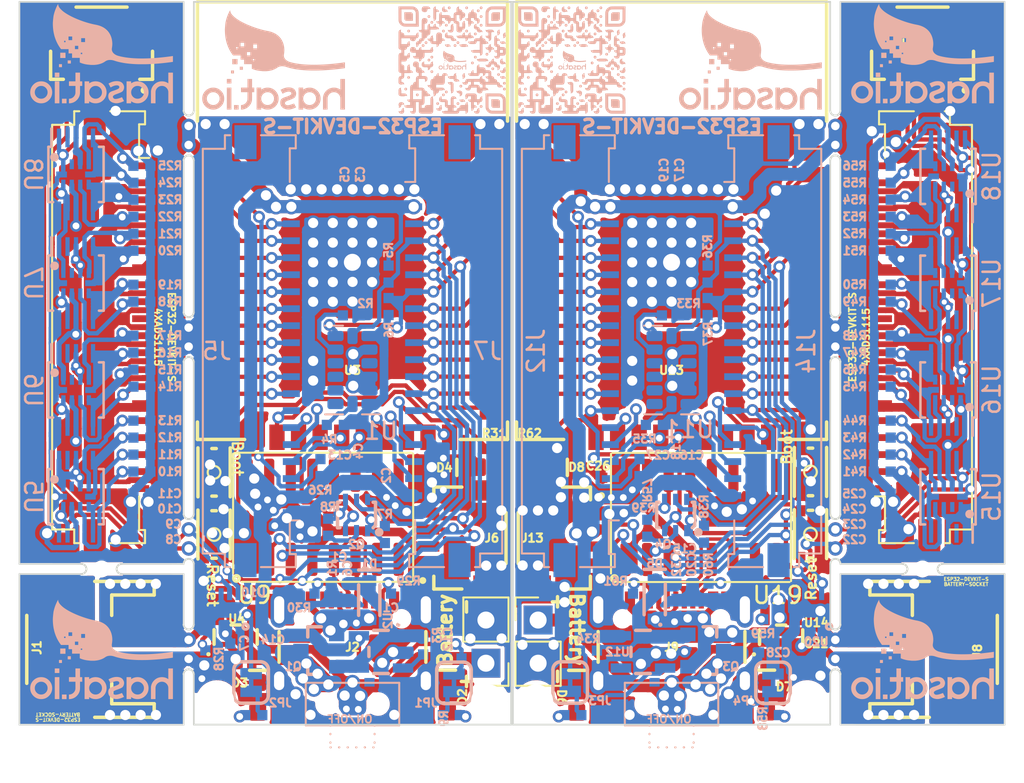
<source format=kicad_pcb>
(kicad_pcb (version 20221018) (generator pcbnew)
  (layers (0 "F.Cu" signal) (31 "B.Cu" signal) (34 "B.Paste" user) (35 "F.Paste" user) (36 "B.SilkS" user "B.Silkscreen") (37 "F.SilkS" user "F.Silkscreen") (38 "B.Mask" user) (39 "F.Mask" user) (44 "Edge.Cuts" user))
  (net 0 "")
  (net 1 "Board_0-/A1")
  (net 2 "Board_0-/A10")
  (net 3 "Board_0-/A11")
  (net 4 "Board_0-/A12")
  (net 5 "Board_0-/A13")
  (net 6 "Board_0-/A14")
  (net 7 "Board_0-/A15")
  (net 8 "Board_0-/A16")
  (net 9 "Board_0-/A2")
  (net 10 "Board_0-/A3")
  (net 11 "Board_0-/A4")
  (net 12 "Board_0-/A5")
  (net 13 "Board_0-/A6")
  (net 14 "Board_0-/A7")
  (net 15 "Board_0-/A8")
  (net 16 "Board_0-/A9")
  (net 17 "Board_0-/GPIO_21{slash}SDA")
  (net 18 "Board_0-/GPIO_22{slash}SCL")
  (net 19 "Board_0-/V")
  (net 20 "Board_0-3.3V")
  (net 21 "Board_0-GND")
  (net 22 "Board_1-/A1")
  (net 23 "Board_1-/A10")
  (net 24 "Board_1-/A11")
  (net 25 "Board_1-/A12")
  (net 26 "Board_1-/A13")
  (net 27 "Board_1-/A14")
  (net 28 "Board_1-/A15")
  (net 29 "Board_1-/A16")
  (net 30 "Board_1-/A2")
  (net 31 "Board_1-/A3")
  (net 32 "Board_1-/A4")
  (net 33 "Board_1-/A5")
  (net 34 "Board_1-/A6")
  (net 35 "Board_1-/A7")
  (net 36 "Board_1-/A8")
  (net 37 "Board_1-/A9")
  (net 38 "Board_1-/GPIO_21{slash}SDA")
  (net 39 "Board_1-/GPIO_22{slash}SCL")
  (net 40 "Board_1-/V")
  (net 41 "Board_1-3.3V")
  (net 42 "Board_1-GND")
  (net 43 "Board_0-/CH340-DTR")
  (net 44 "Board_0-/CH340-RTS")
  (net 45 "Board_0-/D+")
  (net 46 "Board_0-/D-")
  (net 47 "Board_0-/EN")
  (net 48 "Board_0-/GPIO_0{slash}ADC2_1{slash}QPWR")
  (net 49 "Board_0-/GPIO_10{slash}SWP")
  (net 50 "Board_0-/GPIO_11{slash}SCS")
  (net 51 "Board_0-/GPIO_12{slash}ADC2_5")
  (net 52 "Board_0-/GPIO_13{slash}ADC2_4{slash}LED")
  (net 53 "Board_0-/GPIO_14{slash}ADC2_6")
  (net 54 "Board_0-/GPIO_15{slash}ADC2_3")
  (net 55 "Board_0-/GPIO_16{slash}RX")
  (net 56 "Board_0-/GPIO_17{slash}TX")
  (net 57 "Board_0-/GPIO_18{slash}SCK")
  (net 58 "Board_0-/GPIO_19{slash}CIPO")
  (net 59 "Board_0-/GPIO_1{slash}TX")
  (net 60 "Board_0-/GPIO_23{slash}COPI")
  (net 61 "Board_0-/GPIO_25{slash}ADC2_8")
  (net 62 "Board_0-/GPIO_26{slash}ADC2_9")
  (net 63 "Board_0-/GPIO_27{slash}ADC2_7")
  (net 64 "Board_0-/GPIO_2{slash}ADC2_2")
  (net 65 "Board_0-/GPIO_32{slash}ADC1_4")
  (net 66 "Board_0-/GPIO_33{slash}ADC1_5")
  (net 67 "Board_0-/GPIO_34{slash}ADC1_6")
  (net 68 "Board_0-/GPIO_35{slash}ADC1_7")
  (net 69 "Board_0-/GPIO_36{slash}ADC1_0")
  (net 70 "Board_0-/GPIO_39{slash}ADC1_3")
  (net 71 "Board_0-/GPIO_3{slash}RX")
  (net 72 "Board_0-/GPIO_4{slash}ADC2_0")
  (net 73 "Board_0-/GPIO_5{slash}SD_CS")
  (net 74 "Board_0-/GPIO_6{slash}SCK")
  (net 75 "Board_0-/GPIO_7{slash}SDO")
  (net 76 "Board_0-/GPIO_8{slash}SDI")
  (net 77 "Board_0-/GPIO_9{slash}SHD")
  (net 78 "Board_0-/~{RESET}")
  (net 79 "Board_0-VIN")
  (net 80 "Board_0-V_BATT")
  (net 81 "Board_0-V_USB")
  (net 82 "Board_1-/CH340-DTR")
  (net 83 "Board_1-/CH340-RTS")
  (net 84 "Board_1-/D+")
  (net 85 "Board_1-/D-")
  (net 86 "Board_1-/EN")
  (net 87 "Board_1-/GPIO_0{slash}ADC2_1{slash}QPWR")
  (net 88 "Board_1-/GPIO_10{slash}SWP")
  (net 89 "Board_1-/GPIO_11{slash}SCS")
  (net 90 "Board_1-/GPIO_12{slash}ADC2_5")
  (net 91 "Board_1-/GPIO_13{slash}ADC2_4{slash}LED")
  (net 92 "Board_1-/GPIO_14{slash}ADC2_6")
  (net 93 "Board_1-/GPIO_15{slash}ADC2_3")
  (net 94 "Board_1-/GPIO_16{slash}RX")
  (net 95 "Board_1-/GPIO_17{slash}TX")
  (net 96 "Board_1-/GPIO_18{slash}SCK")
  (net 97 "Board_1-/GPIO_19{slash}CIPO")
  (net 98 "Board_1-/GPIO_1{slash}TX")
  (net 99 "Board_1-/GPIO_23{slash}COPI")
  (net 100 "Board_1-/GPIO_25{slash}ADC2_8")
  (net 101 "Board_1-/GPIO_26{slash}ADC2_9")
  (net 102 "Board_1-/GPIO_27{slash}ADC2_7")
  (net 103 "Board_1-/GPIO_2{slash}ADC2_2")
  (net 104 "Board_1-/GPIO_32{slash}ADC1_4")
  (net 105 "Board_1-/GPIO_33{slash}ADC1_5")
  (net 106 "Board_1-/GPIO_34{slash}ADC1_6")
  (net 107 "Board_1-/GPIO_35{slash}ADC1_7")
  (net 108 "Board_1-/GPIO_36{slash}ADC1_0")
  (net 109 "Board_1-/GPIO_39{slash}ADC1_3")
  (net 110 "Board_1-/GPIO_3{slash}RX")
  (net 111 "Board_1-/GPIO_4{slash}ADC2_0")
  (net 112 "Board_1-/GPIO_5{slash}SD_CS")
  (net 113 "Board_1-/GPIO_6{slash}SCK")
  (net 114 "Board_1-/GPIO_7{slash}SDO")
  (net 115 "Board_1-/GPIO_8{slash}SDI")
  (net 116 "Board_1-/GPIO_9{slash}SHD")
  (net 117 "Board_1-/~{RESET}")
  (net 118 "Board_1-Net-(D6-PadA)")
  (net 119 "Board_1-Net-(D7-PadA)")
  (net 120 "Board_1-Net-(D8-PadA)")
  (net 121 "Board_1-Net-(J9-CC1)")
  (net 122 "Board_1-Net-(J9-CC2)")
  (net 123 "Board_1-Net-(JP3-Pad1)")
  (net 124 "Board_1-Net-(JP4-Pad1)")
  (net 125 "Board_1-Net-(Q4A-B)")
  (net 126 "Board_1-Net-(Q4B-B)")
  (net 127 "Board_1-Net-(U11-SDO{slash}ADDR)")
  (net 128 "Board_1-Net-(U11-~{CS})")
  (net 129 "Board_1-Net-(U14-PROG)")
  (net 130 "Board_1-Net-(U14-STAT)")
  (net 131 "Board_1-VIN")
  (net 132 "Board_1-V_BATT")
  (net 133 "Board_1-V_USB")
  (net 134 "Board_1-unconnected-(J11-Pin_1-Pad1)")
  (net 135 "Board_1-unconnected-(J11-Pin_11-Pad11)")
  (net 136 "Board_1-unconnected-(J8-PAD1-PadNC1)")
  (net 137 "Board_1-unconnected-(J8-PAD2-PadNC2)")
  (net 138 "Board_1-unconnected-(SW2-C-Pad3)")
  (net 139 "Board_1-unconnected-(U11-INT1-Pad8)")
  (net 140 "Board_1-unconnected-(U11-INT2-Pad9)")
  (net 141 "Board_1-unconnected-(U11-NC-Pad10)")
  (net 142 "Board_1-unconnected-(U11-RES-Pad11)")
  (net 143 "Board_1-unconnected-(U11-RES-Pad3)")
  (net 144 "Board_1-unconnected-(U13-NC-Pad32)")
  (net 145 "Board_1-unconnected-(U15-ALERT{slash}RDY-Pad2)")
  (net 146 "Board_1-unconnected-(U16-ALERT{slash}RDY-Pad2)")
  (net 147 "Board_1-unconnected-(U17-ALERT{slash}RDY-Pad2)")
  (net 148 "Board_1-unconnected-(U18-ALERT{slash}RDY-Pad2)")
  (net 149 "Board_1-unconnected-(U19-NC-Pad7)")
  (net 150 "Board_1-unconnected-(U19-NC-Pad8)")
  (net 151 "Board_1-unconnected-(U19-R232-Pad15)")
  (net 152 "Board_1-unconnected-(U19-~{CTS}-Pad9)")
  (net 153 "Board_1-unconnected-(U19-~{DCD}-Pad12)")
  (net 154 "Board_1-unconnected-(U19-~{DSR}-Pad10)")
  (net 155 "Board_1-unconnected-(U19-~{RI}-Pad11)")
  (net 156 "Board_1-unconnected-(U20-~{ALRT}-Pad5)")
  (net 157 "Board_0-Net-(D2-PadA)")
  (net 158 "Board_0-Net-(D3-PadA)")
  (net 159 "Board_0-Net-(J2-CC1)")
  (net 160 "Board_0-Net-(J2-CC2)")
  (net 161 "Board_0-Net-(JP1-Pad1)")
  (net 162 "Board_0-Net-(JP2-Pad1)")
  (net 163 "Board_0-Net-(Q2A-B)")
  (net 164 "Board_0-Net-(Q2B-B)")
  (net 165 "Board_0-Net-(U1-SDO{slash}ADDR)")
  (net 166 "Board_0-Net-(U1-~{CS})")
  (net 167 "Board_0-Net-(U4-PROG)")
  (net 168 "Board_0-Net-(U4-STAT)")
  (net 169 "Board_0-unconnected-(J1-PAD1-PadNC1)")
  (net 170 "Board_0-unconnected-(J1-PAD2-PadNC2)")
  (net 171 "Board_0-unconnected-(SW1-A-Pad1)")
  (net 172 "Board_0-unconnected-(U1-INT1-Pad8)")
  (net 173 "Board_0-unconnected-(U1-INT2-Pad9)")
  (net 174 "Board_0-unconnected-(U1-NC-Pad10)")
  (net 175 "Board_0-unconnected-(U1-RES-Pad11)")
  (net 176 "Board_0-unconnected-(U1-RES-Pad3)")
  (net 177 "Board_0-unconnected-(U3-NC-Pad32)")
  (net 178 "Board_0-unconnected-(U5-ALERT{slash}RDY-Pad2)")
  (net 179 "Board_0-unconnected-(U6-ALERT{slash}RDY-Pad2)")
  (net 180 "Board_0-unconnected-(U7-ALERT{slash}RDY-Pad2)")
  (net 181 "Board_0-unconnected-(U8-ALERT{slash}RDY-Pad2)")
  (net 182 "Board_0-unconnected-(U9-NC-Pad7)")
  (net 183 "Board_0-unconnected-(U9-NC-Pad8)")
  (net 184 "Board_0-unconnected-(U9-R232-Pad15)")
  (net 185 "Board_0-unconnected-(U9-~{CTS}-Pad9)")
  (net 186 "Board_0-unconnected-(U9-~{DCD}-Pad12)")
  (net 187 "Board_0-unconnected-(U9-~{DSR}-Pad10)")
  (net 188 "Board_0-unconnected-(U9-~{RI}-Pad11)")
  (net 189 "Board_1-unconnected-(U12-NC-Pad4)")
  (net 190 "Board_0-Net-(D4-PadA)")
  (net 191 "Board_0-unconnected-(J4-Pin_10-Pad10)")
  (net 192 "Board_0-unconnected-(J4-Pin_20-Pad20)")
  (net 193 "Board_0-unconnected-(U10-~{ALRT}-Pad5)")
  (net 194 "Board_0-unconnected-(U2-NC-Pad4)")
  (footprint "Panelization:mouse-bite-1mm 2" (layer "F.Cu") (at 124.03 58.113046 90)
    (fp_text reference "mouse-bite-emm-slot" hide)
    (fp_text value "VAL**" hide)
  )
  (footprint "SparkFun ESP32 Thing Plus C:JST04_1MM_RA" (layer "F.Cu") (at 100.046735 51.56 90)
    (fp_text reference "J6")
    (fp_text value "QWIIC_RIGHT_ANGLE")
  )
  (footprint "" (layer "F.Cu") (at 122.37 61.173046)
    (fp_text reference "")
    (fp_text value "")
  )
  (footprint "Panelization:mouse-bite-1mm 2" (layer "F.Cu") (at 85.966735 58.113046 -90)
    (fp_text reference "mouse-bite-emm-slot" hide)
    (fp_text value "VAL**" hide)
  )
  (footprint "Connector_PinHeader_2.54mm:PinHeader_1x02_P2.54mm_Vertical" (layer "F.Cu") (at 106.53653 56.387638)
    (fp_text reference "REF**" hide)
    (fp_text value "PinHeader_1x02_P2.54mm_Vertical")
  )
  (footprint "SparkFun ESP32 Thing Plus C:ESP-WROOM-32-NARROW" (layer "F.Cu") (at 95.61 34.06 90)
    (fp_text reference "U3")
    (fp_text value ">VALUE")
  )
  (footprint "Switches:TACTILE_SWITCH_SMD_2.8X1.9MM" (layer "F.Cu") (at 87.461735 47.691735 -90)
    (fp_text reference "S1" hide)
    (fp_text value "Boot")
  )
  (footprint "SparkFun ESP32 Thing Plus C:USB-C-16P-2LAYER-PADS" (layer "F.Cu") (at 95.609297 54.868138)
    (fp_text reference "J2")
    (fp_text value "USB_C_2-LAYER_PADS")
  )
  (footprint "PCM_Package_SO_AKL:SOIC-16_3.9x9.9mm_P1.27mm" (layer "F.Cu") (at 116.125 50.348046 90)
    (fp_text reference "U19")
    (fp_text value "CH340C" hide)
  )
  (footprint "" (layer "F.Cu") (at 87.64 61.173046)
    (fp_text reference "")
    (fp_text value "")
  )
  (footprint "Panelization:mouse-bite-1mm 2" (layer "F.Cu") (at 124.033265 51.613046 90)
    (fp_text reference "mouse-bite-emm-slot" hide)
    (fp_text value "VAL**" hide)
  )
  (footprint "SparkFun ESP32 Thing Plus C:JST04_1MM_RA" (layer "F.Cu") (at 109.965 51.56 -90)
    (fp_text reference "J13")
    (fp_text value "QWIIC_RIGHT_ANGLE")
  )
  (footprint "PCM_Package_SO_AKL:SOIC-16_3.9x9.9mm_P1.27mm" (layer "F.Cu") (at 93.881735 50.338046 90)
    (fp_text reference "U9")
    (fp_text value "CH340C" hide)
  )
  (footprint "SparkFun ESP32 Thing Plus C:LED-0603" (layer "F.Cu") (at 119.98 60.923046 90)
    (fp_text reference "D7")
    (fp_text value "Yellow")
  )
  (footprint "Connector_FFC-FPC:Molex_200528-0200_1x20-1MP_P1.00mm_Horizontal" (layer "F.Cu") (at 82.229874 39.147861 -90)
    (fp_text reference "J4" hide)
    (fp_text value "Conn_01x20")
  )
  (footprint "SparkFun ESP32 Thing Plus C:LED-0603" (layer "F.Cu") (at 106.67 47.4)
    (fp_text reference "D8")
    (fp_text value "BLUE")
  )
  (footprint "Switches:TACTILE_SWITCH_SMD_2.8X1.9MM" (layer "F.Cu") (at 122.568265 47.668046 90)
    (fp_text reference "S3" hide)
    (fp_text value "Boot")
  )
  (footprint "Panelization:mouse-bite-1mm 2" (layer "F.Cu") (at 124.03 39.733046 90)
    (fp_text reference "mouse-bite-emm-slot" hide)
    (fp_text value "VAL**" hide)
  )
  (footprint "Panelization:mouse-bite-1mm 2" (layer "F.Cu") (at 85.966735 27.863046 90)
    (fp_text reference "mouse-bite-emm-slot" hide)
    (fp_text value "VAL**" hide)
  )
  (footprint "SparkFun ESP32 Thing Plus C:LED-0603" (layer "F.Cu") (at 108.81 60.936046 90)
    (fp_text reference "D6")
    (fp_text value "RED")
  )
  (footprint "SparkFun ESP32 Thing Plus C:JST-2-SMD" (layer "F.Cu") (at 79.437352 58.112943 90)
    (fp_text reference "J1")
    (fp_text value "JST_2MM_MALE")
  )
  (footprint "SparkFun ESP32 Thing Plus C:0402-TIGHT" (layer "F.Cu") (at 106.11 46.32 180)
    (fp_text reference "R62")
    (fp_text value "1k")
  )
  (footprint "SparkFun ESP32 Thing Plus C:JST04_1MM_RA" (layer "F.Cu") (at 80.84 24.908046 180)
    (fp_text reference "J3")
    (fp_text value "QWIIC_RIGHT_ANGLE")
  )
  (footprint "Panelization:mouse-bite-1mm x2" (layer "F.Cu") (at 80.84 53.3817)
    (fp_text reference "mouse-bite-1mm-slot" hide)
    (fp_text value "VAL**" hide)
  )
  (footprint "SparkFun ESP32 Thing Plus C:SOT23-5" (layer "F.Cu") (at 120.84 57.389863)
    (fp_text reference "U14")
    (fp_text value "MCP73831")
  )
  (footprint "SparkFun ESP32 Thing Plus C:0402-TIGHT" (layer "F.Cu") (at 122.63 58.973046 -90)
    (fp_text reference "C21")
    (fp_text value "4.7uF")
  )
  (footprint "SparkFun ESP32 Thing Plus C:LED-0603" (layer "F.Cu") (at 101.2 60.923046 90)
    (fp_text reference "D2")
    (fp_text value "RED")
  )
  (footprint "SparkFun ESP32 Thing Plus C:ESP-WROOM-32-NARROW" (layer "F.Cu") (at 114.39 34.06 90)
    (fp_text reference "U13")
    (fp_text value ">VALUE")
  )
  (footprint "SparkFun ESP32 Thing Plus C:LED-0603" (layer "F.Cu") (at 103.339735 47.4 180)
    (fp_text reference "D4")
    (fp_text value "BLUE")
  )
  (footprint "SparkFun ESP32 Thing Plus C:JST04_1MM_RA" (layer "F.Cu") (at 129.163265 24.908046 180)
    (fp_text reference "J10")
    (fp_text value "QWIIC_RIGHT_ANGLE")
  )
  (footprint "SparkFun ESP32 Thing Plus C:USB-C-16P-2LAYER-PADS" (layer "F.Cu") (at 114.389297 54.868138)
    (fp_text reference "J9")
    (fp_text value "USB_C_2-LAYER_PADS")
  )
  (footprint "Panelization:mouse-bite-1mm 2" (layer "F.Cu") (at 85.97 51.613046 90)
    (fp_text reference "mouse-bite-emm-slot" hide)
    (fp_text value "VAL**" hide)
  )
  (footprint "Connector_FFC-FPC:Molex_200528-0200_1x20-1MP_P1.00mm_Horizontal" (layer "F.Cu") (at 127.772802 39.148293 90)
    (fp_text reference "J11" hide)
    (fp_text value "Conn_01x20")
  )
  (footprint "Panelization:mouse-bite-1mm x2" (layer "F.Cu") (at 129.163265 53.3817)
    (fp_text reference "mouse-bite-1mm-slot" hide)
    (fp_text value "VAL**" hide)
  )
  (footprint "SparkFun ESP32 Thing Plus C:0402-TIGHT" (layer "F.Cu") (at 103.886735 46.316735)
    (fp_text reference "R31")
    (fp_text value "1k")
  )
  (footprint "" (layer "F.Cu") (at 106.42 61.173046)
    (fp_text reference "")
    (fp_text value "")
  )
  (footprint "SparkFun ESP32 Thing Plus C:LED-0603" (layer "F.Cu") (at 90.03 60.936046 90)
    (fp_text reference "D3")
    (fp_text value "Yellow")
  )
  (footprint "Panelization:mouse-bite-1mm 2" (layer "F.Cu") (at 124.03 27.863046 90)
    (fp_text reference "mouse-bite-emm-slot" hide)
    (fp_text value "VAL**" hide)
  )
  (footprint "Switches:TACTILE_SWITCH_SMD_2.8X1.9MM" (layer "F.Cu") (at 87.461735 51.351735 -90)
    (fp_text reference "S2" hide)
    (fp_text value "Reset")
  )
  (footprint "Switches:TACTILE_SWITCH_SMD_2.8X1.9MM" (layer "F.Cu") (at 122.568265 51.328046 -90)
    (fp_text reference "S4" hide)
    (fp_text value "Reset")
  )
  (footprint "SparkFun ESP32 Thing Plus C:JST-2-SMD" (layer "F.Cu") (at 130.564965 58.113046 -90)
    (fp_text reference "J8")
    (fp_text value "JST_2MM_MALE")
  )
  (footprint "SparkFun ESP32 Thing Plus C:0402-TIGHT" (layer "F.Cu") (at 110.313265 48.513046 90)
    (fp_text reference "C26")
    (fp_text value "0.1uF")
  )
  (footprint "" (layer "F.Cu") (at 87.64 61.173046)
    (fp_text reference "")
    (fp_text value "")
  )
  (footprint "Connector_PinHeader_2.54mm:PinHeader_1x02_P2.54mm_Vertical" (layer "F.Cu") (at 103.46347 58.927638 180)
    (fp_text reference "REF**" hide)
    (fp_text value "PinHeader_1x02_P2.54mm_Vertical")
  )
  (footprint "Panelization:mouse-bite-1mm 2" (layer "F.Cu") (at 85.966735 39.733046 90)
    (fp_text reference "mouse-bite-emm-slot" hide)
    (fp_text value "VAL**" hide)
  )
  (footprint "" (layer "F.Cu") (at 103.59 61.173046)
    (fp_text reference "")
    (fp_text value "")
  )
  (footprint "SparkFun ESP32 Thing Plus C:SOT23-5" (layer "F.Cu") (at 88.731789 57.382946)
    (fp_text reference "U4")
    (fp_text value "MCP73831")
  )
  (footprint "Silicon-Standard:QFN-10-RSE" (layer "B.Cu") (at 79.34128 36.555102 -90)
    (fp_text reference ">NAME" hide)
    (fp_text value ">VALUE" hide)
  )
  (footprint "SparkFun ESP32 Thing Plus C:0402-TIGHT" (layer "B.Cu") (at 126.788562 47.648293 180)
    (fp_text reference "R41")
    (fp_text value "150k")
  )
  (footprint "SparkFun ESP32 Thing Plus C:0402-TIGHT" (layer "B.Cu") (at 83.213918 44.649929)
    (fp_text reference "R13")
    (fp_text value "150k")
  )
  (footprint "SparkFun ESP32 Thing Plus C:0402-TIGHT" (layer "B.Cu") (at 126.788562 42.648293 180)
    (fp_text reference "R45")
    (fp_text value "150k")
  )
  (footprint "SparkFun ESP32 Thing Plus C:0402-TIGHT" (layer "B.Cu") (at 114.323265 38.453046)
    (fp_text reference "R33")
    (fp_text value "4k7")
  )
  (footprint "SparkFun ESP32 Thing Plus C:0402-TIGHT" (layer "B.Cu") (at 115.17 54.243046)
    (fp_text reference "C15")
    (fp_text value "1.0uF")
  )
  (footprint "Package_LGA:LGA-14_3x5mm_P0.8mm_LayoutBorder1x6y" (layer "B.Cu") (at 95.61 41.67 180)
    (fp_text reference "U1")
    (fp_text value "ADXL345" hide)
  )
  (footprint "SparkFun ESP32 Thing Plus C:SC70-6" (layer "B.Cu") (at 114.63 50.203046 180)
    (fp_text reference "Q4")
    (fp_text value "MBT3904DW1T1")
  )
  (footprint "SparkFun ESP32 Thing Plus C:SMT-JUMPER_2_NC_TRACE_SILK" (layer "B.Cu") (at 120.363265 60.082346 90)
    (fp_text reference "JP4")
    (fp_text value "JUMPER-SMT_2_NC_TRACE_SILK")
  )
  (footprint "SparkFun ESP32 Thing Plus C:0402-TIGHT" (layer "B.Cu") (at 94.973265 47.873046 -90)
    (fp_text reference "C13")
    (fp_text value "1.0uF")
  )
  (footprint "SparkFun ESP32 Thing Plus C:0402-TIGHT" (layer "B.Cu") (at 114.653265 47.873046 -90)
    (fp_text reference "C18")
    (fp_text value "10uF" hide)
  )
  (footprint "SparkFun ESP32 Thing Plus C:0402-TIGHT" (layer "B.Cu") (at 126.789143 50.753046 180)
    (fp_text reference "C23")
    (fp_text value "1.0uF")
  )
  (footprint "SparkFun ESP32 Thing Plus C:SOD-323" (layer "B.Cu") (at 96.596735 55.211596 -90)
    (fp_text reference "D1")
    (fp_text value "S4 3A/10V/280mV")
  )
  (footprint "SparkFun ESP32 Thing Plus C:0402-TIGHT" (layer "B.Cu") (at 83.214499 49.843046)
    (fp_text reference "C10")
    (fp_text value "1.0uF")
  )
  (footprint "Package_SO:TSSOP-10_3x3mm_P0.5mm" (layer "B.Cu") (at 79.336035 30.158866 -90)
    (fp_text reference "U8")
    (fp_text value "ADS1115IDGS")
  )
  (footprint "Package_SO:TSSOP-10_3x3mm_P0.5mm" (layer "B.Cu") (at 130.664028 30.271606 90)
    (fp_text reference "U18")
    (fp_text value "ADS1115IDGS")
  )
  (footprint "SparkFun ESP32 Thing Plus C:0402-TIGHT" (layer "B.Cu") (at 97.733265 36.023046 -90)
    (fp_text reference "R5")
    (fp_text value "4k7")
  )
  (footprint "Package_SO:TSSOP-10_3x3mm_P0.5mm" (layer "B.Cu") (at 79.336735 36.551995 -90)
    (fp_text reference "U7")
    (fp_text value "ADS1115IDGS")
  )
  (footprint "logo:qr-esp32-devkit-s" (layer "B.Cu") (at 108.523265 23.423046 180)
    (fp_text reference "G***" hide)
    (fp_text value "LOGO" hide)
  )
  (footprint "SparkFun ESP32 Thing Plus C:0402-TIGHT" (layer "B.Cu") (at 89.8 61.983046 180)
    (fp_text reference "R27")
    (fp_text value "1k")
  )
  (footprint "SparkFun ESP32 Thing Plus C:0402-TIGHT" (layer "B.Cu") (at 83.213918 42.649929)
    (fp_text reference "R14")
    (fp_text value "150k")
  )
  (footprint "SparkFun ESP32 Thing Plus C:0402-TIGHT" (layer "B.Cu") (at 126.788562 41.648293 180)
    (fp_text reference "R46")
    (fp_text value "150k")
  )
  (footprint "SparkFun ESP32 Thing Plus C:0402-TIGHT" (layer "B.Cu") (at 83.213918 40.649929)
    (fp_text reference "R16")
    (fp_text value "150k")
  )
  (footprint "SparkFun ESP32 Thing Plus C:0402-TIGHT" (layer "B.Cu") (at 120.21 61.983046)
    (fp_text reference "R58")
    (fp_text value "1k")
  )
  (footprint "SparkFun ESP32 Thing Plus C:0402-TIGHT" (layer "B.Cu") (at 109.5 58.183046 180)
    (fp_text reference "R34")
    (fp_text value "10k")
  )
  (footprint "Package_SO:TSSOP-10_3x3mm_P0.5mm" (layer "B.Cu") (at 130.662528 36.561046 90)
    (fp_text reference "U17")
    (fp_text value "ADS1115IDGS")
  )
  (footprint "SparkFun ESP32 Thing Plus C:0402-TIGHT" (layer "B.Cu") (at 83.214499 48.943046)
    (fp_text reference "C11")
    (fp_text value "1.0uF")
  )
  (footprint "SparkFun ESP32 Thing Plus C:0402-TIGHT" (layer "B.Cu") (at 126.788562 34.648293)
    (fp_text reference "R51")
    (fp_text value "150k")
  )
  (footprint "SparkFun ESP32 Thing Plus C:0402-TIGHT" (layer "B.Cu") (at 83.213918 37.649929 180)
    (fp_text reference "R18")
    (fp_text value "150k")
  )
  (footprint "SparkFun ESP32 Thing Plus C:0402-TIGHT" (layer "B.Cu") (at 116.563116 54.743046 90)
    (fp_text reference "R60")
    (fp_text value "5.1k")
  )
  (footprint "Silicon-Standard:QFN-10-RSE" (layer "B.Cu") (at 130.664028 30.271606 90)
    (fp_text reference ">NAME" hide)
    (fp_text value ">VALUE" hide)
  )
  (footprint "SparkFun ESP32 Thing Plus C:0402-TIGHT" (layer "B.Cu") (at 83.214499 50.743046)
    (fp_text reference "C9")
    (fp_text value "1.0uF")
  )
  (footprint "SparkFun ESP32 Thing Plus C:0402-TIGHT" (layer "B.Cu") (at 113.753265 47.873046 -90)
    (fp_text reference "C27")
    (fp_text value "1.0uF")
  )
  (footprint "Silicon-Standard:QFN-10-RSE" (layer "B.Cu") (at 79.336035 30.158866 -90)
    (fp_text reference ">NAME" hide)
    (fp_text value ">VALUE" hide)
  )
  (footprint "Silicon-Standard:QFN-10-RSE" (layer "B.Cu") (at 130.656943 42.837999 90)
    (fp_text reference ">NAME" hide)
    (fp_text value ">VALUE" hide)
  )
  (footprint "SparkFun ESP32 Thing Plus C:0402-TIGHT" (layer "B.Cu") (at 97.516735 51.353046 90)
    (fp_text reference "R7")
    (fp_text value "10k")
  )
  (footprint "SparkFun ESP32 Thing Plus C:0402-TIGHT" (layer "B.Cu") (at 96.073265 31.553046 90)
    (fp_text reference "C3")
    (fp_text value "1.0uF")
  )
  (footprint "SparkFun ESP32 Thing Plus C:0402-TIGHT" (layer "B.Cu") (at 111.62 54.833046)
    (fp_text reference "R61")
    (fp_text value "5.1k")
  )
  (footprint "SparkFun ESP32 Thing Plus C:0402-TIGHT" (layer "B.Cu") (at 86.946735 58.673046 90)
    (fp_text reference "R28")
    (fp_text value "2.0k")
  )
  (footprint "logo:Hasatio_logo_mini" (layer "B.Cu") (at 129.073805 23.063046 180)
    (fp_text reference "G***" hide)
    (fp_text value "LOGO" hide)
  )
  (footprint "SparkFun ESP32 Thing Plus C:0402-TIGHT" (layer "B.Cu") (at 114.853265 31.553046 90)
    (fp_text reference "C17")
    (fp_text value "1.0uF")
  )
  (footprint "SparkFun ESP32 Thing Plus C:0402-TIGHT" (layer "B.Cu") (at 98.376735 54.833046 180)
    (fp_text reference "R29")
    (fp_text value "5.1k")
  )
  (footprint "SparkFun ESP32 Thing Plus C:0402-TIGHT" (layer "B.Cu") (at 96.773265 47.873046 -90)
    (fp_text reference "C2")
    (fp_text value "1.0uF")
  )
  (footprint "Package_SO:TSSOP-10_3x3mm_P0.5mm" (layer "B.Cu") (at 79.336035 49.125936 -90)
    (fp_text reference "U5")
    (fp_text value "ADS1115IDGS")
  )
  (footprint "SparkFun ESP32 Thing Plus C:0402-TIGHT" (layer "B.Cu") (at 116.513265 37.933046 90)
    (fp_text reference "R37")
    (fp_text value "4k7")
  )
  (footprint "SparkFun ESP32 Thing Plus C:0402-TIGHT" (layer "B.Cu") (at 83.213918 46.649929)
    (fp_text reference "R11")
    (fp_text value "150k")
  )
  (footprint "SparkFun ESP32 Thing Plus C:0402-TIGHT" (layer "B.Cu") (at 101.526735 58.643046 180)
    (fp_text reference "C12")
    (fp_text value "0.1uF")
  )
  (footprint "Package_SO:TSSOP-10_3x3mm_P0.5mm" (layer "B.Cu") (at 130.664028 42.842046 90)
    (fp_text reference "U16")
    (fp_text value "ADS1115IDGS")
  )
  (footprint "SparkFun ESP32 Thing Plus C:0402-TIGHT" (layer "B.Cu") (at 113.38 44.9 180)
    (fp_text reference "R35")
    (fp_text value "10k")
  )
  (footprint "SparkFun ESP32 Thing Plus C:0402-TIGHT" (layer "B.Cu") (at 115.58 55.643046 90)
    (fp_text reference "C20")
    (fp_text value "4.7uF")
  )
  (footprint "SparkFun ESP32 Thing Plus C:0402-TIGHT" (layer "B.Cu") (at 119.783265 55.843046 -90)
    (fp_text reference "R59")
    (fp_text value "2.0k")
  )
  (footprint "Silicon-Standard:QFN-10-RSE" (layer "B.Cu") (at 130.657983 36.557939 90)
    (fp_text reference ">NAME" hide)
    (fp_text value ">VALUE" hide)
  )
  (footprint "SparkFun ESP32 Thing Plus C:DFN-8" (layer "B.Cu") (at 88.126735 55.853046 180)
    (fp_text reference "U10")
    (fp_text value "MAX17048")
  )
  (footprint "SparkFun ESP32 Thing Plus C:0402-TIGHT" (layer "B.Cu") (at 114.68 55.643046 -90)
    (fp_text reference "R32")
    (fp_text value "10k")
  )
  (footprint "SparkFun ESP32 Thing Plus C:0402-TIGHT" (layer "B.Cu") (at 94.176735 50.923046 -90)
    (fp_text reference "R8")
    (fp_text value "10k")
  )
  (footprint "SparkFun ESP32 Thing Plus C:0402-TIGHT" (layer "B.Cu") (at 126.788562 40.648293 180)
    (fp_text reference "R47")
    (fp_text value "150k")
  )
  (footprint "SparkFun ESP32 Thing Plus C:0402-TIGHT" (layer "B.Cu") (at 116.513265 36.023046 -90)
    (fp_text reference "R36")
    (fp_text value "4k7")
  )
  (footprint "logo:qr-esp32-devkit-s" (layer "B.Cu") (at 101.476735 23.423046 180)
    (fp_text reference "G***" hide)
    (fp_text value "LOGO" hide)
  )
  (footprint "SparkFun ESP32 Thing Plus C:0402-TIGHT" (layer "B.Cu") (at 94.416735 55.643046 -90)
    (fp_text reference "R1")
    (fp_text value "10k")
  )
  (footprint "SparkFun ESP32 Thing Plus C:SMT-JUMPER_2_NC_TRACE_SILK" (layer "B.Cu") (at 101.583265 60.082346 90)
    (fp_text reference "JP1")
    (fp_text value "JUMPER-SMT_2_NC_TRACE_SILK")
  )
  (footprint "Button_Switch_SMD:SW_SPDT_k3-1295" (layer "B.Cu") (at 95.61 61.331034 180)
    (fp_text reference "SW1" hide)
    (fp_text value "ON/OFF")
  )
  (footprint "SparkFun ESP32 Thing Plus C:0402-TIGHT" (layer "B.Cu") (at 83.213918 29.649929 180)
    (fp_text reference "R25")
    (fp_text value "150k")
  )
  (footprint "Silicon-Standard:QFN-10-RSE" (layer "B.Cu") (at 130.664028 49.133046 90)
    (fp_text reference ">NAME" hide)
    (fp_text value ">VALUE" hide)
  )
  (footprint "SparkFun ESP32 Thing Plus C:DFN-8" (layer "B.Cu") (at 122.473265 55.853046 180)
    (fp_text reference "U20")
    (fp_text value "MAX17048")
  )
  (footprint "Silicon-Standard:QFN-10-RSE" (layer "B.Cu") (at 79.34312 42.847042 -90)
    (fp_text reference ">NAME" hide)
    (fp_text value ">VALUE" hide)
  )
  (footprint "SparkFun ESP32 Thing Plus C:0402-TIGHT" (layer "B.Cu") (at 95.316735 55.643046 90)
    (fp_text reference "C6")
    (fp_text value "4.7uF")
  )
  (footprint "SparkFun ESP32 Thing Plus C:0402-TIGHT" (layer "B.Cu") (at 83.213918 41.649929)
    (fp_text reference "R15")
    (fp_text value "150k")
  )
  (footprint "SparkFun ESP32 Thing Plus C:0402-TIGHT" (layer "B.Cu") (at 83.213918 39.649929)
    (fp_text reference "R17")
    (fp_text value "150k")
  )
  (footprint "SparkFun ESP32 Thing Plus C:0402-TIGHT" (layer "B.Cu") (at 101.43 61.983046)
    (fp_text reference "R9")
    (fp_text value "1k")
  )
  (footprint "SparkFun ESP32 Thing Plus C:0402-TIGHT" (layer "B.Cu") (at 94.826735 54.243046 180)
    (fp_text reference "C1")
    (fp_text value "1.0uF")
  )
  (footprint "SparkFun ESP32 Thing Plus C:0402-TIGHT" (layer "B.Cu") (at 119.04 58.303046)
    (fp_text reference "C28")
    (fp_text value "0.1uF")
  )
  (footprint "SparkFun ESP32 Thing Plus C:0402-TIGHT" (layer "B.Cu") (at 83.213918 47.649929)
    (fp_text reference "R10")
    (fp_text value "150k")
  )
  (footprint "SparkFun ESP32 Thing Plus C:0402-TIGHT" (layer "B.Cu") (at 126.788562 44.648293 180)
    (fp_text reference "R44")
    (fp_text value "150k")
  )
  (footprint "SparkFun ESP32 Thing Plus C:0402-TIGHT" (layer "B.Cu") (at 126.789143 51.653046 180)
    (fp_text reference "C22")
    (fp_text value "1.0uF")
  )
  (footprint "SparkFun ESP32 Thing Plus C:0402-TIGHT" (layer "B.Cu") (at 83.213918 30.649929 180)
    (fp_text reference "R24")
    (fp_text value "150k")
  )
  (footprint "SparkFun ESP32 Thing Plus C:0402-TIGHT" (layer "B.Cu") (at 126.788562 32.648293)
    (fp_text reference "R53")
    (fp_text value "150k")
  )
  (footprint "SparkFun ESP32 Thing Plus C:SMT-JUMPER_2_NC_TRACE_SILK" (layer "B.Cu") (at 89.643265 60.062346 90)
    (fp_text reference "JP2")
    (fp_text value "JUMPER-SMT_2_NC_TRACE_SILK")
  )
  (footprint "SparkFun ESP32 Thing Plus C:0402-TIGHT" (layer "B.Cu") (at 126.788562 36.648293)
    (fp_text reference "R50")
    (fp_text value "150k")
  )
  (footprint "logo:Hasatio_logo_mini" (layer "B.Cu") (at 118.943805 23.433046 180)
    (fp_text reference "G***" hide)
    (fp_text value "LOGO" hide)
  )
  (footprint "SparkFun ESP32 Thing Plus C:0402-TIGHT" (layer "B.Cu") (at 95.163265 31.553046 90)
    (fp_text reference "C5")
    (fp_text value "10uF")
  )
  (footprint "SparkFun ESP32 Thing Plus C:SOT23-3" (layer "B.Cu") (at 93.676735 58.183046 -90)
    (fp_text reference "Q1")
    (fp_text value "DMG2305UX 20V/4.2A/52mΩ/1.4W")
  )
  (footprint "SparkFun ESP32 Thing Plus C:0402-TIGHT" (layer "B.Cu") (at 97.733265 37.933046 90)
    (fp_text reference "R6")
    (fp_text value "4k7")
  )
  (footprint "SparkFun ESP32 Thing Plus C:0402-TIGHT" (layer "B.Cu") (at 83.213918 31.649929 180)
    (fp_text reference "R23")
    (fp_text value "150k")
  )
  (footprint "SparkFun ESP32 Thing Plus C:0402-TIGHT" (layer "B.Cu") (at 116.3 51.333046 90)
    (fp_text reference "R38")
    (fp_text value "10k")
  )
  (footprint "SparkFun ESP32 Thing Plus C:0402-TIGHT" (layer "B.Cu") (at 92.873265 54.833046)
    (fp_text reference "R30")
    (fp_text value "5.1k")
  )
  (footprint "logo:Hasatio_logo_mini" (layer "B.Cu") (at 129.073265 58.133046 180)
    (fp_text reference "G***" hide)
    (fp_text value "LOGO" hide)
  )
  (footprint "SparkFun ESP32 Thing Plus C:0402-TIGHT" (layer "B.Cu") (at 126.788562 45.648293 180)
    (fp_text reference "R43")
    (fp_text value "150k")
  )
  (footprint "SparkFun ESP32 Thing Plus C:0402-TIGHT" (layer "B.Cu") (at 83.213918 36.649929 180)
    (fp_text reference "R19")
    (fp_text value "150k")
  )
  (footprint "Package_LGA:LGA-14_3x5mm_P0.8mm_LayoutBorder1x6y" (layer "B.Cu") (at 114.39 41.67 180)
    (fp_text reference "U11")
    (fp_text value "ADXL345" hide)
  )
  (footprint "Connector_FFC-FPC:Molex_200528-0200_1x20-1MP_P1.00mm_Horizontal" (layer "B.Cu") (at 118.9 40.56 -90)
    (fp_text reference "J14")
    (fp_text value "Conn_01x20" hide)
  )
  (footprint "SparkFun ESP32 Thing Plus C:0402-TIGHT" (layer "B.Cu") (at 99.766735 57.913046 -90)
    (fp_text reference "R3")
    (fp_text value "10k")
  )
  (footprint "SparkFun ESP32 Thing Plus C:SOT23-5" (layer "B.Cu") (at 97.286635 58.263046 -90)
    (property "Value" "")
    (fp_text reference "U2")
    (fp_text value "AP2112K-3.3" hide)
  )
  (footprint "SparkFun ESP32 Thing Plus C:0402-TIGHT" (layer "B.Cu") (at 95.543265 38.453046)
    (fp_text reference "R2")
    (fp_text value "4k7")
  )
  (footprint "Silicon-Standard:QFN-10-RSE" (layer "B.Cu") (at 79.336035 49.125936 -90)
    (fp_text reference ">NAME" hide)
    (fp_text value ">VALUE" hide)
  )
  (footprint "Button_Switch_SMD:SW_SPDT_k3-1295" (layer "B.Cu") (at 114.39 61.331034 180)
    (fp_text reference "SW2" hide)
    (fp_text value "ON/OFF")
  )
  (footprint "SparkFun ESP32 Thing Plus C:0402-TIGHT" (layer "B.Cu") (at 126.789143 48.953046 180)
    (fp_text reference "C25")
    (fp_text value "1.0uF")
  )
  (footprint "SparkFun ESP32 Thing Plus C:SOT23-5" (layer "B.Cu") (at 112.7101 58.263046 -90)
    (property "Value" "")
    (fp_text reference "U12")
    (fp_text value "AP2112K-3.3" hide)
  )
  (footprint "logo:Hasatio_logo_mini" (layer "B.Cu") (at 80.75 58.133046 180)
    (fp_text reference "G***" hide)
    (fp_text value "LOGO" hide)
  )
  (footprint "SparkFun ESP32 Thing Plus C:0402-TIGHT" (layer "B.Cu") (at 126.788562 31.648293)
    (fp_text reference "R54")
    (fp_text value "150k")
  )
  (footprint "SparkFun ESP32 Thing Plus C:0402-TIGHT" (layer "B.Cu") (at 126.788562 39.648293 180)
    (fp_text reference "R48")
    (fp_text value "150k")
  )
  (footprint "Package_SO:TSSOP-10_3x3mm_P0.5mm" (layer "B.Cu") (at 130.664028 49.133046 90)
    (fp_text reference "U15")
    (fp_text value "ADS1115IDGS")
  )
  (footprint "SparkFun ESP32 Thing Plus C:0402-TIGHT" (layer "B.Cu") (at 93.723265 47.413046 90)
    (fp_text reference "R26")
    (fp_text value "10k")
  )
  (footprint "SparkFun ESP32 Thing Plus C:0402-TIGHT" (layer "B.Cu") (at 126.788562 33.648293)
    (fp_text reference "R52")
    (fp_text value "150k")
  )
  (footprint "SparkFun ESP32 Thing Plus C:0402-TIGHT" (layer "B.Cu") (at 112.503265 47.413046 90)
    (fp_text reference "R57")
    (fp_text value "10k")
  )
  (footprint "SparkFun ESP32 Thing Plus C:SMT-JUMPER_2_NC_TRACE_SILK" (layer "B.Cu") (at 108.423265 60.062346 90)
    (fp_text reference "JP3")
    (fp_text value "JUMPER-SMT_2_NC_TRACE_SILK")
  )
  (footprint "SparkFun ESP32 Thing Plus C:0402-TIGHT" (layer "B.Cu") (at 112.96 50.983046 -90)
    (fp_text reference "R39")
    (fp_text value "10k")
  )
  (footprint "Connector_FFC-FPC:Molex_200528-0200_1x20-1MP_P1.00mm_Horizontal" (layer "B.Cu") (at 91.1 40.56 90)
    (fp_text reference "J5")
    (fp_text value "Conn_01x20" hide)
  )
  (footprint "SparkFun ESP32 Thing Plus C:0402-TIGHT" (layer "B.Cu") (at 126.788562 37.648293)
    (fp_text reference "R49")
    (fp_text value "150k")
  )
  (footprint "Connector_FFC-FPC:Molex_200528-0200_1x20-1MP_P1.00mm_Horizontal" (layer "B.Cu") (at 109.88 40.56 90)
    (fp_text reference "J12")
    (fp_text value "Conn_01x20" hide)
  )
  (footprint "SparkFun ESP32 Thing Plus C:0402-TIGHT" (layer "B.Cu") (at 83.213918 33.649929 180)
    (fp_text reference "R21")
    (fp_text value "150k")
  )
  (footprint "SparkFun ESP32 Thing Plus C:0402-TIGHT" (layer "B.Cu") (at 83.213918 34.649929 180)
    (fp_text reference "R20")
    (fp_text value "150k")
  )
  (footprint "SparkFun ESP32 Thing Plus C:0402-TIGHT" (layer "B.Cu") (at 88.416735 58.273046 -90)
    (fp_text reference "C7")
    (fp_text value "4.7uF")
  )
  (footprint "SparkFun ESP32 Thing Plus C:0402-TIGHT" (layer "B.Cu") (at 126.788562 29.648293)
    (fp_text reference "R56")
    (fp_text value "150k")
  )
  (footprint "logo:Hasatio_logo_mini" (layer "B.Cu") (at 90.876735 23.433046 180)
    (fp_text reference "G***" hide)
    (fp_text value "LOGO" hide)
  )
  (footprint "SparkFun ESP32 Thing Plus C:0402-TIGHT" (layer "B.Cu") (at 90.926735 58.243046 180)
    (fp_text reference "C14")
    (fp_text value "0.1uF")
  )
  (footprint "logo:Hasatio_logo_mini" (layer "B.Cu") (at 80.75054 23.063046 180)
    (fp_text reference "G***" hide)
    (fp_text value "LOGO" hide)
  )
  (footprint "SparkFun ESP32 Thing Plus C:SOT23-3" (layer "B.Cu") (at 116.35 58.183046 90)
    (fp_text reference "Q3")
    (fp_text value "DMG2305UX 20V/4.2A/52mΩ/1.4W")
  )
  (footprint "SparkFun ESP32 Thing Plus C:SOD-323" (layer "B.Cu") (at 113.4 55.173046 -90)
    (fp_text reference "D5")
    (fp_text value "S4 3A/10V/280mV")
  )
  (footprint "Connector_FFC-FPC:Molex_200528-0200_1x20-1MP_P1.00mm_Horizontal" (layer "B.Cu") (at 100.12 40.56 -90)
    (fp_text reference "J7")
    (fp_text value "Conn_01x20" hide)
  )
  (footprint "SparkFun ESP32 Thing Plus C:0402-TIGHT" (layer "B.Cu") (at 83.214499 51.643046)
    (fp_text reference "C8")
    (fp_text value "1.0uF")
  )
  (footprint "SparkFun ESP32 Thing Plus C:0402-TIGHT" (layer "B.Cu") (at 113.943265 31.553046 90)
    (fp_text reference "C19")
    (fp_text value "10uF")
  )
  (footprint "SparkFun ESP32 Thing Plus C:0402-TIGHT" (layer "B.Cu") (at 83.213918 32.649929 180)
    (fp_text reference "R22")
    (fp_text value "150k")
  )
  (footprint "SparkFun ESP32 Thing Plus C:0402-TIGHT" (layer "B.Cu") (at 126.788562 46.648293 180)
    (fp_text reference "R42")
    (fp_text value "150k")
  )
  (footprint "SparkFun ESP32 Thing Plus C:0402-TIGHT" (layer "B.Cu") (at 126.788562 30.648293)
    (fp_text reference "R55")
    (fp_text value "150k")
  )
  (footprint "SparkFun ESP32 Thing Plus C:0402-TIGHT" (layer "B.Cu") (at 108.58 61.983046 180)
    (fp_text reference "R40")
    (fp_text value "1k")
  )
  (footprint "SparkFun ESP32 Thing Plus C:SC70-6" (layer "B.Cu") (at 95.846735 50.203046 180)
    (fp_text reference "Q2")
    (fp_text value "MBT3904DW1T1")
  )
  (footprint "SparkFun ESP32 Thing Plus C:0402-TIGHT" (layer "B.Cu") (at 83.213918 45.649929)
    (fp_text reference "R12")
    (fp_text value "150k")
  )
  (footprint "SparkFun ESP32 Thing Plus C:0402-TIGHT" (layer "B.Cu") (at 126.789143 49.853046 180)
    (fp_text reference "C24")
    (fp_text value "1.0uF")
  )
  (footprint "SparkFun ESP32 Thing Plus C:0402-TIGHT" (layer "B.Cu") (at 115.553265 47.873046 -90)
    (fp_text reference "C16")
    (fp_text value "1.0uF")
  )
  (footprint "SparkFun ESP32 Thing Plus C:0402-TIGHT" (layer "B.Cu") (at 95.873265 47.873046 -90)
    (fp_text reference "C4")
    (fp_text value "10uF" hide)
  )
  (footprint "SparkFun ESP32 Thing Plus C:0402-TIGHT" (layer "B.Cu") (at 94.6 44.9 180)
    (fp_text reference "R4")
    (fp_text value "10k")
  )
  (footprint "Package_SO:TSSOP-10_3x3mm_P0.5mm" (layer "B.Cu") (at 79.336035 42.842995 -90)
    (fp_text reference "U6")
    (fp_text value "ADS1115IDGS")
  )
  (gr_line (start 86.051252 59.294258) (end 86.079602 59.303783) (stroke (width 0.1)) (layer "Edge.Cuts"))
  (gr_line (start 86.264051 26.452489) (end 86.256671 26.481472) (stroke (width 0.1)) (layer "Edge.Cuts"))
  (gr_line (start 86.266649 53.035287) (end 86.269627 53.065046) (stroke (width 0.1)) (layer "Edge.Cuts"))
  (gr_line (start 124.259813 29.140209) (end 124.277871 29.164049) (stroke (width 0.1)) (layer "Edge.Cuts"))
  (gr_line (start 124.259813 41.010209) (end 124.277871 41.034049) (stroke (width 0.1)) (layer "Edge.Cuts"))
  (gr_line (start 124.326649 56.687758) (end 124.320723 56.717073) (stroke (width 0.1)) (layer "Edge.Cuts"))
  (gr_line (start 123.743328 41.114619) (end 123.753557 41.086515) (stroke (width 0.1)) (layer "Edge.Cuts"))
  (gr_line (start 85.688092 26.495652) (end 85.679276 26.467073) (stroke (width 0.1)) (layer "Edge.Cuts"))
  (gr_line (start 124.277871 38.432042) (end 124.259813 38.455882) (stroke (width 0.1)) (layer "Edge.Cuts"))
  (gr_line (start 128.216883 53.204896) (end 128.240267 53.243161) (stroke (width 0.1)) (layer "Edge.Cuts"))
  (gr_line (start 124.02252 52.780093) (end 124.067303 52.782328) (stroke (width 0.1)) (layer "Edge.Cuts"))
  (gr_line (start 123.963243 29.040567) (end 123.992696 29.035374) (stroke (width 0.1)) (layer "Edge.Cuts"))
  (gr_line (start 123.920397 50.422308) (end 123.893136 50.410007) (stroke (width 0.1)) (layer "Edge.Cuts"))
  (gr_line (start 130.223119 53.650295) (end 130.196858 53.635994) (stroke (width 0.1)) (layer "Edge.Cuts"))
  (gr_line (start 81.766967 53.230069) (end 81.792221 53.193027) (stroke (width 0.1)) (layer "Edge.Cuts"))
  (gr_line (start 123.782128 50.312042) (end 123.766533 50.286522) (stroke (width 0.1)) (layer "Edge.Cuts"))
  (gr_line (start 86.256671 56.731472) (end 86.246442 56.759576) (stroke (width 0.1)) (layer "Edge.Cuts"))
  (gr_line (start 81.812007 53.170607) (end 81.845621 53.140942) (stroke (width 0.1)) (layer "Edge.Cuts"))
  (gr_line (start 85.888747 56.931833) (end 85.860397 56.922308) (stroke (width 0.1)) (layer "Edge.Cuts"))
  (gr_line (start 123.867236 38.515053) (end 123.842953 38.497595) (stroke (width 0.1)) (layer "Edge.Cuts"))
  (gr_line (start 124.328509 50.172916) (end 124.324051 50.202489) (stroke (width 0.1)) (layer "Edge.Cuts"))
  (gr_line (start 85.807236 40.951038) (end 85.833136 40.936084) (stroke (width 0.1)) (layer "Edge.Cuts"))
  (gr_line (start 123.800186 29.140209) (end 123.820528 29.118285) (stroke (width 0.1)) (layer "Edge.Cuts"))
  (gr_line (start 85.714012 56.799476) (end 85.693557 56.759576) (stroke (width 0.1)) (layer "Edge.Cuts"))
  (gr_line (start 123.73149 56.672916) (end 123.73 56.643046) (stroke (width 0.1)) (layer "Edge.Cuts"))
  (gr_line (start 124.277871 50.312042) (end 124.259813 50.335882) (stroke (width 0.1)) (layer "Edge.Cuts"))
  (gr_line (start 127.973265 53.08) (end 128.003139 53.08149) (stroke (width 0.1)) (layer "Edge.Cuts"))
  (gr_line (start 79.803141 53.124097) (end 79.827848 53.140942) (stroke (width 0.1)) (layer "Edge.Cuts"))
  (gr_line (start 86.225987 50.299476) (end 86.209139 50.324187) (stroke (width 0.1)) (layer "Edge.Cuts"))
  (gr_line (start 81.910222 53.656446) (end 81.870328 53.635994) (stroke (width 0.1)) (layer "Edge.Cuts"))
  (gr_line (start 86.24029 59.45288) (end 86.256671 59.494619) (stroke (width 0.1)) (layer "Edge.Cuts"))
  (gr_line (start 86.132763 26.645053) (end 86.093386 26.666497) (stroke (width 0.1)) (layer "Edge.Cuts"))
  (gr_line (start 123.782128 38.432042) (end 123.766533 38.406522) (stroke (width 0.1)) (layer "Edge.Cuts"))
  (gr_line (start 85.670372 41.188092) (end 85.67335 41.158333) (stroke (width 0.1)) (layer "Edge.Cuts"))
  (gr_line (start 82.026735 53.68) (end 81.982029 53.676649) (stroke (width 0.1)) (layer "Edge.Cuts"))
  (gr_line (start 85.992419 50.442207) (end 85.96252 50.442952) (stroke (width 0.1)) (layer "Edge.Cuts"))
  (gr_line (start 130.223119 53.109796) (end 130.250674 53.098181) (stroke (width 0.1)) (layer "Edge.Cuts"))
  (gr_line (start 124.285987 56.799476) (end 124.259813 56.835882) (stroke (width 0.1)) (layer "Edge.Cuts"))
  (gr_line (start 128.16613 53.609894) (end 128.129719 53.636072) (stroke (width 0.1)) (layer "Edge.Cuts"))
  (gr_line (start 81.870328 53.635994) (end 81.845621 53.619149) (stroke (width 0.1)) (layer "Edge.Cuts"))
  (gr_line (start 123.842953 40.968496) (end 123.867236 40.951038) (stroke (width 0.1)) (layer "Edge.Cuts"))
  (gr_line (start 123.766533 52.936523) (end 123.782128 52.911003) (stroke (width 0.1)) (layer "Edge.Cuts"))
  (gr_line (start 124.037479 59.283139) (end 124.067303 59.285374) (stroke (width 0.1)) (layer "Edge.Cuts"))
  (gr_line (start 85.807236 26.645053) (end 85.771494 26.61798) (stroke (width 0.1)) (layer "Edge.Cuts"))
  (gr_line (start 130.086344 53.243203) (end 130.101295 53.217307) (stroke (width 0.1)) (layer "Edge.Cuts"))
  (gr_line (start 124.239471 26.607806) (end 124.217046 26.627595) (stroke (width 0.1)) (layer "Edge.Cuts"))
  (gr_line (start 85.688092 29.230439) (end 85.699709 29.20288) (stroke (width 0.1)) (layer "Edge.Cuts"))
  (gr_line (start 85.714012 38.419476) (end 85.699709 38.393211) (stroke (width 0.1)) (layer "Edge.Cuts"))
  (gr_line (start 85.740186 52.887163) (end 85.771494 52.855065) (stroke (width 0.1)) (layer "Edge.Cuts"))
  (gr_line (start 123.782128 52.911003) (end 123.800186 52.887163) (stroke (width 0.1)) (layer "Edge.Cuts"))
  (gr_line (start 85.67335 29.288333) (end 85.679276 29.259018) (stroke (width 0.1)) (layer "Edge.Cuts"))
  (gr_line (start 85.675948 56.702489) (end 85.67149 56.672916) (stroke (width 0.1)) (layer "Edge.Cuts"))
  (gr_line (start 81.845621 53.140942) (end 81.870328 53.124097) (stroke (width 0.1)) (layer "Edge.Cuts"))
  (gr_line (start 130.06893 53.475577) (end 130.060831 53.446792) (stroke (width 0.1)) (layer "Edge.Cuts"))
  (gr_line (start 124.316671 29.244619) (end 124.324051 29.273602) (stroke (width 0.1)) (layer "Edge.Cuts"))
  (gr_line (start 124.18 59.323238) (end 124.205123 59.339464) (stroke (width 0.1)) (layer "Edge.Cuts"))
  (gr_line (start 123.893136 38.530007) (end 123.867236 38.515053) (stroke (width 0.1)) (layer "Edge.Cuts"))
  (gr_line (start 85.888747 29.044258) (end 85.917905 29.037603) (stroke (width 0.1)) (layer "Edge.Cuts"))
  (gr_line (start 123.730372 38.277999) (end 123.730372 29.318092) (stroke (width 0.1)) (layer "Edge.Cuts"))
  (gr_line (start 85.679276 29.259018) (end 85.688092 29.230439) (stroke (width 0.1)) (layer "Edge.Cuts"))
  (gr_line (start 123.73 53.08) (end 123.73149 53.050129) (stroke (width 0.1)) (layer "Edge.Cuts"))
  (gr_line (start 123.893136 40.936084) (end 123.920397 40.923783) (stroke (width 0.1)) (layer "Edge.Cuts"))
  (gr_line (start 86.022094 50.438488) (end 85.992419 50.442207) (stroke (width 0.1)) (layer "Edge.Cuts"))
  (gr_line (start 86.12 38.522853) (end 86.093386 38.536497) (stroke (width 0.1)) (layer "Edge.Cuts"))
  (gr_line (start 124.239471 56.857806) (end 124.205123 56.886627) (stroke (width 0.1)) (layer "Edge.Cuts"))
  (gr_line (start 124.052419 26.692207) (end 124.02252 26.692952) (stroke (width 0.1)) (layer "Edge.Cuts"))
  (gr_line (start 85.846613 52.806548) (end 85.888747 52.791212) (stroke (width 0.1)) (layer "Edge.Cuts"))
  (gr_line (start 79.925954 53.489631) (end 79.913655 53.516888) (stroke (width 0.1)) (layer "Edge.Cuts"))
  (gr_line (start 81.726874 53.387524) (end 81.729108 53.342748) (stroke (width 0.1)) (layer "Edge.Cuts"))
  (gr_line (start 105.05 20) (end 105.05 62.543046) (stroke (width 0.1)) (layer "Edge.Cuts"))
  (gr_line (start 128.262096 53.298781) (end 128.268752 53.327943) (stroke (width 0.1)) (layer "Edge.Cuts"))
  (gr_line (start 123.759709 59.45288) (end 123.774012 59.426615) (stroke (width 0.1)) (layer "Edge.Cuts"))
  (gr_line (start 123.867236 40.951038) (end 123.893136 40.936084) (stroke (width 0.1)) (layer "Edge.Cuts"))
  (gr_line (start 130.060831 53.313299) (end 130.074045 53.27046) (stroke (width 0.1)) (layer "Edge.Cuts"))
  (gr_line (start 86.27 29.333046) (end 86.269627 38.277999) (stroke (width 0.1)) (layer "Edge.Cuts"))
  (gr_line (start 123.753557 50.259576) (end 123.743328 50.231472) (stroke (width 0.1)) (layer "Edge.Cuts"))
  (gr_line (start 123.977905 38.558488) (end 123.948747 38.551833) (stroke (width 0.1)) (layer "Edge.Cuts"))
  (gr_line (start 123.766533 29.189569) (end 123.782128 29.164049) (stroke (width 0.1)) (layer "Edge.Cuts"))
  (gr_line (start 85.67335 53.035287) (end 85.683328 52.991573) (stroke (width 0.1)) (layer "Edge.Cuts"))
  (gr_line (start 123.920397 40.923783) (end 123.963243 40.910567) (stroke (width 0.1)) (layer "Edge.Cuts"))
  (gr_line (start 124.324051 29.273602) (end 124.329627 29.318092) (stroke (width 0.1)) (layer "Edge.Cuts"))
  (gr_line (start 124.277871 26.562042) (end 124.259813 26.585882) (stroke (width 0.1)) (layer "Edge.Cuts"))
  (gr_line (start 86.264051 56.702489) (end 86.256671 56.731472) (stroke (width 0.1)) (layer "Edge.Cuts"))
  (gr_line (start 124.00758 38.562207) (end 123.977905 38.558488) (stroke (width 0.1)) (layer "Edge.Cuts"))
  (gr_line (start 81.747515 53.489631) (end 81.734301 53.446792) (stroke (width 0.1)) (layer "Edge.Cuts"))
  (gr_line (start 85.73086 26.574187) (end 85.714012 26.549476) (stroke (width 0.1)) (layer "Edge.Cuts"))
  (gr_line (start 123.79086 59.401904) (end 123.810084 59.378994) (stroke (width 0.1)) (layer "Edge.Cuts"))
  (gr_line (start 130.353265 53.68) (end 130.323399 53.678509) (stroke (width 0.1)) (layer "Edge.Cuts"))
  (gr_line (start 86.145123 56.886627) (end 86.12 56.902853) (stroke (width 0.1)) (layer "Edge.Cuts"))
  (gr_line (start 124.139602 40.923783) (end 124.166863 40.936084) (stroke (width 0.1)) (layer "Edge.Cuts"))
  (gr_line (start 85.860397 56.922308) (end 85.833136 56.910007) (stroke (width 0.1)) (layer "Edge.Cuts"))
  (gr_line (start 123.730372 50.157999) (end 123.730372 41.188092) (stroke (width 0.1)) (layer "Edge.Cuts"))
  (gr_line (start 85.94758 40.903884) (end 85.977479 40.903139) (stroke (width 0.1)) (layer "Edge.Cuts"))
  (gr_line (start 79.749325 53.66191) (end 79.72075 53.670724) (stroke (width 0.1)) (layer "Edge.Cuts"))
  (gr_line (start 123.820528 40.988285) (end 123.842953 40.968496) (stroke (width 0.1)) (layer "Edge.Cuts"))
  (gr_line (start 81.896589 53.109796) (end 81.924144 53.098181) (stroke (width 0.1)) (layer "Edge.Cuts"))
  (gr_line (start 86.145123 29.089464) (end 86.168505 29.108111) (stroke (width 0.1)) (layer "Edge.Cuts"))
  (gr_line (start 86.022094 56.938488) (end 85.992419 56.942207) (stroke (width 0.1)) (layer "Edge.Cuts"))
  (gr_line (start 133.993265 62.549781) (end 133.993265 53.68) (stroke (width 0.1)) (layer "Edge.Cuts"))
  (gr_line (start 133.993265 53.68) (end 130.353265 53.68) (stroke (width 0.1)) (layer "Edge.Cuts"))
  (gr_line (start 85.94758 26.692207) (end 85.917905 26.688488) (stroke (width 0.1)) (layer "Edge.Cuts"))
  (gr_line (start 85.771494 52.855065) (end 85.807236 52.827992) (stroke (width 0.1)) (layer "Edge.Cuts"))
  (gr_line (start 79.706169 53.086039) (end 79.735147 53.093418) (stroke (width 0.1)) (layer "Edge.Cuts"))
  (gr_line (start 123.867236 50.395053) (end 123.842953 50.377595) (stroke (width 0.1)) (layer "Edge.Cuts"))
  (gr_line (start 85.688092 38.365652) (end 85.679276 38.337073) (stroke (width 0.1)) (layer "Edge.Cuts"))
  (gr_line (start 128.129719 53.124019) (end 128.154434 53.140869) (stroke (width 0.1)) (layer "Edge.Cuts"))
  (gr_line (start 86.209139 56.824187) (end 86.189915 56.847097) (stroke (width 0.1)) (layer "Edge.Cuts"))
  (gr_line (start 85.683328 52.991573) (end 85.693557 52.963469) (stroke (width 0.1)) (layer "Edge.Cuts"))
  (gr_line (start 86.093386 56.916497) (end 86.051252 56.931833) (stroke (width 0.1)) (layer "Edge.Cuts"))
  (gr_line (start 124.33 53.68) (end 124.33 56.643046) (stroke (width 0.1)) (layer "Edge.Cuts"))
  (gr_line (start 86.093386 52.806548) (end 86.132763 52.827992) (stroke (width 0.1)) (layer "Edge.Cuts"))
  (gr_line (start 124.18 50.402853) (end 124.153386 50.416497) (stroke (width 0.1)) (layer "Edge.Cuts"))
  (gr_line (start 130.128365 53.578521) (end 130.10972 53.555142) (stroke (width 0.1)) (layer "Edge.Cuts"))
  (gr_line (start 130.074045 53.27046) (end 130.086344 53.243203) (stroke (width 0.1)) (layer "Edge.Cuts"))
  (gr_line (start 86.007303 52.782328) (end 86.051252 52.791212) (stroke (width 0.1)) (layer "Edge.Cuts"))
  (gr_line (start 85.771494 26.61798) (end 85.750084 26.597097) (stroke (width 0.1)) (layer "Edge.Cuts"))
  (gr_line (start 85.693557 56.759576) (end 85.683328 56.731472) (stroke (width 0.1)) (layer "Edge.Cuts"))
  (gr_line (start 104.95 62.543046) (end 104.95 20) (stroke (width 0.1)) (layer "Edge.Cuts"))
  (gr_line (start 85.760528 40.988285) (end 85.782953 40.968496) (stroke (width 0.1)) (layer "Edge.Cuts"))
  (gr_line (start 124.306442 26.509576) (end 124.293466 26.536522) (stroke (width 0.1)) (layer "Edge.Cuts"))
  (gr_line (start 85.67 20) (end 76.006735 20) (stroke (width 0.1)) (layer "Edge.Cuts"))
  (gr_line (start 128.177348 53.160096) (end 128.198233 53.181509) (stroke (width 0.1)) (layer "Edge.Cuts"))
  (gr_line (start 124.02252 40.903139) (end 124.052419 40.903884) (stroke (width 0.1)) (layer "Edge.Cuts"))
  (gr_line (start 124.192763 26.645053) (end 124.166863 26.660007) (stroke (width 0.1)) (layer "Edge.Cuts"))
  (gr_line (start 124.320723 56.717073) (end 124.306442 56.759576) (stroke (width 0.1)) (layer "Edge.Cuts"))
  (gr_line (start 85.977479 26.692952) (end 85.94758 26.692207) (stroke (width 0.1)) (layer "Edge.Cuts"))
  (gr_line (start 85.932696 59.285374) (end 85.96252 59.283139) (stroke (width 0.1)) (layer "Edge.Cuts"))
  (gr_line (start 128.270982 53.417354) (end 128.262096 53.46131) (stroke (width 0.1)) (layer "Edge.Cuts"))
  (gr_line (start 123.766533 50.286522) (end 123.753557 50.259576) (stroke (width 0.1)) (layer "Edge.Cuts"))
  (gr_line (start 123.854876 59.339464) (end 123.88 59.323238) (stroke (width 0.1)) (layer "Edge.Cuts"))
  (gr_line (start 85.750084 26.597097) (end 85.73086 26.574187) (stroke (width 0.1)) (layer "Edge.Cuts"))
  (gr_line (start 81.734301 53.446792) (end 81.729108 53.417343) (stroke (width 0.1)) (layer "Edge.Cuts"))
  (gr_line (start 86.268509 29.303175) (end 86.27 29.333046) (stroke (width 0.1)) (layer "Edge.Cuts"))
  (gr_line (start 123.88 59.323238) (end 123.920397 59.303783) (stroke (width 0.1)) (layer "Edge.Cuts"))
  (gr_line (start 124.30029 52.949834) (end 124.316671 52.991573) (stroke (width 0.1)) (layer "Edge.Cuts"))
  (gr_line (start 85.96252 52.780093) (end 86.007303 52.782328) (stroke (width 0.1)) (layer "Edge.Cuts"))
  (gr_line (start 85.67149 59.553175) (end 85.675948 59.523602) (stroke (width 0.1)) (layer "Edge.Cuts"))
  (gr_line (start 123.800186 52.887163) (end 123.831494 52.855065) (stroke (width 0.1)) (layer "Edge.Cuts"))
  (gr_line (start 123.842953 50.377595) (end 123.820528 50.357806) (stroke (width 0.1)) (layer "Edge.Cuts"))
  (gr_line (start 86.079602 50.422308) (end 86.051252 50.431833) (stroke (width 0.1)) (layer "Edge.Cuts"))
  (gr_line (start 123.753557 26.509576) (end 123.743328 26.481472) (stroke (width 0.1)) (layer "Edge.Cuts"))
  (gr_line (start 123.766533 41.059569) (end 123.782128 41.034049) (stroke (width 0.1)) (layer "Edge.Cuts"))
  (gr_line (start 123.743328 56.731472) (end 123.735948 56.702489) (stroke (width 0.1)) (layer "Edge.Cuts"))
  (gr_line (start 130.055638 53.342748) (end 130.060831 53.313299) (stroke (width 0.1)) (layer "Edge.Cuts"))
  (gr_line (start 124.125545 38.547424) (end 124.096756 38.555524) (stroke (width 0.1)) (layer "Edge.Cuts"))
  (gr_line (start 86.132763 50.395053) (end 86.106863 50.410007) (stroke (width 0.1)) (layer "Edge.Cuts"))
  (gr_line (start 123.820528 50.357806) (end 123.800186 50.335882) (stroke (width 0.1)) (layer "Edge.Cuts"))
  (gr_line (start 124.324051 50.202489) (end 124.324051 50.202489) (stroke (width 0.1)) (layer "Edge.Cuts"))
  (gr_line (start 124.306442 56.759576) (end 124.285987 56.799476) (stroke (width 0.1)) (layer "Edge.Cuts"))
  (gr_line (start 124.052419 40.903884) (end 124.082094 40.907603) (stroke (width 0.1)) (layer "Edge.Cuts"))
  (gr_line (start 85.860397 59.303783) (end 85.903243 59.290567) (stroke (width 0.1)) (layer "Edge.Cuts"))
  (gr_line (start 81.78319 53.555142) (end 81.766967 53.530023) (stroke (width 0.1)) (layer "Edge.Cuts"))
  (gr_line (start 123.948747 56.931833) (end 123.920397 56.922308) (stroke (width 0.1)) (layer "Edge.Cuts"))
  (gr_line (start 124.037479 56.942952) (end 123.992696 56.940717) (stroke (width 0.1)) (layer "Edge.Cuts"))
  (gr_line (start 79.906502 53.230069) (end 79.920144 53.256678) (stroke (width 0.1)) (layer "Edge.Cuts"))
  (gr_line (start 130.196858 53.124097) (end 130.223119 53.109796) (stroke (width 0.1)) (layer "Edge.Cuts"))
  (gr_line (start 123.820528 26.607806) (end 123.800186 26.585882) (stroke (width 0.1)) (layer "Edge.Cuts"))
  (gr_line (start 85.67 53.08) (end 85.67335 53.035287) (stroke (width 0.1)) (layer "Edge.Cuts"))
  (gr_line (start 81.734301 53.313299) (end 81.747515 53.27046) (stroke (width 0.1)) (layer "Edge.Cuts"))
  (gr_line (start 124.259813 26.585882) (end 124.239471 26.607806) (stroke (width 0.1)) (layer "Edge.Cuts"))
  (gr_line (start 86.266649 41.158333) (end 86.269627 41.188092) (stroke (width 0.1)) (layer "Edge.Cuts"))
  (gr_line (start 86.145123 38.506627) (end 86.12 38.522853) (stroke (width 0.1)) (layer "Edge.Cuts"))
  (gr_line (start 123.782128 26.562042) (end 123.766533 26.536522) (stroke (width 0.1)) (layer "Edge.Cuts"))
  (gr_line (start 133.993265 20) (end 124.33 20) (stroke (width 0.1)) (layer "Edge.Cuts"))
  (gr_line (start 130.279249 53.089367) (end 130.308559 53.083442) (stroke (width 0.1)) (layer "Edge.Cuts"))
  (gr_line (start 85.740186 56.835882) (end 85.714012 56.799476) (stroke (width 0.1)) (layer "Edge.Cuts"))
  (gr_line (start 124.239471 50.357806) (end 124.205123 50.386627) (stroke (width 0.1)) (layer "Edge.Cuts"))
  (gr_line (start 123.842953 56.877595) (end 123.810084 56.847097) (stroke (width 0.1)) (layer "Edge.Cuts"))
  (gr_line (start 79.861462 53.589484) (end 79.839541 53.609824) (stroke (width 0.1)) (layer "Edge.Cuts"))
  (gr_line (start 123.906613 52.806548) (end 123.948747 52.791212) (stroke (width 0.1)) (layer "Edge.Cuts"))
  (gr_line (start 124.096756 50.435524) (end 124.067303 50.440717) (stroke (width 0.1)) (layer "Edge.Cuts"))
  (gr_line (start 123.977905 50.438488) (end 123.948747 50.431833) (stroke (width 0.1)) (layer "Edge.Cuts"))
  (gr_line (start 86.157046 52.84545) (end 86.179471 52.865239) (stroke (width 0.1)) (layer "Edge.Cuts"))
  (gr_line (start 85.96252 38.562952) (end 85.932696 38.560717) (stroke (width 0.1)) (layer "Edge.Cuts"))
  (gr_line (start 124.324051 50.202489) (end 124.316671 50.231472) (stroke (width 0.1)) (layer "Edge.Cuts"))
  (gr_line (start 123.735948 41.143602) (end 123.743328 41.114619) (stroke (width 0.1)) (layer "Edge.Cuts"))
  (gr_line (start 86.209139 41.021904) (end 86.225987 41.046615) (stroke (width 0.1)) (layer "Edge.Cuts"))
  (gr_line (start 86.246442 52.963469) (end 86.256671 52.991573) (stroke (width 0.1)) (layer "Edge.Cuts"))
  (gr_line (start 128.003139 53.08149) (end 128.032717 53.085949) (stroke (width 0.1)) (layer "Edge.Cuts"))
  (gr_line (start 85.794876 50.386627) (end 85.771494 50.36798) (stroke (width 0.1)) (layer "Edge.Cuts"))
  (gr_line (start 86.246442 29.216515) (end 86.256671 29.244619) (stroke (width 0.1)) (layer "Edge.Cuts"))
  (gr_line (start 79.803141 53.635994) (end 79.77688 53.650295) (stroke (width 0.1)) (layer "Edge.Cuts"))
  (gr_line (start 130.053404 53.372567) (end 130.055638 53.342748) (stroke (width 0.1)) (layer "Edge.Cuts"))
  (gr_line (start 86.260723 38.337073) (end 86.251907 38.365652) (stroke (width 0.1)) (layer "Edge.Cuts"))
  (gr_line (start 85.917905 40.907603) (end 85.94758 40.903884) (stroke (width 0.1)) (layer "Edge.Cuts"))
  (gr_line (start 86.264051 56.702489) (end 86.264051 56.702489) (stroke (width 0.1)) (layer "Edge.Cuts"))
  (gr_line (start 85.903243 59.290567) (end 85.932696 59.285374) (stroke (width 0.1)) (layer "Edge.Cuts"))
  (gr_line (start 85.670372 29.318092) (end 85.67335 29.288333) (stroke (width 0.1)) (layer "Edge.Cuts"))
  (gr_line (start 128.10345 53.109713) (end 128.129719 53.124019) (stroke (width 0.1)) (layer "Edge.Cuts"))
  (gr_line (start 79.898704 53.542784) (end 79.881248 53.567064) (stroke (width 0.1)) (layer "Edge.Cuts"))
  (gr_line (start 124.316671 52.991573) (end 124.326649 53.035287) (stroke (width 0.1)) (layer "Edge.Cuts"))
  (gr_line (start 123.753557 38.379576) (end 123.743328 38.351472) (stroke (width 0.1)) (layer "Edge.Cuts"))
  (gr_line (start 86.246442 56.759576) (end 86.225987 56.799476) (stroke (width 0.1)) (layer "Edge.Cuts"))
  (gr_line (start 81.982029 53.083442) (end 82.011783 53.080464) (stroke (width 0.1)) (layer "Edge.Cuts"))
  (gr_line (start 85.977479 40.903139) (end 86.007303 40.905374) (stroke (width 0.1)) (layer "Edge.Cuts"))
  (gr_line (start 86.268509 56.672916) (end 86.264051 56.702489) (stroke (width 0.1)) (layer "Edge.Cuts"))
  (gr_line (start 86.106863 50.410007) (end 86.079602 50.422308) (stroke (width 0.1)) (layer "Edge.Cuts"))
  (gr_line (start 86.24029 38.393211) (end 86.225987 38.419476) (stroke (width 0.1)) (layer "Edge.Cuts"))
  (gr_line (start 124.096756 38.555524) (end 124.067303 38.560717) (stroke (width 0.1)) (layer "Edge.Cuts"))
  (gr_line (start 86.132763 40.951038) (end 86.157046 40.968496) (stroke (width 0.1)) (layer "Edge.Cuts"))
  (gr_line (start 123.992696 56.940717) (end 123.948747 56.931833) (stroke (width 0.1)) (layer "Edge.Cuts"))
  (gr_line (start 85.833136 26.660007) (end 85.807236 26.645053) (stroke (width 0.1)) (layer "Edge.Cuts"))
  (gr_line (start 85.699709 26.523211) (end 85.688092 26.495652) (stroke (width 0.1)) (layer "Edge.Cuts"))
  (gr_line (start 85.73086 59.401904) (end 85.750084 59.378994) (stroke (width 0.1)) (layer "Edge.Cuts"))
  (gr_line (start 86.179471 40.988285) (end 86.209139 41.021904) (stroke (width 0.1)) (layer "Edge.Cuts"))
  (gr_line (start 124.166863 26.660007) (end 124.139602 26.672308) (stroke (width 0.1)) (layer "Edge.Cuts"))
  (gr_line (start 128.032717 53.085949) (end 128.032717 53.085949) (stroke (width 0.1)) (layer "Edge.Cuts"))
  (gr_line (start 123.735948 26.452489) (end 123.730372 26.407999) (stroke (width 0.1)) (layer "Edge.Cuts"))
  (gr_line (start 86.209139 50.324187) (end 86.189915 50.347097) (stroke (width 0.1)) (layer "Edge.Cuts"))
  (gr_line (start 86.266649 38.307758) (end 86.260723 38.337073) (stroke (width 0.1)) (layer "Edge.Cuts"))
  (gr_line (start 86.268509 59.553175) (end 86.27 59.583046) (stroke (width 0.1)) (layer "Edge.Cuts"))
  (gr_line (start 85.874454 38.547424) (end 85.846613 38.536497) (stroke (width 0.1)) (layer "Edge.Cuts"))
  (gr_line (start 123.810084 56.847097) (end 123.782128 56.812042) (stroke (width 0.1)) (layer "Edge.Cuts"))
  (gr_line (start 123.73149 59.553175) (end 123.739276 59.509018) (stroke (width 0.1)) (layer "Edge.Cuts"))
  (gr_line (start 123.992696 40.905374) (end 124.02252 40.903139) (stroke (width 0.1)) (layer "Edge.Cuts"))
  (gr_line (start 128.017984 53.67674) (end 127.973265 53.680092) (stroke (width 0.1)) (layer "Edge.Cuts"))
  (gr_line (start 86.189915 38.467097) (end 86.168505 38.48798) (stroke (width 0.1)) (layer "Edge.Cuts"))
  (gr_line (start 86.168505 29.108111) (end 86.189915 29.128994) (stroke (width 0.1)) (layer "Edge.Cuts"))
  (gr_line (start 85.833136 56.910007) (end 85.807236 56.895053) (stroke (width 0.1)) (layer "Edge.Cuts"))
  (gr_line (start 86.051252 52.791212) (end 86.093386 52.806548) (stroke (width 0.1)) (layer "Edge.Cuts"))
  (gr_line (start 85.82 59.323238) (end 85.860397 59.303783) (stroke (width 0.1)) (layer "Edge.Cuts"))
  (gr_line (start 124.02252 29.033139) (end 124.052419 29.033884) (stroke (width 0.1)) (layer "Edge.Cuts"))
  (gr_line (start 85.67335 41.158333) (end 85.67335 41.158333) (stroke (width 0.1)) (layer "Edge.Cuts"))
  (gr_line (start 85.807236 38.515053) (end 85.782953 38.497595) (stroke (width 0.1)) (layer "Edge.Cuts"))
  (gr_line (start 124.153386 50.416497) (end 124.125545 50.427424) (stroke (width 0.1)) (layer "Edge.Cuts"))
  (gr_line (start 124.111252 29.044258) (end 124.139602 29.053783) (stroke (width 0.1)) (layer "Edge.Cuts"))
  (gr_line (start 124.306442 41.086515) (end 124.320723 41.129018) (stroke (width 0.1)) (layer "Edge.Cuts"))
  (gr_line (start 123.948747 38.551833) (end 123.920397 38.542308) (stroke (width 0.1)) (layer "Edge.Cuts"))
  (gr_line (start 86.251907 38.365652) (end 86.24029 38.393211) (stroke (width 0.1)) (layer "Edge.Cuts"))
  (gr_line (start 85.73086 41.021904) (end 85.760528 40.988285) (stroke (width 0.1)) (layer "Edge.Cuts"))
  (gr_line (start 124.277871 29.164049) (end 124.293466 29.189569) (stroke (width 0.1)) (layer "Edge.Cuts"))
  (gr_line (start 123.753557 29.216515) (end 123.766533 29.189569) (stroke (width 0.1)) (layer "Edge.Cuts"))
  (gr_line (start 86.168505 56.86798) (end 86.145123 56.886627) (stroke (width 0.1)) (layer "Edge.Cuts"))
  (gr_line (start 86.12 29.073238) (end 86.145123 29.089464) (stroke (width 0.1)) (layer "Edge.Cuts"))
  (gr_line (start 124.205123 38.506627) (end 124.18 38.522853) (stroke (width 0.1)) (layer "Edge.Cuts"))
  (gr_line (start 128.20785 53.567121) (end 128.188057 53.589549) (stroke (width 0.1)) (layer "Edge.Cuts"))
  (gr_line (start 79.935477 53.461285) (end 79.925954 53.489631) (stroke (width 0.1)) (layer "Edge.Cuts"))
  (gr_line (start 86.225987 41.046615) (end 86.24029 41.07288) (stroke (width 0.1)) (layer "Edge.Cuts"))
  (gr_line (start 86.007303 40.905374) (end 86.036756 40.910567) (stroke (width 0.1)) (layer "Edge.Cuts"))
  (gr_line (start 85.807236 29.081038) (end 85.833136 29.066084) (stroke (width 0.1)) (layer "Edge.Cuts"))
  (gr_line (start 124.125545 59.298667) (end 124.153386 59.309594) (stroke (width 0.1)) (layer "Edge.Cuts"))
  (gr_line (start 130.264852 53.666673) (end 130.223119 53.650295) (stroke (width 0.1)) (layer "Edge.Cuts"))
  (gr_line (start 123.73149 53.050129) (end 123.735948 53.020556) (stroke (width 0.1)) (layer "Edge.Cuts"))
  (gr_line (start 85.917905 29.037603) (end 85.94758 29.033884) (stroke (width 0.1)) (layer "Edge.Cuts"))
  (gr_line (start 130.196858 53.635994) (end 130.172151 53.619149) (stroke (width 0.1)) (layer "Edge.Cuts"))
  (gr_line (start 79.890279 53.204949) (end 79.906502 53.230069) (stroke (width 0.1)) (layer "Edge.Cuts"))
  (gr_line (start 123.948747 59.294258) (end 123.977905 59.287603) (stroke (width 0.1)) (layer "Edge.Cuts"))
  (gr_line (start 124.217046 52.84545) (end 124.249915 52.875948) (stroke (width 0.1)) (layer "Edge.Cuts"))
  (gr_line (start 85.73086 50.324187) (end 85.714012 50.299476) (stroke (width 0.1)) (layer "Edge.Cuts"))
  (gr_line (start 124.166863 56.910007) (end 124.125545 56.927424) (stroke (width 0.1)) (layer "Edge.Cuts"))
  (gr_line (start 124.293466 26.536522) (end 124.277871 26.562042) (stroke (width 0.1)) (layer "Edge.Cuts"))
  (gr_line (start 85.888747 52.791212) (end 85.932696 52.782328) (stroke (width 0.1)) (layer "Edge.Cuts"))
  (gr_line (start 124.217046 29.098496) (end 124.239471 29.118285) (stroke (width 0.1)) (layer "Edge.Cuts"))
  (gr_line (start 86.065545 38.547424) (end 86.022094 38.558488) (stroke (width 0.1)) (layer "Edge.Cuts"))
  (gr_line (start 81.766967 53.530023) (end 81.747515 53.489631) (stroke (width 0.1)) (layer "Edge.Cuts"))
  (gr_line (start 124.239471 38.477806) (end 124.205123 38.506627) (stroke (width 0.1)) (layer "Edge.Cuts"))
  (gr_line (start 85.714012 29.176615) (end 85.73086 29.151904) (stroke (width 0.1)) (layer "Edge.Cuts"))
  (gr_line (start 124.306442 29.216515) (end 124.316671 29.244619) (stroke (width 0.1)) (layer "Edge.Cuts"))
  (gr_line (start 85.771494 29.108111) (end 85.807236 29.081038) (stroke (width 0.1)) (layer "Edge.Cuts"))
  (gr_line (start 123.934454 29.048667) (end 123.963243 29.040567) (stroke (width 0.1)) (layer "Edge.Cuts"))
  (gr_line (start 86.145123 59.339464) (end 86.168505 59.358111) (stroke (width 0.1)) (layer "Edge.Cuts"))
  (gr_line (start 123.88 29.073238) (end 123.906613 29.059594) (stroke (width 0.1)) (layer "Edge.Cuts"))
  (gr_line (start 85.683328 56.731472) (end 85.675948 56.702489) (stroke (width 0.1)) (layer "Edge.Cuts"))
  (gr_line (start 79.69144 53.676649) (end 79.646735 53.68) (stroke (width 0.1)) (layer "Edge.Cuts"))
  (gr_line (start 124.082094 40.907603) (end 124.111252 40.914258) (stroke (width 0.1)) (layer "Edge.Cuts"))
  (gr_line (start 85.833136 40.936084) (end 85.860397 40.923783) (stroke (width 0.1)) (layer "Edge.Cuts"))
  (gr_line (start 123.831494 52.855065) (end 123.867236 52.827992) (stroke (width 0.1)) (layer "Edge.Cuts"))
  (gr_line (start 85.782953 38.497595) (end 85.760528 38.477806) (stroke (width 0.1)) (layer "Edge.Cuts"))
  (gr_line (start 86.233466 26.536522) (end 86.217871 26.562042) (stroke (width 0.1)) (layer "Edge.Cuts"))
  (gr_line (start 123.88 56.902853) (end 123.842953 56.877595) (stroke (width 0.1)) (layer "Edge.Cuts"))
  (gr_line (start 123.782128 41.034049) (end 123.800186 41.010209) (stroke (width 0.1)) (layer "Edge.Cuts"))
  (gr_line (start 123.854876 29.089464) (end 123.88 29.073238) (stroke (width 0.1)) (layer "Edge.Cuts"))
  (gr_line (start 123.920397 38.542308) (end 123.893136 38.530007) (stroke (width 0.1)) (layer "Edge.Cuts"))
  (gr_line (start 86.269627 26.407999) (end 86.264051 26.452489) (stroke (width 0.1)) (layer "Edge.Cuts"))
  (gr_line (start 128.154434 53.140869) (end 128.177348 53.160096) (stroke (width 0.1)) (layer "Edge.Cuts"))
  (gr_line (start 85.750084 29.128994) (end 85.771494 29.108111) (stroke (width 0.1)) (layer "Edge.Cuts"))
  (gr_line (start 123.800186 41.010209) (end 123.820528 40.988285) (stroke (width 0.1)) (layer "Edge.Cuts"))
  (gr_line (start 85.888747 26.681833) (end 85.860397 26.672308) (stroke (width 0.1)) (layer "Edge.Cuts"))
  (gr_line (start 86.269627 50.157999) (end 86.266649 50.187758) (stroke (width 0.1)) (layer "Edge.Cuts"))
  (gr_line (start 124.326649 41.158333) (end 124.329627 41.188092) (stroke (width 0.1)) (layer "Edge.Cuts"))
  (gr_line (start 85.679276 38.337073) (end 85.67335 38.307758) (stroke (width 0.1)) (layer "Edge.Cuts"))
  (gr_line (start 123.893136 50.410007) (end 123.867236 50.395053) (stroke (width 0.1)) (layer "Edge.Cuts"))
  (gr_line (start 123.766533 26.536522) (end 123.753557 26.509576) (stroke (width 0.1)) (layer "Edge.Cuts"))
  (gr_line (start 81.747515 53.27046) (end 81.766967 53.230069) (stroke (width 0.1)) (layer "Edge.Cuts"))
  (gr_line (start 124.166863 40.936084) (end 124.192763 40.951038) (stroke (width 0.1)) (layer "Edge.Cuts"))
  (gr_line (start 123.743328 26.481472) (end 123.735948 26.452489) (stroke (width 0.1)) (layer "Edge.Cuts"))
  (gr_line (start 124.33 20) (end 124.329627 26.407999) (stroke (width 0.1)) (layer "Edge.Cuts"))
  (gr_line (start 123.753557 52.963469) (end 123.766533 52.936523) (stroke (width 0.1)) (layer "Edge.Cuts"))
  (gr_line (start 86.007303 26.690717) (end 85.977479 26.692952) (stroke (width 0.1)) (layer "Edge.Cuts"))
  (gr_line (start 86.24029 50.273211) (end 86.225987 50.299476) (stroke (width 0.1)) (layer "Edge.Cuts"))
  (gr_line (start 86.179471 52.865239) (end 86.199813 52.887163) (stroke (width 0.1)) (layer "Edge.Cuts"))
  (gr_line (start 123.743328 29.244619) (end 123.753557 29.216515) (stroke (width 0.1)) (layer "Edge.Cuts"))
  (gr_line (start 79.77688 53.650295) (end 79.749325 53.66191) (stroke (width 0.1)) (layer "Edge.Cuts"))
  (gr_line (start 86.264051 29.273602) (end 86.268509 29.303175) (stroke (width 0.1)) (layer "Edge.Cuts"))
  (gr_line (start 124.217046 26.627595) (end 124.192763 26.645053) (stroke (width 0.1)) (layer "Edge.Cuts"))
  (gr_line (start 124.324051 38.322489) (end 124.316671 38.351472) (stroke (width 0.1)) (layer "Edge.Cuts"))
  (gr_line (start 76.006735 53.08) (end 79.646735 53.080092) (stroke (width 0.1)) (layer "Edge.Cuts"))
  (gr_line (start 124.277871 59.414049) (end 124.30029 59.45288) (stroke (width 0.1)) (layer "Edge.Cuts"))
  (gr_line (start 85.693557 52.963469) (end 85.714012 52.923569) (stroke (width 0.1)) (layer "Edge.Cuts"))
  (gr_line (start 86.036756 40.910567) (end 86.065545 40.918667) (stroke (width 0.1)) (layer "Edge.Cuts"))
  (gr_line (start 86.199813 26.585882) (end 86.179471 26.607806) (stroke (width 0.1)) (layer "Edge.Cuts"))
  (gr_line (start 86.256671 29.244619) (end 86.264051 29.273602) (stroke (width 0.1)) (layer "Edge.Cuts"))
  (gr_line (start 86.209139 29.151904) (end 86.225987 29.176615) (stroke (width 0.1)) (layer "Edge.Cuts"))
  (gr_line (start 86.246442 26.509576) (end 86.233466 26.536522) (stroke (width 0.1)) (layer "Edge.Cuts"))
  (gr_line (start 79.850755 53.160164) (end 79.871634 53.18157) (stroke (width 0.1)) (layer "Edge.Cuts"))
  (gr_line (start 124.082094 26.688488) (end 124.052419 26.692207) (stroke (width 0.1)) (layer "Edge.Cuts"))
  (gr_line (start 130.149244 53.599927) (end 130.128365 53.578521) (stroke (width 0.1)) (layer "Edge.Cuts"))
  (gr_line (start 85.670372 26.407999) (end 85.67 20) (stroke (width 0.1)) (layer "Edge.Cuts"))
  (gr_line (start 79.646735 53.080092) (end 79.6766 53.081582) (stroke (width 0.1)) (layer "Edge.Cuts"))
  (gr_line (start 85.73086 38.444187) (end 85.714012 38.419476) (stroke (width 0.1)) (layer "Edge.Cuts"))
  (gr_line (start 79.763247 53.103645) (end 79.803141 53.124097) (stroke (width 0.1)) (layer "Edge.Cuts"))
  (gr_line (start 124.316671 38.351472) (end 124.306442 38.379576) (stroke (width 0.1)) (layer "Edge.Cuts"))
  (gr_line (start 124.205123 56.886627) (end 124.166863 56.910007) (stroke (width 0.1)) (layer "Edge.Cuts"))
  (gr_line (start 79.6766 53.081582) (end 79.706169 53.086039) (stroke (width 0.1)) (layer "Edge.Cuts"))
  (gr_line (start 124.139602 29.053783) (end 124.166863 29.066084) (stroke (width 0.1)) (layer "Edge.Cuts"))
  (gr_line (start 124.33 56.643046) (end 124.326649 56.687758) (stroke (width 0.1)) (layer "Edge.Cuts"))
  (gr_line (start 124.293466 38.406522) (end 124.277871 38.432042) (stroke (width 0.1)) (layer "Edge.Cuts"))
  (gr_line (start 123.743328 50.231472) (end 123.735948 50.202489) (stroke (width 0.1)) (layer "Edge.Cuts"))
  (gr_line (start 124.153386 52.806548) (end 124.18 52.820192) (stroke (width 0.1)) (layer "Edge.Cuts"))
  (gr_line (start 86.065545 29.048667) (end 86.093386 29.059594) (stroke (width 0.1)) (layer "Edge.Cuts"))
  (gr_line (start 130.138537 53.170607) (end 130.172151 53.140942) (stroke (width 0.1)) (layer "Edge.Cuts"))
  (gr_line (start 81.924144 53.098181) (end 81.952719 53.089367) (stroke (width 0.1)) (layer "Edge.Cuts"))
  (gr_line (start 85.67 62.549781) (end 85.67 59.583046) (stroke (width 0.1)) (layer "Edge.Cuts"))
  (gr_line (start 86.217871 52.911003) (end 86.233466 52.936523) (stroke (width 0.1)) (layer "Edge.Cuts"))
  (gr_line (start 86.27 62.543046) (end 104.95 62.543046) (stroke (width 0.1)) (layer "Edge.Cuts"))
  (gr_line (start 130.338313 53.080464) (end 133.993265 53.08) (stroke (width 0.1)) (layer "Edge.Cuts"))
  (gr_line (start 128.032717 53.085949) (end 128.075886 53.098094) (stroke (width 0.1)) (layer "Edge.Cuts"))
  (gr_line (start 128.240267 53.51693) (end 128.225311 53.542834) (stroke (width 0.1)) (layer "Edge.Cuts"))
  (gr_line (start 124.33 50.143046) (end 124.328509 50.172916) (stroke (width 0.1)) (layer "Edge.Cuts"))
  (gr_line (start 123.766533 56.786522) (end 123.753557 56.759576) (stroke (width 0.1)) (layer "Edge.Cuts"))
  (gr_line (start 124.239471 40.988285) (end 124.259813 41.010209) (stroke (width 0.1)) (layer "Edge.Cuts"))
  (gr_line (start 124.324051 26.452489) (end 124.316671 26.481472) (stroke (width 0.1)) (layer "Edge.Cuts"))
  (gr_line (start 85.67335 26.437758) (end 85.670372 26.407999) (stroke (width 0.1)) (layer "Edge.Cuts"))
  (gr_line (start 86.256671 26.481472) (end 86.246442 26.509576) (stroke (width 0.1)) (layer "Edge.Cuts"))
  (gr_line (start 124.326649 53.035287) (end 124.33 53.08) (stroke (width 0.1)) (layer "Edge.Cuts"))
  (gr_line (start 124.037479 38.562952) (end 124.00758 38.562207) (stroke (width 0.1)) (layer "Edge.Cuts"))
  (gr_line (start 124.192763 29.081038) (end 124.217046 29.098496) (stroke (width 0.1)) (layer "Edge.Cuts"))
  (gr_line (start 130.250674 53.098181) (end 130.279249 53.089367) (stroke (width 0.1)) (layer "Edge.Cuts"))
  (gr_line (start 85.846613 38.536497) (end 85.807236 38.515053) (stroke (width 0.1)) (layer "Edge.Cuts"))
  (gr_line (start 86.051252 50.431833) (end 86.022094 50.438488) (stroke (width 0.1)) (layer "Edge.Cuts"))
  (gr_line (start 123.730372 41.188092) (end 123.735948 41.143602) (stroke (width 0.1)) (layer "Edge.Cuts"))
  (gr_line (start 76.006735 20) (end 76.006735 53.08) (stroke (width 0.1)) (layer "Edge.Cuts"))
  (gr_line (start 124.30029 59.45288) (end 124.311907 59.480439) (stroke (width 0.1)) (layer "Edge.Cuts"))
  (gr_line (start 124.259813 56.835882) (end 124.239471 56.857806) (stroke (width 0.1)) (layer "Edge.Cuts"))
  (gr_line (start 124.067303 38.560717) (end 124.037479 38.562952) (stroke (width 0.1)) (layer "Edge.Cuts"))
  (gr_line (start 123.735948 38.322489) (end 123.730372 38.277999) (stroke (width 0.1)) (layer "Edge.Cuts"))
  (gr_line (start 124.320723 59.509018) (end 124.328509 59.553175) (stroke (width 0.1)) (layer "Edge.Cuts"))
  (gr_line (start 85.833136 29.066084) (end 85.860397 29.053783) (stroke (width 0.1)) (layer "Edge.Cuts"))
  (gr_line (start 86.157046 40.968496) (end 86.179471 40.988285) (stroke (width 0.1)) (layer "Edge.Cuts"))
  (gr_line (start 86.132763 52.827992) (end 86.157046 52.84545) (stroke (width 0.1)) (layer "Edge.Cuts"))
  (gr_line (start 86.209139 59.401904) (end 86.225987 59.426615) (stroke (width 0.1)) (layer "Edge.Cuts"))
  (gr_line (start 86.266649 50.187758) (end 86.260723 50.217073) (stroke (width 0.1)) (layer "Edge.Cuts"))
  (gr_line (start 123.753557 56.759576) (end 123.743328 56.731472) (stroke (width 0.1)) (layer "Edge.Cuts"))
  (gr_line (start 86.209139 38.444187) (end 86.189915 38.467097) (stroke (width 0.1)) (layer "Edge.Cuts"))
  (gr_line (start 124.293466 29.189569) (end 124.306442 29.216515) (stroke (width 0.1)) (layer "Edge.Cuts"))
  (gr_line (start 133.993265 53.08) (end 133.993265 20) (stroke (width 0.1)) (layer "Edge.Cuts"))
  (gr_line (start 128.240267 53.243161) (end 128.252569 53.270426) (stroke (width 0.1)) (layer "Edge.Cuts"))
  (gr_line (start 85.771494 50.36798) (end 85.750084 50.347097) (stroke (width 0.1)) (layer "Edge.Cuts"))
  (gr_line (start 124.02252 26.692952) (end 123.992696 26.690717) (stroke (width 0.1)) (layer "Edge.Cuts"))
  (gr_line (start 86.225987 59.426615) (end 86.24029 59.45288) (stroke (width 0.1)) (layer "Edge.Cuts"))
  (gr_line (start 123.735948 29.273602) (end 123.743328 29.244619) (stroke (width 0.1)) (layer "Edge.Cuts"))
  (gr_line (start 124.239471 29.118285) (end 124.259813 29.140209) (stroke (width 0.1)) (layer "Edge.Cuts"))
  (gr_line (start 86.27 20) (end 86.269627 26.407999) (stroke (width 0.1)) (layer "Edge.Cuts"))
  (gr_line (start 85.699709 29.20288) (end 85.714012 29.176615) (stroke (width 0.1)) (layer "Edge.Cuts"))
  (gr_line (start 128.198233 53.181509) (end 128.216883 53.204896) (stroke (width 0.1)) (layer "Edge.Cuts"))
  (gr_line (start 85.992419 38.562207) (end 85.96252 38.562952) (stroke (width 0.1)) (layer "Edge.Cuts"))
  (gr_line (start 124.217046 40.968496) (end 124.239471 40.988285) (stroke (width 0.1)) (layer "Edge.Cuts"))
  (gr_line (start 123.753557 41.086515) (end 123.766533 41.059569) (stroke (width 0.1)) (layer "Edge.Cuts"))
  (gr_line (start 128.10345 53.650378) (end 128.075886 53.661997) (stroke (width 0.1)) (layer "Edge.Cuts"))
  (gr_line (start 123.743328 38.351472) (end 123.735948 38.322489) (stroke (width 0.1)) (layer "Edge.Cuts"))
  (gr_line (start 130.323399 53.678509) (end 130.29383 53.674052) (stroke (width 0.1)) (layer "Edge.Cuts"))
  (gr_line (start 128.188057 53.589549) (end 128.16613 53.609894) (stroke (width 0.1)) (layer "Edge.Cuts"))
  (gr_line (start 123.73 56.643046) (end 123.73 53.08) (stroke (width 0.1)) (layer "Edge.Cuts"))
  (gr_line (start 85.807236 52.827992) (end 85.846613 52.806548) (stroke (width 0.1)) (layer "Edge.Cuts"))
  (gr_line (start 85.846613 50.416497) (end 85.82 50.402853) (stroke (width 0.1)) (layer "Edge.Cuts"))
  (gr_line (start 123.854876 26.636627) (end 123.820528 26.607806) (stroke (width 0.1)) (layer "Edge.Cuts"))
  (gr_line (start 124.00758 59.283884) (end 124.037479 59.283139) (stroke (width 0.1)) (layer "Edge.Cuts"))
  (gr_line (start 85.67149 50.172916) (end 85.67 50.143046) (stroke (width 0.1)) (layer "Edge.Cuts"))
  (gr_line (start 85.675948 50.202489) (end 85.67149 50.172916) (stroke (width 0.1)) (layer "Edge.Cuts"))
  (gr_line (start 86.12 56.902853) (end 86.093386 56.916497) (stroke (width 0.1)) (layer "Edge.Cuts"))
  (gr_line (start 86.189915 59.378994) (end 86.209139 59.401904) (stroke (width 0.1)) (layer "Edge.Cuts"))
  (gr_line (start 124.277871 52.911003) (end 124.30029 52.949834) (stroke (width 0.1)) (layer "Edge.Cuts"))
  (gr_line (start 130.093497 53.530023) (end 130.079855 53.503413) (stroke (width 0.1)) (layer "Edge.Cuts"))
  (gr_line (start 123.963243 26.685524) (end 123.934454 26.677424) (stroke (width 0.1)) (layer "Edge.Cuts"))
  (gr_line (start 123.730372 29.318092) (end 123.735948 29.273602) (stroke (width 0.1)) (layer "Edge.Cuts"))
  (gr_line (start 85.714012 59.426615) (end 85.73086 59.401904) (stroke (width 0.1)) (layer "Edge.Cuts"))
  (gr_line (start 85.992419 56.942207) (end 85.94758 56.942207) (stroke (width 0.1)) (layer "Edge.Cuts"))
  (gr_line (start 86.189915 29.128994) (end 86.209139 29.151904) (stroke (width 0.1)) (layer "Edge.Cuts"))
  (gr_line (start 81.729108 53.342748) (end 81.734301 53.313299) (stroke (width 0.1)) (layer "Edge.Cuts"))
  (gr_line (start 123.992696 26.690717) (end 123.963243 26.685524) (stroke (width 0.1)) (layer "Edge.Cuts"))
  (gr_line (start 81.870328 53.124097) (end 81.896589 53.109796) (stroke (width 0.1)) (layer "Edge.Cuts"))
  (gr_line (start 86.093386 26.666497) (end 86.065545 26.677424) (stroke (width 0.1)) (layer "Edge.Cuts"))
  (gr_line (start 124.125545 50.427424) (end 124.096756 50.435524) (stroke (width 0.1)) (layer "Edge.Cuts"))
  (gr_line (start 123.88 26.652853) (end 123.854876 26.636627) (stroke (width 0.1)) (layer "Edge.Cuts"))
  (gr_line (start 85.794876 59.339464) (end 85.82 59.323238) (stroke (width 0.1)) (layer "Edge.Cuts"))
  (gr_line (start 124.259813 50.335882) (end 124.239471 50.357806) (stroke (width 0.1)) (layer "Edge.Cuts"))
  (gr_line (start 79.920144 53.256678) (end 79.931069 53.284514) (stroke (width 0.1)) (layer "Edge.Cuts"))
  (gr_line (start 79.839541 53.609824) (end 79.803141 53.635994) (stroke (width 0.1)) (layer "Edge.Cuts"))
  (gr_line (start 124.311907 59.480439) (end 124.320723 59.509018) (stroke (width 0.1)) (layer "Edge.Cuts"))
  (gr_line (start 127.973265 53.680092) (end 124.33 53.68) (stroke (width 0.1)) (layer "Edge.Cuts"))
  (gr_line (start 123.766533 38.406522) (end 123.753557 38.379576) (stroke (width 0.1)) (layer "Edge.Cuts"))
  (gr_line (start 86.266649 38.307758) (end 86.266649 38.307758) (stroke (width 0.1)) (layer "Edge.Cuts"))
  (gr_line (start 124.111252 26.681833) (end 124.082094 26.688488) (stroke (width 0.1)) (layer "Edge.Cuts"))
  (gr_line (start 124.316671 26.481472) (end 124.306442 26.509576) (stroke (width 0.1)) (layer "Edge.Cuts"))
  (gr_line (start 86.225987 56.799476) (end 86.209139 56.824187) (stroke (width 0.1)) (layer "Edge.Cuts"))
  (gr_line (start 86.065545 26.677424) (end 86.036756 26.685524) (stroke (width 0.1)) (layer "Edge.Cuts"))
  (gr_line (start 85.670372 38.277999) (end 85.670372 29.318092) (stroke (width 0.1)) (layer "Edge.Cuts"))
  (gr_line (start 124.33 59.583046) (end 124.33 62.546735) (stroke (width 0.1)) (layer "Edge.Cuts"))
  (gr_line (start 85.760528 38.477806) (end 85.73086 38.444187) (stroke (width 0.1)) (layer "Edge.Cuts"))
  (gr_line (start 123.820528 29.118285) (end 123.854876 29.089464) (stroke (width 0.1)) (layer "Edge.Cuts"))
  (gr_line (start 85.94758 29.033884) (end 85.977479 29.033139) (stroke (width 0.1)) (layer "Edge.Cuts"))
  (gr_line (start 124.306442 50.259576) (end 124.293466 50.286522) (stroke (width 0.1)) (layer "Edge.Cuts"))
  (gr_line (start 85.874454 50.427424) (end 85.846613 50.416497) (stroke (width 0.1)) (layer "Edge.Cuts"))
  (gr_line (start 128.047303 53.670813) (end 128.017984 53.67674) (stroke (width 0.1)) (layer "Edge.Cuts"))
  (gr_line (start 79.735147 53.093418) (end 79.763247 53.103645) (stroke (width 0.1)) (layer "Edge.Cuts"))
  (gr_line (start 104.95 20) (end 86.27 20) (stroke (width 0.1)) (layer "Edge.Cuts"))
  (gr_line (start 79.913655 53.516888) (end 79.898704 53.542784) (stroke (width 0.1)) (layer "Edge.Cuts"))
  (gr_line (start 86.036756 29.040567) (end 86.065545 29.048667) (stroke (width 0.1)) (layer "Edge.Cuts"))
  (gr_line (start 123.842953 38.497595) (end 123.820528 38.477806) (stroke (width 0.1)) (layer "Edge.Cuts"))
  (gr_line (start 128.075886 53.098094) (end 128.10345 53.109713) (stroke (width 0.1)) (layer "Edge.Cuts"))
  (gr_line (start 86.168505 50.36798) (end 86.132763 50.395053) (stroke (width 0.1)) (layer "Edge.Cuts"))
  (gr_line (start 123.920397 56.922308) (end 123.88 56.902853) (stroke (width 0.1)) (layer "Edge.Cuts"))
  (gr_line (start 85.932696 50.440717) (end 85.903243 50.435524) (stroke (width 0.1)) (layer "Edge.Cuts"))
  (gr_line (start 86.022094 59.287603) (end 86.051252 59.294258) (stroke (width 0.1)) (layer "Edge.Cuts"))
  (gr_line (start 76.006735 53.68) (end 76.006735 62.546735) (stroke (width 0.1)) (layer "Edge.Cuts"))
  (gr_line (start 123.73 62.543046) (end 123.73 59.583046) (stroke (width 0.1)) (layer "Edge.Cuts"))
  (gr_line (start 85.903243 50.435524) (end 85.874454 50.427424) (stroke (width 0.1)) (layer "Edge.Cuts"))
  (gr_line (start 86.007303 29.035374) (end 86.036756 29.040567) (stroke (width 0.1)) (layer "Edge.Cuts"))
  (gr_line (start 85.714012 52.923569) (end 85.740186 52.887163) (stroke (width 0.1)) (layer "Edge.Cuts"))
  (gr_line (start 85.675948 59.523602) (end 85.683328 59.494619) (stroke (width 0.1)) (layer "Edge.Cuts"))
  (gr_line (start 124.293466 50.286522) (end 124.277871 50.312042) (stroke (width 0.1)) (layer "Edge.Cuts"))
  (gr_line (start 86.269627 53.065046) (end 86.27 56.643046) (stroke (width 0.1)) (layer "Edge.Cuts"))
  (gr_line (start 130.10972 53.555142) (end 130.093497 53.530023) (stroke (width 0.1)) (layer "Edge.Cuts"))
  (gr_line (start 81.845621 53.619149) (end 81.812007 53.589484) (stroke (width 0.1)) (layer "Edge.Cuts"))
  (gr_line (start 86.079602 59.303783) (end 86.12 59.323238) (stroke (width 0.1)) (layer "Edge.Cuts"))
  (gr_line (start 86.093386 40.929594) (end 86.132763 40.951038) (stroke (width 0.1)) (layer "Edge.Cuts"))
  (gr_line (start 124.259813 38.455882) (end 124.239471 38.477806) (stroke (width 0.1)) (layer "Edge.Cuts"))
  (gr_line (start 124.096756 59.290567) (end 124.125545 59.298667) (stroke (width 0.1)) (layer "Edge.Cuts"))
  (gr_line (start 124.277871 41.034049) (end 124.293466 41.059569) (stroke (width 0.1)) (layer "Edge.Cuts"))
  (gr_line (start 123.73 59.583046) (end 123.73149 59.553175) (stroke (width 0.1)) (layer "Edge.Cuts"))
  (gr_line (start 124.111252 52.791212) (end 124.153386 52.806548) (stroke (width 0.1)) (layer "Edge.Cuts"))
  (gr_line (start 85.917905 56.938488) (end 85.888747 56.931833) (stroke (width 0.1)) (layer "Edge.Cuts"))
  (gr_line (start 86.189915 56.847097) (end 86.168505 56.86798) (stroke (width 0.1)) (layer "Edge.Cuts"))
  (gr_line (start 86.036756 26.685524) (end 86.007303 26.690717) (stroke (width 0.1)) (layer "Edge.Cuts"))
  (gr_line (start 85.860397 29.053783) (end 85.888747 29.044258) (stroke (width 0.1)) (layer "Edge.Cuts"))
  (gr_line (start 130.101295 53.217307) (end 130.118751 53.193027) (stroke (width 0.1)) (layer "Edge.Cuts"))
  (gr_line (start 124.328509 38.292916) (end 124.324051 38.322489) (stroke (width 0.1)) (layer "Edge.Cuts"))
  (gr_line (start 86.251907 41.100439) (end 86.260723 41.129018) (stroke (width 0.1)) (layer "Edge.Cuts"))
  (gr_line (start 124.18 52.820192) (end 124.217046 52.84545) (stroke (width 0.1)) (layer "Edge.Cuts"))
  (gr_line (start 85.699709 59.45288) (end 85.714012 59.426615) (stroke (width 0.1)) (layer "Edge.Cuts"))
  (gr_line (start 85.860397 26.672308) (end 85.833136 26.660007) (stroke (width 0.1)) (layer "Edge.Cuts"))
  (gr_line (start 86.179471 26.607806) (end 86.157046 26.627595) (stroke (width 0.1)) (layer "Edge.Cuts"))
  (gr_line (start 130.079855 53.503413) (end 130.06893 53.475577) (stroke (width 0.1)) (layer "Edge.Cuts"))
  (gr_line (start 81.952719 53.670724) (end 81.910222 53.656446) (stroke (width 0.1)) (layer "Edge.Cuts"))
  (gr_line (start 86.065545 40.918667) (end 86.093386 40.929594) (stroke (width 0.1)) (layer "Edge.Cuts"))
  (gr_line (start 79.646735 53.68) (end 76.006735 53.68) (stroke (width 0.1)) (layer "Edge.Cuts"))
  (gr_line (start 130.118751 53.193027) (end 130.138537 53.170607) (stroke (width 0.1)) (layer "Edge.Cuts"))
  (gr_line (start 123.782128 56.812042) (end 123.766533 56.786522) (stroke (width 0.1)) (layer "Edge.Cuts"))
  (gr_line (start 123.992696 29.035374) (end 124.02252 29.033139) (stroke (width 0.1)) (layer "Edge.Cuts"))
  (gr_line (start 124.067303 52.782328) (end 124.111252 52.791212) (stroke (width 0.1)) (layer "Edge.Cuts"))
  (gr_line (start 79.946595 53.387524) (end 79.944361 53.417343) (stroke (width 0.1)) (layer "Edge.Cuts"))
  (gr_line (start 85.67335 41.158333) (end 85.679276 41.129018) (stroke (width 0.1)) (layer "Edge.Cuts"))
  (gr_line (start 128.268752 53.327943) (end 128.272472 53.357623) (stroke (width 0.1)) (layer "Edge.Cuts"))
  (gr_line (start 85.679276 26.467073) (end 85.67335 26.437758) (stroke (width 0.1)) (layer "Edge.Cuts"))
  (gr_line (start 124.329627 29.318092) (end 124.33 38.263046) (stroke (width 0.1)) (layer "Edge.Cuts"))
  (gr_line (start 124.324051 38.322489) (end 124.324051 38.322489) (stroke (width 0.1)) (layer "Edge.Cuts"))
  (gr_line (start 123.963243 40.910567) (end 123.992696 40.905374) (stroke (width 0.1)) (layer "Edge.Cuts"))
  (gr_line (start 123.948747 52.791212) (end 123.992696 52.782328) (stroke (width 0.1)) (layer "Edge.Cuts"))
  (gr_line (start 123.906613 26.666497) (end 123.88 26.652853) (stroke (width 0.1)) (layer "Edge.Cuts"))
  (gr_line (start 86.256671 52.991573) (end 86.266649 53.035287) (stroke (width 0.1)) (layer "Edge.Cuts"))
  (gr_line (start 124.153386 38.536497) (end 124.125545 38.547424) (stroke (width 0.1)) (layer "Edge.Cuts"))
  (gr_line (start 81.952719 53.089367) (end 81.982029 53.083442) (stroke (width 0.1)) (layer "Edge.Cuts"))
  (gr_line (start 86.168505 38.48798) (end 86.145123 38.506627) (stroke (width 0.1)) (layer "Edge.Cuts"))
  (gr_line (start 86.27 59.583046) (end 86.27 62.543046) (stroke (width 0.1)) (layer "Edge.Cuts"))
  (gr_line (start 128.252569 53.489665) (end 128.240267 53.51693) (stroke (width 0.1)) (layer "Edge.Cuts"))
  (gr_line (start 124.037479 50.442952) (end 124.00758 50.442207) (stroke (width 0.1)) (layer "Edge.Cuts"))
  (gr_line (start 128.252569 53.270426) (end 128.262096 53.298781) (stroke (width 0.1)) (layer "Edge.Cuts"))
  (gr_line (start 123.977905 59.287603) (end 124.00758 59.283884) (stroke (width 0.1)) (layer "Edge.Cuts"))
  (gr_line (start 124.153386 59.309594) (end 124.18 59.323238) (stroke (width 0.1)) (layer "Edge.Cuts"))
  (gr_line (start 130.172151 53.140942) (end 130.196858 53.124097) (stroke (width 0.1)) (layer "Edge.Cuts"))
  (gr_line (start 128.272472 53.357623) (end 128.273217 53.387526) (stroke (width 0.1)) (layer "Edge.Cuts"))
  (gr_line (start 123.73 20) (end 105.05 20) (stroke (width 0.1)) (layer "Edge.Cuts"))
  (gr_line (start 124.249915 52.875948) (end 124.277871 52.911003) (stroke (width 0.1)) (layer "Edge.Cuts"))
  (gr_line (start 85.807236 56.895053) (end 85.782953 56.877595) (stroke (width 0.1)) (layer "Edge.Cuts"))
  (gr_line (start 124.00758 50.442207) (end 123.977905 50.438488) (stroke (width 0.1)) (layer "Edge.Cuts"))
  (gr_line (start 123.800186 26.585882) (end 123.782128 26.562042) (stroke (width 0.1)) (layer "Edge.Cuts"))
  (gr_line (start 85.699709 38.393211) (end 85.688092 38.365652) (stroke (width 0.1)) (layer "Edge.Cuts"))
  (gr_line (start 79.931069 53.284514) (end 79.939168 53.313299) (stroke (width 0.1)) (layer "Edge.Cuts"))
  (gr_line (start 123.867236 52.827992) (end 123.906613 52.806548) (stroke (width 0.1)) (layer "Edge.Cuts"))
  (gr_line (start 123.800186 50.335882) (end 123.782128 50.312042) (stroke (width 0.1)) (layer "Edge.Cuts"))
  (gr_line (start 130.308559 53.083442) (end 130.338313 53.080464) (stroke (width 0.1)) (layer "Edge.Cuts"))
  (gr_line (start 124.067303 59.285374) (end 124.096756 59.290567) (stroke (width 0.1)) (layer "Edge.Cuts"))
  (gr_line (start 86.24029 41.07288) (end 86.251907 41.100439) (stroke (width 0.1)) (layer "Edge.Cuts"))
  (gr_line (start 123.782128 29.164049) (end 123.800186 29.140209) (stroke (width 0.1)) (layer "Edge.Cuts"))
  (gr_line (start 124.33 53.08) (end 127.973265 53.08) (stroke (width 0.1)) (layer "Edge.Cuts"))
  (gr_line (start 81.729108 53.417343) (end 81.726874 53.387524) (stroke (width 0.1)) (layer "Edge.Cuts"))
  (gr_line (start 123.735948 50.202489) (end 123.730372 50.157999) (stroke (width 0.1)) (layer "Edge.Cuts"))
  (gr_line (start 128.129719 53.636072) (end 128.10345 53.650378) (stroke (width 0.1)) (layer "Edge.Cuts"))
  (gr_line (start 124.320723 41.129018) (end 124.326649 41.158333) (stroke (width 0.1)) (layer "Edge.Cuts"))
  (gr_line (start 85.977479 29.033139) (end 86.007303 29.035374) (stroke (width 0.1)) (layer "Edge.Cuts"))
  (gr_line (start 85.932696 38.560717) (end 85.903243 38.555524) (stroke (width 0.1)) (layer "Edge.Cuts"))
  (gr_line (start 85.67 59.583046) (end 85.67149 59.553175) (stroke (width 0.1)) (layer "Edge.Cuts"))
  (gr_line (start 85.888747 40.914258) (end 85.917905 40.907603) (stroke (width 0.1)) (layer "Edge.Cuts"))
  (gr_line (start 85.683328 50.231472) (end 85.675948 50.202489) (stroke (width 0.1)) (layer "Edge.Cuts"))
  (gr_line (start 81.792221 53.193027) (end 81.812007 53.170607) (stroke (width 0.1)) (layer "Edge.Cuts"))
  (gr_line (start 85.688092 41.100439) (end 85.699709 41.07288) (stroke (width 0.1)) (layer "Edge.Cuts"))
  (gr_line (start 123.735948 56.702489) (end 123.73149 56.672916) (stroke (width 0.1)) (layer "Edge.Cuts"))
  (gr_line (start 130.29383 53.674052) (end 130.264852 53.666673) (stroke (width 0.1)) (layer "Edge.Cuts"))
  (gr_line (start 85.683328 59.494619) (end 85.699709 59.45288) (stroke (width 0.1)) (layer "Edge.Cuts"))
  (gr_line (start 82.011783 53.080464) (end 85.67 53.08) (stroke (width 0.1)) (layer "Edge.Cuts"))
  (gr_line (start 79.881248 53.567064) (end 79.861462 53.589484) (stroke (width 0.1)) (layer "Edge.Cuts"))
  (gr_line (start 85.771494 59.358111) (end 85.794876 59.339464) (stroke (width 0.1)) (layer "Edge.Cuts"))
  (gr_line (start 124.205123 50.386627) (end 124.18 50.402853) (stroke (width 0.1)) (layer "Edge.Cuts"))
  (gr_line (start 124.329627 26.407999) (end 124.324051 26.452489) (stroke (width 0.1)) (layer "Edge.Cuts"))
  (gr_line (start 85.67 50.143046) (end 85.670372 41.188092) (stroke (width 0.1)) (layer "Edge.Cuts"))
  (gr_line (start 128.225311 53.542834) (end 128.20785 53.567121) (stroke (width 0.1)) (layer "Edge.Cuts"))
  (gr_line (start 86.051252 56.931833) (end 86.022094 56.938488) (stroke (width 0.1)) (layer "Edge.Cuts"))
  (gr_line (start 124.33 62.546735) (end 133.993265 62.549781) (stroke (width 0.1)) (layer "Edge.Cuts"))
  (gr_line (start 81.982029 53.676649) (end 81.952719 53.670724) (stroke (width 0.1)) (layer "Edge.Cuts"))
  (gr_line (start 85.714012 26.549476) (end 85.699709 26.523211) (stroke (width 0.1)) (layer "Edge.Cuts"))
  (gr_line (start 85.903243 38.555524) (end 85.874454 38.547424) (stroke (width 0.1)) (layer "Edge.Cuts"))
  (gr_line (start 124.111252 40.914258) (end 124.139602 40.923783) (stroke (width 0.1)) (layer "Edge.Cuts"))
  (gr_line (start 124.259813 59.390209) (end 124.277871 59.414049) (stroke (width 0.1)) (layer "Edge.Cuts"))
  (gr_line (start 85.699709 41.07288) (end 85.714012 41.046615) (stroke (width 0.1)) (layer "Edge.Cuts"))
  (gr_line (start 85.860397 40.923783) (end 85.888747 40.914258) (stroke (width 0.1)) (layer "Edge.Cuts"))
  (gr_line (start 123.730372 26.407999) (end 123.73 20) (stroke (width 0.1)) (layer "Edge.Cuts"))
  (gr_line (start 124.139602 26.672308) (end 124.111252 26.681833) (stroke (width 0.1)) (layer "Edge.Cuts"))
  (gr_line (start 79.871634 53.18157) (end 79.890279 53.204949) (stroke (width 0.1)) (layer "Edge.Cuts"))
  (gr_line (start 85.714012 50.299476) (end 85.693557 50.259576) (stroke (width 0.1)) (layer "Edge.Cuts"))
  (gr_line (start 123.800186 38.455882) (end 123.782128 38.432042) (stroke (width 0.1)) (layer "Edge.Cuts"))
  (gr_line (start 124.239471 59.368285) (end 124.259813 59.390209) (stroke (width 0.1)) (layer "Edge.Cuts"))
  (gr_line (start 86.189915 50.347097) (end 86.168505 50.36798) (stroke (width 0.1)) (layer "Edge.Cuts"))
  (gr_line (start 79.94585 53.35763) (end 79.946595 53.387524) (stroke (width 0.1)) (layer "Edge.Cuts"))
  (gr_line (start 85.750084 50.347097) (end 85.73086 50.324187) (stroke (width 0.1)) (layer "Edge.Cuts"))
  (gr_line (start 85.932696 52.782328) (end 85.96252 52.780093) (stroke (width 0.1)) (layer "Edge.Cuts"))
  (gr_line (start 86.27 56.643046) (end 86.268509 56.672916) (stroke (width 0.1)) (layer "Edge.Cuts"))
  (gr_line (start 85.679276 41.129018) (end 85.688092 41.100439) (stroke (width 0.1)) (layer "Edge.Cuts"))
  (gr_line (start 128.273217 53.387526) (end 128.270982 53.417354) (stroke (width 0.1)) (layer "Edge.Cuts"))
  (gr_line (start 130.323399 53.678509) (end 130.323399 53.678509) (stroke (width 0.1)) (layer "Edge.Cuts"))
  (gr_line (start 86.093386 38.536497) (end 86.065545 38.547424) (stroke (width 0.1)) (layer "Edge.Cuts"))
  (gr_line (start 86.093386 29.059594) (end 86.12 29.073238) (stroke (width 0.1)) (layer "Edge.Cuts"))
  (gr_line (start 130.060831 53.446792) (end 130.055638 53.417343) (stroke (width 0.1)) (layer "Edge.Cuts"))
  (gr_line (start 85.782953 40.968496) (end 85.807236 40.951038) (stroke (width 0.1)) (layer "Edge.Cuts"))
  (gr_line (start 85.693557 50.259576) (end 85.683328 50.231472) (stroke (width 0.1)) (layer "Edge.Cuts"))
  (gr_line (start 86.256671 59.494619) (end 86.264051 59.523602) (stroke (width 0.1)) (layer "Edge.Cuts"))
  (gr_line (start 123.992696 52.782328) (end 124.02252 52.780093) (stroke (width 0.1)) (layer "Edge.Cuts"))
  (gr_line (start 85.96252 50.442952) (end 85.932696 50.440717) (stroke (width 0.1)) (layer "Edge.Cuts"))
  (gr_line (start 85.73086 29.151904) (end 85.750084 29.128994) (stroke (width 0.1)) (layer "Edge.Cuts"))
  (gr_line (start 79.706169 53.086039) (end 79.706169 53.086039) (stroke (width 0.1)) (layer "Edge.Cuts"))
  (gr_line (start 124.328509 59.553175) (end 124.33 59.583046) (stroke (width 0.1)) (layer "Edge.Cuts"))
  (gr_line (start 124.082094 56.938488) (end 124.037479 56.942952) (stroke (width 0.1)) (layer "Edge.Cuts"))
  (gr_line (start 124.052419 29.033884) (end 124.082094 29.037603) (stroke (width 0.1)) (layer "Edge.Cuts"))
  (gr_line (start 124.192763 40.951038) (end 124.217046 40.968496) (stroke (width 0.1)) (layer "Edge.Cuts"))
  (gr_line (start 86.260723 41.129018) (end 86.266649 41.158333) (stroke (width 0.1)) (layer "Edge.Cuts"))
  (gr_line (start 123.735948 53.020556) (end 123.743328 52.991573) (stroke (width 0.1)) (layer "Edge.Cuts"))
  (gr_line (start 86.269627 41.188092) (end 86.269627 50.157999) (stroke (width 0.1)) (layer "Edge.Cuts"))
  (gr_line (start 124.329627 41.188092) (end 124.33 50.143046) (stroke (width 0.1)) (layer "Edge.Cuts"))
  (gr_line (start 86.269627 38.277999) (end 86.266649 38.307758) (stroke (width 0.1)) (layer "Edge.Cuts"))
  (gr_line (start 123.920397 59.303783) (end 123.948747 59.294258) (stroke (width 0.1)) (layer "Edge.Cuts"))
  (gr_line (start 123.948747 50.431833) (end 123.920397 50.422308) (stroke (width 0.1)) (layer "Edge.Cuts"))
  (gr_line (start 76.006735 62.546735) (end 85.67 62.549781) (stroke (width 0.1)) (layer "Edge.Cuts"))
  (gr_line (start 85.992419 59.283884) (end 86.022094 59.287603) (stroke (width 0.1)) (layer "Edge.Cuts"))
  (gr_line (start 124.067303 50.440717) (end 124.037479 50.442952) (stroke (width 0.1)) (layer "Edge.Cuts"))
  (gr_line (start 85.67335 38.307758) (end 85.670372 38.277999) (stroke (width 0.1)) (layer "Edge.Cuts"))
  (gr_line (start 79.944361 53.417343) (end 79.935477 53.461285) (stroke (width 0.1)) (layer "Edge.Cuts"))
  (gr_line (start 81.812007 53.589484) (end 81.78319 53.555142) (stroke (width 0.1)) (layer "Edge.Cuts"))
  (gr_line (start 86.12 59.323238) (end 86.145123 59.339464) (stroke (width 0.1)) (layer "Edge.Cuts"))
  (gr_line (start 86.225987 29.176615) (end 86.246442 29.216515) (stroke (width 0.1)) (layer "Edge.Cuts"))
  (gr_line (start 124.082094 29.037603) (end 124.111252 29.044258) (stroke (width 0.1)) (layer "Edge.Cuts"))
  (gr_line (start 85.917905 26.688488) (end 85.888747 26.681833) (stroke (width 0.1)) (layer "Edge.Cuts"))
  (gr_line (start 128.075886 53.661997) (end 128.047303 53.670813) (stroke (width 0.1)) (layer "Edge.Cuts"))
  (gr_line (start 124.205123 59.339464) (end 124.239471 59.368285) (stroke (width 0.1)) (layer "Edge.Cuts"))
  (gr_line (start 123.934454 26.677424) (end 123.906613 26.666497) (stroke (width 0.1)) (layer "Edge.Cuts"))
  (gr_line (start 85.760528 56.857806) (end 85.740186 56.835882) (stroke (width 0.1)) (layer "Edge.Cuts"))
  (gr_line (start 79.827848 53.140942) (end 79.850755 53.160164) (stroke (width 0.1)) (layer "Edge.Cuts"))
  (gr_line (start 123.774012 59.426615) (end 123.79086 59.401904) (stroke (width 0.1)) (layer "Edge.Cuts"))
  (gr_line (start 79.72075 53.670724) (end 79.69144 53.676649) (stroke (width 0.1)) (layer "Edge.Cuts"))
  (gr_line (start 85.82 50.402853) (end 85.794876 50.386627) (stroke (width 0.1)) (layer "Edge.Cuts"))
  (gr_line (start 123.820528 38.477806) (end 123.800186 38.455882) (stroke (width 0.1)) (layer "Edge.Cuts"))
  (gr_line (start 79.939168 53.313299) (end 79.94585 53.35763) (stroke (width 0.1)) (layer "Edge.Cuts"))
  (gr_line (start 86.251907 50.245652) (end 86.24029 50.273211) (stroke (width 0.1)) (layer "Edge.Cuts"))
  (gr_line (start 85.67 53.683046) (end 82.026735 53.68) (stroke (width 0.1)) (layer "Edge.Cuts"))
  (gr_line (start 86.260723 50.217073) (end 86.251907 50.245652) (stroke (width 0.1)) (layer "Edge.Cuts"))
  (gr_line (start 124.293466 41.059569) (end 124.306442 41.086515) (stroke (width 0.1)) (layer "Edge.Cuts"))
  (gr_line (start 85.782953 56.877595) (end 85.760528 56.857806) (stroke (width 0.1)) (layer "Edge.Cuts"))
  (gr_line (start 123.739276 59.509018) (end 123.748092 59.480439) (stroke (width 0.1)) (layer "Edge.Cuts"))
  (gr_line (start 86.168505 59.358111) (end 86.189915 59.378994) (stroke (width 0.1)) (layer "Edge.Cuts"))
  (gr_line (start 85.67149 56.672916) (end 85.67 56.643046) (stroke (width 0.1)) (layer "Edge.Cuts"))
  (gr_line (start 86.233466 52.936523) (end 86.246442 52.963469) (stroke (width 0.1)) (layer "Edge.Cuts"))
  (gr_line (start 124.125545 56.927424) (end 124.082094 56.938488) (stroke (width 0.1)) (layer "Edge.Cuts"))
  (gr_line (start 86.225987 38.419476) (end 86.209139 38.444187) (stroke (width 0.1)) (layer "Edge.Cuts"))
  (gr_line (start 124.306442 38.379576) (end 124.293466 38.406522) (stroke (width 0.1)) (layer "Edge.Cuts"))
  (gr_line (start 130.172151 53.619149) (end 130.149244 53.599927) (stroke (width 0.1)) (layer "Edge.Cuts"))
  (gr_line (start 123.748092 59.480439) (end 123.759709 59.45288) (stroke (width 0.1)) (layer "Edge.Cuts"))
  (gr_line (start 124.18 38.522853) (end 124.153386 38.536497) (stroke (width 0.1)) (layer "Edge.Cuts"))
  (gr_line (start 123.831494 59.358111) (end 123.854876 59.339464) (stroke (width 0.1)) (layer "Edge.Cuts"))
  (gr_line (start 124.33 38.263046) (end 124.328509 38.292916) (stroke (width 0.1)) (layer "Edge.Cuts"))
  (gr_line (start 85.94758 56.942207) (end 85.917905 56.938488) (stroke (width 0.1)) (layer "Edge.Cuts"))
  (gr_line (start 105.05 62.543046) (end 123.73 62.543046) (stroke (width 0.1)) (layer "Edge.Cuts"))
  (gr_line (start 85.96252 59.283139) (end 85.992419 59.283884) (stroke (width 0.1)) (layer "Edge.Cuts"))
  (gr_line (start 123.743328 52.991573) (end 123.753557 52.963469) (stroke (width 0.1)) (layer "Edge.Cuts"))
  (gr_line (start 85.714012 41.046615) (end 85.73086 41.021904) (stroke (width 0.1)) (layer "Edge.Cuts"))
  (gr_line (start 86.157046 26.627595) (end 86.132763 26.645053) (stroke (width 0.1)) (layer "Edge.Cuts"))
  (gr_line (start 86.022094 38.558488) (end 85.992419 38.562207) (stroke (width 0.1)) (layer "Edge.Cuts"))
  (gr_line (start 130.055638 53.417343) (end 130.053404 53.372567) (stroke (width 0.1)) (layer "Edge.Cuts"))
  (gr_line (start 128.262096 53.46131) (end 128.252569 53.489665) (stroke (width 0.1)) (layer "Edge.Cuts"))
  (gr_line (start 86.217871 26.562042) (end 86.199813 26.585882) (stroke (width 0.1)) (layer "Edge.Cuts"))
  (gr_line (start 86.264051 59.523602) (end 86.268509 59.553175) (stroke (width 0.1)) (layer "Edge.Cuts"))
  (gr_line (start 124.166863 29.066084) (end 124.192763 29.081038) (stroke (width 0.1)) (layer "Edge.Cuts"))
  (gr_line (start 123.906613 29.059594) (end 123.934454 29.048667) (stroke (width 0.1)) (layer "Edge.Cuts"))
  (gr_line (start 123.810084 59.378994) (end 123.831494 59.358111) (stroke (width 0.1)) (layer "Edge.Cuts"))
  (gr_line (start 86.199813 52.887163) (end 86.217871 52.911003) (stroke (width 0.1)) (layer "Edge.Cuts"))
  (gr_line (start 124.316671 50.231472) (end 124.306442 50.259576) (stroke (width 0.1)) (layer "Edge.Cuts"))
  (gr_line (start 85.750084 59.378994) (end 85.771494 59.358111) (stroke (width 0.1)) (layer "Edge.Cuts"))
  (gr_line (start 85.67 56.643046) (end 85.67 53.683046) (stroke (width 0.1)) (layer "Edge.Cuts"))
  (gr_text "ESP32-DEVKIT-S" (at 95.633265 27.343046) (layer "B.SilkS") (effects (font (size 0.8 0.8) (thickness 0.2) bold) (justify mirror)))
  (gr_text "ESP32-DEVKIT-S" (at 114.413265 27.343046) (layer "B.SilkS") (effects (font (size 0.8 0.8) (thickness 0.2) bold) (justify mirror)))
  (gr_text "C1" (at 97.866735 55.663046) (layer "B.SilkS") (effects (font (size 0.48768 0.48768) (thickness 0.12192)) (justify mirror)))
  (gr_text "-" (at 102.376735 55.613046 -90) (layer "F.SilkS") (effects (font (size 0.8 0.8) (thickness 0.2) bold)))
  (gr_text "-" (at 107.623265 59.703046 90) (layer "F.SilkS") (effects (font (size 0.8 0.8) (thickness 0.2) bold)))
  (gr_text "4XADS1115" (at 84.159401 39.733046 -90) (layer "F.SilkS") (effects (font (size 0.4 0.4) (thickness 0.1) bold)))
  (gr_text "ESP32-DEVKIT-S" (at 131.73 53.98) (layer "F.SilkS") (effects (font (size 0.2 0.2) (thickness 0.05) bold)))
  (gr_text "BATTERY-SOCKET" (at 131.73 54.28) (layer "F.SilkS") (effects (font (size 0.2 0.2) (thickness 0.05) bold)))
  (gr_text "Battery" (at 108.81 56.933046 -90) (layer "F.SilkS") (effects (font (size 0.8 0.8) (thickness 0.2) bold)))
  (gr_text "BATTERY-SOCKET" (at 78.272317 61.945989 180) (layer "F.SilkS") (effects (font (size 0.2 0.2) (thickness 0.05) bold)))
  (gr_text "ESP32-DEVKIT-S" (at 78.272317 62.245989 180) (layer "F.SilkS") (effects (font (size 0.2 0.2) (thickness 0.05) bold)))
  (gr_text "4XADS1115" (at 125.843275 39.731339 90) (layer "F.SilkS") (effects (font (size 0.4 0.4) (thickness 0.1) bold)))
  (gr_text "ESP32-DEVKIT-S" (at 84.959411 39.731339 -90) (layer "F.SilkS") (effects (font (size 0.4 0.4) (thickness 0.1) bold)))
  (gr_text "ESP32-DEVKIT-S" (at 125.043265 39.733046 90) (layer "F.SilkS") (effects (font (size 0.4 0.4) (thickness 0.1) bold)))
  (gr_text "+" (at 102.376735 60.00223 -90) (layer "F.SilkS") (effects (font (size 0.8 0.8) (thickness 0.2) bold)))
  (gr_text "+" (at 107.623265 55.313046 90) (layer "F.SilkS") (effects (font (size 0.8 0.8) (thickness 0.2) bold)))
  (gr_text "Battery" (at 101.066735 56.983046 90) (layer "F.SilkS") (effects (font (size 0.8 0.8) (thickness 0.2) bold)))
  (segment (start 82.074164 47.647771) (end 83.139874 47.647771) (width 0.254) (layer "F.Cu") (net 1))
  (segment (start 82.069411 47.652524) (end 82.074164 47.647771) (width 0.254) (layer "F.Cu") (net 1))
  (segment (start 82.583138 47.647771) (end 83.139874 47.647771) (width 0.254) (layer "F.Cu") (net 1))
  (via (at 82.069411 47.652524) (size 0.7) (drill 0.4) (layers "F.Cu" "B.Cu") (net 1))
  (segment (start 79.584955 49.725376) (end 79.584955 50.013243) (width 0.25) (layer "B.Cu") (net 1))
  (segment (start 80.106365 52.077936) (end 79.836035 51.807606) (width 0.25) (layer "B.Cu") (net 1))
  (segment (start 80.696735 51.958306) (end 80.577105 52.077936) (width 0.25) (layer "B.Cu") (net 1))
  (segment (start 81.253224 49.434975) (end 80.713035 49.975164) (width 0.25) (layer "B.Cu") (net 1))
  (segment (start 82.069411 47.652524) (end 82.074164 47.647771) (width 0.25) (layer "B.Cu") (net 1))
  (segment (start 82.069411 47.652524) (end 81.253224 48.468711) (width 0.25) (layer "B.Cu") (net 1))
  (segment (start 79.584955 50.013243) (end 79.838648 50.266936) (width 0.25) (layer "B.Cu") (net 1))
  (segment (start 80.713035 49.975164) (end 80.713035 51.958306) (width 0.25) (layer "B.Cu") (net 1))
  (segment (start 82.539114 47.822771) (end 82.714114 47.647771) (width 0.25) (layer "B.Cu") (net 1))
  (segment (start 79.836035 51.807606) (end 79.836035 51.275936) (width 0.25) (layer "B.Cu") (net 1))
  (segment (start 79.838648 50.266936) (end 79.838648 51.141879) (width 0.25) (layer "B.Cu") (net 1))
  (segment (start 80.577105 52.077936) (end 80.106365 52.077936) (width 0.25) (layer "B.Cu") (net 1))
  (segment (start 81.253224 48.468711) (end 81.253224 49.434975) (width 0.25) (layer "B.Cu") (net 1))
  (segment (start 82.074164 47.647771) (end 82.714114 47.647771) (width 0.25) (layer "B.Cu") (net 1))
  (segment (start 82.120331 36.647771) (end 83.139874 36.647771) (width 0.25) (layer "F.Cu") (net 2))
  (segment (start 82.879693 36.700817) (end 82.946609 36.700817) (width 0.25) (layer "F.Cu") (net 2))
  (segment (start 82.062831 36.590271) (end 82.120331 36.647771) (width 0.25) (layer "F.Cu") (net 2))
  (via (at 82.062831 36.590271) (size 0.7) (drill 0.4) (layers "F.Cu" "B.Cu") (net 2))
  (segment (start 81.071249 37.806509) (end 81.276249 37.601509) (width 0.254) (layer "B.Cu") (net 2))
  (segment (start 82.713918 36.649929) (end 82.365396 36.649929) (width 0.25) (layer "B.Cu") (net 2))
  (segment (start 81.016735 37.751995) (end 81.071249 37.806509) (width 0.254) (layer "B.Cu") (net 2))
  (segment (start 80.336735 37.751995) (end 80.336735 37.581995) (width 0.254) (layer "B.Cu") (net 2))
  (segment (start 81.256735 37.581995) (end 81.276249 37.601509) (width 0.254) (layer "B.Cu") (net 2))
  (segment (start 81.49856 37.154542) (end 82.062831 36.590271) (width 0.254) (layer "B.Cu") (net 2))
  (segment (start 80.896249 37.981509) (end 81.071249 37.806509) (width 0.254) (layer "B.Cu") (net 2))
  (segment (start 82.65426 36.590271) (end 82.713918 36.649929) (width 0.25) (layer "B.Cu") (net 2))
  (segment (start 80.09058 37.154542) (end 81.36382 37.154542) (width 0.254) (layer "B.Cu") (net 2))
  (segment (start 80.626735 37.931995) (end 80.846735 37.931995) (width 0.254) (layer "B.Cu") (net 2))
  (segment (start 80.846735 37.931995) (end 80.896249 37.981509) (width 0.254) (layer "B.Cu") (net 2))
  (segment (start 80.336735 37.400697) (end 80.09058 37.154542) (width 0.254) (layer "B.Cu") (net 2))
  (segment (start 82.062831 36.590271) (end 82.65426 36.590271) (width 0.25) (layer "B.Cu") (net 2))
  (segment (start 82.362568 36.649929) (end 82.713918 36.649929) (width 0.254) (layer "B.Cu") (net 2))
  (segment (start 80.336735 37.931995) (end 80.626735 37.931995) (width 0.254) (layer "B.Cu") (net 2))
  (segment (start 82.062831 36.949667) (end 81.881249 37.131249) (width 0.25) (layer "B.Cu") (net 2))
  (segment (start 81.516249 37.496249) (end 81.881249 37.131249) (width 0.254) (layer "B.Cu") (net 2))
  (segment (start 80.09058 37.289282) (end 81.723216 37.289282) (width 0.254) (layer "B.Cu") (net 2))
  (segment (start 80.336735 37.400697) (end 81.477061 37.400697) (width 0.254) (layer "B.Cu") (net 2))
  (segment (start 81.477061 37.400697) (end 81.516249 37.361509) (width 0.254) (layer "B.Cu") (net 2))
  (segment (start 80.337535 38.607936) (end 80.337535 38.182936) (width 0.254) (layer "B.Cu") (net 2))
  (segment (start 82.062831 36.590271) (end 82.120331 36.647771) (width 0.254) (layer "B.Cu") (net 2))
  (segment (start 80.336735 38.541022) (end 80.896249 37.981509) (width 0.254) (layer "B.Cu") (net 2))
  (segment (start 81.36382 37.289282) (end 82.062831 36.590271) (width 0.254) (layer "B.Cu") (net 2))
  (segment (start 80.336735 38.67859) (end 80.336735 38.701995) (width 0.25) (layer "B.Cu") (net 2))
  (segment (start 81.536735 37.256735) (end 81.916735 36.876735) (width 0.254) (layer "B.Cu") (net 2))
  (segment (start 80.336735 37.931995) (end 80.336735 37.751995) (width 0.254) (layer "B.Cu") (net 2))
  (segment (start 82.365396 36.649929) (end 80.336735 38.67859) (width 0.25) (layer "B.Cu") (net 2))
  (segment (start 80.336735 38.701995) (end 80.336735 38.541022) (width 0.254) (layer "B.Cu") (net 2))
  (segment (start 80.336735 38.221995) (end 80.626735 37.931995) (width 0.254) (layer "B.Cu") (net 2))
  (segment (start 82.005282 36.649929) (end 82.713918 36.649929) (width 0.254) (layer "B.Cu") (net 2))
  (segment (start 80.336735 38.701995) (end 80.336735 37.931995) (width 0.254) (layer "B.Cu") (net 2))
  (segment (start 81.723216 37.289282) (end 81.881249 37.131249) (width 0.254) (layer "B.Cu") (net 2))
  (segment (start 80.336735 37.751995) (end 81.016735 37.751995) (width 0.254) (layer "B.Cu") (net 2))
  (segment (start 81.881249 37.131249) (end 82.362568 36.649929) (width 0.254) (layer "B.Cu") (net 2))
  (segment (start 81.276249 37.601509) (end 81.516249 37.361509) (width 0.254) (layer "B.Cu") (net 2))
  (segment (start 80.336735 37.581995) (end 81.256735 37.581995) (width 0.254) (layer "B.Cu") (net 2))
  (segment (start 82.062831 36.590271) (end 82.062831 36.949667) (width 0.25) (layer "B.Cu") (net 2))
  (segment (start 80.336735 37.581995) (end 80.336735 37.400697) (width 0.254) (layer "B.Cu") (net 2))
  (segment (start 80.09058 37.154542) (end 81.49856 37.154542) (width 0.254) (layer "B.Cu") (net 2))
  (segment (start 80.336735 38.701995) (end 80.336735 38.221995) (width 0.254) (layer "B.Cu") (net 2))
  (segment (start 82.120331 36.647771) (end 82.714114 36.647771) (width 0.254) (layer "B.Cu") (net 2))
  (segment (start 83.139874 34.647771) (end 82.806263 34.647771) (width 0.25) (layer "F.Cu") (net 3))
  (segment (start 83.139874 34.647771) (end 83.139874 34.69196) (width 0.25) (layer "F.Cu") (net 3))
  (segment (start 82.868516 34.645826) (end 83.356874 34.645826) (width 0.25) (layer "F.Cu") (net 3))
  (segment (start 82.590411 34.647771) (end 83.139874 34.647771) (width 0.25) (layer "F.Cu") (net 3))
  (segment (start 82.806263 34.647771) (end 82.804318 34.645826) (width 0.25) (layer "F.Cu") (net 3))
  (segment (start 82.109411 35.128771) (end 82.590411 34.647771) (width 0.25) (layer "F.Cu") (net 3))
  (via (at 82.109411 35.128771) (size 0.7) (drill 0.4) (layers "F.Cu" "B.Cu") (net 3))
  (segment (start 81.817846 34.647771) (end 81.736735 34.647771) (width 0.25) (layer "B.Cu") (net 3))
  (segment (start 82.249411 34.988771) (end 82.249411 34.647771) (width 0.25) (layer "B.Cu") (net 3))
  (segment (start 81.536735 35.256735) (end 81.586735 35.306735) (width 0.25) (layer "B.Cu") (net 3))
  (segment (start 82.590411 34.647771) (end 82.714114 34.647771) (width 0.25) (layer "B.Cu") (net 3))
  (segment (start 81.736735 34.647771) (end 81.536735 34.647771) (width 0.25) (layer "B.Cu") (net 3))
  (segment (start 80.506471 36.322259) (end 80.506471 34.571731) (width 0.254) (layer "B.Cu") (net 3))
  (segment (start 81.306735 35.841995) (end 81.306735 34.524288) (width 0.25) (layer "B.Cu") (net 3))
  (segment (start 82.109411 34.939336) (end 81.946773 34.776697) (width 0.25) (layer "B.Cu") (net 3))
  (segment (start 82.588277 34.524288) (end 82.713918 34.649929) (width 0.254) (layer "B.Cu") (net 3))
  (segment (start 82.714114 34.647771) (end 82.714114 34.665733) (width 0.25) (layer "B.Cu") (net 3))
  (segment (start 81.306735 34.524288) (end 82.588277 34.524288) (width 0.254) (layer "B.Cu") (net 3))
  (segment (start 82.714114 34.647771) (end 82.714114 34.592817) (width 0.25) (layer "B.Cu") (net 3))
  (segment (start 81.881924 35.481924) (end 81.881924 34.841546) (width 0.254) (layer "B.Cu") (net 3))
  (segment (start 82.109411 35.128771) (end 82.590411 34.647771) (width 0.25) (layer "B.Cu") (net 3))
  (segment (start 81.111924 36.117184) (end 81.111924 34.53822) (width 0.254) (layer "B.Cu") (net 3))
  (segment (start 80.674005 36.555102) (end 80.946924 36.282184) (width 0.254) (layer "B.Cu") (net 3))
  (segment (start 80.18964 36.555102) (end 80.808745 36.555102) (width 0.254) (layer "B.Cu") (net 3))
  (segment (start 80.877244 36.212504) (end 80.946924 36.282184) (width 0.25) (layer "B.Cu") (net 3))
  (segment (start 81.536735 34.647771) (end 81.536735 35.256735) (width 0.25) (layer "B.Cu") (net 3))
  (segment (start 80.866735 34.524288) (end 81.306735 34.524288) (width 0.254) (layer "B.Cu") (net 3))
  (segment (start 81.881924 35.481924) (end 82.713918 34.649929) (width 0.254) (layer "B.Cu") (net 3))
  (segment (start 82.249411 34.647771) (end 81.817846 34.647771) (width 0.25) (layer "B.Cu") (net 3))
  (segment (start 80.674005 36.555102) (end 80.674005 34.547919) (width 0.254) (layer "B.Cu") (net 3))
  (segment (start 80.866735 34.524288) (end 80.866735 36.201995) (width 0.254) (layer "B.Cu") (net 3))
  (segment (start 81.946773 34.776697) (end 81.817846 34.647771) (width 0.25) (layer "B.Cu") (net 3))
  (segment (start 80.946924 36.282184) (end 81.111924 36.117184) (width 0.254) (layer "B.Cu") (net 3))
  (segment (start 81.346924 35.882184) (end 81.306735 35.841995) (width 0.25) (layer "B.Cu") (net 3))
  (segment (start 80.18964 36.555102) (end 80.674005 36.555102) (width 0.254) (layer "B.Cu") (net 3))
  (segment (start 81.446924 35.916924) (end 81.731924 35.631924) (width 0.254) (layer "B.Cu") (net 3))
  (segment (start 82.714114 34.647771) (end 82.249411 34.647771) (width 0.25) (layer "B.Cu") (net 3))
  (segment (start 80.866735 36.201995) (end 80.877244 36.212504) (width 0.254) (layer "B.Cu") (net 3))
  (segment (start 82.109411 35.128771) (end 82.249411 34.988771) (width 0.25) (layer "B.Cu") (net 3))
  (segment (start 80.506471 34.571731) (end 80.336735 34.401995) (width 0.254) (layer "B.Cu") (net 3))
  (segment (start 81.731924 34.652582) (end 81.736735 34.647771) (width 0.25) (layer "B.Cu") (net 3))
  (segment (start 81.731924 35.631924) (end 81.731924 34.652582) (width 0.25) (layer "B.Cu") (net 3))
  (segment (start 80.336735 34.401995) (end 80.459028 34.524288) (width 0.254) (layer "B.Cu") (net 3))
  (segment (start 81.731924 35.631924) (end 81.881924 35.481924) (width 0.254) (layer "B.Cu") (net 3))
  (segment (start 81.346924 35.882184) (end 81.446924 35.782184) (width 0.254) (layer "B.Cu") (net 3))
  (segment (start 81.276735 35.811995) (end 81.346924 35.882184) (width 0.25) (layer "B.Cu") (net 3))
  (segment (start 81.881924 34.841546) (end 81.946773 34.776697) (width 0.254) (layer "B.Cu") (net 3))
  (segment (start 81.446924 35.782184) (end 81.446924 34.602842) (width 0.254) (layer "B.Cu") (net 3))
  (segment (start 80.449929 34.515189) (end 80.336735 34.401995) (width 0.254) (layer "B.Cu") (net 3))
  (segment (start 82.109411 35.128771) (end 82.109411 34.939336) (width 0.25) (layer "B.Cu") (net 3))
  (segment (start 81.536735 35.436735) (end 81.731924 35.631924) (width 0.25) (layer "B.Cu") (net 3))
  (segment (start 81.111924 36.117184) (end 81.346924 35.882184) (width 0.254) (layer "B.Cu") (net 3))
  (segment (start 80.273628 36.555102) (end 80.506471 36.322259) (width 0.254) (layer "B.Cu") (net 3))
  (segment (start 80.808745 36.555102) (end 82.713918 34.649929) (width 0.254) (layer "B.Cu") (net 3))
  (segment (start 80.18964 36.555102) (end 80.273628 36.555102) (width 0.254) (layer "B.Cu") (net 3))
  (segment (start 80.459028 34.524288) (end 80.866735 34.524288) (width 0.254) (layer "B.Cu") (net 3))
  (segment (start 81.928428 33.920288) (end 82.200945 33.647771) (width 0.25) (layer "F.Cu") (net 4))
  (segment (start 82.200945 33.647771) (end 83.139874 33.647771) (width 0.25) (layer "F.Cu") (net 4))
  (via (at 81.928428 33.920288) (size 0.7) (drill 0.4) (layers "F.Cu" "B.Cu") (net 4))
  (segment (start 79.836735 34.401995) (end 79.836735 34.998439) (width 0.254) (layer "B.Cu") (net 4))
  (segment (start 81.376735 33.597995) (end 82.046735 33.597995) (width 0.254) (layer "B.Cu") (net 4))
  (segment (start 80.100735 33.597995) (end 81.376735 33.597995) (width 0.254) (layer "B.Cu") (net 4))
  (segment (start 81.928428 33.920288) (end 81.658069 33.649929) (width 0.25) (layer "B.Cu") (net 4))
  (segment (start 81.710003 33.597995) (end 81.658069 33.649929) (width 0.25) (layer "B.Cu") (net 4))
  (segment (start 82.517112 33.846735) (end 82.006735 33.846735) (width 0.25) (layer "B.Cu") (net 4))
  (segment (start 82.046735 33.597995) (end 81.710003 33.597995) (width 0.25) (layer "B.Cu") (net 4))
  (segment (start 82.713918 33.649929) (end 82.517112 33.846735) (width 0.25) (layer "B.Cu") (net 4))
  (segment (start 81.928428 33.920288) (end 82.443559 33.920288) (width 0.25) (layer "B.Cu") (net 4))
  (segment (start 80.125471 35.287175) (end 80.125471 35.920771) (width 0.254) (layer "B.Cu") (net 4))
  (segment (start 81.606135 33.597995) (end 81.928428 33.920288) (width 0.254) (layer "B.Cu") (net 4))
  (segment (start 82.835369 33.645364) (end 82.687035 33.645364) (width 0.25) (layer "B.Cu") (net 4))
  (segment (start 81.376735 33.597995) (end 81.606135 33.597995) (width 0.254) (layer "B.Cu") (net 4))
  (segment (start 80.125471 35.920771) (end 80.09058 35.955662) (width 0.254) (layer "B.Cu") (net 4))
  (segment (start 82.713918 33.649929) (end 82.661984 33.597995) (width 0.25) (layer "B.Cu") (net 4))
  (segment (start 82.443559 33.920288) (end 82.713918 33.649929) (width 0.25) (layer "B.Cu") (net 4))
  (segment (start 79.836735 33.861995) (end 80.100735 33.597995) (width 0.254) (layer "B.Cu") (net 4))
  (segment (start 82.661984 33.597995) (end 82.046735 33.597995) (width 0.25) (layer "B.Cu") (net 4))
  (segment (start 81.658069 33.649929) (end 81.606135 33.597995) (width 0.25) (layer "B.Cu") (net 4))
  (segment (start 79.836735 34.401995) (end 79.836735 33.861995) (width 0.254) (layer "B.Cu") (net 4))
  (segment (start 79.836735 34.998439) (end 80.125471 35.287175) (width 0.254) (layer "B.Cu") (net 4))
  (segment (start 82.07637 32.647771) (end 83.139874 32.647771) (width 0.25) (layer "F.Cu") (net 5))
  (segment (start 82.05887 32.665271) (end 82.07637 32.647771) (width 0.25) (layer "F.Cu") (net 5))
  (via (at 82.05887 32.665271) (size 0.7) (drill 0.4) (layers "F.Cu" "B.Cu") (net 5))
  (segment (start 81.866735 33.072171) (end 82.001299 33.072171) (width 0.254) (layer "B.Cu") (net 5))
  (segment (start 82.043528 32.649929) (end 81.164412 32.649929) (width 0.25) (layer "B.Cu") (net 5))
  (segment (start 80.566735 33.112866) (end 81.029673 32.649929) (width 0.254) (layer "B.Cu") (net 5))
  (segment (start 82.713918 32.649929) (end 81.164412 32.649929) (width 0.254) (layer "B.Cu") (net 5))
  (segment (start 81.87197 32.852171) (end 82.05887 32.665271) (width 0.254) (layer "B.Cu") (net 5))
  (segment (start 82.05887 32.665271) (end 82.043528 32.649929) (width 0.25) (layer "B.Cu") (net 5))
  (segment (start 81.866735 33.072171) (end 82.082171 33.072171) (width 0.254) (layer "B.Cu") (net 5))
  (segment (start 80.396735 33.112866) (end 82.250981 33.112866) (width 0.254) (layer "B.Cu") (net 5))
  (segment (start 80.962171 32.852171) (end 81.87197 32.852171) (width 0.254) (layer "B.Cu") (net 5))
  (segment (start 79.584955 30.758306) (end 79.584955 31.040215) (width 0.254) (layer "B.Cu") (net 5))
  (segment (start 79.836035 32.851295) (end 80.097606 33.112866) (width 0.254) (layer "B.Cu") (net 5))
  (segment (start 82.001299 33.072171) (end 82.306735 32.766735) (width 0.254) (layer "B.Cu") (net 5))
  (segment (start 82.250981 33.112866) (end 82.713918 32.649929) (width 0.254) (layer "B.Cu") (net 5))
  (segment (start 79.584955 31.040215) (end 79.836035 31.291295) (width 0.254) (layer "B.Cu") (net 5))
  (segment (start 79.838648 31.725132) (end 79.838648 32.265132) (width 0.25) (layer "B.Cu") (net 5))
  (segment (start 82.714114 32.647771) (end 82.700013 32.661872) (width 0.25) (layer "B.Cu") (net 5))
  (segment (start 80.742171 33.072171) (end 81.866735 33.072171) (width 0.254) (layer "B.Cu") (net 5))
  (segment (start 80.396735 33.112866) (end 80.566735 33.112866) (width 0.254) (layer "B.Cu") (net 5))
  (segment (start 79.836035 31.291295) (end 79.836035 32.308866) (width 0.254) (layer "B.Cu") (net 5))
  (segment (start 79.836035 32.308866) (end 79.836035 32.851295) (width 0.254) (layer "B.Cu") (net 5))
  (segment (start 81.029673 32.649929) (end 82.713918 32.649929) (width 0.254) (layer "B.Cu") (net 5))
  (segment (start 80.097606 33.112866) (end 80.396735 33.112866) (width 0.254) (layer "B.Cu") (net 5))
  (segment (start 83.139874 31.647771) (end 83.139874 31.644082) (width 0.25) (layer "F.Cu") (net 6))
  (segment (start 82.050774 31.647771) (end 83.139874 31.647771) (width 0.25) (layer "F.Cu") (net 6))
  (segment (start 81.860774 31.457771) (end 82.050774 31.647771) (width 0.25) (layer "F.Cu") (net 6))
  (via (at 81.860774 31.457771) (size 0.7) (drill 0.4) (layers "F.Cu" "B.Cu") (net 6))
  (segment (start 81.539411 31.513031) (end 81.539411 31.099319) (width 0.25) (layer "B.Cu") (net 6))
  (segment (start 80.919821 31.725081) (end 80.919821 30.781392) (width 0.254) (layer "B.Cu") (net 6))
  (segment (start 82.263729 31.199741) (end 82.206735 31.256735) (width 0.254) (layer "B.Cu") (net 6))
  (segment (start 80.509821 32.135081) (end 80.509821 30.79522) (width 0.254) (layer "B.Cu") (net 6))
  (segment (start 81.955281 31.649929) (end 81.539411 31.234059) (width 0.254) (layer "B.Cu") (net 6))
  (segment (start 82.263729 31.199741) (end 82.398729 31.334741) (width 0.254) (layer "B.Cu") (net 6))
  (segment (start 81.957035 30.893046) (end 82.113729 31.049741) (width 0.254) (layer "B.Cu") (net 6))
  (segment (start 82.206735 31.645826) (end 82.306735 31.645826) (width 0.25) (layer "B.Cu") (net 6))
  (segment (start 81.286735 30.758306) (end 81.476735 30.758306) (width 0.254) (layer "B.Cu") (net 6))
  (segment (start 81.860774 31.457771) (end 82.048829 31.645826) (width 0.25) (layer "B.Cu") (net 6))
  (segment (start 82.113729 31.559741) (end 82.056735 31.616735) (width 0.254) (layer "B.Cu") (net 6))
  (segment (start 80.759821 31.885081) (end 80.919821 31.725081) (width 0.254) (layer "B.Cu") (net 6))
  (segment (start 80.336035 32.308866) (end 80.336035 31.221995) (width 0.254) (layer "B.Cu") (net 6))
  (segment (start 81.106735 30.758306) (end 81.106735 31.492212) (width 0.254) (layer "B.Cu") (net 6))
  (segment (start 80.546735 30.758306) (end 80.706735 30.758306) (width 0.254) (layer "B.Cu") (net 6))
  (segment (start 81.817846 31.647771) (end 81.539411 31.647771) (width 0.25) (layer "B.Cu") (net 6))
  (segment (start 80.919821 30.781392) (end 80.896735 30.758306) (width 0.254) (layer "B.Cu") (net 6))
  (segment (start 82.398729 31.553832) (end 82.306735 31.645826) (width 0.254) (layer "B.Cu") (net 6))
  (segment (start 80.509821 32.135081) (end 80.759821 31.885081) (width 0.254) (layer "B.Cu") (net 6))
  (segment (start 82.714114 31.647771) (end 82.714114 31.603873) (width 0.25) (layer "B.Cu") (net 6))
  (segment (start 81.129712 31.515189) (end 81.296735 31.515189) (width 0.254) (layer "B.Cu") (net 6))
  (segment (start 81.476735 31.450355) (end 81.539411 31.513031) (width 0.254) (layer "B.Cu") (net 6))
  (segment (start 81.860774 31.457771) (end 81.817846 31.500699) (width 0.25) (layer "B.Cu") (net 6))
  (segment (start 81.476735 30.893046) (end 81.957035 30.893046) (width 0.254) (layer "B.Cu") (net 6))
  (segment (start 80.406735 30.758306) (end 80.546735 30.758306) (width 0.254) (layer "B.Cu") (net 6))
  (segment (start 80.896735 30.758306) (end 81.106735 30.758306) (width 0.254) (layer "B.Cu") (net 6))
  (segment (start 80.085335 30.758306) (end 80.406735 30.758306) (width 0.254) (layer "B.Cu") (net 6))
  (segment (start 81.539411 31.234059) (end 81.736735 31.036735) (width 0.25) (layer "B.Cu") (net 6))
  (segment (start 80.706735 31.831995) (end 80.759821 31.885081) (width 0.254) (layer "B.Cu") (net 6))
  (segment (start 82.398729 31.334741) (end 82.713918 31.649929) (width 0.254) (layer "B.Cu") (net 6))
  (segment (start 80.706735 30.758306) (end 80.706735 31.831995) (width 0.254) (layer "B.Cu") (net 6))
  (segment (start 82.713918 31.649929) (end 80.994972 31.649929) (width 0.254) (layer "B.Cu") (net 6))
  (segment (start 82.714114 31.647771) (end 81.817846 31.647771) (width 0.25) (layer "B.Cu") (net 6))
  (segment (start 81.817846 31.500699) (end 81.817846 31.647771) (width 0.25) (layer "B.Cu") (net 6))
  (segment (start 82.713918 31.649929) (end 81.955281 31.649929) (width 0.254) (layer "B.Cu") (net 6))
  (segment (start 80.336035 31.009006) (end 80.085335 30.758306) (width 0.254) (layer "B.Cu") (net 6))
  (segment (start 81.106735 31.492212) (end 81.129712 31.515189) (width 0.254) (layer "B.Cu") (net 6))
  (segment (start 82.113729 31.049741) (end 82.113729 31.559741) (width 0.254) (layer "B.Cu") (net 6))
  (segment (start 80.336035 32.308866) (end 80.509821 32.135081) (width 0.254) (layer "B.Cu") (net 6))
  (segment (start 81.860774 31.160774) (end 81.736735 31.036735) (width 0.25) (layer "B.Cu") (net 6))
  (segment (start 81.860774 31.457771) (end 81.860774 31.160774) (width 0.25) (layer "B.Cu") (net 6))
  (segment (start 82.569159 31.792726) (end 82.714114 31.647771) (width 0.25) (layer "B.Cu") (net 6))
  (segment (start 81.957035 31.36151) (end 81.957035 30.893046) (width 0.25) (layer "B.Cu") (net 6))
  (segment (start 80.994972 31.649929) (end 80.336035 32.308866) (width 0.254) (layer "B.Cu") (net 6))
  (segment (start 80.406735 30.758306) (end 80.406735 31.151295) (width 0.254) (layer "B.Cu") (net 6))
  (segment (start 81.476735 30.758306) (end 81.476735 31.450355) (width 0.254) (layer "B.Cu") (net 6))
  (segment (start 81.106735 30.758306) (end 81.286735 30.758306) (width 0.254) (layer "B.Cu") (net 6))
  (segment (start 82.113729 31.049741) (end 82.263729 31.199741) (width 0.254) (layer "B.Cu") (net 6))
  (segment (start 81.296735 31.515189) (end 81.296735 30.768306) (width 0.254) (layer "B.Cu") (net 6))
  (segment (start 80.336035 31.221995) (end 80.336035 31.009006) (width 0.254) (layer "B.Cu") (net 6))
  (segment (start 81.296735 30.768306) (end 81.286735 30.758306) (width 0.254) (layer "B.Cu") (net 6))
  (segment (start 80.085335 30.758306) (end 81.822294 30.758306) (width 0.254) (layer "B.Cu") (net 6))
  (segment (start 81.860774 31.457771) (end 81.860774 31.277085) (width 0.25) (layer "B.Cu") (net 6))
  (segment (start 81.860774 31.277085) (end 81.476735 30.893046) (width 0.25) (layer "B.Cu") (net 6))
  (segment (start 80.406735 31.151295) (end 80.336035 31.221995) (width 0.254) (layer "B.Cu") (net 6))
  (segment (start 81.822294 30.758306) (end 82.113729 31.049741) (width 0.254) (layer "B.Cu") (net 6))
  (segment (start 82.048829 31.645826) (end 82.206735 31.645826) (width 0.25) (layer "B.Cu") (net 6))
  (segment (start 80.706735 30.758306) (end 80.896735 30.758306) (width 0.254) (layer "B.Cu") (net 6))
  (segment (start 81.860774 31.457771) (end 81.957035 31.36151) (width 0.25) (layer "B.Cu") (net 6))
  (segment (start 82.206735 31.256735) (end 82.206735 31.645826) (width 0.254) (layer "B.Cu") (net 6))
  (segment (start 80.919821 31.725081) (end 81.129712 31.515189) (width 0.254) (layer "B.Cu") (net 6))
  (segment (start 80.509821 30.79522) (end 80.546735 30.758306) (width 0.254) (layer "B.Cu") (net 6))
  (segment (start 82.306735 31.645826) (end 82.619114 31.645826) (width 0.25) (layer "B.Cu") (net 6))
  (segment (start 82.398729 31.334741) (end 82.398729 31.553832) (width 0.254) (layer "B.Cu") (net 6))
  (segment (start 82.355802 30.473524) (end 82.530049 30.647771) (width 0.25) (layer "F.Cu") (net 7))
  (segment (start 81.996997 30.180645) (end 82.289876 30.473524) (width 0.25) (layer "F.Cu") (net 7))
  (segment (start 83.081618 30.645826) (end 83.152874 30.645826) (width 0.25) (layer "F.Cu") (net 7))
  (segment (start 82.289876 30.473524) (end 82.355802 30.473524) (width 0.25) (layer "F.Cu") (net 7))
  (segment (start 82.935874 30.647771) (end 83.209874 30.647771) (width 0.25) (layer "F.Cu") (net 7))
  (segment (start 83.036609 30.610817) (end 83.116609 30.610817) (width 0.25) (layer "F.Cu") (net 7))
  (segment (start 82.530049 30.647771) (end 83.139874 30.647771) (width 0.25) (layer "F.Cu") (net 7))
  (via (at 81.996997 30.180645) (size 0.7) (drill 0.4) (layers "F.Cu" "B.Cu") (net 7))
  (segment (start 81.49873 29.636735) (end 81.49873 29.816735) (width 0.254) (layer "B.Cu") (net 7))
  (segment (start 81.62873 29.56474) (end 81.32373 29.25974) (width 0.254) (layer "B.Cu") (net 7))
  (segment (start 81.276735 30.158866) (end 81.975218 30.158866) (width 0.254) (layer "B.Cu") (net 7))
  (segment (start 81.49873 29.816735) (end 81.49873 30.086871) (width 0.254) (layer "B.Cu") (net 7))
  (segment (start 81.996997 30.180645) (end 82.464123 30.647771) (width 0.254) (layer "B.Cu") (net 7))
  (segment (start 80.52373 28.45974) (end 80.463795 28.519675) (width 0.254) (layer "B.Cu") (net 7))
  (segment (start 80.806735 30.158866) (end 80.596735 30.158866) (width 0.254) (layer "B.Cu") (net 7))
  (segment (start 81.27373 30.155861) (end 81.32373 30.105861) (width 0.254) (layer "B.Cu") (net 7))
  (segment (start 81.975218 30.158866) (end 81.996997 30.180645) (width 0.254) (layer "B.Cu") (net 7))
  (segment (start 82.464123 30.647771) (end 82.714114 30.647771) (width 0.254) (layer "B.Cu") (net 7))
  (segment (start 80.98373 29.981871) (end 80.87373 30.091871) (width 0.254) (layer "B.Cu") (net 7))
  (segment (start 80.596735 30.158866) (end 80.184395 30.158866) (width 0.254) (layer "B.Cu") (net 7))
  (segment (start 81.27373 30.155861) (end 81.276735 30.158866) (width 0.254) (layer "B.Cu") (net 7))
  (segment (start 81.32373 30.105861) (end 81.32373 29.25974) (width 0.254) (layer "B.Cu") (net 7))
  (segment (start 81.426735 30.158866) (end 81.276735 30.158866) (width 0.254) (layer "B.Cu") (net 7))
  (segment (start 80.463795 28.519675) (end 80.463795 29.964935) (width 0.254) (layer "B.Cu") (net 7))
  (segment (start 81.08373 30.155861) (end 81.08373 29.02974) (width 0.254) (layer "B.Cu") (net 7))
  (segment (start 80.80873 28.74474) (end 80.80873 30.026871) (width 0.254) (layer "B.Cu") (net 7))
  (segment (start 80.65373 30.101871) (end 80.596735 30.158866) (width 0.254) (layer "B.Cu") (net 7))
  (segment (start 81.62873 29.56474) (end 81.69373 29.62974) (width 0.254) (layer "B.Cu") (net 7))
  (segment (start 80.336035 28.008866) (end 80.336035 28.137306) (width 0.254) (layer "B.Cu") (net 7))
  (segment (start 80.596735 30.158866) (end 80.596735 28.726735) (width 0.254) (layer "B.Cu") (net 7))
  (segment (start 81.69373 29.629741) (end 81.69373 29.62974) (width 0.25) (layer "B.Cu") (net 7))
  (segment (start 80.98373 28.91974) (end 80.98373 29.981871) (width 0.254) (layer "B.Cu") (net 7))
  (segment (start 80.463795 29.964935) (end 80.236735 30.191995) (width 0.254) (layer "B.Cu") (net 7))
  (segment (start 81.32373 29.25974) (end 81.08873 29.02474) (width 0.254) (layer "B.Cu") (net 7))
  (segment (start 80.98373 28.91974) (end 80.80873 28.74474) (width 0.254) (layer "B.Cu") (net 7))
  (segment (start 80.336035 28.272045) (end 80.336035 28.008866) (width 0.254) (layer "B.Cu") (net 7))
  (segment (start 81.996997 30.135002) (end 81.49873 29.636735) (width 0.25) (layer "B.Cu") (net 7))
  (segment (start 81.276735 30.158866) (end 81.086735 30.158866) (width 0.254) (layer "B.Cu") (net 7))
  (segment (start 81.08373 29.02974) (end 81.08873 29.02474) (width 0.254) (layer "B.Cu") (net 7))
  (segment (start 81.08873 29.02474) (end 80.98373 28.91974) (width 0.254) (layer "B.Cu") (net 7))
  (segment (start 81.996997 30.180645) (end 81.86264 30.180645) (width 0.25) (layer "B.Cu") (net 7))
  (segment (start 80.236735 30.191995) (end 80.176735 30.191995) (width 0.254) (layer "B.Cu") (net 7))
  (segment (start 81.086735 30.158866) (end 80.806735 30.158866) (width 0.254) (layer "B.Cu") (net 7))
  (segment (start 80.596735 28.726735) (end 80.69373 28.62974) (width 0.254) (layer "B.Cu") (net 7))
  (segment (start 81.86264 30.180645) (end 81.49873 29.816735) (width 0.25) (layer "B.Cu") (net 7))
  (segment (start 80.80873 28.74474) (end 80.69373 28.62974) (width 0.254) (layer "B.Cu") (net 7))
  (segment (start 80.80873 30.026871) (end 80.87373 30.091871) (width 0.254) (layer "B.Cu") (net 7))
  (segment (start 81.08373 30.155861) (end 81.086735 30.158866) (width 0.254) (layer "B.Cu") (net 7))
  (segment (start 82.713918 30.649929) (end 81.69373 29.629741) (width 0.25) (layer "B.Cu") (net 7))
  (segment (start 80.69373 28.62974) (end 80.336035 28.272045) (width 0.254) (layer "B.Cu") (net 7))
  (segment (start 81.996997 30.180645) (end 81.996997 30.135002) (width 0.25) (layer "B.Cu") (net 7))
  (segment (start 80.87373 30.091871) (end 80.806735 30.158866) (width 0.254) (layer "B.Cu") (net 7))
  (segment (start 81.49873 30.086871) (end 81.426735 30.158866) (width 0.254) (layer "B.Cu") (net 7))
  (segment (start 82.102944 29.185474) (end 82.565241 29.647771) (width 0.25) (layer "F.Cu") (net 8))
  (segment (start 82.565241 29.647771) (end 83.209874 29.647771) (width 0.25) (layer "F.Cu") (net 8))
  (via (at 82.102944 29.185474) (size 0.7) (drill 0.4) (layers "F.Cu" "B.Cu") (net 8))
  (segment (start 82.567399 29.649929) (end 82.102944 29.185474) (width 0.25) (layer "B.Cu") (net 8))
  (segment (start 79.836035 28.008866) (end 79.836035 28.561295) (width 0.254) (layer "B.Cu") (net 8))
  (segment (start 82.713918 29.649929) (end 82.567399 29.649929) (width 0.25) (layer "B.Cu") (net 8))
  (segment (start 80.713035 27.476599) (end 80.713035 27.348295) (width 0.25) (layer "B.Cu") (net 8))
  (segment (start 80.713035 27.476599) (end 80.713035 27.339365) (width 0.25) (layer "B.Cu") (net 8))
  (segment (start 80.571606 27.206866) (end 80.056914 27.206866) (width 0.25) (layer "B.Cu") (net 8))
  (segment (start 80.056914 27.206866) (end 79.838648 27.425132) (width 0.25) (layer "B.Cu") (net 8))
  (segment (start 79.838634 27.432647) (end 79.838634 28.434132) (width 0.25) (layer "B.Cu") (net 8))
  (segment (start 82.102944 29.185474) (end 82.102944 28.872944) (width 0.25) (layer "B.Cu") (net 8))
  (segment (start 82.713918 29.477482) (end 80.713035 27.476599) (width 0.25) (layer "B.Cu") (net 8))
  (segment (start 82.713918 29.649929) (end 82.713918 29.477482) (width 0.25) (layer "B.Cu") (net 8))
  (segment (start 80.713035 27.348295) (end 80.571606 27.206866) (width 0.25) (layer "B.Cu") (net 8))
  (segment (start 79.836035 28.561295) (end 80.082795 28.808055) (width 0.254) (layer "B.Cu") (net 8))
  (segment (start 80.082795 28.808055) (end 80.082795 29.556886) (width 0.254) (layer "B.Cu") (net 8))
  (segment (start 83.139874 46.647771) (end 82.069411 46.647771) (width 0.25) (layer "F.Cu") (net 9))
  (via (at 82.069411 46.647771) (size 0.7) (drill 0.4) (layers "F.Cu" "B.Cu") (net 9))
  (segment (start 80.336035 50.408306) (end 80.336035 51.275936) (width 0.25) (layer "B.Cu") (net 9))
  (segment (start 82.069411 46.647771) (end 80.876224 47.840958) (width 0.25) (layer "B.Cu") (net 9))
  (segment (start 80.876224 49.278817) (end 80.429665 49.725376) (width 0.25) (layer "B.Cu") (net 9))
  (segment (start 80.336035 50.408306) (end 80.336035 49.819006) (width 0.25) (layer "B.Cu") (net 9))
  (segment (start 80.429665 49.725376) (end 80.085335 49.725376) (width 0.25) (layer "B.Cu") (net 9))
  (segment (start 80.336035 49.819006) (end 80.429665 49.725376) (width 0.25) (layer "B.Cu") (net 9))
  (segment (start 80.085335 49.725376) (end 80.336035 49.976076) (width 0.25) (layer "B.Cu") (net 9))
  (segment (start 80.876224 47.840958) (end 80.876224 49.278817) (width 0.25) (layer "B.Cu") (net 9))
  (segment (start 80.336035 49.976076) (end 80.336035 50.408306) (width 0.25) (layer "B.Cu") (net 9))
  (segment (start 82.069411 46.647771) (end 82.714114 46.647771) (width 0.25) (layer "B.Cu") (net 9))
  (segment (start 83.079655 45.647771) (end 83.209874 45.647771) (width 0.25) (layer "F.Cu") (net 10))
  (segment (start 83.139874 45.647771) (end 82.059411 45.647771) (width 0.25) (layer "F.Cu") (net 10))
  (via (at 82.059411 45.647771) (size 0.7) (drill 0.4) (layers "F.Cu" "B.Cu") (net 10))
  (segment (start 80.259105 49.125936) (end 80.184395 49.125936) (width 0.25) (layer "B.Cu") (net 10))
  (segment (start 81.780945 45.649929) (end 80.454938 46.975936) (width 0.254) (layer "B.Cu") (net 10))
  (segment (start 82.713918 45.649929) (end 82.159918 45.649929) (width 0.254) (layer "B.Cu") (net 10))
  (segment (start 82.713918 45.649929) (end 81.780945 45.649929) (width 0.254) (layer "B.Cu") (net 10))
  (segment (start 80.338648 46.978549) (end 80.338648 47.340119) (width 0.254) (layer "B.Cu") (net 10))
  (segment (start 80.464335 47.345512) (end 80.464335 47.376735) (width 0.254) (layer "B.Cu") (net 10))
  (segment (start 80.464335 48.920706) (end 80.259105 49.125936) (width 0.25) (layer "B.Cu") (net 10))
  (segment (start 80.464335 47.108107) (end 80.464335 47.376735) (width 0.25) (layer "B.Cu") (net 10))
  (segment (start 82.059411 45.647771) (end 80.596506 47.110676) (width 0.254) (layer "B.Cu") (net 10))
  (segment (start 80.596506 46.975936) (end 80.336035 46.975936) (width 0.254) (layer "B.Cu") (net 10))
  (segment (start 80.461795 47.110647) (end 80.596506 46.975936) (width 0.254) (layer "B.Cu") (net 10))
  (segment (start 80.454938 46.975936) (end 80.336035 46.975936) (width 0.254) (layer "B.Cu") (net 10))
  (segment (start 82.159918 45.649929) (end 80.464335 47.345512) (width 0.254) (layer "B.Cu") (net 10))
  (segment (start 80.336035 46.975936) (end 80.338648 46.978549) (width 0.254) (layer "B.Cu") (net 10))
  (segment (start 80.464335 47.376735) (end 80.464335 48.920706) (width 0.25) (layer "B.Cu") (net 10))
  (segment (start 82.714114 45.647771) (end 82.059411 45.647771) (width 0.254) (layer "B.Cu") (net 10))
  (segment (start 80.596506 46.975936) (end 80.464335 47.108107) (width 0.25) (layer "B.Cu") (net 10))
  (segment (start 82.06046 44.647589) (end 82.060642 44.647771) (width 0.254) (layer "F.Cu") (net 11))
  (segment (start 82.060642 44.647771) (end 83.139874 44.647771) (width 0.254) (layer "F.Cu") (net 11))
  (via (at 82.06046 44.647589) (size 0.7) (drill 0.4) (layers "F.Cu" "B.Cu") (net 11))
  (segment (start 80.952444 45.942444) (end 81.094648 45.80024) (width 0.25) (layer "B.Cu") (net 11))
  (segment (start 81.094648 45.6134) (end 82.058119 44.649929) (width 0.25) (layer "B.Cu") (net 11))
  (segment (start 80.085335 47.760595) (end 80.085335 48.526496) (width 0.254) (layer "B.Cu") (net 11))
  (segment (start 79.836035 47.511295) (end 80.085335 47.760595) (width 0.254) (layer "B.Cu") (net 11))
  (segment (start 82.058119 44.649929) (end 82.713918 44.649929) (width 0.25) (layer "B.Cu") (net 11))
  (segment (start 80.103046 46.171995) (end 79.838648 46.436393) (width 0.25) (layer "B.Cu") (net 11))
  (segment (start 80.952444 45.942444) (end 80.722893 46.171995) (width 0.25) (layer "B.Cu") (net 11))
  (segment (start 82.645379 44.679512) (end 82.645379 44.647771) (width 0.25) (layer "B.Cu") (net 11))
  (segment (start 80.722893 46.171995) (end 80.103046 46.171995) (width 0.25) (layer "B.Cu") (net 11))
  (segment (start 79.836035 46.975936) (end 79.836035 47.511295) (width 0.254) (layer "B.Cu") (net 11))
  (segment (start 82.06046 44.647589) (end 82.060642 44.647771) (width 0.25) (layer "B.Cu") (net 11))
  (segment (start 82.060642 44.647771) (end 82.714114 44.647771) (width 0.25) (layer "B.Cu") (net 11))
  (segment (start 81.094648 45.80024) (end 81.094648 45.6134) (width 0.25) (layer "B.Cu") (net 11))
  (segment (start 82.714114 44.647771) (end 82.661956 44.595613) (width 0.25) (layer "B.Cu") (net 11))
  (segment (start 82.06046 44.647589) (end 81.094648 45.613401) (width 0.25) (layer "B.Cu") (net 11))
  (segment (start 82.171647 43.125024) (end 82.105715 43.125024) (width 0.3048) (layer "F.Cu") (net 12))
  (segment (start 82.6489 42.647771) (end 82.171647 43.125024) (width 0.3048) (layer "F.Cu") (net 12))
  (segment (start 83.139874 42.647771) (end 82.6489 42.647771) (width 0.3048) (layer "F.Cu") (net 12))
  (via (at 82.105715 43.125024) (size 0.7) (drill 0.4) (layers "F.Cu" "B.Cu") (net 12))
  (segment (start 79.836035 44.992995) (end 79.836035 45.533665) (width 0.25) (layer "B.Cu") (net 12))
  (segment (start 80.717648 44.513091) (end 82.105715 43.125024) (width 0.25) (layer "B.Cu") (net 12))
  (segment (start 79.59204 43.7173) (end 79.59204 43.446482) (width 0.25) (layer "B.Cu") (net 12))
  (segment (start 79.838648 44.981191) (end 79.838648 43.963908) (width 0.25) (layer "B.Cu") (net 12))
  (segment (start 80.097365 45.794995) (end 80.566735 45.794995) (width 0.25) (layer "B.Cu") (net 12))
  (segment (start 82.714114 42.647771) (end 82.582968 42.647771) (width 0.254) (layer "B.Cu") (net 12))
  (segment (start 82.582968 42.647771) (end 82.105715 43.125024) (width 0.254) (layer "B.Cu") (net 12))
  (segment (start 79.838648 43.963908) (end 79.59204 43.7173) (width 0.25) (layer "B.Cu") (net 12))
  (segment (start 80.717648 45.644082) (end 80.717648 44.513091) (width 0.25) (layer "B.Cu") (net 12))
  (segment (start 79.836035 45.533665) (end 80.097365 45.794995) (width 0.25) (layer "B.Cu") (net 12))
  (segment (start 80.566735 45.794995) (end 80.717648 45.644082) (width 0.25) (layer "B.Cu") (net 12))
  (segment (start 83.139874 41.647771) (end 83.092621 41.695024) (width 0.254) (layer "F.Cu") (net 13))
  (segment (start 82.171911 41.695024) (end 81.949411 41.917524) (width 0.254) (layer "F.Cu") (net 13))
  (segment (start 83.139874 41.647771) (end 83.08482 41.702825) (width 0.254) (layer "F.Cu") (net 13))
  (segment (start 83.092621 41.695024) (end 82.171911 41.695024) (width 0.254) (layer "F.Cu") (net 13))
  (via (at 81.949411 41.917524) (size 0.7) (drill 0.4) (layers "F.Cu" "B.Cu") (net 13))
  (segment (start 82.713918 41.649929) (end 82.217006 41.649929) (width 0.254) (layer "B.Cu") (net 13))
  (segment (start 80.09242 43.446482) (end 80.446804 43.446482) (width 0.254) (layer "B.Cu") (net 13))
  (segment (start 80.336035 43.989449) (end 80.336035 43.756735) (width 0.254) (layer "B.Cu") (net 13))
  (segment (start 80.09242 43.446482) (end 80.578088 43.446482) (width 0.254) (layer "B.Cu") (net 13))
  (segment (start 80.336035 44.992995) (end 80.336035 43.893072) (width 0.254) (layer "B.Cu") (net 13))
  (segment (start 80.336035 43.690097) (end 80.336035 43.593378) (width 0.254) (layer "B.Cu") (net 13))
  (segment (start 80.336035 43.756735) (end 80.336035 43.557251) (width 0.254) (layer "B.Cu") (net 13))
  (segment (start 80.336035 44.992995) (end 80.336035 44.027812) (width 0.254) (layer "B.Cu") (net 13))
  (segment (start 80.336035 43.688535) (end 80.336035 43.756735) (width 0.254) (layer "B.Cu") (net 13))
  (segment (start 80.722285 43.302285) (end 82.374641 41.649929) (width 0.254) (layer "B.Cu") (net 13))
  (segment (start 80.336035 44.027812) (end 82.713918 41.649929) (width 0.254) (layer "B.Cu") (net 13))
  (segment (start 80.336035 44.164365) (end 80.336035 43.989449) (width 0.254) (layer "B.Cu") (net 13))
  (segment (start 80.578088 43.446482) (end 80.722285 43.302285) (width 0.254) (layer "B.Cu") (net 13))
  (segment (start 82.217006 41.649929) (end 81.949411 41.917524) (width 0.254) (layer "B.Cu") (net 13))
  (segment (start 80.722285 43.302285) (end 80.336035 43.688535) (width 0.254) (layer "B.Cu") (net 13))
  (segment (start 80.09242 43.446482) (end 80.336035 43.690097) (width 0.254) (layer "B.Cu") (net 13))
  (segment (start 80.336035 43.557251) (end 80.446804 43.446482) (width 0.254) (layer "B.Cu") (net 13))
  (segment (start 81.949411 41.917524) (end 81.949411 41.972556) (width 0.254) (layer "B.Cu") (net 13))
  (segment (start 80.336035 44.992995) (end 80.336035 44.164365) (width 0.254) (layer "B.Cu") (net 13))
  (segment (start 82.374641 41.649929) (end 82.713918 41.649929) (width 0.254) (layer "B.Cu") (net 13))
  (segment (start 82.06161 40.717825) (end 82.131664 40.647771) (width 0.25) (layer "F.Cu") (net 14))
  (segment (start 82.131664 40.647771) (end 83.139874 40.647771) (width 0.25) (layer "F.Cu") (net 14))
  (via (at 82.069411 40.710024) (size 0.7) (drill 0.4) (layers "F.Cu" "B.Cu") (net 14))
  (segment (start 80.440148 41.027834) (end 80.610176 40.857806) (width 0.254) (layer "B.Cu") (net 14))
  (segment (start 81.499411 40.647771) (end 82.007158 40.647771) (width 0.25) (layer "B.Cu") (net 14))
  (segment (start 80.732116 42.447376) (end 80.902116 42.277376) (width 0.254) (layer "B.Cu") (net 14))
  (segment (start 82.713918 40.649929) (end 80.379101 40.649929) (width 0.25) (layer "B.Cu") (net 14))
  (segment (start 80.19148 42.847042) (end 80.33245 42.847042) (width 0.254) (layer "B.Cu") (net 14))
  (segment (start 80.902116 41.781995) (end 81.036735 41.781995) (width 0.254) (layer "B.Cu") (net 14))
  (segment (start 82.365649 40.649929) (end 81.336735 41.678843) (width 0.25) (layer "B.Cu") (net 14))
  (segment (start 80.902116 42.021995) (end 80.976735 42.021995) (width 0.254) (layer "B.Cu") (net 14))
  (segment (start 82.007158 40.647771) (end 82.069411 40.710024) (width 0.25) (layer "B.Cu") (net 14))
  (segment (start 80.795988 41.251995) (end 81.281361 40.766621) (width 0.254) (layer "B.Cu") (net 14))
  (segment (start 80.652116 42.527376) (end 80.732116 42.447376) (width 0.254) (layer "B.Cu") (net 14))
  (segment (start 82.069411 40.710024) (end 82.006122 40.646735) (width 0.25) (layer "B.Cu") (net 14))
  (segment (start 82.129506 40.649929) (end 82.713918 40.649929) (width 0.254) (layer "B.Cu") (net 14))
  (segment (start 80.902116 40.977376) (end 80.833238 40.908498) (width 0.254) (layer "B.Cu") (net 14))
  (segment (start 82.714114 40.688817) (end 82.714114 40.647771) (width 0.25) (layer "B.Cu") (net 14))
  (segment (start 82.653823 40.710024) (end 82.713918 40.649929) (width 0.25) (layer "B.Cu") (net 14))
  (segment (start 82.714114 40.647771) (end 82.131664 40.647771) (width 0.25) (layer "B.Cu") (net 14))
  (segment (start 81.0727 41.571995) (end 81.336735 41.30796) (width 0.254) (layer "B.Cu") (net 14))
  (segment (start 80.902116 41.571995) (end 80.902116 41.306735) (width 0.254) (layer "B.Cu") (net 14))
  (segment (start 81.336735 41.4427) (end 82.129506 40.649929) (width 0.254) (layer "B.Cu") (net 14))
  (segment (start 81.036735 41.781995) (end 81.336735 41.481995) (width 0.254) (layer "B.Cu") (net 14))
  (segment (start 80.33245 42.847042) (end 80.652116 42.527376) (width 0.254) (layer "B.Cu") (net 14))
  (segment (start 80.732116 42.447376) (end 80.732116 41.251995) (width 0.254) (layer "B.Cu") (net 14))
  (segment (start 81.336735 41.678843) (end 81.336735 41.842757) (width 0.25) (layer "B.Cu") (net 14))
  (segment (start 82.131664 40.647771) (end 82.069411 40.710024) (width 0.25) (layer "B.Cu") (net 14))
  (segment (start 80.902116 42.277376) (end 80.902116 42.021995) (width 0.254) (layer "B.Cu") (net 14))
  (segment (start 80.471845 42.649255) (end 80.471845 41.269891) (width 0.254) (layer "B.Cu") (net 14))
  (segment (start 81.817846 40.647771) (end 81.055846 40.647771) (width 0.25) (layer "B.Cu") (net 14))
  (segment (start 81.817846 40.647771) (end 80.857547 40.647771) (width 0.25) (layer "B.Cu") (net 14))
  (segment (start 80.902116 41.590607) (end 81.736735 40.755988) (width 0.254) (layer "B.Cu") (net 14))
  (segment (start 80.953238 40.788498) (end 81.055846 40.68589) (width 0.254) (layer "B.Cu") (net 14))
  (segment (start 82.713918 40.649929) (end 82.365649 40.649929) (width 0.25) (layer "B.Cu") (net 14))
  (segment (start 80.902116 41.306735) (end 80.902116 40.83962) (width 0.254) (layer "B.Cu") (net 14))
  (segment (start 80.379101 40.649929) (end 80.336035 40.692995) (width 0.25) (layer "B.Cu") (net 14))
  (segment (start 82.714114 40.647771) (end 81.499411 40.647771) (width 0.25) (layer "B.Cu") (net 14))
  (segment (start 80.471845 41.269891) (end 80.508309 41.233427) (width 0.254) (layer "B.Cu") (net 14))
  (segment (start 80.652116 41.377234) (end 80.508309 41.233427) (width 0.254) (layer "B.Cu") (net 14))
  (segment (start 80.902116 42.021995) (end 80.902116 41.781995) (width 0.254) (layer "B.Cu") (net 14))
  (segment (start 80.732116 41.251995) (end 80.795988 41.251995) (width 0.254) (layer "B.Cu") (net 14))
  (segment (start 81.498827 40.710024) (end 80.902116 41.306735) (width 0.25) (layer "B.Cu") (net 14))
  (segment (start 81.336735 41.661995) (end 81.336735 41.481995) (width 0.254) (layer "B.Cu") (net 14))
  (segment (start 80.902116 41.571995) (end 81.0727 41.571995) (width 0.254) (layer "B.Cu") (net 14))
  (segment (start 80.652116 42.527376) (end 80.652116 41.377234) (width 0.254) (layer "B.Cu") (net 14))
  (segment (start 82.713918 40.755988) (end 81.736735 40.755988) (width 0.254) (layer "B.Cu") (net 14))
  (segment (start 80.610176 40.857806) (end 80.735846 40.732136) (width 0.254) (layer "B.Cu") (net 14))
  (segment (start 80.902116 42.277376) (end 81.336735 41.842757) (width 0.254) (layer "B.Cu") (net 14))
  (segment (start 80.274058 42.847042) (end 80.471845 42.649255) (width 0.254) (layer "B.Cu") (net 14))
  (segment (start 81.336735 41.842757) (end 81.336735 41.661995) (width 0.254) (layer "B.Cu") (net 14))
  (segment (start 82.069411 40.710024) (end 81.498827 40.710024) (width 0.25) (layer "B.Cu") (net 14))
  (segment (start 80.508309 41.233427) (end 80.508309 40.865269) (width 0.254) (layer "B.Cu") (net 14))
  (segment (start 80.902116 41.781995) (end 80.902116 41.571995) (width 0.254) (layer "B.Cu") (net 14))
  (segment (start 81.426734 40.755988) (end 81.736735 40.755988) (width 0.254) (layer "B.Cu") (net 14))
  (segment (start 80.732116 41.251995) (end 80.732116 41.117376) (width 0.254) (layer "B.Cu") (net 14))
  (segment (start 82.069411 40.710024) (end 82.653823 40.710024) (width 0.25) (layer "B.Cu") (net 14))
  (segment (start 80.976735 42.021995) (end 81.336735 41.661995) (width 0.254) (layer "B.Cu") (net 14))
  (segment (start 81.817846 40.647771) (end 81.299411 40.647771) (width 0.25) (layer "B.Cu") (net 14))
  (segment (start 80.833238 40.908498) (end 80.953238 40.788498) (width 0.254) (layer "B.Cu") (net 14))
  (segment (start 80.508309 41.233427) (end 80.678238 41.063498) (width 0.254) (layer "B.Cu") (net 14))
  (segment (start 80.471845 41.269891) (end 80.471845 40.828805) (width 0.254) (layer "B.Cu") (net 14))
  (segment (start 80.678238 41.063498) (end 80.833238 40.908498) (width 0.254) (layer "B.Cu") (net 14))
  (segment (start 80.902116 42.021995) (end 80.902116 40.977376) (width 0.254) (layer "B.Cu") (net 14))
  (segment (start 82.713918 40.649929) (end 80.513841 40.649929) (width 0.254) (layer "B.Cu") (net 14))
  (segment (start 81.736735 40.755988) (end 81.426735 40.755988) (width 0.254) (layer "B.Cu") (net 14))
  (segment (start 80.471845 40.828805) (end 80.336035 40.692995) (width 0.254) (layer "B.Cu") (net 14))
  (segment (start 81.336735 41.481995) (end 81.336735 41.30796) (width 0.254) (layer "B.Cu") (net 14))
  (segment (start 80.902116 40.83962) (end 80.953238 40.788498) (width 0.254) (layer "B.Cu") (net 14))
  (segment (start 80.732116 41.117376) (end 80.678238 41.063498) (width 0.254) (layer "B.Cu") (net 14))
  (segment (start 82.208282 39.647771) (end 83.139874 39.647771) (width 0.254) (layer "F.Cu") (net 15))
  (segment (start 82.063035 39.502524) (end 82.208282 39.647771) (width 0.254) (layer "F.Cu") (net 15))
  (via (at 82.063035 39.502524) (size 0.7) (drill 0.4) (layers "F.Cu" "B.Cu") (net 15))
  (segment (start 79.836035 40.692995) (end 79.836035 41.232958) (width 0.254) (layer "B.Cu") (net 15))
  (segment (start 80.089735 39.888995) (end 81.176735 39.888995) (width 0.254) (layer "B.Cu") (net 15))
  (segment (start 82.566513 39.502524) (end 82.713918 39.649929) (width 0.25) (layer "B.Cu") (net 15))
  (segment (start 81.744624 39.820935) (end 82.063035 39.502524) (width 0.254) (layer "B.Cu") (net 15))
  (segment (start 79.836035 40.142695) (end 80.089735 39.888995) (width 0.254) (layer "B.Cu") (net 15))
  (segment (start 82.050138 39.502524) (end 82.012373 39.540289) (width 0.25) (layer "B.Cu") (net 15))
  (segment (start 79.836035 40.586936) (end 79.836035 40.142695) (width 0.254) (layer "B.Cu") (net 15))
  (segment (start 82.063035 39.502524) (end 81.676564 39.888995) (width 0.25) (layer "B.Cu") (net 15))
  (segment (start 82.063035 39.502524) (end 82.566513 39.502524) (width 0.25) (layer "B.Cu") (net 15))
  (segment (start 82.063035 39.502524) (end 82.050138 39.502524) (width 0.25) (layer "B.Cu") (net 15))
  (segment (start 81.676564 39.888995) (end 82.474852 39.888995) (width 0.254) (layer "B.Cu") (net 15))
  (segment (start 79.836035 41.232958) (end 80.090845 41.487768) (width 0.254) (layer "B.Cu") (net 15))
  (segment (start 81.676564 39.888995) (end 81.541824 39.888995) (width 0.25) (layer "B.Cu") (net 15))
  (segment (start 81.541824 39.888995) (end 81.176735 39.888995) (width 0.25) (layer "B.Cu") (net 15))
  (segment (start 82.063035 39.502524) (end 82.208282 39.647771) (width 0.254) (layer "B.Cu") (net 15))
  (segment (start 82.474852 39.888995) (end 82.713918 39.649929) (width 0.254) (layer "B.Cu") (net 15))
  (segment (start 81.744624 39.820935) (end 81.792513 39.773046) (width 0.254) (layer "B.Cu") (net 15))
  (segment (start 82.208282 39.647771) (end 82.714114 39.647771) (width 0.254) (layer "B.Cu") (net 15))
  (segment (start 81.792513 39.773046) (end 82.416735 39.773046) (width 0.254) (layer "B.Cu") (net 15))
  (segment (start 80.090845 41.487768) (end 80.090845 42.176249) (width 0.254) (layer "B.Cu") (net 15))
  (segment (start 83.139874 37.647771) (end 82.208911 37.647771) (width 0.254) (layer "F.Cu") (net 16))
  (segment (start 82.208911 37.647771) (end 82.059411 37.797271) (width 0.254) (layer "F.Cu") (net 16))
  (via (at 82.069411 37.797271) (size 0.7) (drill 0.4) (layers "F.Cu" "B.Cu") (net 16))
  (segment (start 82.329411 37.647771) (end 82.714114 37.647771) (width 0.254) (layer "B.Cu") (net 16))
  (segment (start 82.059411 37.797271) (end 82.208911 37.647771) (width 0.254) (layer "B.Cu") (net 16))
  (segment (start 79.5902 37.451567) (end 79.5902 37.154542) (width 0.254) (layer "B.Cu") (net 16))
  (segment (start 82.208911 37.647771) (end 82.329411 37.647771) (width 0.254) (layer "B.Cu") (net 16))
  (segment (start 79.836735 38.701995) (end 79.836735 37.698102) (width 0.254) (layer "B.Cu") (net 16))
  (segment (start 79.836735 39.251995) (end 79.836735 38.701995) (width 0.254) (layer "B.Cu") (net 16))
  (segment (start 82.434801 37.649929) (end 80.576735 39.507995) (width 0.254) (layer "B.Cu") (net 16))
  (segment (start 80.576735 39.507995) (end 80.092735 39.507995) (width 0.254) (layer "B.Cu") (net 16))
  (segment (start 82.714114 37.647771) (end 82.714114 37.725872) (width 0.254) (layer "B.Cu") (net 16))
  (segment (start 82.713918 37.649929) (end 82.434801 37.649929) (width 0.254) (layer "B.Cu") (net 16))
  (segment (start 82.069411 37.797271) (end 82.566576 37.797271) (width 0.254) (layer "B.Cu") (net 16))
  (segment (start 79.836735 37.698102) (end 79.5902 37.451567) (width 0.254) (layer "B.Cu") (net 16))
  (segment (start 80.092735 39.507995) (end 79.836735 39.251995) (width 0.254) (layer "B.Cu") (net 16))
  (segment (start 82.566576 37.797271) (end 82.713918 37.649929) (width 0.254) (layer "B.Cu") (net 16))
  (segment (start 82.069411 37.797271) (end 82.069411 37.787271) (width 0.254) (layer "B.Cu") (net 16))
  (segment (start 78.701705 48.875886) (end 79.64068 49.814861) (width 0.25) (layer "F.Cu") (net 17))
  (segment (start 101.461925 51.06) (end 100.046735 51.06) (width 0.254) (layer "F.Cu") (net 17))
  (segment (start 77.960251 34.276735) (end 77.960251 34.12668) (width 0.25) (layer "F.Cu") (net 17))
  (segment (start 78.701705 48.875886) (end 78.701705 49.010626) (width 0.25) (layer "F.Cu") (net 17))
  (segment (start 77.960251 44.926735) (end 77.960251 45.841339) (width 0.25) (layer "F.Cu") (net 17))
  (segment (start 78.143921 44.313921) (end 78.236735 44.221107) (width 0.25) (layer "F.Cu") (net 17))
  (segment (start 78.236735 44.221107) (end 78.236735 43.836735) (width 0.25) (layer "F.Cu") (net 17))
  (segment (start 77.960251 32.606735) (end 77.960251 31.937671) (width 0.25) (layer "F.Cu") (net 17))
  (segment (start 78.143921 44.313921) (end 78.143921 43.779549) (width 0.25) (layer "F.Cu") (net 17))
  (segment (start 77.960251 43.296735) (end 77.960251 43.437214) (width 0.25) (layer "F.Cu") (net 17))
  (segment (start 79.176735 49.814861) (end 79.176735 49.676735) (width 0.25) (layer "F.Cu") (net 17))
  (segment (start 78.183196 31.579986) (end 78.183196 31.120274) (width 0.254) (layer "F.Cu") (net 17))
  (segment (start 78.759831 49.423639) (end 78.937275 49.246195) (width 0.25) (layer "F.Cu") (net 17))
  (segment (start 78.480422 31.28276) (end 78.146591 31.616591) (width 0.254) (layer "F.Cu") (net 17))
  (segment (start 79.50594 49.814861) (end 79.746735 49.814861) (width 0.25) (layer "F.Cu") (net 17))
  (segment (start 78.458215 50.249434) (end 78.458215 49.620918) (width 0.254) (layer "F.Cu") (net 17))
  (segment (start 77.960251 30.206735) (end 77.960251 28.762186) (width 0.25) (layer "F.Cu") (net 17))
  (segment (start 91.340864 53.939638) (end 91.240456 54.040046) (width 0.25) (layer "F.Cu") (net 17))
  (segment (start 77.960251 32.606735) (end 77.960251 32.416735) (width 0.25) (layer "F.Cu") (net 17))
  (segment (start 78.178432 37.684916) (end 77.960251 37.466735) (width 0.25) (layer "F.Cu") (net 17))
  (segment (start 78.788 24.119781) (end 78.926735 23.981046) (width 0.25) (layer "F.Cu") (net 17))
  (segment (start 78.759831 49.814861) (end 78.701705 49.756735) (width 0.25) (layer "F.Cu") (net 17))
  (segment (start 77.960251 43.571954) (end 77.960251 43.296735) (width 0.25) (layer "F.Cu") (net 17))
  (segment (start 77.960251 30.576735) (end 77.960251 30.897329) (width 0.25) (layer "F.Cu") (net 17))
  (segment (start 79.892 23.981046) (end 80.34 24.429046) (width 0.25) (layer "F.Cu") (net 17))
  (segment (start 77.960251 36.806735) (end 77.960251 37.155151) (width 0.25) (layer "F.Cu") (net 17))
  (segment (start 78.458215 49.620918) (end 78.703705 49.375428) (width 0.254) (layer "F.Cu") (net 17))
  (segment (start 79.64068 49.814861) (end 79.746735 49.814861) (width 0.25) (layer "F.Cu") (net 17))
  (segment (start 81.360847 49.814861) (end 83.340032 51.794046) (width 0.25) (layer "F.Cu") (net 17))
  (segment (start 79.746735 49.814861) (end 80.536735 49.814861) (width 0.25) (layer "F.Cu") (net 17))
  (segment (start 78.143921 43.779549) (end 78.155884 43.767586) (width 0.25) (layer "F.Cu") (net 17))
  (segment (start 77.960251 37.466735) (end 77.960251 37.906735) (width 0.25) (layer "F.Cu") (net 17))
  (segment (start 77.960251 42.576585) (end 77.960251 38.746735) (width 0.25) (layer "F.Cu") (net 17))
  (segment (start 91.240456 54.040046) (end 89.120222 54.040046) (width 0.25) (layer "F.Cu") (net 17))
  (segment (start 77.960251 32.806187) (end 77.960251 32.606735) (width 0.25) (layer "F.Cu") (net 17))
  (segment (start 77.960251 37.155151) (end 78.480982 37.675882) (width 0.25) (layer "F.Cu") (net 17))
  (segment (start 79.076509 49.946509) (end 79.210157 49.812861) (width 0.254) (layer "F.Cu") (net 17))
  (segment (start 85.229 51.794046) (end 85.97 51.053046) (width 0.25) (layer "F.Cu") (net 17))
  (segment (start 77.960251 42.766735) (end 77.960251 43.296735) (width 0.25) (layer "F.Cu") (net 17))
  (segment (start 77.958251 31.804931) (end 77.958251 32.456974) (width 0.254) (layer "F.Cu") (net 17))
  (segment (start 79.210157 49.812861) (end 79.436735 49.812861) (width 0.254) (layer "F.Cu") (net 17))
  (segment (start 78.701705 50.005944) (end 78.985652 50.005944) (width 0.25) (layer "F.Cu") (net 17))
  (segment (start 78.160802 37.622668) (end 78.198321 37.585149) (width 0.25) (layer "F.Cu") (net 17))
  (segment (start 77.960251 42.766735) (end 77.960251 42.601159) (width 0.25) (layer "F.Cu") (net 17))
  (segment (start 77.960251 36.344448) (end 77.960251 34.469022) (width 0.25) (layer "F.Cu") (net 17))
  (segment (start 77.960251 37.906735) (end 77.960251 38.746735) (width 0.25) (layer "F.Cu") (net 17))
  (segment (start 78.742162 50.249434) (end 78.985652 50.005944) (width 0.254) (layer "F.Cu") (net 17))
  (segment (start 77.960251 44.926735) (end 77.960251 44.49759) (width 0.25) (layer "F.Cu") (net 17))
  (segment (start 78.458215 50.249434) (end 78.701705 50.005944) (width 0.254) (layer "F.Cu") (net 17))
  (segment (start 100.47397 37.0595) (end 103.55417 33.9793) (width 0.25) (layer "F.Cu") (net 17))
  (segment (start 78.916735 49.814861) (end 78.759831 49.814861) (width 0.25) (layer "F.Cu") (net 17))
  (segment (start 78.788 27.934437) (end 78.788 24.119781) (width 0.25) (layer "F.Cu") (net 17))
  (segment (start 78.458215 50.249434) (end 78.742162 50.249434) (width 0.254) (layer "F.Cu") (net 17))
  (segment (start 78.773584 50.249434) (end 79.076509 49.946509) (width 0.254) (layer "F.Cu") (net 17))
  (segment (start 78.155884 43.767586) (end 77.960251 43.571954) (width 0.25) (layer "F.Cu") (net 17))
  (segment (start 77.960251 30.897329) (end 78.183196 31.120274) (width 0.25) (layer "F.Cu") (net 17))
  (segment (start 100.3705 37.0595) (end 100.47397 37.0595) (width 0.25) (layer "F.Cu") (net 17))
  (segment (start 78.458215 50.249434) (end 78.773584 50.249434) (width 0.254) (layer "F.Cu") (net 17))
  (segment (start 79.176735 49.814861) (end 78.916735 49.814861) (width 0.25) (layer "F.Cu") (net 17))
  (segment (start 83.340032 51.794046) (end 85.229 51.794046) (width 0.25) (layer "F.Cu") (net 17))
  (segment (start 88.210209 53.478237) (end 88.233498 53.478237) (width 0.25) (layer "F.Cu") (net 17))
  (segment (start 98.08169 39.013626) (end 94.2525 39.013626) (width 0.25) (layer "F.Cu") (net 17))
  (segment (start 77.960251 43.437214) (end 78.490439 43.967402) (width 0.25) (layer "F.Cu") (net 17))
  (segment (start 78.701705 49.010626) (end 78.937275 49.246195) (width 0.25) (layer "F.Cu") (net 17))
  (segment (start 78.701705 49.756735) (end 78.701705 50.005944) (width 0.25) (layer "F.Cu") (net 17))
  (segment (start 80.34 24.429046) (end 80.34 25.353038) (width 0.25) (layer "F.Cu") (net 17))
  (segment (start 78.759831 49.814861) (end 78.759831 49.423639) (width 0.25) (layer "F.Cu") (net 17))
  (segment (start 77.960251 34.276735) (end 77.960251 32.806187) (width 0.25) (layer "F.Cu") (net 17))
  (segment (start 78.480422 31.28276) (end 77.958251 30.760589) (width 0.254) (layer "F.Cu") (net 17))
  (segment (start 77.960251 45.841339) (end 77.965647 45.846735) (width 0.25) (layer "F.Cu") (net 17))
  (segment (start 88.558413 53.478237) (end 88.233498 53.478237) (width 0.25) (layer "F.Cu") (net 17))
  (segment (start 77.960251 38.196613) (end 78.178432 37.978432) (width 0.25) (layer "F.Cu") (net 17))
  (segment (start 78.178432 37.978432) (end 78.480982 37.675882) (width 0.25) (layer "F.Cu") (net 17))
  (segment (start 77.960251 44.926735) (end 77.960251 42.766735) (width 0.25) (layer "F.Cu") (net 17))
  (segment (start 77.960251 30.206735) (end 77.960251 30.576735) (width 0.25) (layer "F.Cu") (net 17))
  (segment (start 78.298321 37.685149) (end 78.198321 37.585149) (width 0.25) (layer "F.Cu") (net 17))
  (segment (start 78.143921 44.313921) (end 78.490439 43.967402) (width 0.25) (layer "F.Cu") (net 17))
  (segment (start 79.176735 49.814861) (end 80.536735 49.814861) (width 0.25) (layer "F.Cu") (net 17))
  (segment (start 77.960251 34.444448) (end 77.960251 34.276735) (width 0.25) (layer "F.Cu") (net 17))
  (segment (start 78.178432 37.978432) (end 78.178432 37.684916) (width 0.25) (layer "F.Cu") (net 17))
  (segment (start 89.120222 54.040046) (end 88.558413 53.478237) (width 0.25) (layer "F.Cu") (net 17))
  (segment (start 77.960251 37.026735) (end 77.960251 37.466735) (width 0.25) (layer "F.Cu") (net 17))
  (segment (start 98.233499 39.165435) (end 98.08169 39.013626) (width 0.25) (layer "F.Cu") (net 17))
  (segment (start 78.937275 49.794321) (end 78.916735 49.814861) (width 0.25) (layer "F.Cu") (net 17))
  (segment (start 77.960251 36.369022) (end 77.960251 36.806735) (width 0.25) (layer "F.Cu") (net 17))
  (segment (start 78.937275 49.246195) (end 78.937275 49.794321) (width 0.25) (layer "F.Cu") (net 17))
  (segment (start 77.960251 44.49759) (end 78.143921 44.313921) (width 0.25) (layer "F.Cu") (net 17))
  (segment (start 77.960251 28.762186) (end 78.788 27.934437) (width 0.25) (layer "F.Cu") (net 17))
  (segment (start 78.985652 50.005944) (end 79.176735 49.814861) (width 0.25) (layer "F.Cu") (net 17))
  (segment (start 80.536735 49.814861) (end 81.360847 49.814861) (width 0.25) (layer "F.Cu") (net 17))
  (segment (start 78.926735 23.981046) (end 79.892 23.981046) (width 0.25) (layer "F.Cu") (net 17))
  (segment (start 77.965647 48.139828) (end 78.701705 48.875886) (width 0.25) (layer "F.Cu") (net 17))
  (segment (start 78.146591 31.616591) (end 78.183196 31.579986) (width 0.254) (layer "F.Cu") (net 17))
  (segment (start 79.176735 49.676735) (end 79.076735 49.576735) (width 0.25) (layer "F.Cu") (net 17))
  (segment (start 77.965647 45.846735) (end 77.965647 48.139828) (width 0.25) (layer "F.Cu") (net 17))
  (segment (start 77.958251 30.578735) (end 77.960251 30.576735) (width 0.254) (layer "F.Cu") (net 17))
  (segment (start 77.960251 38.746735) (end 77.960251 38.196613) (width 0.25) (layer "F.Cu") (net 17))
  (segment (start 101.522379 50.999546) (end 101.461925 51.06) (width 0.254) (layer "F.Cu") (net 17))
  (segment (start 77.960251 32.416735) (end 77.960251 30.206735) (width 0.25) (layer "F.Cu") (net 17))
  (segment (start 77.958251 30.760589) (end 77.958251 30.578735) (width 0.254) (layer "F.Cu") (net 17))
  (segment (start 78.146591 31.616591) (end 77.958251 31.804931) (width 0.254) (layer "F.Cu") (net 17))
  (segment (start 77.960251 36.806735) (end 77.960251 37.026735) (width 0.25) (layer "F.Cu") (net 17))
  (segment (start 78.937275 49.246195) (end 79.50594 49.814861) (width 0.25) (layer "F.Cu") (net 17))
  (segment (start 103.55417 33.9793) (end 104.218 33.9793) (width 0.25) (layer "F.Cu") (net 17))
  (segment (start 78.701705 49.010626) (end 78.701705 49.756735) (width 0.25) (layer "F.Cu") (net 17))
  (segment (start 80.34 24.908046) (end 80.34 24.429046) (width 0.25) (layer "F.Cu") (net 17))
  (via (at 78.490439 43.967402) (size 0.7) (drill 0.4) (layers "F.Cu" "B.Cu") (net 17))
  (via (at 78.458215 50.249434) (size 0.7) (drill 0.4) (layers "F.Cu" "B.Cu") (net 17))
  (via (at 94.2525 39.013626) (size 0.7) (drill 0.4) (layers "F.Cu" "B.Cu") (net 17))
  (via (at 78.480422 31.28276) (size 0.7) (drill 0.4) (layers "F.Cu" "B.Cu") (net 17))
  (via (at 98.233499 39.165435) (size 0.7) (drill 0.4) (layers "F.Cu" "B.Cu") (net 17))
  (via (at 78.480982 37.675882) (size 0.7) (drill 0.4) (layers "F.Cu" "B.Cu") (net 17))
  (via (at 88.233498 53.478237) (size 0.55) (drill 0.35) (layers "F.Cu" "B.Cu") (net 17))
  (via (at 100.3705 37.0595) (size 0.7) (drill 0.4) (layers "F.Cu" "B.Cu") (net 17))
  (via (at 91.340864 53.939638) (size 0.55) (drill 0.3) (layers "F.Cu" "B.Cu") (net 17))
  (via (at 101.953765 35.581735) (size 0.7) (drill 0.4) (layers "F.Cu" "B.Cu") (net 17))
  (via (at 101.522379 50.999546) (size 0.7) (drill 0.4) (layers "F.Cu" "B.Cu") (net 17))
  (segment (start 98.237205 53.16172) (end 99.540425 51.8585) (width 0.25) (layer "B.Cu") (net 17))
  (segment (start 98.458 38.157781) (end 98.458 38.313046) (width 0.25) (layer "B.Cu") (net 17))
  (segment (start 78.836735 38.701995) (end 78.836735 37.847574) (width 0.254) (layer "B.Cu") (net 17))
  (segment (start 98.66811 37.397891) (end 99.006 37.06) (width 0.25) (layer "B.Cu") (net 17))
  (segment (start 78.337237 33.861493) (end 78.337237 34.401493) (width 0.254) (layer "B.Cu") (net 17))
  (segment (start 88.406143 53.650882) (end 88.233498 53.478237) (width 0.25) (layer "B.Cu") (net 17))
  (segment (start 94.61 39.371126) (end 94.61 39.67) (width 0.25) (layer "B.Cu") (net 17))
  (segment (start 78.836035 32.308866) (end 78.836035 31.440767) (width 0.254) (layer "B.Cu") (net 17))
  (segment (start 88.876735 54.436735) (end 88.406143 53.966143) (width 0.25) (layer "B.Cu") (net 17))
  (segment (start 85.97 51.053046) (end 85.997031 51.053046) (width 0.25) (layer "B.Cu") (net 17))
  (segment (start 102.148529 51.224046) (end 101.976735 51.224046) (width 0.25) (layer "B.Cu") (net 17))
  (segment (start 100.999748 51.224046) (end 100.836897 51.386897) (width 0.25) (layer "B.Cu") (net 17))
  (segment (start 98.458 38.313046) (end 98.458 37.833046) (width 0.25) (layer "B.Cu") (net 17))
  (segment (start 98.233499 39.165435) (end 98.458 38.940934) (width 0.25) (layer "B.Cu") (net 17))
  (segment (start 85.997031 51.053046) (end 88.406143 53.462158) (width 0.25) (layer "B.Cu") (net 17))
  (segment (start 78.59198 35.205995) (end 78.337237 34.951252) (width 0.254) (layer "B.Cu") (net 17))
  (segment (start 78.836035 31.440767) (end 78.586735 31.191467) (width 0.254) (layer "B.Cu") (net 17))
  (segment (start 78.836035 31.638373) (end 78.836035 32.308866) (width 0.254) (layer "B.Cu") (net 17))
  (segment (start 103.106265 46.593046) (end 103.106265 44.583222) (width 0.25) (layer "B.Cu") (net 17))
  (segment (start 98.458 37.833046) (end 98.458 37.608) (width 0.25) (layer "B.Cu") (net 17))
  (segment (start 101.953765 35.581735) (end 102.109 35.73697) (width 0.254) (layer "B.Cu") (net 17))
  (segment (start 102.109 35.73697) (end 102.109 43.581957) (width 0.254) (layer "B.Cu") (net 17))
  (segment (start 101.522379 50.999546) (end 101.746879 51.224046) (width 0.25) (layer "B.Cu") (net 17))
  (segment (start 78.586735 30.760846) (end 78.589275 30.758306) (width 0.254) (layer "B.Cu") (net 17))
  (segment (start 78.715035 33.483695) (end 78.337237 33.861493) (width 0.254) (layer "B.Cu") (net 17))
  (segment (start 78.715035 31.504866) (end 78.715035 33.483695) (width 0.254) (layer "B.Cu") (net 17))
  (segment (start 96.481418 52.844046) (end 96.799093 53.16172) (width 0.25) (layer "B.Cu") (net 17))
  (segment (start 100.3705 37.0595) (end 100.37 37.06) (width 0.25) (layer "B.Cu") (net 17))
  (segment (start 103.106265 47.813046) (end 103.106265 47.625524) (width 0.25) (layer "B.Cu") (net 17))
  (segment (start 98.632955 37.433046) (end 98.66811 37.397891) (width 0.25) (layer "B.Cu") (net 17))
  (segment (start 93.075735 52.844046) (end 96.481418 52.844046) (width 0.25) (layer "B.Cu") (net 17))
  (segment (start 78.480422 31.28276) (end 78.492929 31.28276) (width 0.254) (layer "B.Cu") (net 17))
  (segment (start 103.108265 46.815046) (end 103.106265 46.813046) (width 0.25) (layer "B.Cu") (net 17))
  (segment (start 103.106265 47.008524) (end 103.106265 46.593046) (width 0.25) (layer "B.Cu") (net 17))
  (segment (start 97.733265 37.433046) (end 98.458 38.157781) (width 0.25) (layer "B.Cu") (net 17))
  (segment (start 78.59382 43.835051) (end 78.558386 43.870485) (width 0.254) (layer "B.Cu") (net 17))
  (segment (start 88.406143 53.462158) (end 88.406143 53.650882) (width 0.25) (layer "B.Cu") (net 17))
  (segment (start 103.106265 46.593046) (end 103.106265 47.813046) (width 0.25) (layer "B.Cu") (net 17))
  (segment (start 101.522379 50.999546) (end 101.224248 50.999546) (width 0.25) (layer "B.Cu") (net 17))
  (segment (start 98.458 38.940934) (end 98.458 38.313046) (width 0.25) (layer "B.Cu") (net 17))
  (segment (start 101.746879 51.224046) (end 101.976735 51.224046) (width 0.25) (layer "B.Cu") (net 17))
  (segment (start 103.106265 50.26631) (end 102.148529 51.224046) (width 0.25) (layer "B.Cu") (net 17))
  (segment (start 78.836735 37.847574) (end 78.59198 37.602819) (width 0.254) (layer "B.Cu") (net 17))
  (segment (start 103.106265 49.523046) (end 103.106265 49.752116) (width 0.25) (layer "B.Cu") (net 17))
  (segment (start 78.836035 44.110337) (end 78.59382 43.868122) (width 0.254) (layer "B.Cu") (net 17))
  (segment (start 78.586735 31.191467) (end 78.586735 30.760846) (width 0.254) (layer "B.Cu") (net 17))
  (segment (start 78.586735 49.725376) (end 78.586735 50.471936) (width 0.254) (layer "B.Cu") (net 17))
  (segment (start 103.108265 44.581222) (end 103.108265 44.773046) (width 0.254) (layer "B.Cu") (net 17))
  (segment (start 97.733265 37.433046) (end 98.058 37.433046) (width 0.25) (layer "B.Cu") (net 17))
  (segment (start 100.365295 51.8585) (end 100.836897 51.386897) (width 0.25) (layer "B.Cu") (net 17))
  (segment (start 101.976735 51.224046) (end 100.999748 51.224046) (width 0.25) (layer "B.Cu") (net 17))
  (segment (start 78.59198 35.955662) (end 78.59198 35.205995) (width 0.254) (layer "B.Cu") (net 17))
  (segment (start 78.59382 43.340423) (end 78.59382 43.835051) (width 0.254) (layer "B.Cu") (net 17))
  (segment (start 99.006 37.06) (end 99.21 37.06) (width 0.25) (layer "B.Cu") (net 17))
  (segment (start 78.59382 43.868122) (end 78.59382 43.446482) (width 0.254) (layer "B.Cu") (net 17))
  (segment (start 94.2525 39.013626) (end 94.61 39.371126) (width 0.25) (layer "B.Cu") (net 17))
  (segment (start 98.058 37.433046) (end 98.458 37.833046) (width 0.25) (layer "B.Cu") (net 17))
  (segment (start 88.876735 54.863046) (end 88.876735 54.436735) (width 0.25) (layer "B.Cu") (net 17))
  (segment (start 78.836035 50.721236) (end 78.836035 51.275936) (width 0.254) (layer "B.Cu") (net 17))
  (segment (start 103.106265 44.583222) (end 103.108265 44.581222) (width 0.25) (layer "B.Cu") (net 17))
  (segment (start 102.109 43.581957) (end 103.108265 44.581222) (width 0.254) (layer "B.Cu") (net 17))
  (segment (start 78.586735 50.471936) (end 78.836035 50.721236) (width 0.254) (layer "B.Cu") (net 17))
  (segment (start 100.37 37.06) (end 98.92 37.06) (width 0.25) (layer "B.Cu") (net 17))
  (segment (start 103.106265 49.523046) (end 103.106265 50.26631) (width 0.25) (layer "B.Cu") (net 17))
  (segment (start 91.980143 53.939638) (end 93.075735 52.844046) (width 0.25) (layer "B.Cu") (net 17))
  (segment (start 96.799093 53.16172) (end 98.237205 53.16172) (width 0.25) (layer "B.Cu") (net 17))
  (segment (start 98.458 37.608) (end 98.66811 37.397891) (width 0.25) (layer "B.Cu") (net 17))
  (segment (start 103.106265 47.813046) (end 103.106265 49.523046) (width 0.25) (layer "B.Cu") (net 17))
  (segment (start 78.492929 31.28276) (end 78.715035 31.504866) (width 0.254) (layer "B.Cu") (net 17))
  (segment (start 78.480422 31.28276) (end 78.836035 31.638373) (width 0.254) (layer "B.Cu") (net 17))
  (segment (start 97.733265 37.433046) (end 98.632955 37.433046) (width 0.25) (layer "B.Cu") (net 17))
  (segment (start 78.836035 44.992995) (end 78.836035 44.110337) (width 0.254) (layer "B.Cu") (net 17))
  (segment (start 99.540425 51.8585) (end 100.365295 51.8585) (width 0.25) (layer "B.Cu") (net 17))
  (segment (start 101.224248 50.999546) (end 100.999748 51.224046) (width 0.25) (layer "B.Cu") (net 17))
  (segment (start 91.340864 53.939638) (end 91.980143 53.939638) (width 0.25) (layer "B.Cu") (net 17))
  (segment (start 88.406143 53.966143) (end 88.406143 53.650882) (width 0.25) (layer "B.Cu") (net 17))
  (segment (start 78.59198 37.602819) (end 78.59198 37.154542) (width 0.254) (layer "B.Cu") (net 17))
  (segment (start 78.337237 34.951252) (end 78.337237 34.402497) (width 0.254) (layer "B.Cu") (net 17))
  (segment (start 89.013155 54.466138) (end 91.822297 54.466138) (width 0.25) (layer "F.Cu") (net 18))
  (segment (start 88.651428 54.104411) (end 89.013155 54.466138) (width 0.25) (layer "F.Cu") (net 18))
  (segment (start 78.562251 29.011543) (end 79.34 28.233794) (width 0.25) (layer "F.Cu") (net 18))
  (segment (start 79.34 28.233794) (end 79.34 24.908046) (width 0.25) (layer "F.Cu") (net 18))
  (segment (start 78.20803 50.853434) (end 78.7084 50.853434) (width 0.254) (layer "F.Cu") (net 18))
  (segment (start 103.4147 30.29877) (end 103.4147 30.1693) (width 0.25) (layer "F.Cu") (net 18))
  (segment (start 79.34 25.253046) (end 79.34 24.908046) (width 0.25) (layer "F.Cu") (net 18))
  (segment (start 102.305244 50.928226) (end 101.772564 50.395546) (width 0.254) (layer "F.Cu") (net 18))
  (segment (start 100.37 34.06) (end 102.846 31.584) (width 0.25) (layer "F.Cu") (net 18))
  (segment (start 78.7084 50.853434) (end 79.367973 50.193861) (width 0.254) (layer "F.Cu") (net 18))
  (segment (start 102.783865 51.439361) (end 102.783865 51.406847) (width 0.254) (layer "F.Cu") (net 18))
  (segment (start 81.203861 50.193861) (end 83.183046 52.173046) (width 0.254) (layer "F.Cu") (net 18))
  (segment (start 92.210761 54.077674) (end 92.662874 54.077674) (width 0.25) (layer "F.Cu") (net 18))
  (segment (start 102.106451 50.414767) (end 102.08723 50.395546) (width 0.254) (layer "F.Cu") (net 18))
  (segment (start 91.822297 54.466138) (end 92.210761 54.077674) (width 0.25) (layer "F.Cu") (net 18))
  (segment (start 102.106451 50.729433) (end 102.305244 50.928226) (width 0.25) (layer "F.Cu") (net 18))
  (segment (start 87.868366 54.104411) (end 88.651428 54.104411) (width 0.25) (layer "F.Cu") (net 18))
  (segment (start 101.596735 50.395546) (end 100.382281 50.395546) (width 0.254) (layer "F.Cu") (net 18))
  (segment (start 102.08723 50.395546) (end 101.596735 50.395546) (width 0.254) (layer "F.Cu") (net 18))
  (segment (start 102.846 30.86747) (end 103.4147 30.29877) (width 0.25) (layer "F.Cu") (net 18))
  (segment (start 83.183046 52.173046) (end 85.97 52.173046) (width 0.254) (layer "F.Cu") (net 18))
  (segment (start 77.854215 50.499619) (end 78.20803 50.853434) (width 0.254) (layer "F.Cu") (net 18))
  (segment (start 77.854215 49.370733) (end 77.854215 50.499619) (width 0.254) (layer "F.Cu") (net 18))
  (segment (start 101.772564 50.395546) (end 101.596735 50.395546) (width 0.254) (layer "F.Cu") (net 18))
  (segment (start 100.382281 50.395546) (end 100.046735 50.06) (width 0.254) (layer "F.Cu") (net 18))
  (segment (start 78.099705 49.125243) (end 77.854215 49.370733) (width 0.254) (layer "F.Cu") (net 18))
  (segment (start 102.106451 50.414767) (end 102.106451 50.729433) (width 0.25) (layer "F.Cu") (net 18))
  (segment (start 79.367973 50.193861) (end 81.203861 50.193861) (width 0.254) (layer "F.Cu") (net 18))
  (segment (start 87.718366 53.954411) (end 87.868366 54.104411) (width 0.25) (layer "F.Cu") (net 18))
  (segment (start 102.783865 51.406847) (end 102.305244 50.928226) (width 0.254) (layer "F.Cu") (net 18))
  (segment (start 102.846 31.584) (end 102.846 30.86747) (width 0.25) (layer "F.Cu") (net 18))
  (via (at 87.718366 53.954411) (size 0.55) (drill 0.35) (layers "F.Cu" "B.Cu") (net 18))
  (via (at 102.783865 51.439361) (size 0.7) (drill 0.4) (layers "F.Cu" "B.Cu") (net 18))
  (via (at 92.662874 54.077674) (size 0.6) (drill 0.4) (layers "F.Cu" "B.Cu") (net 18))
  (via (at 102.106451 50.414767) (size 0.7) (drill 0.4) (layers "F.Cu" "B.Cu") (net 18))
  (via (at 78.099705 49.125243) (size 0.7) (drill 0.4) (layers "F.Cu" "B.Cu") (net 18))
  (via (at 78.562251 29.011543) (size 0.7) (drill 0.4) (layers "F.Cu" "B.Cu") (net 18))
  (via (at 100.37 34.06) (size 0.7) (drill 0.4) (layers "F.Cu" "B.Cu") (net 18))
  (segment (start 97.346977 36.866758) (end 97.181265 37.032469) (width 0.2) (layer "B.Cu") (net 18))
  (segment (start 77.854215 37.241995) (end 77.854215 36.444515) (width 0.25) (layer "B.Cu") (net 18))
  (segment (start 98.285265 34.803824) (end 99.029089 34.06) (width 0.25) (layer "B.Cu") (net 18))
  (segment (start 78.336735 39.548305) (end 78.09989 39.78515) (width 0.25) (layer "B.Cu") (net 18))
  (segment (start 78.336735 38.701995) (end 78.336735 38.382992) (width 0.25) (layer "B.Cu") (net 18))
  (segment (start 77.854215 41.211995) (end 77.854215 42.291995) (width 0.25) (layer "B.Cu") (net 18))
  (segment (start 98.426735 53.508176) (end 98.426735 53.51372) (width 0.254) (layer "B.Cu") (net 18))
  (segment (start 78.411794 49.125936) (end 78.205735 49.331995) (width 0.254) (layer "B.Cu") (net 18))
  (segment (start 78.389362 36.524622) (end 78.316735 36.451995) (width 0.254) (layer "B.Cu") (net 18))
  (segment (start 77.854215 37.900472) (end 77.854215 37.641995) (width 0.25) (layer "B.Cu") (net 18))
  (segment (start 78.205735 49.177416) (end 78.205735 49.331995) (width 0.254) (layer "B.Cu") (net 18))
  (segment (start 78.111735 38.476995) (end 78.336735 38.701995) (width 0.25) (layer "B.Cu") (net 18))
  (segment (start 78.336035 50.981439) (end 77.854215 50.499619) (width 0.254) (layer "B.Cu") (net 18))
  (segment (start 78.026885 46.222145) (end 77.854215 46.394815) (width 0.254) (layer "B.Cu") (net 18))
  (segment (start 97.346977 36.866758) (end 97.256976 36.956758) (width 0.2) (layer "B.Cu") (net 18))
  (segment (start 78.336035 44.571402) (end 78.336035 44.992995) (width 0.254) (layer "B.Cu") (net 18))
  (segment (start 102.106451 50.414767) (end 102.125022 50.414767) (width 0.254) (layer "B.Cu") (net 18))
  (segment (start 93.267502 53.473046) (end 92.662874 54.077674) (width 0.254) (layer "B.Cu") (net 18))
  (segment (start 77.854215 50.091995) (end 77.854215 49.775467) (width 0.254) (layer "B.Cu") (net 18))
  (segment (start 78.035475 43.383255) (end 77.986735 43.431995) (width 0.25) (layer "B.Cu") (net 18))
  (segment (start 77.917527 48.632787) (end 77.917527 49.712155) (width 0.254) (layer "B.Cu") (net 18))
  (segment (start 78.589348 30.174572) (end 78.589348 29.836077) (width 0.25) (layer "B.Cu") (net 18))
  (segment (start 88.376735 54.472721) (end 87.858425 53.954411) (width 0.254) (layer "B.Cu") (net 18))
  (segment (start 77.854215 42.291995) (end 77.854215 44.185363) (width 0.254) (layer "B.Cu") (net 18))
  (segment (start 87.858425 53.954411) (end 87.718366 53.954411) (width 0.254) (layer "B.Cu") (net 18))
  (segment (start 77.854215 39.184515) (end 78.071735 38.966995) (width 0.25) (layer "B.Cu") (net 18))
  (segment (start 77.854215 50.091995) (end 77.854215 49.999249) (width 0.254) (layer "B.Cu") (net 18))
  (segment (start 78.038855 45.184115) (end 77.854215 45.368756) (width 0.254) (layer "B.Cu") (net 18))
  (segment (start 78.21298 36.891995) (end 78.21298 37.092527) (width 0.25) (layer "B.Cu") (net 18))
  (segment (start 77.854215 37.241995) (end 77.854215 37.268248) (width 0.25) (layer "B.Cu") (net 18))
  (segment (start 97.181265 37.032469) (end 97.181265 37.067824) (width 0.2) (layer "B.Cu") (net 18))
  (segment (start 78.081735 36.216995) (end 78.076735 36.221995) (width 0.25) (layer "B.Cu") (net 18))
  (segment (start 77.917527 49.491836) (end 77.917527 48.632787) (width 0.254) (layer "B.Cu") (net 18))
  (segment (start 77.854215 34.891995) (end 77.854215 35.841995) (width 0.25) (layer "B.Cu") (net 18))
  (segment (start 78.035475 41.563255) (end 78.035475 42.473255) (width 0.25) (layer "B.Cu") (net 18))
  (segment (start 78.081735 36.216995) (end 78.316735 36.451995) (width 0.25) (layer "B.Cu") (net 18))
  (segment (start 78.336735 38.701995) (end 78.336735 39.548305) (width 0.25) (layer "B.Cu") (net 18))
  (segment (start 77.854215 37.268248) (end 77.945737 37.35977) (width 0.25) (layer "B.Cu") (net 18))
  (segment (start 78.336035 44.881295) (end 78.126735 44.671995) (width 0.254) (layer "B.Cu") (net 18))
  (segment (start 78.112518 31.766212) (end 77.878422 31.532117) (width 0.25) (layer "B.Cu") (net 18))
  (segment (start 88.376735 54.472721) (end 88.376735 54.863046) (width 0.254) (layer "B.Cu") (net 18))
  (segment (start 102.106451 50.414767) (end 102.729265 49.791953) (width 0.25) (layer "B.Cu") (net 18))
  (segment (start 78.415604 30.158866) (end 78.487675 30.158866) (width 0.25) (layer "B.Cu") (net 18))
  (segment (start 78.240254 44.571402) (end 78.336035 44.571402) (width 0.254) (layer "B.Cu") (net 18))
  (segment (start 77.854215 37.451292) (end 77.854215 37.641995) (width 0.25) (layer "B.Cu") (net 18))
  (segment (start 78.027686 49.131044) (end 78.027686 48.931044) (width 0.254) (layer "B.Cu") (net 18))
  (segment (start 78.336735 39.548305) (end 78.336735 39.231995) (width 0.25) (layer "B.Cu") (net 18))
  (segment (start 78.589348 30.174572) (end 78.589348 30.119579) (width 0.25) (layer "B.Cu") (net 18))
  (segment (start 96.118486 39.118) (end 96.359265 39.118) (width 0.25) (layer "B.Cu") (net 18))
  (segment (start 77.854215 46.394815) (end 77.854215 46.571995) (width 0.254) (layer "B.Cu") (net 18))
  (segment (start 78.035475 42.473255) (end 78.18942 42.6272) (width 0.25) (layer "B.Cu") (net 18))
  (segment (start 77.980912 30.930912) (end 78.207735 30.704089) (width 0.25) (layer "B.Cu") (net 18))
  (segment (start 99.98 34.06) (end 100.37 34.06) (width 0.25) (layer "B.Cu") (net 18))
  (segment (start 78.121735 48.836995) (end 78.410676 49.125936) (width 0.254) (layer "B.Cu") (net 18))
  (segment (start 78.336035 44.886936) (end 78.038855 45.184115) (width 0.254) (layer "B.Cu") (net 18))
  (segment (start 78.21298 37.092527) (end 77.854215 37.451292) (width 0.25) (layer "B.Cu") (net 18))
  (segment (start 78.027686 49.131044) (end 78.027686 49.601995) (width 0.254) (layer "B.Cu") (net 18))
  (segment (start 78.049596 41.549134) (end 78.035475 41.563255) (width 0.25) (layer "B.Cu") (net 18))
  (segment (start 85.97 52.173046) (end 86.581045 52.173046) (width 0.254) (layer "B.Cu") (net 18))
  (segment (start 77.854215 37.641995) (end 77.854215 38.219475) (width 0.25) (layer "B.Cu") (net 18))
  (segment (start 102.729265 49.791953) (end 102.729265 44.738208) (width 0.25) (layer "B.Cu") (net 18))
  (segment (start 78.076735 36.221995) (end 78.076735 37.019475) (width 0.25) (layer "B.Cu") (net 18))
  (segment (start 99.029089 34.06) (end 99.98 34.06) (width 0.25) (layer "B.Cu") (net 18))
  (segment (start 77.854215 34.536017) (end 77.854215 33.808529) (width 0.25) (layer "B.Cu") (net 18))
  (segment (start 78.18942 42.211995) (end 78.18942 42.761222) (width 0.25) (layer "B.Cu") (net 18))
  (segment (start 77.854215 49.775467) (end 77.902211 49.727471) (width 0.254) (layer "B.Cu") (net 18))
  (segment (start 99.98 34.06) (end 100.221357 34.06) (width 0.25) (layer "B.Cu") (net 18))
  (segment (start 77.854215 45.368756) (end 77.854215 45.561995) (width 0.254) (layer "B.Cu") (net 18))
  (segment (start 100.972 34.662) (end 100.37 34.06) (width 0.25) (layer "B.Cu") (net 18))
  (segment (start 78.246885 45.392145) (end 78.038855 45.184115) (width 0.254) (layer "B.Cu") (net 18))
  (segment (start 77.854215 43.981995) (end 77.854215 44.185363) (width 0.254) (layer "B.Cu") (net 18))
  (segment (start 77.854215 40.030826) (end 77.854215 40.121995) (width 0.25) (layer "B.Cu") (net 18))
  (segment (start 78.18942 42.37931) (end 78.18942 42.211995) (width 0.25) (layer "B.Cu") (net 18))
  (segment (start 77.854215 39.861995) (end 77.854215 40.121995) (width 0.25) (layer "B.Cu") (net 18))
  (segment (start 77.854215 49.999249) (end 78.205735 49.647729) (width 0.254) (layer "B.Cu") (net 18))
  (segment (start 78.136735 43.466921) (end 77.854215 43.749441) (width 0.254) (layer "B.Cu") (net 18))
  (segment (start 78.071735 38.516995) (end 78.111735 38.476995) (width 0.25) (layer "B.Cu") (net 18))
  (segment (start 77.854215 43.749441) (end 77.854215 43.981995) (width 0.254) (layer "B.Cu") (net 18))
  (segment (start 97.539265 36.523046) (end 97.733265 36.523046) (width 0.25) (layer "B.Cu") (net 18))
  (segment (start 77.966735 36.101995) (end 77.854215 35.989475) (width 0.25) (layer "B.Cu") (net 18))
  (segment (start 77.854215 34.536017) (end 77.854215 34.891995) (width 0.25) (layer "B.Cu") (net 18))
  (segment (start 77.854215 46.571995) (end 77.854215 48.151995) (width 0.254) (layer "B.Cu") (net 18))
  (segment (start 78.231065 31.88476) (end 78.112518 31.766212) (width 0.25) (layer "B.Cu") (net 18))
  (segment (start 78.27524 42.847042) (end 78.156735 42.728537) (width 0.25) (layer "B.Cu") (net 18))
  (segment (start 77.854215 39.861995) (end 77.854215 39.184515) (width 0.25) (layer "B.Cu") (net 18))
  (segment (start 78.485305 49.128306) (end 78.376735 49.128306) (width 0.3048) (layer "B.Cu") (net 18))
  (segment (start 86.581045 52.173046) (end 87.676735 53.268736) (width 0.254) (layer "B.Cu") (net 18))
  (segment (start 77.854215 50.499619) (end 77.854215 50.091995) (width 0.254) (layer "B.Cu") (net 18))
  (segment (start 78.156735 42.411995) (end 78.18942 42.37931) (width 0.25) (layer "B.Cu") (net 18))
  (segment (start 88.218742 54.314728) (end 88.376735 54.472721) (width 0.254) (layer "B.Cu") (net 18))
  (segment (start 98.426735 53.51372) (end 96.615106 53.51372) (width 0.2) (layer "B.Cu") (net 18))
  (segment (start 78.18942 43.281995) (end 78.18942 43.414236) (width 0.25) (layer "B.Cu") (net 18))
  (segment (start 87.718366 53.954411) (end 87.718366 53.921412) (width 0.254) (layer "B.Cu") (net 18))
  (segment (start 78.068742 33.594002) (end 78.068742 31.809988) (width 0.25) (layer "B.Cu") (net 18))
  (segment (start 77.854215 34.401995) (end 77.854215 34.536017) (width 0.25) (layer "B.Cu") (net 18))
  (segment (start 78.076735 37.019475) (end 77.854215 37.241995) (width 0.25) (layer "B.Cu") (net 18))
  (segment (start 77.917527 48.632787) (end 78.121735 48.836995) (width 0.254) (layer "B.Cu") (net 18))
  (segment (start 95.61 39.626486) (end 96.118486 39.118) (width 0.25) (layer "B.Cu") (net 18))
  (segment (start 78.27524 42.740983) (end 78.18942 42.655163) (width 0.25) (layer "B.Cu") (net 18))
  (segment (start 78.206735 36.341995) (end 78.316735 36.451995) (width 0.25) (layer "B.Cu") (net 18))
  (segment (start 78.207735 30.704089) (end 78.207735 30.366735) (width 0.25) (layer "B.Cu") (net 18))
  (segment (start 77.854215 35.989475) (end 77.854215 35.841995) (width 0.25) (layer "B.Cu") (net 18))
  (segment (start 78.112518 31.766212) (end 78.112518 33.227778) (width 0.25) (layer "B.Cu") (net 18))
  (segment (start 78.336035 44.992995) (end 78.336035 45.912995) (width 0.254) (layer "B.Cu") (net 18))
  (segment (start 78.035475 42.473255) (end 78.035475 43.383255) (width 0.25) (layer "B.Cu") (net 18))
  (segment (start 78.226735 49.156416) (end 78.205735 49.177416) (width 0.254) (layer "B.Cu") (net 18))
  (segment (start 77.945737 37.35977) (end 77.854215 37.451292) (width 0.25) (layer "B.Cu") (net 18))
  (segment (start 78.18942 42.61468) (end 78.346735 42.771995) (width 0.25) (layer "B.Cu") (net 18))
  (segment (start 78.21298 36.891995) (end 78.21552 36.889455) (width 0.25) (layer "B.Cu") (net 18))
  (segment (start 78.336035 51.275936) (end 78.336035 50.981439) (width 0.254) (layer "B.Cu") (net 18))
  (segment (start 101.352265 35.509107) (end 100.972 35.128842) (width 0.25) (layer "B.Cu") (net 18))
  (segment (start 78.246885 46.002145) (end 78.246885 45.392145) (width 0.254) (layer "B.Cu") (net 18))
  (segment (start 96.615106 53.51372) (end 96.574432 53.473046) (width 0.2) (layer "B.Cu") (net 18))
  (segment (start 78.207735 30.366735) (end 78.415604 30.158866) (width 0.25) (layer "B.Cu") (net 18))
  (segment (start 77.854215 33.808529) (end 78.068742 33.594002) (width 0.25) (layer "B.Cu") (net 18))
  (segment (start 99.697411 52.2375) (end 98.426735 53.508176) (width 0.254) (layer "B.Cu") (net 18))
  (segment (start 78.336735 39.231995) (end 78.071735 38.966995) (width 0.25) (layer "B.Cu") (net 18))
  (segment (start 77.980912 30.930912) (end 78.130913 30.780912) (width 0.25) (layer "B.Cu") (net 18))
  (segment (start 78.336035 33.326709) (end 78.336035 32.308866) (width 0.25) (layer "B.Cu") (net 18))
  (segment (start 78.21298 36.33575) (end 78.206735 36.341995) (width 0.25) (layer "B.Cu") (net 18))
  (segment (start 78.338648 51.264132) (end 78.335251 51.264132) (width 0.25) (layer "B.Cu") (net 18))
  (segment (start 78.18942 42.211995) (end 78.18942 41.688958) (width 0.25) (layer "B.Cu") (net 18))
  (segment (start 77.854215 35.004216) (end 77.854215 34.891995) (width 0.25) (layer "B.Cu") (net 18))
  (segment (start 78.21298 36.891995) (end 78.21298 36.75575) (width 0.25) (layer "B.Cu") (net 18))
  (segment (start 78.336035 45.912995) (end 78.246885 46.002145) (width 0.254) (layer "B.Cu") (net 18))
  (segment (start 78.059365 35.209365) (end 77.854215 35.004216) (width 0.25) (layer "B.Cu") (net 18))
  (segment (start 98.426735 53.51372) (end 98.399735 53.54072) (width 0.254) (layer "B.Cu") (net 18))
  (segment (start 78.246885 46.002145) (end 78.026885 46.222145) (width 0.254) (layer "B.Cu") (net 18))
  (segment (start 78.027686 49.601995) (end 77.917527 49.491836) (width 0.254) (layer "B.Cu") (net 18))
  (segment (start 78.18942 41.688958) (end 78.049596 41.549134) (width 0.25) (layer "B.Cu") (net 18))
  (segment (start 78.487675 49.125936) (end 78.485305 49.128306) (width 0.3048) (layer "B.Cu") (net 18))
  (segment (start 78.205735 49.231273) (end 78.099705 49.125243) (width 0.254) (layer "B.Cu") (net 18))
  (segment (start 78.49476 42.847042) (end 78.27124 42.847042) (width 0.254) (layer "B.Cu") (net 18))
  (segment (start 78.083791 44.414939) (end 78.240254 44.571402) (width 0.254) (layer "B.Cu") (net 18))
  (segment (start 78.49292 36.555102) (end 78.46244 36.524622) (width 0.254) (layer "B.Cu") (net 18))
  (segment (start 78.589348 29.836077) (end 78.589348 29.674192) (width 0.25) (layer "B.Cu") (net 18))
  (segment (start 78.21298 35.362981) (end 78.21298 36.33575) (width 0.25) (layer "B.Cu") (net 18))
  (segment (start 78.46244 36.524622) (end 78.389362 36.524622) (width 0.254) (layer "B.Cu") (net 18))
  (segment (start 78.156735 42.728537) (end 78.156735 42.411995) (width 0.25) (layer "B.Cu") (net 18))
  (segment (start 100.972 35.128842) (end 100.972 34.662) (width 0.25) (layer "B.Cu") (net 18))
  (segment (start 77.854215 48.151995) (end 77.854215 48.438683) (width 0.254) (layer "B.Cu") (net 18))
  (segment (start 98.285265 35.971046) (end 98.285265 34.803824) (width 0.25) (layer "B.Cu") (net 18))
  (segment (start 87.676735 53.268736) (end 87.676735 53.772721) (width 0.254) (layer "B.Cu") (net 18))
  (segment (start 78.18942 43.281995) (end 78.18942 43.07931) (width 0.25) (layer "B.Cu") (net 18))
  (segment (start 77.854215 37.451292) (end 77.854215 39.861995) (width 0.25) (layer "B.Cu") (net 18))
  (segment (start 78.336035 44.992995) (end 78.336035 44.881295) (width 0.254) (layer "B.Cu") (net 18))
  (segment (start 101.73 43.738943) (end 101.73 36.350637) (width 0.25) (layer "B.Cu") (net 18))
  (segment (start 101.352265 35.972902) (end 101.352265 35.509107) (width 0.25) (layer "B.Cu") (net 18))
  (segment (start 78.068742 31.809988) (end 78.112518 31.766212) (width 0.25) (layer "B.Cu") (net 18))
  (segment (start 78.059365 35.209365) (end 78.059365 36.009365) (width 0.25) (layer "B.Cu") (net 18))
  (segment (start 77.854215 37.011995) (end 77.854215 37.451292) (width 0.25) (layer "B.Cu") (net 18))
  (segment (start 78.038855 45.184115) (end 78.038855 44.459875) (width 0.254) (layer "B.Cu") (net 18))
  (segment (start 101.156735 51.603046) (end 100.522282 52.2375) (width 0.254) (layer "B.Cu") (net 18))
  (segment (start 96.574432 53.473046) (end 93.267502 53.473046) (width 0.254) (layer "B.Cu") (net 18))
  (segment (start 78.21298 36.75575) (end 78.396735 36.571995) (width 0.25) (layer "B.Cu") (net 18))
  (segment (start 102.62018 51.603046) (end 101.156735 51.603046) (width 0.254) (layer "B.Cu") (net 18))
  (segment (start 78.09989 38.99515) (end 78.071735 38.966995) (width 0.25) (layer "B.Cu") (net 18))
  (segment (start 77.854215 40.121995) (end 77.854215 41.211995) (width 0.25) (layer "B.Cu") (net 18))
  (segment (start 95.61 39.67) (end 95.61 39.626486) (width 0.25) (layer "B.Cu") (net 18))
  (segment (start 78.27524 42.847042) (end 78.49476 42.847042) (width 0.25) (layer "B.Cu") (net 18))
  (segment (start 77.854215 45.561995) (end 77.854215 46.571995) (width 0.254) (layer "B.Cu") (net 18))
  (segment (start 78.336035 28.785327) (end 78.336035 28.008866) (width 0.254) (layer "B.Cu") (net 18))
  (segment (start 100.522282 52.2375) (end 99.697411 52.2375) (width 0.254) (layer "B.Cu") (net 18))
  (segment (start 77.854215 35.841995) (end 77.854215 37.011995) (width 0.25) (layer "B.Cu") (net 18))
  (segment (start 77.854215 38.219475) (end 78.111735 38.476995) (width 0.25) (layer "B.Cu") (net 18))
  (segment (start 77.854215 31.05761) (end 77.980912 30.930912) (width 0.25) (layer "B.Cu") (net 18))
  (segment (start 102.729265 44.738208) (end 101.73 43.738943) (width 0.25) (layer "B.Cu") (net 18))
  (segment (start 77.917527 49.712155) (end 77.902211 49.727471) (width 0.254) (layer "B.Cu") (net 18))
  (segment (start 78.071735 38.966995) (end 78.336735 38.701995) (width 0.25) (layer "B.Cu") (net 18))
  (segment (start 97.733265 36.523046) (end 98.285265 35.971046) (width 0.25) (layer "B.Cu") (net 18))
  (segment (start 78.346705 49.125936) (end 78.487675 49.125936) (width 0.3048) (layer "B.Cu") (net 18))
  (segment (start 78.336035 31.88476) (end 78.231065 31.88476) (width 0.25) (layer "B.Cu") (net 18))
  (segment (start 101.73 36.350637) (end 101.352265 35.972902) (width 0.25) (layer "B.Cu") (net 18))
  (segment (start 78.205735 49.647729) (end 78.205735 49.231273) (width 0.254) (layer "B.Cu") (net 18))
  (segment (start 77.902211 49.727471) (end 78.027686 49.601995) (width 0.254) (layer "B.Cu") (net 18))
  (segment (start 78.027686 48.931044) (end 78.121735 48.836995) (width 0.254) (layer "B.Cu") (net 18))
  (segment (start 96.818311 39.118) (end 97.181265 38.755046) (width 0.25) (layer "B.Cu") (net 18))
  (segment (start 102.125022 50.414767) (end 102.727265 49.812524) (width 0.254) (layer "B.Cu") (net 18))
  (segment (start 77.854215 45.561995) (end 77.854215 43.981995) (width 0.254) (layer "B.Cu") (net 18))
  (segment (start 78.112518 33.227778) (end 78.273742 33.389002) (width 0.25) (layer "B.Cu") (net 18))
  (segment (start 78.081735 36.216995) (end 77.966735 36.101995) (width 0.25) (layer "B.Cu") (net 18))
  (segment (start 78.026885 46.222145) (end 78.026885 45.196085) (width 0.254) (layer "B.Cu") (net 18))
  (segment (start 77.854215 33.808529) (end 77.854215 31.05761) (width 0.25) (layer "B.Cu") (net 18))
  (segment (start 100.231357 34.07) (end 100.22 34.07) (width 0.25) (layer "B.Cu") (net 18))
  (segment (start 78.273742 33.389002) (end 78.336035 33.326709) (width 0.25) (layer "B.Cu") (net 18))
  (segment (start 78.038855 44.459875) (end 78.083791 44.414939) (width 0.254) (layer "B.Cu") (net 18))
  (segment (start 78.18942 42.761222) (end 78.27524 42.847042) (width 0.25) (layer "B.Cu") (net 18))
  (segment (start 87.676735 53.772721) (end 88.218742 54.314728) (width 0.254) (layer "B.Cu") (net 18))
  (segment (start 78.18942 42.761222) (end 78.18942 43.281995) (width 0.25) (layer "B.Cu") (net 18))
  (segment (start 78.059365 36.009365) (end 77.966735 36.101995) (width 0.25) (layer "B.Cu") (net 18))
  (segment (start 77.854215 41.353753) (end 77.854215 41.211995) (width 0.25) (layer "B.Cu") (net 18))
  (segment (start 96.118486 39.118) (end 96.818311 39.118) (width 0.25) (layer "B.Cu") (net 18))
  (segment (start 98.399735 53.54072) (end 97.166735 53.54072) (width 0.254) (layer "B.Cu") (net 18))
  (segment (start 97.733265 36.523046) (end 97.690688 36.523046) (width 0.2) (layer "B.Cu") (net 18))
  (segment (start 78.49476 42.847042) (end 78.411782 42.847042) (width 0.254) (layer "B.Cu") (net 18))
  (segment (start 97.690688 36.523046) (end 97.346977 36.866758) (width 0.2) (layer "B.Cu") (net 18))
  (segment (start 78.18942 43.414236) (end 78.136735 43.466921) (width 0.25) (layer "B.Cu") (net 18))
  (segment (start 78.027686 49.131044) (end 78.056735 49.101995) (width 0.254) (layer "B.Cu") (net 18))
  (segment (start 77.854215 42.291995) (end 78.035475 42.473255) (width 0.25) (layer "B.Cu") (net 18))
  (segment (start 78.071735 38.966995) (end 78.071735 38.516995) (width 0.25) (layer "B.Cu") (net 18))
  (segment (start 78.026885 45.196085) (end 78.038855 45.184115) (width 0.254) (layer "B.Cu") (net 18))
  (segment (start 97.181265 38.755046) (end 97.181265 37.067824) (width 0.25) (layer "B.Cu") (net 18))
  (segment (start 78.068742 33.594002) (end 78.273742 33.389002) (width 0.25) (layer "B.Cu") (net 18))
  (segment (start 78.336035 32.308866) (end 78.336035 31.88476) (width 0.25) (layer "B.Cu") (net 18))
  (segment (start 77.854215 37.011995) (end 77.854215 37.241995) (width 0.25) (layer "B.Cu") (net 18))
  (segment (start 78.059365 35.209365) (end 78.21298 35.362981) (width 0.25) (layer "B.Cu") (net 18))
  (segment (start 78.586735 29.036027) (end 78.336035 28.785327) (width 0.254) (layer "B.Cu") (net 18))
  (segment (start 78.410676 49.125936) (end 78.487675 49.125936) (width 0.254) (layer "B.Cu") (net 18))
  (segment (start 78.09989 39.78515) (end 78.09989 38.99515) (width 0.25) (layer "B.Cu") (net 18))
  (segment (start 78.18942 43.07931) (end 78.366735 42.901995) (width 0.25) (layer "B.Cu") (net 18))
  (segment (start 78.586735 29.559426) (end 78.586735 29.036027) (width 0.254) (layer "B.Cu") (net 18))
  (segment (start 77.854215 49.775467) (end 77.854215 48.151995) (width 0.254) (layer "B.Cu") (net 18))
  (segment (start 78.487675 49.125936) (end 78.411794 49.125936) (width 0.254) (layer "B.Cu") (net 18))
  (segment (start 78.586735 29.036027) (end 78.562251 29.011543) (width 0.254) (layer "B.Cu") (net 18))
  (segment (start 102.783865 51.439361) (end 102.62018 51.603046) (width 0.254) (layer "B.Cu") (net 18))
  (segment (start 77.854215 44.185363) (end 78.083791 44.414939) (width 0.254) (layer "B.Cu") (net 18))
  (segment (start 78.336735 38.382992) (end 77.854215 37.900472) (width 0.25) (layer "B.Cu") (net 18))
  (segment (start 78.049596 41.549134) (end 77.854215 41.353753) (width 0.25) (layer "B.Cu") (net 18))
  (segment (start 78.586735 29.559426) (end 78.586735 29.981995) (width 0.254) (layer "B.Cu") (net 18))
  (segment (start 78.09989 39.78515) (end 77.854215 40.030826) (width 0.25) (layer "B.Cu") (net 18))
  (segment (start 77.854215 36.444515) (end 78.081735 36.216995) (width 0.25) (layer "B.Cu") (net 18))
  (segment (start 86.651 56.940154) (end 86.038108 57.553046) (width 0.508) (layer "F.Cu") (net 19))
  (segment (start 96.044235 61.644546) (end 96.156 61.532781) (width 0.508) (layer "F.Cu") (net 19))
  (segment (start 95.95 61.644546) (end 96.156 61.438546) (width 0.508) (layer "F.Cu") (net 19))
  (segment (start 89.237535 57.063846) (end 89.026735 56.853046) (width 0.508) (layer "F.Cu") (net 19))
  (segment (start 85.523734 57.174888) (end 85.395872 57.022508) (width 0.508) (layer "F.Cu") (net 19))
  (segment (start 95.95 61.644546) (end 96.044235 61.644546) (width 0.508) (layer "F.Cu") (net 19))
  (segment (start 95.148163 60.831041) (end 95.148163 61.521209) (width 0.508) (layer "F.Cu") (net 19))
  (segment (start 81.284617 57.155989) (end 81.762317 57.155989) (width 0.762) (layer "F.Cu") (net 19))
  (segment (start 83.577455 57.553046) (end 85.875265 57.553046) (width 0.762) (layer "F.Cu") (net 19))
  (segment (start 86.651 55.798781) (end 86.651 56.940154) (width 0.508) (layer "F.Cu") (net 19))
  (segment (start 87.347935 55.101846) (end 86.651 55.798781) (width 0.508) (layer "F.Cu") (net 19))
  (segment (start 88.446735 56.273046) (end 88.446735 55.327892) (width 0.508) (layer "F.Cu") (net 19))
  (segment (start 95.335735 61.613046) (end 96.029 61.613046) (width 0.762) (layer "F.Cu") (net 19))
  (segment (start 85.966735 57.553046) (end 85.91698 57.602801) (width 0.762) (layer "F.Cu") (net 19))
  (segment (start 82.236006 56.036208) (end 84.036006 56.036208) (width 0.762) (layer "F.Cu") (net 19))
  (segment (start 95.434514 60.250034) (end 95.61 60.074548) (width 0.762) (layer "F.Cu") (net 19))
  (segment (start 84.036006 56.036208) (end 84.936006 56.036208) (width 0.762) (layer "F.Cu") (net 19))
  (segment (start 85.901892 57.553046) (end 85.523734 57.174888) (width 0.508) (layer "F.Cu") (net 19))
  (segment (start 96.156 61.532781) (end 96.156 60.935874) (width 0.508) (layer "F.Cu") (net 19))
  (segment (start 89.477535 57.063846) (end 89.237535 57.063846) (width 0.508) (layer "F.Cu") (net 19))
  (segment (start 99.510699 58.650138) (end 97.910803 60.250034) (width 0.762) (layer "F.Cu") (net 19))
  (segment (start 95.335735 61.613046) (end 95.215735 61.493046) (width 0.762) (layer "F.Cu") (net 19))
  (segment (start 95.215735 61.493046) (end 95.215735 60.908004) (width 0.762) (layer "F.Cu") (net 19))
  (segment (start 95.61 60.064548) (end 95.61 60.387312) (width 0.762) (layer "F.Cu") (net 19))
  (segment (start 95.61 60.074548) (end 95.61 60.064548) (width 0.762) (layer "F.Cu") (net 19))
  (segment (start 95.148163 61.521209) (end 95.25 61.623046) (width 0.508) (layer "F.Cu") (net 19))
  (segment (start 90.521827 58.108138) (end 89.477535 57.063846) (width 0.508) (layer "F.Cu") (net 19))
  (segment (start 95.955735 61.493046) (end 96.029 61.566311) (width 0.762) (layer "F.Cu") (net 19))
  (segment (start 82.236006 56.036208) (end 81.336006 56.036208) (width 0.762) (layer "F.Cu") (net 19))
  (segment (start 95.92708 60.108046) (end 95.661635 60.108046) (width 0.508) (layer "F.Cu") (net 19))
  (segment (start 97.910803 60.250034) (end 97.006735 60.250034) (width 0.762) (layer "F.Cu") (net 19))
  (segment (start 95.61 60.064548) (end 95.795486 60.250034) (width 0.762) (layer "F.Cu") (net 19))
  (segment (start 96.029 60.839781) (end 96.029 61.613046) (width 0.762) (layer "F.Cu") (net 19))
  (segment (start 95.61 60.064548) (end 95.191 60.483548) (width 0.762) (layer "F.Cu") (net 19))
  (segment (start 81.212052 55.187643) (end 83.137352 57.112943) (width 0.762) (layer "F.Cu") (net 19))
  (segment (start 95.191 61.468311) (end 95.335735 61.613046) (width 0.762) (layer "F.Cu") (net 19))
  (segment (start 83.137352 57.112943) (end 83.577455 57.553046) (width 0.762) (layer "F.Cu") (net 19))
  (segment (start 96.156 61.438546) (end 96.156 61.233046) (width 0.508) (layer "F.Cu") (net 19))
  (segment (start 83.139052 56.032943) (end 83.139052 57.111243) (width 0.762) (layer "F.Cu") (net 19))
  (segment (start 81.212052 55.187643) (end 81.212052 56.482254) (width 0.762) (layer "F.Cu") (net 19))
  (segment (start 96.662235 60.250034) (end 96.059611 60.852658) (width 0.762) (layer "F.Cu") (net 19))
  (segment (start 88.220689 55.101846) (end 87.347935 55.101846) (width 0.508) (layer "F.Cu") (net 19))
  (segment (start 95.95 61.644546) (end 95.95 61.141874) (width 0.508) (layer "F.Cu") (net 19))
  (segment (start 89.237535 57.063846) (end 88.446735 56.273046) (width 0.508) (layer "F.Cu") (net 19))
  (segment (start 85.91698 57.602801) (end 85.090525 57.602801) (width 0.762) (layer "F.Cu") (net 19))
  (segment (start 97.006735 60.250034) (end 96.662235 60.250034) (width 0.762) (layer "F.Cu") (net 19))
  (segment (start 95.215735 61.493046) (end 95.955735 61.493046) (width 0.762) (layer "F.Cu") (net 19))
  (segment (start 81.212052 56.482254) (end 81.256006 56.526208) (width 0.762) (layer "F.Cu") (net 19))
  (segment (start 96.156 61.532781) (end 96.156 61.143046) (width 0.508) (layer "F.Cu") (net 19))
  (segment (start 95.119776 59.938167) (end 95.619532 59.938167) (width 0.508) (layer "F.Cu") (net 19))
  (segment (start 93.289747 58.108138) (end 90.521827 58.108138) (width 0.508) (layer "F.Cu") (net 19))
  (segment (start 88.446735 55.327892) (end 88.220689 55.101846) (width 0.508) (layer "F.Cu") (net 19))
  (segment (start 95.060735 59.879126) (end 93.289747 58.108138) (width 0.508) (layer "F.Cu") (net 19))
  (segment (start 95.191 60.483548) (end 95.191 61.468311) (width 0.762) (layer "F.Cu") (net 19))
  (segment (start 86.038108 57.553046) (end 85.966735 57.553046) (width 0.508) (layer "F.Cu") (net 19))
  (segment (start 85.966735 57.553046) (end 85.901892 57.553046) (width 0.508) (layer "F.Cu") (net 19))
  (segment (start 95.060735 61.253046) (end 95.060735 59.879126) (width 0.508) (layer "F.Cu") (net 19))
  (segment (start 103.18597 58.650138) (end 99.510699 58.650138) (width 0.762) (layer "F.Cu") (net 19))
  (segment (start 95.795486 60.250034) (end 97.006735 60.250034) (width 0.762) (layer "F.Cu") (net 19))
  (segment (start 103.46347 58.927638) (end 103.18597 58.650138) (width 0.762) (layer "F.Cu") (net 19))
  (segment (start 95.885735 60.823046) (end 95.215735 61.493046) (width 0.762) (layer "F.Cu") (net 19))
  (segment (start 95.61 60.387312) (end 95.817867 60.595179) (width 0.762) (layer "F.Cu") (net 19))
  (segment (start 81.212052 54.686208) (end 81.212052 55.912254) (width 0.762) (layer "F.Cu") (net 19))
  (via (at 82.236006 54.256735) (size 0.9) (drill 0.6) (layers "F.Cu" "B.Cu") (net 19))
  (via (at 95.148163 60.831041) (size 0.9) (drill 0.6) (layers "F.Cu" "B.Cu") (net 19))
  (via (at 95.61 60.064548) (size 0.9) (drill 0.6) (layers "F.Cu" "B.Cu") (net 19))
  (via (at 95.95 61.644546) (size 0.7) (drill 0.4) (layers "F.Cu" "B.Cu") (net 19))
  (via (at 95.25 61.623046) (size 0.7) (drill 0.4) (layers "F.Cu" "B.Cu") (net 19))
  (via (at 96.06 60.853046) (size 0.9) (drill 0.6) (layers "F.Cu" "B.Cu") (net 19))
  (via (at 81.336006 54.256735) (size 0.9) (drill 0.6) (layers "F.Cu" "B.Cu") (net 19))
  (via (at 84.036006 54.256735) (size 0.9) (drill 0.6) (layers "F.Cu" "B.Cu") (net 19))
  (via (at 83.139052 54.25347) (size 0.9) (drill 0.6) (layers "F.Cu" "B.Cu") (net 19))
  (segment (start 95.19 61.467311) (end 95.19 60.883269) (width 0.762) (layer "B.Cu") (net 19))
  (segment (start 95.61 60.064548) (end 95.61 61.194046) (width 0.762) (layer "B.Cu") (net 19))
  (segment (start 95.61 60.064548) (end 95.61 61.098781) (width 0.762) (layer "B.Cu") (net 19))
  (segment (start 96.029 60.884046) (end 96.029 61.613046) (width 0.762) (layer "B.Cu") (net 19))
  (segment (start 95.148163 60.831041) (end 95.215735 60.898613) (width 0.508) (layer "B.Cu") (net 19))
  (segment (start 85.966735 57.583046) (end 85.816735 57.733046) (width 0.508) (layer "B.Cu") (net 19))
  (segment (start 96.06 60.853046) (end 96.029 60.884046) (width 0.762) (layer "B.Cu") (net 19))
  (segment (start 95.61 60.369204) (end 95.148163 60.831041) (width 0.762) (layer "B.Cu") (net 19))
  (segment (start 95.61 61.194046) (end 96.029 61.613046) (width 0.762) (layer "B.Cu") (net 19))
  (segment (start 95.215735 61.493046) (end 95.19 61.467311) (width 0.762) (layer "B.Cu") (net 19))
  (segment (start 95.335735 61.613046) (end 96.029 61.613046) (width 0.762) (layer "B.Cu") (net 19))
  (segment (start 95.61 60.064548) (end 95.61 60.403046) (width 0.762) (layer "B.Cu") (net 19))
  (segment (start 95.215735 61.493046) (end 95.335735 61.613046) (width 0.762) (layer "B.Cu") (net 19))
  (segment (start 95.61 60.403046) (end 96.06 60.853046) (width 0.762) (layer "B.Cu") (net 19))
  (segment (start 85.966735 57.553046) (end 85.786735 57.733046) (width 0.508) (layer "B.Cu") (net 19))
  (segment (start 85.786735 57.733046) (end 85.296735 57.733046) (width 0.508) (layer "B.Cu") (net 19))
  (segment (start 85.316735 57.553046) (end 85.136735 57.373046) (width 0.508) (layer "B.Cu") (net 19))
  (segment (start 85.966735 57.553046) (end 85.901892 57.553046) (width 0.508) (layer "B.Cu") (net 19))
  (segment (start 95.61 61.098781) (end 95.215735 61.493046) (width 0.762) (layer "B.Cu") (net 19))
  (segment (start 95.61 60.064548) (end 95.61 60.369204) (width 0.762) (layer "B.Cu") (net 19))
  (segment (start 85.901892 57.553046) (end 85.289221 56.940375) (width 0.508) (layer "B.Cu") (net 19))
  (segment (start 85.966735 57.553046) (end 85.316735 57.553046) (width 0.508) (layer "B.Cu") (net 19))
  (segment (start 95.215735 60.898613) (end 95.215735 61.493046) (width 0.508) (layer "B.Cu") (net 19))
  (segment (start 81.336006 56.036208) (end 84.036006 56.036208) (width 0.762) (layer "B.Cu") (net 19))
  (segment (start 85.966735 57.553046) (end 85.966735 57.583046) (width 0.508) (layer "B.Cu") (net 19))
  (segment (start 90.432288 49.314546) (end 90.606735 49.314546) (width 0.508) (layer "F.Cu") (net 20))
  (segment (start 78.772875 41.871451) (end 78.952447 42.051023) (width 0.3048) (layer "F.Cu") (net 20))
  (segment (start 78.762886 35.336735) (end 78.762886 33.892693) (width 0.3048) (layer "F.Cu") (net 20))
  (segment (start 79.110382 39.489442) (end 79.110382 37.549915) (width 0.3048) (layer "F.Cu") (net 20))
  (segment (start 79.522466 45.122466) (end 79.522466 46.406735) (width 0.3048) (layer "F.Cu") (net 20))
  (segment (start 78.909014 31.879014) (end 79.109822 31.678206) (width 0.3048) (layer "F.Cu") (net 20))
  (segment (start 78.756735 41.686735) (end 78.756735 41.818541) (width 0.3048) (layer "F.Cu") (net 20))
  (segment (start 89.436735 48.318993) (end 90.336788 49.219046) (width 0.508) (layer "F.Cu") (net 20))
  (segment (start 81.68 22.614046) (end 81.929292 22.614046) (width 0.508) (layer "F.Cu") (net 20))
  (segment (start 98.455853 51.206118) (end 96.368203 51.206118) (width 0.508) (layer "F.Cu") (net 20))
  (segment (start 79.324866 45.985437) (end 79.324866 42.423442) (width 0.3048) (layer "F.Cu") (net 20))
  (segment (start 81.778053 22.515993) (end 81.68 22.614046) (width 0.3048) (layer "F.Cu") (net 20))
  (segment (start 90.025735 48.80753) (end 90.025735 48.257273) (width 0.508) (layer "F.Cu") (net 20))
  (segment (start 90.025735 48.257273) (end 89.827156 48.058694) (width 0.508) (layer "F.Cu") (net 20))
  (segment (start 79.026735 40.926735) (end 79.518458 40.435012) (width 0.3048) (layer "F.Cu") (net 20))
  (segment (start 90.025735 48.257273) (end 90.025735 48.907993) (width 0.508) (layer "F.Cu") (net 20))
  (segment (start 82.946745 22.568193) (end 83.450562 22.568193) (width 0.3048) (layer "F.Cu") (net 20))
  (segment (start 78.773777 47.457787) (end 78.773777 47.746735) (width 0.3048) (layer "F.Cu") (net 20))
  (segment (start 93.246735 52.813046) (end 93.246735 52.346046) (width 0.508) (layer "F.Cu") (net 20))
  (segment (start 79.522466 46.709098) (end 78.930782 47.300782) (width 0.3048) (layer "F.Cu") (net 20))
  (segment (start 78.370047 47.166735) (end 78.370047 47.97232) (width 0.3048) (layer "F.Cu") (net 20))
  (segment (start 79.023023 40.926735) (end 79.026735 40.926735) (width 0.3048) (layer "F.Cu") (net 20))
  (segment (start 79.336404 42.39821) (end 79.522466 42.584272) (width 0.3048) (layer "F.Cu") (net 20))
  (segment (start 77.77001 22.614046) (end 76.892717 22.614046) (width 0.508) (layer "F.Cu") (net 20))
  (segment (start 83.416745 22.515993) (end 82.517345 22.515993) (width 0.3048) (layer "F.Cu") (net 20))
  (segment (start 92.50416 49.972735) (end 93.235346 49.972735) (width 0.508) (layer "F.Cu") (net 20))
  (segment (start 85.966735 28.423046) (end 85.720209 28.423046) (width 0.762) (layer "F.Cu") (net 20))
  (segment (start 80.861861 52.701861) (end 81.991609 52.701861) (width 0.254) (layer "F.Cu") (net 20))
  (segment (start 78.756735 41.855311) (end 78.756735 41.686735) (width 0.3048) (layer "F.Cu") (net 20))
  (segment (start 79.522466 43.786735) (end 79.522466 45.122466) (width 0.3048) (layer "F.Cu") (net 20))
  (segment (start 81.528355 49.410461) (end 83.380169 51.262275) (width 0.3048) (layer "F.Cu") (net 20))
  (segment (start 79.110382 37.415175) (end 78.364651 36.669444) (width 0.3048) (layer "F.Cu") (net 20))
  (segment (start 78.636735 38.410236) (end 79.110382 37.936589) (width 0.3048) (layer "F.Cu") (net 20))
  (segment (start 90.946735 49.923046) (end 90.236735 49.923046) (width 0.508) (layer "F.Cu") (net 20))
  (segment (start 88.03 28.9) (end 91.186503 32.056503) (width 0.762) (layer "F.Cu") (net 20))
  (segment (start 91.106735 32.063046) (end 91.109781 32.06) (width 0.3048) (layer "F.Cu") (net 20))
  (segment (start 79.410723 48.786735) (end 79.906735 48.786735) (width 0.3048) (layer "F.Cu") (net 20))
  (segment (start 91.750471 49.219046) (end 92.50416 49.972735) (width 0.508) (layer "F.Cu") (net 20))
  (segment (start 79.522466 42.584272) (end 79.522466 43.786735) (width 0.3048) (layer "F.Cu") (net 20))
  (segment (start 78.370047 45.006527) (end 79.119839 44.256735) (width 0.3048) (layer "F.Cu") (net 20))
  (segment (start 85.966735 27.303046) (end 84.780424 27.303046) (width 0.762) (layer "F.Cu") (net 20))
  (segment (start 82.946745 22.568193) (end 82.776745 22.568193) (width 0.3048) (layer "F.Cu") (net 20))
  (segment (start 90.946735 49.923046) (end 91.310756 49.559025) (width 0.508) (layer "F.Cu") (net 20))
  (segment (start 78.756735 40.896735) (end 78.786735 40.866735) (width 0.3048) (layer "F.Cu") (net 20))
  (segment (start 84.655874 49.544325) (end 84.655874 29.487381) (width 0.508) (layer "F.Cu") (net 20))
  (segment (start 85.108341 28.16144) (end 85.108341 29.143438) (width 0.762) (layer "F.Cu") (net 20))
  (segment (start 79.110382 37.549915) (end 79.518458 37.549915) (width 0.3048) (layer "F.Cu") (net 20))
  (segment (start 78.636735 38.416735) (end 78.636735 38.410236) (width 0.3048) (layer "F.Cu") (net 20))
  (segment (start 78.756735 41.276735) (end 78.756735 40.896735) (width 0.3048) (layer "F.Cu") (net 20))
  (segment (start 90.025735 48.907993) (end 90.432288 49.314546) (width 0.508) (layer "F.Cu") (net 20))
  (segment (start 79.023023 40.926735) (end 78.772875 41.176883) (width 0.3048) (layer "F.Cu") (net 20))
  (segment (start 85.156735 26.723445) (end 85.156735 26.386735) (width 0.762) (layer "F.Cu") (net 20))
  (segment (start 93.776196 50.513585) (end 94.392657 51.130046) (width 0.508) (layer "F.Cu") (net 20))
  (segment (start 86.219791 28.423046) (end 85.966735 28.423046) (width 0.762) (layer "F.Cu") (net 20))
  (segment (start 78.370047 47.166735) (end 78.370047 45.006527) (width 0.3048) (layer "F.Cu") (net 20))
  (segment (start 77.162717 22.614046) (end 77.77001 22.614046) (width 0.508) (layer "F.Cu") (net 20))
  (segment (start 78.975152 46.335152) (end 78.773777 46.536526) (width 0.3048) (layer "F.Cu") (net 20))
  (segment (start 82.776745 22.568193) (end 82.828945 22.515993) (width 0.3048) (layer "F.Cu") (net 20))
  (segment (start 78.370047 47.97232) (end 79.808188 49.410461) (width 0.3048) (layer "F.Cu") (net 20))
  (segment (start 79.518458 36.324434) (end 78.762886 35.568862) (width 0.3048) (layer "F.Cu") (net 20))
  (segment (start 86.696745 28.9) (end 86.219791 28.423046) (width 0.762) (layer "F.Cu") (net 20))
  (segment (start 82.574211 49.424273) (end 82.574211 49.572982) (width 0.508) (layer "F.Cu") (net 20))
  (segment (start 82.465145 22.568193) (end 81.956745 22.568193) (width 0.3048) (layer "F.Cu") (net 20))
  (segment (start 78.364651 32.288638) (end 79.109822 31.543467) (width 0.3048) (layer "F.Cu") (net 20))
  (segment (start 81.34 24.383656) (end 81.34 24.908046) (width 0.3048) (layer "F.Cu") (net 20))
  (segment (start 78.772875 41.176883) (end 78.772875 41.871451) (width 0.3048) (layer "F.Cu") (net 20))
  (segment (start 96.368203 51.206118) (end 96.292131 51.130046) (width 0.508) (layer "F.Cu") (net 20))
  (segment (start 87.372 28.9) (end 86.696745 28.9) (width 0.762) (layer "F.Cu") (net 20))
  (segment (start 84.374445 22.515993) (end 84.406745 22.548293) (width 0.3048) (layer "F.Cu") (net 20))
  (segment (start 99.309735 52.06) (end 98.455853 51.206118) (width 0.508) (layer "F.Cu") (net 20))
  (segment (start 94.088235 50.825624) (end 94.088235 51.504546) (width 0.508) (layer "F.Cu") (net 20))
  (segment (start 95.986535 57.454235) (end 95.986535 58.528453) (width 0.254) (layer "F.Cu") (net 20))
  (segment (start 90.336788 49.219046) (end 91.750471 49.219046) (width 0.508) (layer "F.Cu") (net 20))
  (segment (start 79.110382 37.936589) (end 79.110382 37.836735) (width 0.3048) (layer "F.Cu") (net 20))
  (segment (start 87.372 28.9) (end 88.03 28.9) (width 0.762) (layer "F.Cu") (net 20))
  (segment (start 79.518458 37.549915) (end 79.518458 37.106735) (width 0.3048) (layer "F.Cu") (net 20))
  (segment (start 90.046735 49.11946) (end 89.88027 48.952995) (width 0.508) (layer "F.Cu") (net 20))
  (segment (start 96.292131 51.130046) (end 94.876735 51.130046) (width 0.508) (layer "F.Cu") (net 20))
  (segment (start 78.762886 35.336735) (end 78.762886 35.000584) (width 0.3048) (layer "F.Cu") (net 20))
  (segment (start 78.930782 47.300782) (end 78.773777 47.457787) (width 0.3048) (layer "F.Cu") (net 20))
  (segment (start 79.06747 52.726) (end 81.706735 52.726) (width 0.254) (layer "F.Cu") (net 20))
  (segment (start 90.046735 49.733046) (end 90.046735 49.11946) (width 0.508) (layer "F.Cu") (net 20))
  (segment (start 85.966735 27.303046) (end 85.108341 28.16144) (width 0.762) (layer "F.Cu") (net 20))
  (segment (start 77.77001 22.614046) (end 81.68 22.614046) (width 0.508) (layer "F.Cu") (net 20))
  (segment (start 91.310756 49.559025) (end 92.091157 49.559025) (width 0.508) (layer "F.Cu") (net 20))
  (segment (start 79.324866 45.985437) (end 78.975152 46.335152) (width 0.3048) (layer "F.Cu") (net 20))
  (segment (start 79.109822 31.543467) (end 79.109822 31.386735) (width 0.3048) (layer "F.Cu") (net 20))
  (segment (start 83.944926 50.255273) (end 84.655874 49.544325) (width 0.508) (layer "F.Cu") (net 20))
  (segment (start 93.246735 52.346046) (end 94.088235 51.504546) (width 0.508) (layer "F.Cu") (net 20))
  (segment (start 89.436735 47.863046) (end 89.436735 48.318993) (width 0.508) (layer "F.Cu") (net 20))
  (segment (start 90.188235 49.733046) (end 90.606735 49.314546) (width 0.508) (layer "F.Cu") (net 20))
  (segment (start 80.861861 52.701861) (end 79.091609 52.701861) (width 0.254) (layer "F.Cu") (net 20))
  (segment (start 94.392657 51.130046) (end 94.462735 51.130046) (width 0.508) (layer "F.Cu") (net 20))
  (segment (start 78.773777 46.536526) (end 78.773777 48.149789) (width 0.3048) (layer "F.Cu") (net 20))
  (segment (start 79.324866 45.985437) (end 79.119839 45.78041) (width 0.3048) (layer "F.Cu") (net 20))
  (segment (start 83.256502 50.255273) (end 83.944926 50.255273) (width 0.508) (layer "F.Cu") (net 20))
  (segment (start 97.647776 59.615034) (end 99.470173 57.792638) (width 0.254) (layer "F.Cu") (net 20))
  (segment (start 94.462735 51.130046) (end 94.876735 51.130046) (width 0.508) (layer "F.Cu") (net 20))
  (segment (start 84.674664 22.515993) (end 84.69001 22.531339) (width 0.3048) (layer "F.Cu") (net 20))
  (segment (start 82.517345 22.515993) (end 82.465145 22.568193) (width 0.3048) (layer "F.Cu") (net 20))
  (segment (start 85.720209 28.423046) (end 85.15549 28.987765) (width 0.762) (layer "F.Cu") (net 20))
  (segment (start 78.756735 41.686735) (end 78.756735 41.276735) (width 0.3048) (layer "F.Cu") (net 20))
  (segment (start 97.073116 59.615034) (end 97.647776 59.615034) (width 0.254) (layer "F.Cu") (net 20))
  (segment (start 93.235346 49.972735) (end 93.776196 50.513585) (width 0.508) (layer "F.Cu") (net 20))
  (segment (start 79.518458 37.106735) (end 79.518458 36.324434) (width 0.3048) (layer "F.Cu") (net 20))
  (segment (start 80.861861 52.701861) (end 80.876735 52.716735) (width 0.254) (layer "F.Cu") (net 20))
  (segment (start 95.986535 58.528453) (end 97.073116 59.615034) (width 0.254) (layer "F.Cu") (net 20))
  (segment (start 82.785288 28.556074) (end 83.002641 28.773427) (width 0.3048) (layer "F.Cu") (net 20))
  (segment (start 79.119839 45.78041) (end 79.119839 43.706695) (width 0.3048) (layer "F.Cu") (net 20))
  (segment (start 84.655874 29.487381) (end 85.15549 28.987765) (width 0.508) (layer "F.Cu") (net 20))
  (segment (start 85.736336 27.303046) (end 85.156735 26.723445) (width 0.762) (layer "F.Cu") (net 20))
  (segment (start 94.088235 51.504546) (end 94.462735 51.130046) (width 0.508) (layer "F.Cu") (net 20))
  (segment (start 79.109822 31.678207) (end 79.109822 30.639822) (width 0.3048) (layer "F.Cu") (net 20))
  (segment (start 90.946735 49.654546) (end 90.606735 49.314546) (width 0.508) (layer "F.Cu") (net 20))
  (segment (start 78.773777 48.149789) (end 79.410723 48.786735) (width 0.3048) (layer "F.Cu") (net 20))
  (segment (start 93.776196 50.513585) (end 94.088235 50.825624) (width 0.508) (layer "F.Cu") (net 20))
  (segment (start 78.952447 42.051023) (end 78.756735 41.855311) (width 0.3048) (layer "F.Cu") (net 20))
  (segment (start 78.909014 31.879014) (end 79.109822 31.678207) (width 0.3048) (layer "F.Cu") (net 20))
  (segment (start 79.518458 39.367578) (end 79.320858 39.565178) (width 0.3048) (layer "F.Cu") (net 20))
  (segment (start 79.646735 52.7006) (end 79.510474 52.564339) (width 0.3048) (layer "F.Cu") (net 20))
  (segment (start 79.036735 30.566735) (end 79.036735 30.296735) (width 0.3048) (layer "F.Cu") (net 20))
  (segment (start 78.975152 46.335152) (end 78.370047 46.940257) (width 0.3048) (layer "F.Cu") (net 20))
  (segment (start 79.522466 46.406735) (end 79.522466 46.709098) (width 0.3048) (layer "F.Cu") (net 20))
  (segment (start 84.03001 22.515993) (end 84.374445 22.515993) (width 0.3048) (layer "F.Cu") (net 20))
  (segment (start 79.110382 37.549915) (end 79.110382 37.415175) (width 0.3048) (layer "F.Cu") (net 20))
  (segment (start 79.320858 39.699918) (end 79.110382 39.489442) (width 0.3048) (layer "F.Cu") (net 20))
  (segment (start 79.036735 30.296735) (end 81.706735 27.626735) (width 0.3048) (layer "F.Cu") (net 20))
  (segment (start 85.15549 28.987765) (end 85.15549 29.356697) (width 0.762) (layer "F.Cu") (net 20))
  (segment (start 89.632383 48.058694) (end 89.436735 47.863046) (width 0.508) (layer "F.Cu") (net 20))
  (segment (start 89.436735 47.863046) (end 89.436735 49.123046) (width 0.508) (layer "F.Cu") (net 20))
  (segment (start 79.518458 38.866735) (end 79.518458 39.367578) (width 0.3048) (layer "F.Cu") (net 20))
  (segment (start 79.091609 52.701861) (end 79.06747 52.726) (width 0.254) (layer "F.Cu") (net 20))
  (segment (start 85.310424 27.766735) (end 85.206735 27.766735) (width 0.762) (layer "F.Cu") (net 20))
  (segment (start 81.817396 28.556074) (end 82.785288 28.556074) (width 0.3048) (layer "F.Cu") (net 20))
  (segment (start 85.966735 27.303046) (end 85.736336 27.303046) (width 0.762) (layer "F.Cu") (net 20))
  (segment (start 100.046735 52.06) (end 99.309735 52.06) (width 0.508) (layer "F.Cu") (net 20))
  (segment (start 89.436735 49.123046) (end 90.046735 49.733046) (width 0.508) (layer "F.Cu") (net 20))
  (segment (start 90.046735 49.733046) (end 90.188235 49.733046) (width 0.508) (layer "F.Cu") (net 20))
  (segment (start 90.236735 49.923046) (end 90.046735 49.733046) (width 0.508) (layer "F.Cu") (net 20))
  (segment (start 99.470173 57.792638) (end 101.67866 57.792638) (width 0.254) (layer "F.Cu") (net 20))
  (segment (start 91.186503 32.056503) (end 92.006503 32.056503) (width 0.762) (layer "F.Cu") (net 20))
  (segment (start 82.828945 22.515993) (end 83.416745 22.515993) (width 0.3048) (layer "F.Cu") (net 20))
  (segment (start 78.756735 41.276735) (end 78.756735 41.193023) (width 0.3048) (layer "F.Cu") (net 20))
  (segment (start 79.119839 43.706695) (end 78.364651 42.951507) (width 0.3048) (layer "F.Cu") (net 20))
  (segment (start 78.364651 42.951507) (end 78.364651 38.688819) (width 0.3048) (layer "F.Cu") (net 20))
  (segment (start 78.762886 35.568862) (end 78.762886 35.336735) (width 0.3048) (layer "F.Cu") (net 20))
  (segment (start 82.517345 22.515993) (end 81.778053 22.515993) (width 0.3048) (layer "F.Cu") (net 20))
  (segment (start 78.762886 33.892693) (end 79.334248 33.321331) (width 0.3048) (layer "F.Cu") (net 20))
  (segment (start 84.03001 22.515993) (end 84.674664 22.515993) (width 0.3048) (layer "F.Cu") (net 20))
  (segment (start 87.85 28.9) (end 87.372 28.9) (width 0.508) (layer "F.Cu") (net 20))
  (segment (start 82.946745 22.568193) (end 82.178345 22.568193) (width 0.3048) (layer "F.Cu") (net 20))
  (segment (start 79.808188 49.410461) (end 81.528355 49.410461) (width 0.3048) (layer "F.Cu") (net 20))
  (segment (start 83.380169 51.262275) (end 84.387815 51.262275) (width 0.3048) (layer "F.Cu") (net 20))
  (segment (start 79.109822 31.263648) (end 81.817396 28.556074) (width 0.3048) (layer "F.Cu") (net 20))
  (segment (start 78.364651 36.669444) (end 78.364651 32.288638) (width 0.3048) (layer "F.Cu") (net 20))
  (segment (start 85.966735 28.423046) (end 85.966735 27.303046) (width 0.762) (layer "F.Cu") (net 20))
  (segment (start 78.364651 38.688819) (end 78.636735 38.416735) (width 0.3048) (layer "F.Cu") (net 20))
  (segment (start 79.518458 37.106735) (end 79.518458 38.866735) (width 0.3048) (layer "F.Cu") (net 20))
  (segment (start 85.966735 28.423046) (end 85.310424 27.766735) (width 0.762) (layer "F.Cu") (net 20))
  (segment (start 89.88027 48.952995) (end 90.025735 48.80753) (width 0.508) (layer "F.Cu") (net 20))
  (segment (start 79.324866 42.423442) (end 78.952447 42.051023) (width 0.3048) (layer "F.Cu") (net 20))
  (segment (start 78.370047 46.940257) (end 78.370047 47.166735) (width 0.3048) (layer "F.Cu") (net 20))
  (segment (start 79.109822 31.678206) (end 79.109822 31.263648) (width 0.3048) (layer "F.Cu") (net 20))
  (segment (start 82.574211 49.572982) (end 83.256502 50.255273) (width 0.508) (layer "F.Cu") (net 20))
  (segment (start 89.827156 48.058694) (end 89.632383 48.058694) (width 0.508) (layer "F.Cu") (net 20))
  (segment (start 91.109781 32.06) (end 92.01 32.06) (width 0.3048) (layer "F.Cu") (net 20))
  (segment (start 78.756735 41.818541) (end 79.336404 42.39821) (width 0.3048) (layer "F.Cu") (net 20))
  (segment (start 79.109822 30.639822) (end 79.036735 30.566735) (width 0.3048) (layer "F.Cu") (net 20))
  (segment (start 83.416745 22.515993) (end 84.03001 22.515993) (width 0.3048) (layer "F.Cu") (net 20))
  (segment (start 79.518458 40.435012) (end 79.518458 38.866735) (width 0.3048) (layer "F.Cu") (net 20))
  (segment (start 90.946735 49.923046) (end 90.946735 49.654546) (width 0.508) (layer "F.Cu") (net 20))
  (segment (start 92.01 32.06) (end 92.006503 32.056503) (width 0.762) (layer "F.Cu") (net 20))
  (segment (start 78.756735 41.193023) (end 79.023023 40.926735) (width 0.3048) (layer "F.Cu") (net 20))
  (via (at 91.420662 49.290464) (size 0.9) (drill 0.6) (layers "F.Cu" "B.Cu") (net 20))
  (via (at 90.514891 31.38489) (size 0.9) (drill 0.6) (layers "F.Cu" "B.Cu") (net 20))
  (via (at 77.632535 51.273416) (size 0.9) (drill 0.6) (layers "F.Cu" "B.Cu") (net 20))
  (via (at 90.046735 49.733046) (size 0.7) (drill 0.4) (layers "F.Cu" "B.Cu") (net 20))
  (via (at 89.827156 48.058694) (size 0.9) (drill 0.6) (layers "F.Cu" "B.Cu") (net 20))
  (via (at 79.334248 33.186591) (size 0.7) (drill 0.4) (layers "F.Cu" "B.Cu") (net 20))
  (via (at 82.574211 49.424273) (size 0.9) (drill 0.6) (layers "F.Cu" "B.Cu") (net 20))
  (via (at 90.606735 49.314546) (size 0.7) (drill 0.4) (layers "F.Cu" "B.Cu") (net 20))
  (via (at 91.106735 32.063046) (size 0.9) (drill 0.6) (layers "F.Cu" "B.Cu") (net 20))
  (via (at 79.324866 45.850697) (size 0.7) (drill 0.4) (layers "F.Cu" "B.Cu") (net 20))
  (via (at 90.946735 49.923046) (size 0.7) (drill 0.4) (layers "F.Cu" "B.Cu") (net 20))
  (via (at 83.002641 28.773427) (size 0.9) (drill 0.6) (layers "F.Cu" "B.Cu") (net 20))
  (via (at 79.320858 39.565178) (size 0.7) (drill 0.4) (layers "F.Cu" "B.Cu") (net 20))
  (via (at 92.01 32.06) (size 0.9) (drill 0.6) (layers "F.Cu" "B.Cu") (net 20))
  (via (at 99.21 32.06) (size 0.9) (drill 0.6) (layers "F.Cu" "B.Cu") (net 20))
  (via (at 89.88027 48.952995) (size 0.9) (drill 0.6) (layers "F.Cu" "B.Cu") (net 20))
  (via (at 95.986535 57.454235) (size 0.7) (drill 0.4) (layers "F.Cu" "B.Cu") (net 20))
  (via (at 81.666374 51.651275) (size 0.9) (drill 0.6) (layers "F.Cu" "B.Cu") (net 20))
  (via (at 101.67866 57.792638) (size 0.7) (drill 0.4) (layers "F.Cu" "B.Cu") (net 20))
  (segment (start 97.466 43.239947) (end 97.466 40.833046) (width 0.508) (layer "B.Cu") (net 20))
  (segment (start 94.340864 47.680645) (end 95.085463 46.936046) (width 0.762) (layer "B.Cu") (net 20))
  (segment (start 83.713918 47.649929) (end 83.713918 47.795863) (width 0.508) (layer "B.Cu") (net 20))
  (segment (start 97.598265 47.868046) (end 98.790219 49.06) (width 0.762) (layer "B.Cu") (net 20))
  (segment (start 79.336035 32.308866) (end 79.336035 31.366031) (width 0.3048) (layer "B.Cu") (net 20))
  (segment (start 97.125785 47.395566) (end 97.304265 47.574046) (width 0.508) (layer "B.Cu") (net 20))
  (segment (start 92.01 32.06) (end 92.014954 32.055046) (width 0.762) (layer "B.Cu") (net 20))
  (segment (start 96.343265 44.163046) (end 96.305268 44.201043) (width 0.508) (layer "B.Cu") (net 20))
  (segment (start 96.723265 45.994089) (end 96.723265 46.253046) (width 0.508) (layer "B.Cu") (net 20))
  (segment (start 91.500265 49.146046) (end 91.218265 49.428046) (width 0.762) (layer "B.Cu") (net 20))
  (segment (start 90.468 54.188311) (end 90.273265 54.383046) (width 0.762) (layer "B.Cu") (net 20))
  (segment (start 97.558265 38.608046) (end 97.733265 38.433046) (width 0.25) (layer "B.Cu") (net 20))
  (segment (start 90.329245 48.334225) (end 90.102687 48.334225) (width 0.762) (layer "B.Cu") (net 20))
  (segment (start 95.850054 44.9) (end 95.1 44.9) (width 0.508) (layer "B.Cu") (net 20))
  (segment (start 96.479473 47.334546) (end 97.064765 47.334546) (width 0.762) (layer "B.Cu") (net 20))
  (segment (start 90.87177 57.346138) (end 91.706824 57.346138) (width 0.762) (layer "B.Cu") (net 20))
  (segment (start 89.62 46.12347) (end 89.62 33.374601) (width 0.762) (layer "B.Cu") (net 20))
  (segment (start 97.733265 38.736204) (end 96.799469 39.67) (width 0.25) (layer "B.Cu") (net 20))
  (segment (start 96.305268 44.201043) (end 96.305268 44.809607) (width 0.508) (layer "B.Cu") (net 20))
  (segment (start 97.733265 38.814312) (end 97.466 39.081577) (width 0.25) (layer "B.Cu") (net 20))
  (segment (start 79.334248 33.186591) (end 79.336035 33.184804) (width 0.3048) (layer "B.Cu") (net 20))
  (segment (start 90.046735 49.733046) (end 89.61358 49.29989) (width 0.762) (layer "B.Cu") (net 20))
  (segment (start 91.420662 49.402808) (end 91.196735 49.626735) (width 0.508) (layer "B.Cu") (net 20))
  (segment (start 90.907593 32.056503) (end 92.006503 32.056503) (width 0.508) (layer "B.Cu") (net 20))
  (segment (start 95.102393 44.897607) (end 96.393268 44.897607) (width 0.508) (layer "B.Cu") (net 20))
  (segment (start 97.953265 32.055046) (end 98.001196 32.055046) (width 0.25) (layer "B.Cu") (net 20))
  (segment (start 95.1 44.9) (end 95.145592 44.9) (width 0.508) (layer "B.Cu") (net 20))
  (segment (start 97.466 39.185903) (end 97.558265 39.093638) (width 0.25) (layer "B.Cu") (net 20))
  (segment (start 79.087115 50.39758) (end 79.336035 50.6465) (width 0.3048) (layer "B.Cu") (net 20))
  (segment (start 90.342553 31.38489) (end 90.199817 31.527626) (width 0.762) (layer "B.Cu") (net 20))
  (segment (start 95.986535 57.454235) (end 95.986535 57.313046) (width 0.254) (layer "B.Cu") (net 20))
  (segment (start 90.468 49.185468) (end 90.468472 49.184996) (width 0.762) (layer "B.Cu") (net 20))
  (segment (start 89.286735 46.806735) (end 89.286735 48.973045) (width 0.762) (layer "B.Cu") (net 20))
  (segment (start 97.198265 47.468046) (end 96.804763 47.074544) (width 0.762) (layer "B.Cu") (net 20))
  (segment (start 85.966735 28.169991) (end 85.966735 27.303046) (width 0.762) (layer "B.Cu") (net 20))
  (segment (start 97.733265 38.433046) (end 97.733265 38.736204) (width 0.25) (layer "B.Cu") (net 20))
  (segment (start 89.286735 47.518273) (end 89.286735 46.806735) (width 0.762) (layer "B.Cu") (net 20))
  (segment (start 82.366735 51.186735) (end 82.248824 51.068824) (width 0.508) (layer "B.Cu") (net 20))
  (segment (start 79.336035 44.033203) (end 79.0942 43.791368) (width 0.3048) (layer "B.Cu") (net 20))
  (segment (start 96.734183 43.775816) (end 96.445109 44.06489) (width 0.508) (layer "B.Cu") (net 20))
  (segment (start 90.466154 31.793963) (end 90.728694 32.056503) (width 0.762) (layer "B.Cu") (net 20))
  (segment (start 97.466 40.833046) (end 97.466 40.485046) (width 0.508) (layer "B.Cu") (net 20))
  (segment (start 97.063265 47.333046) (end 97.304265 47.574046) (width 0.762) (layer "B.Cu") (net 20))
  (segment (start 78.59382 41.52145) (end 78.59382 42.247602) (width 0.3048) (layer "B.Cu") (net 20))
  (segment (start 96.61 39.67) (end 97.096311 39.67) (width 0.25) (layer "B.Cu") (net 20))
  (segment (start 90.507422 49.146046) (end 92.875463 49.146046) (width 0.762) (layer "B.Cu") (net 20))
  (segment (start 79.324866 45.850697) (end 79.336035 45.839528) (width 0.3048) (layer "B.Cu") (net 20))
  (segment (start 95.145592 44.9) (end 95.519592 44.526) (width 0.508) (layer "B.Cu") (net 20))
  (segment (start 89.252758 32.296567) (end 89.996206 31.553119) (width 0.762) (layer "B.Cu") (net 20))
  (segment (start 89.286735 47.518273) (end 90.914508 49.146046) (width 0.762) (layer "B.Cu") (net 20))
  (segment (start 97.125785 45.630124) (end 97.125785 47.395566) (width 0.508) (layer "B.Cu") (net 20))
  (segment (start 91.186504 32.056503) (end 90.514891 31.38489) (width 0.762) (layer "B.Cu") (net 20))
  (segment (start 95.085463 46.936046) (end 96.138721 46.936046) (width 0.762) (layer "B.Cu") (net 20))
  (segment (start 92.875463 49.146046) (end 91.141067 49.146046) (width 0.762) (layer "B.Cu") (net 20))
  (segment (start 79.223776 52.121995) (end 77.948294 52.121995) (width 0.3048) (layer "B.Cu") (net 20))
  (segment (start 93.718735 57.755046) (end 93.238735 57.275046) (width 0.762) (layer "B.Cu") (net 20))
  (segment (start 96.640986 45.145325) (end 96.865321 45.36966) (width 0.508) (layer "B.Cu") (net 20))
  (segment (start 96.61 43.67) (end 96.61 43.9) (width 0.508) (layer "B.Cu") (net 20))
  (segment (start 79.336735 39.549301) (end 79.336735 38.64049) (width 0.3048) (layer "B.Cu") (net 20))
  (segment (start 90.468 51.647781) (end 90.468 54.188311) (width 0.762) (layer "B.Cu") (net 20))
  (segment (start 97.733265 38.433046) (end 97.733265 38.814312) (width 0.25) (layer "B.Cu") (net 20))
  (segment (start 96.846651 45.36966) (end 96.738321 45.47799) (width 0.508) (layer "B.Cu") (net 20))
  (segment (start 98.790219 49.06) (end 99.21 49.06) (width 0.762) (layer "B.Cu") (net 20))
  (segment (start 101.67866 57.792638) (end 102.026735 58.140713) (width 0.254) (layer "B.Cu") (net 20))
  (segment (start 92.01 32.06) (end 92 32.07) (width 0.3048) (layer "B.Cu") (net 20))
  (segment (start 98.458075 32.511925) (end 98.91 32.06) (width 0.25) (layer "B.Cu") (net 20))
  (segment (start 83.716735 29.649929) (end 83.716735 47.793046) (width 0.508) (layer "B.Cu") (net 20))
  (segment (start 95.986535 57.454235) (end 95.986535 57.850937) (width 0.254) (layer "B.Cu") (net 20))
  (segment (start 97.595173 38.874297) (end 97.733265 38.736205) (width 0.25) (layer "B.Cu") (net 20))
  (segment (start 96.738321 46.110504) (end 96.574522 46.274303) (width 0.508) (layer "B.Cu") (net 20))
  (segment (start 97.466 40.485046) (end 97.466 40.100053) (width 0.508) (layer "B.Cu") (net 20))
  (segment (start 97.466 39.081577) (end 97.466 39.185903) (width 0.25) (layer "B.Cu") (net 20))
  (segment (start 90.594245 48.599225) (end 89.513293 47.518273) (width 0.762) (layer "B.Cu") (net 20))
  (segment (start 97.466 40.833046) (end 97.466 39.465781) (width 0.508) (layer "B.Cu") (net 20))
  (segment (start 92.006503 32.056503) (end 91.186504 32.056503) (width 0.762) (layer "B.Cu") (net 20))
  (segment (start 79.336735 38.701995) (end 79.336735 37.772838) (width 0.3048) (layer "B.Cu") (net 20))
  (segment (start 96.799469 39.67) (end 96.61 39.67) (width 0.25) (layer "B.Cu") (net 20))
  (segment (start 79.336035 44.992995) (end 79.336035 44.033203) (width 0.3048) (layer "B.Cu") (net 20))
  (segment (start 91.706824 57.346138) (end 91.777916 57.275046) (width 0.762) (layer "B.Cu") (net 20))
  (segment (start 97.198265 47.468046) (end 97.598265 47.868046) (width 0.762) (layer "B.Cu") (net 20))
  (segment (start 96.865321 45.36966) (end 96.846651 45.36966) (width 0.508) (layer "B.Cu") (net 20))
  (segment (start 96.445109 44.06489) (end 96.329 44.180999) (width 0.508) (layer "B.Cu") (net 20))
  (segment (start 95.403265 47.313046) (end 96.457973 47.313046) (width 0.762) (layer "B.Cu") (net 20))
  (segment (start 96.393268 44.897607) (end 96.738321 45.24266) (width 0.508) (layer "B.Cu") (net 20))
  (segment (start 97.466 39.465781) (end 97.383265 39.383046) (width 0.508) (layer "B.Cu") (net 20))
  (segment (start 91.777916 57.275046) (end 93.238735 57.275046) (width 0.762) (layer "B.Cu") (net 20))
  (segment (start 96.870765 47.140546) (end 97.198265 47.468046) (width 0.762) (layer "B.Cu") (net 20))
  (segment (start 89.286735 46.806735) (end 89.286735 46.456735) (width 0.762) (layer "B.Cu") (net 20))
  (segment (start 90.175511 50.788356) (end 90.175511 50.723046) (width 0.762) (layer "B.Cu") (net 20))
  (segment (start 96.393268 44.897607) (end 96.640986 45.145325) (width 0.508) (layer "B.Cu") (net 20))
  (segment (start 79.077335 39.531395) (end 78.925553 39.531395) (width 0.3048) (layer "B.Cu") (net 20))
  (segment (start 89.252758 32.296567) (end 89.755362 31.793963) (width 0.762) (layer "B.Cu") (net 20))
  (segment (start 90.175511 51.355292) (end 90.468 51.647781) (width 0.762) (layer "B.Cu") (net 20))
  (segment (start 96.163265 46.911502) (end 96.279157 46.911502) (width 0.762) (layer "B.Cu") (net 20))
  (segment (start 89.755362 31.793963) (end 90.164435 31.38489) (width 0.762) (layer "B.Cu") (net 20))
  (segment (start 96.163265 46.911502) (end 96.998785 46.075982) (width 0.762) (layer "B.Cu") (net 20))
  (segment (start 96.445109 44.06489) (end 96.11 44.4) (width 0.508) (layer "B.Cu") (net 20))
  (segment (start 97.368083 43.337864) (end 97.466 43.239947) (width 0.508) (layer "B.Cu") (net 20))
  (segment (start 90.514891 31.38489) (end 90.342553 31.38489) (width 0.762) (layer "B.Cu") (net 20))
  (segment (start 97.466 40.485046) (end 97.502034 40.449012) (width 0.25) (layer "B.Cu") (net 20))
  (segment (start 96.61 43.9) (end 96.445109 44.06489) (width 0.508) (layer "B.Cu") (net 20))
  (segment (start 97.502034 40.449012) (end 97.502034 39.623046) (width 0.25) (layer "B.Cu") (net 20))
  (segment (start 79.336035 50.6465) (end 79.336035 51.275936) (width 0.3048) (layer "B.Cu") (net 20))
  (segment (start 102.026735 58.140713) (end 102.026735 59.118176) (width 0.254) (layer "B.Cu") (net 20))
  (segment (start 82.366735 51.643046) (end 81.674603 51.643046) (width 0.508) (layer "B.Cu") (net 20))
  (segment (start 78.336035 40.120914) (end 78.336035 40.692995) (width 0.3048) (layer "B.Cu") (net 20))
  (segment (start 79.336035 33.184804) (end 79.336035 32.308866) (width 0.3048) (layer "B.Cu") (net 20))
  (segment (start 90.164435 31.38489) (end 90.514891 31.38489) (width 0.762) (layer "B.Cu") (net 20))
  (segment (start 97.733265 34.822666) (end 98.458075 34.097856) (width 0.25) (layer "B.Cu") (net 20))
  (segment (start 90.175511 48.89674) (end 90.175511 50.723046) (width 0.762) (layer "B.Cu") (net 20))
  (segment (start 77.948294 52.121995) (end 77.632535 51.806236) (width 0.3048) (layer "B.Cu") (net 20))
  (segment (start 95.937322 46.911502) (end 96.574522 46.274303) (width 0.762) (layer "B.Cu") (net 20))
  (segment (start 97.466 40.100053) (end 97.035947 39.67) (width 0.508) (layer "B.Cu") (net 20))
  (segment (start 90.329245 48.334225) (end 89.286735 47.291715) (width 0.762) (layer "B.Cu") (net 20))
  (segment (start 95.403265 47.241502) (end 95.403265 47.313046) (width 0.762) (layer "B.Cu") (net 20))
  (segment (start 78.925553 39.531395) (end 78.780844 39.676104) (width 0.3048) (layer "B.Cu") (net 20))
  (segment (start 91.063497 32.06) (end 92.01 32.06) (width 0.508) (layer "B.Cu") (net 20))
  (segment (start 78.336035 41.263665) (end 78.59382 41.52145) (width 0.3048) (layer "B.Cu") (net 20))
  (segment (start 97.598265 47.868046) (end 97.304265 47.574046) (width 0.762) (layer "B.Cu") (net 20))
  (segment (start 91.420662 49.290464) (end 91.420662 49.402808) (width 0.508) (layer "B.Cu") (net 20))
  (segment (start 92.875463 49.146046) (end 91.500265 49.146046) (width 0.762) (layer "B.Cu") (net 20))
  (segment (start 90.594245 48.599225) (end 90.329245 48.334225) (width 0.762) (layer "B.Cu") (net 20))
  (segment (start 96.738321 46.23799) (end 96.723265 46.253046) (width 0.508) (layer "B.Cu") (net 20))
  (segment (start 89.286735 46.456735) (end 89.62 46.12347) (width 0.762) (layer "B.Cu") (net 20))
  (segment (start 96.865321 45.36966) (end 96.865321 45.983503) (width 0.508) (layer "B.Cu") (net 20))
  (segment (start 98.91 32.06) (end 99.21 32.06) (width 0.25) (layer "B.Cu") (net 20))
  (segment (start 90.468 50.023046) (end 90.468 49.185468) (width 0.762) (layer "B.Cu") (net 20))
  (segment (start 97.035947 39.67) (end 96.61 39.67) (width 0.508) (layer "B.Cu") (net 20))
  (segment (start 97.733265 35.523046) (end 97.733265 34.822666) (width 0.25) (layer "B.Cu") (net 20))
  (segment (start 102.026735 59.118176) (end 101.583265 59.561646) (width 0.254) (layer "B.Cu") (net 20))
  (segment (start 82.714499 48.795282) (end 82.714499 48.943046) (width 0.508) (layer "B.Cu") (net 20))
  (segment (start 82.714499 51.643046) (end 82.366735 51.643046) (width 0.508) (layer "B.Cu") (net 20))
  (segment (start 96.432809 46.911502) (end 96.053265 46.911502) (width 0.508) (layer "B.Cu") (net 20))
  (segment (start 90.273265 56.747633) (end 90.87177 57.346138) (width 0.762) (layer "B.Cu") (net 20))
  (segment (start 96.640986 45.145325) (end 97.125785 45.630124) (width 0.508) (layer "B.Cu") (net 20))
  (segment (start 97.558265 39.093638) (end 97.558265 38.608046) (width 0.25) (layer "B.Cu") (net 20))
  (segment (start 79.336735 37.772838) (end 79.09236 37.528463) (width 0.3048) (layer "B.Cu") (net 20))
  (segment (start 95.908 44.602) (end 95.908 44.844246) (width 0.508) (layer "B.Cu") (net 20))
  (segment (start 78.336035 40.692995) (end 78.336035 41.263665) (width 0.3048) (layer "B.Cu") (net 20))
  (segment (start 79.336035 31.366031) (end 79.087115 31.117111) (width 0.3048) (layer "B.Cu") (net 20))
  (segment (start 79.336035 51.275936) (end 79.336035 52.009736) (width 0.3048) (layer "B.Cu") (net 20))
  (segment (start 89.286735 48.973045) (end 89.61358 49.29989) (width 0.762) (layer "B.Cu") (net 20))
  (segment (start 91.129 49.69447) (end 91.129 49.676735) (width 0.508) (layer "B.Cu") (net 20))
  (segment (start 96.457973 47.313046) (end 96.479473 47.334546) (width 0.762) (layer "B.Cu") (net 20))
  (segment (start 97.198265 47.468046) (end 96.998785 47.268566) (width 0.762) (layer "B.Cu") (net 20))
  (segment (start 82.366735 51.643046) (end 82.366735 51.186735) (width 0.508) (layer "B.Cu") (net 20))
  (segment (start 95.519592 44.526) (end 95.984 44.526) (width 0.508) (layer "B.Cu") (net 20))
  (segment (start 96.11 44.4) (end 95.908 44.602) (width 0.508) (layer "B.Cu") (net 20))
  (segment (start 91.141067 49.146046) (end 90.594245 48.599225) (width 0.762) (layer "B.Cu") (net 20))
  (segment (start 81.674603 51.643046) (end 81.666374 51.651275) (width 0.508) (layer "B.Cu") (net 20))
  (segment (start 96.61 43.67) (end 97.035947 43.67) (width 0.508) (layer "B.Cu") (net 20))
  (segment (start 97.733265 38.736205) (end 97.733265 38.433046) (width 0.25) (layer "B.Cu") (net 20))
  (segment (start 96.723265 46.621046) (end 96.432809 46.911502) (width 0.508) (layer "B.Cu") (net 20))
  (segment (start 97.953265 32.055046) (end 99.205046 32.055046) (width 0.762) (layer "B.Cu") (net 20))
  (segment (start 89.827156 49.513467) (end 90.046735 49.733046) (width 0.508) (layer "B.Cu") (net 20))
  (segment (start 96.574522 46.274303) (end 96.865321 45.983503) (width 0.762) (layer "B.Cu") (net 20))
  (segment (start 83.713918 29.484704) (end 83.713918 29.649929) (width 0.508) (layer "B.Cu") (net 20))
  (segment (start 79.077335 39.531395) (end 79.286735 39.321995) (width 0.3048) (layer "B.Cu") (net 20))
  (segment (start 96.723265 43.783265) (end 96.61 43.67) (width 0.508) (layer "B.Cu") (net 20))
  (segment (start 92.01 32.06) (end 90.865 32.06) (width 0.3048) (layer "B.Cu") (net 20))
  (segment (start 90.199817 31.527626) (end 90.495934 31.823743) (width 0.762) (layer "B.Cu") (net 20))
  (segment (start 79.087115 31.117111) (end 79.087115 30.758306) (width 0.3048) (layer "B.Cu") (net 20))
  (segment (start 95.1 44.9) (end 95.102393 44.897607) (width 0.508) (layer "B.Cu") (net 20))
  (segment (start 89.62 33.374601) (end 89.252758 33.007359) (width 0.762) (layer "B.Cu") (net 20))
  (segment (start 82.714499 48.943046) (end 82.714499 51.643046) (width 0.508) (layer "B.Cu") (net 20))
  (segment (start 89.827156 48.058694) (end 89.827156 49.513467) (width 0.508) (layer "B.Cu") (net 20))
  (segment (start 90.199817 31.527626) (end 90.22531 31.553119) (width 0.508) (layer "B.Cu") (net 20))
  (segment (start 90.273265 54.383046) (end 90.273265 56.747633) (width 0.762) (layer "B.Cu") (net 20))
  (segment (start 90.22531 31.553119) (end 90.466154 31.793963) (width 0.508) (layer "B.Cu") (net 20))
  (segment (start 79.320858 39.565178) (end 78.89177 39.565178) (width 0.3048) (layer "B.Cu") (net 20))
  (segment (start 92.014954 32.055046) (end 94.278311 32.055046) (width 0.762) (layer "B.Cu") (net 20))
  (segment (start 82.716609 49.566671) (end 82.574211 49.424273) (width 0.508) (layer "B.Cu") (net 20))
  (segment (start 95.986535 57.850937) (end 95.944426 57.893046) (width 0.254) (layer "B.Cu") (net 20))
  (segment (start 90.329245 48.334225) (end 89.985578 47.990557) (width 0.762) (layer "B.Cu") (net 20))
  (segment (start 89.513293 47.518273) (end 89.286735 47.518273) (width 0.762) (layer "B.Cu") (net 20))
  (segment (start 96.305268 44.809607) (end 96.640986 45.145325) (width 0.508) (layer "B.Cu") (net 20))
  (segment (start 94.278311 32.055046) (end 94.283265 32.06) (width 0.762) (layer "B.Cu") (net 20))
  (segment (start 90.273265 54.383046) (end 90.468 54.188311) (width 0.762) (layer "B.Cu") (net 20))
  (segment (start 90.175511 50.788356) (end 90.175511 50.647959) (width 0.508) (layer "B.Cu") (net 20))
  (segment (start 89.996206 31.553119) (end 90.22531 31.553119) (width 0.762) (layer "B.Cu") (net 20))
  (segment (start 97.466 40.100053) (end 97.466 39.185903) (width 0.508) (layer "B.Cu") (net 20))
  (segment (start 99.205046 32.055046) (end 99.21 32.06) (width 0.762) (layer "B.Cu") (net 20))
  (segment (start 89.286735 47.291715) (end 89.286735 46.806735) (width 0.762) (layer "B.Cu") (net 20))
  (segment (start 97.595173 38.874297) (end 97.595173 39.277677) (width 0.25) (layer "B.Cu") (net 20))
  (segment (start 96.930131 43.775816) (end 96.734183 43.775816) (width 0.508) (layer "B.Cu") (net 20))
  (segment (start 97.368083 43.337864) (end 97.035947 43.67) (width 0.508) (layer "B.Cu") (net 20))
  (segment (start 92.006503 32.056503) (end 92.01 32.06) (width 0.762) (layer "B.Cu") (net 20))
  (segment (start 94.877311 47.313046) (end 95.403265 47.313046) (width 0.762) (layer "B.Cu") (net 20))
  (segment (start 90.728694 32.056503) (end 92.006503 32.056503) (width 0.762) (layer "B.Cu") (net 20))
  (segment (start 90.175511 50.647959) (end 91.129 49.69447) (width 0.508) (layer "B.Cu") (net 20))
  (segment (start 94.014735 58.141046) (end 95.336735 58.141046) (width 0.762) (layer "B.Cu") (net 20))
  (segment (start 97.246311 39.67) (end 96.61 39.67) (width 0.25) (layer "B.Cu") (net 20))
  (segment (start 78.89177 39.565178) (end 78.780844 39.676104) (width 0.3048) (layer "B.Cu") (net 20))
  (segment (start 96.305947 44.4) (end 96.11 44.4) (width 0.508) (layer "B.Cu") (net 20))
  (segment (start 98.001196 32.055046) (end 98.458075 32.511925) (width 0.25) (layer "B.Cu") (net 20))
  (segment (start 97.368083 43.337864) (end 96.930131 43.775816) (width 0.508) (layer "B.Cu") (net 20))
  (segment (start 92.014954 32.055046) (end 97.953265 32.055046) (width 0.762) (layer "B.Cu") (net 20))
  (segment (start 91.218265 49.428046) (end 90.993265 49.653046) (width 0.762) (layer "B.Cu") (net 20))
  (segment (start 97.383265 39.533046) (end 97.383265 39.383046) (width 0.25) (layer "B.Cu") (net 20))
  (segment (start 97.096311 39.67) (end 97.483265 39.283046) (width 0.25) (layer "B.Cu") (net 20))
  (segment (start 90.175511 50.723046) (end 90.175511 51.355292) (width 0.762) (layer "B.Cu") (net 20))
  (segment (start 92.875463 49.146046) (end 92.553265 49.146046) (width 0.762) (layer "B.Cu") (net 20))
  (segment (start 93.718735 57.845046) (end 94.014735 58.141046) (width 0.762) (layer "B.Cu") (net 20))
  (segment (start 79.320858 39.476118) (end 79.226735 39.381995) (width 0.3048) (layer "B.Cu") (net 20))
  (segment (start 83.713918 47.795863) (end 82.714499 48.795282) (width 0.508) (layer "B.Cu") (net 20))
  (segment (start 97.598265 47.868046) (end 96.641721 46.911502) (width 0.762) (layer "B.Cu") (net 20))
  (segment (start 90.102687 48.334225) (end 89.286735 47.518273) (width 0.762) (layer "B.Cu") (net 20))
  (segment (start 97.064765 47.334546) (end 97.198265 47.468046) (width 0.762) (layer "B.Cu") (net 20))
  (segment (start 89.252758 33.007359) (end 89.252758 32.296567) (width 0.762) (layer "B.Cu") (net 20))
  (segment (start 79.226735 39.381995) (end 79.077335 39.531395) (width 0.3048) (layer "B.Cu") (net 20))
  (segment (start 97.198265 47.468046) (end 97.063265 47.333046) (width 0.762) (layer "B.Cu") (net 20))
  (segment (start 90.495934 31.823743) (end 90.466154 31.793963) (width 0.762) (layer "B.Cu") (net 20))
  (segment (start 79.09236 37.528463) (end 79.09236 37.154542) (width 0.3048) (layer "B.Cu") (net 20))
  (segment (start 97.383265 39.383046) (end 97.483265 39.283046) (width 0.25) (layer "B.Cu") (net 20))
  (segment (start 95.984 44.526) (end 96.11 44.4) (width 0.508) (layer "B.Cu") (net 20))
  (segment (start 90.468472 49.184996) (end 90.507422 49.146046) (width 0.762) (layer "B.Cu") (net 20))
  (segment (start 98.458075 34.097856) (end 98.458075 32.511925) (width 0.25) (layer "B.Cu") (net 20))
  (segment (start 89.755362 31.793963) (end 90.466154 31.793963) (width 0.762) (layer "B.Cu") (net 20))
  (segment (start 96.61 43.9) (end 96.11 44.4) (width 0.508) (layer "B.Cu") (net 20))
  (segment (start 79.320858 39.565178) (end 79.336735 39.549301) (width 0.3048) (layer "B.Cu") (net 20))
  (segment (start 83.002641 28.773427) (end 83.713918 29.484704) (width 0.508) (layer "B.Cu") (net 20))
  (segment (start 82.574211 50.743438) (end 82.248824 51.068824) (width 0.508) (layer "B.Cu") (net 20))
  (segment (start 78.780844 39.676104) (end 78.336035 40.120914) (width 0.3048) (layer "B.Cu") (net 20))
  (segment (start 79.0942 43.791368) (end 79.0942 43.446482) (width 0.3048) (layer "B.Cu") (net 20))
  (segment (start 96.138721 46.936046) (end 96.163265 46.911502) (width 0.762) (layer "B.Cu") (net 20))
  (segment (start 95.986535 57.491246) (end 95.336735 58.141046) (width 0.762) (layer "B.Cu") (net 20))
  (segment (start 96.738321 45.24266) (end 96.738321 45.503046) (width 0.508) (layer "B.Cu") (net 20))
  (segment (start 79.087115 49.725376) (end 79.087115 50.39758) (width 0.3048) (layer "B.Cu") (net 20))
  (segment (start 92.875463 49.146046) (end 93.510864 48.510645) (width 0.762) (layer "B.Cu") (net 20))
  (segment (start 82.248824 51.068824) (end 81.666374 51.651275) (width 0.508) (layer "B.Cu") (net 20))
  (segment (start 96.738321 45.47799) (end 96.738321 46.110504) (width 0.508) (layer "B.Cu") (net 20))
  (segment (start 93.718735 57.845046) (end 93.718735 57.755046) (width 0.762) (layer "B.Cu") (net 20))
  (segment (start 79.336035 45.839528) (end 79.336035 44.992995) (width 0.3048) (layer "B.Cu") (net 20))
  (segment (start 79.336035 52.009736) (end 79.223776 52.121995) (width 0.3048) (layer "B.Cu") (net 20))
  (segment (start 79.320858 39.565178) (end 79.320858 39.476118) (width 0.3048) (layer "B.Cu") (net 20))
  (segment (start 90.199817 31.527626) (end 90.728694 32.056503) (width 0.762) (layer "B.Cu") (net 20))
  (segment (start 93.183265 48.838244) (end 92.875463 49.146046) (width 0.762) (layer "B.Cu") (net 20))
  (segment (start 93.183265 48.838244) (end 94.340864 47.680645) (width 0.762) (layer "B.Cu") (net 20))
  (segment (start 82.574211 49.424273) (end 82.574211 50.743438) (width 0.508) (layer "B.Cu") (net 20))
  (segment (start 77.632535 51.806236) (end 77.632535 51.273416) (width 0.3048) (layer "B.Cu") (net 20))
  (segment (start 92 32.07) (end 90.833472 32.07) (width 0.3048) (layer "B.Cu") (net 20))
  (segment (start 97.383265 39.533046) (end 96.563265 39.533046) (width 0.25) (layer "B.Cu") (net 20))
  (segment (start 94.688463 47.333046) (end 97.063265 47.333046) (width 0.762) (layer "B.Cu") (net 20))
  (segment (start 92.553265 49.146046) (end 91.863265 49.146046) (width 0.762) (layer "B.Cu") (net 20))
  (segment (start 90.914508 49.146046) (end 91.665463 49.146046) (width 0.762) (layer "B.Cu") (net 20))
  (segment (start 94.340864 47.680645) (end 94.688463 47.333046) (width 0.762) (layer "B.Cu") (net 20))
  (segment (start 83.384532 43.865113) (end 84.020874 43.228771) (width 0.508) (layer "F.Cu") (net 21))
  (segment (start 88.332372 59.918046) (end 88.206735 59.918046) (width 0.254) (layer "F.Cu") (net 21))
  (segment (start 85.966735 58.673046) (end 86.219791 58.673046) (width 0.762) (layer "F.Cu") (net 21))
  (segment (start 83.209874 43.647771) (end 82.999874 43.647771) (width 0.25) (layer "F.Cu") (net 21))
  (segment (start 82.309055 32.061271) (end 82.441555 32.193771) (width 0.254) (layer "F.Cu") (net 21))
  (segment (start 81.218411 44.956735) (end 81.218411 45.804265) (width 0.508) (layer "F.Cu") (net 21))
  (segment (start 86.928935 54.620846) (end 88.162392 54.620846) (width 0.2) (layer "F.Cu") (net 21))
  (segment (start 79.332275 41.543335) (end 79.332275 41.639739) (width 0.508) (layer "F.Cu") (net 21))
  (segment (start 84.020874 36.400817) (end 83.95292 36.400817) (width 0.25) (layer "F.Cu") (net 21))
  (segment (start 81.459035 40.212524) (end 81.459035 39.737592) (width 0.254) (layer "F.Cu") (net 21))
  (segment (start 80.826735 39.646735) (end 81.027805 39.847805) (width 0.508) (layer "F.Cu") (net 21))
  (segment (start 83.539563 40.193771) (end 83.376609 40.193771) (width 0.254) (layer "F.Cu") (net 21))
  (segment (start 79.697805 41.177805) (end 80.032805 40.842805) (width 0.508) (layer "F.Cu") (net 21))
  (segment (start 87.352235 52.318546) (end 87.706735 52.673046) (width 0.127) (layer "F.Cu") (net 21))
  (segment (start 81.324428 33.670103) (end 81.324428 33.952524) (width 0.254) (layer "F.Cu") (net 21))
  (segment (start 80.341735 34.671735) (end 80.566735 34.446735) (width 0.508) (layer "F.Cu") (net 21))
  (segment (start 83.749563 38.193771) (end 83.906609 38.350817) (width 0.254) (layer "F.Cu") (net 21))
  (segment (start 86.854929 54.052874) (end 87.360746 53.547057) (width 0.2) (layer "F.Cu") (net 21))
  (segment (start 81.505411 34.878586) (end 81.505411 34.396524) (width 0.254) (layer "F.Cu") (net 21))
  (segment (start 89.638046 45.886954) (end 88.731765 45.886954) (width 0.25) (layer "F.Cu") (net 21))
  (segment (start 81.611836 30.852524) (end 81.330624 31.133737) (width 0.254) (layer "F.Cu") (net 21))
  (segment (start 81.459411 36.632524) (end 81.459411 36.842524) (width 0.254) (layer "F.Cu") (net 21))
  (segment (start 83.049532 43.738113) (end 83.139874 43.647771) (width 0.254) (layer "F.Cu") (net 21))
  (segment (start 91.291297 59.963138) (end 91.291297 60.069091) (width 0.254) (layer "F.Cu") (net 21))
  (segment (start 81.999411 37.193771) (end 82.417411 37.193771) (width 0.254) (layer "F.Cu") (net 21))
  (segment (start 83.739609 48.193861) (end 82.746735 48.193861) (width 0.254) (layer "F.Cu") (net 21))
  (segment (start 81.331831 40.746735) (end 81.218411 40.860155) (width 0.508) (layer "F.Cu") (net 21))
  (segment (start 88.276735 59.943046) (end 88.266735 59.943046) (width 0.254) (layer "F.Cu") (net 21))
  (segment (start 81.819226 48.256524) (end 82.319596 48.256524) (width 0.254) (layer "F.Cu") (net 21))
  (segment (start 81.218411 46.646735) (end 81.218411 46.916735) (width 0.508) (layer "F.Cu") (net 21))
  (segment (start 88.130471 49.751232) (end 88.020157 49.861546) (width 0.254) (layer "F.Cu") (net 21))
  (segment (start 100.286502 49.183498) (end 102.167187 49.183498) (width 0.254) (layer "F.Cu") (net 21))
  (segment (start 83.944674 41.101771) (end 84.020874 41.025571) (width 0.254) (layer "F.Cu") (net 21))
  (segment (start 83.745655 34.101771) (end 83.896609 33.950817) (width 0.254) (layer "F.Cu") (net 21))
  (segment (start 84.020874 31.320771) (end 83.801874 31.101771) (width 0.254) (layer "F.Cu") (net 21))
  (segment (start 81.256774 31.207586) (end 81.256774 31.707956) (width 0.254) (layer "F.Cu") (net 21))
  (segment (start 84.020874 37.020817) (end 83.93992 37.101771) (width 0.254) (layer "F.Cu") (net 21))
  (segment (start 83.504874 35.952771) (end 83.504874 35.342771) (width 0.25) (layer "F.Cu") (net 21))
  (segment (start 79.384837 47.772579) (end 81.092118 47.772579) (width 0.508) (layer "F.Cu") (net 21))
  (segment (start 103.848 27.63) (end 104.148 27.63) (width 0.25) (layer "F.Cu") (net 21))
  (segment (start 81.544819 41.467932) (end 81.698726 41.314024) (width 0.254) (layer "F.Cu") (net 21))
  (segment (start 83.486609 32.101771) (end 83.486609 32.193771) (width 0.254) (layer "F.Cu") (net 21))
  (segment (start 102.223265 60.330044) (end 102.223265 60.183046) (width 0.3048) (layer "F.Cu") (net 21))
  (segment (start 83.876609 31.320817) (end 84.147874 31.592082) (width 0.254) (layer "F.Cu") (net 21))
  (segment (start 81.040384 46.468708) (end 81.040384 46.408853) (width 0.508) (layer "F.Cu") (net 21))
  (segment (start 83.893874 37.193771) (end 84.020874 37.320771) (width 0.254) (layer "F.Cu") (net 21))
  (segment (start 86.8465 54.079717) (end 86.8465 53.827836) (width 0.25) (layer "F.Cu") (net 21))
  (segment (start 82.319596 48.256524) (end 81.63962 48.256524) (width 0.254) (layer "F.Cu") (net 21))
  (segment (start 81.241605 39.34033) (end 81.241605 36.122524) (width 0.254) (layer "F.Cu") (net 21))
  (segment (start 93.4215 62.248046) (end 97.615 62.248046) (width 0.254) (layer "F.Cu") (net 21))
  (segment (start 83.745655 40.101771) (end 83.916609 39.930817) (width 0.254) (layer "F.Cu") (net 21))
  (segment (start 81.53913 39.172244) (end 81.459035 39.252339) (width 0.254) (layer "F.Cu") (net 21))
  (segment (start 82.34 24.908046) (end 82.34 25.743111) (width 0.762) (layer "F.Cu") (net 21))
  (segment (start 83.613065 49.424361) (end 84.020874 49.016552) (width 0.508) (layer "F.Cu") (net 21))
  (segment (start 93.253191 50.699502) (end 93.067735 50.514046) (width 0.2) (layer "F.Cu") (net 21))
  (segment (start 83.893874 38.101771) (end 83.536609 38.101771) (width 0.254) (layer "F.Cu") (net 21))
  (segment (start 88.856997 54.843138) (end 88.846997 54.833138) (width 0.25) (layer "F.Cu") (net 21))
  (segment (start 103.973265 28.069) (end 102.327311 28.069) (width 0.508) (layer "F.Cu") (net 21))
  (segment (start 81.939411 42.521524) (end 81.699226 42.521524) (width 0.254) (layer "F.Cu") (net 21))
  (segment (start 81.674411 38.597524) (end 81.459411 38.382524) (width 0.254) (layer "F.Cu") (net 21))
  (segment (start 91.121205 59.793046) (end 91.291297 59.963138) (width 0.25) (layer "F.Cu") (net 21))
  (segment (start 81.331831 37.855944) (end 81.331831 40.746735) (width 0.508) (layer "F.Cu") (net 21))
  (segment (start 81.458096 36.631209) (end 81.458096 36.339015) (width 0.254) (layer "F.Cu") (net 21))
  (segment (start 100.499097 60.996092) (end 100.733265 60.996092) (width 0.25) (layer "F.Cu") (net 21))
  (segment (start 83.446609 37.101771) (end 83.745655 37.101771) (width 0.254) (layer "F.Cu") (net 21))
  (segment (start 88.52027 54.506411) (end 87.556735 54.506411) (width 0.25) (layer "F.Cu") (net 21))
  (segment (start 88.406735 60.023046) (end 88.426735 60.043046) (width 0.254) (layer "F.Cu") (net 21))
  (segment (start 81.256774 33.232524) (end 81.256774 33.472524) (width 0.254) (layer "F.Cu") (net 21))
  (segment (start 86.791733 59.244988) (end 86.791733 59.714731) (width 0.762) (layer "F.Cu") (net 21))
  (segment (start 86.478319 58.36937) (end 86.990411 58.36937) (width 0.254) (layer "F.Cu") (net 21))
  (segment (start 88.162392 54.620846) (end 88.419926 54.620846) (width 0.2) (layer "F.Cu") (net 21))
  (segment (start 88.036735 52.726735) (end 87.843619 52.726735) (width 0.127) (layer "F.Cu") (net 21))
  (segment (start 81.72576 33.268771) (end 81.499462 33.042473) (width 0.254) (layer "F.Cu") (net 21))
  (segment (start 87.634735 52.726735) (end 87.352235 52.444235) (width 0.127) (layer "F.Cu") (net 21))
  (segment (start 83.539563 40.184725) (end 83.539563 40.193771) (width 0.254) (layer "F.Cu") (net 21))
  (segment (start 84.020874 39.320771) (end 83.893874 39.193771) (width 0.254) (layer "F.Cu") (net 21))
  (segment (start 80.032805 40.842805) (end 80.387805 40.487805) (width 0.508) (layer "F.Cu") (net 21))
  (segment (start 90.366735 61.059046) (end 90.819046 61.059046) (width 0.254) (layer "F.Cu") (net 21))
  (segment (start 91.291297 55.783138) (end 91.809297 55.783138) (width 0.25) (layer "F.Cu") (net 21))
  (segment (start 83.893874 31.193771) (end 83.536609 31.193771) (width 0.254) (layer "F.Cu") (net 21))
  (segment (start 87.47999 57.771637) (end 88.186735 57.771637) (width 0.2) (layer "F.Cu") (net 21))
  (segment (start 82.893563 43.647771) (end 83.139874 43.647771) (width 0.254) (layer "F.Cu") (net 21))
  (segment (start 88.288144 57.771637) (end 88.365721 57.771637) (width 0.2) (layer "F.Cu") (net 21))
  (segment (start 81.070502 31.866735) (end 81.070502 30.858757) (width 0.254) (layer "F.Cu") (net 21))
  (segment (start 81.906735 30.852524) (end 81.611836 30.852524) (width 0.254) (layer "F.Cu") (net 21))
  (segment (start 82.509411 37.101771) (end 82.629411 37.101771) (width 0.254) (layer "F.Cu") (net 21))
  (segment (start 83.451856 40.106524) (end 82.279411 40.106524) (width 0.254) (layer "F.Cu") (net 21))
  (segment (start 89.473372 61.059046) (end 90.366735 61.059046) (width 0.254) (layer "F.Cu") (net 21))
  (segment (start 81.331831 37.855944) (end 81.331831 36.816735) (width 0.508) (layer "F.Cu") (net 21))
  (segment (start 83.724765 35.372661) (end 83.726609 35.370817) (width 0.25) (layer "F.Cu") (net 21))
  (segment (start 82.417411 37.193771) (end 82.509411 37.101771) (width 0.254) (layer "F.Cu") (net 21))
  (segment (start 80.063003 40.873003) (end 80.032805 40.842805) (width 0.508) (layer "F.Cu") (net 21))
  (segment (start 81.805035 40.106524) (end 81.634223 40.277336) (width 0.254) (layer "F.Cu") (net 21))
  (segment (start 95.653265 41.673046) (end 95.652485 41.672266) (width 0.25) (layer "F.Cu") (net 21))
  (segment (start 82.636609 43.865113) (end 83.106609 43.865113) (width 0.508) (layer "F.Cu") (net 21))
  (segment (start 89.473372 61.059046) (end 88.962053 60.547727) (width 0.254) (layer "F.Cu") (net 21))
  (segment (start 82.244208 30.987727) (end 82.109005 30.852524) (width 0.254) (layer "F.Cu") (net 21))
  (segment (start 81.070502 30.858757) (end 81.076735 30.852524) (width 0.254) (layer "F.Cu") (net 21))
  (segment (start 87.45299 57.798637) (end 87.47999 57.771637) (width 0.2) (layer "F.Cu") (net 21))
  (segment (start 89.895 45.63) (end 89.638046 45.886954) (width 0.25) (layer "F.Cu") (net 21))
  (segment (start 87.251789 58.273046) (end 87.251789 58.433046) (width 0.254) (layer "F.Cu") (net 21))
  (segment (start 81.634223 40.277336) (end 81.634223 39.997712) (width 0.254) (layer "F.Cu") (net 21))
  (segment (start 87.786735 59.796046) (end 87.786735 59.653046) (width 0.254) (layer "F.Cu") (net 21))
  (segment (start 81.459411 38.041456) (end 81.459411 37.862524) (width 0.254) (layer "F.Cu") (net 21))
  (segment (start 83.504874 35.952771) (end 83.199874 35.647771) (width 0.25) (layer "F.Cu") (net 21))
  (segment (start 84.020874 48.460874) (end 83.746735 48.186735) (width 0.254) (layer "F.Cu") (net 21))
  (segment (start 83.508609 39.101771) (end 83.745655 39.101771) (width 0.254) (layer "F.Cu") (net 21))
  (segment (start 81.218411 44.076735) (end 81.218411 43.525875) (width 0.508) (layer "F.Cu") (net 21))
  (segment (start 81.345411 42.167709) (end 81.345411 41.667339) (width 0.254) (layer "F.Cu") (net 21))
  (segment (start 104.3735 49.936502) (end 104.3735 49.619811) (width 0.254) (layer "F.Cu") (net 21))
  (segment (start 81.197428 33.264593) (end 81.197428 32.796735) (width 0.508) (layer "F.Cu") (net 21))
  (segment (start 88.386289 57.829046) (end 88.468512 57.911269) (width 0.254) (layer "F.Cu") (net 21))
  (segment (start 91.563628 51.032075) (end 92.016099 51.484546) (width 0.2) (layer "F.Cu") (net 21))
  (segment (start 79.591471 35.643106) (end 79.591471 35.421999) (width 0.508) (layer "F.Cu") (net 21))
  (segment (start 90.547342 61.059046) (end 91.146735 61.658439) (width 0.254) (layer "F.Cu") (net 21))
  (segment (start 80.848003 43.155467) (end 80.313003 42.620467) (width 0.508) (layer "F.Cu") (net 21))
  (segment (start 81.825601 38.898524) (end 82.069411 38.654714) (width 0.254) (layer "F.Cu") (net 21))
  (segment (start 81.811911 35.774271) (end 81.999411 35.774271) (width 0.254) (layer "F.Cu") (net 21))
  (segment (start 79.333177 47.783337) (end 79.551835 48.001995) (width 0.508) (layer "F.Cu") (net 21))
  (segment (start 79.758003 42.065467) (end 80.055866 42.36333) (width 0.508) (layer "F.Cu") (net 21))
  (segment (start 88.139103 59.796046) (end 88.261103 59.918046) (width 0.254) (layer "F.Cu") (net 21))
  (segment (start 85.966735 58.673046) (end 86.356735 58.673046) (width 0.254) (layer "F.Cu") (net 21))
  (segment (start 101.727863 60.825446) (end 102.223265 60.330044) (width 0.3048) (layer "F.Cu") (net 21))
  (segment (start 88.146735 59.893046) (end 88.126735 59.873046) (width 0.254) (layer "F.Cu") (net 21))
  (segment (start 81.455709 33.538822) (end 81.324428 33.670103) (width 0.254) (layer "F.Cu") (net 21))
  (segment (start 83.006609 38.193771) (end 82.528164 38.193771) (width 0.254) (layer "F.Cu") (net 21))
  (segment (start 81.040384 46.468708) (end 81.218411 46.646735) (width 0.508) (layer "F.Cu") (net 21))
  (segment (start 80.051858 40.823752) (end 80.051858 36.171612) (width 0.508) (layer "F.Cu") (net 21))
  (segment (start 79.322286 35.139735) (end 81.197428 33.264593) (width 0.508) (layer "F.Cu") (net 21))
  (segment (start 83.456609 40.101771) (end 83.745655 40.101771) (width 0.254) (layer "F.Cu") (net 21))
  (segment (start 83.724765 36.172661) (end 83.504874 35.952771) (width 0.25) (layer "F.Cu") (net 21))
  (segment (start 83.664874 35.182771) (end 84.020874 35.538771) (width 0.25) (layer "F.Cu") (net 21))
  (segment (start 79.697805 42.005269) (end 79.697805 41.177805) (width 0.508) (layer "F.Cu") (net 21))
  (segment (start 82.382259 48.193861) (end 82.319596 48.256524) (width 0.254) (layer "F.Cu") (net 21))
  (segment (start 88.617658 59.918046) (end 88.332372 59.918046) (width 0.254) (layer "F.Cu") (net 21))
  (segment (start 88.692053 60.277728) (end 88.377371 59.963046) (width 0.254) (layer "F.Cu") (net 21))
  (segment (start 82.079411 41.314024) (end 81.819226 41.314024) (width 0.254) (layer "F.Cu") (net 21))
  (segment (start 81.218411 39.522459) (end 81.218411 38.466735) (width 0.508) (layer "F.Cu") (net 21))
  (segment (start 81.218411 43.525875) (end 80.848003 43.155467) (width 0.508) (layer "F.Cu") (net 21))
  (segment (start 102.466735 47.404) (end 102.462735 47.4) (width 0.254) (layer "F.Cu") (net 21))
  (segment (start 91.158737 50.527046) (end 90.876735 50.527046) (width 0.2) (layer "F.Cu") (net 21))
  (segment (start 87.3525 51.26397) (end 87.388735 51.300205) (width 0.2) (layer "F.Cu") (net 21))
  (segment (start 80.67376 35.98376) (end 81.009749 35.647771) (width 0.508) (layer "F.Cu") (net 21))
  (segment (start 81.859226 34.524771) (end 81.505411 34.878586) (width 0.254) (layer "F.Cu") (net 21))
  (segment (start 92.304924 50.453735) (end 91.891213 50.040025) (width 0.2) (layer "F.Cu") (net 21))
  (segment (start 83.745655 39.101771) (end 83.916609 38.930817) (width 0.254) (layer "F.Cu") (net 21))
  (segment (start 81.808685 32.061271) (end 81.939411 32.061271) (width 0.254) (layer "F.Cu") (net 21))
  (segment (start 80.158708 46.998708) (end 80.240681 46.916735) (width 0.508) (layer "F.Cu") (net 21))
  (segment (start 83.139052 60.192943) (end 83.139052 59.114643) (width 0.762) (layer "F.Cu") (net 21))
  (segment (start 83.504874 35.342771) (end 83.524874 35.322771) (width 0.25) (layer "F.Cu") (net 21))
  (segment (start 91.809297 55.783138) (end 92.384297 55.208138) (width 0.25) (layer "F.Cu") (net 21))
  (segment (start 83.469411 41.193771) (end 82.506127 41.193771) (width 0.254) (layer "F.Cu") (net 21))
  (segment (start 81.45487 32.997881) (end 81.45487 32.612524) (width 0.254) (layer "F.Cu") (net 21))
  (segment (start 87.360746 53.547057) (end 88.036735 52.871068) (width 0.2) (layer "F.Cu") (net 21))
  (segment (start 81.81285 38.898524) (end 81.81285 38.735963) (width 0.254) (layer "F.Cu") (net 21))
  (segment (start 79.322286 35.274475) (end 79.322286 35.258086) (width 0.508) (layer "F.Cu") (net 21))
  (segment (start 81.459035 39.252339) (end 81.459035 39.502524) (width 0.254) (layer "F.Cu") (net 21))
  (segment (start 100.472672 55.237763) (end 100.859261 55.237763) (width 0.25) (layer "F.Cu") (net 21))
  (segment (start 81.219411 36.044059) (end 80.826735 36.436735) (width 0.508) (layer "F.Cu") (net 21))
  (segment (start 87.880103 59.537046) (end 86.827882 59.537046) (width 0.254) (layer "F.Cu") (net 21))
  (segment (start 80.816735 34.196735) (end 80.866735 34.196735) (width 0.508) (layer "F.Cu") (net 21))
  (segment (start 81.501715 42.712524) (end 81.501715 42.57022) (width 0.254) (layer "F.Cu") (net 21))
  (segment (start 81.324428 33.952524) (end 81.324428 34.582524) (width 0.254) (layer "F.Cu") (net 21))
  (segment (start 83.486609 32.193771) (end 83.749563 32.193771) (width 0.254) (layer "F.Cu") (net 21))
  (segment (start 82.385874 41.314024) (end 82.539164 41.160734) (width 0.254) (layer "F.Cu") (net 21))
  (segment (start 81.501715 42.57022) (end 81.624819 42.447116) (width 0.254) (layer "F.Cu") (net 21))
  (segment (start 100.596099 60.825446) (end 101.727863 60.825446) (width 0.3048) (layer "F.Cu") (net 21))
  (segment (start 87.146735 52.113046) (end 87.146735 51.730813) (width 0.254) (layer "F.Cu") (net 21))
  (segment (start 84.020874 39.060817) (end 83.88792 39.193771) (width 0.254) (layer "F.Cu") (net 21))
  (segment (start 81.501715 42.324012) (end 81.479819 42.302116) (width 0.254) (layer "F.Cu") (net 21))
  (segment (start 88.161579 57.829046) (end 87.636735 57.829046) (width 0.254) (layer "F.Cu") (net 21))
  (segment (start 82.759411 34.193771) (end 83.658609 34.193771) (width 0.254) (layer "F.Cu") (net 21))
  (segment (start 80.085917 36.137553) (end 81.338411 37.390046) (width 0.508) (layer "F.Cu") (net 21))
  (segment (start 82.454411 33.268771) (end 82.529411 33.193771) (width 0.254) (layer "F.Cu") (net 21))
  (segment (start 80.055866 47.10155) (end 79.783708 47.373708) (width 0.508) (layer "F.Cu") (net 21))
  (segment (start 81.527945 34.37399) (end 81.678726 34.524771) (width 0.254) (layer "F.Cu") (net 21))
  (segment (start 80.826735 36.436735) (end 81.206735 36.816735) (width 0.508) (layer "F.Cu") (net 21))
  (segment (start 85.720209 58.673046) (end 85.44084 58.952415) (width 0.762) (layer "F.Cu") (net 21))
  (segment (start 100.468286 60.953259) (end 100.535673 61.020646) (width 0.3048) (layer "F.Cu") (net 21))
  (segment (start 81.206735 36.816735) (end 81.331831 36.816735) (width 0.508) (layer "F.Cu") (net 21))
  (segment (start 86.182235 58.457546) (end 86.296735 58.457546) (width 0.254) (layer "F.Cu") (net 21))
  (segment (start 82.069411 38.898524) (end 81.81285 38.898524) (width 0.254) (layer "F.Cu") (net 21))
  (segment (start 84.020874 48.616735) (end 84.020874 48.460874) (width 0.254) (layer "F.Cu") (net 21))
  (segment (start 85.966735 58.673046) (end 83.577249 58.673046) (width 0.762) (layer "F.Cu") (net 21))
  (segment (start 87.610502 51.267046) (end 88.241326 51.267046) (width 0.254) (layer "F.Cu") (net 21))
  (segment (start 90.144128 54.960439) (end 90.261735 55.078046) (width 0.2) (layer "F.Cu") (net 21))
  (segment (start 81.919411 38.401271) (end 81.819226 38.401271) (width 0.254) (layer "F.Cu") (net 21))
  (segment (start 85.966735 58.673046) (end 86.326735 58.673046) (width 0.254) (layer "F.Cu") (net 21))
  (segment (start 79.322286 35.373921) (end 79.591471 35.643106) (width 0.508) (layer "F.Cu") (net 21))
  (segment (start 81.991619 43.865113) (end 81.63922 43.512714) (width 0.254) (layer "F.Cu") (net 21))
  (segment (start 83.891874 34.955771) (end 83.891874 34.887771) (width 0.25) (layer "F.Cu") (net 21))
  (segment (start 84.020874 42.025571) (end 83.944674 42.101771) (width 0.254) (layer "F.Cu") (net 21))
  (segment (start 83.574929 33.168371) (end 83.549529 33.193771) (width 0.254) (layer "F.Cu") (net 21))
  (segment (start 81.610089 32.061271) (end 81.808685 32.061271) (width 0.254) (layer "F.Cu") (net 21))
  (segment (start 83.801874 31.101771) (end 83.446609 31.101771) (width 0.254) (layer "F.Cu") (net 21))
  (segment (start 87.636735 57.829046) (end 87.636735 57.833046) (width 0.2) (layer "F.Cu") (net 21))
  (segment (start 81.505411 35.378956) (end 81.809195 35.68274) (width 0.254) (layer "F.Cu") (net 21))
  (segment (start 88.056735 59.853046) (end 88.036735 59.853046) (width 0.254) (layer "F.Cu") (net 21))
  (segment (start 104.3735 49.619811) (end 104.367689 49.614) (width 0.254) (layer "F.Cu") (net 21))
  (segment (start 82.239411 43.865113) (end 81.988751 43.865113) (width 0.254) (layer "F.Cu") (net 21))
  (segment (start 81.458096 36.631209) (end 81.459411 36.632524) (width 0.254) (layer "F.Cu") (net 21))
  (segment (start 82.34 25.743111) (end 81.666376 26.416735) (width 0.762) (layer "F.Cu") (net 21))
  (segment (start 90.726735 50.527046) (end 91.158737 50.527046) (width 0.254) (layer "F.Cu") (net 21))
  (segment (start 83.376609 42.101771) (end 83.256609 42.101771) (width 0.254) (layer "F.Cu") (net 21))
  (segment (start 88.226735 59.893046) (end 88.146735 59.893046) (width 0.254) (layer "F.Cu") (net 21))
  (segment (start 82.528164 42.193771) (end 82.200411 42.521524) (width 0.254) (layer "F.Cu") (net 21))
  (segment (start 83.724765 35.890817) (end 83.724765 35.372661) (width 0.25) (layer "F.Cu") (net 21))
  (segment (start 81.219411 35.647771) (end 81.489411 35.647771) (width 0.508) (layer "F.Cu") (net 21))
  (segment (start 86.296735 58.457546) (end 86.815924 58.457546) (width 0.254) (layer "F.Cu") (net 21))
  (segment (start 85.916874 58.623185) (end 84.987715 58.623185) (width 0.762) (layer "F.Cu") (net 21))
  (segment (start 82.029411 34.524771) (end 82.177425 34.524771) (width 0.254) (layer "F.Cu") (net 21))
  (segment (start 83.657563 42.101771) (end 83.906609 42.350817) (width 0.254) (layer "F.Cu") (net 21))
  (segment (start 81.219411 35.647771) (end 81.219411 36.044059) (width 0.508) (layer "F.Cu") (net 21))
  (segment (start 88.526735 60.112409) (end 88.557054 60.142728) (width 0.254) (layer "F.Cu") (net 21))
  (segment (start 81.529411 43.738113) (end 83.049532 43.738113) (width 0.254) (layer "F.Cu") (net 21))
  (segment (start 81.624819 42.447116) (end 81.479819 42.302116) (width 0.254) (layer "F.Cu") (net 21))
  (segment (start 81.215384 47.373708) (end 81.218411 47.376735) (width 0.508) (layer "F.Cu") (net 21))
  (segment (start 88.207103 59.864046) (end 87.880103 59.537046) (width 0.254) (layer "F.Cu") (net 21))
  (segment (start 81.009749 35.647771) (end 81.219411 35.647771) (width 0.508) (layer "F.Cu") (net 21))
  (segment (start 93.301499 51.611046) (end 93.301499 51.213393) (width 0.2) (layer "F.Cu") (net 21))
  (segment (start 82.586735 31.126735) (end 82.561861 31.101861) (width 0.254) (layer "F.Cu") (net 21))
  (segment (start 88.278373 59.864046) (end 88.067735 59.864046) (width 0.254) (layer "F.Cu") (net 21))
  (segment (start 83.536609 31.193771) (end 83.749563 31.193771) (width 0.254) (layer "F.Cu") (net 21))
  (segment (start 87.191366 54.172702) (end 87.376067 54.357403) (width 0.2) (layer "F.Cu") (net 21))
  (segment (start 91.284736 50.401047) (end 91.645758 50.040025) (width 0.2) (layer "F.Cu") (net 21))
  (segment (start 83.446609 31.101771) (end 83.745655 31.101771) (width 0.254) (layer "F.Cu") (net 21))
  (segment (start 81.256774 33.323599) (end 81.256774 33.076735) (width 0.508) (layer "F.Cu") (net 21))
  (segment (start 83.893874 48.101861) (end 83.216735 48.101861) (width 0.254) (layer "F.Cu") (net 21))
  (segment (start 80.866735 34.196735) (end 80.866735 35.821865) (width 0.508) (layer "F.Cu") (net 21))
  (segment (start 84.020874 31.320771) (end 83.893874 31.193771) (width 0.254) (layer "F.Cu") (net 21))
  (segment (start 81.979411 40.106524) (end 81.81285 40.106524) (width 0.254) (layer "F.Cu") (net 21))
  (segment (start 81.459035 40.702524) (end 81.459035 41.297151) (width 0.254) (layer "F.Cu") (net 21))
  (segment (start 83.481719 35.647771) (end 83.724765 35.890817) (width 0.508) (layer "F.Cu") (net 21))
  (segment (start 87.525075 54.506411) (end 87.556735 54.506411) (width 0.2) (layer "F.Cu") (net 21))
  (segment (start 83.556609 38.193771) (end 83.006609 38.193771) (width 0.254) (layer "F.Cu") (net 21))
  (segment (start 87.376067 54.357403) (end 87.525075 54.506411) (width 0.2) (layer "F.Cu") (net 21))
  (segment (start 82.17813 34.524771) (end 82.029411 34.524771) (width 0.254) (layer "F.Cu") (net 21))
  (segment (start 80.941605 35.715915) (end 81.009749 35.647771) (width 0.508) (layer "F.Cu") (net 21))
  (segment (start 83.601874 43.647771) (end 84.020874 43.228771) (width 0.508) (layer "F.Cu") (net 21))
  (segment (start 82.298627 40.106524) (end 81.805035 40.106524) (width 0.254) (layer "F.Cu") (net 21))
  (segment (start 87.360746 53.547057) (end 87.191366 53.716437) (width 0.2) (layer "F.Cu") (net 21))
  (segment (start 88.377371 59.963046) (end 88.296735 59.963046) (width 0.254) (layer "F.Cu") (net 21))
  (segment (start 82.488911 32.061271) (end 82.529411 32.101771) (width 0.254) (layer "F.Cu") (net 21))
  (segment (start 93.14 61.966546) (end 93.4215 62.248046) (width 0.254) (layer "F.Cu") (net 21))
  (segment (start 81.338411 37.862524) (end 81.331831 37.855944) (width 0.508) (layer "F.Cu") (net 21))
  (segment (start 84.020874 49.016552) (end 84.020874 48.616735) (width 0.508) (layer "F.Cu") (net 21))
  (segment (start 81.324428 34.582524) (end 81.324428 34.807541) (width 0.254) (layer "F.Cu") (net 21))
  (segment (start 81.988316 38.573619) (end 82.203316 38.788619) (width 0.254) (layer "F.Cu") (net 21))
  (segment (start 79.333177 47.689499) (end 79.333177 47.783337) (width 0.508) (layer "F.Cu") (net 21))
  (segment (start 92.275618 51.165085) (end 92.18223 51.258473) (width 0.3048) (layer "F.Cu") (net 21))
  (segment (start 100.535673 61.020646) (end 101.995665 61.020646) (width 0.3048) (layer "F.Cu") (net 21))
  (segment (start 81.45487 32.415086) (end 81.45487 31.977065) (width 0.254) (layer "F.Cu") (net 21))
  (segment (start 81.187203 35.470316) (end 81.350529 35.30699) (width 0.508) (layer "F.Cu") (net 21))
  (segment (start 91.891213 50.040025) (end 91.746945 50.184293) (width 0.2) (layer "F.Cu") (net 21))
  (segment (start 80.387805 40.487805) (end 80.387805 36.875665) (width 0.508) (layer "F.Cu") (net 21))
  (segment (start 92.524093 51.484546) (end 92.650593 51.611046) (width 0.2) (layer "F.Cu") (net 21))
  (segment (start 87.352235 52.444235) (end 87.352235 52.318546) (width 0.127) (layer "F.Cu") (net 21))
  (segment (start 87.96 27.63) (end 87.23 27.63) (width 0.25) (layer "F.Cu") (net 21))
  (segment (start 80.085917 34.625917) (end 80.020186 34.560186) (width 0.508) (layer "F.Cu") (net 21))
  (segment (start 81.092118 48.036735) (end 81.092118 47.772579) (width 0.254) (layer "F.Cu") (net 21))
  (segment (start 81.490377 31.941558) (end 81.610089 32.061271) (width 0.254) (layer "F.Cu") (net 21))
  (segment (start 83.528609 37.193771) (end 83.749563 37.193771) (width 0.254) (layer "F.Cu") (net 21))
  (segment (start 83.566609 34.101771) (end 83.745655 34.101771) (width 0.254) (layer "F.Cu") (net 21))
  (segment (start 81.465411 40.446148) (end 81.634223 40.277336) (width 0.254) (layer "F.Cu") (net 21))
  (segment (start 83.893874 40.101771) (end 83.456609 40.101771) (width 0.254) (layer "F.Cu") (net 21))
  (segment (start 81.459035 39.502524) (end 81.459035 40.212524) (width 0.254) (layer "F.Cu") (net 21))
  (segment (start 81.331831 36.28748) (end 81.496787 36.122524) (width 0.508) (layer "F.Cu") (net 21))
  (segment (start 87.388557 54.586503) (end 86.854929 54.052874) (width 0.2) (layer "F.Cu") (net 21))
  (segment (start 81.256774 31.006774) (end 81.236735 30.986735) (width 0.254) (layer "F.Cu") (net 21))
  (segment (start 83.749563 31.193771) (end 82.586735 31.193771) (width 0.254) (layer "F.Cu") (net 21))
  (segment (start 87.946735 57.829046) (end 88.386289 57.829046) (width 0.254) (layer "F.Cu") (net 21))
  (segment (start 81.667164 34.524771) (end 81.354411 34.837524) (width 0.254) (layer "F.Cu") (net 21))
  (segment (start 82.454411 33.268771) (end 82.621411 33.101771) (width 0.254) (layer "F.Cu") (net 21))
  (segment (start 82.109005 30.852524) (end 81.906735 30.852524) (width 0.254) (layer "F.Cu") (net 21))
  (segment (start 80.531605 36.304718) (end 80.442203 36.215316) (width 0.508) (layer "F.Cu") (net 21))
  (segment (start 81.458096 36.339015) (end 81.241605 36.122524) (width 0.254) (layer "F.Cu") (net 21))
  (segment (start 83.98792 38.193771) (end 83.556609 38.193771) (width 0.254) (layer "F.Cu") (net 21))
  (segment (start 81.678726 34.524771) (end 81.859226 34.524771) (width 0.254) (layer "F.Cu") (net 21))
  (segment (start 87.402658 57.848969) (end 87.409735 57.856046) (width 0.2) (layer "F.Cu") (net 21))
  (segment (start 85.44084 58.952415) (end 85.257063 59.171432) (width 0.762) (layer "F.Cu") (net 21))
  (segment (start 80.341735 34.671735) (end 80.341735 35.651735) (width 0.508) (layer "F.Cu") (net 21))
  (segment (start 83.719055 33.168371) (end 84.026609 32.860817) (width 0.3048) (layer "F.Cu") (net 21))
  (segment (start 84.020874 31.974771) (end 84.020874 28.876088) (width 0.508) (layer "F.Cu") (net 21))
  (segment (start 88.379122 46.239597) (end 88.379122 47.100659) (width 0.25) (layer "F.Cu") (net 21))
  (segment (start 81.218411 45.939005) (end 80.688708 46.468708) (width 0.508) (layer "F.Cu") (net 21))
  (segment (start 80.688708 46.468708) (end 81.040384 46.468708) (width 0.508) (layer "F.Cu") (net 21))
  (segment (start 81.218411 47.835315) (end 81.433283 48.050187) (width 0.508) (layer "F.Cu") (net 21))
  (segment (start 88.067735 59.864046) (end 88.036735 59.833046) (width 0.254) (layer "F.Cu") (net 21))
  (segment (start 81.72576 33.268771) (end 81.630709 33.363822) (width 0.254) (layer "F.Cu") (net 21))
  (segment (start 81.45487 32.612524) (end 81.45487 32.415086) (width 0.254) (layer "F.Cu") (net 21))
  (segment (start 90.726735 50.527046) (end 90.876735 50.527046) (width 0.254) (layer "F.Cu") (net 21))
  (segment (start 80.941605 35.896735) (end 80.941605 35.715915) (width 0.508) (layer "F.Cu") (net 21))
  (segment (start 87.251789 59.3881) (end 87.659735 59.796046) (width 0.254) (layer "F.Cu") (net 21))
  (segment (start 102.50858 49.51489) (end 102.212703 49.810767) (width 0.254) (layer "F.Cu") (net 21))
  (segment (start 102.356636 49.810767) (end 102.996735 50.450866) (width 0.254) (layer "F.Cu") (net 21))
  (segment (start 79.322286 35.274475) (end 79.322286 35.373921) (width 0.508) (layer "F.Cu") (net 21))
  (segment (start 85.966735 58.673046) (end 86.182235 58.457546) (width 0.254) (layer "F.Cu") (net 21))
  (segment (start 83.664874 35.182771) (end 83.891874 34.955771) (width 0.25) (layer "F.Cu") (net 21))
  (segment (start 81.656411 43.865113) (end 81.345411 43.554113) (width 0.508) (layer "F.Cu") (net 21))
  (segment (start 80.085917 36.137553) (end 80.085917 34.625917) (width 0.508) (layer "F.Cu") (net 21))
  (segment (start 93.03611 50.453735) (end 92.304924 50.453735) (width 0.2) (layer "F.Cu") (net 21))
  (segment (start 83.93992 37.101771) (end 83.446609 37.101771) (width 0.254) (layer "F.Cu") (net 21))
  (segment (start 79.545673 48.036735) (end 81.092118 48.036735) (width 0.508) (layer "F.Cu") (net 21))
  (segment (start 87.03 52.113046) (end 87.03 50.94147) (width 0.254) (layer "F.Cu") (net 21))
  (segment (start 81.459411 39.753085) (end 81.459411 38.382524) (width 0.254) (layer "F.Cu") (net 21))
  (segment (start 84.020874 48.616735) (end 84.020874 47.306735) (width 0.508) (layer "F.Cu") (net 21))
  (segment (start 86.516495 58.407546) (end 87.117289 58.407546) (width 0.254) (layer "F.Cu") (net 21))
  (segment (start 86.886735 58.457546) (end 87.067289 58.457546) (width 0.254) (layer "F.Cu") (net 21))
  (segment (start 83.893874 34.101771) (end 83.566609 34.101771) (width 0.254) (layer "F.Cu") (net 21))
  (segment (start 88.296735 59.963046) (end 88.276735 59.943046) (width 0.254) (layer "F.Cu") (net 21))
  (segment (start 88.346735 59.983046) (end 88.336735 59.983046) (width 0.254) (layer "F.Cu") (net 21))
  (segment (start 88.326735 59.963046) (end 88.366735 60.003046) (width 0.254) (layer "F.Cu") (net 21))
  (segment (start 87.352235 52.318546) (end 87.146735 52.113046) (width 0.127) (layer "F.Cu") (net 21))
  (segment (start 91.085624 51.032075) (end 91.563628 51.032075) (width 0.2) (layer "F.Cu") (net 21))
  (segment (start 81.345411 43.062524) (end 81.345411 43.554113) (width 0.254) (layer "F.Cu") (net 21))
  (segment (start 91.478715 50.390025) (end 91.033011 50.835729) (width 0.3048) (layer "F.Cu") (net 21))
  (segment (start 83.749563 40.193771) (end 83.876609 40.320817) (width 0.254) (layer "F.Cu") (net 21))
  (segment (start 81.669692 37.212805) (end 81.669692 37.332805) (width 0.254) (layer "F.Cu") (net 21))
  (segment (start 80.762805 43.070269) (end 80.848003 43.155467) (width 0.508) (layer "F.Cu") (net 21))
  (segment (start 87.843619 52.726735) (end 87.266 52.149116) (width 0.127) (layer "F.Cu") (net 21))
  (segment (start 85.155011 59.540458) (end 85.155011 59.971031) (width 0.762) (layer "F.Cu") (net 21))
  (segment (start 91.645758 50.040025) (end 91.886735 50.040025) (width 0.2) (layer "F.Cu") (net 21))
  (segment (start 83.566609 34.101771) (end 82.621411 34.101771) (width 0.254) (layer "F.Cu") (net 21))
  (segment (start 81.808726 37.193771) (end 81.810658 37.193771) (width 0.254) (layer "F.Cu") (net 21))
  (segment (start 87.146735 51.393046) (end 87.396735 51.143046) (width 0.127) (layer "F.Cu") (net 21))
  (segment (start 83.893874 42.193771) (end 82.706609 42.193771) (width 0.254) (layer "F.Cu") (net 21))
  (segment (start 81.256774 33.602449) (end 81.324428 33.670103) (width 0.254) (layer "F.Cu") (net 21))
  (segment (start 99.927297 55.783138) (end 100.472672 55.237763) (width 0.25) (layer "F.Cu") (net 21))
  (segment (start 83.239874 41.168371) (end 83.719274 41.168371) (width 0.3048) (layer "F.Cu") (net 21))
  (segment (start 88.446735 60.043046) (end 88.506735 60.103046) (width 0.254) (layer "F.Cu") (net 21))
  (segment (start 82.043959 33.268771) (end 81.72576 33.268771) (width 0.254) (layer "F.Cu") (net 21))
  (segment (start 97.63 62.283046) (end 97.624 62.289046) (width 0.254) (layer "F.Cu") (net 21))
  (segment (start 80.051858 36.171612) (end 80.085917 36.137553) (width 0.508) (layer "F.Cu") (net 21))
  (segment (start 81.459411 36.842524) (end 81.459411 37.543086) (width 0.254) (layer "F.Cu") (net 21))
  (segment (start 79.591471 35.643106) (end 80.085917 36.137553) (width 0.508) (layer "F.Cu") (net 21))
  (segment (start 83.719274 41.168371) (end 83.959874 40.927771) (width 0.3048) (layer "F.Cu") (net 21))
  (segment (start 80.566735 35.426735) (end 80.341735 35.651735) (width 0.508) (layer "F.Cu") (net 21))
  (segment (start 81.459035 40.702524) (end 81.459035 40.953833) (width 0.254) (layer "F.Cu") (net 21))
  (segment (start 83.566609 39.193771) (end 83.416609 39.193771) (width 0.254) (layer "F.Cu") (net 21))
  (segment (start 81.819226 38.401271) (end 81.819226 38.40453) (width 0.254) (layer "F.Cu") (net 21))
  (segment (start 83.106609 43.865113) (end 81.656411 43.865113) (width 0.508) (layer "F.Cu") (net 21))
  (segment (start 83.893874 47.433735) (end 83.893874 47.959596) (width 0.254) (layer "F.Cu") (net 21))
  (segment (start 81.338411 37.390046) (end 81.338411 37.862524) (width 0.508) (layer "F.Cu") (net 21))
  (segment (start 88.2561 51.264546) (end 87.353076 51.264546) (width 0.2) (layer "F.Cu") (net 21))
  (segment (start 88.366735 60.003046) (end 88.376735 60.003046) (width 0.254) (layer "F.Cu") (net 21))
  (segment (start 83.749563 34.193771) (end 83.966609 34.410817) (width 0.254) (layer "F.Cu") (net 21))
  (segment (start 79.322286 35.258086) (end 80.020186 34.560186) (width 0.508) (layer "F.Cu") (net 21))
  (segment (start 88.419926 54.620846) (end 88.670059 54.620846) (width 0.2) (layer "F.Cu") (net 21))
  (segment (start 87.786735 59.796046) (end 88.139103 59.796046) (width 0.254) (layer "F.Cu") (net 21))
  (segment (start 83.953828 40.193771) (end 84.020874 40.260817) (width 0.254) (layer "F.Cu") (net 21))
  (segment (start 93.096421 50.514046) (end 93.03611 50.453735) (width 0.2) (layer "F.Cu") (net 21))
  (segment (start 82.746735 48.193861) (end 82.526735 48.193861) (width 0.254) (layer "F.Cu") (net 21))
  (segment (start 82.209411 38.401271) (end 81.919411 38.401271) (width 0.254) (layer "F.Cu") (net 21))
  (segment (start 87.279789 58.099992) (end 87.279789 58.245046) (width 0.2) (layer "F.Cu") (net 21))
  (segment (start 81.455709 33.538822) (end 81.455709 33.086226) (width 0.254) (layer "F.Cu") (net 21))
  (segment (start 81.939411 32.061271) (end 82.309055 32.061271) (width 0.254) (layer "F.Cu") (net 21))
  (segment (start 88.261103 59.918046) (end 88.332373 59.918046) (width 0.254) (layer "F.Cu") (net 21))
  (segment (start 82.209411 33.268771) (end 82.346411 33.268771) (width 0.254) (layer "F.Cu") (net 21))
  (segment (start 87.191366 53.716437) (end 87.191366 54.172702) (width 0.2) (layer "F.Cu") (net 21))
  (segment (start 81.505411 34.878586) (end 81.505411 35.858718) (width 0.254) (layer "F.Cu") (net 21))
  (segment (start 81.187203 35.470316) (end 81.197428 35.460091) (width 0.508) (layer "F.Cu") (net 21))
  (segment (start 101.746735 49.810767) (end 101.310767 49.810767) (width 0.254) (layer "F.Cu") (net 21))
  (segment (start 82.561861 31.101861) (end 82.448153 31.101861) (width 0.254) (layer "F.Cu") (net 21))
  (segment (start 81.256774 31.707956) (end 81.490377 31.941558) (width 0.254) (layer "F.Cu") (net 21))
  (segment (start 87.117289 58.407546) (end 87.251789 58.273046) (width 0.254) (layer "F.Cu") (net 21))
  (segment (start 80.020186 34.560186) (end 81.256774 33.323599) (width 0.508) (layer "F.Cu") (net 21))
  (segment (start 102.50858 49.51489) (end 102.466735 49.473046) (width 0.254) (layer "F.Cu") (net 21))
  (segment (start 88.130471 48.20581) (end 88.130471 49.751232) (width 0.254) (layer "F.Cu") (net 21))
  (segment (start 82.029411 34.524771) (end 81.859226 34.524771) (width 0.254) (layer "F.Cu") (net 21))
  (segment (start 81.501715 42.712524) (end 81.501715 42.324012) (width 0.254) (layer "F.Cu") (net 21))
  (segment (start 80.387805 36.875665) (end 80.826735 36.436735) (width 0.508) (layer "F.Cu") (net 21))
  (segment (start 81.345411 43.554113) (end 81.218411 43.427113) (width 0.508) (layer "F.Cu") (net 21))
  (segment (start 82.586735 31.193771) (end 82.450252 31.193771) (width 0.254) (layer "F.Cu") (net 21))
  (segment (start 81.256774 32.182524) (end 81.256774 33.076735) (width 0.254) (layer "F.Cu") (net 21))
  (segment (start 80.442203 36.215316) (end 80.67376 35.98376) (width 0.508) (layer "F.Cu") (net 21))
  (segment (start 85.966735 58.673046) (end 85.916874 58.623185) (width 0.762) (layer "F.Cu") (net 21))
  (segment (start 87.437912 57.829046) (end 87.317416 57.949542) (width 0.2) (layer "F.Cu") (net 21))
  (segment (start 82.441555 32.193771) (end 83.486609 32.193771) (width 0.254) (layer "F.Cu") (net 21))
  (segment (start 81.63922 43.512714) (end 81.501715 43.375209) (width 0.254) (layer "F.Cu") (net 21))
  (segment (start 100.988765 47.833046) (end 100.957265 47.864546) (width 0.762) (layer "F.Cu") (net 21))
  (segment (start 88.036735 52.726735) (end 87.634735 52.726735) (width 0.127) (layer "F.Cu") (net 21))
  (segment (start 81.040384 46.408853) (end 80.786735 46.155204) (width 0.508) (layer "F.Cu") (net 21))
  (segment (start 87.659735 59.796046) (end 87.786735 59.796046) (width 0.254) (layer "F.Cu") (net 21))
  (segment (start 83.199874 35.647771) (end 83.139874 35.647771) (width 0.25) (layer "F.Cu") (net 21))
  (segment (start 79.322286 35.239181) (end 79.591471 35.508366) (width 0.508) (layer "F.Cu") (net 21))
  (segment (start 82.529411 34.193771) (end 82.759411 34.193771) (width 0.254) (layer "F.Cu") (net 21))
  (segment (start 81.345411 43.062524) (end 81.345411 43.702113) (width 0.254) (layer "F.Cu") (net 21))
  (segment (start 84.020874 33.974771) (end 83.893874 34.101771) (width 0.254) (layer "F.Cu") (net 21))
  (segment (start 87.251789 59.213046) (end 87.251789 59.3881) (width 0.254) (layer "F.Cu") (net 21))
  (segment (start 79.758003 42.065467) (end 79.557345 41.864809) (width 0.508) (layer "F.Cu") (net 21))
  (segment (start 81.501715 43.375209) (end 81.501715 42.962524) (width 0.254) (layer "F.Cu") (net 21))
  (segment (start 82.106735 48.256524) (end 82.464072 48.256524) (width 0.254) (layer "F.Cu") (net 21))
  (segment (start 84.020874 39.974771) (end 83.893874 40.101771) (width 0.254) (layer "F.Cu") (net 21))
  (segment (start 99.927297 54.972809) (end 99.927297 55.783138) (width 0.25) (layer "F.Cu") (net 21))
  (segment (start 86.886735 58.457546) (end 86.566495 58.457546) (width 0.254) (layer "F.Cu") (net 21))
  (segment (start 83.256609 42.101771) (end 82.620164 42.101771) (width 0.254) (layer "F.Cu") (net 21))
  (segment (start 87.706735 52.673046) (end 87.726735 52.673046) (width 0.127) (layer "F.Cu") (net 21))
  (segment (start 81.906735 30.852524) (end 81.759411 30.852524) (width 0.254) (layer "F.Cu") (net 21))
  (segment (start 91.291297 55.783138) (end 90.351297 54.843138) (width 0.25) (layer "F.Cu") (net 21))
  (segment (start 83.469411 41.102524) (end 83.468658 41.101771) (width 0.254) (layer "F.Cu") (net 21))
  (segment (start 81.331831 40.746735) (end 81.331831 41.169947) (width 0.508) (layer "F.Cu") (net 21))
  (segment (start 99.073265 61.966546) (end 99.528643 61.966546) (width 0.25) (layer "F.Cu") (net 21))
  (segment (start 87.046735 53.493046) (end 87.046735 53.513046) (width 0.2) (layer "F.Cu") (net 21))
  (segment (start 81.759411 30.852524) (end 81.611836 30.852524) (width 0.254) (layer "F.Cu") (net 21))
  (segment (start 81.459411 37.543086) (end 81.808726 37.193771) (width 0.254) (layer "F.Cu") (net 21))
  (segment (start 102.60769 49.614) (end 102.50858 49.51489) (width 0.254) (layer "F.Cu") (net 21))
  (segment (start 88.366735 60.003046) (end 88.346735 59.983046) (width 0.254) (layer "F.Cu") (net 21))
  (segment (start 81.092329 48.256524) (end 81.092118 48.256735) (width 0.254) (layer "F.Cu") (net 21))
  (segment (start 83.821474 41.127171) (end 83.469411 41.127171) (width 0.3048) (layer "F.Cu") (net 21))
  (segment (start 88.396735 60.023046) (end 88.501735 59.918046) (width 0.254) (layer "F.Cu") (net 21))
  (segment (start 87.251789 58.433046) (end 87.251789 59.213046) (width 0.254) (layer "F.Cu") (net 21))
  (segment (start 89.486735 54.967638) (end 89.511235 54.943138) (width 0.25) (layer "F.Cu") (net 21))
  (segment (start 81.819226 38.40453) (end 81.988316 38.573619) (width 0.254) (layer "F.Cu") (net 21))
  (segment (start 87.786735 59.653046) (end 87.756735 59.623046) (width 0.254) (layer "F.Cu") (net 21))
  (segment (start 83.601332 49.424361) (end 83.613065 49.424361) (width 0.508) (layer "F.Cu") (net 21))
  (segment (start 84.020874 47.306735) (end 83.893874 47.433735) (width 0.254) (layer "F.Cu") (net 21))
  (segment (start 83.456609 40.101771) (end 83.539563 40.184725) (width 0.254) (layer "F.Cu") (net 21))
  (segment (start 101.746735 49.810767) (end 102.356636 49.810767) (width 0.254) (layer "F.Cu") (net 21))
  (segment (start 80.387805 40.487805) (end 80.387805 42.545665) (width 0.508) (layer "F.Cu") (net 21))
  (segment (start 87.388735 53.151046) (end 87.046735 53.493046) (width 0.2) (layer "F.Cu") (net 21))
  (segment (start 88.332373 59.918046) (end 88.278373 59.864046) (width 0.254) (layer "F.Cu") (net 21))
  (segment (start 79.671835 48.256735) (end 80.066735 48.256735) (width 0.254) (layer "F.Cu") (net 21))
  (segment (start 99.528643 61.966546) (end 100.499097 60.996092) (width 0.25) (layer "F.Cu") (net 21))
  (segment (start 80.826735 36.436735) (end 80.826735 39.646735) (width 0.508) (layer "F.Cu") (net 21))
  (segment (start 86.566495 58.457546) (end 86.478319 58.36937) (width 0.254) (layer "F.Cu") (net 21))
  (segment (start 79.586735 48.256735) (end 79.476735 48.146735) (width 0.254) (layer "F.Cu") (net 21))
  (segment (start 81.241605 35.669965) (end 81.219411 35.647771) (width 0.254) (layer "F.Cu") (net 21))
  (segment (start 88.981327 50.527046) (end 90.726735 50.527046) (width 0.254) (layer "F.Cu") (net 21))
  (segment (start 80.387805 42.545665) (end 80.387805 46.769611) (width 0.508) (layer "F.Cu") (net 21))
  (segment (start 81.809195 35.68274) (end 81.859226 35.732771) (width 0.254) (layer "F.Cu") (net 21))
  (segment (start 83.524874 35.322771) (end 83.664874 35.182771) (width 0.25) (layer "F.Cu") (net 21))
  (segment (start 81.501715 42.962524) (end 81.501715 42.874839) (width 0.254) (layer "F.Cu") (net 21))
  (segment (start 89.511235 54.943138) (end 89.706735 54.943138) (width 0.25) (layer "F.Cu") (net 21))
  (segment (start 83.724765 36.172661) (end 83.724765 35.890817) (width 0.25) (layer "F.Cu") (net 21))
  (segment (start 83.577249 58.673046) (end 83.137352 59.112943) (width 0.762) (layer "F.Cu") (net 21))
  (segment (start 83.745655 32.101771) (end 83.906609 31.940817) (width 0.254) (layer "F.Cu") (net 21))
  (segment (start 80.688708 46.468708) (end 80.158708 46.998708) (width 0.508) (layer "F.Cu") (net 21))
  (segment (start 81.218411 44.956735) (end 81.218411 45.506735) (width 0.508) (layer "F.Cu") (net 21))
  (segment (start 82.636609 43.865113) (end 83.60517 43.865113) (width 0.508) (layer "F.Cu") (net 21))
  (segment (start 90.351297 54.843138) (end 89.841337 54.843138) (width 0.25) (layer "F.Cu") (net 21))
  (segment (start 90.346735 60.813046) (end 89.512658 60.813046) (width 0.254) (layer "F.Cu") (net 21))
  (segment (start 81.218411 43.427113) (end 81.218411 41.996735) (width 0.508) (layer "F.Cu") (net 21))
  (segment (start 84.147874 31.592082) (end 84.147874 32.052524) (width 0.254) (layer "F.Cu") (net 21))
  (segment (start 87.146735 51.730813) (end 87.610502 51.267046) (width 0.254) (layer "F.Cu") (net 21))
  (segment (start 81.197428 32.796735) (end 81.197428 31.828216) (width 0.508) (layer "F.Cu") (net 21))
  (segment (start 81.324428 34.582524) (end 81.324428 35.154217) (width 0.254) (layer "F.Cu") (net 21))
  (segment (start 81.459035 40.212524) (end 81.459035 40.702524) (width 0.254) (layer "F.Cu") (net 21))
  (segment (start 84.020874 31.974771) (end 84.020874 31.320771) (width 0.254) (layer "F.Cu") (net 21))
  (segment (start 81.630709 33.363822) (end 81.455709 33.538822) (width 0.254) (layer "F.Cu") (net 21))
  (segment (start 88.468512 57.911269) (end 88.731789 58.174546) (width 0.254) (layer "F.Cu") (net 21))
  (segment (start 90.853153 51.264546) (end 91.085624 51.032075) (width 0.2) (layer "F.Cu") (net 21))
  (segment (start 89.218011 51.271734) (end 89.210247 51.26397) (width 0.2) (layer "F.Cu") (net 21))
  (segment (start 82.528164 38.193771) (end 82.379411 38.342524) (width 0.254) (layer "F.Cu") (net 21))
  (segment (start 88.296735 59.963046) (end 88.326735 59.963046) (width 0.254) (layer "F.Cu") (net 21))
  (segment (start 81.218411 46.916735) (end 81.218411 47.376735) (width 0.508) (layer "F.Cu") (net 21))
  (segment (start 81.650658 37.193771) (end 81.669692 37.212805) (width 0.254) (layer "F.Cu") (net 21))
  (segment (start 82.706609 42.193771) (end 82.528164 42.193771) (width 0.254) (layer "F.Cu") (net 21))
  (segment (start 81.218411 44.076735) (end 81.218411 44.956735) (width 0.508) (layer "F.Cu") (net 21))
  (segment (start 81.591535 35.994647) (end 81.811911 35.774271) (width 0.254) (layer "F.Cu") (net 21))
  (segment (start 79.697805 41.177805) (end 80.051858 40.823752) (width 0.508) (layer "F.Cu") (net 21))
  (segment (start 87.010411 58.36937) (end 87.279789 58.099992) (width 0.2) (layer "F.Cu") (net 21))
  (segment (start 81.458096 36.128086) (end 81.591535 35.994647) (width 0.254) (layer "F.Cu") (net 21))
  (segment (start 84.147874 31.447771) (end 83.893874 31.193771) (width 0.254) (layer "F.Cu") (net 21))
  (segment (start 79.591471 35.421999) (end 80.341735 34.671735) (width 0.508) (layer "F.Cu") (net 21))
  (segment (start 81.256774 33.472524) (end 81.256774 35.400745) (width 0.254) (layer "F.Cu") (net 21))
  (segment (start 80.158708 46.998708) (end 79.783708 47.373708) (width 0.508) (layer "F.Cu") (net 21))
  (segment (start 88.759696 60.060085) (end 88.563657 59.864046) (width 0.254) (layer "F.Cu") (net 21))
  (segment (start 82.464072 48.256524) (end 82.526735 48.193861) (width 0.254) (layer "F.Cu") (net 21))
  (segment (start 93.253191 51.165085) (end 93.253191 50.699502) (width 0.2) (layer "F.Cu") (net 21))
  (segment (start 83.576874 33.166426) (end 83.574929 33.168371) (width 0.3048) (layer "F.Cu") (net 21))
  (segment (start 88.161579 57.829046) (end 87.946735 57.829046) (width 0.254) (layer "F.Cu") (net 21))
  (segment (start 81.218411 38.466735) (end 81.218411 36.828411) (width 0.508) (layer "F.Cu") (net 21))
  (segment (start 82.319596 48.256524) (end 82.106735 48.256524) (width 0.254) (layer "F.Cu") (net 21))
  (segment (start 88.501735 59.918046) (end 88.617658 59.918046) (width 0.254) (layer "F.Cu") (net 21))
  (segment (start 81.819226 38.401271) (end 81.459411 38.041456) (width 0.254) (layer "F.Cu") (net 21))
  (segment (start 79.332275 41.408595) (end 81.218411 39.522459) (width 0.508) (layer "F.Cu") (net 21))
  (segment (start 100.957265 47.864546) (end 100.957265 48.733046) (width 0.762) (layer "F.Cu") (net 21))
  (segment (start 82.474259 48.101861) (end 82.319596 48.256524) (width 0.254) (layer "F.Cu") (net 21))
  (segment (start 83.549529 33.193771) (end 82.709411 33.193771) (width 0.254) (layer "F.Cu") (net 21))
  (segment (start 83.745655 38.101771) (end 83.886609 37.960817) (width 0.254) (layer "F.Cu") (net 21))
  (segment (start 87.279789 57.971838) (end 87.402658 57.848969) (width 0.2) (layer "F.Cu") (net 21))
  (segment (start 101.995665 61.020646) (end 102.073265 60.943046) (width 0.3048) (layer "F.Cu") (net 21))
  (segment (start 83.446609 37.101771) (end 83.436609 37.101771) (width 0.254) (layer "F.Cu") (net 21))
  (segment (start 82.203316 38.788619) (end 82.209411 38.782524) (width 0.254) (layer "F.Cu") (net 21))
  (segment (start 97.615 62.248046) (end 97.63 62.233046) (width 0.254) (layer "F.Cu") (net 21))
  (segment (start 79.332275 41.639739) (end 79.557345 41.864809) (width 0.508) (layer "F.Cu") (net 21))
  (segment (start 83.376609 40.193771) (end 83.749563 40.193771) (width 0.254) (layer "F.Cu") (net 21))
  (segment (start 80.063003 42.370467) (end 80.063003 40.873003) (width 0.508) (layer "F.Cu") (net 21))
  (segment (start 81.218411 47.376735) (end 81.218411 47.835315) (width 0.508) (layer "F.Cu") (net 21))
  (segment (start 81.256774 32.414428) (end 81.256774 32.182524) (width 0.254) (layer "F.Cu") (net 21))
  (segment (start 83.749563 31.193771) (end 83.876609 31.320817) (width 0.254) (layer "F.Cu") (net 21))
  (segment (start 80.240681 46.916735) (end 81.218411 46.916735) (width 0.508) (layer "F.Cu") (net 21))
  (segment (start 87.636735 57.833046) (end 87.613735 57.856046) (width 0.2) (layer "F.Cu") (net 21))
  (segment (start 81.465411 35.623771) (end 81.489411 35.647771) (width 0.254) (layer "F.Cu") (net 21))
  (segment (start 88.468512 57.911269) (end 88.35588 57.798637) (width 0.254) (layer "F.Cu") (net 21))
  (segment (start 83.456609 40.101771) (end 83.451856 40.106524) (width 0.254) (layer "F.Cu") (net 21))
  (segment (start 84.020874 42.320771) (end 83.893874 42.193771) (width 0.254) (layer "F.Cu") (net 21))
  (segment (start 81.76004 35.859271) (end 83.693219 35.859271) (width 0.508) (layer "F.Cu") (net 21))
  (segment (start 83.944674 42.101771) (end 83.376609 42.101771) (width 0.254) (layer "F.Cu") (net 21))
  (segment (start 81.241605 36.122524) (end 81.241605 35.669965) (width 0.254) (layer "F.Cu") (net 21))
  (segment (start 83.959874 40.927771) (end 84.020874 40.927771) (width 0.3048) (layer "F.Cu") (net 21))
  (segment (start 81.698726 41.314024) (end 82.385874 41.314024) (width 0.254) (layer "F.Cu") (net 21))
  (segment (start 79.322286 35.139735) (end 79.322286 35.239181) (width 0.508) (layer "F.Cu") (net 21))
  (segment (start 82.598127 41.101771) (end 82.385874 41.314024) (width 0.254) (layer "F.Cu") (net 21))
  (segment (start 93.096421 50.514046) (end 93.067735 50.514046) (width 0.2) (layer "F.Cu") (net 21))
  (segment (start 91.284736 50.401047) (end 91.158737 50.527046) (width 0.2) (layer "F.Cu") (net 21))
  (segment (start 81.499462 33.042473) (end 81.45487 32.997881) (width 0.254) (layer "F.Cu") (net 21))
  (segment (start 79.783708 47.373708) (end 79.333177 47.824239) (width 0.508) (layer "F.Cu") (net 21))
  (segment (start 81.699226 42.521524) (end 81.624819 42.447116) (width 0.254) (layer "F.Cu") (net 21))
  (segment (start 82.298627 40.106524) (end 82.279411 40.106524) (width 0.254) (layer "F.Cu") (net 21))
  (segment (start 84.147874 31.592082) (end 84.147874 31.447771) (width 0.254) (layer "F.Cu") (net 21))
  (segment (start 83.658609 34.193771) (end 83.749563 34.193771) (width 0.254) (layer "F.Cu") (net 21))
  (segment (start 83.256609 42.101771) (end 83.745655 42.101771) (width 0.254) (layer "F.Cu") (net 21))
  (segment (start 90.366735 61.059046) (end 90.547342 61.059046) (width 0.254) (layer "F.Cu") (net 21))
  (segment (start 83.416609 39.193771) (end 83.508609 39.101771) (width 0.254) (layer "F.Cu") (net 21))
  (segment (start 83.539563 40.193771) (end 82.385874 40.193771) (width 0.254) (layer "F.Cu") (net 21))
  (segment (start 101.133265 59.979311) (end 101.2 60.046046) (width 0.25) (layer "F.Cu") (net 21))
  (segment (start 93.607235 51.02486) (end 93.096421 50.514046) (width 0.2) (layer "F.Cu") (net 21))
  (segment (start 84.987715 58.623185) (end 84.986874 58.624026) (width 0.762) (layer "F.Cu") (net 21))
  (segment (start 81.81285 38.898524) (end 81.659131 39.052244) (width 0.254) (layer "F.Cu") (net 21))
  (segment (start 82.50913 34.193771) (end 82.17813 34.524771) (width 0.254) (layer "F.Cu") (net 21))
  (segment (start 81.256774 35.400745) (end 81.187203 35.470316) (width 0.254) (layer "F.Cu") (net 21))
  (segment (start 82.298627 40.106524) (end 82.385874 40.193771) (width 0.254) (layer "F.Cu") (net 21))
  (segment (start 87.146735 52.113046) (end 87.03 52.113046) (width 0.254) (layer "F.Cu") (net 21))
  (segment (start 80.063003 42.370467) (end 79.758003 42.065467) (width 0.508) (layer "F.Cu") (net 21))
  (segment (start 81.455411 44.398453) (end 81.455411 47.892709) (width 0.254) (layer "F.Cu") (net 21))
  (segment (start 81.331831 41.169947) (end 81.459035 41.297151) (width 0.508) (layer "F.Cu") (net 21))
  (segment (start 81.939411 32.061271) (end 82.488911 32.061271) (width 0.254) (layer "F.Cu") (net 21))
  (segment (start 91.746945 50.184293) (end 91.746945 50.390025) (width 0.2) (layer "F.Cu") (net 21))
  (segment (start 83.376609 42.101771) (end 83.657563 42.101771) (width 0.254) (layer "F.Cu") (net 21))
  (segment (start 87.353076 51.264546) (end 87.3525 51.26397) (width 0.2) (layer "F.Cu") (net 21))
  (segment (start 81.659131 39.052244) (end 81.659131 38.612804) (width 0.254) (layer "F.Cu") (net 21))
  (segment (start 81.345411 41.667339) (end 81.544819 41.467932) (width 0.254) (layer "F.Cu") (net 21))
  (segment (start 84.020874 28.876088) (end 84.150341 28.746621) (width 0.508) (layer "F.Cu") (net 21))
  (segment (start 81.45487 31.977065) (end 81.490377 31.941558) (width 0.254) (layer "F.Cu") (net 21))
  (segment (start 83.416609 39.193771) (end 82.620658 39.193771) (width 0.254) (layer "F.Cu") (net 21))
  (segment (start 82.209411 38.782524) (end 82.209411 38.401271) (width 0.254) (layer "F.Cu") (net 21))
  (segment (start 83.566609 39.193771) (end 83.749563 39.193771) (width 0.254) (layer "F.Cu") (net 21))
  (segment (start 83.026609 41.166426) (end 83.456874 41.166426) (width 0.3048) (layer "F.Cu") (net 21))
  (segment (start 83.566609 34.101771) (end 83.658609 34.193771) (width 0.254) (layer "F.Cu") (net 21))
  (segment (start 82.069411 38.654714) (end 81.988316 38.573619) (width 0.254) (layer "F.Cu") (net 21))
  (segment (start 82.448153 31.101861) (end 82.198816 30.852524) (width 0.254) (layer "F.Cu") (net 21))
  (segment (start 81.455709 33.086226) (end 81.499462 33.042473) (width 0.254) (layer "F.Cu") (net 21))
  (segment (start 87.251789 59.213046) (end 87.251789 59.39862) (width 0.254) (layer "F.Cu") (net 21))
  (segment (start 82.526735 48.193861) (end 82.382259 48.193861) (width 0.254) (layer "F.Cu") (net 21))
  (segment (start 83.693219 35.859271) (end 83.724765 35.890817) (width 0.508) (layer "F.Cu") (net 21))
  (segment (start 81.501715 42.874839) (end 81.85553 42.521024) (width 0.254) (layer "F.Cu") (net 21))
  (segment (start 81.459411 37.862524) (end 81.459411 37.543086) (width 0.254) (layer "F.Cu") (net 21))
  (segment (start 93.301499 51.611046) (end 93.607235 51.30531) (width 0.2) (layer "F.Cu") (net 21))
  (segment (start 82.528164 38.193771) (end 82.320664 38.401271) (width 0.254) (layer "F.Cu") (net 21))
  (segment (start 82.608467 39.193771) (end 82.620658 39.193771) (width 0.254) (layer "F.Cu") (net 21))
  (segment (start 89.706735 54.943138) (end 89.724036 54.960439) (width 0.25) (layer "F.Cu") (net 21))
  (segment (start 81.218411 39.657199) (end 81.218411 38.466735) (width 0.508) (layer "F.Cu") (net 21))
  (segment (start 88.846997 54.833138) (end 88.77182 54.757961) (width 0.25) (layer "F.Cu") (net 21))
  (segment (start 82.200411 42.521524) (end 81.939411 42.521524) (width 0.254) (layer "F.Cu") (net 21))
  (segment (start 88.636031 50.872342) (end 88.981327 50.527046) (width 0.254) (layer "F.Cu") (net 21))
  (segment (start 80.786735 46.155204) (end 80.786735 43.186735) (width 0.508) (layer "F.Cu") (net 21))
  (segment (start 81.81285 38.898524) (end 81.825601 38.898524) (width 0.254) (layer "F.Cu") (net 21))
  (segment (start 83.98792 32.193771) (end 83.486609 32.193771) (width 0.254) (layer "F.Cu") (net 21))
  (segment (start 81.979411 40.106524) (end 82.298627 40.106524) (width 0.254) (layer "F.Cu") (net 21))
  (segment (start 81.659131 38.612804) (end 81.674411 38.597524) (width 0.254) (layer "F.Cu") (net 21))
  (segment (start 81.256774 33.076735) (end 81.256774 33.232524) (width 0.254) (layer "F.Cu") (net 21))
  (segment (start 81.669131 39.962804) (end 81.459411 39.753085) (width 0.254) (layer "F.Cu") (net 21))
  (segment (start 83.486609 32.101771) (end 83.745655 32.101771) (width 0.254) (layer "F.Cu") (net 21))
  (segment (start 83.940274 33.168371) (end 83.719055 33.168371) (width 0.3048) (layer "F.Cu") (net 21))
  (segment (start 82.325411 38.898524) (end 82.069411 38.898524) (width 0.254) (layer "F.Cu") (net 21))
  (segment (start 81.027805 39.847805) (end 81.218411 39.657199) (width 0.508) (layer "F.Cu") (net 21))
  (segment (start 84.020874 40.927771) (end 83.821474 41.127171) (width 0.3048) (layer "F.Cu") (net 21))
  (segment (start 81.630709 33.17372) (end 81.499462 33.042473) (width 0.254) (layer "F.Cu") (net 21))
  (segment (start 88.731789 58.174546) (end 88.731789 58.683046) (width 0.254) (layer "F.Cu") (net 21))
  (segment (start 82.198816 30.852524) (end 81.906735 30.852524) (width 0.254) (layer "F.Cu") (net 21))
  (segment (start 93.301499 51.213393) (end 93.253191 51.165085) (width 0.2) (layer "F.Cu") (net 21))
  (segment (start 84.020874 47.306735) (end 84.020874 31.974771) (width 0.508) (layer "F.Cu") (net 21))
  (segment (start 83.574929 33.168371) (end 83.764163 33.168371) (width 0.3048) (layer "F.Cu") (net 21))
  (segment (start 83.745655 42.101771) (end 83.906609 41.940817) (width 0.254) (layer "F.Cu") (net 21))
  (segment (start 83.60517 43.865113) (end 84.020874 44.280817) (width 0.508) (layer "F.Cu") (net 21))
  (segment (start 81.324428 33.952524) (end 81.324428 34.170473) (width 0.254) (layer "F.Cu") (net 21))
  (segment (start 87.456967 57.798637) (end 87.45299 57.798637) (width 0.2) (layer "F.Cu") (net 21))
  (segment (start 81.218411 36.828411) (end 81.206735 36.816735) (width 0.508) (layer "F.Cu") (net 21))
  (segment (start 81.505411 35.282524) (end 81.505411 35.378956) (width 0.254) (layer "F.Cu") (net 21))
  (segment (start 88.2561 51.264546) (end 90.853153 51.264546) (width 0.2) (layer "F.Cu") (net 21))
  (segment (start 84.020874 37.974771) (end 83.893874 38.101771) (width 0.254) (layer "F.Cu") (net 21))
  (segment (start 80.566735 34.446735) (end 80.566735 35.426735) (width 0.508) (layer "F.Cu") (net 21))
  (segment (start 81.630709 33.363822) (end 81.630709 33.17372) (width 0.254) (layer "F.Cu") (net 21))
  (segment (start 82.506127 41.193771) (end 82.385874 41.314024) (width 0.254) (layer "F.Cu") (net 21))
  (segment (start 81.256774 33.472524) (end 81.256774 33.602449) (width 0.254) (layer "F.Cu") (net 21))
  (segment (start 81.479819 42.302116) (end 81.345411 42.167709) (width 0.254) (layer "F.Cu") (net 21))
  (segment (start 88.396735 46.221984) (end 88.379122 46.239597) (width 0.25) (layer "F.Cu") (net 21))
  (segment (start 79.758003 42.065467) (end 79.697805 42.005269) (width 0.508) (layer "F.Cu") (net 21))
  (segment (start 79.332275 41.543335) (end 79.697805 41.177805) (width 0.508) (layer "F.Cu") (net 21))
  (segment (start 81.819226 41.314024) (end 81.465411 40.960209) (width 0.254) (layer "F.Cu") (net 21))
  (segment (start 81.81285 38.735963) (end 81.674411 38.597524) (width 0.254) (layer "F.Cu") (net 21))
  (segment (start 80.055866 42.36333) (end 80.055866 47.10155) (width 0.508) (layer "F.Cu") (net 21))
  (segment (start 88.426735 60.043046) (end 88.446735 60.043046) (width 0.254) (layer "F.Cu") (net 21))
  (segment (start 82.358252 31.101771) (end 83.446609 31.101771) (width 0.254) (layer "F.Cu") (net 21))
  (segment (start 86.478319 58.36937) (end 85.893351 58.36937) (width 0.254) (layer "F.Cu") (net 21))
  (segment (start 79.332275 41.408595) (end 79.332275 41.504999) (width 0.508) (layer "F.Cu") (net 21))
  (segment (start 93.253191 51.165085) (end 92.275618 51.165085) (width 0.3048) (layer "F.Cu") (net 21))
  (segment (start 82.239411 43.865113) (end 82.636609 43.865113) (width 0.508) (layer "F.Cu") (net 21))
  (segment (start 79.333177 47.824239) (end 79.384837 47.772579) (width 0.508) (layer "F.Cu") (net 21))
  (segment (start 81.859226 35.732771) (end 82.309411 35.732771) (width 0.254) (layer "F.Cu") (net 21))
  (segment (start 83.239874 41.168371) (end 83.761474 41.168371) (width 0.3048) (layer "F.Cu") (net 21))
  (segment (start 90.547342 60.813046) (end 90.346735 60.813046) (width 0.254) (layer "F.Cu") (net 21))
  (segment (start 79.332275 41.504999) (end 79.557345 41.730069) (width 0.508) (layer "F.Cu") (net 21))
  (segment (start 83.106609 43.865113) (end 83.384532 43.865113) (width 0.508) (layer "F.Cu") (net 21))
  (segment (start 80.866735 35.821865) (end 80.941605 35.896735) (width 0.508) (layer "F.Cu") (net 21))
  (segment (start 104.367689 49.614) (end 102.60769 49.614) (width 0.254) (layer "F.Cu") (net 21))
  (segment (start 87.146735 52.113046) (end 87.146735 51.393046) (width 0.127) (layer "F.Cu") (net 21))
  (segment (start 88.563657 59.864046) (end 88.207103 59.864046) (width 0.254) (layer "F.Cu") (net 21))
  (segment (start 80.566735 34.446735) (end 80.816735 34.196735) (width 0.508) (layer "F.Cu") (net 21))
  (segment (start 82.450252 31.193771) (end 82.244208 30.987727) (width 0.254) (layer "F.Cu") (net 21))
  (segment (start 81.455411 47.892709) (end 81.819226 48.256524) (width 0.254) (layer "F.Cu") (net 21))
  (segment (start 84.020874 44.066771) (end 83.819216 43.865113) (width 0.508) (layer "F.Cu") (net 21))
  (segment (start 81.999411 37.193771) (end 83.893874 37.193771) (width 0.254) (layer "F.Cu") (net 21))
  (segment (start 88.126735 59.873046) (end 88.096735 59.873046) (width 0.254) (layer "F.Cu") (net 21))
  (segment (start 82.043959 33.268771) (end 82.209411 33.268771) (width 0.254) (layer "F.Cu") (net 21))
  (segment (start 93.607235 51.30531) (end 93.607235 51.02486) (width 0.2) (layer "F.Cu") (net 21))
  (segment (start 83.746735 48.186735) (end 83.746735 48.166735) (width 0.254) (layer "F.Cu") (net 21))
  (segment (start 81.459411 38.382524) (end 81.459411 37.862524) (width 0.254) (layer "F.Cu") (net 21))
  (segment (start 82.239411 43.865113) (end 81.991619 43.865113) (width 0.254) (layer "F.Cu") (net 21))
  (segment (start 83.216735 48.101861) (end 82.474259 48.101861) (width 0.254) (layer "F.Cu") (net 21))
  (segment (start 88.186735 57.771637) (end 88.288144 57.771637) (width 0.2) (layer "F.Cu") (net 21))
  (segment (start 81.345411 43.554113) (end 81.529411 43.738113) (width 0.254) (layer "F.Cu") (net 21))
  (segment (start 83.749563 39.193771) (end 83.866609 39.310817) (width 0.254) (layer "F.Cu") (net 21))
  (segment (start 86.478319 58.36937) (end 86.516495 58.407546) (width 0.254) (layer "F.Cu") (net 21))
  (segment (start 82.279411 40.106524) (end 81.979411 40.106524) (width 0.254) (layer "F.Cu") (net 21))
  (segment (start 83.893874 32.101771) (end 83.486609 32.101771) (width 0.254) (layer "F.Cu") (net 21))
  (segment (start 88.962053 60.547727) (end 88.692053 60.277728) (width 0.254) (layer "F.Cu") (net 21))
  (segment (start 90.819046 61.059046) (end 90.936735 61.176735) (width 0.254) (layer "F.Cu") (net 21))
  (segment (start 100.973265 59.819311) (end 101.2 60.046046) (width 0.25) (layer "F.Cu") (net 21))
  (segment (start 81.076735 30.852524) (end 81.611836 30.852524) (width 0.254) (layer "F.Cu") (net 21))
  (segment (start 102.327311 28.069) (end 102.203265 28.193046) (width 0.508) (layer "F.Cu") (net 21))
  (segment (start 85.966735 58.673046) (end 85.720209 58.673046) (width 0.762) (layer "F.Cu") (net 21))
  (segment (start 92.650593 51.611046) (end 93.301499 51.611046) (width 0.2) (layer "F.Cu") (net 21))
  (segment (start 87.4229 54.620846) (end 87.388557 54.586503) (width 0.2) (layer "F.Cu") (net 21))
  (segment (start 102.212703 49.810767) (end 101.746735 49.810767) (width 0.254) (layer "F.Cu") (net 21))
  (segment (start 86.296735 58.457546) (end 86.886735 58.457546) (width 0.254) (layer "F.Cu") (net 21))
  (segment (start 82.709411 33.193771) (end 82.529411 33.193771) (width 0.254) (layer "F.Cu") (net 21))
  (segment (start 82.586735 31.193771) (end 82.586735 31.126735) (width 0.254) (layer "F.Cu") (net 21))
  (segment (start 83.322317 59.116208) (end 83.319052 59.112943) (width 0.762) (layer "F.Cu") (net 21))
  (segment (start 83.026609 41.166426) (end 83.024664 41.168371) (width 0.3048) (layer "F.Cu") (net 21))
  (segment (start 86.881771 54.079717) (end 87.388557 54.586503) (width 0.2) (layer "F.Cu") (net 21))
  (segment (start 83.746735 48.186735) (end 83.739609 48.193861) (width 0.254) (layer "F.Cu") (net 21))
  (segment (start 81.324428 34.170473) (end 81.527945 34.37399) (width 0.254) (layer "F.Cu") (net 21))
  (segment (start 81.465411 40.960209) (end 81.465411 40.446148) (width 0.254) (layer "F.Cu") (net 21))
  (segment (start 81.455411 44.066113) (end 81.656411 43.865113) (width 0.254) (layer "F.Cu") (net 21))
  (segment (start 82.106735 48.256524) (end 81.092329 48.256524) (width 0.254) (layer "F.Cu") (net 21))
  (segment (start 87.279789 58.245046) (end 87.251789 58.273046) (width 0.2) (layer "F.Cu") (net 21))
  (segment (start 104.210143 27.63) (end 103.848 27.63) (width 0.508) (layer "F.Cu") (net 21))
  (segment (start 81.988751 43.865113) (end 81.455411 44.398453) (width 0.254) (layer "F.Cu") (net 21))
  (segment (start 87.388735 51.300205) (end 87.388735 53.151046) (width 0.2) (layer "F.Cu") (net 21))
  (segment (start 83.536609 38.173771) (end 83.556609 38.193771) (width 0.254) (layer "F.Cu") (net 21))
  (segment (start 83.508609 39.101771) (end 82.528658 39.101771) (width 0.254) (layer "F.Cu") (net 21))
  (segment (start 80.762805 40.112805) (end 81.027805 39.847805) (width 0.508) (layer "F.Cu") (net 21))
  (segment (start 88.376735 60.003046) (end 88.396735 60.023046) (width 0.254) (layer "F.Cu") (net 21))
  (segment (start 90.346735 60.813046) (end 90.950424 60.813046) (width 0.254) (layer "F.Cu") (net 21))
  (segment (start 79.333177 47.824239) (end 79.545673 48.036735) (width 0.508) (layer "F.Cu") (net 21))
  (segment (start 91.746945 50.390025) (end 91.523735 50.166815) (width 0.2) (layer "F.Cu") (net 21))
  (segment (start 81.45487 32.612524) (end 81.256774 32.414428) (width 0.254) (layer "F.Cu") (net 21))
  (segment (start 91.518968 50.166815) (end 91.284736 50.401047) (width 0.2) (layer "F.Cu") (net 21))
  (segment (start 81.218411 45.506735) (end 81.218411 45.939005) (width 0.508) (layer "F.Cu") (net 21))
  (segment (start 88.419926 54.620846) (end 88.759519 54.960439) (width 0.2) (layer "F.Cu") (net 21))
  (segment (start 81.659131 39.052244) (end 81.53913 39.172244) (width 0.254) (layer "F.Cu") (net 21))
  (segment (start 84.020874 33.087771) (end 83.940274 33.168371) (width 0.3048) (layer "F.Cu") (net 21))
  (segment (start 100.468286 60.953259) (end 100.596099 60.825446) (width 0.3048) (layer "F.Cu") (net 21))
  (segment (start 80.066735 48.256735) (end 81.092118 48.256735) (width 0.254) (layer "F.Cu") (net 21))
  (segment (start 81.81285 40.106524) (end 81.669131 39.962804) (width 0.254) (layer "F.Cu") (net 21))
  (segment (start 97.63 62.233046) (end 97.63 62.283046) (width 0.254) (layer "F.Cu") (net 21))
  (segment (start 87.956735 59.833046) (end 87.946735 59.823046) (width 0.254) (layer "F.Cu") (net 21))
  (segment (start 83.749563 37.193771) (end 83.936609 37.380817) (width 0.254) (layer "F.Cu") (net 21))
  (segment (start 81.669692 37.332805) (end 81.459411 37.543086) (width 0.254) (layer "F.Cu") (net 21))
  (segment (start 81.810658 37.193771) (end 81.459411 36.842524) (width 0.254) (layer "F.Cu") (net 21))
  (segment (start 88.692053 60.277728) (end 88.332372 59.918046) (width 0.254) (layer "F.Cu") (net 21))
  (segment (start 81.092118 48.256735) (end 81.092118 48.036735) (width 0.254) (layer "F.Cu") (net 21))
  (segment (start 81.345411 42.167709) (end 81.345411 43.062524) (width 0.254) (layer "F.Cu") (net 21))
  (segment (start 88.067735 59.864046) (end 88.056735 59.853046) (width 0.254) (layer "F.Cu") (net 21))
  (segment (start 88.296735 59.963046) (end 88.226735 59.893046) (width 0.254) (layer "F.Cu") (net 21))
  (segment (start 81.45487 32.415086) (end 81.808685 32.061271) (width 0.254) (layer "F.Cu") (net 21))
  (segment (start 87.067289 58.457546) (end 87.251789 58.273046) (width 0.254) (layer "F.Cu") (net 21))
  (segment (start 89.210247 51.26397) (end 87.3525 51.26397) (width 0.2) (layer "F.Cu") (net 21))
  (segment (start 87.279789 58.099992) (end 87.279789 57.971838) (width 0.2) (layer "F.Cu") (net 21))
  (segment (start 81.331831 36.816735) (end 81.331831 36.28748) (width 0.508) (layer "F.Cu") (net 21))
  (segment (start 102.466735 49.473046) (end 102.466735 47.404) (width 0.254) (layer "F.Cu") (net 21))
  (segment (start 83.436609 37.101771) (end 82.619411 37.101771) (width 0.254) (layer "F.Cu") (net 21))
  (segment (start 82.620164 42.101771) (end 82.528164 42.193771) (width 0.254) (layer "F.Cu") (net 21))
  (segment (start 88.526735 60.103046) (end 88.526735 60.112409) (width 0.254) (layer "F.Cu") (net 21))
  (segment (start 81.999411 37.193771) (end 81.810658 37.193771) (width 0.254) (layer "F.Cu") (net 21))
  (segment (start 79.783708 47.373708) (end 81.215384 47.373708) (width 0.508) (layer "F.Cu") (net 21))
  (segment (start 81.63962 48.256524) (end 81.433283 48.050187) (width 0.254) (layer "F.Cu") (net 21))
  (segment (start 83.745655 37.101771) (end 83.896609 36.950817) (width 0.254) (layer "F.Cu") (net 21))
  (segment (start 83.456874 41.166426) (end 83.454929 41.168371) (width 0.3048) (layer "F.Cu") (net 21))
  (segment (start 83.469411 41.127171) (end 83.469411 41.102524) (width 0.254) (layer "F.Cu") (net 21))
  (segment (start 81.330624 31.133737) (end 81.256774 31.207586) (width 0.254) (layer "F.Cu") (net 21))
  (segment (start 80.066735 48.256735) (end 79.586735 48.256735) (width 0.254) (layer "F.Cu") (net 21))
  (segment (start 88.846997 54.833138) (end 88.52027 54.506411) (width 0.25) (layer "F.Cu") (net 21))
  (segment (start 84.026609 32.969036) (end 84.026609 32.860817) (width 0.254) (layer "F.Cu") (net 21))
  (segment (start 89.512658 60.813046) (end 89.374696 60.675084) (width 0.254) (layer "F.Cu") (net 21))
  (segment (start 80.387805 42.545665) (end 80.313003 42.620467) (width 0.508) (layer "F.Cu") (net 21))
  (segment (start 83.436609 37.101771) (end 83.528609 37.193771) (width 0.254) (layer "F.Cu") (net 21))
  (segment (start 88.067735 59.864046) (end 88.016735 59.813046) (width 0.254) (layer "F.Cu") (net 21))
  (segment (start 82.529411 34.193771) (end 82.50913 34.193771) (width 0.254) (layer "F.Cu") (net 21))
  (segment (start 81.501715 42.962524) (end 81.501715 42.712524) (width 0.254) (layer "F.Cu") (net 21))
  (segment (start 91.746945 50.390025) (end 91.478715 50.390025) (width 0.3048) (layer "F.Cu") (net 21))
  (segment (start 87.409735 57.856046) (end 87.576735 57.856046) (width 0.2) (layer "F.Cu") (net 21))
  (segment (start 82.529411 32.101771) (end 83.486609 32.101771) (width 0.254) (layer "F.Cu") (net 21))
  (segment (start 82.177425 34.524771) (end 82.600425 34.101771) (width 0.254) (layer "F.Cu") (net 21))
  (segment (start 103.32 27.63) (end 103.23 27.74) (width 0.25) (layer "F.Cu") (net 21))
  (segment (start 82.600425 34.101771) (end 82.621411 34.101771) (width 0.254) (layer "F.Cu") (net 21))
  (segment (start 82.621411 33.101771) (end 83.893874 33.101771) (width 0.254) (layer "F.Cu") (net 21))
  (segment (start 82.450252 31.193771) (end 82.358252 31.101771) (width 0.254) (layer "F.Cu") (net 21))
  (segment (start 87.352235 52.444235) (end 87.352235 52.243046) (width 0.127) (layer "F.Cu") (net 21))
  (segment (start 81.218411 41.996735) (end 81.218411 44.076735) (width 0.508) (layer "F.Cu") (net 21))
  (segment (start 87.636735 57.829046) (end 87.437912 57.829046) (width 0.2) (layer "F.Cu") (net 21))
  (segment (start 87.266 52.149116) (end 87.266 51.423781) (width 0.127) (layer "F.Cu") (net 21))
  (segment (start 88.731789 58.399257) (end 88.161579 57.829046) (width 0.254) (layer "F.Cu") (net 21))
  (segment (start 103.848 27.63) (end 104.282929 27.195071) (width 0.508) (layer "F.Cu") (net 21))
  (segment (start 86.8465 54.079717) (end 86.881771 54.079717) (width 0.2) (layer "F.Cu") (net 21))
  (segment (start 83.893874 31.193771) (end 83.893874 32.032524) (width 0.254) (layer "F.Cu") (net 21))
  (segment (start 81.256774 32.182524) (end 81.256774 31.207586) (width 0.254) (layer "F.Cu") (net 21))
  (segment (start 83.749563 32.193771) (end 83.916609 32.360817) (width 0.254) (layer "F.Cu") (net 21))
  (segment (start 89.841337 54.843138) (end 88.856997 54.843138) (width 0.25) (layer "F.Cu") (net 21))
  (segment (start 81.455709 33.272524) (end 81.454498 33.272524) (width 0.508) (layer "F.Cu") (net 21))
  (segment (start 84.020874 31.974771) (end 83.893874 32.101771) (width 0.254) (layer "F.Cu") (net 21))
  (segment (start 81.324428 34.807541) (end 81.354411 34.837524) (width 0.254) (layer "F.Cu") (net 21))
  (segment (start 81.455411 44.398453) (end 81.455411 44.066113) (width 0.254) (layer "F.Cu") (net 21))
  (segment (start 86.920411 58.36937) (end 86.478319 58.36937) (width 0.254) (layer "F.Cu") (net 21))
  (segment (start 88.036735 59.833046) (end 87.956735 59.833046) (width 0.254) (layer "F.Cu") (net 21))
  (segment (start 83.536609 38.101771) (end 83.745655 38.101771) (width 0.254) (layer "F.Cu") (net 21))
  (segment (start 79.551835 48.136735) (end 79.671835 48.256735) (width 0.254) (layer "F.Cu") (net 21))
  (segment (start 83.893874 39.193771) (end 83.566609 39.193771) (width 0.254) (layer "F.Cu") (net 21))
  (segment (start 82.621411 34.101771) (end 82.529411 34.193771) (width 0.254) (layer "F.Cu") (net 21))
  (segment (start 83.761474 41.168371) (end 84.020874 41.427771) (width 0.3048) (layer "F.Cu") (net 21))
  (segment (start 88.759696 60.060085) (end 88.617658 59.918046) (width 0.254) (layer "F.Cu") (net 21))
  (segment (start 86.219791 58.673046) (end 86.791733 59.244988) (width 0.762) (layer "F.Cu") (net 21))
  (segment (start 89.841337 54.843138) (end 89.724036 54.960439) (width 0.25) (layer "F.Cu") (net 21))
  (segment (start 91.146735 61.658439) (end 91.146735 61.706735) (width 0.254) (layer "F.Cu") (net 21))
  (segment (start 82.620164 38.101771) (end 82.528164 38.193771) (width 0.254) (layer "F.Cu") (net 21))
  (segment (start 80.341735 35.651735) (end 80.67376 35.98376) (width 0.508) (layer "F.Cu") (net 21))
  (segment (start 81.4038 39.502524) (end 81.241605 39.34033) (width 0.254) (layer "F.Cu") (net 21))
  (segment (start 83.556609 38.193771) (end 83.749563 38.193771) (width 0.254) (layer "F.Cu") (net 21))
  (segment (start 81.859226 34.524771) (end 81.667164 34.524771) (width 0.254) (layer "F.Cu") (net 21))
  (segment (start 88.636031 50.872342) (end 88.816031 50.692341) (width 0.254) (layer "F.Cu") (net 21))
  (segment (start 82.209411 33.268771) (end 82.454411 33.268771) (width 0.254) (layer "F.Cu") (net 21))
  (segment (start 89.586735 54.960439) (end 90.144128 54.960439) (width 0.2) (layer "F.Cu") (net 21))
  (segment (start 83.95292 36.400817) (end 83.724765 36.172661) (width 0.25) (layer "F.Cu") (net 21))
  (segment (start 82.379411 38.342524) (end 82.379411 38.952524) (width 0.254) (layer "F.Cu") (net 21))
  (segment (start 91.523735 50.166815) (end 91.518968 50.166815) (width 0.2) (layer "F.Cu") (net 21))
  (segment (start 99.927297 59.963138) (end 99.867005 59.963138) (width 0.25) (layer "F.Cu") (net 21))
  (segment (start 88.506735 60.103046) (end 88.526735 60.103046) (width 0.254) (layer "F.Cu") (net 21))
  (segment (start 81.505411 35.858718) (end 81.241605 36.122524) (width 0.254) (layer "F.Cu") (net 21))
  (segment (start 103.23 27.74) (end 103.848 27.63) (width 0.25) (layer "F.Cu") (net 21))
  (segment (start 80.387805 40.487805) (end 80.762805 40.112805) (width 0.508) (layer "F.Cu") (net 21))
  (segment (start 83.819216 43.865113) (end 83.106609 43.865113) (width 0.508) (layer "F.Cu") (net 21))
  (segment (start 83.893874 47.959596) (end 83.893874 48.101861) (width 0.254) (layer "F.Cu") (net 21))
  (segment (start 88.759519 54.960439) (end 89.586735 54.960439) (width 0.2) (layer "F.Cu") (net 21))
  (segment (start 101.310767 49.810767) (end 100.906735 49.406735) (width 0.254) (layer "F.Cu") (net 21))
  (segment (start 81.218411 41.996735) (end 81.218411 38.466735) (width 0.508) (layer "F.Cu") (net 21))
  (segment (start 83.893874 33.101771) (end 84.026609 32.969036) (width 0.254) (layer "F.Cu") (net 21))
  (segment (start 80.313003 42.620467) (end 80.063003 42.370467) (width 0.508) (layer "F.Cu") (net 21))
  (segment (start 81.85553 42.521024) (end 81.989411 42.521024) (width 0.254) (layer "F.Cu") (net 21))
  (segment (start 88.036735 52.871068) (end 88.036735 52.726735) (width 0.2) (layer "F.Cu") (net 21))
  (segment (start 81.241605 36.122524) (end 81.496787 36.122524) (width 0.508) (layer "F.Cu") (net 21))
  (segment (start 88.241326 51.267046) (end 88.636031 50.872342) (width 0.254) (layer "F.Cu") (net 21))
  (segment (start 86.478319 58.36937) (end 87.010411 58.36937) (width 0.2) (layer "F.Cu") (net 21))
  (segment (start 100.416954 49.053046) (end 100.486735 49.053046) (width 0.254) (layer "F.Cu") (net 21))
  (segment (start 92.016099 51.484546) (end 92.524093 51.484546) (width 0.2) (layer "F.Cu") (net 21))
  (segment (start 81.999411 37.193771) (end 81.650658 37.193771) (width 0.254) (layer "F.Cu") (net 21))
  (segment (start 81.459035 39.502524) (end 81.4038 39.502524) (width 0.254) (layer "F.Cu") (net 21))
  (segment (start 87.402658 57.848969) (end 87.45299 57.798637) (width 0.2) (layer "F.Cu") (net 21))
  (segment (start 83.468658 41.101771) (end 82.598127 41.101771) (width 0.254) (layer "F.Cu") (net 21))
  (segment (start 81.197428 35.460091) (end 81.197428 32.796735) (width 0.508) (layer "F.Cu") (net 21))
  (segment (start 89.374696 60.675084) (end 88.759696 60.060085) (width 0.254) (layer "F.Cu") (net 21))
  (segment (start 83.536609 38.101771) (end 83.536609 38.173771) (width 0.254) (layer "F.Cu") (net 21))
  (segment (start 81.218411 45.804265) (end 79.333177 47.689499) (width 0.508) (layer "F.Cu") (net 21))
  (segment (start 82.069411 38.898524) (end 82.069411 38.654714) (width 0.254) (layer "F.Cu") (net 21))
  (segment (start 88.396735 60.023046) (end 88.406735 60.023046) (width 0.254) (layer "F.Cu") (net 21))
  (segment (start 81.324428 35.154217) (end 81.458096 35.020549) (width 0.254) (layer "F.Cu") (net 21))
  (segment (start 82.203316 38.788619) (end 82.608467 39.193771) (width 0.254) (layer "F.Cu") (net 21))
  (segment (start 81.505411 34.396524) (end 81.527945 34.37399) (width 0.254) (layer "F.Cu") (net 21))
  (segment (start 83.764163 33.168371) (end 83.926609 33.330817) (width 0.3048) (layer "F.Cu") (net 21))
  (segment (start 100.286502 49.183498) (end 100.416954 49.053046) (width 0.254) (layer "F.Cu") (net 21))
  (segment (start 81.634223 39.997712) (end 81.669131 39.962804) (width 0.254) (layer "F.Cu") (net 21))
  (segment (start 83.893874 47.959596) (end 83.726735 48.126735) (width 0.254) (layer "F.Cu") (net 21))
  (segment (start 83.322317 60.015989) (end 83.322317 59.116208) (width 0.762) (layer "F.Cu") (net 21))
  (segment (start 80.387805 46.769611) (end 80.240681 46.916735) (width 0.508) (layer "F.Cu") (net 21))
  (segment (start 83.199874 35.647771) (end 83.524874 35.322771) (width 0.25) (layer "F.Cu") (net 21))
  (segment (start 82.320664 38.401271) (end 82.209411 38.401271) (width 0.254) (layer "F.Cu") (net 21))
  (segment (start 88.731765 45.886954) (end 88.396735 46.221984) (width 0.25) (layer "F.Cu") (net 21))
  (segment (start 80.762805 40.112805) (end 80.762805 43.070269) (width 0.508) (layer "F.Cu") (net 21))
  (segment (start 81.496787 36.122524) (end 81.76004 35.859271) (width 0.508) (layer "F.Cu") (net 21))
  (segment (start 83.536609 38.101771) (end 82.620164 38.101771) (width 0.254) (layer "F.Cu") (net 21))
  (segment (start 81.458096 36.631209) (end 81.458096 36.128086) (width 0.254) (layer "F.Cu") (net 21))
  (segment (start 81.218411 45.506735) (end 81.218411 46.646735) (width 0.508) (layer "F.Cu") (net 21))
  (segment (start 97.624 62.289046) (end 93.67 62.289046) (width 0.254) (layer "F.Cu") (net 21))
  (segment (start 81.634223 40.277336) (end 81.459035 40.452524) (width 0.254) (layer "F.Cu") (net 21))
  (via (at 94.453265 36.493046) (size 0.9) (drill 0.6) (layers "F.Cu" "B.Cu") (net 21))
  (via (at 93.293265 34.173046) (size 0.9) (drill 0.6) (layers "F.Cu" "B.Cu") (net 21))
  (via (at 96.763265 33.013046) (size 0.9) (drill 0.6) (layers "F.Cu" "B.Cu") (net 21))
  (via (at 100.285929 48.285686) (size 0.9) (drill 0.6) (layers "F.Cu" "B.Cu") (net 21))
  (via (at 81.336006 61.976735) (size 0.9) (drill 0.6) (layers "F.Cu" "B.Cu") (net 21))
  (via (at 97.433265 31.033046) (size 0.9) (drill 0.6) (layers "F.Cu" "B.Cu") (net 21))
  (via (at 91.973265 31.033046) (size 0.9) (drill 0.6) (layers "F.Cu" "B.Cu") (net 21))
  (via (at 86.968794 27.193046) (size 0.9) (drill 0.6) (layers "F.Cu" "B.Cu") (net 21))
  (via (at 88.020157 49.861546) (size 0.9) (drill 0.6) (layers "F.Cu" "B.Cu") (net 21))
  (via (at 100.988765 47.833046) (size 0.7) (drill 0.4) (layers "F.Cu" "B.Cu") (net 21))
  (via (at 88.083498 52.146735) (size 0.9) (drill 0.6) (layers "F.Cu" "B.Cu") (net 21))
  (via (at 88.731789 58.683046) (size 0.9) (drill 0.6) (layers "F.Cu" "B.Cu") (net 21))
  (via (at 82.236006 61.976735) (size 0.9) (drill 0.6) (layers "F.Cu" "B.Cu") (net 21))
  (via (at 79.557345 41.730069) (size 0.56) (drill 0.3) (layers "F.Cu" "B.Cu") (net 21))
  (via (at 94.453265 34.173046) (size 0.9) (drill 0.6) (layers "F.Cu" "B.Cu") (net 21))
  (via (at 93.293265 37.653046) (size 0.9) (drill 0.6) (layers "F.Cu" "B.Cu") (net 21))
  (via (at 98.343265 31.033046) (size 0.9) (drill 0.6) (layers "F.Cu" "B.Cu") (net 21))
  (via (at 89.218011 51.271734) (size 0.9) (drill 0.6) (layers "F.Cu" "B.Cu") (net 21))
  (via (at 95.651566 42.600268) (size 0.9) (drill 0.6) (layers "F.Cu" "B.Cu") (net 21))
  (via (at 104.3735 49.936502) (size 0.9) (drill 0.6) (layers "F.Cu" "B.Cu") (net 21))
  (via (at 104.3735 50.833046) (size 0.9) (drill 0.6) (layers "F.Cu" "B.Cu") (net 21))
  (via (at 95.653265 41.673046) (size 0.8) (drill 0.5) (layers "F.Cu" "B.Cu") (net 21))
  (via (at 86.7465 59.836735) (size 0.7) (drill 0.4) (layers "F.Cu" "B.Cu") (net 21))
  (via (at 100.957265 46.856502) (size 0.7) (drill 0.4) (layers "F.Cu" "B.Cu") (net 21))
  (via (at 104.3735 53.183498) (size 0.9) (drill 0.6) (layers "F.Cu" "B.Cu") (net 21))
  (via (at 93.14 61.966546) (size 0.9) (drill 0.6) (layers "F.Cu" "B.Cu") (net 21))
  (via (at 94.703265 31.033046) (size 0.9) (drill 0.6) (layers "F.Cu" "B.Cu") (net 21))
  (via (at 92.883265 31.033046) (size 0.9) (drill 0.6) (layers "F.Cu" "B.Cu") (net 21))
  (via (at 92.507995 50.753235) (size 0.8) (drill 0.5) (layers "F.Cu" "B.Cu") (net 21))
  (via (at 98.795233 50.018) (size 0.8) (drill 0.5) (layers "F.Cu" "B.Cu") (net 21))
  (via (at 95.613265 37.643046) (size 0.9) (drill 0.6) (layers "F.Cu" "B.Cu") (net 21))
  (via (at 93.293265 42.293046) (size 0.9) (drill 0.6) (layers "F.Cu" "B.Cu") (net 21))
  (via (at 93.793265 31.033046) (size 0.9) (drill 0.6) (layers "F.Cu" "B.Cu") (net 21))
  (via (at 100.27267 47.385524) (size 0.9) (drill 0.6) (layers "F.Cu" "B.Cu") (net 21))
  (via (at 93.253191 51.165085) (size 0.9) (drill 0.6) (layers "F.Cu" "B.Cu") (net 21))
  (via (at 93.293265 41.133046) (size 0.9) (drill 0.6) (layers "F.Cu" "B.Cu") (net 21))
  (via (at 88.083265 27.193046) (size 0.9) (drill 0.6) (layers "F.Cu" "B.Cu") (net 21))
  (via (at 87.2275 47.233046) (size 0.9) (drill 0.6) (layers "F.Cu" "B.Cu") (net 21))
  (via (at 89.486735 54.996735) (size 0.5) (drill 0.3) (layers "F.Cu" "B.Cu") (net 21))
  (via (at 98.126735 49.653046) (size 0.7) (drill 0.4) (layers "F.Cu" "B.Cu") (net 21))
  (via (at 100.286502 49.183498) (size 0.9) (drill 0.6) (layers "F.Cu" "B.Cu") (net 21))
  (via (at 79.333177 47.689499) (size 0.56) (drill 0.3) (layers "F.Cu" "B.Cu") (net 21))
  (via (at 84.039774 61.973618) (size 0.9) (drill 0.6) (layers "F.Cu" "B.Cu") (net 21))
  (via (at 104.253265 27.193046) (size 0.9) (drill 0.6) (layers "F.Cu" "B.Cu") (net 21))
  (via (at 96.763265 35.333046) (size 0.9) (drill 0.6) (layers "F.Cu" "B.Cu") (net 21))
  (via (at 79.322286 35.139735) (size 0.56) (drill 0.3) (layers "F.Cu" "B.Cu") (net 21))
  (via (at 87.234168 48.169802) (size 0.9) (drill 0.6) (layers "F.Cu" "B.Cu") (net 21))
  (via (at 96.523265 31.033046) (size 0.9) (drill 0.6) (layers "F.Cu" "B.Cu") (net 21))
  (via (at 79.591471 35.508366) (size 0.56) (drill 0.3) (layers "F.Cu" "B.Cu") (net 21))
  (via (at 84.150341 28.746621) (size 0.9) (drill 0.6) (layers "F.Cu" "B.Cu") (net 21))
  (via (at 79.332275 41.408595) (size 0.56) (drill 0.3) (layers "F.Cu" "B.Cu") (net 21))
  (via (at 95.613265 31.033046) (size 0.9) (drill 0.6) (layers "F.Cu" "B.Cu") (net 21))
  (via (at 95.613265 34.173046) (size 0.9) (drill 0.6) (layers "F.Cu" "B.Cu") (net 21))
  (via (at 79.551835 48.001995) (size 0.56) (drill 0.3) (layers "F.Cu" "B.Cu") (net 21))
  (via (at 87.3525 51.26397) (size 0.9) (drill 0.6) (layers "F.Cu" "B.Cu") (net 21))
  (via (at 94.453265 33.013046) (size 0.9) (drill 0.6) (layers "F.Cu" "B.Cu") (net 21))
  (via (at 83.139052 61.97347) (size 0.9) (drill 0.6) (layers "F.Cu" "B.Cu") (net 21))
  (via (at 104.386735 57.47223) (size 0.9) (drill 0.6) (layers "F.Cu" "B.Cu") (net 21))
  (via (at 91.033011 50.835729) (size 0.7) (drill 0.4) (layers "F.Cu" "B.Cu") (net 21))
  (via (at 102.54997 57.477638) (size 0.9) (drill 0.6) (layers "F.Cu" "B.Cu") (net 21))
  (via (at 93.293265 35.333046) (size 0.9) (drill 0.6) (layers "F.Cu" "B.Cu") (net 21))
  (via (at 94.453265 37.653046) (size 0.9) (drill 0.6) (layers "F.Cu" "B.Cu") (net 21))
  (via (at 92.524093 51.484546) (size 0.7) (drill 0.4) (layers "F.Cu" "B.Cu") (net 21))
  (via (at 93.293265 33.013046) (size 0.9) (drill 0.6) (layers "F.Cu" "B.Cu") (net 21))
  (via (at 95.60347 35.33) (size 1.4) (drill 1) (layers "F.Cu" "B.Cu") (net 21))
  (via (at 88.2561 51.264546) (size 0.9) (drill 0.6) (layers "F.Cu" "B.Cu") (net 21))
  (via (at 98.07 61.966546) (size 0.9) (drill 0.6) (layers "F.Cu" "B.Cu") (net 21))
  (via (at 97.997365 58.270546) (size 0.9) (drill 0.6) (layers "F.Cu" "B.Cu") (net 21))
  (via (at 99.253265 31.033046) (size 0.9) (drill 0.6) (layers "F.Cu" "B.Cu") (net 21))
  (via (at 86.8465 54.079717) (size 0.9) (drill 0.6) (layers "F.Cu" "B.Cu") (net 21))
  (via (at 103.143265 27.193046) (size 0.9) (drill 0.6) (layers "F.Cu" "B.Cu") (net 21))
  (via (at 94.453265 35.333046) (size 0.9) (drill 0.6) (layers "F.Cu" "B.Cu") (net 21))
  (via (at 96.763265 34.173046) (size 0.9) (drill 0.6) (layers "F.Cu" "B.Cu") (net 21))
  (via (at 95.652485 40.734098) (size 0.9) (drill 0.6) (layers "F.Cu" "B.Cu") (net 21))
  (via (at 86.886735 59.053046) (size 0.9) (drill 0.6) (layers "F.Cu" "B.Cu") (net 21))
  (via (at 95.613265 36.483046) (size 0.9) (drill 0.6) (layers "F.Cu" "B.Cu") (net 21))
  (via (at 97.35879 58.905101) (size 0.9) (drill 0.6) (layers "F.Cu" "B.Cu") (net 21))
  (via (at 103.476735 53.183498) (size 0.9) (drill 0.6) (layers "F.Cu" "B.Cu") (net 21))
  (via (at 92.259537 60.75179) (size 0.9) (drill 0.6) (layers "F.Cu" "B.Cu") (net 21))
  (via (at 100.957265 48.733046) (size 0.7) (drill 0.4) (layers "F.Cu" "B.Cu") (net 21))
  (via (at 88.130471 48.20581) (size 0.9) (drill 0.6) (layers "F.Cu" "B.Cu") (net 21))
  (via (at 91.746945 50.390025) (size 0.9) (drill 0.6) (layers "F.Cu" "B.Cu") (net 21))
  (via (at 93.293265 36.493046) (size 0.9) (drill 0.6) (layers "F.Cu" "B.Cu") (net 21))
  (via (at 83.601332 49.424361) (size 0.9) (drill 0.6) (layers "F.Cu" "B.Cu") (net 21))
  (via (at 81.666376 26.416735) (size 0.9) (drill 0.6) (layers "F.Cu" "B.Cu") (net 21))
  (via (at 96.763265 36.493046) (size 0.9) (drill 0.6) (layers "F.Cu" "B.Cu") (net 21))
  (via (at 95.613265 33.013046) (size 0.9) (drill 0.6) (layers "F.Cu" "B.Cu") (net 21))
  (via (at 97.613823 49.164262) (size 0.7) (drill 0.4) (layers "F.Cu" "B.Cu") (net 21))
  (segment (start 88.970735 56.492001) (end 88.811765 56.333031) (width 0.254) (layer "B.Cu") (net 21))
  (segment (start 92.01 50.06) (end 92.288954 49.781046) (width 0.254) (layer "B.Cu") (net 21))
  (segment (start 92.373265 54.941046) (end 92.819265 55.387046) (width 0.254) (layer "B.Cu") (net 21))
  (segment (start 90.817741 50.835729) (end 90.810511 50.842959) (width 0.254) (layer "B.Cu") (net 21))
  (segment (start 86.936735 40.293046) (end 87.006735 40.223046) (width 0.762) (layer "B.Cu") (net 21))
  (segment (start 88.1794 26.9806) (end 88.02 27.14) (width 0.3048) (layer "B.Cu") (net 21))
  (segment (start 91.291297 59.484776) (end 91.291297 59.963138) (width 0.762) (layer "B.Cu") (net 21))
  (segment (start 79.338648 27.425132) (end 79.338648 27.221995) (width 0.3048) (layer "B.Cu") (net 21))
  (segment (start 81.339123 60.193091) (end 81.336006 60.196208) (width 0.762) (layer "B.Cu") (net 21))
  (segment (start 78.336035 47.518306) (end 78.336035 48.275796) (width 0.3048) (layer "B.Cu") (net 21))
  (segment (start 90.976911 29.5394) (end 89.723265 29.5394) (width 0.3048) (layer "B.Cu") (net 21))
  (segment (start 88.731789 58.421992) (end 88.970735 58.183046) (width 0.254) (layer "B.Cu") (net 21))
  (segment (start 79.336035 47.786195) (end 79.336035 46.975936) (width 0.3048) (layer "B.Cu") (net 21))
  (segment (start 89.723265 29.5394) (end 88.580381 29.5394) (width 0.3048) (layer "B.Cu") (net 21))
  (segment (start 92.288954 49.781046) (end 92.456735 49.781046) (width 0.254) (layer "B.Cu") (net 21))
  (segment (start 85.966735 58.673046) (end 85.966735 58.623046) (width 0.762) (layer "B.Cu") (net 21))
  (segment (start 91.323265 29.193046) (end 90.976911 29.5394) (width 0.3048) (layer "B.Cu") (net 21))
  (segment (start 98.263716 31.033497) (end 99.252814 31.033497) (width 0.762) (layer "B.Cu") (net 21))
  (segment (start 100.261735 58.878046) (end 100.326735 58.813046) (width 0.25) (layer "B.Cu") (net 21))
  (segment (start 99.553265 62.143046) (end 99.553265 61.941924) (width 0.25) (layer "B.Cu") (net 21))
  (segment (start 91.792366 26.942366) (end 87.668318 26.942366) (width 0.3048) (layer "B.Cu") (net 21))
  (segment (start 84.039774 59.659564) (end 84.039774 60.193091) (width 0.762) (layer "B.Cu") (net 21))
  (segment (start 87.671735 55.428046) (end 87.876735 55.223046) (width 0.254) (layer "B.Cu") (net 21))
  (segment (start 94.453265 37.653046) (end 94.490185 37.653046) (width 0.508) (layer "B.Cu") (net 21))
  (segment (start 89.218011 51.271734) (end 88.794266 51.271734) (width 0.2) (layer "B.Cu") (net 21))
  (segment (start 92.282795 55.208138) (end 92.282795 55.002576) (width 0.3048) (layer "B.Cu") (net 21))
  (segment (start 79.338648 28.006253) (end 79.336035 28.008866) (width 0.3048) (layer "B.Cu") (net 21))
  (segment (start 86.886735 59.053046) (end 86.866735 59.053046) (width 0.254) (layer "B.Cu") (net 21))
  (segment (start 79.584955 48.526496) (end 79.584955 47.941277) (width 0.3048) (layer "B.Cu") (net 21))
  (segment (start 86.524 53.303046) (end 86.524 53.503046) (width 0.254) (layer "B.Cu") (net 21))
  (segment (start 79.338648 27.425132) (end 79.338648 28.400959) (width 0.25) (layer "B.Cu") (net 21))
  (segment (start 99.252814 31.033497) (end 99.253265 31.033046) (width 0.762) (layer "B.Cu") (net 21))
  (segment (start 89.138424 55.465046) (end 88.514735 55.465046) (width 0.25) (layer "B.Cu") (net 21))
  (segment (start 90.979857 50.835729) (end 90.810511 51.005075) (width 0.254) (layer "B.Cu") (net 21))
  (segment (start 92.373265 54.833046) (end 92.373265 54.941046) (width 0.254) (layer "B.Cu") (net 21))
  (segment (start 98.27 62.316046) (end 99.540265 62.316046) (width 0.2) (layer "B.Cu") (net 21))
  (segment (start 99.964 46.635781) (end 100.106735 46.493046) (width 0.254) (layer "B.Cu") (net 21))
  (segment (start 95.853 40.953486) (end 95.853 41.587) (width 0.25) (layer "B.Cu") (net 21))
  (segment (start 84.485937 48.53905) (end 84.529609 48.495378) (width 0.508) (layer "B.Cu") (net 21))
  (segment (start 101.170319 48.88663) (end 101.211265 48.845684) (width 0.254) (layer "B.Cu") (net 21))
  (segment (start 88.970735 57.696735) (end 88.970735 56.492001) (width 0.254) (layer "B.Cu") (net 21))
  (segment (start 91.291297 55.941462) (end 91.535927 56.186092) (width 0.508) (layer "B.Cu") (net 21))
  (segment (start 91.953716 31.033497) (end 92.862814 31.033497) (width 0.762) (layer "B.Cu") (net 21))
  (segment (start 96.111237 48.223546) (end 96.109737 48.222046) (width 0.762) (layer "B.Cu") (net 21))
  (segment (start 96.12 42.07) (end 95.853 41.803) (width 0.25) (layer "B.Cu") (net 21))
  (segment (start 91.746945 50.390025) (end 91.295758 50.390025) (width 0.2) (layer "B.Cu") (net 21))
  (segment (start 96.12 42.41) (end 96.12 42.07) (width 0.25) (layer "B.Cu") (net 21))
  (segment (start 87.472735 57.447046) (end 87.472735 56.939046) (width 0.254) (layer "B.Cu") (net 21))
  (segment (start 93.253357 49.836735) (end 92.610225 50.479867) (width 0.3048) (layer "B.Cu") (net 21))
  (segment (start 91.033011 50.835729) (end 90.899045 50.835729) (width 0.254) (layer "B.Cu") (net 21))
  (segment (start 85.149886 59.243369) (end 85.149886 59.735793) (width 0.762) (layer "B.Cu") (net 21))
  (segment (start 84.529609 29.800254) (end 84.394918 29.934945) (width 0.508) (layer "B.Cu") (net 21))
  (segment (start 98.586735 58.263046) (end 98.004865 58.263046) (width 0.254) (layer "B.Cu") (net 21))
  (segment (start 81.351794 52.591676) (end 81.476735 52.466735) (width 0.254) (layer "B.Cu") (net 21))
  (segment (start 94.227 62.316046) (end 94.11 62.316046) (width 0.2) (layer "B.Cu") (net 21))
  (segment (start 90.883265 28.733046) (end 90.983265 28.733046) (width 0.3048) (layer "B.Cu") (net 21))
  (segment (start 103.507724 29.017505) (end 104.483265 28.041964) (width 0.254) (layer "B.Cu") (net 21))
  (segment (start 91.033011 50.835729) (end 91.033011 50.690955) (width 0.254) (layer "B.Cu") (net 21))
  (segment (start 91.033011 50.835729) (end 91.033011 50.948767) (width 0.3048) (layer "B.Cu") (net 21))
  (segment (start 98.751736 29.518796) (end 98.604782 29.371842) (width 0.254) (layer "B.Cu") (net 21))
  (segment (start 97.997365 58.270546) (end 97.993345 58.270546) (width 0.254) (layer "B.Cu") (net 21))
  (segment (start 87.876735 55.223046) (end 88.126735 55.473046) (width 0.254) (layer "B.Cu") (net 21))
  (segment (start 88.811765 56.333031) (end 88.811765 55.522016) (width 0.254) (layer "B.Cu") (net 21))
  (segment (start 86.645735 27.584298) (end 86.645735 27.950963) (width 0.254) (layer "B.Cu") (net 21))
  (segment (start 96.697235 48.223546) (end 96.111237 48.223546) (width 0.762) (layer "B.Cu") (net 21))
  (segment (start 88.381789 58.333046) (end 88.731789 58.683046) (width 0.254) (layer "B.Cu") (net 21))
  (segment (start 95.883 40.953486) (end 96.366486 40.47) (width 0.25) (layer "B.Cu") (net 21))
  (segment (start 92.282795 55.208138) (end 92.0841 55.009443) (width 0.3048) (layer "B.Cu") (net 21))
  (segment (start 97.97 62.316046) (end 98.123265 62.316046) (width 0.2) (layer "B.Cu") (net 21))
  (segment (start 88.576735 29.543046) (end 89.076735 30.043046) (width 0.254) (layer "B.Cu") (net 21))
  (segment (start 93.62258 49.753039) (end 93.90281 49.47281) (width 0.25) (layer "B.Cu") (net 21))
  (segment (start 99.540265 62.316046) (end 99.553265 62.303046) (width 0.2) (layer "B.Cu") (net 21))
  (segment (start 96.255 42.545) (end 96.58 42.87) (width 0.25) (layer "B.Cu") (net 21))
  (segment (start 86.219791 39.173046) (end 86.788124 38.604713) (width 0.762) (layer "B.Cu") (net 21))
  (segment (start 95.936735 55.293046) (end 96.151735 55.508046) (width 0.254) (layer "B.Cu") (net 21))
  (segment (start 96.61 42.07) (end 96.366486 42.07) (width 0.25) (layer "B.Cu") (net 21))
  (segment (start 85.966735 39.173046) (end 86.219791 39.173046) (width 0.762) (layer "B.Cu") (net 21))
  (segment (start 101.526735 54.087) (end 101.736735 54.087) (width 0.2) (layer "B.Cu") (net 21))
  (segment (start 99.964 47.133046) (end 99.964 46.635781) (width 0.254) (layer "B.Cu") (net 21))
  (segment (start 94.19 29.34) (end 94.19 29.193046) (width 0.3048) (layer "B.Cu") (net 21))
  (segment (start 96.181834 42.07) (end 96.58 42.07) (width 0.25) (layer "B.Cu") (net 21))
  (segment (start 89.16558 55.478846) (end 89.316735 55.478846) (width 0.254) (layer "B.Cu") (net 21))
  (segment (start 92.891 33.415311) (end 93.293265 33.013046) (width 0.508) (layer "B.Cu") (net 21))
  (segment (start 87.472735 57.447046) (end 87.500735 57.475046) (width 0.254) (layer "B.Cu") (net 21))
  (segment (start 97.363265 31.033046) (end 97.363716 31.033497) (width 0.762) (layer "B.Cu") (net 21))
  (segment (start 91.033011 50.835729) (end 90.979857 50.835729) (width 0.254) (layer "B.Cu") (net 21))
  (segment (start 96.336486 40.47) (end 95.853 40.953486) (width 0.25) (layer "B.Cu") (net 21))
  (segment (start 93.018 40.857781) (end 93.018 38.580046) (width 0.762) (layer "B.Cu") (net 21))
  (segment (start 79.24274 47.779936) (end 78.597665 47.779936) (width 0.254) (layer "B.Cu") (net 21))
  (segment (start 99.637741 50.06) (end 99.964 49.733741) (width 0.254) (layer "B.Cu") (net 21))
  (segment (start 99.480265 62.083046) (end 99.483265 62.083046) (width 0.2) (layer "B.Cu") (net 21))
  (segment (start 94.904994 48.373046) (end 96.773265 48.373046) (width 0.762) (layer "B.Cu") (net 21))
  (segment (start 100.27267 47.385524) (end 100.285929 47.398783) (width 0.762) (layer "B.Cu") (net 21))
  (segment (start 79.338648 26.950381) (end 79.935557 26.353472) (width 0.3048) (layer "B.Cu") (net 21))
  (segment (start 91.356735 50.979675) (end 90.860106 50.979675) (width 0.3048) (layer "B.Cu") (net 21))
  (segment (start 79.591471 35.508366) (end 79.591 35.508837) (width 0.3048) (layer "B.Cu") (net 21))
  (segment (start 93.782735 55.387046) (end 94.026735 55.143046) (width 0.254) (layer "B.Cu") (net 21))
  (segment (start 93.446735 49.836735) (end 93.253357 49.836735) (width 0.3048) (layer "B.Cu") (net 21))
  (segment (start 85.652671 40.450116) (end 85.44084 40.572415) (width 0.762) (layer "B.Cu") (net 21))
  (segment (start 79.584955 47.941277) (end 79.333177 47.689499) (width 0.3048) (layer "B.Cu") (net 21))
  (segment (start 85.720209 58.673046) (end 85.149886 59.243369) (width 0.762) (layer "B.Cu") (net 21))
  (segment (start 83.601332 49.424361) (end 84.679109 48.346584) (width 0.508) (layer "B.Cu") (net 21))
  (segment (start 91.9144 50.161911) (end 91.963265 50.113046) (width 0.3048) (layer "B.Cu") (net 21))
  (segment (start 102.809204 29.518796) (end 102.943265 29.384735) (width 0.254) (layer "B.Cu") (net 21))
  (segment (start 97.362814 31.033497) (end 97.363265 31.033046) (width 0.762) (layer "B.Cu") (net 21))
  (segment (start 87.862735 58.327046) (end 87.862735 58.179046) (width 0.254) (layer "B.Cu") (net 21))
  (segment (start 95.853 42.143) (end 96.035 42.325) (width 0.25) (layer "B.Cu") (net 21))
  (segment (start 96.61 42.69) (end 96.36 42.44) (width 0.25) (layer "B.Cu") (net 21))
  (segment (start 84.394918 30.606735) (end 84.394918 28.991198) (width 0.508) (layer "B.Cu") (net 21))
  (segment (start 100.286502 49.183498) (end 100.286502 48.286259) (width 0.762) (layer "B.Cu") (net 21))
  (segment (start 96.151735 55.508046) (end 92.940265 55.508046) (width 0.254) (layer "B.Cu") (net 21))
  (segment (start 102.403265 29.518796) (end 102.809204 29.518796) (width 0.254) (layer "B.Cu") (net 21))
  (segment (start 103.159304 27.364489) (end 103.159304 29.040696) (width 0.254) (layer "B.Cu") (net 21))
  (segment (start 84.394918 29.934945) (end 84.394918 30.606735) (width 0.508) (layer "B.Cu") (net 21))
  (segment (start 99.964 49.733741) (end 99.964 47.133046) (width 0.254) (layer "B.Cu") (net 21))
  (segment (start 92.863265 31.033046) (end 92.863716 31.033497) (width 0.762) (layer "B.Cu") (net 21))
  (segment (start 86.968794 27.193046) (end 86.968794 27.935105) (width 0.254) (layer "B.Cu") (net 21))
  (segment (start 79.355176 47.805336) (end 78.597665 47.805336) (width 0.3048) (layer "B.Cu") (net 21))
  (segment (start 98.331639 49.858656) (end 98.096735 49.623752) (width 0.762) (layer "B.Cu") (net 21))
  (segment (start 91.953265 31.033046) (end 91.953716 31.033497) (width 0.762) (layer "B.Cu") (net 21))
  (segment (start 94.663265 31.033046) (end 94.663716 31.033497) (width 0.762) (layer "B.Cu") (net 21))
  (segment (start 85.966735 40.293046) (end 86.916735 39.343046) (width 0.762) (layer "B.Cu") (net 21))
  (segment (start 103.159304 29.040696) (end 102.681204 29.518796) (width 0.254) (layer "B.Cu") (net 21))
  (segment (start 79.507376 47.957536) (end 78.683255 47.957536) (width 0.3048) (layer "B.Cu") (net 21))
  (segment (start 91.291297 55.783138) (end 90.914297 55.406138) (width 0.25) (layer "B.Cu") (net 21))
  (segment (start 92.940265 55.508046) (end 92.819265 55.387046) (width 0.254) (layer "B.Cu") (net 21))
  (segment (start 86.87078 59.467091) (end 86.778 59.374311) (width 0.762) (layer "B.Cu") (net 21))
  (segment (start 98.262814 31.033497) (end 98.263265 31.033046) (width 0.762) (layer "B.Cu") (net 21))
  (segment (start 96.61 42.07) (end 96.27 42.41) (width 0.25) (layer "B.Cu") (net 21))
  (segment (start 88.576735 26.9806) (end 88.1794 26.9806) (width 0.3048) (layer "B.Cu") (net 21))
  (segment (start 94.663716 31.033497) (end 95.562814 31.033497) (width 0.762) (layer "B.Cu") (net 21))
  (segment (start 98.795233 50.018) (end 98.837233 50.06) (width 0.508) (layer "B.Cu") (net 21))
  (segment (start 84.679109 48.346584) (end 84.679109 29.645582) (width 0.508) (layer "B.Cu") (net 21))
  (segment (start 97.83 62.316046) (end 97.644988 62.131034) (width 0.2) (layer "B.Cu") (net 21))
  (segment (start 93.597335 49.987335) (end 93.446735 49.836735) (width 0.3048) (layer "B.Cu") (net 21))
  (segment (start 88.731789 58.683046) (end 88.731789 58.421992) (width 0.254) (layer "B.Cu") (net 21))
  (segment (start 79.336035 28.008866) (end 79.336035 28.636031) (width 0.3048) (layer "B.Cu") (net 21))
  (segment (start 91.952814 31.033497) (end 91.953265 31.033046) (width 0.762) (layer "B.Cu") (net 21))
  (segment (start 100.303903 49.753046) (end 101.170319 48.88663) (width 0.254) (layer "B.Cu") (net 21))
  (segment (start 101.428475 57.188638) (end 102.26097 57.188638) (width 0.254) (layer "B.Cu") (net 21))
  (segment (start 86.968794 27.193046) (end 86.666735 27.193046) (width 0.254) (layer "B.Cu") (net 21))
  (segment (start 83.716609 52.142817) (end 83.3025 52.556926) (width 0.508) (layer "B.Cu") (net 21))
  (segment (start 79.336035 46.975936) (end 79.336035 47.957536) (width 0.3048) (layer "B.Cu") (net 21))
  (segment (start 96.61 42.87) (end 96.61 42.69) (width 0.25) (layer "B.Cu") (net 21))
  (segment (start 92.507995 51.468448) (end 92.507995 50.753235) (width 0.3048) (layer "B.Cu") (net 21))
  (segment (start 99.872704 61.622485) (end 99.678 61.817189) (width 0.25) (layer "B.Cu") (net 21))
  (segment (start 88.11449 55.853046) (end 87.956735 55.853046) (width 0.254) (layer "B.Cu") (net 21))
  (segment (start 96.58 42.07) (end 96.58 42.84) (width 0.25) (layer "B.Cu") (net 21))
  (segment (start 100.9 26.98) (end 102.774815 26.98) (width 0.3048) (layer "B.Cu") (net 21))
  (segment (start 87.126735 55.473046) (end 87.626735 55.473046) (width 0.254) (layer "B.Cu") (net 21))
  (segment (start 79.333177 47.689499) (end 79.24274 47.779936) (width 0.254) (layer "B.Cu") (net 21))
  (segment (start 99.637741 50.06) (end 99.21 50.06) (width 0.762) (layer "B.Cu") (net 21))
  (segment (start 79.338648 27.221995) (end 79.338648 28.006253) (width 0.3048) (layer "B.Cu") (net 21))
  (segment (start 89.384624 55.478846) (end 89.506735 55.356735) (width 0.254) (layer "B.Cu") (net 21))
  (segment (start 98.096735 49.623752) (end 98.096735 49.623046) (width 0.762) (layer "B.Cu") (net 21))
  (segment (start 100.285929 48.285686) (end 100.509905 48.285686) (width 0.762) (layer "B.Cu") (net 21))
  (segment (start 95.715544 42.664246) (end 96.13 42.664246) (width 0.25) (layer "B.Cu") (net 21))
  (segment (start 92.656735 49.781046) (end 93.138489 49.781046) (width 0.254) (layer "B.Cu") (net 21))
  (segment (start 97.363716 31.033497) (end 98.262814 31.033497) (width 0.762) (layer "B.Cu") (net 21))
  (segment (start 90.860106 50.979675) (end 90.853477 50.973046) (width 0.3048) (layer "B.Cu") (net 21))
  (segment (start 86.8465 54.112811) (end 86.8465 54.079717) (width 0.127) (layer "B.Cu") (net 21))
  (segment (start 98.837233 50.06) (end 99.21 50.06) (width 0.508) (layer "B.Cu") (net 21))
  (segment (start 95.853 41.587) (end 95.853 41.803) (width 0.25) (layer "B.Cu") (net 21))
  (segment (start 95.943265 35.663265) (end 95.61 35.33) (width 0.508) (layer "B.Cu") (net 21))
  (segment (start 95.651566 42.600268) (end 95.715544 42.664246) (width 0.25) (layer "B.Cu") (net 21))
  (segment (start 99.960715 49.737026) (end 99.976735 49.753046) (width 0.254) (layer "B.Cu") (net 21))
  (segment (start 92.56 61.406034) (end 92.579488 61.406034) (width 0.508) (layer "B.Cu") (net 21))
  (segment (start 91.185737 50.500046) (end 91.00366 50.500046) (width 0.2) (layer "B.Cu") (net 21))
  (segment (start 87.500735 58.727046) (end 87.373735 58.854046) (width 0.254) (layer "B.Cu") (net 21))
  (segment (start 93.90281 49.47281) (end 94.973265 48.402354) (width 0.25) (layer "B.Cu") (net 21))
  (segment (start 85.44084 40.572415) (end 85.148267 40.864988) (width 0.762) (layer "B.Cu") (net 21))
  (segment (start 84.039626 60.192943) (end 84.039774 60.193091) (width 0.762) (layer "B.Cu") (net 21))
  (segment (start 80.486735 52.456936) (end 81.351794 52.456936) (width 0.254) (layer "B.Cu") (net 21))
  (segment (start 85.966735 39.173046) (end 86.916735 39.173046) (width 0.762) (layer "B.Cu") (net 21))
  (segment (start 90.858482 51.005075) (end 90.810511 51.005075) (width 0.254) (layer "B.Cu") (net 21))
  (segment (start 79.322286 35.139735) (end 79.337535 35.124486) (width 0.3048) (layer "B.Cu") (net 21))
  (segment (start 86.778 59.374311) (end 86.778 59.231255) (width 0.762) (layer "B.Cu") (net 21))
  (segment (start 99.565265 62.291046) (end 99.553265 62.291046) (width 0.25) (layer "B.Cu") (net 21))
  (segment (start 86.219791 40.293046) (end 86.778 40.851255) (width 0.762) (layer "B.Cu") (net 21))
  (segment (start 96.463716 31.033497) (end 97.362814 31.033497) (width 0.762) (layer "B.Cu") (net 21))
  (segment (start 98.263265 31.033046) (end 98.263716 31.033497) (width 0.762) (layer "B.Cu") (net 21))
  (segment (start 88.537275 29.842506) (end 89.375659 30.68089) (width 0.254) (layer "B.Cu") (net 21))
  (segment (start 88.970735 57.696735) (end 88.970735 57.973046) (width 0.254) (layer "B.Cu") (net 21))
  (segment (start 86.866735 59.053046) (end 86.183964 58.370275) (width 0.254) (layer "B.Cu") (net 21))
  (segment (start 100.261735 58.878046) (end 100.496735 58.643046) (width 0.25) (layer "B.Cu") (net 21))
  (segment (start 87.706735 55.603046) (end 87.956735 55.853046) (width 0.254) (layer "B.Cu") (net 21))
  (segment (start 90.810511 50.842959) (end 90.810511 50.986735) (width 0.254) (layer "B.Cu") (net 21))
  (segment (start 79.584955 48.206456) (end 79.584955 48.526496) (width 0.3048) (layer "B.Cu") (net 21))
  (segment (start 95.651566 42.600268) (end 96.340268 42.600268) (width 0.508) (layer "B.Cu") (net 21))
  (segment (start 88.28449 55.853046) (end 88.876735 56.445291) (width 0.254) (layer "B.Cu") (net 21))
  (segment (start 98.332345 49.858656) (end 98.096735 49.623046) (width 0.762) (layer "B.Cu") (net 21))
  (segment (start 83.716609 51.780817) (end 83.716609 52.142817) (width 0.508) (layer "B.Cu") (net 21))
  (segment (start 78.576735 52.663135) (end 79.392112 52.663135) (width 0.254) (layer "B.Cu") (net 21))
  (segment (start 98.33908 49.865391) (end 98.096735 49.623046) (width 0.762) (layer "B.Cu") (net 21))
  (segment (start 100.318735 57.005046) (end 100.318735 58.821046) (width 0.25) (layer "B.Cu") (net 21))
  (segment (start 88.876735 56.843046) (end 88.970735 56.937046) (width 0.254) (layer "B.Cu") (net 21))
  (segment (start 88.970735 56.937046) (end 88.970735 57.696735) (width 0.254) (layer "B.Cu") (net 21))
  (segment (start 102.681204 29.518796) (end 102.403265 29.518796) (width 0.254) (layer "B.Cu") (net 21))
  (segment (start 83.139052 60.192943) (end 83.506395 60.192943) (width 0.762) (layer "B.Cu") (net 21))
  (segment (start 90.453265 26.942366) (end 90.415031 26.9806) (width 0.3048) (layer "B.Cu") (net 21))
  (segment (start 79.551835 48.001995) (end 79.336035 47.786195) (width 0.3048) (layer "B.Cu") (net 21))
  (segment (start 93.446735 49.831305) (end 94.904994 48.373046) (width 0.762) (layer "B.Cu") (net 21))
  (segment (start 91.8306 26.9806) (end 91.792366 26.942366) (width 0.3048) (layer "B.Cu") (net 21))
  (segment (start 86.183964 58.370275) (end 85.826735 58.370275) (width 0.254) (layer "B.Cu") (net 21))
  (segment (start 103.006433 29.518796) (end 103.507724 29.017505) (width 0.254) (layer "B.Cu") (net 21))
  (segment (start 86.916735 39.173046) (end 86.976735 39.113046) (width 0.762) (layer "B.Cu") (net 21))
  (segment (start 101.736735 54.087) (end 102.456735 54.087) (width 0.2) (layer "B.Cu") (net 21))
  (segment (start 93.762814 31.033497) (end 93.763265 31.033046) (width 0.762) (layer "B.Cu") (net 21))
  (segment (start 86.666735 27.193046) (end 86.645735 27.214046) (width 0.254) (layer "B.Cu") (net 21))
  (segment (start 100.286502 49.183498) (end 100.286502 49.411239) (width 0.762) (layer "B.Cu") (net 21))
  (segment (start 95.056699 48.222046) (end 93.402547 49.876198) (width 0.762) (layer "B.Cu") (net 21))
  (segment (start 91.033011 50.835729) (end 90.810511 50.835729) (width 0.254) (layer "B.Cu") (net 21))
  (segment (start 102.403265 29.518796) (end 98.751736 29.518796) (width 0.254) (layer "B.Cu") (net 21))
  (segment (start 101.211265 46.908516) (end 101.211265 46.173046) (width 0.254) (layer "B.Cu") (net 21))
  (segment (start 88.970735 57.973046) (end 88.970735 58.183046) (width 0.254) (layer "B.Cu") (net 21))
  (segment (start 100.339097 61.156092) (end 100.543265 61.156092) (width 0.25) (layer "B.Cu") (net 21))
  (segment (start 88.876735 56.843046) (end 88.811765 56.778076) (width 0.254) (layer "B.Cu") (net 21))
  (segment (start 95.651566 42.600268) (end 95.804711 42.447123) (width 0.25) (layer "B.Cu") (net 21))
  (segment (start 79.935557 26.353472) (end 80.740211 26.353472) (width 0.3048) (layer "B.Cu") (net 21))
  (segment (start 86.8465 54.079717) (end 86.972735 54.205952) (width 0.254) (layer "B.Cu") (net 21))
  (segment (start 88.426735 29.393046) (end 88.396735 29.363046) (width 0.254) (layer "B.Cu") (net 21))
  (segment (start 79.463571 52.456936) (end 80.486735 52.456936) (width 0.254) (layer "B.Cu") (net 21))
  (segment (start 96.109737 48.222046) (end 95.056699 48.222046) (width 0.762) (layer "B.Cu") (net 21))
  (segment (start 87.500735 57.475046) (end 87.500735 58.727046) (width 0.254) (layer "B.Cu") (net 21))
  (segment (start 95.652485 42.599349) (end 95.652485 40.734098) (width 0.25) (layer "B.Cu") (net 21))
  (segment (start 87.376735 56.444722) (end 87.968411 55.853046) (width 0.254) (layer "B.Cu") (net 21))
  (segment (start 86.687735 58.854046) (end 86.886735 59.053046) (width 0.508) (layer "B.Cu") (net 21))
  (segment (start 91.033011 50.835729) (end 90.817741 50.835729) (width 0.254) (layer "B.Cu") (net 21))
  (segment (start 101.026735 58.643046) (end 101.026735 57.590378) (width 0.254) (layer "B.Cu") (net 21))
  (segment (start 88.811765 55.832661) (end 89.16558 55.478846) (width 0.254) (layer "B.Cu") (net 21))
  (segment (start 96.340268 42.600268) (end 96.61 42.87) (width 0.508) (layer "B.Cu") (net 21))
  (segment (start 99.872704 61.622485) (end 100.339097 61.156092) (width 0.25) (layer "B.Cu") (net 21))
  (segment (start 97.11 62.131034) (end 97.019988 62.221046) (width 0.2) (layer "B.Cu") (net 21))
  (segment (start 90.899045 50.835729) (end 90.810511 50.747195) (width 0.254) (layer "B.Cu") (net 21))
  (segment (start 100.27267 47.385524) (end 100.428243 47.385524) (width 0.762) (layer "B.Cu") (net 21))
  (segment (start 98.123265 62.316046) (end 98.27 62.316046) (width 0.2) (layer "B.Cu") (net 21))
  (segment (start 104.254949 27.189551) (end 103.98977 27.189551) (width 0.254) (layer "B.Cu") (net 21))
  (segment (start 79.336035 46.975936) (end 79.336035 47.552695) (width 0.3048) (layer "B.Cu") (net 21))
  (segment (start 88.514735 55.465046) (end 88.126735 55.853046) (width 0.25) (layer "B.Cu") (net 21))
  (segment (start 85.155933 38.60877) (end 85.155933 38.249593) (width 0.762) (layer "B.Cu") (net 21))
  (segment (start 88.811765 55.522016) (end 88.756795 55.467046) (width 0.254) (layer "B.Cu") (net 21))
  (segment (start 91.535927 56.186092) (end 91.813265 56.186092) (width 0.508) (layer "B.Cu") (net 21))
  (segment (start 98.27 62.316046) (end 97.83 62.316046) (width 0.2) (layer "B.Cu") (net 21))
  (segment (start 91.746945 50.390025) (end 92.030235 50.106735) (width 0.3048) (layer "B.Cu") (net 21))
  (segment (start 88.396735 29.363046) (end 88.396735 27.1606) (width 0.254) (layer "B.Cu") (net 21))
  (segment (start 78.336035 48.275796) (end 78.586735 48.526496) (width 0.3048) (layer "B.Cu") (net 21))
  (segment (start 84.394918 28.991198) (end 84.150341 28.746621) (width 0.508) (layer "B.Cu") (net 21))
  (segment (start 86.8465 54.079717) (end 86.8465 53.588362) (width 0.254) (layer "B.Cu") (net 21))
  (segment (start 100.318735 58.821046) (end 100.261735 58.878046) (width 0.25) (layer "B.Cu") (net 21))
  (segment (start 87.491719 57.457663) (end 87.862735 57.828678) (width 0.254) (layer "B.Cu") (net 21))
  (segment (start 79.336035 47.957536) (end 79.584955 48.206456) (width 0.3048) (layer "B.Cu") (net 21))
  (segment (start 100.496735 58.643046) (end 101.026735 58.643046) (width 0.25) (layer "B.Cu") (net 21))
  (segment (start 87.876735 54.863046) (end 87.876735 54.593046) (width 0.127) (layer "B.Cu") (net 21))
  (segment (start 88.970735 57.973046) (end 88.970735 58.4441) (width 0.254) (layer "B.Cu") (net 21))
  (segment (start 98.096735 49.623046) (end 96.697235 48.223546) (width 0.762) (layer "B.Cu") (net 21))
  (segment (start 100.285929 47.398783) (end 100.285929 48.285686) (width 0.762) (layer "B.Cu") (net 21))
  (segment (start 79.584955 28.884951) (end 79.584955 29.559426) (width 0.3048) (layer "B.Cu") (net 21))
  (segment (start 79.332275 41.408595) (end 79.59204 41.66836) (width 0.3048) (layer "B.Cu") (net 21))
  (segment (start 101.211265 46.056589) (end 100.420278 46.056589) (width 0.254) (layer "B.Cu") (net 21))
  (segment (start 96.36 42.44) (end 96.36 42.32) (width 0.25) (layer "B.Cu") (net 21))
  (segment (start 91.295758 50.390025) (end 91.185737 50.500046) (width 0.2) (layer "B.Cu") (net 21))
  (segment (start 95.883 41.586514) (end 95.883 40.953486) (width 0.25) (layer "B.Cu") (net 21))
  (segment (start 100.509905 48.285686) (end 100.957265 48.733046) (width 0.762) (layer "B.Cu") (net 21))
  (segment (start 94.19 29.193046) (end 91.323265 29.193046) (width 0.3048) (layer "B.Cu") (net 21))
  (segment (start 96.366486 42.07) (end 95.883 41.586514) (width 0.25) (layer "B.Cu") (net 21))
  (segment (start 88.083498 51.982502) (end 88.083498 52.146735) (width 0.2) (layer "B.Cu") (net 21))
  (segment (start 92.862814 31.033497) (end 92.863265 31.033046) (width 0.762) (layer "B.Cu") (net 21))
  (segment (start 78.586735 47.816266) (end 78.586735 48.526496) (width 0.3048) (layer "B.Cu") (net 21))
  (segment (start 95.651566 42.600268) (end 96.181834 42.07) (width 0.25) (layer "B.Cu") (net 21))
  (segment (start 86.687735 58.854046) (end 87.246735 58.854046) (width 0.508) (layer "B.Cu") (net 21))
  (segment (start 88.426735 29.393046) (end 88.576735 29.543046) (width 0.254) (layer "B.Cu") (net 21))
  (segment (start 88.016735 58.333046) (end 88.381789 58.333046) (width 0.254) (layer "B.Cu") (net 21))
  (segment (start 86.645735 27.214046) (end 86.645735 27.584298) (width 0.254) (layer "B.Cu") (net 21))
  (segment (start 85.966735 58.673046) (end 86.147735 58.854046) (width 0.508) (layer "B.Cu") (net 21))
  (segment (start 91.00366 50.500046) (end 90.783511 50.720195) (width 0.2) (layer "B.Cu") (net 21))
  (segment (start 99.21 50.06) (end 98.557025 50.06) (width 0.762) (layer "B.Cu") (net 21))
  (segment (start 86.046735 58.935218) (end 86.163346 59.051829) (width 0.254) (layer "B.Cu") (net 21))
  (segment (start 102.943265 29.384735) (end 102.943265 28.793046) (width 0.254) (layer "B.Cu") (net 21))
  (segment (start 93.763716 31.033497) (end 94.662814 31.033497) (width 0.762) (layer "B.Cu") (net 21))
  (segment (start 96.58 42.07) (end 96.336 42.07) (width 0.25) (layer "B.Cu") (net 21))
  (segment (start 83.139052 60.192943) (end 84.039626 60.192943) (width 0.762) (layer "B.Cu") (net 21))
  (segment (start 97.644988 62.131034) (end 97.11 62.131034) (width 0.2) (layer "B.Cu") (net 21))
  (segment (start 94.19 29.193046) (end 91.977554 26.9806) (width 0.3048) (layer "B.Cu") (net 21))
  (segment (start 80.896509 52.528395) (end 78.576735 52.528395) (width 0.254) (layer "B.Cu") (net 21))
  (segment (start 86.645735 27.950963) (end 88.537275 29.842506) (width 0.254) (layer "B.Cu") (net 21))
  (segment (start 96.157123 42.447123) (end 96.255 42.545) (width 0.25) (layer "B.Cu") (net 21))
  (segment (start 86.046735 58.753046) (end 86.046735 58.935218) (width 0.254) (layer "B.Cu") (net 21))
  (segment (start 96.27 42.41) (end 96.12 42.41) (width 0.25) (layer "B.Cu") (net 21))
  (segment (start 78.336035 46.975936) (end 78.336035 47.518306) (width 0.3048) (layer "B.Cu") (net 21))
  (segment (start 96.255 42.545) (end 96.12 42.41) (width 0.25) (layer "B.Cu") (net 21))
  (segment (start 85.966735 40.293046) (end 85.809741 40.293046) (width 0.762) (layer "B.Cu") (net 21))
  (segment (start 100.046735 56.733046) (end 100.318735 57.005046) (width 0.25) (layer "B.Cu") (net 21))
  (segment (start 96.366486 40.47) (end 96.61 40.47) (width 0.25) (layer "B.Cu") (net 21))
  (segment (start 86.548449 53.290311) (end 86.536735 53.290311) (width 0.254) (layer "B.Cu") (net 21))
  (segment (start 91.977554 26.9806) (end 91.8306 26.9806) (width 0.3048) (layer "B.Cu") (net 21))
  (segment (start 99.927297 59.212484) (end 100.261735 58.878046) (width 0.25) (layer "B.Cu") (net 21))
  (segment (start 91.033011 50.690955) (end 91.925687 49.798279) (width 0.254) (layer "B.Cu") (net 21))
  (segment (start 95.651566 42.600268) (end 95.853 42.398834) (width 0.25) (layer "B.Cu") (net 21))
  (segment (start 85.236735 39.563046) (end 85.236735 39.313046) (width 0.762) (layer "B.Cu") (net 21))
  (segment (start 94.662814 31.033497) (end 94.663265 31.033046) (width 0.762) (layer "B.Cu") (net 21))
  (segment (start 85.809741 40.293046) (end 85.652671 40.450116) (width 0.762) (layer "B.Cu") (net 21))
  (segment (start 84.394918 49.467124) (end 84.529609 49.601815) (width 0.508) (layer "B.Cu") (net 21))
  (segment (start 91.323265 29.193046) (end 90.936084 29.193046) (width 0.3048) (layer "B.Cu") (net 21))
  (segment (start 96.29 42.07) (end 96.035 42.325) (width 0.25) (layer "B.Cu") (net 21))
  (segment (start 103.98977 27.189551) (end 103.803265 27.003046) (width 0.254) (layer "B.Cu") (net 21))
  (segment (start 93.597335 51.681646) (end 93.597335 49.987335) (width 0.3048) (layer "B.Cu") (net 21))
  (segment (start 87.373735 58.854046) (end 87.246735 58.854046) (width 0.254) (layer "B.Cu") (net 21))
  (segment (start 102.681204 29.518796) (end 103.006433 29.518796) (width 0.254) (layer "B.Cu") (net 21))
  (segment (start 103.159304 27.364489) (end 102.737361 26.942546) (width 0.3048) (layer "B.Cu") (net 21))
  (segment (start 91.871389 55.203046) (end 92.38 55.203046) (width 0.25) (layer "B.Cu") (net 21))
  (segment (start 96.463265 31.033046) (end 96.463716 31.033497) (width 0.762) (layer "B.Cu") (net 21))
  (segment (start 79.591 35.508837) (end 79.591 35.861603) (width 0.3048) (layer "B.Cu") (net 21))
  (segment (start 96.336 42.07) (end 95.853 41.587) (width 0.25) (layer "B.Cu") (net 21))
  (segment (start 98.004865 58.263046) (end 97.997365 58.270546) (width 0.254) (layer "B.Cu") (net 21))
  (segment (start 101.211265 46.173046) (end 101.211265 46.056589) (width 0.254) (layer "B.Cu") (net 21))
  (segment (start 99.927297 59.963138) (end 99.927297 59.212484) (width 0.25) (layer "B.Cu") (net 21))
  (segment (start 101.211265 48.845684) (end 101.211265 47.463046) (width 0.254) (layer "B.Cu") (net 21))
  (segment (start 92.579488 61.406034) (end 93.14 61.966546) (width 0.508) (layer "B.Cu") (net 21))
  (segment (start 99.678 62.178311) (end 99.565265 62.291046) (width 0.25) (layer "B.Cu") (net 21))
  (segment (start 79.336035 41.291966) (end 79.339637 41.295568) (width 0.3048) (layer "B.Cu") (net 21))
  (segment (start 102.737361 26.942546) (end 100.575924 26.942546) (width 0.3048) (layer "B.Cu") (net 21))
  (segment (start 83.506395 60.192943) (end 84.039774 59.659564) (width 0.762) (layer "B.Cu") (net 21))
  (segment (start 99.483265 62.083046) (end 99.533265 62.033046) (width 0.2) (layer "B.Cu") (net 21))
  (segment (start 88.876735 56.438001) (end 88.771765 56.333031) (width 0.254) (layer "B.Cu") (net 21))
  (segment (start 79.338648 26.918279) (end 79.344648 26.912279) (width 0.25) (layer "B.Cu") (net 21))
  (segment (start 95.651566 42.600268) (end 95.652485 42.599349) (width 0.25) (layer "B.Cu") (net 21))
  (segment (start 99.678 61.817189) (end 99.678 62.178311) (width 0.25) (layer "B.Cu") (net 21))
  (segment (start 96.58 42.44) (end 96.36 42.44) (width 0.25) (layer "B.Cu") (net 21))
  (segment (start 99.976735 49.753046) (end 100.303903 49.753046) (width 0.254) (layer "B.Cu") (net 21))
  (segment (start 88.166735 55.853046) (end 88.32449 55.853046) (width 0.254) (layer "B.Cu") (net 21))
  (segment (start 88.008411 55.853046) (end 88.166735 55.853046) (width 0.254) (layer "B.Cu") (net 21))
  (segment (start 96.462814 31.033497) (end 96.463265 31.033046) (width 0.762) (layer "B.Cu") (net 21))
  (segment (start 98.421983 49.949) (end 98.096735 49.623752) (width 0.762) (layer "B.Cu") (net 21))
  (segment (start 86.333373 59.149993) (end 86.459574 59.300393) (width 0.254) (layer "B.Cu") (net 21))
  (segment (start 99.927297 59.963138) (end 99.927297 60.91206) (width 0.25) (layer "B.Cu") (net 21))
  (segment (start 86.536735 53.290311) (end 86.524 53.303046) (width 0.254) (layer "B.Cu") (net 21))
  (segment (start 86.8465 53.588362) (end 86.548449 53.290311) (width 0.254) (layer "B.Cu") (net 21))
  (segment (start 79.59204 41.66836) (end 79.59204 42.141543) (width 0.3048) (layer "B.Cu") (net 21))
  (segment (start 91.291297 55.783138) (end 91.156679 55.64852) (width 0.25) (layer "B.Cu") (net 21))
  (segment (start 95.804711 42.447123) (end 96.157123 42.447123) (width 0.25) (layer "B.Cu") (net 21))
  (segment (start 103.076762 29.123238) (end 103.159304 29.040696) (width 0.254) (layer "B.Cu") (net 21))
  (segment (start 99.273265 62.290046) (end 99.480265 62.083046) (width 0.2) (layer "B.Cu") (net 21))
  (segment (start 101.211265 47.463046) (end 101.211265 46.908516) (width 0.254) (layer "B.Cu") (net 21))
  (segment (start 92.287304 51.681646) (end 93.597335 51.681646) (width 0.3048) (layer "B.Cu") (net 21))
  (segment (start 88.970735 58.327046) (end 87.862735 58.327046) (width 0.254) (layer "B.Cu") (net 21))
  (segment (start 88.396735 27.1606) (end 88.576735 26.9806) (width 0.254) (layer "B.Cu") (net 21))
  (segment (start 90.076911 29.5394) (end 90.883265 28.733046) (width 0.3048) (layer "B.Cu") (net 21))
  (segment (start 79.551835 48.001995) (end 79.507376 47.957536) (width 0.3048) (layer "B.Cu") (net 21))
  (segment (start 102.774815 26.98) (end 103.159304 27.364489) (width 0.3048) (layer "B.Cu") (net 21))
  (segment (start 91.585333 50.979675) (end 92.287304 51.681646) (width 0.3048) (layer "B.Cu") (net 21))
  (segment (start 90.810511 51.005075) (end 90.810511 50.736735) (width 0.254) (layer "B.Cu") (net 21))
  (segment (start 97.494987 28.262046) (end 95.951 28.262046) (width 0.254) (layer "B.Cu") (net 21))
  (segment (start 92.891 43.565311) (end 92.891 33.415311) (width 0.508) (layer "B.Cu") (net 21))
  (segment (start 92.456735 49.781046) (end 92.656735 49.781046) (width 0.254) (layer "B.Cu") (net 21))
  (segment (start 86.968794 27.935105) (end 88.426735 29.393046) (width 0.254) (layer "B.Cu") (net 21))
  (segment (start 84.039774 60.193091) (end 81.339123 60.193091) (width 0.762) (layer "B.Cu") (net 21))
  (segment (start 104.080011 27.364489) (end 103.159304 27.364489) (width 0.254) (layer "B.Cu") (net 21))
  (segment (start 95.951 28.262046) (end 95.1 29.113046) (width 0.254) (layer "B.Cu") (net 21))
  (segment (start 80.740211 26.353472) (end 82.099337 27.712598) (width 0.3048) (layer "B.Cu") (net 21))
  (segment (start 99.553265 61.941924) (end 99.872704 61.622485) (width 0.25) (layer "B.Cu") (net 21))
  (segment (start 89.486735 54.967638) (end 89.486735 55.116735) (width 0.25) (layer "B.Cu") (net 21))
  (segment (start 89.486735 55.116735) (end 89.138424 55.465046) (width 0.25) (layer "B.Cu") (net 21))
  (segment (start 91.746945 50.390025) (end 92.320235 49.816735) (width 0.3048) (layer "B.Cu") (net 21))
  (segment (start 87.862735 58.179046) (end 88.016735 58.333046) (width 0.254) (layer "B.Cu") (net 21))
  (segment (start 87.524138 59.467091) (end 86.87078 59.467091) (width 0.762) (layer "B.Cu") (net 21))
  (segment (start 91.033011 50.948767) (end 91.063919 50.979675) (width 0.3048) (layer "B.Cu") (net 21))
  (segment (start 79.336035 47.552695) (end 78.976735 47.911995) (width 0.3048) (layer "B.Cu") (net 21))
  (segment (start 99.960715 49.737026) (end 99.637741 50.06) (width 0.762) (layer "B.Cu") (net 21))
  (segment (start 86.972735 55.319046) (end 87.126735 55.473046) (width 0.254) (layer "B.Cu") (net 21))
  (segment (start 97.83 62.316046) (end 94.227 62.316046) (width 0.2) (layer "B.Cu") (net 21))
  (segment (start 79.338648 27.356735) (end 79.338648 26.950381) (width 0.3048) (layer "B.Cu") (net 21))
  (segment (start 100.286502 48.286259) (end 100.285929 48.285686) (width 0.762) (layer "B.Cu") (net 21))
  (segment (start 93.443897 49.47281) (end 93.163353 49.753354) (width 0.25) (layer "B.Cu") (net 21))
  (segment (start 97.019988 62.221046) (end 95.6 62.221046) (width 0.2) (layer "B.Cu") (net 21))
  (segment (start 85.966735 40.293046) (end 85.236735 39.563046) (width 0.762) (layer "B.Cu") (net 21))
  (segment (start 89.316735 55.478846) (end 89.384624 55.478846) (width 0.254) (layer "B.Cu") (net 21))
  (segment (start 93.90281 49.47281) (end 93.443897 49.47281) (width 0.25) (layer "B.Cu") (net 21))
  (segment (start 76.746735 51.495172) (end 76.746735 50.991995) (width 0.254) (layer "B.Cu") (net 21))
  (segment (start 94.026735 55.143046) (end 94.416735 55.143046) (width 0.254) (layer "B.Cu") (net 21))
  (segment (start 79.338648 27.559872) (end 79.338648 26.918279) (width 0.25) (layer "B.Cu") (net 21))
  (segment (start 87.862735 57.828678) (end 87.862735 58.179046) (width 0.254) (layer "B.Cu") (net 21))
  (segment (start 78.576735 52.528395) (end 78.206735 52.528395) (width 0.254) (layer "B.Cu") (net 21))
  (segment (start 86.788124 38.604713) (end 86.788124 38.156145) (width 0.762) (layer "B.Cu") (net 21))
  (segment (start 92.030235 50.106735) (end 93.496735 50.106735) (width 0.3048) (layer "B.Cu") (net 21))
  (segment (start 95.853 41.803) (end 95.853 42.143) (width 0.25) (layer "B.Cu") (net 21))
  (segment (start 96.36 42.32) (end 96.61 42.07) (width 0.25) (layer "B.Cu") (net 21))
  (segment (start 87.972735 55.467046) (end 87.972735 55.383046) (width 0.254) (layer "B.Cu") (net 21))
  (segment (start 96.58 42.84) (end 96.61 42.87) (width 0.25) (layer "B.Cu") (net 21))
  (segment (start 101.026735 57.590378) (end 101.428475 57.188638) (width 0.254) (layer "B.Cu") (net 21))
  (segment (start 91.291297 55.783138) (end 91.291297 55.941462) (width 0.508) (layer "B.Cu") (net 21))
  (segment (start 94.140012 62.221046) (end 94.05 62.131034) (width 0.2) (layer "B.Cu") (net 21))
  (segment (start 87.246735 58.854046) (end 87.665735 58.854046) (width 0.508) (layer "B.Cu") (net 21))
  (segment (start 91.222522 55.851913) (end 91.291297 55.783138) (width 0.508) (layer "B.Cu") (net 21))
  (segment (start 85.966735 58.673046) (end 86.046735 58.753046) (width 0.254) (layer "B.Cu") (net 21))
  (segment (start 102.26097 57.188638) (end 102.54997 57.477638) (width 0.254) (layer "B.Cu") (net 21))
  (segment (start 85.916735 58.623046) (end 84.766735 58.623046) (width 0.762) (layer "B.Cu") (net 21))
  (segment (start 86.163346 59.051829) (end 86.333373 59.149993) (width 0.254) (layer "B.Cu") (net 21))
  (segment (start 95.562814 31.033497) (end 95.563265 31.033046) (width 0.762) (layer "B.Cu") (net 21))
  (segment (start 90.426735 58.620214) (end 91.291297 59.484776) (width 0.762) (layer "B.Cu") (net 21))
  (segment (start 91.925687 49.798279) (end 91.925687 49.781046) (width 0.254) (layer "B.Cu") (net 21))
  (segment (start 87.876735 54.863046) (end 87.876735 54.582058) (width 0.127) (layer "B.Cu") (net 21))
  (segment (start 104.254949 27.189551) (end 104.080011 27.364489) (width 0.254) (layer "B.Cu") (net 21))
  (segment (start 96.58 42.07) (end 96.12 42.07) (width 0.25) (layer "B.Cu") (net 21))
  (segment (start 100.459046 54.114) (end 101.36 54.114) (width 0.254) (layer "B.Cu") (net 21))
  (segment (start 95.563716 31.033497) (end 96.462814 31.033497) (width 0.762) (layer "B.Cu") (net 21))
  (segment (start 98.604782 29.371842) (end 97.494987 28.262046) (width 0.254) (layer "B.Cu") (net 21))
  (segment (start 91.925687 49.781046) (end 92.656735 49.781046) (width 0.254) (layer "B.Cu") (net 21))
  (segment (start 95.853 42.398834) (end 95.853 42.143) (width 0.25) (layer "B.Cu") (net 21))
  (segment (start 85.966735 58.673046) (end 85.916735 58.623046) (width 0.762) (layer "B.Cu") (net 21))
  (segment (start 95.6 62.221046) (end 94.140012 62.221046) (width 0.2) (layer "B.Cu") (net 21))
  (segment (start 78.206735 52.528395) (end 77.779958 52.528395) (width 0.254) (layer "B.Cu") (net 21))
  (segment (start 85.966735 58.673046) (end 85.720209 58.673046) (width 0.762) (layer "B.Cu") (net 21))
  (segment (start 79.336035 40.692995) (end 79.336035 41.398025) (width 0.3048) (layer "B.Cu") (net 21))
  (segment (start 88.794266 51.271734) (end 88.083498 51.982502) (width 0.2) (layer "B.Cu") (net 21))
  (segment (start 85.966735 40.293046) (end 85.966735 39.173046) (width 0.762) (layer "B.Cu") (net 21))
  (segment (start 89.076735 30.043046) (end 89.446735 30.043046) (width 0.254) (layer "B.Cu") (net 21))
  (segment (start 93.763265 31.033046) (end 93.763716 31.033497) (width 0.762) (layer "B.Cu") (net 21))
  (segment (start 85.966735 40.293046) (end 86.936735 40.293046) (width 0.762) (layer "B.Cu") (net 21))
  (segment (start 78.597665 47.779936) (end 78.336035 47.518306) (width 0.254) (layer "B.Cu") (net 21))
  (segment (start 85.966735 40.293046) (end 86.219791 40.293046) (width 0.762) (layer "B.Cu") (net 21))
  (segment (start 85.720209 39.173046) (end 85.155933 38.60877) (width 0.762) (layer "B.Cu") (net 21))
  (segment (start 86.147735 58.854046) (end 86.687735 58.854046) (width 0.508) (layer "B.Cu") (net 21))
  (segment (start 90.853477 50.973046) (end 90.835911 50.973046) (width 0.3048) (layer "B.Cu") (net 21))
  (segment (start 88.493265 59.213046) (end 88.643265 59.213046) (width 0.254) (layer "B.Cu") (net 21))
  (segment (start 97.993345 58.270546) (end 97.35879 58.905101) (width 0.254) (layer "B.Cu") (net 21))
  (segment (start 88.716795 55.467046) (end 87.972735 55.467046) (width 0.254) (layer "B.Cu") (net 21))
  (segment (start 104.483265 28.041964) (end 104.483265 27.843046) (width 0.254) (layer "B.Cu") (net 21))
  (segment (start 93.496735 50.106735) (end 93.626735 49.976735) (width 0.3048) (layer "B.Cu") (net 21))
  (segment (start 88.811765 56.778076) (end 88.811765 55.832661) (width 0.254) (layer "B.Cu") (net 21))
  (segment (start 87.416735 56.843046) (end 87.416735 56.444722) (width 0.254) (layer "B.Cu") (net 21))
  (segment (start 93.754 42.702311) (end 92.891 43.565311) (width 0.508) (layer "B.Cu") (net 21))
  (segment (start 88.970735 58.183046) (end 88.970735 58.327046) (width 0.254) (layer "B.Cu") (net 21))
  (segment (start 91.356735 50.979675) (end 91.585333 50.979675) (width 0.3048) (layer "B.Cu") (net 21))
  (segment (start 91.1284 55.620241) (end 91.291297 55.783138) (width 0.3048) (layer "B.Cu") (net 21))
  (segment (start 89.723265 29.5394) (end 90.076911 29.5394) (width 0.3048) (layer "B.Cu") (net 21))
  (segment (start 92.320235 49.816735) (end 93.206735 49.816735) (width 0.3048) (layer "B.Cu") (net 21))
  (segment (start 93.446735 49.836735) (end 93.446735 49.831305) (width 0.762) (layer "B.Cu") (net 21))
  (segment (start 96.61 42.07) (end 96.61 42.87) (width 0.25) (layer "B.Cu") (net 21))
  (segment (start 79.392112 52.663135) (end 79.463571 52.591676) (width 0.254) (layer "B.Cu") (net 21))
  (segment (start 92.819265 55.387046) (end 93.782735 55.387046) (width 0.254) (layer "B.Cu") (net 21))
  (segment (start 94.973265 48.402354) (end 94.973265 48.373046) (width 0.25) (layer "B.Cu") (net 21))
  (segment (start 86.972735 54.205952) (end 86.972735 55.319046) (width 0.254) (layer "B.Cu") (net 21))
  (segment (start 88.876735 56.445291) (end 88.876735 56.843046) (width 0.254) (layer "B.Cu") (net 21))
  (segment (start 100.286502 49.411239) (end 99.960715 49.737026) (width 0.762) (layer "B.Cu") (net 21))
  (segment (start 96.035 42.325) (end 96.157123 42.447123) (width 0.25) (layer "B.Cu") (net 21))
  (segment (start 79.336035 28.636031) (end 79.584955 28.884951) (width 0.3048) (layer "B.Cu") (net 21))
  (segment (start 85.966735 39.173046) (end 85.720209 39.173046) (width 0.762) (layer "B.Cu") (net 21))
  (segment (start 79.551835 48.001995) (end 79.355176 47.805336) (width 0.3048) (layer "B.Cu") (net 21))
  (segment (start 93.377 40.196106) (end 93.754 40.573106) (width 0.508) (layer "B.Cu") (net 21))
  (segment (start 92.524093 51.484546) (end 92.507995 51.468448) (width 0.3048) (layer "B.Cu") (net 21))
  (segment (start 96.58 42.07) (end 96.29 42.07) (width 0.25) (layer "B.Cu") (net 21))
  (segment (start 86.916735 39.343046) (end 86.916735 39.173046) (width 0.762) (layer "B.Cu") (net 21))
  (segment (start 86.778 40.851255) (end 86.778 41.433046) (width 0.762) (layer "B.Cu") (net 21))
  (segment (start 100.428243 47.385524) (end 100.957265 46.856502) (width 0.762) (layer "B.Cu") (net 21))
  (segment (start 99.253265 31.033046) (end 99.253716 31.033497) (width 0.762) (layer "B.Cu") (net 21))
  (segment (start 96.58 42.44) (end 96.58 42.87) (width 0.25) (layer "B.Cu") (net 21))
  (segment (start 93.293265 41.133046) (end 93.018 40.857781) (width 0.762) (layer "B.Cu") (net 21))
  (segment (start 79.337535 35.124486) (end 79.337535 34.307936) (width 0.3048) (layer "B.Cu") (net 21))
  (segment (start 81.002718 52.556926) (end 80.896509 52.663135) (width 0.254) (layer "B.Cu") (net 21))
  (segment (start 88.970735 58.4441) (end 88.731789 58.683046) (width 0.254) (layer "B.Cu") (net 21))
  (segment (start 96.36 42.44) (end 96.255 42.545) (width 0.25) (layer "B.Cu") (net 21))
  (segment (start 95.563265 31.033046) (end 95.563716 31.033497) (width 0.762) (layer "B.Cu") (net 21))
  (segment (start 89.375659 30.68089) (end 91.464579 30.68089) (width 0.254) (layer "B.Cu") (net 21))
  (segment (start 90.415031 26.9806) (end 88.576735 26.9806) (width 0.3048) (layer "B.Cu") (net 21))
  (segment (start 93.754 40.573106) (end 93.754 42.702311) (width 0.508) (layer "B.Cu") (net 21))
  (segment (start 85.148267 40.864988) (end 85.148267 41.393087) (width 0.762) (layer "B.Cu") (net 21))
  (segment (start 101.736735 54.087) (end 100.917 54.087) (width 0.2) (layer "B.Cu") (net 21))
  (segment (start 84.394918 30.606735) (end 84.394918 49.467124) (width 0.508) (layer "B.Cu") (net 21))
  (segment (start 77.779958 52.528395) (end 76.746735 51.495172) (width 0.254) (layer "B.Cu") (net 21))
  (segment (start 88.643265 59.213046) (end 89.018265 58.838046) (width 0.254) (layer "B.Cu") (net 21))
  (segment (start 90.426735 58.243046) (end 90.426735 58.620214) (width 0.762) (layer "B.Cu") (net 21))
  (segment (start 91.063919 50.979675) (end 91.356735 50.979675) (width 0.3048) (layer "B.Cu") (net 21))
  (segment (start 99.480265 62.083046) (end 99.533265 62.083046) (width 0.2) (layer "B.Cu") (net 21))
  (segment (start 92.863716 31.033497) (end 93.762814 31.033497) (width 0.762) (layer "B.Cu") (net 21))
  (segment (start 88.580381 29.5394) (end 88.576735 29.543046) (width 0.3048) (layer "B.Cu") (net 21))
  (segment (start 95.1 29.113046) (end 95.1 29.193046) (width 0.254) (layer "B.Cu") (net 21))
  (segment (start 78.597665 47.805336) (end 78.586735 47.816266) (width 0.3048) (layer "B.Cu") (net 21))
  (segment (start 127.419538 47.648293) (end 126.862802 47.648293) (width 0.254) (layer "F.Cu") (net 22))
  (segment (start 127.928512 47.648293) (end 126.862802 47.648293) (width 0.254) (layer "F.Cu") (net 22))
  (segment (start 127.933265 47.653046) (end 127.928512 47.648293) (width 0.254) (layer "F.Cu") (net 22))
  (via (at 127.933265 47.653046) (size 0.7) (drill 0.4) (layers "F.Cu" "B.Cu") (net 22))
  (segment (start 129.160728 50.363046) (end 129.160728 49.083252) (width 0.25) (layer "B.Cu") (net 22))
  (segment (start 127.933265 47.653046) (end 127.833265 47.653046) (width 0.25) (layer "B.Cu") (net 22))
  (segment (start 130.164028 51.839793) (end 129.918775 52.085046) (width 0.25) (layer "B.Cu") (net 22))
  (segment (start 127.928512 47.648293) (end 127.288562 47.648293) (width 0.25) (layer "B.Cu") (net 22))
  (segment (start 130.164028 50.485205) (end 130.014822 50.335999) (width 0.25) (layer "B.Cu") (net 22))
  (segment (start 129.914728 50.235905) (end 129.914728 49.732486) (width 0.25) (layer "B.Cu") (net 22))
  (segment (start 129.160728 50.548223) (end 129.160728 50.363046) (width 0.25) (layer "B.Cu") (net 22))
  (segment (start 129.287028 51.945244) (end 129.287028 50.674523) (width 0.25) (layer "B.Cu") (net 22))
  (segment (start 130.164028 51.283046) (end 130.164028 50.485205) (width 0.25) (layer "B.Cu") (net 22))
  (segment (start 129.42683 52.085046) (end 129.287028 51.945244) (width 0.25) (layer "B.Cu") (net 22))
  (segment (start 129.158728 49.081252) (end 129.160728 49.083252) (width 0.25) (layer "B.Cu") (net 22))
  (segment (start 127.595247 47.648293) (end 129.03 49.083046) (width 0.25) (layer "B.Cu") (net 22))
  (segment (start 127.288562 47.648293) (end 129.160728 49.520459) (width 0.25) (layer "B.Cu") (net 22))
  (segment (start 129.158728 48.878509) (end 129.158728 49.081252) (width 0.25) (layer "B.Cu") (net 22))
  (segment (start 130.164028 51.283046) (end 130.164028 51.839793) (width 0.25) (layer "B.Cu") (net 22))
  (segment (start 129.918775 52.085046) (end 129.42683 52.085046) (width 0.25) (layer "B.Cu") (net 22))
  (segment (start 127.933265 47.653046) (end 129.158728 48.878509) (width 0.25) (layer "B.Cu") (net 22))
  (segment (start 129.287028 50.674523) (end 129.160728 50.548223) (width 0.25) (layer "B.Cu") (net 22))
  (segment (start 127.288562 47.648293) (end 127.595247 47.648293) (width 0.25) (layer "B.Cu") (net 22))
  (segment (start 130.014822 50.335999) (end 129.914728 50.235905) (width 0.25) (layer "B.Cu") (net 22))
  (segment (start 127.933265 47.653046) (end 127.928512 47.648293) (width 0.25) (layer "B.Cu") (net 22))
  (segment (start 129.160728 49.520459) (end 129.160728 50.363046) (width 0.25) (layer "B.Cu") (net 22))
  (segment (start 127.882345 36.648293) (end 126.862802 36.648293) (width 0.25) (layer "F.Cu") (net 23))
  (segment (start 127.939845 36.590793) (end 127.882345 36.648293) (width 0.25) (layer "F.Cu") (net 23))
  (segment (start 127.122983 36.701339) (end 127.056067 36.701339) (width 0.25) (layer "F.Cu") (net 23))
  (via (at 127.939845 36.590793) (size 0.7) (drill 0.4) (layers "F.Cu" "B.Cu") (net 23))
  (segment (start 128.469819 36.726492) (end 128.333265 36.589939) (width 0.25) (layer "B.Cu") (net 23))
  (segment (start 127.288562 36.648293) (end 127.378916 36.557939) (width 0.25) (layer "B.Cu") (net 23))
  (segment (start 129.208947 37.128219) (end 129.532223 36.804943) (width 0.25) (layer "B.Cu") (net 23))
  (segment (start 129.531683 37.815698) (end 129.531683 37.583991) (width 0.25) (layer "B.Cu") (net 23))
  (segment (start 129.531683 36.835879) (end 129.532223 36.835339) (width 0.25) (layer "B.Cu") (net 23))
  (segment (start 129.37152 36.919301) (end 129.531683 36.759138) (width 0.254) (layer "B.Cu") (net 23))
  (segment (start 129.531683 38.065205) (end 128.082771 36.616293) (width 0.25) (layer "B.Cu") (net 23))
  (segment (start 128.624819 36.881492) (end 128.469819 36.726492) (width 0.25) (layer "B.Cu") (net 23))
  (segment (start 128.789819 37.014492) (end 129.008265 37.014492) (width 0.25) (layer "B.Cu") (net 23))
  (segment (start 128.624819 36.849492) (end 129.173265 36.849492) (width 0.25) (layer "B.Cu") (net 23))
  (segment (start 129.531683 37.756357) (end 128.789819 37.014492) (width 0.25) (layer "B.Cu") (net 23))
  (segment (start 129.732882 36.557939) (end 129.531683 36.759138) (width 0.25) (layer "B.Cu") (net 23))
  (segment (start 129.531683 37.583991) (end 129.531683 37.341928) (width 0.25) (layer "B.Cu") (net 23))
  (segment (start 129.531683 37.815698) (end 129.531683 37.756357) (width 0.25) (layer "B.Cu") (net 23))
  (segment (start 129.531683 37.341928) (end 129.4007 37.210945) (width 0.25) (layer "B.Cu") (net 23))
  (segment (start 129.467037 36.694492) (end 129.531683 36.759138) (width 0.25) (layer "B.Cu") (net 23))
  (segment (start 127.346916 36.589939) (end 128.333265 36.589939) (width 0.254) (layer "B.Cu") (net 23))
  (segment (start 127.288562 36.648293) (end 127.346916 36.589939) (width 0.254) (layer "B.Cu") (net 23))
  (segment (start 129.662528 38.523963) (end 129.662528 38.711046) (width 0.25) (layer "B.Cu") (net 23))
  (segment (start 129.662528 38.711046) (end 129.662528 38.19605) (width 0.25) (layer "B.Cu") (net 23))
  (segment (start 127.378916 36.557939) (end 129.809623 36.557939) (width 0.25) (layer "B.Cu") (net 23))
  (segment (start 129.662528 38.19605) (end 129.531683 38.065205) (width 0.25) (layer "B.Cu") (net 23))
  (segment (start 129.531683 36.759138) (end 129.531683 37.341928) (width 0.25) (layer "B.Cu") (net 23))
  (segment (start 129.531683 37.662752) (end 129.208947 37.340016) (width 0.25) (layer "B.Cu") (net 23))
  (segment (start 128.469819 36.694492) (end 129.467037 36.694492) (width 0.25) (layer "B.Cu") (net 23))
  (segment (start 129.208947 37.340016) (end 129.079876 37.210945) (width 0.25) (layer "B.Cu") (net 23))
  (segment (start 129.008265 37.014492) (end 129.173265 36.849492) (width 0.25) (layer "B.Cu") (net 23))
  (segment (start 128.789819 37.014492) (end 128.624819 36.849492) (width 0.25) (layer "B.Cu") (net 23))
  (segment (start 129.531683 37.583991) (end 129.531683 36.835879) (width 0.25) (layer "B.Cu") (net 23))
  (segment (start 129.809623 36.557939) (end 129.732882 36.557939) (width 0.25) (layer "B.Cu") (net 23))
  (segment (start 129.301711 36.849492) (end 129.37152 36.919301) (width 0.25) (layer "B.Cu") (net 23))
  (segment (start 129.531683 38.065205) (end 129.531683 37.815698) (width 0.25) (layer "B.Cu") (net 23))
  (segment (start 129.531683 37.815698) (end 129.531683 37.662752) (width 0.25) (layer "B.Cu") (net 23))
  (segment (start 129.173265 36.849492) (end 129.301711 36.849492) (width 0.25) (layer "B.Cu") (net 23))
  (segment (start 128.082771 36.648293) (end 127.288562 36.648293) (width 0.25) (layer "B.Cu") (net 23))
  (segment (start 129.079876 37.210945) (end 129.37152 36.919301) (width 0.254) (layer "B.Cu") (net 23))
  (segment (start 127.13416 34.646348) (end 126.645802 34.646348) (width 0.25) (layer "F.Cu") (net 24))
  (segment (start 126.862802 34.648293) (end 126.862802 34.692482) (width 0.25) (layer "F.Cu") (net 24))
  (segment (start 127.893265 35.129293) (end 127.412265 34.648293) (width 0.25) (layer "F.Cu") (net 24))
  (segment (start 127.196413 34.648293) (end 127.198358 34.646348) (width 0.25) (layer "F.Cu") (net 24))
  (segment (start 126.862802 34.648293) (end 127.196413 34.648293) (width 0.25) (layer "F.Cu") (net 24))
  (segment (start 127.412265 34.648293) (end 126.862802 34.648293) (width 0.25) (layer "F.Cu") (net 24))
  (via (at 127.893265 35.129293) (size 0.7) (drill 0.4) (layers "F.Cu" "B.Cu") (net 24))
  (segment (start 127.893265 34.939858) (end 128.18483 34.648293) (width 0.25) (layer "B.Cu") (net 24))
  (segment (start 128.341616 34.77143) (end 128.721616 34.77143) (width 0.25) (layer "B.Cu") (net 24))
  (segment (start 129.062248 34.66731) (end 129.113265 34.616293) (width 0.25) (layer "B.Cu") (net 24))
  (segment (start 129.02 35.712344) (end 129.02 35.524311) (width 0.25) (layer "B.Cu") (net 24))
  (segment (start 127.753265 34.989293) (end 127.753265 34.648293) (width 0.25) (layer "B.Cu") (net 24))
  (segment (start 128.852248 34.902063) (end 128.721616 34.77143) (width 0.25) (layer "B.Cu") (net 24))
  (segment (start 129.06 35.293046) (end 129.151616 35.20143) (width 0.25) (layer "B.Cu") (net 24))
  (segment (start 129.662528 35.712344) (end 129.02 35.712344) (width 0.25) (layer "B.Cu") (net 24))
  (segment (start 127.288562 34.648293) (end 127.412265 34.648293) (width 0.25) (layer "B.Cu") (net 24))
  (segment (start 127.893265 35.129293) (end 127.753265 34.989293) (width 0.25) (layer "B.Cu") (net 24))
  (segment (start 128.659298 35.712344) (end 128.53 35.583046) (width 0.25) (layer "B.Cu") (net 24))
  (segment (start 127.753265 34.648293) (end 128.18483 34.648293) (width 0.25) (layer "B.Cu") (net 24))
  (segment (start 129.151616 35.20143) (end 129.247248 35.297063) (width 0.25) (layer "B.Cu") (net 24))
  (segment (start 127.893265 35.129293) (end 128.625018 35.129293) (width 0.25) (layer "B.Cu") (net 24))
  (segment (start 128.563509 35.799537) (end 127.893265 35.129293) (width 0.25) (layer "B.Cu") (net 24))
  (segment (start 129.662528 35.293991) (end 129.662528 35.543991) (width 0.25) (layer "B.Cu") (net 24))
  (segment (start 128.563509 35.799537) (end 128.467018 35.703046) (width 0.25) (layer "B.Cu") (net 24))
  (segment (start 129.662528 34.411046) (end 129.662528 35.712344) (width 0.25) (layer "B.Cu") (net 24))
  (segment (start 129.457248 35.507063) (end 129.457248 34.616326) (width 0.25) (layer "B.Cu") (net 24))
  (segment (start 128.838231 34.888046) (end 128.852248 34.902063) (width 0.25) (layer "B.Cu") (net 24))
  (segment (start 129.247248 35.297063) (end 129.457248 35.507063) (width 0.25) (layer "B.Cu") (net 24))
  (segment (start 128.39 35.958499) (end 128.39 35.903046) (width 0.25) (layer "B.Cu") (net 24))
  (segment (start 129.02 35.712344) (end 128.659298 35.712344) (width 0.25) (layer "B.Cu") (net 24))
  (segment (start 129.662528 35.543991) (end 129.662528 35.712344) (width 0.25) (layer "B.Cu") (net 24))
  (segment (start 129.247248 34.826326) (end 129.457248 34.616326) (width 0.25) (layer "B.Cu") (net 24))
  (segment (start 128.94683 34.616293) (end 128.046753 34.616293) (width 0.25) (layer "B.Cu") (net 24))
  (segment (start 129.457248 35.507063) (end 129.662528 35.712344) (width 0.25) (layer "B.Cu") (net 24))
  (segment (start 128.158908 35.958499) (end 128.39 35.958499) (width 0.25) (layer "B.Cu") (net 24))
  (segment (start 127.893265 35.129293) (end 129.045018 35.129293) (width 0.25) (layer "B.Cu") (net 24))
  (segment (start 129.062248 35.112063) (end 129.151616 35.20143) (width 0.25) (layer "B.Cu") (net 24))
  (segment (start 128.53 35.583046) (end 128.24 35.293046) (width 0.25) (layer "B.Cu") (net 24))
  (segment (start 128.39 35.958499) (end 128.87 35.958499) (width 0.25) (layer "B.Cu") (net 24))
  (segment (start 129.662528 34.411046) (end 129.457281 34.616293) (width 0.25) (layer "B.Cu") (net 24))
  (segment (start 128.87 35.958499) (end 128.722471 35.958499) (width 0.25) (layer "B.Cu") (net 24))
  (segment (start 128.24 35.293046) (end 129.06 35.293046) (width 0.25) (layer "B.Cu") (net 24))
  (segment (start 129.02 35.524311) (end 129.247248 35.297063) (width 0.25) (layer "B.Cu") (net 24))
  (segment (start 127.288562 34.648293) (end 127.288562 34.593339) (width 0.25) (layer "B.Cu") (net 24))
  (segment (start 127.288562 34.648293) (end 127.288562 35.088153) (width 0.25) (layer "B.Cu") (net 24))
  (segment (start 129.062248 35.112063) (end 128.852248 34.902063) (width 0.25) (layer "B.Cu") (net 24))
  (segment (start 129.062248 35.112063) (end 129.062248 34.66731) (width 0.25) (layer "B.Cu") (net 24))
  (segment (start 128.625018 35.129293) (end 128.852248 34.902063) (width 0.25) (layer "B.Cu") (net 24))
  (segment (start 128.225 34.888046) (end 128.341616 34.77143) (width 0.25) (layer "B.Cu") (net 24))
  (segment (start 128.852248 34.902063) (end 128.852248 34.710875) (width 0.25) (layer "B.Cu") (net 24))
  (segment (start 129.045018 35.129293) (end 129.062248 35.112063) (width 0.25) (layer "B.Cu") (net 24))
  (segment (start 127.288562 35.088153) (end 128.158908 35.958499) (width 0.25) (layer "B.Cu") (net 24))
  (segment (start 128.24 35.293046) (end 128.24 35.253046) (width 0.25) (layer "B.Cu") (net 24))
  (segment (start 128.654017 35.507063) (end 128.64 35.493046) (width 0.25) (layer "B.Cu") (net 24))
  (segment (start 129.662528 35.712344) (end 129.908683 35.958499) (width 0.25) (layer "B.Cu") (net 24))
  (segment (start 129.662528 35.712344) (end 129.662528 35.293991) (width 0.25) (layer "B.Cu") (net 24))
  (segment (start 127.412265 34.648293) (end 127.893265 35.129293) (width 0.25) (layer "B.Cu") (net 24))
  (segment (start 128.566478 34.648293) (end 127.288562 34.648293) (width 0.25) (layer "B.Cu") (net 24))
  (segment (start 129.247248 35.297063) (end 129.247248 34.826326) (width 0.25) (layer "B.Cu") (net 24))
  (segment (start 129.457281 34.616293) (end 129.113265 34.616293) (width 0.25) (layer "B.Cu") (net 24))
  (segment (start 129.113265 34.616293) (end 127.288562 34.616293) (width 0.25) (layer "B.Cu") (net 24))
  (segment (start 127.893265 35.129293) (end 127.893265 34.939858) (width 0.25) (layer "B.Cu") (net 24))
  (segment (start 128.225 34.888046) (end 128.838231 34.888046) (width 0.25) (layer "B.Cu") (net 24))
  (segment (start 127.893265 35.129293) (end 127.983753 35.129293) (width 0.25) (layer "B.Cu") (net 24))
  (segment (start 129.908683 35.958499) (end 128.87 35.958499) (width 0.25) (layer "B.Cu") (net 24))
  (segment (start 127.983753 35.129293) (end 128.225 34.888046) (width 0.25) (layer "B.Cu") (net 24))
  (segment (start 128.721616 34.77143) (end 128.566478 34.616293) (width 0.25) (layer "B.Cu") (net 24))
  (segment (start 128.852248 34.710875) (end 128.94683 34.616293) (width 0.25) (layer "B.Cu") (net 24))
  (segment (start 129.457248 34.616326) (end 129.457281 34.616293) (width 0.25) (layer "B.Cu") (net 24))
  (segment (start 128.046753 34.616293) (end 127.83 34.833046) (width 0.25) (layer "B.Cu") (net 24))
  (segment (start 128.39 35.903046) (end 127.44 34.953046) (width 0.25) (layer "B.Cu") (net 24))
  (segment (start 128.722471 35.958499) (end 128.563509 35.799537) (width 0.25) (layer "B.Cu") (net 24))
  (segment (start 127.288562 34.648293) (end 127.753265 34.648293) (width 0.25) (layer "B.Cu") (net 24))
  (segment (start 129.662528 34.411046) (end 129.662528 35.293991) (width 0.25) (layer "B.Cu") (net 24))
  (segment (start 129.457248 35.507063) (end 128.654017 35.507063) (width 0.25) (layer "B.Cu") (net 24))
  (segment (start 128.467018 35.703046) (end 128.23 35.703046) (width 0.25) (layer "B.Cu") (net 24))
  (segment (start 127.801731 33.648293) (end 126.862802 33.648293) (width 0.25) (layer "F.Cu") (net 25))
  (segment (start 128.074248 33.92081) (end 127.801731 33.648293) (width 0.25) (layer "F.Cu") (net 25))
  (via (at 128.074248 33.92081) (size 0.7) (drill 0.4) (layers "F.Cu" "B.Cu") (net 25))
  (segment (start 127.801731 33.648293) (end 128.074248 33.92081) (width 0.25) (layer "B.Cu") (net 25))
  (segment (start 127.444 33.609046) (end 127.4 33.653046) (width 0.25) (layer "B.Cu") (net 25))
  (segment (start 129.891528 33.609046) (end 129.29 33.609046) (width 0.25) (layer "B.Cu") (net 25))
  (segment (start 127.561079 33.92081) (end 127.288562 33.648293) (width 0.25) (layer "B.Cu") (net 25))
  (segment (start 130.162528 33.880046) (end 129.891528 33.609046) (width 0.25) (layer "B.Cu") (net 25))
  (segment (start 127.167307 33.645886) (end 127.315641 33.645886) (width 0.25) (layer "B.Cu") (net 25))
  (segment (start 128.713265 33.609046) (end 127.808978 33.609046) (width 0.25) (layer "B.Cu") (net 25))
  (segment (start 130.409063 35.682109) (end 130.162528 35.435574) (width 0.25) (layer "B.Cu") (net 25))
  (segment (start 130.409063 35.958499) (end 130.409063 35.682109) (width 0.25) (layer "B.Cu") (net 25))
  (segment (start 128.074248 33.92081) (end 127.906484 33.753046) (width 0.25) (layer "B.Cu") (net 25))
  (segment (start 130.162528 35.435574) (end 130.162528 34.411046) (width 0.25) (layer "B.Cu") (net 25))
  (segment (start 127.906484 33.753046) (end 127.65 33.753046) (width 0.25) (layer "B.Cu") (net 25))
  (segment (start 127.288562 33.648293) (end 127.801731 33.648293) (width 0.25) (layer "B.Cu") (net 25))
  (segment (start 128.713265 33.609046) (end 128.354012 33.609046) (width 0.25) (layer "B.Cu") (net 25))
  (segment (start 130.162528 34.411046) (end 130.162528 33.880046) (width 0.25) (layer "B.Cu") (net 25))
  (segment (start 128.074248 33.92081) (end 128.386012 33.609046) (width 0.25) (layer "B.Cu") (net 25))
  (segment (start 127.808978 33.641046) (end 127.801731 33.648293) (width 0.25) (layer "B.Cu") (net 25))
  (segment (start 129.270106 33.609046) (end 129.271106 33.610046) (width 0.25) (layer "B.Cu") (net 25))
  (segment (start 128.386012 33.609046) (end 129.270106 33.609046) (width 0.25) (layer "B.Cu") (net 25))
  (segment (start 128.074248 33.92081) (end 127.561079 33.92081) (width 0.25) (layer "B.Cu") (net 25))
  (segment (start 129.29 33.609046) (end 128.713265 33.609046) (width 0.25) (layer "B.Cu") (net 25))
  (segment (start 129.29 33.609046) (end 127.444 33.609046) (width 0.25) (layer "B.Cu") (net 25))
  (segment (start 127.943806 32.665793) (end 127.926306 32.648293) (width 0.25) (layer "F.Cu") (net 26))
  (segment (start 127.926306 32.648293) (end 126.862802 32.648293) (width 0.25) (layer "F.Cu") (net 26))
  (via (at 127.943806 32.665793) (size 0.7) (drill 0.4) (layers "F.Cu" "B.Cu") (net 26))
  (segment (start 129.914728 31.128846) (end 129.914728 30.863046) (width 0.25) (layer "B.Cu") (net 26))
  (segment (start 130.164028 31.859447) (end 129.90807 31.603489) (width 0.25) (layer "B.Cu") (net 26))
  (segment (start 127.288562 32.638853) (end 127.676657 33.026949) (width 0.25) (layer "B.Cu") (net 26))
  (segment (start 127.288562 32.638853) (end 127.523315 32.873606) (width 0.25) (layer "B.Cu") (net 26))
  (segment (start 128.56 32.933046) (end 128.64 32.853046) (width 0.25) (layer "B.Cu") (net 26))
  (segment (start 127.943806 32.665793) (end 127.947205 32.662394) (width 0.25) (layer "B.Cu") (net 26))
  (segment (start 129.056657 33.026949) (end 129.144133 32.939473) (width 0.25) (layer "B.Cu") (net 26))
  (segment (start 127.943806 32.665793) (end 128.399866 32.665793) (width 0.25) (layer "B.Cu") (net 26))
  (segment (start 128.14 33.222606) (end 128.29 33.222606) (width 0.25) (layer "B.Cu") (net 26))
  (segment (start 127.523315 32.883046) (end 127.94 32.883046) (width 0.25) (layer "B.Cu") (net 26))
  (segment (start 129.427265 33.223606) (end 129.902028 33.223606) (width 0.25) (layer "B.Cu") (net 26))
  (segment (start 129.902028 33.223606) (end 130.164028 32.961606) (width 0.25) (layer "B.Cu") (net 26))
  (segment (start 127.288562 32.648293) (end 128.275247 32.648293) (width 0.25) (layer "B.Cu") (net 26))
  (segment (start 128.510059 33.222606) (end 128.500619 33.222606) (width 0.25) (layer "B.Cu") (net 26))
  (segment (start 127.288562 32.648293) (end 128.843512 32.648293) (width 0.25) (layer "B.Cu") (net 26))
  (segment (start 130.164028 32.953606) (end 130.164028 31.859447) (width 0.25) (layer "B.Cu") (net 26))
  (segment (start 128.403265 32.662394) (end 128.406664 32.665793) (width 0.25) (layer "B.Cu") (net 26))
  (segment (start 129.144133 32.939473) (end 129.427265 33.222606) (width 0.25) (layer "B.Cu") (net 26))
  (segment (start 128.275247 32.648293) (end 128.56 32.933046) (width 0.25) (layer "B.Cu") (net 26))
  (segment (start 129.90807 31.135504) (end 129.914728 31.128846) (width 0.25) (layer "B.Cu") (net 26))
  (segment (start 128.64 32.853046) (end 128.89 32.853046) (width 0.25) (layer "B.Cu") (net 26))
  (segment (start 127.302663 32.662394) (end 128.403265 32.662394) (width 0.25) (layer "B.Cu") (net 26))
  (segment (start 127.288562 32.648293) (end 127.302663 32.662394) (width 0.25) (layer "B.Cu") (net 26))
  (segment (start 129.427265 33.222606) (end 128.510059 33.222606) (width 0.25) (layer "B.Cu") (net 26))
  (segment (start 128.14 33.222606) (end 128.5 33.222606) (width 0.25) (layer "B.Cu") (net 26))
  (segment (start 128.406664 32.665793) (end 128.804012 32.665793) (width 0.25) (layer "B.Cu") (net 26))
  (segment (start 128.500619 33.222606) (end 127.943806 32.665793) (width 0.25) (layer "B.Cu") (net 26))
  (segment (start 127.676657 33.026949) (end 127.872315 33.222606) (width 0.25) (layer "B.Cu") (net 26))
  (segment (start 128.843512 32.638853) (end 129.144133 32.939473) (width 0.25) (layer "B.Cu") (net 26))
  (segment (start 127.676657 33.026949) (end 129.056657 33.026949) (width 0.25) (layer "B.Cu") (net 26))
  (segment (start 129.90807 31.603489) (end 129.90807 31.135504) (width 0.25) (layer "B.Cu") (net 26))
  (segment (start 128.399866 32.665793) (end 128.403265 32.662394) (width 0.25) (layer "B.Cu") (net 26))
  (segment (start 127.872315 33.222606) (end 128.14 33.222606) (width 0.25) (layer "B.Cu") (net 26))
  (segment (start 127.951902 31.648293) (end 126.862802 31.648293) (width 0.25) (layer "F.Cu") (net 27))
  (segment (start 128.141902 31.458293) (end 127.951902 31.648293) (width 0.25) (layer "F.Cu") (net 27))
  (segment (start 126.862802 31.648293) (end 126.862802 31.644604) (width 0.25) (layer "F.Cu") (net 27))
  (via (at 128.141902 31.458293) (size 0.7) (drill 0.4) (layers "F.Cu" "B.Cu") (net 27))
  (segment (start 128.141902 31.458293) (end 128.331902 31.648293) (width 0.25) (layer "B.Cu") (net 27))
  (segment (start 129.674698 30.271606) (end 128.307451 31.638853) (width 0.254) (layer "B.Cu") (net 27))
  (segment (start 128.307451 31.648293) (end 127.288562 31.648293) (width 0.254) (layer "B.Cu") (net 27))
  (segment (start 129.302893 31.161234) (end 129.167893 31.296234) (width 0.25) (layer "B.Cu") (net 27))
  (segment (start 129.664028 32.413606) (end 129.664028 31.892606) (width 0.25) (layer "B.Cu") (net 27))
  (segment (start 127.288562 31.648293) (end 128.18483 31.648293) (width 0.25) (layer "B.Cu") (net 27))
  (segment (start 129.53107 31.759648) (end 129.53107 30.651606) (width 0.25) (layer "B.Cu") (net 27))
  (segment (start 127.433517 31.793248) (end 127.288562 31.648293) (width 0.25) (layer "B.Cu") (net 27))
  (segment (start 129.482646 32.232225) (end 129.482646 31.813988) (width 0.25) (layer "B.Cu") (net 27))
  (segment (start 129.534028 31.762606) (end 129.53107 31.759648) (width 0.25) (layer "B.Cu") (net 27))
  (segment (start 129.482646 31.813988) (end 129.534028 31.762606) (width 0.25) (layer "B.Cu") (net 27))
  (segment (start 128.714753 31.448853) (end 129.36 30.803606) (width 0.25) (layer "B.Cu") (net 27))
  (segment (start 128.141902 31.458293) (end 127.953847 31.646348) (width 0.25) (layer "B.Cu") (net 27))
  (segment (start 128.857275 31.616293) (end 127.288562 31.616293) (width 0.25) (layer "B.Cu") (net 27))
  (segment (start 129.53107 30.470311) (end 129.737775 30.263606) (width 0.25) (layer "B.Cu") (net 27))
  (segment (start 129.167893 31.917471) (end 129.167893 31.296234) (width 0.25) (layer "B.Cu") (net 27))
  (segment (start 128.141902 31.458293) (end 128.18483 31.501221) (width 0.25) (layer "B.Cu") (net 27))
  (segment (start 127.288562 31.648293) (end 127.288562 31.604395) (width 0.25) (layer "B.Cu") (net 27))
  (segment (start 128.141902 31.458293) (end 128.714753 31.458293) (width 0.25) (layer "B.Cu") (net 27))
  (segment (start 129.53107 30.651606) (end 129.53107 30.470311) (width 0.25) (layer "B.Cu") (net 27))
  (segment (start 129.373265 31.231606) (end 129.302893 31.161234) (width 0.25) (layer "B.Cu") (net 27))
  (segment (start 129.167893 31.296234) (end 129.062893 31.401234) (width 0.25) (layer "B.Cu") (net 27))
  (segment (start 129.057646 31.807225) (end 128.857275 31.606853) (width 0.25) (layer "B.Cu") (net 27))
  (segment (start 129.737775 30.263606) (end 129.815668 30.263606) (width 0.25) (layer "B.Cu") (net 27))
  (segment (start 129.664028 32.413606) (end 129.057646 31.807225) (width 0.25) (layer "B.Cu") (net 27))
  (segment (start 129.664028 31.892606) (end 129.534028 31.762606) (width 0.25) (layer "B.Cu") (net 27))
  (segment (start 129.057646 31.807225) (end 129.057646 31.406481) (width 0.25) (layer "B.Cu") (net 27))
  (segment (start 129.373265 32.122843) (end 129.373265 31.231606) (width 0.25) (layer "B.Cu") (net 27))
  (segment (start 129.057646 31.406481) (end 129.062893 31.401234) (width 0.25) (layer "B.Cu") (net 27))
  (segment (start 129.664028 32.413606) (end 129.482646 32.232225) (width 0.25) (layer "B.Cu") (net 27))
  (segment (start 128.18483 31.648293) (end 128.463265 31.648293) (width 0.25) (layer "B.Cu") (net 27))
  (segment (start 128.141902 31.458293) (end 127.478562 31.458293) (width 0.25) (layer "B.Cu") (net 27))
  (segment (start 129.53107 30.651606) (end 129.53107 30.933057) (width 0.25) (layer "B.Cu") (net 27))
  (segment (start 128.18483 31.501221) (end 128.18483 31.648293) (width 0.25) (layer "B.Cu") (net 27))
  (segment (start 129.53107 30.933057) (end 129.302893 31.161234) (width 0.25) (layer "B.Cu") (net 27))
  (segment (start 127.478562 31.458293) (end 127.288562 31.648293) (width 0.25) (layer "B.Cu") (net 27))
  (segment (start 129.482646 32.232225) (end 129.373265 32.122843) (width 0.25) (layer "B.Cu") (net 27))
  (segment (start 129.664028 32.421606) (end 128.881275 31.638853) (width 0.25) (layer "B.Cu") (net 27))
  (segment (start 129.062893 31.401234) (end 128.857275 31.606853) (width 0.25) (layer "B.Cu") (net 27))
  (segment (start 129.664028 32.413606) (end 129.167893 31.917471) (width 0.25) (layer "B.Cu") (net 27))
  (segment (start 129.815668 30.263606) (end 129.655887 30.263606) (width 0.25) (layer "B.Cu") (net 27))
  (segment (start 127.953847 31.646348) (end 127.383562 31.646348) (width 0.25) (layer "B.Cu") (net 27))
  (segment (start 128.881275 31.648293) (end 127.288562 31.648293) (width 0.25) (layer "B.Cu") (net 27))
  (segment (start 129.815668 30.271606) (end 129.674698 30.271606) (width 0.254) (layer "B.Cu") (net 27))
  (segment (start 128.331902 31.648293) (end 128.463265 31.648293) (width 0.25) (layer "B.Cu") (net 27))
  (segment (start 127.066802 30.648293) (end 126.792802 30.648293) (width 0.25) (layer "F.Cu") (net 28))
  (segment (start 126.921058 30.646348) (end 126.849802 30.646348) (width 0.25) (layer "F.Cu") (net 28))
  (segment (start 128.048654 30.072266) (end 127.472627 30.648293) (width 0.25) (layer "F.Cu") (net 28))
  (segment (start 127.472627 30.648293) (end 126.862802 30.648293) (width 0.25) (layer "F.Cu") (net 28))
  (segment (start 126.966067 30.611339) (end 126.886067 30.611339) (width 0.25) (layer "F.Cu") (net 28))
  (via (at 128.048654 30.072266) (size 0.7) (drill 0.4) (layers "F.Cu" "B.Cu") (net 28))
  (segment (start 128.79 29.672166) (end 129.06 29.672166) (width 0.254) (layer "B.Cu") (net 28))
  (segment (start 129.664028 29.413466) (end 129.664028 29.252606) (width 0.25) (layer "B.Cu") (net 28))
  (segment (start 129.664028 28.121606) (end 129.664028 28.263387) (width 0.254) (layer "B.Cu") (net 28))
  (segment (start 129.664028 29.567353) (end 129.567215 29.664166) (width 0.25) (layer "B.Cu") (net 28))
  (segment (start 129.664028 28.263387) (end 127.288562 30.638853) (width 0.254) (layer "B.Cu") (net 28))
  (segment (start 129.567215 29.664166) (end 129.914728 29.664166) (width 0.25) (layer "B.Cu") (net 28))
  (segment (start 129.914728 29.672166) (end 129.664028 29.421466) (width 0.254) (layer "B.Cu") (net 28))
  (segment (start 129.664028 28.113606) (end 129.664028 28.712606) (width 0.25) (layer "B.Cu") (net 28))
  (segment (start 128.048654 30.072266) (end 127.472627 30.648293) (width 0.254) (layer "B.Cu") (net 28))
  (segment (start 129.75 29.672166) (end 128.439314 29.672166) (width 0.254) (layer "B.Cu") (net 28))
  (segment (start 128.56 29.573606) (end 129.51 28.623606) (width 0.25) (layer "B.Cu") (net 28))
  (segment (start 128.439314 29.681606) (end 128.048654 30.072266) (width 0.254) (layer "B.Cu") (net 28))
  (segment (start 129.06 29.593606) (end 129.55 29.103606) (width 0.254) (layer "B.Cu") (net 28))
  (segment (start 128.048654 30.072266) (end 128.415314 29.705606) (width 0.25) (layer "B.Cu") (net 28))
  (segment (start 129.06 29.672166) (end 129.06 29.593606) (width 0.254) (layer "B.Cu") (net 28))
  (segment (start 129.664028 29.252606) (end 129.664028 29.567353) (width 0.25) (layer "B.Cu") (net 28))
  (segment (start 129.06 29.672166) (end 129.26 29.672166) (width 0.254) (layer "B.Cu") (net 28))
  (segment (start 128.56 29.681606) (end 128.56 29.583046) (width 0.25) (layer "B.Cu") (net 28))
  (segment (start 128.79 29.633606) (end 129.53 28.893606) (width 0.254) (layer "B.Cu") (net 28))
  (segment (start 129.26144 29.672166) (end 129.61 29.323606) (width 0.254) (layer "B.Cu") (net 28))
  (segment (start 127.288562 30.648293) (end 128.255249 29.681606) (width 0.254) (layer "B.Cu") (net 28))
  (segment (start 128.255249 29.672166) (end 129.75 29.672166) (width 0.254) (layer "B.Cu") (net 28))
  (segment (start 129.914728 29.672166) (end 129.75 29.672166) (width 0.254) (layer "B.Cu") (net 28))
  (segment (start 129.26 29.672166) (end 129.26144 29.672166) (width 0.254) (layer "B.Cu") (net 28))
  (segment (start 128.255249 29.681606) (end 128.79 29.681606) (width 0.254) (layer "B.Cu") (net 28))
  (segment (start 127.472627 30.648293) (end 127.288562 30.648293) (width 0.254) (layer "B.Cu") (net 28))
  (segment (start 129.664028 28.712606) (end 129.664028 29.252606) (width 0.25) (layer "B.Cu") (net 28))
  (segment (start 129.914728 29.664166) (end 129.664028 29.413466) (width 0.25) (layer "B.Cu") (net 28))
  (segment (start 129.664028 29.421466) (end 129.664028 28.121606) (width 0.254) (layer "B.Cu") (net 28))
  (segment (start 128.79 29.681606) (end 128.79 29.643046) (width 0.254) (layer "B.Cu") (net 28))
  (segment (start 129.664028 29.413466) (end 129.664028 28.712606) (width 0.25) (layer "B.Cu") (net 28))
  (segment (start 129.26 29.672166) (end 129.914728 29.672166) (width 0.254) (layer "B.Cu") (net 28))
  (segment (start 127.019062 29.492033) (end 126.862802 29.648293) (width 0.25) (layer "F.Cu") (net 29))
  (segment (start 127.019062 28.975101) (end 127.019062 29.492033) (width 0.25) (layer "F.Cu") (net 29))
  (segment (start 126.792802 29.648293) (end 126.862802 29.648293) (width 0.25) (layer "F.Cu") (net 29))
  (via (at 127.019062 28.975101) (size 0.7) (drill 0.4) (layers "F.Cu" "B.Cu") (net 29))
  (segment (start 130.164042 28.121121) (end 130.164042 29.147648) (width 0.25) (layer "B.Cu") (net 29))
  (segment (start 129.287028 27.462551) (end 129.429973 27.319606) (width 0.25) (layer "B.Cu") (net 29))
  (segment (start 129.287028 27.608387) (end 129.287028 27.462551) (width 0.25) (layer "B.Cu") (net 29))
  (segment (start 127.019062 29.378793) (end 127.288562 29.648293) (width 0.25) (layer "B.Cu") (net 29))
  (segment (start 130.164028 27.576023) (end 130.164028 28.113606) (width 0.25) (layer "B.Cu") (net 29))
  (segment (start 129.429973 27.319606) (end 129.899611 27.319606) (width 0.25) (layer "B.Cu") (net 29))
  (segment (start 127.019062 28.975101) (end 127.929754 28.975101) (width 0.25) (layer "B.Cu") (net 29))
  (segment (start 127.072055 28.975101) (end 127.33 29.233046) (width 0.25) (layer "B.Cu") (net 29))
  (segment (start 130.164042 29.147648) (end 130.415108 29.398714) (width 0.25) (layer "B.Cu") (net 29))
  (segment (start 127.019062 28.975101) (end 127.019062 29.042108) (width 0.25) (layer "B.Cu") (net 29))
  (segment (start 127.44 29.163046) (end 127.55 29.163046) (width 0.25) (layer "B.Cu") (net 29))
  (segment (start 127.288562 29.616293) (end 129.287028 27.617827) (width 0.25) (layer "B.Cu") (net 29))
  (segment (start 127.29 29.313046) (end 127.44 29.163046) (width 0.25) (layer "B.Cu") (net 29))
  (segment (start 129.899611 27.319606) (end 130.164028 27.584023) (width 0.25) (layer "B.Cu") (net 29))
  (segment (start 130.415108 29.398714) (end 130.415108 29.664166) (width 0.25) (layer "B.Cu") (net 29))
  (segment (start 127.019062 29.042108) (end 127.29 29.313046) (width 0.25) (layer "B.Cu") (net 29))
  (segment (start 127.929754 28.975101) (end 129.287028 27.617827) (width 0.25) (layer "B.Cu") (net 29))
  (segment (start 127.019062 28.975101) (end 127.072055 28.975101) (width 0.25) (layer "B.Cu") (net 29))
  (segment (start 127.019062 28.975101) (end 127.019062 29.378793) (width 0.25) (layer "B.Cu") (net 29))
  (segment (start 126.862802 46.648293) (end 127.933265 46.648293) (width 0.25) (layer "F.Cu") (net 30))
  (via (at 127.933265 46.648293) (size 0.7) (drill 0.4) (layers "F.Cu" "B.Cu") (net 30))
  (segment (start 129.737775 49.133046) (end 129.55683 49.313991) (width 0.25) (layer "B.Cu") (net 30))
  (segment (start 129.664028 50.518364) (end 129.537728 50.392064) (width 0.25) (layer "B.Cu") (net 30))
  (segment (start 127.838562 46.616293) (end 127.901265 46.616293) (width 0.25) (layer "B.Cu") (net 30))
  (segment (start 127.288562 46.648293) (end 127.838562 46.648293) (width 0.25) (layer "B.Cu") (net 30))
  (segment (start 129.535728 48.44572) (end 129.535728 48.925093) (width 0.25) (layer "B.Cu") (net 30))
  (segment (start 128.535265 47.250293) (end 128.254009 46.969037) (width 0.25) (layer "B.Cu") (net 30))
  (segment (start 127.933265 46.648293) (end 127.288562 46.648293) (width 0.25) (layer "B.Cu") (net 30))
  (segment (start 129.537728 49.191466) (end 129.596148 49.133046) (width 0.25) (layer "B.Cu") (net 30))
  (segment (start 129.596148 49.133046) (end 129.815668 49.133046) (width 0.25) (layer "B.Cu") (net 30))
  (segment (start 129.72471 49.133046) (end 129.815668 49.133046) (width 0.25) (layer "B.Cu") (net 30))
  (segment (start 129.743681 49.133046) (end 129.815668 49.133046) (width 0.25) (layer "B.Cu") (net 30))
  (segment (start 129.282159 47.997187) (end 129.282159 48.192151) (width 0.25) (layer "B.Cu") (net 30))
  (segment (start 129.537728 49.533991) (end 129.537728 48.946063) (width 0.25) (layer "B.Cu") (net 30))
  (segment (start 127.901265 46.616293) (end 129.282159 47.997187) (width 0.25) (layer "B.Cu") (net 30))
  (segment (start 129.535728 48.925093) (end 129.743681 49.133046) (width 0.25) (layer "B.Cu") (net 30))
  (segment (start 129.282159 48.192151) (end 129.401527 48.311519) (width 0.25) (layer "B.Cu") (net 30))
  (segment (start 129.664028 51.283046) (end 129.664028 50.518364) (width 0.25) (layer "B.Cu") (net 30))
  (segment (start 128.535265 47.445257) (end 128.535265 47.250293) (width 0.25) (layer "B.Cu") (net 30))
  (segment (start 129.401527 48.311519) (end 128.535265 47.445257) (width 0.25) (layer "B.Cu") (net 30))
  (segment (start 129.815668 49.133046) (end 129.737775 49.133046) (width 0.25) (layer "B.Cu") (net 30))
  (segment (start 129.401527 48.311519) (end 129.535728 48.44572) (width 0.25) (layer "B.Cu") (net 30))
  (segment (start 129.815668 49.133046) (end 129.64271 49.133046) (width 0.254) (layer "B.Cu") (net 30))
  (segment (start 129.537728 49.533991) (end 129.537728 49.191466) (width 0.25) (layer "B.Cu") (net 30))
  (segment (start 129.537728 50.392064) (end 129.537728 49.533991) (width 0.25) (layer "B.Cu") (net 30))
  (segment (start 126.923021 45.648293) (end 126.792802 45.648293) (width 0.25) (layer "F.Cu") (net 31))
  (segment (start 126.862802 45.648293) (end 127.943265 45.648293) (width 0.25) (layer "F.Cu") (net 31))
  (via (at 127.943265 45.648293) (size 0.7) (drill 0.4) (layers "F.Cu" "B.Cu") (net 31))
  (segment (start 129.278018 46.983046) (end 129.664028 46.983046) (width 0.254) (layer "B.Cu") (net 31))
  (segment (start 129.664028 48.038033) (end 129.664028 47.693046) (width 0.254) (layer "B.Cu") (net 31))
  (segment (start 129.914728 48.288733) (end 129.664028 48.038033) (width 0.254) (layer "B.Cu") (net 31))
  (segment (start 129.664028 47.369056) (end 129.664028 47.693046) (width 0.254) (layer "B.Cu") (net 31))
  (segment (start 128.704009 46.409037) (end 129.278018 46.983046) (width 0.254) (layer "B.Cu") (net 31))
  (segment (start 127.288562 45.648293) (end 127.943265 45.648293) (width 0.254) (layer "B.Cu") (net 31))
  (segment (start 129.664028 47.693046) (end 129.664028 46.983046) (width 0.254) (layer "B.Cu") (net 31))
  (segment (start 127.943265 45.648293) (end 128.704009 46.409037) (width 0.254) (layer "B.Cu") (net 31))
  (segment (start 129.914728 48.533606) (end 129.914728 48.288733) (width 0.254) (layer "B.Cu") (net 31))
  (segment (start 128.704009 46.409037) (end 129.664028 47.369056) (width 0.254) (layer "B.Cu") (net 31))
  (segment (start 127.942034 44.648293) (end 126.862802 44.648293) (width 0.254) (layer "F.Cu") (net 32))
  (segment (start 127.942216 44.648111) (end 127.942034 44.648293) (width 0.254) (layer "F.Cu") (net 32))
  (via (at 127.942216 44.648111) (size 0.7) (drill 0.4) (layers "F.Cu" "B.Cu") (net 32))
  (segment (start 127.910398 44.616293) (end 128.908028 45.613923) (width 0.25) (layer "B.Cu") (net 32))
  (segment (start 129.286123 46.180046) (end 129.741028 46.180046) (width 0.25) (layer "B.Cu") (net 32))
  (segment (start 130.164028 48.002046) (end 130.164028 46.983046) (width 0.25) (layer "B.Cu") (net 32))
  (segment (start 129.286122 46.180046) (end 129.741028 46.180046) (width 0.25) (layer "B.Cu") (net 32))
  (segment (start 127.288562 44.648293) (end 127.34072 44.596135) (width 0.25) (layer "B.Cu") (net 32))
  (segment (start 127.357297 44.680034) (end 127.357297 44.648293) (width 0.25) (layer "B.Cu") (net 32))
  (segment (start 128.908028 45.613923) (end 128.908028 45.801952) (width 0.25) (layer "B.Cu") (net 32))
  (segment (start 129.741028 46.180046) (end 129.898611 46.180046) (width 0.25) (layer "B.Cu") (net 32))
  (segment (start 127.942216 44.648111) (end 127.942034 44.648293) (width 0.25) (layer "B.Cu") (net 32))
  (segment (start 130.415108 48.253126) (end 130.164028 48.002046) (width 0.25) (layer "B.Cu") (net 32))
  (segment (start 130.415108 48.533606) (end 130.415108 48.253126) (width 0.25) (layer "B.Cu") (net 32))
  (segment (start 127.288562 44.648293) (end 127.838562 44.648293) (width 0.25) (layer "B.Cu") (net 32))
  (segment (start 128.908028 45.801952) (end 129.286122 46.180046) (width 0.25) (layer "B.Cu") (net 32))
  (segment (start 127.942034 44.648293) (end 127.288562 44.648293) (width 0.25) (layer "B.Cu") (net 32))
  (segment (start 127.838562 44.616293) (end 127.910398 44.616293) (width 0.25) (layer "B.Cu") (net 32))
  (segment (start 129.898611 46.180046) (end 130.164028 46.445463) (width 0.25) (layer "B.Cu") (net 32))
  (segment (start 127.831029 43.125546) (end 127.896961 43.125546) (width 0.3048) (layer "F.Cu") (net 33))
  (segment (start 126.862802 42.648293) (end 127.353776 42.648293) (width 0.3048) (layer "F.Cu") (net 33))
  (segment (start 127.353776 42.648293) (end 127.831029 43.125546) (width 0.3048) (layer "F.Cu") (net 33))
  (via (at 127.896961 43.125546) (size 0.7) (drill 0.4) (layers "F.Cu" "B.Cu") (net 33))
  (segment (start 129.907643 43.437439) (end 129.907643 44.190046) (width 0.25) (layer "B.Cu") (net 33))
  (segment (start 129.442281 45.803046) (end 129.934028 45.803046) (width 0.25) (layer "B.Cu") (net 33))
  (segment (start 127.288562 42.648293) (end 127.419708 42.648293) (width 0.254) (layer "B.Cu") (net 33))
  (segment (start 128.171152 43.530883) (end 128.182163 43.530883) (width 0.25) (layer "B.Cu") (net 33))
  (segment (start 129.934028 45.803046) (end 130.164028 45.573046) (width 0.25) (layer "B.Cu") (net 33))
  (segment (start 127.896961 43.245682) (end 127.896961 43.125546) (width 0.25) (layer "B.Cu") (net 33))
  (segment (start 130.164028 44.992046) (end 130.164028 44.446431) (width 0.25) (layer "B.Cu") (net 33))
  (segment (start 129.285028 45.645793) (end 129.442281 45.803046) (width 0.25) (layer "B.Cu") (net 33))
  (segment (start 130.164028 45.573046) (end 130.164028 44.992046) (width 0.25) (layer "B.Cu") (net 33))
  (segment (start 130.164028 44.446431) (end 129.907643 44.190046) (width 0.25) (layer "B.Cu") (net 33))
  (segment (start 127.288562 42.648293) (end 128.171152 43.530883) (width 0.25) (layer "B.Cu") (net 33))
  (segment (start 129.285028 44.633749) (end 128.182163 43.530883) (width 0.25) (layer "B.Cu") (net 33))
  (segment (start 127.896961 43.125546) (end 127.765815 43.125546) (width 0.25) (layer "B.Cu") (net 33))
  (segment (start 129.285028 44.633749) (end 129.285028 45.645793) (width 0.25) (layer "B.Cu") (net 33))
  (segment (start 127.288562 42.648293) (end 127.288562 42.672111) (width 0.254) (layer "B.Cu") (net 33))
  (segment (start 127.765815 43.125546) (end 127.288562 42.648293) (width 0.25) (layer "B.Cu") (net 33))
  (segment (start 128.182163 43.530883) (end 127.896961 43.245682) (width 0.25) (layer "B.Cu") (net 33))
  (segment (start 126.862802 41.648293) (end 126.917856 41.703347) (width 0.254) (layer "F.Cu") (net 34))
  (segment (start 127.830765 41.695546) (end 128.053265 41.918046) (width 0.254) (layer "F.Cu") (net 34))
  (segment (start 126.910055 41.695546) (end 127.830765 41.695546) (width 0.254) (layer "F.Cu") (net 34))
  (segment (start 126.862802 41.648293) (end 126.910055 41.695546) (width 0.254) (layer "F.Cu") (net 34))
  (via (at 128.053265 41.918046) (size 0.7) (drill 0.4) (layers "F.Cu" "B.Cu") (net 34))
  (segment (start 128.053265 41.918046) (end 127.783512 41.648293) (width 0.254) (layer "B.Cu") (net 34))
  (segment (start 128.654132 42.518914) (end 129.496642 43.361424) (width 0.254) (layer "B.Cu") (net 34))
  (segment (start 129.528643 42.898419) (end 129.589063 42.837999) (width 0.25) (layer "B.Cu") (net 34))
  (segment (start 129.664028 44.992046) (end 129.664028 44.47959) (width 0.25) (layer "B.Cu") (net 34))
  (segment (start 129.005218 42.837999) (end 129.528643 43.361424) (width 0.254) (layer "B.Cu") (net 34))
  (segment (start 127.783512 41.648293) (end 127.288562 41.648293) (width 0.254) (layer "B.Cu") (net 34))
  (segment (start 129.005218 42.837999) (end 129.808583 42.837999) (width 0.254) (layer "B.Cu") (net 34))
  (segment (start 129.732635 42.837999) (end 129.528643 43.041991) (width 0.25) (layer "B.Cu") (net 34))
  (segment (start 128.654132 42.518914) (end 128.973218 42.837999) (width 0.254) (layer "B.Cu") (net 34))
  (segment (start 128.053265 41.918046) (end 129.528643 43.393424) (width 0.254) (layer "B.Cu") (net 34))
  (segment (start 129.664028 44.49148) (end 129.664028 44.992046) (width 0.25) (layer "B.Cu") (net 34))
  (segment (start 128.973218 42.837999) (end 129.005218 42.837999) (width 0.254) (layer "B.Cu") (net 34))
  (segment (start 129.496642 43.361424) (end 129.528643 43.361424) (width 0.254) (layer "B.Cu") (net 34))
  (segment (start 128.053265 41.886046) (end 128.053265 41.918046) (width 0.254) (layer "B.Cu") (net 34))
  (segment (start 128.053265 41.918046) (end 128.654132 42.518914) (width 0.254) (layer "B.Cu") (net 34))
  (segment (start 129.664028 44.47959) (end 129.528643 44.344205) (width 0.25) (layer "B.Cu") (net 34))
  (segment (start 129.324651 42.837999) (end 129.528643 43.041991) (width 0.254) (layer "B.Cu") (net 34))
  (segment (start 129.589063 42.837999) (end 129.808583 42.837999) (width 0.25) (layer "B.Cu") (net 34))
  (segment (start 129.808583 42.837999) (end 129.732635 42.837999) (width 0.25) (layer "B.Cu") (net 34))
  (segment (start 129.528643 44.344205) (end 129.528643 42.898419) (width 0.25) (layer "B.Cu") (net 34))
  (segment (start 127.871012 40.648293) (end 126.862802 40.648293) (width 0.25) (layer "F.Cu") (net 35))
  (segment (start 127.941066 40.718347) (end 127.871012 40.648293) (width 0.25) (layer "F.Cu") (net 35))
  (via (at 127.933265 40.710546) (size 0.7) (drill 0.4) (layers "F.Cu" "B.Cu") (net 35))
  (segment (start 129.562528 41.893444) (end 129.907643 42.238559) (width 0.254) (layer "B.Cu") (net 35))
  (segment (start 129.754953 42.085868) (end 129.742131 42.073046) (width 0.254) (layer "B.Cu") (net 35))
  (segment (start 129.907643 42.238559) (end 129.754953 42.085868) (width 0.254) (layer "B.Cu") (net 35))
  (segment (start 128.94683 41.210945) (end 129.145129 41.210945) (width 0.25) (layer "B.Cu") (net 35))
  (segment (start 129.093265 41.047614) (end 129.303265 40.837614) (width 0.254) (layer "B.Cu") (net 35))
  (segment (start 129.742131 42.073046) (end 129.48 42.073046) (width 0.254) (layer "B.Cu") (net 35))
  (segment (start 129.907643 42.238559) (end 129.461278 42.238559) (width 0.25) (layer "B.Cu") (net 35))
  (segment (start 129.754953 42.085868) (end 129.664028 41.994944) (width 0.254) (layer "B.Cu") (net 35))
  (segment (start 129.493265 41.550426) (end 129.493265 40.955698) (width 0.254) (layer "B.Cu") (net 35))
  (segment (start 129.176197 40.710546) (end 129.303265 40.837614) (width 0.25) (layer "B.Cu") (net 35))
  (segment (start 129.287623 41.273198) (end 129.42683 41.133991) (width 0.25) (layer "B.Cu") (net 35))
  (segment (start 129.400265 40.868046) (end 129.444147 40.911928) (width 0.254) (layer "B.Cu") (net 35))
  (segment (start 127.350815 40.710546) (end 127.288562 40.648293) (width 0.25) (layer "B.Cu") (net 35))
  (segment (start 129.562528 41.619689) (end 129.493265 41.550426) (width 0.254) (layer "B.Cu") (net 35))
  (segment (start 129.562528 41.893444) (end 128.716697 41.047614) (width 0.254) (layer "B.Cu") (net 35))
  (segment (start 129.754953 42.085868) (end 128.94683 41.277745) (width 0.254) (layer "B.Cu") (net 35))
  (segment (start 127.288562 40.689339) (end 127.288562 40.648293) (width 0.25) (layer "B.Cu") (net 35))
  (segment (start 129.461278 42.238559) (end 127.933265 40.710546) (width 0.25) (layer "B.Cu") (net 35))
  (segment (start 129.082876 41.273198) (end 129.664028 40.692046) (width 0.25) (layer "B.Cu") (net 35))
  (segment (start 127.933265 40.710546) (end 127.350815 40.710546) (width 0.25) (layer "B.Cu") (net 35))
  (segment (start 127.288562 40.648293) (end 129.620275 40.648293) (width 0.25) (layer "B.Cu") (net 35))
  (segment (start 129.907643 42.238559) (end 129.664028 41.994944) (width 0.25) (layer "B.Cu") (net 35))
  (segment (start 129.562528 41.733991) (end 129.562528 41.893444) (width 0.254) (layer "B.Cu") (net 35))
  (segment (start 128.716697 41.047614) (end 129.093265 41.047614) (width 0.254) (layer "B.Cu") (net 35))
  (segment (start 129.48 42.073046) (end 129.48 41.953046) (width 0.254) (layer "B.Cu") (net 35))
  (segment (start 127.364315 40.724046) (end 127.288562 40.648293) (width 0.25) (layer "B.Cu") (net 35))
  (segment (start 129.48 41.953046) (end 128.395 40.868046) (width 0.254) (layer "B.Cu") (net 35))
  (segment (start 129.562528 41.733991) (end 129.562528 41.619689) (width 0.254) (layer "B.Cu") (net 35))
  (segment (start 129.562528 41.619689) (end 129.26683 41.323991) (width 0.254) (layer "B.Cu") (net 35))
  (segment (start 129.145129 41.210945) (end 129.444147 40.911928) (width 0.25) (layer "B.Cu") (net 35))
  (segment (start 128.395 40.868046) (end 128.25 40.723046) (width 0.254) (layer "B.Cu") (net 35))
  (segment (start 129.369833 40.837614) (end 129.444147 40.911928) (width 0.254) (layer "B.Cu") (net 35))
  (segment (start 128.395 40.868046) (end 129.400265 40.868046) (width 0.254) (layer "B.Cu") (net 35))
  (segment (start 129.303265 40.837614) (end 129.369833 40.837614) (width 0.254) (layer "B.Cu") (net 35))
  (segment (start 129.444147 40.911928) (end 129.664028 40.692046) (width 0.25) (layer "B.Cu") (net 35))
  (segment (start 129.620275 40.648293) (end 129.664028 40.692046) (width 0.25) (layer "B.Cu") (net 35))
  (segment (start 129.664028 41.994944) (end 129.664028 40.692046) (width 0.25) (layer "B.Cu") (net 35))
  (segment (start 128.880029 41.210945) (end 129.907643 42.238559) (width 0.25) (layer "B.Cu") (net 35))
  (segment (start 127.288562 40.648293) (end 127.363315 40.723046) (width 0.25) (layer "B.Cu") (net 35))
  (segment (start 127.933265 40.710546) (end 129.176197 40.710546) (width 0.25) (layer "B.Cu") (net 35))
  (segment (start 127.794394 39.648293) (end 126.862802 39.648293) (width 0.254) (layer "F.Cu") (net 36))
  (segment (start 127.939641 39.503046) (end 127.794394 39.648293) (width 0.254) (layer "F.Cu") (net 36))
  (via (at 127.939641 39.503046) (size 0.7) (drill 0.4) (layers "F.Cu" "B.Cu") (net 36))
  (segment (start 129.00809 39.648293) (end 128.323265 39.648293) (width 0.25) (layer "B.Cu") (net 36))
  (segment (start 129.249843 39.890046) (end 129.00809 39.648293) (width 0.25) (layer "B.Cu") (net 36))
  (segment (start 130.164028 40.692046) (end 130.164028 40.153056) (width 0.25) (layer "B.Cu") (net 36))
  (segment (start 129.49 39.890046) (end 128.326641 39.890046) (width 0.25) (layer "B.Cu") (net 36))
  (segment (start 128.326641 39.890046) (end 127.939641 39.503046) (width 0.25) (layer "B.Cu") (net 36))
  (segment (start 128.326641 39.890046) (end 127.530315 39.890046) (width 0.25) (layer "B.Cu") (net 36))
  (segment (start 127.288562 39.648293) (end 128.084888 39.648293) (width 0.25) (layer "B.Cu") (net 36))
  (segment (start 130.408023 41.961069) (end 130.408023 42.238559) (width 0.25) (layer "B.Cu") (net 36))
  (segment (start 127.939641 39.503046) (end 128.084888 39.648293) (width 0.25) (layer "B.Cu") (net 36))
  (segment (start 128.084888 39.648293) (end 128.326641 39.890046) (width 0.25) (layer "B.Cu") (net 36))
  (segment (start 128.323265 39.648293) (end 127.288562 39.648293) (width 0.25) (layer "B.Cu") (net 36))
  (segment (start 129.49 39.890046) (end 129.249843 39.890046) (width 0.25) (layer "B.Cu") (net 36))
  (segment (start 127.939641 39.503046) (end 127.433809 39.503046) (width 0.25) (layer "B.Cu") (net 36))
  (segment (start 130.164028 41.717074) (end 130.408023 41.961069) (width 0.25) (layer "B.Cu") (net 36))
  (segment (start 130.164028 40.153056) (end 129.901018 39.890046) (width 0.25) (layer "B.Cu") (net 36))
  (segment (start 129.901018 39.890046) (end 129.49 39.890046) (width 0.25) (layer "B.Cu") (net 36))
  (segment (start 128.084888 39.648293) (end 128.323265 39.648293) (width 0.25) (layer "B.Cu") (net 36))
  (segment (start 127.939641 39.503046) (end 127.952538 39.503046) (width 0.25) (layer "B.Cu") (net 36))
  (segment (start 127.433809 39.503046) (end 127.288562 39.648293) (width 0.25) (layer "B.Cu") (net 36))
  (segment (start 127.952538 39.503046) (end 127.990303 39.540811) (width 0.25) (layer "B.Cu") (net 36))
  (segment (start 130.164028 40.692046) (end 130.164028 41.717074) (width 0.25) (layer "B.Cu") (net 36))
  (segment (start 127.530315 39.890046) (end 127.288562 39.648293) (width 0.25) (layer "B.Cu") (net 36))
  (segment (start 126.862802 37.648293) (end 127.793765 37.648293) (width 0.254) (layer "F.Cu") (net 37))
  (segment (start 127.793765 37.648293) (end 127.943265 37.797793) (width 0.254) (layer "F.Cu") (net 37))
  (via (at 127.933265 37.797793) (size 0.7) (drill 0.4) (layers "F.Cu" "B.Cu") (net 37))
  (segment (start 127.933265 37.797793) (end 127.933265 37.787793) (width 0.254) (layer "B.Cu") (net 37))
  (segment (start 130.162528 38.162891) (end 130.162528 38.711046) (width 0.25) (layer "B.Cu") (net 37))
  (segment (start 130.162528 39.244046) (end 129.893528 39.513046) (width 0.25) (layer "B.Cu") (net 37))
  (segment (start 127.933265 38.017481) (end 128.074415 38.158631) (width 0.254) (layer "B.Cu") (net 37))
  (segment (start 127.288562 37.648293) (end 127.564077 37.648293) (width 0.254) (layer "B.Cu") (net 37))
  (segment (start 129.908683 37.157379) (end 129.908683 37.909046) (width 0.25) (layer "B.Cu") (net 37))
  (segment (start 127.783765 37.648293) (end 127.933265 37.797793) (width 0.254) (layer "B.Cu") (net 37))
  (segment (start 127.288562 37.648293) (end 127.783765 37.648293) (width 0.254) (layer "B.Cu") (net 37))
  (segment (start 127.933265 37.797793) (end 127.933265 38.017481) (width 0.254) (layer "B.Cu") (net 37))
  (segment (start 128.074415 38.158631) (end 129.42683 39.511046) (width 0.254) (layer "B.Cu") (net 37))
  (segment (start 129.42883 39.513046) (end 129.42683 39.511046) (width 0.25) (layer "B.Cu") (net 37))
  (segment (start 127.288562 37.648293) (end 127.288562 37.726394) (width 0.254) (layer "B.Cu") (net 37))
  (segment (start 129.893528 39.513046) (end 129.42883 39.513046) (width 0.25) (layer "B.Cu") (net 37))
  (segment (start 127.564077 37.648293) (end 128.074415 38.158631) (width 0.254) (layer "B.Cu") (net 37))
  (segment (start 129.908683 37.909046) (end 130.162528 38.162891) (width 0.25) (layer "B.Cu") (net 37))
  (segment (start 109.965 52.06) (end 109.486 52.06) (width 0.25) (layer "F.Cu") (net 38))
  (segment (start 128.660802 24.910509) (end 128.660802 27.960583) (width 0.25) (layer "F.Cu") (net 38))
  (segment (start 131.442439 35.459962) (end 131.72131 35.181091) (width 0.25) (layer "F.Cu") (net 38))
  (segment (start 131.709394 35.726917) (end 131.72131 35.715001) (width 0.25) (layer "F.Cu") (net 38))
  (segment (start 129.804935 48.041103) (end 131.518449 48.041103) (width 0.25) (layer "F.Cu") (net 38))
  (segment (start 128.660802 27.960583) (end 128.800512 28.100293) (width 0.25) (layer "F.Cu") (net 38))
  (segment (start 131.890737 41.598795) (end 132.030138 41.738196) (width 0.25) (layer "F.Cu") (net 38))
  (segment (start 131.86631 35.036091) (end 132.030138 34.872263) (width 0.25) (layer "F.Cu") (net 38))
  (segment (start 131.848745 42.147566) (end 131.848745 41.485038) (width 0.25) (layer "F.Cu") (net 38))
  (segment (start 132.030138 36.109394) (end 132.030138 33.969394) (width 0.25) (layer "F.Cu") (net 38))
  (segment (start 112.136023 50.78712) (end 112.118449 50.769546) (width 0.25) (layer "F.Cu") (net 38))
  (segment (start 131.849394 35.866917) (end 131.849394 35.053007) (width 0.25) (layer "F.Cu") (net 38))
  (segment (start 119.253546 37.0595) (end 122.333046 33.98) (width 0.25) (layer "F.Cu") (net 38))
  (segment (start 131.785737 41.493795) (end 131.890737 41.598795) (width 0.25) (layer "F.Cu") (net 38))
  (segment (start 124.034972 51.051339) (end 126.794699 51.051339) (width 0.25) (layer "F.Cu") (net 38))
  (segment (start 122.333046 33.98) (end 122.628 33.98) (width 0.25) (layer "F.Cu") (net 38))
  (segment (start 111.30224 50.769546) (end 110.9 51.171786) (width 0.25) (layer "F.Cu") (net 38))
  (segment (start 131.849394 35.866917) (end 131.709394 35.726917) (width 0.25) (layer "F.Cu") (net 38))
  (segment (start 132.030138 35.456899) (end 132.030138 36.109394) (width 0.25) (layer "F.Cu") (net 38))
  (segment (start 128.663265 24.429046) (end 128.663265 25.353038) (width 0.25) (layer "F.Cu") (net 38))
  (segment (start 128.800512 28.100293) (end 130.402 28.100293) (width 0.25) (layer "F.Cu") (net 38))
  (segment (start 132.030138 30.70767) (end 132.030138 33.763046) (width 0.25) (layer "F.Cu") (net 38))
  (segment (start 122.6287 33.9793) (end 122.998 33.9793) (width 0.25) (layer "F.Cu") (net 38))
  (segment (start 128.663265 24.908046) (end 128.660802 24.910509) (width 0.25) (layer "F.Cu") (net 38))
  (segment (start 132.030138 39.823046) (end 132.030138 40.289394) (width 0.25) (layer "F.Cu") (net 38))
  (segment (start 132.030138 36.783046) (end 132.030138 39.823046) (width 0.25) (layer "F.Cu") (net 38))
  (segment (start 132.030138 42.589394) (end 132.030138 41.169394) (width 0.25) (layer "F.Cu") (net 38))
  (segment (start 131.479524 29.177817) (end 132.171303 29.177817) (width 0.25) (layer "F.Cu") (net 38))
  (segment (start 131.441677 41.740497) (end 132.030138 41.152036) (width 0.25) (layer "F.Cu") (net 38))
  (segment (start 131.441677 41.740497) (end 131.728745 42.027566) (width 0.25) (layer "F.Cu") (net 38))
  (segment (start 132.171303 29.177817) (end 132.61629 29.622804) (width 0.25) (layer "F.Cu") (net 38))
  (segment (start 131.848745 41.485038) (end 131.890737 41.443046) (width 0.25) (layer "F.Cu") (net 38))
  (segment (start 132.61629 30.121518) (end 132.030138 30.70767) (width 0.25) (layer "F.Cu") (net 38))
  (segment (start 132.030138 41.169394) (end 132.030138 40.289394) (width 0.25) (layer "F.Cu") (net 38))
  (segment (start 110.9 51.171786) (end 110.9 51.463046) (width 0.25) (layer "F.Cu") (net 38))
  (segment (start 110.303046 52.06) (end 109.965 52.06) (width 0.25) (layer "F.Cu") (net 38))
  (segment (start 126.794699 51.051339) (end 129.804935 48.041103) (width 0.25) (layer "F.Cu") (net 38))
  (segment (start 132.030138 36.047661) (end 131.849394 35.866917) (width 0.25) (layer "F.Cu") (net 38))
  (segment (start 131.709394 35.726917) (end 131.442439 35.459962) (width 0.25) (layer "F.Cu") (net 38))
  (segment (start 132.031766 42.591022) (end 132.030138 42.589394) (width 0.25) (layer "F.Cu") (net 38))
  (segment (start 131.849394 35.053007) (end 131.86631 35.036091) (width 0.25) (layer "F.Cu") (net 38))
  (segment (start 131.728745 42.027566) (end 131.728745 41.550787) (width 0.25) (layer "F.Cu") (net 38))
  (segment (start 132.030138 41.738196) (end 132.030138 42.589394) (width 0.25) (layer "F.Cu") (net 38))
  (segment (start 132.030138 41.152036) (end 132.030138 39.823046) (width 0.25) (layer "F.Cu") (net 38))
  (segment (start 132.61629 29.622804) (end 132.61629 30.121518) (width 0.25) (layer "F.Cu") (net 38))
  (segment (start 112.118449 50.769546) (end 111.30224 50.769546) (width 0.25) (layer "F.Cu") (net 38))
  (segment (start 119.1505 37.0595) (end 119.253546 37.0595) (width 0.25) (layer "F.Cu") (net 38))
  (segment (start 132.031766 42.993046) (end 132.031766 42.591022) (width 0.25) (layer "F.Cu") (net 38))
  (segment (start 132.030138 34.872263) (end 132.030138 33.763046) (width 0.25) (layer "F.Cu") (net 38))
  (segment (start 117.013499 39.165435) (end 116.86169 39.013626) (width 0.25) (layer "F.Cu") (net 38))
  (segment (start 131.728745 41.550787) (end 131.785737 41.493795) (width 0.25) (layer "F.Cu") (net 38))
  (segment (start 131.848745 42.147566) (end 132.031766 42.330586) (width 0.25) (layer "F.Cu") (net 38))
  (segment (start 131.72131 35.715001) (end 131.72131 35.181091) (width 0.25) (layer "F.Cu") (net 38))
  (segment (start 132.030138 33.969394) (end 132.030138 34.273721) (width 0.25) (layer "F.Cu") (net 38))
  (segment (start 131.728745 42.027566) (end 131.848745 42.147566) (width 0.25) (layer "F.Cu") (net 38))
  (segment (start 132.030138 36.109394) (end 132.030138 36.783046) (width 0.25) (layer "F.Cu") (net 38))
  (segment (start 116.86169 39.013626) (end 113.0325 39.013626) (width 0.25) (layer "F.Cu") (net 38))
  (segment (start 131.518449 48.041103) (end 132.031766 47.527786) (width 0.25) (layer "F.Cu") (net 38))
  (segment (start 130.402 28.100293) (end 131.479524 29.177817) (width 0.25) (layer "F.Cu") (net 38))
  (segment (start 131.72131 35.181091) (end 131.86631 35.036091) (width 0.25) (layer "F.Cu") (net 38))
  (segment (start 131.890737 41.598795) (end 131.890737 41.443046) (width 0.25) (layer "F.Cu") (net 38))
  (segment (start 124.033265 51.053046) (end 124.034972 51.051339) (width 0.25) (layer "F.Cu") (net 38))
  (segment (start 132.030138 40.289394) (end 132.030138 40.553494) (width 0.25) (layer "F.Cu") (net 38))
  (segment (start 110.9 51.463046) (end 110.303046 52.06) (width 0.25) (layer "F.Cu") (net 38))
  (segment (start 132.031766 42.330586) (end 132.031766 42.993046) (width 0.25) (layer "F.Cu") (net 38))
  (segment (start 132.031766 47.527786) (end 132.031766 42.993046) (width 0.25) (layer "F.Cu") (net 38))
  (segment (start 132.030138 36.783046) (end 132.030138 36.047661) (width 0.25) (layer "F.Cu") (net 38))
  (segment (start 132.030138 33.763046) (end 132.030138 33.969394) (width 0.25) (layer "F.Cu") (net 38))
  (via (at 131.51206 35.436866) (size 0.7) (drill 0.4) (layers "F.Cu" "B.Cu") (net 38))
  (via (at 131.518449 48.009103) (size 0.7) (drill 0.4) (layers "F.Cu" "B.Cu") (net 38))
  (via (at 131.511562 41.717755) (size 0.7) (drill 0.4) (layers "F.Cu" "B.Cu") (net 38))
  (via (at 113.0325 39.013626) (size 0.7) (drill 0.4) (layers "F.Cu" "B.Cu") (net 38))
  (via (at 112.136023 50.78712) (size 0.7) (drill 0.4) (layers "F.Cu" "B.Cu") (net 38))
  (via (at 131.516405 29.147569) (size 0.7) (drill 0.4) (layers "F.Cu" "B.Cu") (net 38))
  (via (at 120.733765 35.583046) (size 0.7) (drill 0.4) (layers "F.Cu" "B.Cu") (net 38))
  (via (at 123.2535 54.223046) (size 0.7) (drill 0.4) (layers "F.Cu" "B.Cu") (net 38))
  (via (at 119.1505 37.0595) (size 0.7) (drill 0.4) (layers "F.Cu" "B.Cu") (net 38))
  (via (at 122.194765 47.157024) (size 0.7) (drill 0.4) (layers "F.Cu" "B.Cu") (net 38))
  (via (at 117.013499 39.165435) (size 0.7) (drill 0.4) (layers "F.Cu" "B.Cu") (net 38))
  (segment (start 121.886265 47.813046) (end 121.886265 47.625524) (width 0.25) (layer "B.Cu") (net 38))
  (segment (start 121.888265 46.815046) (end 121.886265 46.813046) (width 0.25) (layer "B.Cu") (net 38))
  (segment (start 121.890265 50.27891) (end 121.890265 50.930046) (width 0.25) (layer "B.Cu") (net 38))
  (segment (start 119.006279 51.994046) (end 120.218827 50.781498) (width 0.25) (layer "B.Cu") (net 38))
  (segment (start 121.113265 50.781498) (end 121.372621 50.781498) (width 0.25) (layer "B.Cu") (net 38))
  (segment (start 121.886265 47.008524) (end 121.886265 46.593046) (width 0.25) (layer "B.Cu") (net 38))
  (segment (start 131.51206 35.436866) (end 131.407283 35.541643) (width 0.25) (layer "B.Cu") (net 38))
  (segment (start 121.725265 51.665798) (end 121.725265 52.003046) (width 0.25) (layer "B.Cu") (net 38))
  (segment (start 120.889 35.738281) (end 120.889 43.581957) (width 0.254) (layer "B.Cu") (net 38))
  (segment (start 121.940641 51.230422) (end 121.828265 51.118046) (width 0.25) (layer "B.Cu") (net 38))
  (segment (start 121.725265 51.573046) (end 121.725265 52.548311) (width 0.25) (layer "B.Cu") (net 38))
  (segment (start 121.890265 51.050046) (end 121.893265 51.053046) (width 0.25) (layer "B.Cu") (net 38))
  (segment (start 131.413328 29.322606) (end 131.413328 29.664166) (width 0.25) (layer "B.Cu") (net 38))
  (segment (start 122.063265 51.103046) (end 122.063265 50.833046) (width 0.25) (layer "B.Cu") (net 38))
  (segment (start 121.886265 47.813046) (end 121.886265 49.523046) (width 0.25) (layer "B.Cu") (net 38))
  (segment (start 116.513265 37.433046) (end 117.412955 37.433046) (width 0.25) (layer "B.Cu") (net 38))
  (segment (start 117.238 38.940934) (end 117.238 38.313046) (width 0.25) (layer "B.Cu") (net 38))
  (segment (start 121.725265 51.134141) (end 121.583717 50.992594) (width 0.25) (layer "B.Cu") (net 38))
  (segment (start 114.366751 53.310546) (end 114.885122 53.310546) (width 0.25) (layer "B.Cu") (net 38))
  (segment (start 118.168144 51.994046) (end 119.006279 51.994046) (width 0.25) (layer "B.Cu") (net 38))
  (segment (start 131.451343 35.436866) (end 131.162528 35.148051) (width 0.25) (layer "B.Cu") (net 38))
  (segment (start 121.929009 51.242054) (end 121.940641 51.230422) (width 0.25) (layer "B.Cu") (net 38))
  (segment (start 122.87 51.053046) (end 122.263265 51.053046) (width 0.25) (layer "B.Cu") (net 38))
  (segment (start 121.886265 46.433046) (end 121.886265 47.653046) (width 0.25) (layer "B.Cu") (net 38))
  (segment (start 113.39 39.371126) (end 113.39 39.67) (width 0.25) (layer "B.Cu") (net 38))
  (segment (start 115.046622 53.149046) (end 117.013145 53.149046) (width 0.25) (layer "B.Cu") (net 38))
  (segment (start 122.063265 50.833046) (end 122.253833 50.642478) (width 0.25) (layer "B.Cu") (net 38))
  (segment (start 121.725265 51.221046) (end 121.828265 51.118046) (width 0.25) (layer "B.Cu") (net 38))
  (segment (start 131.413328 28.941905) (end 131.336402 28.864979) (width 0.25) (layer "B.Cu") (net 38))
  (segment (start 112.19415 51.912553) (end 113.194643 52.913046) (width 0.25) (layer "B.Cu") (net 38))
  (segment (start 131.406243 41.823074) (end 131.406243 42.238559) (width 0.25) (layer "B.Cu") (net 38))
  (segment (start 121.471813 50.781498) (end 121.706765 50.546546) (width 0.25) (layer "B.Cu") (net 38))
  (segment (start 121.890265 49.527046) (end 121.890265 50.193046) (width 0.25) (layer "B.Cu") (net 38))
  (segment (start 131.413328 48.533606) (end 131.413328 47.903982) (width 0.25) (layer "B.Cu") (net 38))
  (segment (start 124.033265 51.053046) (end 123.283265 51.053046) (width 0.25) (layer "B.Cu") (net 38))
  (segment (start 121.725265 52.548311) (end 123.203265 54.026311) (width 0.25) (layer "B.Cu") (net 38))
  (segment (start 114.885122 53.310546) (end 115.046622 53.149046) (width 0.25) (layer "B.Cu") (net 38))
  (segment (start 122.87 51.053046) (end 122.338017 51.053046) (width 0.25) (layer "B.Cu") (net 38))
  (segment (start 121.886265 46.593046) (end 121.886265 44.583222) (width 0.25) (layer "B.Cu") (net 38))
  (segment (start 131.413328 29.664166) (end 131.413328 29.148404) (width 0.25) (layer "B.Cu") (net 38))
  (segment (start 131.413328 48.114224) (end 131.413328 48.533606) (width 0.25) (layer "B.Cu") (net 38))
  (segment (start 121.888265 44.581222) (end 121.888265 44.773046) (width 0.254) (layer "B.Cu") (net 38))
  (segment (start 131.413328 29.234551) (end 131.413328 29.322606) (width 0.25) (layer "B.Cu") (net 38))
  (segment (start 112.136023 50.78712) (end 112.19415 50.845247) (width 0.25) (layer "B.Cu") (net 38))
  (segment (start 121.583717 50.992594) (end 121.463717 50.872594) (width 0.25) (layer "B.Cu") (net 38))
  (segment (start 113.194643 52.913046) (end 113.969251 52.913046) (width 0.25) (layer "B.Cu") (net 38))
  (segment (start 131.164028 40.196982) (end 131.276596 40.084414) (width 0.25) (layer "B.Cu") (net 38))
  (segment (start 131.413328 47.903982) (end 131.164028 47.654682) (width 0.25) (layer "B.Cu") (net 38))
  (segment (start 119.1505 37.0595) (end 119.15 37.06) (width 0.25) (layer "B.Cu") (net 38))
  (segment (start 123.203265 54.026311) (end 123.203265 54.863046) (width 0.25) (layer "B.Cu") (net 38))
  (segment (start 131.413328 29.148404) (end 131.413328 29.322606) (width 0.25) (layer "B.Cu") (net 38))
  (segment (start 123.283265 51.053046) (end 122.87 51.053046) (width 0.25) (layer "B.Cu") (net 38))
  (segment (start 121.886265 47.465524) (end 122.194765 47.157024) (width 0.25) (layer "B.Cu") (net 38))
  (segment (start 131.413328 29.664166) (end 131.413328 28.941905) (width 0.25) (layer "B.Cu") (net 38))
  (segment (start 131.662528 37.412624) (end 131.662528 38.711046) (width 0.25) (layer "B.Cu") (net 38))
  (segment (start 121.886265 49.523046) (end 121.890265 49.527046) (width 0.25) (layer "B.Cu") (net 38))
  (segment (start 122.013265 51.053046) (end 121.893265 51.053046) (width 0.25) (layer "B.Cu") (net 38))
  (segment (start 131.164028 28.692606) (end 131.164028 28.113606) (width 0.25) (layer "B.Cu") (net 38))
  (segment (start 121.886265 44.583222) (end 121.888265 44.581222) (width 0.25) (layer "B.Cu") (net 38))
  (segment (start 131.479524 29.136377) (end 131.479524 29.168355) (width 0.25) (layer "B.Cu") (net 38))
  (segment (start 121.893265 51.053046) (end 121.644169 51.053046) (width 0.25) (layer "B.Cu") (net 38))
  (segment (start 131.413328 29.322606) (end 131.413328 28.941905) (width 0.25) (layer "B.Cu") (net 38))
  (segment (start 121.644169 51.053046) (end 121.583717 50.992594) (width 0.25) (layer "B.Cu") (net 38))
  (segment (start 131.162528 35.148051) (end 131.162528 34.411046) (width 0.25) (layer "B.Cu") (net 38))
  (segment (start 131.276596 39.652875) (end 131.654018 39.275453) (width 0.25) (layer "B.Cu") (net 38))
  (segment (start 113.0325 39.013626) (end 113.39 39.371126) (width 0.25) (layer "B.Cu") (net 38))
  (segment (start 120.733765 35.583046) (end 120.889 35.738281) (width 0.254) (layer "B.Cu") (net 38))
  (segment (start 131.162528 34.410252) (end 131.16593 34.40685) (width 0.25) (layer "B.Cu") (net 38))
  (segment (start 121.706765 50.99045) (end 121.644169 51.053046) (width 0.25) (layer "B.Cu") (net 38))
  (segment (start 117.786 37.06) (end 117.99 37.06) (width 0.25) (layer "B.Cu") (net 38))
  (segment (start 131.413328 29.164824) (end 131.413328 29.234551) (width 0.25) (layer "B.Cu") (net 38))
  (segment (start 131.164028 41.370221) (end 131.164028 40.692046) (width 0.25) (layer "B.Cu") (net 38))
  (segment (start 116.513265 37.433046) (end 116.838 37.433046) (width 0.25) (layer "B.Cu") (net 38))
  (segment (start 117.412955 37.433046) (end 117.44811 37.397891) (width 0.25) (layer "B.Cu") (net 38))
  (segment (start 113.969251 52.913046) (end 114.366751 53.310546) (width 0.25) (layer "B.Cu") (net 38))
  (segment (start 117.44811 37.397891) (end 117.786 37.06) (width 0.25) (layer "B.Cu") (net 38))
  (segment (start 121.929009 51.462055) (end 121.929009 51.242054) (width 0.25) (layer "B.Cu") (net 38))
  (segment (start 121.890265 50.930046) (end 122.013265 51.053046) (width 0.25) (layer "B.Cu") (net 38))
  (segment (start 122.253833 50.642478) (end 122.128833 50.517478) (width 0.25) (layer "B.Cu") (net 38))
  (segment (start 116.838 37.433046) (end 117.238 37.833046) (width 0.25) (layer "B.Cu") (net 38))
  (segment (start 117.238 37.608) (end 117.44811 37.397891) (width 0.25) (layer "B.Cu") (net 38))
  (segment (start 121.929009 51.462055) (end 121.725265 51.665798) (width 0.25) (layer "B.Cu") (net 38))
  (segment (start 120.889 43.581957) (end 121.888265 44.581222) (width 0.254) (layer "B.Cu") (net 38))
  (segment (start 117.238 37.833046) (end 117.238 37.608) (width 0.25) (layer "B.Cu") (net 38))
  (segment (start 131.511562 41.717755) (end 131.164028 41.370221) (width 0.25) (layer "B.Cu") (net 38))
  (segment (start 131.407283 37.157379) (end 131.662528 37.412624) (width 0.25) (layer "B.Cu") (net 38))
  (segment (start 122.338017 51.053046) (end 121.929009 51.462055) (width 0.25) (layer "B.Cu") (net 38))
  (segment (start 117.238 38.313046) (end 117.238 37.833046) (width 0.25) (layer "B.Cu") (net 38))
  (segment (start 131.407283 35.541643) (end 131.407283 35.958499) (width 0.25) (layer "B.Cu") (net 38))
  (segment (start 121.890265 50.193046) (end 121.890265 51.050046) (width 0.25) (layer "B.Cu") (net 38))
  (segment (start 122.263265 51.053046) (end 122.013265 51.053046) (width 0.25) (layer "B.Cu") (net 38))
  (segment (start 122.155641 51.195422) (end 122.063265 51.103046) (width 0.25) (layer "B.Cu") (net 38))
  (segment (start 131.164028 40.688752) (end 131.16593 40.68685) (width 0.25) (layer "B.Cu") (net 38))
  (segment (start 131.164028 47.654682) (end 131.164028 46.983046) (width 0.25) (layer "B.Cu") (net 38))
  (segment (start 131.406243 41.612436) (end 131.164028 41.370221) (width 0.25) (layer "B.Cu") (net 38))
  (segment (start 122.063265 51.103046) (end 122.013265 51.053046) (width 0.25) (layer "B.Cu") (net 38))
  (segment (start 131.406243 42.238559) (end 131.406243 41.612436) (width 0.25) (layer "B.Cu") (net 38))
  (segment (start 122.013265 50.633046) (end 122.128833 50.517478) (width 0.25) (layer "B.Cu") (net 38))
  (segment (start 131.413328 29.664166) (end 131.413328 29.164824) (width 0.25) (layer "B.Cu") (net 38))
  (segment (start 122.128833 50.517478) (end 121.890265 50.27891) (width 0.25) (layer "B.Cu") (net 38))
  (segment (start 122.194765 47.157024) (end 121.886265 46.848524) (width 0.25) (layer "B.Cu") (net 38))
  (segment (start 131.51206 35.436866) (end 131.451343 35.436866) (width 0.25) (layer "B.Cu") (net 38))
  (segment (start 131.164028 40.692046) (end 131.164028 40.196982) (width 0.25) (layer "B.Cu") (net 38))
  (segment (start 122.664401 51.053046) (end 122.253833 50.642478) (width 0.25) (layer "B.Cu") (net 38))
  (segment (start 117.238 38.157781) (end 117.238 38.313046) (width 0.25) (layer "B.Cu") (net 38))
  (segment (start 121.725265 51.573046) (end 121.725265 51.221046) (width 0.25) (layer "B.Cu") (net 38))
  (segment (start 131.518449 48.009103) (end 131.413328 48.114224) (width 0.25) (layer "B.Cu") (net 38))
  (segment (start 122.013265 51.053046) (end 122.013265 50.633046) (width 0.25) (layer "B.Cu") (net 38))
  (segment (start 117.013145 53.149046) (end 118.168144 51.994046) (width 0.25) (layer "B.Cu") (net 38))
  (segment (start 121.886265 49.523046) (end 121.886265 49.752116) (width 0.25) (layer "B.Cu") (net 38))
  (segment (start 121.706765 50.546546) (end 121.706765 50.99045) (width 0.25) (layer "B.Cu") (net 38))
  (segment (start 121.706765 50.546546) (end 121.890265 50.363046) (width 0.25) (layer "B.Cu") (net 38))
  (segment (start 117.013499 39.165435) (end 117.238 38.940934) (width 0.25) (layer "B.Cu") (net 38))
  (segment (start 121.828265 51.118046) (end 121.893265 51.053046) (width 0.25) (layer "B.Cu") (net 38))
  (segment (start 120.218827 50.781498) (end 121.113265 50.781498) (width 0.25) (layer "B.Cu") (net 38))
  (segment (start 131.276596 40.084414) (end 131.276596 39.652875) (width 0.25) (layer "B.Cu") (net 38))
  (segment (start 121.725265 51.573046) (end 121.725265 51.134141) (width 0.25) (layer "B.Cu") (net 38))
  (segment (start 131.407283 35.958499) (end 131.407283 35.392806) (width 0.25) (layer "B.Cu") (net 38))
  (segment (start 121.113265 50.781498) (end 121.471813 50.781498) (width 0.25) (layer "B.Cu") (net 38))
  (segment (start 121.890265 50.27891) (end 121.890265 50.193046) (width 0.25) (layer "B.Cu") (net 38))
  (segment (start 131.336402 28.864979) (end 131.164028 28.692606) (width 0.25) (layer "B.Cu") (net 38))
  (segment (start 131.479524 29.168355) (end 131.413328 29.234551) (width 0.25) (layer "B.Cu") (net 38))
  (segment (start 131.407283 35.392806) (end 131.162528 35.148051) (width 0.25) (layer "B.Cu") (net 38))
  (segment (start 116.513265 37.433046) (end 117.238 38.157781) (width 0.25) (layer "B.Cu") (net 38))
  (segment (start 112.19415 50.845247) (end 112.19415 51.912553) (width 0.25) (layer "B.Cu") (net 38))
  (segment (start 131.511562 41.717755) (end 131.406243 41.823074) (width 0.25) (layer "B.Cu") (net 38))
  (segment (start 122.664401 51.053046) (end 122.498017 51.053046) (width 0.25) (layer "B.Cu") (net 38))
  (segment (start 121.372621 50.781498) (end 121.463717 50.872594) (width 0.25) (layer "B.Cu") (net 38))
  (segment (start 122.263265 51.053046) (end 122.263265 50.843046) (width 0.25) (layer "B.Cu") (net 38))
  (segment (start 131.518449 48.009103) (end 131.164028 47.654682) (width 0.25) (layer "B.Cu") (net 38))
  (segment (start 119.15 37.06) (end 117.7 37.06) (width 0.25) (layer "B.Cu") (net 38))
  (segment (start 121.626 31.613888) (end 121.626 30.877046) (width 0.25) (layer "F.Cu") (net 39))
  (segment (start 121.123265 51.383498) (end 121.123265 51.869532) (width 0.25) (layer "F.Cu") (net 39))
  (segment (start 126.950857 51.428339) (end 124.777972 51.428339) (width 0.25) (layer "F.Cu") (net 39))
  (segment (start 131.355951 29.905601) (end 129.927643 28.477293) (width 0.25) (layer "F.Cu") (net 39))
  (segment (start 120.339138 34.06) (end 120.872 33.527138) (width 0.25) (layer "F.Cu") (net 39))
  (segment (start 120.872 33.527138) (end 120.872 32.965684) (width 0.25) (layer "F.Cu") (net 39))
  (segment (start 122.56 53.096311) (end 122.223265 53.433046) (width 0.25) (layer "F.Cu") (net 39))
  (segment (start 119.15 34.06) (end 120.339138 34.06) (width 0.25) (layer "F.Cu") (net 39))
  (segment (start 121.816502 53.504548) (end 121.881004 53.440046) (width 0.25) (layer "F.Cu") (net 39))
  (segment (start 124.777972 51.428339) (end 124.033265 52.173046) (width 0.25) (layer "F.Cu") (net 39))
  (segment (start 122.223265 53.433046) (end 122.223265 53.440046) (width 0.25) (layer "F.Cu") (net 39))
  (segment (start 121.626 30.877046) (end 122.333046 30.17) (width 0.25) (layer "F.Cu") (net 39))
  (segment (start 121.592 53.440046) (end 121.389765 53.237811) (width 0.25) (layer "F.Cu") (net 39))
  (segment (start 132.01429 48.702518) (end 129.676678 48.702518) (width 0.25) (layer "F.Cu") (net 39))
  (segment (start 111.023265 51.899878) (end 111.023265 52.480735) (width 0.25) (layer "F.Cu") (net 39))
  (segment (start 110.444 53.06) (end 109.965 53.06) (width 0.25) (layer "F.Cu") (net 39))
  (segment (start 128.283802 25.873583) (end 127.663265 25.253046) (width 0.25) (layer "F.Cu") (net 39))
  (segment (start 121.139791 50.179998) (end 121.123265 50.196524) (width 0.254) (layer "F.Cu") (net 39))
  (segment (start 129.927643 28.477293) (end 128.644354 28.477293) (width 0.25) (layer "F.Cu") (net 39))
  (segment (start 111.551597 51.371546) (end 111.023265 51.899878) (width 0.25) (layer "F.Cu") (net 39))
  (segment (start 122.223265 53.440046) (end 121.592 53.440046) (width 0.25) (layer "F.Cu") (net 39))
  (segment (start 128.644354 28.477293) (end 128.283802 28.116741) (width 0.25) (layer "F.Cu") (net 39))
  (segment (start 121.881004 53.440046) (end 122.223265 53.440046) (width 0.25) (layer "F.Cu") (net 39))
  (segment (start 122.333046 30.17) (end 122.628 30.17) (width 0.25) (layer "F.Cu") (net 39))
  (segment (start 111.023265 52.480735) (end 110.444 53.06) (width 0.25) (layer "F.Cu") (net 39))
  (segment (start 121.123265 51.869532) (end 121.125265 51.871532) (width 0.25) (layer "F.Cu") (net 39))
  (segment (start 132.01429 29.905601) (end 131.355951 29.905601) (width 0.25) (layer "F.Cu") (net 39))
  (segment (start 122.336032 52.066388) (end 122.56 52.290356) (width 0.25) (layer "F.Cu") (net 39))
  (segment (start 129.676678 48.702518) (end 126.950857 51.428339) (width 0.25) (layer "F.Cu") (net 39))
  (segment (start 128.283802 28.116741) (end 128.283802 25.873583) (width 0.25) (layer "F.Cu") (net 39))
  (segment (start 121.243 32.594684) (end 121.243 31.996888) (width 0.25) (layer "F.Cu") (net 39))
  (segment (start 121.125265 51.871532) (end 121.125265 52.973311) (width 0.25) (layer "F.Cu") (net 39))
  (segment (start 122.56 52.290356) (end 122.56 53.096311) (width 0.25) (layer "F.Cu") (net 39))
  (segment (start 120.872 32.965684) (end 121.243 32.594684) (width 0.25) (layer "F.Cu") (net 39))
  (segment (start 121.123265 50.196524) (end 121.123265 51.383498) (width 0.254) (layer "F.Cu") (net 39))
  (segment (start 127.663265 25.253046) (end 127.663265 24.908046) (width 0.25) (layer "F.Cu") (net 39))
  (segment (start 121.125265 52.973311) (end 121.389765 53.237811) (width 0.25) (layer "F.Cu") (net 39))
  (segment (start 121.243 31.996888) (end 121.626 31.613888) (width 0.25) (layer "F.Cu") (net 39))
  (via (at 121.123265 51.383498) (size 0.7) (drill 0.4) (layers "F.Cu" "B.Cu") (net 39))
  (via (at 121.816502 53.504548) (size 0.7) (drill 0.4) (layers "F.Cu" "B.Cu") (net 39))
  (via (at 132.01429 48.670518) (size 0.7) (drill 0.4) (layers "F.Cu" "B.Cu") (net 39))
  (via (at 119.15 34.06) (size 0.7) (drill 0.4) (layers "F.Cu" "B.Cu") (net 39))
  (via (at 132.01429 29.872161) (size 0.7) (drill 0.4) (layers "F.Cu" "B.Cu") (net 39))
  (via (at 111.551597 51.371546) (size 0.7) (drill 0.4) (layers "F.Cu" "B.Cu") (net 39))
  (via (at 122.336032 51.906388) (size 0.7) (drill 0.4) (layers "F.Cu" "B.Cu") (net 39))
  (via (at 121.139791 50.179998) (size 0.7) (drill 0.4) (layers "F.Cu" "B.Cu") (net 39))
  (segment (start 131.664028 46.142191) (end 131.901586 45.904632) (width 0.25) (layer "B.Cu") (net 39))
  (segment (start 131.782703 42.780119) (end 131.782703 42.300792) (width 0.25) (layer "B.Cu") (net 39))
  (segment (start 131.856999 36.689075) (end 131.725863 36.557939) (width 0.25) (layer "B.Cu") (net 39))
  (segment (start 121.139791 50.179998) (end 121.509265 49.810524) (width 0.25) (layer "B.Cu") (net 39))
  (segment (start 131.782703 42.300792) (end 132.113562 41.969933) (width 0.25) (layer "B.Cu") (net 39))
  (segment (start 120.51 36.350637) (end 120.132265 35.972902) (width 0.25) (layer "B.Cu") (net 39))
  (segment (start 131.66593 34.40685) (end 131.662528 34.410252) (width 0.25) (layer "B.Cu") (net 39))
  (segment (start 116.126977 36.866758) (end 116.036976 36.956758) (width 0.2) (layer "B.Cu") (net 39))
  (segment (start 131.783743 36.359303) (end 131.59 36.553046) (width 0.25) (layer "B.Cu") (net 39))
  (segment (start 131.840449 36.743046) (end 132.120449 37.023046) (width 0.25) (layer "B.Cu") (net 39))
  (segment (start 131.506343 36.557939) (end 131.584893 36.557939) (width 0.25) (layer "B.Cu") (net 39))
  (segment (start 131.724823 42.837999) (end 131.807402 42.75542) (width 0.25) (layer "B.Cu") (net 39))
  (segment (start 131.662528 34.411046) (end 131.662528 32.424546) (width 0.25) (layer "B.Cu") (net 39))
  (segment (start 132.01429 48.708084) (end 131.589328 49.133046) (width 0.25) (layer "B.Cu") (net 39))
  (segment (start 114.898486 39.118) (end 115.139265 39.118) (width 0.25) (layer "B.Cu") (net 39))
  (segment (start 132.120449 41.963046) (end 132.120449 41.643046) (width 0.25) (layer "B.Cu") (net 39))
  (segment (start 111.551597 51.802721) (end 111.669011 51.920135) (width 0.25) (layer "B.Cu") (net 39))
  (segment (start 115.961265 37.032469) (end 115.961265 37.067824) (width 0.2) (layer "B.Cu") (net 39))
  (segment (start 132.11406 35.686223) (end 132.11406 35.187509) (width 0.25) (layer "B.Cu") (net 39))
  (segment (start 114.898486 39.118) (end 115.598311 39.118) (width 0.25) (layer "B.Cu") (net 39))
  (segment (start 131.810643 43.516323) (end 131.810643 43.063689) (width 0.25) (layer "B.Cu") (net 39))
  (segment (start 131.77 36.743046) (end 131.840449 36.743046) (width 0.25) (layer "B.Cu") (net 39))
  (segment (start 120.132265 35.509107) (end 119.752 35.128842) (width 0.25) (layer "B.Cu") (net 39))
  (segment (start 132.120449 48.564359) (end 132.120449 41.643046) (width 0.25) (layer "B.Cu") (net 39))
  (segment (start 119.752 35.128842) (end 119.752 34.662) (width 0.25) (layer "B.Cu") (net 39))
  (segment (start 132.120449 34.868967) (end 132.120449 37.503046) (width 0.25) (layer "B.Cu") (net 39))
  (segment (start 121.509265 44.738208) (end 120.51 43.738943) (width 0.25) (layer "B.Cu") (net 39))
  (segment (start 131.664028 47.303325) (end 131.664028 46.983046) (width 0.25) (layer "B.Cu") (net 39))
  (segment (start 121.859813 53.504548) (end 122.6495 54.294235) (width 0.254) (layer "B.Cu") (net 39))
  (segment (start 132.01429 29.864161) (end 132.081524 29.796927) (width 0.25) (layer "B.Cu") (net 39))
  (segment (start 131.94 35.893046) (end 131.94 36.163046) (width 0.25) (layer "B.Cu") (net 39))
  (segment (start 131.923618 35.876664) (end 131.94 35.893046) (width 0.25) (layer "B.Cu") (net 39))
  (segment (start 131.413328 30.863046) (end 131.413328 30.808053) (width 0.25) (layer "B.Cu") (net 39))
  (segment (start 131.725863 36.557939) (end 131.783743 36.500059) (width 0.25) (layer "B.Cu") (net 39))
  (segment (start 131.589328 49.133046) (end 131.512388 49.133046) (width 0.25) (layer "B.Cu") (net 39))
  (segment (start 131.782703 42.300792) (end 132.120449 41.963046) (width 0.25) (layer "B.Cu") (net 39))
  (segment (start 131.783743 37.000681) (end 131.783743 36.743046) (width 0.25) (layer "B.Cu") (net 39))
  (segment (start 131.899791 39.562837) (end 131.653596 39.809033) (width 0.25) (layer "B.Cu") (net 39))
  (segment (start 131.899791 39.562837) (end 131.899791 41.022388) (width 0.25) (layer "B.Cu") (net 39))
  (segment (start 131.783243 42.639803) (end 131.63 42.793046) (width 0.25) (layer "B.Cu") (net 39))
  (segment (start 131.662528 34.411046) (end 132.120449 34.868967) (width 0.25) (layer "B.Cu") (net 39))
  (segment (start 132.043677 44.053046) (end 132.043677 43.749357) (width 0.25) (layer "B.Cu") (net 39))
  (segment (start 118.325132 52.373046) (end 119.163265 52.373046) (width 0.254) (layer "B.Cu") (net 39))
  (segment (start 131.413328 30.524551) (end 131.413328 30.362666) (width 0.25) (layer "B.Cu") (net 39))
  (segment (start 121.509265 49.810524) (end 121.509265 44.738208) (width 0.25) (layer "B.Cu") (net 39))
  (segment (start 131.664028 46.983046) (end 131.664028 46.142191) (width 0.25) (layer "B.Cu") (net 39))
  (segment (start 131.413328 30.863046) (end 131.413328 30.524551) (width 0.25) (layer "B.Cu") (net 39))
  (segment (start 111.551597 51.371546) (end 111.551597 51.802721) (width 0.25) (layer "B.Cu") (net 39))
  (segment (start 132.120449 48.564359) (end 132.120449 47.759746) (width 0.25) (layer "B.Cu") (net 39))
  (segment (start 132.043677 45.762542) (end 132.043677 44.053046) (width 0.25) (layer "B.Cu") (net 39))
  (segment (start 131.664028 28.147634) (end 132.118405 28.602011) (width 0.25) (layer "B.Cu") (net 39))
  (segment (start 122.6495 54.294235) (end 122.6495 54.802235) (width 0.254) (layer "B.Cu") (net 39))
  (segment (start 115.598311 39.118) (end 115.961265 38.755046) (width 0.25) (layer "B.Cu") (net 39))
  (segment (start 131.664028 47.242046) (end 131.664028 46.983046) (width 0.25) (layer "B.Cu") (net 39))
  (segment (start 132.120449 41.643046) (end 132.120449 37.503046) (width 0.25) (layer "B.Cu") (net 39))
  (segment (start 131.724823 42.837999) (end 132.043677 43.156853) (width 0.25) (layer "B.Cu") (net 39))
  (segment (start 131.783743 36.500059) (end 131.783743 36.115198) (width 0.25) (layer "B.Cu") (net 39))
  (segment (start 131.901586 45.904632) (end 132.043677 45.762542) (width 0.25) (layer "B.Cu") (net 39))
  (segment (start 132.118405 28.602011) (end 132.118405 29.768046) (width 0.25) (layer "B.Cu") (net 39))
  (segment (start 131.664028 31.113746) (end 131.664028 32.413606) (width 0.254) (layer "B.Cu") (net 39))
  (segment (start 131.901586 45.904632) (end 131.901586 47.48146) (width 0.25) (layer "B.Cu") (net 39))
  (segment (start 131.413328 30.524551) (end 131.54683 30.524551) (width 0.25) (layer "B.Cu") (net 39))
  (segment (start 131.413328 30.863046) (end 131.664028 31.113746) (width 0.254) (layer "B.Cu") (net 39))
  (segment (start 132.120449 37.337387) (end 131.783743 37.000681) (width 0.25) (layer "B.Cu") (net 39))
  (segment (start 131.66593 40.68685) (end 131.664028 40.688752) (width 0.25) (layer "B.Cu") (net 39))
  (segment (start 117.809089 34.06) (end 118.76 34.06) (width 0.25) (layer "B.Cu") (net 39))
  (segment (start 131.506343 36.557939) (end 131.725863 36.557939) (width 0.25) (layer "B.Cu") (net 39))
  (segment (start 131.724823 42.837999) (end 131.91 42.652822) (width 0.25) (layer "B.Cu") (net 39))
  (segment (start 132.01429 29.864161) (end 131.664028 30.214423) (width 0.25) (layer "B.Cu") (net 39))
  (segment (start 131.664028 40.692046) (end 131.664028 41.079491) (width 0.25) (layer "B.Cu") (net 39))
  (segment (start 131.783743 36.01654) (end 131.923618 35.876664) (width 0.25) (layer "B.Cu") (net 39))
  (segment (start 132.039528 36.871604) (end 131.856999 36.689075) (width 0.25) (layer "B.Cu") (net 39))
  (segment (start 131.725863 36.557939) (end 131.882892 36.40091) (width 0.25) (layer "B.Cu") (net 39))
  (segment (start 121.816502 53.504548) (end 121.859813 53.504548) (width 0.254) (layer "B.Cu") (net 39))
  (segment (start 132.120449 37.503046) (end 132.120449 37.337387) (width 0.25) (layer "B.Cu") (net 39))
  (segment (start 131.901586 47.48146) (end 131.871874 47.511172) (width 0.25) (layer "B.Cu") (net 39))
  (segment (start 131.923618 35.876664) (end 132.11406 35.686223) (width 0.25) (layer "B.Cu") (net 39))
  (segment (start 122.713265 54.860092) (end 122.713265 54.653046) (width 0.254) (layer "B.Cu") (net 39))
  (segment (start 116.319265 36.523046) (end 116.513265 36.523046) (width 0.25) (layer "B.Cu") (net 39))
  (segment (start 131.810643 43.063689) (end 131.57 42.823046) (width 0.25) (layer "B.Cu") (net 39))
  (segment (start 115.042109 53.689546) (end 115.203609 53.528046) (width 0.254) (layer "B.Cu") (net 39))
  (segment (start 132.043677 42.991695) (end 132.043677 42.786499) (width 0.25) (layer "B.Cu") (net 39))
  (segment (start 131.664028 41.018864) (end 131.664028 40.692046) (width 0.25) (layer "B.Cu") (net 39))
  (segment (start 117.065265 35.971046) (end 117.065265 34.803824) (width 0.25) (layer "B.Cu") (net 39))
  (segment (start 131.413328 30.362666) (end 131.512388 30.263606) (width 0.25) (layer "B.Cu") (net 39))
  (segment (start 119.752 34.662) (end 119.15 34.06) (width 0.25) (layer "B.Cu") (net 39))
  (segment (start 131.614845 30.263606) (end 131.512388 30.263606) (width 0.25) (layer "B.Cu") (net 39))
  (segment (start 132.01429 29.864161) (end 131.614845 30.263606) (width 0.25) (layer "B.Cu") (net 39))
  (segment (start 132.11406 35.187509) (end 131.662528 34.735977) (width 0.25) (layer "B.Cu") (net 39))
  (segment (start 114.209765 53.689546) (end 115.042109 53.689546) (width 0.254) (layer "B.Cu") (net 39))
  (segment (start 111.669011 51.920135) (end 111.669011 51.9234) (width 0.254) (layer "B.Cu") (net 39))
  (segment (start 122.6495 54.802235) (end 122.710311 54.863046) (width 0.254) (layer "B.Cu") (net 39))
  (segment (start 131.653596 39.809033) (end 131.653596 40.681614) (width 0.25) (layer "B.Cu") (net 39))
  (segment (start 131.871874 47.511172) (end 131.664028 47.303325) (width 0.25) (layer "B.Cu") (net 39))
  (segment (start 131.899791 41.022388) (end 132.120449 41.243046) (width 0.25) (layer "B.Cu") (net 39))
  (segment (start 131.505303 42.837999) (end 131.724823 42.837999) (width 0.25) (layer "B.Cu") (net 39))
  (segment (start 131.783743 36.115198) (end 131.783743 36.01654) (width 0.25) (layer "B.Cu") (net 39))
  (segment (start 131.584893 36.557939) (end 131.77 36.743046) (width 0.25) (layer "B.Cu") (net 39))
  (segment (start 120.152813 51.383498) (end 121.123265 51.383498) (width 0.254) (layer "B.Cu") (net 39))
  (segment (start 116.513265 36.523046) (end 116.470688 36.523046) (width 0.2) (layer "B.Cu") (net 39))
  (segment (start 132.043677 42.786499) (end 131.91 42.652822) (width 0.25) (layer "B.Cu") (net 39))
  (segment (start 131.724823 42.837999) (end 131.782703 42.780119) (width 0.25) (layer "B.Cu") (net 39))
  (segment (start 131.783743 36.115198) (end 131.784283 36.114658) (width 0.25) (layer "B.Cu") (net 39))
  (segment (start 131.653596 40.681614) (end 131.664028 40.692046) (width 0.25) (layer "B.Cu") (net 39))
  (segment (start 131.662528 34.735977) (end 131.662528 34.411046) (width 0.25) (layer "B.Cu") (net 39))
  (segment (start 132.01429 48.670518) (end 132.01429 48.708084) (width 0.25) (layer "B.Cu") (net 39))
  (segment (start 132.043677 44.053046) (end 132.043677 43.042046) (width 0.25) (layer "B.Cu") (net 39))
  (segment (start 131.91 42.652822) (end 131.91 42.283046) (width 0.25) (layer "B.Cu") (net 39))
  (segment (start 119.011357 34.07) (end 119 34.07) (width 0.25) (layer "B.Cu") (net 39))
  (segment (start 132.113562 41.969933) (end 132.113562 41.468398) (width 0.25) (layer "B.Cu") (net 39))
  (segment (start 122.710311 54.863046) (end 122.713265 54.860092) (width 0.254) (layer "B.Cu") (net 39))
  (segment (start 131.57 42.823046) (end 131.52 42.823046) (width 0.25) (layer "B.Cu") (net 39))
  (segment (start 114.39 39.626486) (end 114.898486 39.118) (width 0.25) (layer "B.Cu") (net 39))
  (segment (start 119.163265 52.373046) (end 120.152813 51.383498) (width 0.254) (layer "B.Cu") (net 39))
  (segment (start 132.043677 43.156853) (end 132.043677 43.731046) (width 0.25) (layer "B.Cu") (net 39))
  (segment (start 113.037657 53.292046) (end 113.812265 53.292046) (width 0.254) (layer "B.Cu") (net 39))
  (segment (start 131.882892 36.663182) (end 131.882892 36.40091) (width 0.25) (layer "B.Cu") (net 39))
  (segment (start 132.120449 47.759746) (end 131.871874 47.511172) (width 0.25) (layer "B.Cu") (net 39))
  (segment (start 131.725863 36.557939) (end 132.044439 36.239363) (width 0.25) (layer "B.Cu") (net 39))
  (segment (start 123.766607 51.906388) (end 124.033265 52.173046) (width 0.25) (layer "B.Cu") (net 39))
  (segment (start 131.664028 28.121606) (end 131.664028 28.147634) (width 0.25) (layer "B.Cu") (net 39))
  (segment (start 120.51 43.738943) (end 120.51 36.350637) (width 0.25) (layer "B.Cu") (net 39))
  (segment (start 122.336032 51.906388) (end 123.766607 51.906388) (width 0.25) (layer "B.Cu") (net 39))
  (segment (start 117.065265 34.803824) (end 117.809089 34.06) (width 0.25) (layer "B.Cu") (net 39))
  (segment (start 120.132265 35.972902) (end 120.132265 35.509107) (width 0.25) (layer "B.Cu") (net 39))
  (segment (start 131.856999 36.689075) (end 131.882892 36.663182) (width 0.25) (layer "B.Cu") (net 39))
  (segment (start 131.664028 30.214423) (end 131.664028 32.413606) (width 0.25) (layer "B.Cu") (net 39))
  (segment (start 132.01429 29.864161) (end 132.042369 29.89224) (width 0.25) (layer "B.Cu") (net 39))
  (segment (start 131.662528 32.415106) (end 131.664028 32.413606) (width 0.25) (layer "B.Cu") (net 39))
  (segment (start 115.203609 53.528046) (end 117.170132 53.528046) (width 0.254) (layer "B.Cu") (net 39))
  (segment (start 116.470688 36.523046) (end 116.126977 36.866758) (width 0.2) (layer "B.Cu") (net 39))
  (segment (start 132.043677 43.042046) (end 132.043677 42.991695) (width 0.25) (layer "B.Cu") (net 39))
  (segment (start 118.76 34.06) (end 119.001357 34.06) (width 0.25) (layer "B.Cu") (net 39))
  (segment (start 132.043677 42.991695) (end 131.807402 42.75542) (width 0.25) (layer "B.Cu") (net 39))
  (segment (start 114.39 39.67) (end 114.39 39.626486) (width 0.25) (layer "B.Cu") (net 39))
  (segment (start 131.54683 30.524551) (end 131.66683 30.404551) (width 0.25) (layer "B.Cu") (net 39))
  (segment (start 131.807402 42.75542) (end 132.043677 42.519145) (width 0.25) (layer "B.Cu") (net 39))
  (segment (start 132.044439 39.41819) (end 131.899791 39.562837) (width 0.25) (layer "B.Cu") (net 39))
  (segment (start 117.170132 53.528046) (end 118.325132 52.373046) (width 0.254) (layer "B.Cu") (net 39))
  (segment (start 113.812265 53.292046) (end 114.209765 53.689546) (width 0.254) (layer "B.Cu") (net 39))
  (segment (start 115.961265 38.755046) (end 115.961265 37.067824) (width 0.25) (layer "B.Cu") (net 39))
  (segment (start 132.043677 43.749357) (end 131.810643 43.516323) (width 0.25) (layer "B.Cu") (net 39))
  (segment (start 132.01429 48.670518) (end 132.120449 48.564359) (width 0.25) (layer "B.Cu") (net 39))
  (segment (start 116.513265 36.523046) (end 117.065265 35.971046) (width 0.25) (layer "B.Cu") (net 39))
  (segment (start 118.76 34.06) (end 119.15 34.06) (width 0.25) (layer "B.Cu") (net 39))
  (segment (start 116.126977 36.866758) (end 115.961265 37.032469) (width 0.2) (layer "B.Cu") (net 39))
  (segment (start 111.669011 51.9234) (end 113.037657 53.292046) (width 0.254) (layer "B.Cu") (net 39))
  (segment (start 131.783743 36.115198) (end 131.783743 36.359303) (width 0.25) (layer "B.Cu") (net 39))
  (segment (start 131.629981 42.837999) (end 131.505303 42.837999) (width 0.25) (layer "B.Cu") (net 39))
  (segment (start 121.139791 50.179998) (end 121.507265 49.812524) (width 0.254) (layer "B.Cu") (net 39))
  (segment (start 132.113562 41.468398) (end 131.664028 41.018864) (width 0.25) (layer "B.Cu") (net 39))
  (segment (start 121.507265 49.812524) (end 121.507265 49.713046) (width 0.254) (layer "B.Cu") (net 39))
  (segment (start 132.118405 29.768046) (end 132.01429 29.872161) (width 0.25) (layer "B.Cu") (net 39))
  (segment (start 125.966311 60.189781) (end 125.066311 60.189781) (width 0.762) (layer "F.Cu") (net 40))
  (segment (start 116.24104 58.574086) (end 115.939 58.876126) (width 0.508) (layer "F.Cu") (net 40))
  (segment (start 128.790265 61.038346) (end 128.790265 59.743735) (width 0.762) (layer "F.Cu") (net 40))
  (segment (start 124.03 58.673046) (end 124.229462 58.673046) (width 0.762) (layer "F.Cu") (net 40))
  (segment (start 124.100258 58.622645) (end 126.374564 58.622645) (width 0.762) (layer "F.Cu") (net 40))
  (segment (start 114.214514 60.250034) (end 114.4 60.064548) (width 0.762) (layer "F.Cu") (net 40))
  (segment (start 124.049857 58.673046) (end 124.100258 58.622645) (width 0.762) (layer "F.Cu") (net 40))
  (segment (start 114.936 61.438546) (end 114.936 61.233046) (width 0.508) (layer "F.Cu") (net 40))
  (segment (start 119.193806 57.070763) (end 122.367438 57.070763) (width 0.508) (layer "F.Cu") (net 40))
  (segment (start 128.7177 59.07) (end 128.24 59.07) (width 0.762) (layer "F.Cu") (net 40))
  (segment (start 115.11104 59.704086) (end 114.70708 60.108046) (width 0.508) (layer "F.Cu") (net 40))
  (segment (start 124.049857 58.673046) (end 124.283265 58.673046) (width 0.254) (layer "F.Cu") (net 40))
  (segment (start 114.73 61.644546) (end 114.824235 61.644546) (width 0.508) (layer "F.Cu") (net 40))
  (segment (start 118.156431 58.108138) (end 119.193806 57.070763) (width 0.508) (layer "F.Cu") (net 40))
  (segment (start 116.24104 58.574086) (end 114.876959 59.938167) (width 0.508) (layer "F.Cu") (net 40))
  (segment (start 128.790265 61.539781) (end 128.790265 60.313735) (width 0.762) (layer "F.Cu") (net 40))
  (segment (start 114.73 61.644546) (end 114.936 61.438546) (width 0.508) (layer "F.Cu") (net 40))
  (segment (start 122.743448 57.443607) (end 123.972885 58.673046) (width 0.508) (layer "F.Cu") (net 40))
  (segment (start 113.995735 60.908004) (end 113.833256 60.745525) (width 0.762) (layer "F.Cu") (net 40))
  (segment (start 112.99 60.250034) (end 112.093791 60.250034) (width 0.762) (layer "F.Cu") (net 40))
  (segment (start 114.809 60.839781) (end 114.809 61.613046) (width 0.762) (layer "F.Cu") (net 40))
  (segment (start 113.995735 61.493046) (end 114.735735 61.493046) (width 0.762) (layer "F.Cu") (net 40))
  (segment (start 114.665735 60.823046) (end 113.995735 61.493046) (width 0.762) (layer "F.Cu") (net 40))
  (segment (start 122.740282 57.443607) (end 122.743448 57.443607) (width 0.508) (layer "F.Cu") (net 40))
  (segment (start 113.995735 60.908004) (end 113.337765 60.250034) (width 0.762) (layer "F.Cu") (net 40))
  (segment (start 124.002 58.645046) (end 124.03 58.673046) (width 0.762) (layer "F.Cu") (net 40))
  (segment (start 114.4 60.397312) (end 114.597867 60.595179) (width 0.762) (layer "F.Cu") (net 40))
  (segment (start 115.11104 59.704086) (end 114.936 59.879126) (width 0.508) (layer "F.Cu") (net 40))
  (segment (start 114.115735 61.613046) (end 113.995735 61.493046) (width 0.762) (layer "F.Cu") (net 40))
  (segment (start 116.706988 58.108138) (end 118.156431 58.108138) (width 0.508) (layer "F.Cu") (net 40))
  (segment (start 114.824235 61.644546) (end 114.936 61.532781) (width 0.508) (layer "F.Cu") (net 40))
  (segment (start 114.4 60.064548) (end 113.971 60.493548) (width 0.762) (layer "F.Cu") (net 40))
  (segment (start 114.876959 59.938167) (end 114.377203 59.938167) (width 0.508) (layer "F.Cu") (net 40))
  (segment (start 113.971 60.493548) (end 113.971 61.468311) (width 0.762) (layer "F.Cu") (net 40))
  (segment (start 108.231395 56.387638) (end 106.53653 56.387638) (width 0.762) (layer "F.Cu") (net 40))
  (segment (start 113.337765 60.250034) (end 114.214514 60.250034) (width 0.762) (layer "F.Cu") (net 40))
  (segment (start 113.995735 61.493046) (end 113.995735 60.908004) (width 0.762) (layer "F.Cu") (net 40))
  (segment (start 124.03 58.673046) (end 124.279791 58.673046) (width 0.762) (layer "F.Cu") (net 40))
  (segment (start 114.936 59.879126) (end 114.936 61.253046) (width 0.508) (layer "F.Cu") (net 40))
  (segment (start 114.70708 60.108046) (end 114.441635 60.108046) (width 0.508) (layer "F.Cu") (net 40))
  (segment (start 114.115735 61.613046) (end 114.809 61.613046) (width 0.762) (layer "F.Cu") (net 40))
  (segment (start 114.735735 61.493046) (end 114.809 61.566311) (width 0.762) (layer "F.Cu") (net 40))
  (segment (start 115.939 58.876126) (end 115.11104 59.704086) (width 0.508) (layer "F.Cu") (net 40))
  (segment (start 124.55916 58.952415) (end 124.699491 59.119656) (width 0.762) (layer "F.Cu") (net 40))
  (segment (start 113.928163 61.521209) (end 114.03 61.623046) (width 0.508) (layer "F.Cu") (net 40))
  (segment (start 114.73 61.644546) (end 114.73 61.141874) (width 0.508) (layer "F.Cu") (net 40))
  (segment (start 128.790265 61.038346) (end 126.864965 59.113046) (width 0.762) (layer "F.Cu") (net 40))
  (segment (start 127.766311 60.189781) (end 128.666311 60.189781) (width 0.762) (layer "F.Cu") (net 40))
  (segment (start 126.863265 60.193046) (end 126.863265 59.114746) (width 0.762) (layer "F.Cu") (net 40))
  (segment (start 127.766311 60.189781) (end 125.966311 60.189781) (width 0.762) (layer "F.Cu") (net 40))
  (segment (start 114.936 61.532781) (end 114.936 61.143046) (width 0.508) (layer "F.Cu") (net 40))
  (segment (start 124.03 58.673046) (end 124.463265 58.673046) (width 0.254) (layer "F.Cu") (net 40))
  (segment (start 114.299647 60.250034) (end 112.99 60.250034) (width 0.762) (layer "F.Cu") (net 40))
  (segment (start 124.699491 59.119656) (end 125.066311 59.486476) (width 0.762) (layer "F.Cu") (net 40))
  (segment (start 113.928163 60.831041) (end 113.928163 61.521209) (width 0.508) (layer "F.Cu") (net 40))
  (segment (start 114.4 60.064548) (end 114.4 60.397312) (width 0.762) (layer "F.Cu") (net 40))
  (segment (start 122.367438 57.070763) (end 122.740282 57.443607) (width 0.508) (layer "F.Cu") (net 40))
  (segment (start 124.279791 58.673046) (end 124.55916 58.952415) (width 0.762) (layer "F.Cu") (net 40))
  (segment (start 128.790265 59.743735) (end 128.746311 59.699781) (width 0.762) (layer "F.Cu") (net 40))
  (segment (start 116.24104 58.574086) (end 116.706988 58.108138) (width 0.508) (layer "F.Cu") (net 40))
  (segment (start 112.093791 60.250034) (end 108.231395 56.387638) (width 0.762) (layer "F.Cu") (net 40))
  (segment (start 113.337765 60.250034) (end 112.99 60.250034) (width 0.762) (layer "F.Cu") (net 40))
  (segment (start 124.03 58.673046) (end 124.03 58.549781) (width 0.254) (layer "F.Cu") (net 40))
  (segment (start 123.972885 58.673046) (end 124.03 58.673046) (width 0.508) (layer "F.Cu") (net 40))
  (segment (start 125.066311 59.486476) (end 125.066311 60.189781) (width 0.762) (layer "F.Cu") (net 40))
  (segment (start 114.936 61.532781) (end 114.936 60.935874) (width 0.508) (layer "F.Cu") (net 40))
  (segment (start 113.971 61.468311) (end 114.115735 61.613046) (width 0.762) (layer "F.Cu") (net 40))
  (segment (start 124.03 58.673046) (end 124.049857 58.673046) (width 0.508) (layer "F.Cu") (net 40))
  (segment (start 126.374564 58.622645) (end 126.864965 59.113046) (width 0.762) (layer "F.Cu") (net 40))
  (via (at 125.966321 61.970751) (size 0.9) (drill 0.6) (layers "F.Cu" "B.Cu") (net 40))
  (via (at 114.4 60.064548) (size 0.9) (drill 0.6) (layers "F.Cu" "B.Cu") (net 40))
  (via (at 128.666311 61.973046) (size 0.9) (drill 0.6) (layers "F.Cu" "B.Cu") (net 40))
  (via (at 114.84 60.853046) (size 0.9) (drill 0.6) (layers "F.Cu" "B.Cu") (net 40))
  (via (at 127.766311 61.973046) (size 0.9) (drill 0.6) (layers "F.Cu" "B.Cu") (net 40))
  (via (at 114.03 61.623046) (size 0.7) (drill 0.4) (layers "F.Cu" "B.Cu") (net 40))
  (via (at 126.863265 61.976311) (size 0.9) (drill 0.6) (layers "F.Cu" "B.Cu") (net 40))
  (via (at 113.94 60.831041) (size 0.9) (drill 0.6) (layers "F.Cu" "B.Cu") (net 40))
  (via (at 114.73 61.644546) (size 0.7) (drill 0.4) (layers "F.Cu" "B.Cu") (net 40))
  (segment (start 124.730791 59.156957) (end 124.883265 59.309431) (width 0.762) (layer "B.Cu") (net 40))
  (segment (start 114.4 60.064548) (end 114.4 61.088781) (width 0.762) (layer "B.Cu") (net 40))
  (segment (start 114.39 60.051034) (end 114.39 60.369204) (width 0.762) (layer "B.Cu") (net 40))
  (segment (start 114.4 60.359204) (end 113.928163 60.831041) (width 0.508) (layer "B.Cu") (net 40))
  (segment (start 124.883265 59.309431) (end 124.883265 58.97652) (width 0.762) (layer "B.Cu") (net 40))
  (segment (start 114.4 60.064548) (end 114.4 61.204046) (width 0.762) (layer "B.Cu") (net 40))
  (segment (start 114.115735 61.613046) (end 114.809 61.613046) (width 0.762) (layer "B.Cu") (net 40))
  (segment (start 113.995735 60.898613) (end 113.995735 61.493046) (width 0.508) (layer "B.Cu") (net 40))
  (segment (start 124.03 58.673046) (end 126.45 58.673046) (width 0.762) (layer "B.Cu") (net 40))
  (segment (start 124.03 58.673046) (end 124.279791 58.673046) (width 0.762) (layer "B.Cu") (net 40))
  (segment (start 114.4 60.413046) (end 114.4 60.064548) (width 0.762) (layer "B.Cu") (net 40))
  (segment (start 114.39 60.369204) (end 113.928163 60.831041) (width 0.762) (layer "B.Cu") (net 40))
  (segment (start 114.4 60.064548) (end 114.4 60.359204) (width 0.508) (layer "B.Cu") (net 40))
  (segment (start 113.97 61.467311) (end 113.97 60.883269) (width 0.762) (layer "B.Cu") (net 40))
  (segment (start 113.995735 61.493046) (end 113.97 61.467311) (width 0.762) (layer "B.Cu") (net 40))
  (segment (start 124.279791 58.673046) (end 124.55916 58.952415) (width 0.762) (layer "B.Cu") (net 40))
  (segment (start 113.928163 60.831041) (end 113.995735 60.898613) (width 0.508) (layer "B.Cu") (net 40))
  (segment (start 114.4 61.204046) (end 114.809 61.613046) (width 0.762) (layer "B.Cu") (net 40))
  (segment (start 113.995735 61.493046) (end 114.115735 61.613046) (width 0.762) (layer "B.Cu") (net 40))
  (segment (start 124.07924 58.623806) (end 124.83924 58.623806) (width 0.762) (layer "B.Cu") (net 40))
  (segment (start 124.03 58.673046) (end 124.07924 58.623806) (width 0.762) (layer "B.Cu") (net 40))
  (segment (start 114.84 60.853046) (end 114.4 60.413046) (width 0.762) (layer "B.Cu") (net 40))
  (segment (start 114.809 60.884046) (end 114.809 61.613046) (width 0.762) (layer "B.Cu") (net 40))
  (segment (start 124.55916 58.952415) (end 124.730791 59.156957) (width 0.762) (layer "B.Cu") (net 40))
  (segment (start 124.03 58.673046) (end 125.383265 58.673046) (width 0.762) (layer "B.Cu") (net 40))
  (segment (start 114.84 60.853046) (end 114.809 60.884046) (width 0.762) (layer "B.Cu") (net 40))
  (segment (start 114.4 61.088781) (end 113.995735 61.493046) (width 0.762) (layer "B.Cu") (net 40))
  (segment (start 109.246154 31.793963) (end 109.512191 32.06) (width 0.762) (layer "F.Cu") (net 41))
  (segment (start 124.03 28.423046) (end 124.279791 28.423046) (width 0.762) (layer "F.Cu") (net 41))
  (segment (start 131.27001 22.568193) (end 130.50161 22.568193) (width 0.3048) (layer "F.Cu") (net 41))
  (segment (start 109.248472 49.184996) (end 109.248 49.184524) (width 0.762) (layer "F.Cu") (net 41))
  (segment (start 131.012092 47.664103) (end 129.444322 47.664103) (width 0.25) (layer "F.Cu") (net 41))
  (segment (start 111.15 48.538311) (end 110.994265 48.694046) (width 0.762) (layer "F.Cu") (net 41))
  (segment (start 111.683265 48.259046) (end 111.683265 47.913046) (width 0.762) (layer "F.Cu") (net 41))
  (segment (start 109.975553 49.010599) (end 110.931712 49.010599) (width 0.762) (layer "F.Cu") (net 41))
  (segment (start 110.84656 49.177546) (end 110.83911 49.184996) (width 0.762) (layer "F.Cu") (net 41))
  (segment (start 110.83911 49.184996) (end 109.248472 49.184996) (width 0.762) (layer "F.Cu") (net 41))
  (segment (start 124.03 28.443046) (end 124.229462 28.443046) (width 0.762) (layer "F.Cu") (net 41))
  (segment (start 130.476996 43.076777) (end 130.476996 39.159315) (width 0.3048) (layer "F.Cu") (net 41))
  (segment (start 131.27001 22.568193) (end 131.10001 22.568193) (width 0.3048) (layer "F.Cu") (net 41))
  (segment (start 130.84061 22.515993) (end 130.78841 22.568193) (width 0.3048) (layer "F.Cu") (net 41))
  (segment (start 126.093275 22.614046) (end 130.003265 22.614046) (width 0.508) (layer "F.Cu") (net 41))
  (segment (start 131.193265 44.090921) (end 131.193265 42.833046) (width 0.25) (layer "F.Cu") (net 41))
  (segment (start 127.428465 49.573504) (end 127.428465 49.424795) (width 0.508) (layer "F.Cu") (net 41))
  (segment (start 111.963265 49.156311) (end 111.963265 48.838244) (width 0.508) (layer "F.Cu") (net 41))
  (segment (start 125.346802 29.541339) (end 125.346802 30.033046) (width 0.508) (layer "F.Cu") (net 41))
  (segment (start 110.757315 49.184996) (end 111.683265 48.259046) (width 0.762) (layer "F.Cu") (net 41))
  (segment (start 124.03 28.423046) (end 124.03 27.303046) (width 0.762) (layer "F.Cu") (net 41))
  (segment (start 110.1105 49.145546) (end 110.453265 49.145546) (width 0.762) (layer "F.Cu") (net 41))
  (segment (start 112.142 48.203046) (end 112.142 48.977576) (width 0.762) (layer "F.Cu") (net 41))
  (segment (start 111.963265 47.269) (end 111.68 47.269) (width 0.762) (layer "F.Cu") (net 41))
  (segment (start 115.49 52.367099) (end 112.472973 49.350073) (width 0.508) (layer "F.Cu") (net 41))
  (segment (start 130.839677 41.45914) (end 131.653138 40.645679) (width 0.25) (layer "F.Cu") (net 41))
  (segment (start 124.03 27.303046) (end 124.03 27.599781) (width 0.762) (layer "F.Cu") (net 41))
  (segment (start 111.683265 48.6886) (end 111.683265 48.043046) (width 0.762) (layer "F.Cu") (net 41))
  (segment (start 131.653138 40.645679) (end 131.653138 38.787973) (width 0.25) (layer "F.Cu") (net 41))
  (segment (start 128.095732 28.500579) (end 127.683265 28.088112) (width 0.3048) (layer "F.Cu") (net 41))
  (segment (start 129.834623 29.442866) (end 130.043214 29.651457) (width 0.3048) (layer "F.Cu") (net 41))
  (segment (start 110.786503 32.056503) (end 109.687593 32.056503) (width 0.508) (layer "F.Cu") (net 41))
  (segment (start 107.098 28.9) (end 106.152 28.9) (width 0.762) (layer "F.Cu") (net 41))
  (segment (start 109.704765 51.183498) (end 109.616393 51.183498) (width 0.25) (layer "F.Cu") (net 41))
  (segment (start 109.248 49.184524) (end 109.248 48.283046) (width 0.762) (layer "F.Cu") (net 41))
  (segment (start 125.346802 30.033046) (end 125.346802 42.380604) (width 0.508) (layer "F.Cu") (net 41))
  (segment (start 130.839677 41.989854) (end 130.839677 41.45914) (width 0.25) (layer "F.Cu") (net 41))
  (segment (start 125.346802 30.033046) (end 125.346802 26.796583) (width 0.508) (layer "F.Cu") (net 41))
  (segment (start 112.269 49.1461) (end 112.472973 49.350073) (width 0.508) (layer "F.Cu") (net 41))
  (segment (start 131.654766 42.804943) (end 130.839677 41.989854) (width 0.25) (layer "F.Cu") (net 41))
  (segment (start 132.10294 50.211339) (end 132.085894 50.194293) (width 0.254) (layer "F.Cu") (net 41))
  (segment (start 130.101318 22.515993) (end 130.003265 22.614046) (width 0.3048) (layer "F.Cu") (net 41))
  (segment (start 127.844468 28.249315) (end 128.095732 28.500579) (width 0.3048) (layer "F.Cu") (net 41))
  (segment (start 124.103265 28.423046) (end 124.944 29.263781) (width 0.508) (layer "F.Cu") (net 41))
  (segment (start 111.15 47.269) (end 111.15 47.683046) (width 0.762) (layer "F.Cu") (net 41))
  (segment (start 110.675265 49.013046) (end 110.313265 49.013046) (width 0.762) (layer "F.Cu") (net 41))
  (segment (start 127.626068 51.289114) (end 126.882136 52.033046) (width 0.254) (layer "F.Cu") (net 41))
  (segment (start 111.963265 48.838244) (end 111.963265 47.308519) (width 0.762) (layer "F.Cu") (net 41))
  (segment (start 112.142 48.203046) (end 112.269 48.330046) (width 0.508) (layer "F.Cu") (net 41))
  (segment (start 131.196028 44.093684) (end 131.193265 44.090921) (width 0.25) (layer "F.Cu") (net 41))
  (segment (start 131.764105 49.306518) (end 132.264475 49.306518) (width 0.254) (layer "F.Cu") (net 41))
  (segment (start 129.760135 28.881693) (end 128.476846 28.881693) (width 0.3048) (layer "F.Cu") (net 41))
  (segment (start 125.346802 48.731339) (end 125.346802 49.544847) (width 0.508) (layer "F.Cu") (net 41))
  (segment (start 112.434396 49.311496) (end 112.472973 49.350073) (width 0.508) (layer "F.Cu") (net 41))
  (segment (start 115.49 52.823046) (end 115.49 52.367099) (width 0.508) (layer "F.Cu") (net 41))
  (segment (start 130.612802 52.726293) (end 130.586802 52.700293) (width 0.25) (layer "F.Cu") (net 41))
  (segment (start 111.963265 47.308519) (end 111.683265 47.308519) (width 0.762) (layer "F.Cu") (net 41))
  (segment (start 111.683265 48.558244) (end 111.963265 48.838244) (width 0.762) (layer "F.Cu") (net 41))
  (segment (start 124.03 28.423046) (end 124.454999 27.998047) (width 0.762) (layer "F.Cu") (net 41))
  (segment (start 132.69771 22.515993) (end 132.73001 22.548293) (width 0.3048) (layer "F.Cu") (net 41))
  (segment (start 124.265581 27.303046) (end 124.836811 26.731816) (width 0.762) (layer "F.Cu") (net 41))
  (segment (start 126.746174 50.255795) (end 127.428465 49.573504) (width 0.508) (layer "F.Cu") (net 41))
  (segment (start 124.03 28.423046) (end 124.103265 28.423046) (width 0.508) (layer "F.Cu") (net 41))
  (segment (start 109.032777 51.06) (end 108.805541 51.287236) (width 0.762) (layer "F.Cu") (net 41))
  (segment (start 124.944 29.263781) (end 124.944 29.543046) (width 0.508) (layer "F.Cu") (net 41))
  (segment (start 111.93653 49.183046) (end 111.64 49.183046) (width 0.762) (layer "F.Cu") (net 41))
  (segment (start 124.03 28.443046) (end 124.254802 28.443046) (width 0.762) (layer "F.Cu") (net 41))
  (segment (start 109.965 51.06) (end 109.032777 51.06) (width 0.762) (layer "F.Cu") (net 41))
  (segment (start 132.353275 22.515993) (end 132.69771 22.515993) (width 0.3048) (layer "F.Cu") (net 41))
  (segment (start 131.223265 38.413046) (end 131.223265 36.803046) (width 0.3048) (layer "F.Cu") (net 41))
  (segment (start 130.586802 52.700293) (end 128.368802 52.700293) (width 0.25) (layer "F.Cu") (net 41))
  (segment (start 111.963265 48.203046) (end 112.142 48.203046) (width 0.762) (layer "F.Cu") (net 41))
  (segment (start 128.342802 52.726293) (end 130.090802 52.726293) (width 0.25) (layer "F.Cu") (net 41))
  (segment (start 111.963265 48.203046) (end 111.963265 47.269) (width 0.762) (layer "F.Cu") (net 41))
  (segment (start 109.248472 48.283518) (end 109.248472 49.184996) (width 0.762) (layer "F.Cu") (net 41))
  (segment (start 128.476846 28.881693) (end 128.095732 28.500579) (width 0.3048) (layer "F.Cu") (net 41))
  (segment (start 131.193265 42.833046) (end 131.063265 42.703046) (width 0.25) (layer "F.Cu") (net 41))
  (segment (start 110.994265 48.694046) (end 110.675265 49.013046) (width 0.762) (layer "F.Cu") (net 41))
  (segment (start 130.84061 22.515993) (end 130.101318 22.515993) (width 0.3048) (layer "F.Cu") (net 41))
  (segment (start 110.931712 49.010599) (end 111.141265 48.801046) (width 0.762) (layer "F.Cu") (net 41))
  (segment (start 131.625738 34.354556) (end 131.625738 30.747296) (width 0.3048) (layer "F.Cu") (net 41))
  (segment (start 111.15 47.273046) (end 111.154046 47.269) (width 0.762) (layer "F.Cu") (net 41))
  (segment (start 111.154046 47.269) (end 112.135954 47.269) (width 0.762) (layer "F.Cu") (net 41))
  (segment (start 112.269 48.330046) (end 112.269 49.1461) (width 0.508) (layer "F.Cu") (net 41))
  (segment (start 111.15 47.683046) (end 111.15 47.273046) (width 0.762) (layer "F.Cu") (net 41))
  (segment (start 109.099202 31.793963) (end 109.246154 31.793963) (width 0.762) (layer "F.Cu") (net 41))
  (segment (start 109.512191 32.06) (end 110.79 32.06) (width 0.762) (layer "F.Cu") (net 41))
  (segment (start 131.203265 30.341457) (end 131.203265 32.461805) (width 0.254) (layer "F.Cu") (net 41))
  (segment (start 110.84656 49.177546) (end 110.98051 49.311496) (width 0.508) (layer "F.Cu") (net 41))
  (segment (start 131.74001 22.515993) (end 132.353275 22.515993) (width 0.3048) (layer "F.Cu") (net 41))
  (segment (start 109.043352 30.845352) (end 107.098 28.9) (width 0.762) (layer "F.Cu") (net 41))
  (segment (start 112.142 48.977576) (end 111.963265 49.156311) (width 0.762) (layer "F.Cu") (net 41))
  (segment (start 112.279212 49.156311) (end 111.963265 49.156311) (width 0.508) (layer "F.Cu") (net 41))
  (segment (start 131.654766 45.111545) (end 131.654766 44.903046) (width 0.25) (layer "F.Cu") (net 41))
  (segment (start 111.683265 48.771262) (end 111.683265 48.043046) (width 0.762) (layer "F.Cu") (net 41))
  (segment (start 111.683265 48.053046) (end 111.683265 48.558244) (width 0.762) (layer "F.Cu") (net 41))
  (segment (start 132.085894 50.194293) (end 129.04 50.194293) (width 0.254) (layer "F.Cu") (net 41))
  (segment (start 131.27001 22.568193) (end 131.773827 22.568193) (width 0.3048) (layer "F.Cu") (net 41))
  (segment (start 110.84656 49.177546) (end 111.15 48.874106) (width 0.762) (layer "F.Cu") (net 41))
  (segment (start 130.813039 35.167255) (end 131.625738 34.354556) (width 0.3048) (layer "F.Cu") (net 41))
  (segment (start 126.093275 22.614046) (end 125.215982 22.614046) (width 0.508) (layer "F.Cu") (net 41))
  (segment (start 109.043352 31.738113) (end 109.099202 31.793963) (width 0.762) (layer "F.Cu") (net 41))
  (segment (start 130.78841 22.568193) (end 130.28001 22.568193) (width 0.3048) (layer "F.Cu") (net 41))
  (segment (start 109.893497 32.06) (end 110.79 32.06) (width 0.3048) (layer "F.Cu") (net 41))
  (segment (start 131.196028 45.008136) (end 131.196028 44.093684) (width 0.25) (layer "F.Cu") (net 41))
  (segment (start 131.539105 49.081518) (end 131.764105 49.306518) (width 0.254) (layer "F.Cu") (net 41))
  (segment (start 106.63 28.9) (end 106.152 28.9) (width 0.508) (layer "F.Cu") (net 41))
  (segment (start 126.882136 52.033046) (end 126.64 52.033046) (width 0.254) (layer "F.Cu") (net 41))
  (segment (start 112.142 47.275046) (end 112.142 48.977576) (width 0.762) (layer "F.Cu") (net 41))
  (segment (start 132.264475 49.306518) (end 132.510606 49.060387) (width 0.254) (layer "F.Cu") (net 41))
  (segment (start 131.223265 36.803046) (end 130.913265 36.493046) (width 0.3048) (layer "F.Cu") (net 41))
  (segment (start 111.15 48.874106) (end 111.15 47.683046) (width 0.762) (layer "F.Cu") (net 41))
  (segment (start 131.10001 22.568193) (end 131.15221 22.515993) (width 0.3048) (layer "F.Cu") (net 41))
  (segment (start 129.444322 47.664103) (end 129.173265 47.393046) (width 0.25) (layer "F.Cu") (net 41))
  (segment (start 132.353275 22.515993) (end 132.997929 22.515993) (width 0.3048) (layer "F.Cu") (net 41))
  (segment (start 131.74001 22.515993) (end 130.84061 22.515993) (width 0.3048) (layer "F.Cu") (net 41))
  (segment (start 132.510606 49.060387) (end 132.883265 48.687728) (width 0.254) (layer "F.Cu") (net 41))
  (segment (start 109.841502 51.183498) (end 109.965 51.06) (width 0.762) (layer "F.Cu") (net 41))
  (segment (start 109.287922 49.145546) (end 110.453265 49.145546) (width 0.762) (layer "F.Cu") (net 41))
  (segment (start 131.654766 47.021429) (end 131.012092 47.664103) (width 0.25) (layer "F.Cu") (net 41))
  (segment (start 109.043352 31.738113) (end 109.043352 30.845352) (width 0.762) (layer "F.Cu") (net 41))
  (segment (start 126.05775 50.255795) (end 126.746174 50.255795) (width 0.508) (layer "F.Cu") (net 41))
  (segment (start 131.625738 36.533368) (end 130.813039 35.720669) (width 0.3048) (layer "F.Cu") (net 41))
  (segment (start 109.248 48.283046) (end 109.248472 48.283518) (width 0.762) (layer "F.Cu") (net 41))
  (segment (start 128.802018 50.194293) (end 128.336302 50.660009) (width 0.254) (layer "F.Cu") (net 41))
  (segment (start 125.346802 49.544847) (end 126.05775 50.255795) (width 0.508) (layer "F.Cu") (net 41))
  (segment (start 109.248 48.283046) (end 109.975553 49.010599) (width 0.762) (layer "F.Cu") (net 41))
  (segment (start 109.248472 49.184996) (end 109.287922 49.145546) (width 0.762) (layer "F.Cu") (net 41))
  (segment (start 109.89 32.056503) (end 109.893497 32.06) (width 0.3048) (layer "F.Cu") (net 41))
  (segment (start 129.834623 29.442866) (end 128.376934 29.442866) (width 0.3048) (layer "F.Cu") (net 41))
  (segment (start 111.683265 47.443046) (end 111.683265 48.068046) (width 0.762) (layer "F.Cu") (net 41))
  (segment (start 111.655963 49.145546) (end 111.963265 48.838244) (width 0.762) (layer "F.Cu") (net 41))
  (segment (start 130.713265 43.313046) (end 130.476996 43.076777) (width 0.3048) (layer "F.Cu") (net 41))
  (segment (start 128.376934 29.442866) (end 128.18019 29.246121) (width 0.3048) (layer "F.Cu") (net 41))
  (segment (start 131.625738 38.760573) (end 131.625738 36.533368) (width 0.3048) (layer "F.Cu") (net 41))
  (segment (start 109.616393 51.183498) (end 109.492895 51.06) (width 0.25) (layer "F.Cu") (net 41))
  (segment (start 112.135954 47.269) (end 112.142 47.275046) (width 0.762) (layer "F.Cu") (net 41))
  (segment (start 127.594943 28.249315) (end 127.844468 28.249315) (width 0.3048) (layer "F.Cu") (net 41))
  (segment (start 112.472973 49.350073) (end 112.279212 49.156311) (width 0.508) (layer "F.Cu") (net 41))
  (segment (start 112.142 48.977576) (end 111.93653 49.183046) (width 0.762) (layer "F.Cu") (net 41))
  (segment (start 131.654766 44.903046) (end 131.654766 47.021429) (width 0.25) (layer "F.Cu") (net 41))
  (segment (start 125.346802 26.796583) (end 125.303265 26.753046) (width 0.508) (layer "F.Cu") (net 41))
  (segment (start 129.663265 24.383656) (end 129.663265 24.908046) (width 0.3048) (layer "F.Cu") (net 41))
  (segment (start 124.03 27.303046) (end 124.453265 27.303046) (width 0.762) (layer "F.Cu") (net 41))
  (segment (start 131.203265 32.461805) (end 130.67023 32.99484) (width 0.254) (layer "F.Cu") (net 41))
  (segment (start 110.453265 49.145546) (end 111.655963 49.145546) (width 0.762) (layer "F.Cu") (net 41))
  (segment (start 131.15221 22.515993) (end 131.74001 22.515993) (width 0.3048) (layer "F.Cu") (net 41))
  (segment (start 125.346802 29.541339) (end 125.346802 28.940203) (width 0.508) (layer "F.Cu") (net 41))
  (segment (start 129.833664 49.081518) (end 131.539105 49.081518) (width 0.254) (layer "F.Cu") (net 41))
  (segment (start 128.927115 29.993046) (end 129.343265 29.993046) (width 0.3048) (layer "F.Cu") (net 41))
  (segment (start 111.963265 48.968599) (end 111.963265 48.838244) (width 0.762) (layer "F.Cu") (net 41))
  (segment (start 130.090802 52.726293) (end 130.292802 52.726293) (width 0.25) (layer "F.Cu") (net 41))
  (segment (start 125.485982 22.614046) (end 126.093275 22.614046) (width 0.508) (layer "F.Cu") (net 41))
  (segment (start 124.03 27.303046) (end 124.265581 27.303046) (width 0.762) (layer "F.Cu") (net 41))
  (segment (start 110.98051 49.311496) (end 112.434396 49.311496) (width 0.508) (layer "F.Cu") (net 41))
  (segment (start 111.963265 48.838244) (end 111.963265 48.203046) (width 0.762) (layer "F.Cu") (net 41))
  (segment (start 109.704765 51.183498) (end 108.909279 51.183498) (width 0.762) (layer "F.Cu") (net 41))
  (segment (start 131.193265 45.010899) (end 131.196028 45.008136) (width 0.25) (layer "F.Cu") (net 41))
  (segment (start 109.248472 49.184996) (end 111.83114 49.184996) (width 0.762) (layer "F.Cu") (net 41))
  (segment (start 130.003265 22.614046) (end 130.252557 22.614046) (width 0.508) (layer "F.Cu") (net 41))
  (segment (start 129.04 50.194293) (end 128.802018 50.194293) (width 0.254) (layer "F.Cu") (net 41))
  (segment (start 131.653138 38.787973) (end 131.625738 38.760573) (width 0.25) (layer "F.Cu") (net 41))
  (segment (start 124.279791 28.423046) (end 124.769489 28.912744) (width 0.762) (layer "F.Cu") (net 41))
  (segment (start 132.883265 48.687728) (end 132.883265 48.523046) (width 0.254) (layer "F.Cu") (net 41))
  (segment (start 131.654766 44.903046) (end 131.654766 42.804943) (width 0.25) (layer "F.Cu") (net 41))
  (segment (start 132.997929 22.515993) (end 133.013275 22.531339) (width 0.3048) (layer "F.Cu") (net 41))
  (segment (start 131.625738 30.747296) (end 129.760135 28.881693) (width 0.3048) (layer "F.Cu") (net 41))
  (segment (start 111.15 47.683046) (end 111.15 48.538311) (width 0.762) (layer "F.Cu") (net 41))
  (segment (start 132.510606 49.060387) (end 132.596196 48.974797) (width 0.254) (layer "F.Cu") (net 41))
  (segment (start 109.248472 49.184996) (end 110.757315 49.184996) (width 0.762) (layer "F.Cu") (net 41))
  (segment (start 125.346802 42.380604) (end 125.346802 48.731339) (width 0.508) (layer "F.Cu") (net 41))
  (segment (start 128.720889 50.194293) (end 127.626068 51.289114) (width 0.254) (layer "F.Cu") (net 41))
  (segment (start 129.04 50.194293) (end 128.720889 50.194293) (width 0.254) (layer "F.Cu") (net 41))
  (segment (start 124.453265 27.303046) (end 124.603265 27.153046) (width 0.762) (layer "F.Cu") (net 41))
  (segment (start 110.79 32.06) (end 110.786503 32.056503) (width 0.508) (layer "F.Cu") (net 41))
  (segment (start 108.909279 51.183498) (end 108.805541 51.287236) (width 0.762) (layer "F.Cu") (net 41))
  (segment (start 109.704765 51.183498) (end 109.841502 51.183498) (width 0.762) (layer "F.Cu") (net 41))
  (segment (start 128.18019 29.246121) (end 128.927115 29.993046) (width 0.3048) (layer "F.Cu") (net 41))
  (segment (start 127.683265 28.088112) (end 127.683265 27.773046) (width 0.3048) (layer "F.Cu") (net 41))
  (segment (start 130.476996 39.149315) (end 130.713265 38.913046) (width 0.3048) (layer "F.Cu") (net 41))
  (segment (start 124.454999 27.998047) (end 124.484356 27.998047) (width 0.762) (layer "F.Cu") (net 41))
  (segment (start 124.769489 28.912744) (end 124.769489 28.994384) (width 0.762) (layer "F.Cu") (net 41))
  (segment (start 124.836811 26.731816) (end 124.836811 26.546738) (width 0.762) (layer "F.Cu") (net 41))
  (segment (start 125.346802 28.940203) (end 125.151356 28.744757) (width 0.508) (layer "F.Cu") (net 41))
  (segment (start 128.368802 52.700293) (end 128.342802 52.726293) (width 0.25) (layer "F.Cu") (net 41))
  (segment (start 130.476996 39.159315) (end 130.476996 39.149315) (width 0.3048) (layer "F.Cu") (net 41))
  (segment (start 109.248 48.283046) (end 110.1105 49.145546) (width 0.762) (layer "F.Cu") (net 41))
  (segment (start 111.683265 47.308519) (end 111.683265 47.913046) (width 0.762) (layer "F.Cu") (net 41))
  (segment (start 128.18019 29.246121) (end 126.947114 28.013046) (width 0.3048) (layer "F.Cu") (net 41))
  (segment (start 130.813039 35.720669) (end 130.813039 35.167255) (width 0.3048) (layer "F.Cu") (net 41))
  (via (at 131.429766 43.986803) (size 0.7) (drill 0.4) (layers "F.Cu" "B.Cu") (net 41))
  (via (at 109.248 48.283046) (size 0.9) (drill 0.6) (layers "F.Cu" "B.Cu") (net 41))
  (via (at 109.704765 51.183498) (size 0.9) (drill 0.6) (layers "F.Cu" "B.Cu") (net 41))
  (via (at 109.043352 31.738113) (size 0.9) (drill 0.6) (layers "F.Cu" "B.Cu") (net 41))
  (via (at 127.428465 49.424795) (size 0.9) (drill 0.6) (layers "F.Cu" "B.Cu") (net 41))
  (via (at 130.674596 39.835057) (size 0.7) (drill 0.4) (layers "F.Cu" "B.Cu") (net 41))
  (via (at 128.336302 51.034966) (size 0.9) (drill 0.6) (layers "F.Cu" "B.Cu") (net 41))
  (via (at 117.99 32.06) (size 0.9) (drill 0.6) (layers "F.Cu" "B.Cu") (net 41))
  (via (at 110.79 32.06) (size 0.9) (drill 0.6) (layers "F.Cu" "B.Cu") (net 41))
  (via (at 110.84656 49.177546) (size 0.7) (drill 0.4) (layers "F.Cu" "B.Cu") (net 41))
  (via (at 110.095152 49.158561) (size 0.8) (drill 0.5) (layers "F.Cu" "B.Cu") (net 41))
  (via (at 111.549377 49.177546) (size 0.7) (drill 0.4) (layers "F.Cu" "B.Cu") (net 41))
  (via (at 108.805541 51.287236) (size 0.9) (drill 0.6) (layers "F.Cu" "B.Cu") (net 41))
  (via (at 130.67023 33.557492) (size 0.7) (drill 0.4) (layers "F.Cu" "B.Cu") (net 41))
  (via (at 127.594943 28.249315) (size 0.9) (drill 0.6) (layers "F.Cu" "B.Cu") (net 41))
  (via (at 109.248472 49.184996) (size 0.9) (drill 0.6) (layers "F.Cu" "B.Cu") (net 41))
  (via (at 112.08 48.723046) (size 0.7) (drill 0.4) (layers "F.Cu" "B.Cu") (net 41))
  (via (at 130.660678 46.106138) (size 0.7) (drill 0.4) (layers "F.Cu" "B.Cu") (net 41))
  (via (at 109.89 32.056503) (size 0.9) (drill 0.6) (layers "F.Cu" "B.Cu") (net 41))
  (segment (start 130.664028 28.121606) (end 130.664028 27.504115) (width 0.3048) (layer "B.Cu") (net 41))
  (segment (start 113.925592 44.9) (end 114.299592 44.526) (width 0.508) (layer "B.Cu") (net 41))
  (segment (start 115.843265 47.333046) (end 116.084265 47.574046) (width 0.762) (layer "B.Cu") (net 41))
  (segment (start 130.968173 46.106138) (end 131.128173 46.106138) (width 0.3048) (layer "B.Cu") (net 41))
  (segment (start 109.043352 31.738113) (end 108.591212 31.738113) (width 0.762) (layer "B.Cu") (net 41))
  (segment (start 109.248 51.640263) (end 109.248 51.983046) (width 0.762) (layer "B.Cu") (net 41))
  (segment (start 130.912948 48.179058) (end 130.912948 48.533606) (width 0.3048) (layer "B.Cu") (net 41))
  (segment (start 109.248 51.983046) (end 109.248 54.188311) (width 0.762) (layer "B.Cu") (net 41))
  (segment (start 115.518321 45.24266) (end 115.518321 45.503046) (width 0.508) (layer "B.Cu") (net 41))
  (segment (start 116.348684 38.949681) (end 116.348684 39.100227) (width 0.25) (layer "B.Cu") (net 41))
  (segment (start 115.518321 46.110504) (end 115.354522 46.274303) (width 0.508) (layer "B.Cu") (net 41))
  (segment (start 114.688 44.602) (end 114.688 44.844246) (width 0.508) (layer "B.Cu") (net 41))
  (segment (start 115.173268 44.897607) (end 115.518321 45.24266) (width 0.508) (layer "B.Cu") (net 41))
  (segment (start 115.259473 47.334546) (end 115.844765 47.334546) (width 0.762) (layer "B.Cu") (net 41))
  (segment (start 115.503265 46.621046) (end 115.212809 46.911502) (width 0.508) (layer "B.Cu") (net 41))
  (segment (start 115.518321 46.23799) (end 115.503265 46.253046) (width 0.508) (layer "B.Cu") (net 41))
  (segment (start 116.148083 43.337864) (end 115.710131 43.775816) (width 0.508) (layer "B.Cu") (net 41))
  (segment (start 115.978265 47.468046) (end 115.843265 47.333046) (width 0.762) (layer "B.Cu") (net 41))
  (segment (start 126.427297 29.479993) (end 126.427297 29.649993) (width 0.3048) (layer "B.Cu") (net 41))
  (segment (start 109.190304 31.738113) (end 109.508694 32.056503) (width 0.762) (layer "B.Cu") (net 41))
  (segment (start 115.978265 47.468046) (end 115.778785 47.268566) (width 0.762) (layer "B.Cu") (net 41))
  (segment (start 115.645321 45.36966) (end 115.626651 45.36966) (width 0.508) (layer "B.Cu") (net 41))
  (segment (start 115.626651 45.36966) (end 115.518321 45.47799) (width 0.508) (layer "B.Cu") (net 41))
  (segment (start 126.716271 28.244101) (end 126.288562 28.67181) (width 0.508) (layer "B.Cu") (net 41))
  (segment (start 115.978265 47.468046) (end 116.378265 47.868046) (width 0.762) (layer "B.Cu") (net 41))
  (segment (start 116.733265 32.055046) (end 116.781196 32.055046) (width 0.25) (layer "B.Cu") (net 41))
  (segment (start 116.282034 40.449012) (end 116.282034 39.623046) (width 0.25) (layer "B.Cu") (net 41))
  (segment (start 129.262465 26.915206) (end 127.937796 28.239875) (width 0.3048) (layer "B.Cu") (net 41))
  (segment (start 110.79 32.06) (end 110.78 32.07) (width 0.3048) (layer "B.Cu") (net 41))
  (segment (start 130.664028 46.983046) (end 130.664028 46.109488) (width 0.3048) (layer "B.Cu") (net 41))
  (segment (start 108.8 57.423046) (end 108.8 56.643046) (width 0.254) (layer "B.Cu") (net 41))
  (segment (start 115.905785 47.395566) (end 116.084265 47.574046) (width 0.508) (layer "B.Cu") (net 41))
  (segment (start 109.65177 57.346138) (end 110.093265 57.346138) (width 0.762) (layer "B.Cu") (net 41))
  (segment (start 122.049459 30.153796) (end 120.150183 30.153796) (width 0.762) (layer "B.Cu") (net 41))
  (segment (start 116.781196 32.055046) (end 117.238075 32.511925) (width 0.25) (layer "B.Cu") (net 41))
  (segment (start 116.148083 43.337864) (end 116.246 43.239947) (width 0.508) (layer "B.Cu") (net 41))
  (segment (start 115.39 43.9) (end 114.89 44.4) (width 0.508) (layer "B.Cu") (net 41))
  (segment (start 130.664028 27.504115) (end 130.075119 26.915206) (width 0.3048) (layer "B.Cu") (net 41))
  (segment (start 115.420986 45.145325) (end 115.645321 45.36966) (width 0.508) (layer "B.Cu") (net 41))
  (segment (start 108.6 57.623046) (end 108.622993 57.600053) (width 0.254) (layer "B.Cu") (net 41))
  (segment (start 130.075119 26.915206) (end 129.262465 26.915206) (width 0.3048) (layer "B.Cu") (net 41))
  (segment (start 130.67023 33.557492) (end 130.662528 33.565194) (width 0.3048) (layer "B.Cu") (net 41))
  (segment (start 113.882393 44.897607) (end 115.173268 44.897607) (width 0.508) (layer "B.Cu") (net 41))
  (segment (start 128.336302 51.034966) (end 127.718222 51.653046) (width 0.508) (layer "B.Cu") (net 41))
  (segment (start 128.035518 51.034966) (end 128.035517 51.034965) (width 0.508) (layer "B.Cu") (net 41))
  (segment (start 130.664028 27.472013) (end 130.658028 27.466013) (width 0.25) (layer "B.Cu") (net 41))
  (segment (start 113.865463 46.936046) (end 114.918721 46.936046) (width 0.762) (layer "B.Cu") (net 41))
  (segment (start 109.248 50.023046) (end 109.248 49.185468) (width 0.762) (layer "B.Cu") (net 41))
  (segment (start 108.032758 33.007359) (end 108.032758 32.296567) (width 0.762) (layer "B.Cu") (net 41))
  (segment (start 123.421737 28.781518) (end 122.049459 30.153796) (width 0.762) (layer "B.Cu") (net 41))
  (segment (start 108.870305 51.352) (end 109.248 51.352) (width 0.762) (layer "B.Cu") (net 41))
  (segment (start 127.286067 49.081339) (end 127.286067 51.64997) (width 0.508) (layer "B.Cu") (net 41))
  (segment (start 116.513265 35.523046) (end 116.513265 34.822666) (width 0.25) (layer "B.Cu") (net 41))
  (segment (start 130.664028 46.983046) (end 130.664028 47.930138) (width 0.3048) (layer "B.Cu") (net 41))
  (segment (start 113.120864 47.680645) (end 113.468463 47.333046) (width 0.762) (layer "B.Cu") (net 41))
  (segment (start 115.876311 39.67) (end 116.263265 39.283046) (width 0.25) (layer "B.Cu") (net 41))
  (segment (start 109.403265 50.023046) (end 109.248 50.023046) (width 0.762) (layer "B.Cu") (net 41))
  (segment (start 115.645321 45.36966) (end 115.645321 45.983503) (width 0.508) (layer "B.Cu") (net 41))
  (segment (start 116.246 40.100053) (end 115.815947 39.67) (width 0.508) (layer "B.Cu") (net 41))
  (segment (start 130.664028 47.930138) (end 130.912948 48.179058) (width 0.3048) (layer "B.Cu") (net 41))
  (segment (start 109.248472 48.283518) (end 108.955511 47.990557) (width 0.762) (layer "B.Cu") (net 41))
  (segment (start 115.085268 44.809607) (end 115.420986 45.145325) (width 0.508) (layer "B.Cu") (net 41))
  (segment (start 108.032758 32.296567) (end 108.535362 31.793963) (width 0.762) (layer "B.Cu") (net 41))
  (segment (start 127.286067 49.567193) (end 127.428465 49.424795) (width 0.508) (layer "B.Cu") (net 41))
  (segment (start 130.664028 41.645166) (end 130.905863 41.887001) (width 0.3048) (layer "B.Cu") (net 41))
  (segment (start 117.570219 49.06) (end 117.99 49.06) (width 0.762) (layer "B.Cu") (net 41))
  (segment (start 115.237973 47.313046) (end 115.259473 47.334546) (width 0.762) (layer "B.Cu") (net 41))
  (segment (start 109.508694 32.056503) (end 110.786503 32.056503) (width 0.762) (layer "B.Cu") (net 41))
  (segment (start 116.026311 39.67) (end 115.39 39.67) (width 0.25) (layer "B.Cu") (net 41))
  (segment (start 108.955511 50.723046) (end 108.955511 51.355292) (width 0.762) (layer "B.Cu") (net 41))
  (segment (start 108.93 56.890311) (end 109.053265 56.767046) (width 0.254) (layer "B.Cu") (net 41))
  (segment (start 109.053265 55.543046) (end 109.053265 56.767046) (width 0.762) (layer "B.Cu") (net 41))
  (segment (start 131.639277 45.595034) (end 131.639277 44.196314) (width 0.3048) (layer "B.Cu") (net 41))
  (segment (start 127.286067 49.981339) (end 127.286067 49.567193) (width 0.508) (layer "B.Cu") (net 41))
  (segment (start 126.288562 47.809339) (end 127.289143 48.80992) (width 0.508) (layer "B.Cu") (net 41))
  (segment (start 114.943265 46.911502) (end 115.778785 46.075982) (width 0.762) (layer "B.Cu") (net 41))
  (segment (start 111.655463 49.146046) (end 112.290864 48.510645) (width 0.762) (layer "B.Cu") (net 41))
  (segment (start 108.423265 57.799781) (end 108.423265 59.541646) (width 0.254) (layer "B.Cu") (net 41))
  (segment (start 131.639277 44.196314) (end 131.429766 43.986803) (width 0.3048) (layer "B.Cu") (net 41))
  (segment (start 108.955511 45.147588) (end 108.4 44.592076) (width 0.762) (layer "B.Cu") (net 41))
  (segment (start 131.128173 46.106138) (end 131.639277 45.595034) (width 0.3048) (layer "B.Cu") (net 41))
  (segment (start 111.655463 49.146046) (end 109.921067 49.146046) (width 0.762) (layer "B.Cu") (net 41))
  (segment (start 109.704765 51.183498) (end 109.248 51.640263) (width 0.762) (layer "B.Cu") (net 41))
  (segment (start 130.906903 35.958499) (end 130.906903 35.608041) (width 0.3048) (layer "B.Cu") (net 41))
  (segment (start 116.163265 39.533046) (end 116.163265 39.383046) (width 0.25) (layer "B.Cu") (net 41))
  (segment (start 115.503265 45.994089) (end 115.503265 46.253046) (width 0.508) (layer "B.Cu") (net 41))
  (segment (start 111.963265 48.838244) (end 113.120864 47.680645) (width 0.762) (layer "B.Cu") (net 41))
  (segment (start 108.805541 51.287236) (end 108.870305 51.352) (width 0.762) (layer "B.Cu") (net 41))
  (segment (start 115.978265 47.468046) (end 115.584763 47.074544) (width 0.762) (layer "B.Cu") (net 41))
  (segment (start 130.662528 35.363666) (end 130.662528 34.411046) (width 0.3048) (layer "B.Cu") (net 41))
  (segment (start 110.093265 57.346138) (end 109.363311 57.346138) (width 0.762) (layer "B.Cu") (net 41))
  (segment (start 114.943265 46.911502) (end 115.059157 46.911502) (width 0.762) (layer "B.Cu") (net 41))
  (segment (start 126.288562 29.648293) (end 126.288562 47.648293) (width 0.508) (layer "B.Cu") (net 41))
  (segment (start 127.718222 51.653046) (end 127.289143 51.653046) (width 0.508) (layer "B.Cu") (net 41))
  (segment (start 116.246 39.465781) (end 116.163265 39.383046) (width 0.508) (layer "B.Cu") (net 41))
  (segment (start 130.664028 39.845625) (end 130.664028 40.692046) (width 0.3048) (layer "B.Cu") (net 41))
  (segment (start 127.327067 28.249315) (end 127.321853 28.244101) (width 0.508) (layer "B.Cu") (net 41))
  (segment (start 130.664028 46.410283) (end 130.968173 46.106138) (width 0.3048) (layer "B.Cu") (net 41))
  (segment (start 109.704765 51.183498) (end 109.773265 51.114998) (width 0.762) (layer "B.Cu") (net 41))
  (segment (start 115.39 39.67) (end 115.876311 39.67) (width 0.25) (layer "B.Cu") (net 41))
  (segment (start 115.579469 39.67) (end 115.39 39.67) (width 0.25) (layer "B.Cu") (net 41))
  (segment (start 116.513265 38.736204) (end 115.579469 39.67) (width 0.25) (layer "B.Cu") (net 41))
  (segment (start 116.378265 47.868046) (end 115.421721 46.911502) (width 0.762) (layer "B.Cu") (net 41))
  (segment (start 130.664028 28.113606) (end 130.664028 29.089433) (width 0.25) (layer "B.Cu") (net 41))
  (segment (start 108.805541 51.287236) (end 108.955511 51.137266) (width 0.762) (layer "B.Cu") (net 41))
  (segment (start 115.420986 45.145325) (end 115.905785 45.630124) (width 0.508) (layer "B.Cu") (net 41))
  (segment (start 113.88 44.9) (end 113.882393 44.897607) (width 0.508) (layer "B.Cu") (net 41))
  (segment (start 109.246154 31.793963) (end 109.508694 32.056503) (width 0.762) (layer "B.Cu") (net 41))
  (segment (start 111.333265 49.146046) (end 110.643265 49.146046) (width 0.762) (layer "B.Cu") (net 41))
  (segment (start 119.5895 31.407084) (end 118.941538 32.055046) (width 0.762) (layer "B.Cu") (net 41))
  (segment (start 116.513265 34.822666) (end 117.238075 34.097856) (width 0.25) (layer "B.Cu") (net 41))
  (segment (start 108.93 57.600053) (end 108.93 56.890311) (width 0.254) (layer "B.Cu") (net 41))
  (segment (start 115.225109 44.06489) (end 114.89 44.4) (width 0.508) (layer "B.Cu") (net 41))
  (segment (start 116.246 40.833046) (end 116.246 40.485046) (width 0.508) (layer "B.Cu") (net 41))
  (segment (start 108.805541 51.287236) (end 109.248 50.844777) (width 0.762) (layer "B.Cu") (net 41))
  (segment (start 113.657311 47.313046) (end 114.183265 47.313046) (width 0.762) (layer "B.Cu") (net 41))
  (segment (start 115.123265 44.163046) (end 115.085268 44.201043) (width 0.508) (layer "B.Cu") (net 41))
  (segment (start 109.248 51.352) (end 109.248 51.983046) (width 0.762) (layer "B.Cu") (net 41))
  (segment (start 115.844765 47.334546) (end 115.978265 47.468046) (width 0.762) (layer "B.Cu") (net 41))
  (segment (start 127.372358 28.244101) (end 126.716271 28.244101) (width 0.3048) (layer "B.Cu") (net 41))
  (segment (start 108.805541 51.287236) (end 109.01381 51.287236) (width 0.762) (layer "B.Cu") (net 41))
  (segment (start 108.93 57.600053) (end 109.40709 57.600053) (width 0.254) (layer "B.Cu") (net 41))
  (segment (start 108.955511 51.137266) (end 108.955511 50.723046) (width 0.762) (layer "B.Cu") (net 41))
  (segment (start 110.068717 49.184996) (end 110.095152 49.158561) (width 0.762) (layer "B.Cu") (net 41))
  (segment (start 109.998265 49.428046) (end 109.773265 49.653046) (width 0.762) (layer "B.Cu") (net 41))
  (segment (start 110.53 57.346138) (end 110.093265 57.346138) (width 0.762) (layer "B.Cu") (net 41))
  (segment (start 108.4 44.592076) (end 108.4 33.374601) (width 0.762) (layer "B.Cu") (net 41))
  (segment (start 111.655463 49.146046) (end 111.333265 49.146046) (width 0.762) (layer "B.Cu") (net 41))
  (segment (start 114.717322 46.911502) (end 115.354522 46.274303) (width 0.762) (layer "B.Cu") (net 41))
  (segment (start 108.876908 57.346138) (end 108.6 57.623046) (width 0.254) (layer "B.Cu") (net 41))
  (segment (start 109.053265 56.747633) (end 109.65177 57.346138) (width 0.762) (layer "B.Cu") (net 41))
  (segment (start 116.163265 39.533046) (end 115.343265 39.533046) (width 0.25) (layer "B.Cu") (net 41))
  (segment (start 113.88 44.9) (end 113.925592 44.9) (width 0.508) (layer "B.Cu") (net 41))
  (segment (start 108.955511 47.990557) (end 108.955511 45.147588) (width 0.762) (layer "B.Cu") (net 41))
  (segment (start 128.336302 51.034965) (end 127.428465 50.127128) (width 0.508) (layer "B.Cu") (net 41))
  (segment (start 130.664028 29.075726) (end 130.912948 29.324646) (width 0.3048) (layer "B.Cu") (net 41))
  (segment (start 115.518321 45.47799) (end 115.518321 46.110504) (width 0.508) (layer "B.Cu") (net 41))
  (segment (start 109.248 48.472979) (end 109.248 48.423046) (width 0.762) (layer "B.Cu") (net 41))
  (segment (start 110.53 57.346138) (end 108.876908 57.346138) (width 0.254) (layer "B.Cu") (net 41))
  (segment (start 115.905785 45.630124) (end 115.905785 47.395566) (width 0.508) (layer "B.Cu") (net 41))
  (segment (start 108.535362 31.793963) (end 109.246154 31.793963) (width 0.762) (layer "B.Cu") (net 41))
  (segment (start 116.378265 47.868046) (end 116.084265 47.574046) (width 0.762) (layer "B.Cu") (net 41))
  (segment (start 114.183265 47.313046) (end 115.237973 47.313046) (width 0.762) (layer "B.Cu") (net 41))
  (segment (start 108.591212 31.738113) (end 108.032758 32.296567) (width 0.762) (layer "B.Cu") (net 41))
  (segment (start 130.905863 41.887001) (end 130.905863 42.238559) (width 0.3048) (layer "B.Cu") (net 41))
  (segment (start 110.78 32.07) (end 109.613472 32.07) (width 0.3048) (layer "B.Cu") (net 41))
  (segment (start 110.280265 49.146046) (end 109.998265 49.428046) (width 0.762) (layer "B.Cu") (net 41))
  (segment (start 130.664028 46.109488) (end 130.660678 46.106138) (width 0.3048) (layer "B.Cu") (net 41))
  (segment (start 115.815947 39.67) (end 115.39 39.67) (width 0.508) (layer "B.Cu") (net 41))
  (segment (start 108.4 33.374601) (end 108.032758 33.007359) (width 0.762) (layer "B.Cu") (net 41))
  (segment (start 109.248472 49.184996) (end 109.248472 48.283518) (width 0.762) (layer "B.Cu") (net 41))
  (segment (start 109.01381 51.287236) (end 109.773265 50.527781) (width 0.762) (layer "B.Cu") (net 41))
  (segment (start 115.503265 43.783265) (end 115.39 43.67) (width 0.508) (layer "B.Cu") (net 41))
  (segment (start 127.428465 50.127128) (end 127.428465 49.998835) (width 0.508) (layer "B.Cu") (net 41))
  (segment (start 109.053265 55.543046) (end 109.053265 56.747633) (width 0.762) (layer "B.Cu") (net 41))
  (segment (start 115.225109 44.06489) (end 115.109 44.180999) (width 0.508) (layer "B.Cu") (net 41))
  (segment (start 110.786503 32.056503) (end 110.79 32.06) (width 0.508) (layer "B.Cu") (net 41))
  (segment (start 117.238075 34.097856) (end 117.238075 32.511925) (width 0.25) (layer "B.Cu") (net 41))
  (segment (start 115.710131 43.775816) (end 115.514183 43.775816) (width 0.508) (layer "B.Cu") (net 41))
  (segment (start 128.336302 51.034966) (end 128.336302 51.034965) (width 0.508) (layer "B.Cu") (net 41))
  (segment (start 108.622993 57.600053) (end 108.93 57.600053) (width 0.254) (layer "B.Cu") (net 41))
  (segment (start 116.513265 38.736205) (end 116.513265 38.433046) (width 0.25) (layer "B.Cu") (net 41))
  (segment (start 127.428465 50.127128) (end 127.428465 49.424795) (width 0.508) (layer "B.Cu") (net 41))
  (segment (start 116.246 43.239947) (end 116.246 40.833046) (width 0.508) (layer "B.Cu") (net 41))
  (segment (start 130.906903 35.608041) (end 130.662528 35.363666) (width 0.3048) (layer "B.Cu") (net 41))
  (segment (start 127.439693 51.034965) (end 127.286067 50.881339) (width 0.508) (layer "B.Cu") (net 41))
  (segment (start 110.79 32.06) (end 110.794954 32.055046) (width 0.762) (layer "B.Cu") (net 41))
  (segment (start 115.39 43.9) (end 115.225109 44.06489) (width 0.508) (layer "B.Cu") (net 41))
  (segment (start 108.6 57.623046) (end 108.8 57.423046) (width 0.254) (layer "B.Cu") (net 41))
  (segment (start 109.053265 54.383046) (end 109.053265 55.543046) (width 0.762) (layer "B.Cu") (net 41))
  (segment (start 130.662528 33.565194) (end 130.662528 34.411046) (width 0.3048) (layer "B.Cu") (net 41))
  (segment (start 109.248 50.844777) (end 109.248 50.023046) (width 0.762) (layer "B.Cu") (net 41))
  (segment (start 126.288562 28.67181) (end 126.288562 29.648293) (width 0.508) (layer "B.Cu") (net 41))
  (segment (start 127.286067 51.64997) (end 127.289143 51.653046) (width 0.508) (layer "B.Cu") (net 41))
  (segment (start 109.043352 31.738113) (end 109.190304 31.738113) (width 0.762) (layer "B.Cu") (net 41))
  (segment (start 130.912948 29.324646) (end 130.912948 29.672166) (width 0.3048) (layer "B.Cu") (net 41))
  (segment (start 109.921067 49.146046) (end 109.248 48.472979) (width 0.762) (layer "B.Cu") (net 41))
  (segment (start 115.354522 46.274303) (end 115.645321 45.983503) (width 0.762) (layer "B.Cu") (net 41))
  (segment (start 115.650765 47.140546) (end 115.978265 47.468046) (width 0.762) (layer "B.Cu") (net 41))
  (segment (start 116.163265 39.383046) (end 116.263265 39.283046) (width 0.25) (layer "B.Cu") (net 41))
  (segment (start 123.421737 28.781518) (end 124.03 28.173255) (width 0.762) (layer "B.Cu") (net 41))
  (segment (start 127.321853 28.244101) (end 126.716271 28.244101) (width 0.508) (layer "B.Cu") (net 41))
  (segment (start 127.289143 50.881339) (end 127.514972 50.881339) (width 0.508) (layer "B.Cu") (net 41))
  (segment (start 116.246 40.485046) (end 116.246 40.100053) (width 0.508) (layer "B.Cu") (net 41))
  (segment (start 115.085947 44.4) (end 114.89 44.4) (width 0.508) (layer "B.Cu") (net 41))
  (segment (start 116.246 39.185903) (end 116.338265 39.093638) (width 0.25) (layer "B.Cu") (net 41))
  (segment (start 128.208008 50.906672) (end 127.439693 50.906672) (width 0.508) (layer "B.Cu") (net 41))
  (segment (start 116.338265 39.093638) (end 116.338265 38.608046) (width 0.25) (layer "B.Cu") (net 41))
  (segment (start 115.085268 44.201043) (end 115.085268 44.809607) (width 0.508) (layer "B.Cu") (net 41))
  (segment (start 131.406243 43.437439) (end 131.406243 43.96328) (width 0.3048) (layer "B.Cu") (net 41))
  (segment (start 127.289143 48.80992) (end 127.289143 50.881339) (width 0.508) (layer "B.Cu") (net 41))
  (segment (start 115.173268 44.897607) (end 115.420986 45.145325) (width 0.508) (layer "B.Cu") (net 41))
  (segment (start 109.773265 51.114998) (end 109.773265 50.527781) (width 0.762) (layer "B.Cu") (net 41))
  (segment (start 127.514972 50.881339) (end 127.663265 50.733046) (width 0.508) (layer "B.Cu") (net 41))
  (segment (start 118.941538 32.055046) (end 116.733265 32.055046) (width 0.762) (layer "B.Cu") (net 41))
  (segment (start 109.687593 32.056503) (end 110.786503 32.056503) (width 0.508) (layer "B.Cu") (net 41))
  (segment (start 111.963265 48.838244) (end 111.655463 49.146046) (width 0.762) (layer "B.Cu") (net 41))
  (segment (start 115.39 43.67) (end 115.815947 43.67) (width 0.508) (layer "B.Cu") (net 41))
  (segment (start 123.780209 28.423046) (end 123.421737 28.781518) (width 0.762) (layer "B.Cu") (net 41))
  (segment (start 114.630054 44.9) (end 113.88 44.9) (width 0.508) (layer "B.Cu") (net 41))
  (segment (start 113.058311 32.055046) (end 113.063265 32.06) (width 0.762) (layer "B.Cu") (net 41))
  (segment (start 115.212809 46.911502) (end 114.833265 46.911502) (width 0.508) (layer "B.Cu") (net 41))
  (segment (start 124.03 28.423046) (end 123.780209 28.423046) (width 0.762) (layer "B.Cu") (net 41))
  (segment (start 116.513265 38.433046) (end 116.513265 38.736204) (width 0.25) (layer "B.Cu") (net 41))
  (segment (start 128.336302 51.034966) (end 128.035518 51.034966) (width 0.508) (layer "B.Cu") (net 41))
  (segment (start 109.287422 49.146046) (end 111.655463 49.146046) (width 0.762) (layer "B.Cu") (net 41))
  (segment (start 110.794954 32.055046) (end 116.733265 32.055046) (width 0.762) (layer "B.Cu") (net 41))
  (segment (start 127.594943 28.249315) (end 127.327067 28.249315) (width 0.508) (layer "B.Cu") (net 41))
  (segment (start 130.664028 28.113606) (end 130.664028 27.472013) (width 0.25) (layer "B.Cu") (net 41))
  (segment (start 114.764 44.526) (end 114.89 44.4) (width 0.508) (layer "B.Cu") (net 41))
  (segment (start 130.674596 39.835057) (end 130.664028 39.845625) (width 0.3048) (layer "B.Cu") (net 41))
  (segment (start 109.248 49.185468) (end 109.248472 49.184996) (width 0.762) (layer "B.Cu") (net 41))
  (segment (start 108.955511 47.990557) (end 108.955511 50.723046) (width 0.762) (layer "B.Cu") (net 41))
  (segment (start 124.03 27.303046) (end 124.03 28.243585) (width 0.762) (layer "B.Cu") (net 41))
  (segment (start 116.338265 38.608046) (end 116.513265 38.433046) (width 0.25) (layer "B.Cu") (net 41))
  (segment (start 124.03 28.173255) (end 124.03 27.303046) (width 0.762) (layer "B.Cu") (net 41))
  (segment (start 130.664028 46.983046) (end 130.664028 46.410283) (width 0.3048) (layer "B.Cu") (net 41))
  (segment (start 114.299592 44.526) (end 114.764 44.526) (width 0.508) (layer "B.Cu") (net 41))
  (segment (start 131.406243 43.96328) (end 131.429766 43.986803) (width 0.3048) (layer "B.Cu") (net 41))
  (segment (start 108.955511 51.355292) (end 109.153265 51.553046) (width 0.762) (layer "B.Cu") (net 41))
  (segment (start 130.664028 40.692046) (end 130.664028 41.645166) (width 0.3048) (layer "B.Cu") (net 41))
  (segment (start 116.246 40.833046) (end 116.246 39.465781) (width 0.508) (layer "B.Cu") (net 41))
  (segment (start 114.183265 47.241502) (end 114.183265 47.313046) (width 0.762) (layer "B.Cu") (net 41))
  (segment (start 115.39 43.67) (end 115.39 43.9) (width 0.508) (layer "B.Cu") (net 41))
  (segment (start 116.375173 38.874297) (end 116.513265 38.736205) (width 0.25) (layer "B.Cu") (net 41))
  (segment (start 116.148083 43.337864) (end 115.815947 43.67) (width 0.508) (layer "B.Cu") (net 41))
  (segment (start 130.664028 28.121606) (end 130.664028 29.075726) (width 0.3048) (layer "B.Cu") (net 41))
  (segment (start 109.248472 49.184996) (end 109.287422 49.146046) (width 0.762) (layer "B.Cu") (net 41))
  (segment (start 117.69 32.06) (end 117.99 32.06) (width 0.25) (layer "B.Cu") (net 41))
  (segment (start 110.794954 32.055046) (end 113.058311 32.055046) (width 0.762) (layer "B.Cu") (net 41))
  (segment (start 113.468463 47.333046) (end 115.843265 47.333046) (width 0.762) (layer "B.Cu") (net 41))
  (segment (start 127.286067 49.981339) (end 127.286067 48.941339) (width 0.508) (layer "B.Cu") (net 41))
  (segment (start 116.375173 38.874297) (end 116.375173 39.277677) (width 0.25) (layer "B.Cu") (net 41))
  (segment (start 116.246 40.100053) (end 116.246 39.185903) (width 0.508) (layer "B.Cu") (net 41))
  (segment (start 115.514183 43.775816) (end 115.225109 44.06489) (width 0.508) (layer "B.Cu") (net 41))
  (segment (start 109.773265 49.653046) (end 109.773265 50.527781) (width 0.762) (layer "B.Cu") (net 41))
  (segment (start 110.79 32.06) (end 109.645 32.06) (width 0.3048) (layer "B.Cu") (net 41))
  (segment (start 109.843497 32.06) (end 110.79 32.06) (width 0.508) (layer "B.Cu") (net 41))
  (segment (start 116.513265 38.7851) (end 116.348684 38.949681) (width 0.25) (layer "B.Cu") (net 41))
  (segment (start 109.248 54.188311) (end 109.053265 54.383046) (width 0.762) (layer "B.Cu") (net 41))
  (segment (start 116.378265 47.868046) (end 117.570219 49.06) (width 0.762) (layer "B.Cu") (net 41))
  (segment (start 116.246 40.485046) (end 116.282034 40.449012) (width 0.25) (layer "B.Cu") (net 41))
  (segment (start 116.513265 38.433046) (end 116.513265 38.7851) (width 0.25) (layer "B.Cu") (net 41))
  (segment (start 114.89 44.4) (end 114.688 44.602) (width 0.508) (layer "B.Cu") (net 41))
  (segment (start 118.94 32.06) (end 118.785308 32.06) (width 0.508) (layer "B.Cu") (net 41))
  (segment (start 114.918721 46.936046) (end 114.943265 46.911502) (width 0.762) (layer "B.Cu") (net 41))
  (segment (start 111.655463 49.146046) (end 110.280265 49.146046) (width 0.762) (layer "B.Cu") (net 41))
  (segment (start 111.446257 57.346138) (end 110.53 57.346138) (width 0.762) (layer "B.Cu") (net 41))
  (segment (start 128.035517 50.906672) (end 127.289143 51.653046) (width 0.508) (layer "B.Cu") (net 41))
  (segment (start 130.660678 46.106138) (end 131.128173 46.106138) (width 0.3048) (layer "B.Cu") (net 41))
  (segment (start 108.6 57.623046) (end 108.423265 57.799781) (width 0.254) (layer "B.Cu") (net 41))
  (segment (start 113.120864 47.680645) (end 113.865463 46.936046) (width 0.762) (layer "B.Cu") (net 41))
  (segment (start 117.238075 32.511925) (end 117.69 32.06) (width 0.25) (layer "B.Cu") (net 41))
  (segment (start 109.998265 49.428046) (end 109.403265 50.023046) (width 0.762) (layer "B.Cu") (net 41))
  (segment (start 124.03 28.443046) (end 123.830538 28.443046) (width 0.762) (layer "B.Cu") (net 41))
  (segment (start 128.336302 51.034966) (end 128.208008 50.906672) (width 0.508) (layer "B.Cu") (net 41))
  (segment (start 120.150183 30.153796) (end 119.5895 30.714479) (width 0.762) (layer "B.Cu") (net 41))
  (segment (start 119.5895 30.714479) (end 119.5895 31.407084) (width 0.762) (layer "B.Cu") (net 41))
  (segment (start 109.248472 49.184996) (end 110.068717 49.184996) (width 0.762) (layer "B.Cu") (net 41))
  (segment (start 127.594943 28.249315) (end 127.937796 28.249315) (width 0.3048) (layer "B.Cu") (net 41))
  (segment (start 129.910722 31.910503) (end 129.430722 32.390503) (width 0.508) (layer "F.Cu") (net 42))
  (segment (start 126.277911 35.891339) (end 126.277911 35.373183) (width 0.25) (layer "F.Cu") (net 42))
  (segment (start 128.497265 34.879108) (end 128.497265 34.397046) (width 0.254) (layer "F.Cu") (net 42))
  (segment (start 122.01 27.74) (end 122.628 27.63) (width 0.25) (layer "F.Cu") (net 42))
  (segment (start 128.543265 38.041978) (end 128.543265 38.289046) (width 0.254) (layer "F.Cu") (net 42))
  (segment (start 127.552424 31.194293) (end 127.644424 31.102293) (width 0.254) (layer "F.Cu") (net 42))
  (segment (start 119.315673 61.020646) (end 120.775665 61.020646) (width 0.3048) (layer "F.Cu") (net 42))
  (segment (start 128.522857 42.302638) (end 128.657265 42.168231) (width 0.254) (layer "F.Cu") (net 42))
  (segment (start 126.466067 38.102293) (end 126.466067 38.174293) (width 0.254) (layer "F.Cu") (net 42))
  (segment (start 126.55082 40.107046) (end 127.723265 40.107046) (width 0.254) (layer "F.Cu") (net 42))
  (segment (start 122.753265 28.069) (end 121.107311 28.069) (width 0.508) (layer "F.Cu") (net 42))
  (segment (start 128.843265 39.258658) (end 128.843265 41.863046) (width 0.508) (layer "F.Cu") (net 42))
  (segment (start 128.243265 30.853046) (end 128.835722 30.853046) (width 0.254) (layer "F.Cu") (net 42))
  (segment (start 108.435265 47.581046) (end 108.293265 47.723046) (width 0.25) (layer "F.Cu") (net 42))
  (segment (start 129.70294 43.795635) (end 129.63294 43.865635) (width 0.508) (layer "F.Cu") (net 42))
  (segment (start 129.910722 31.910503) (end 129.910722 31.233046) (width 0.508) (layer "F.Cu") (net 42))
  (segment (start 123.082265 56.872046) (end 123.367624 56.872046) (width 0.508) (layer "F.Cu") (net 42))
  (segment (start 111.683265 52.863046) (end 111.683265 52.589532) (width 0.25) (layer "F.Cu") (net 42))
  (segment (start 105.43253 57.662311) (end 105.43253 55.423781) (width 0.254) (layer "F.Cu") (net 42))
  (segment (start 127.548265 33.269293) (end 127.381265 33.102293) (width 0.254) (layer "F.Cu") (net 42))
  (segment (start 129.015722 32.805503) (end 129.015722 31.033046) (width 0.508) (layer "F.Cu") (net 42))
  (segment (start 127.296067 42.194293) (end 127.474512 42.194293) (width 0.254) (layer "F.Cu") (net 42))
  (segment (start 129.993147 37.243164) (end 129.726515 36.976531) (width 0.508) (layer "F.Cu") (net 42))
  (segment (start 111.578276 50.092496) (end 111.084093 50.092496) (width 0.762) (layer "F.Cu") (net 42))
  (segment (start 126.497802 35.953293) (end 126.802802 35.648293) (width 0.25) (layer "F.Cu") (net 42))
  (segment (start 122.763265 56.553046) (end 122.763265 56.74817) (width 0.254) (layer "F.Cu") (net 42))
  (segment (start 128.190765 35.774793) (end 128.003265 35.774793) (width 0.254) (layer "F.Cu") (net 42))
  (segment (start 127.644424 31.102293) (end 126.556067 31.102293) (width 0.254) (layer "F.Cu") (net 42))
  (segment (start 110.730765 50.142496) (end 110.780765 50.092496) (width 0.762) (layer "F.Cu") (net 42))
  (segment (start 129.118147 36.368164) (end 128.624265 35.874283) (width 0.508) (layer "F.Cu") (net 42))
  (segment (start 111.559776 50.073996) (end 109.965 50.073996) (width 0.762) (layer "F.Cu") (net 42))
  (segment (start 110.234034 57.079012) (end 110.234034 57.495079) (width 0.25) (layer "F.Cu") (net 42))
  (segment (start 105.642311 55.214) (end 105.312311 55.214) (width 0.254) (layer "F.Cu") (net 42))
  (segment (start 126.494067 39.102293) (end 127.474018 39.102293) (width 0.254) (layer "F.Cu") (net 42))
  (segment (start 127.824546 34.525293) (end 127.973265 34.525293) (width 0.254) (layer "F.Cu") (net 42))
  (segment (start 126.108802 37.194293) (end 125.981802 37.321293) (width 0.254) (layer "F.Cu") (net 42))
  (segment (start 127.758468 30.988249) (end 127.893671 30.853046) (width 0.254) (layer "F.Cu") (net 42))
  (segment (start 122.931087 53.464133) (end 122.550774 53.844446) (width 0.3048) (layer "F.Cu") (net 42))
  (segment (start 109.965 50.06) (end 109.586311 50.06) (width 0.3048) (layer "F.Cu") (net 42))
  (segment (start 126.062756 37.102293) (end 126.556067 37.102293) (width 0.254) (layer "F.Cu") (net 42))
  (segment (start 125.981802 36.401339) (end 126.049756 36.401339) (width 0.25) (layer "F.Cu") (net 42))
  (segment (start 126.253113 40.194293) (end 126.126067 40.321339) (width 0.254) (layer "F.Cu") (net 42))
  (segment (start 127.548265 33.269293) (end 127.473265 33.194293) (width 0.254) (layer "F.Cu") (net 42))
  (segment (start 122.6241 54.303046) (end 122.6241 54.583881) (width 0.3048) (layer "F.Cu") (net 42))
  (segment (start 128.063265 32.061793) (end 127.693621 32.061793) (width 0.254) (layer "F.Cu") (net 42))
  (segment (start 128.368453 40.277858) (end 128.368453 39.998234) (width 0.254) (layer "F.Cu") (net 42))
  (segment (start 126.257021 40.102293) (end 126.086067 39.931339) (width 0.254) (layer "F.Cu") (net 42))
  (segment (start 121.945408 47.759024) (end 122.444122 47.759024) (width 0.25) (layer "F.Cu") (net 42))
  (segment (start 126.257021 37.102293) (end 126.106067 36.951339) (width 0.254) (layer "F.Cu") (net 42))
  (segment (start 124.711831 57.113046) (end 126.864965 57.113046) (width 0.508) (layer "F.Cu") (net 42))
  (segment (start 129.430722 31.085589) (end 129.430722 32.390503) (width 0.508) (layer "F.Cu") (net 42))
  (segment (start 126.108802 39.194293) (end 126.436067 39.194293) (width 0.254) (layer "F.Cu") (net 42))
  (segment (start 126.253113 34.194293) (end 126.036067 34.411339) (width 0.254) (layer "F.Cu") (net 42))
  (segment (start 125.981802 27.807744) (end 126.177302 27.612244) (width 0.508) (layer "F.Cu") (net 42))
  (segment (start 122.965432 51.135213) (end 122.893265 51.063046) (width 0.3048) (layer "F.Cu") (net 42))
  (segment (start 130.669585 31.628974) (end 129.843265 30.802654) (width 0.508) (layer "F.Cu") (net 42))
  (segment (start 126.257021 34.102293) (end 126.106067 33.951339) (width 0.254) (layer "F.Cu") (net 42))
  (segment (start 127.704049 40.107046) (end 128.197641 40.107046) (width 0.254) (layer "F.Cu") (net 42))
  (segment (start 125.981802 31.975293) (end 126.108802 32.102293) (width 0.254) (layer "F.Cu") (net 42))
  (segment (start 116.41 62.233046) (end 116.41 62.283046) (width 0.254) (layer "F.Cu") (net 42))
  (segment (start 128.332984 37.213327) (end 128.332984 37.333327) (width 0.254) (layer "F.Cu") (net 42))
  (segment (start 130.439143 43.981912) (end 129.943596 43.486365) (width 0.508) (layer "F.Cu") (net 42))
  (segment (start 129.943596 43.486365) (end 129.943596 42.203046) (width 0.508) (layer "F.Cu") (net 42))
  (segment (start 116.41 62.283046) (end 116.404 62.289046) (width 0.254) (layer "F.Cu") (net 42))
  (segment (start 122.965432 52.12388) (end 122.965432 51.823046) (width 0.3048) (layer "F.Cu") (net 42))
  (segment (start 122.587765 45.166502) (end 122.263263 44.842) (width 0.25) (layer "F.Cu") (net 42))
  (segment (start 129.061071 39.040852) (end 128.843265 39.258658) (width 0.508) (layer "F.Cu") (net 42))
  (segment (start 123.017307 56.999046) (end 123.083265 56.999046) (width 0.254) (layer "F.Cu") (net 42))
  (segment (start 122.1 44.842) (end 122.691046 44.842) (width 0.25) (layer "F.Cu") (net 42))
  (segment (start 127.802265 42.522046) (end 128.063265 42.522046) (width 0.254) (layer "F.Cu") (net 42))
  (segment (start 130.663265 44.206034) (end 130.439143 43.981912) (width 0.508) (layer "F.Cu") (net 42))
  (segment (start 126.626067 40.194293) (end 126.253113 40.194293) (width 0.254) (layer "F.Cu") (net 42))
  (segment (start 122.316087 54.079133) (end 122.101272 54.293948) (width 0.3048) (layer "F.Cu") (net 42))
  (segment (start 105.304 55.343046) (end 105.363408 55.283638) (width 0.254) (layer "F.Cu") (net 42))
  (segment (start 128.543641 39.503046) (end 128.543641 40.213046) (width 0.254) (layer "F.Cu") (net 42))
  (segment (start 128.745902 32.183046) (end 128.745902 31.208108) (width 0.254) (layer "F.Cu") (net 42))
  (segment (start 128.500961 43.375731) (end 128.500961 42.963046) (width 0.254) (layer "F.Cu") (net 42))
  (segment (start 127.763265 43.865635) (end 128.011057 43.865635) (width 0.254) (layer "F.Cu") (net 42))
  (segment (start 106.74 27.63) (end 106.01 27.63) (width 0.25) (layer "F.Cu") (net 42))
  (segment (start 122.965432 51.823046) (end 122.965432 51.645681) (width 0.3048) (layer "F.Cu") (net 42))
  (segment (start 126.746067 42.102293) (end 126.257021 42.102293) (width 0.254) (layer "F.Cu") (net 42))
  (segment (start 127.933265 38.899046) (end 127.933265 38.655236) (width 0.254) (layer "F.Cu") (net 42))
  (segment (start 128.189826 40.107046) (end 128.333545 39.963326) (width 0.254) (layer "F.Cu") (net 42))
  (segment (start 128.983265 43.738635) (end 128.983265 42.003046) (width 0.254) (layer "F.Cu") (net 42))
  (segment (start 121.823265 54.571954) (end 121.823265 54.638545) (width 0.3048) (layer "F.Cu") (net 42))
  (segment (start 109.568183 50.102) (end 109.527137 50.143046) (width 0.762) (layer "F.Cu") (net 42))
  (segment (start 123.143265 52.863046) (end 123.143265 53.443174) (width 0.3048) (layer "F.Cu") (net 42))
  (segment (start 128.368453 40.277858) (end 128.543641 40.453046) (width 0.254) (layer "F.Cu") (net 42))
  (segment (start 128.505889 36.123046) (end 128.63348 36.250637) (width 0.508) (layer "F.Cu") (net 42))
  (segment (start 129.943596 42.203046) (end 129.943596 42.881352) (width 0.508) (layer "F.Cu") (net 42))
  (segment (start 110.234034 57.495079) (end 112.232001 59.493046) (width 0.25) (layer "F.Cu") (net 42))
  (segment (start 128.011057 43.865635) (end 128.363456 43.513236) (width 0.254) (layer "F.Cu") (net 42))
  (segment (start 122.796765 46.907667) (end 122.701072 46.811974) (width 0.25) (layer "F.Cu") (net 42))
  (segment (start 128.805248 33.953046) (end 128.805248 35.62631) (width 0.508) (layer "F.Cu") (net 42))
  (segment (start 128.54458 36.631731) (end 128.543265 36.633046) (width 0.254) (layer "F.Cu") (net 42))
  (segment (start 127.758468 30.988249) (end 128.071379 30.675338) (width 0.254) (layer "F.Cu") (net 42))
  (segment (start 128.276916 33.269293) (end 128.371967 33.364344) (width 0.254) (layer "F.Cu") (net 42))
  (segment (start 126.283402 41.168893) (end 126.042802 40.928293) (width 0.3048) (layer "F.Cu") (net 42))
  (segment (start 126.516067 32.102293) (end 126.516067 32.194293) (width 0.254) (layer "F.Cu") (net 42))
  (segment (start 107.547 47.4) (end 107.873388 47.4) (width 0.25) (layer "F.Cu") (net 42))
  (segment (start 126.545802 41.166948) (end 126.547747 41.168893) (width 0.3048) (layer "F.Cu") (net 42))
  (segment (start 129.316223 38.7857) (end 129.316223 42.250088) (width 0.508) (layer "F.Cu") (net 42))
  (segment (start 122.1 27.63) (end 122.01 27.74) (width 0.25) (layer "F.Cu") (net 42))
  (segment (start 128.463546 39.172766) (end 128.543641 39.252861) (width 0.254) (layer "F.Cu") (net 42))
  (segment (start 118.308643 61.966546) (end 119.279097 60.996092) (width 0.25) (layer "F.Cu") (net 42))
  (segment (start 122.6241 53.962339) (end 122.6241 54.303046) (width 0.3048) (layer "F.Cu") (net 42))
  (segment (start 117.720212 42.802834) (end 118.548 43.630622) (width 0.25) (layer "F.Cu") (net 42))
  (segment (start 121.368196 54.133046) (end 121.15 54.133046) (width 0.3048) (layer "F.Cu") (net 42))
  (segment (start 119.914845 31.680028) (end 119.914845 32.436556) (width 0.762) (layer "F.Cu") (net 42))
  (segment (start 129.015722 32.805503) (end 129.430722 32.390503) (width 0.508) (layer "F.Cu") (net 42))
  (segment (start 126.453147 33.194293) (end 127.293265 33.194293) (width 0.254) (layer "F.Cu") (net 42))
  (segment (start 128.500961 42.963046) (end 128.500961 42.713046) (width 0.254) (layer "F.Cu") (net 42))
  (segment (start 119.376099 60.825446) (end 120.507863 60.825446) (width 0.3048) (layer "F.Cu") (net 42))
  (segment (start 127.493546 34.194293) (end 127.824546 34.525293) (width 0.254) (layer "F.Cu") (net 42))
  (segment (start 125.854802 31.592604) (end 125.854802 31.448293) (width 0.254) (layer "F.Cu") (net 42))
  (segment (start 115.048812 58.361544) (end 115.161906 58.24845) (width 0.762) (layer "F.Cu") (net 42))
  (segment (start 129.993147 38.108776) (end 129.543147 38.558776) (width 0.508) (layer "F.Cu") (net 42))
  (segment (start 123.143265 52.863046) (end 122.977665 52.697446) (width 0.3048) (layer "F.Cu") (net 42))
  (segment (start 129.175438 43.738635) (end 129.175438 42.390873) (width 0.254) (layer "F.Cu") (net 42))
  (segment (start 128.547806 32.415608) (end 128.547806 31.977587) (width 0.254) (layer "F.Cu") (net 42))
  (segment (start 128.543641 40.703046) (end 128.543641 41.297673) (width 0.254) (layer "F.Cu") (net 42))
  (segment (start 122.101272 54.293948) (end 121.290902 54.293948) (width 0.3048) (layer "F.Cu") (net 42))
  (segment (start 126.108802 34.102293) (end 126.436067 34.102293) (width 0.254) (layer "F.Cu") (net 42))
  (segment (start 130.440183 37.6902) (end 129.993147 37.243164) (width 0.508) (layer "F.Cu") (net 42))
  (segment (start 126.257021 42.102293) (end 126.096067 41.941339) (width 0.254) (layer "F.Cu") (net 42))
  (segment (start 125.981802 33.975293) (end 126.108802 34.102293) (width 0.254) (layer "F.Cu") (net 42))
  (segment (start 123.328865 50.587446) (end 123.363265 50.553046) (width 0.3048) (layer "F.Cu") (net 42))
  (segment (start 126.253113 38.194293) (end 126.096067 38.351339) (width 0.254) (layer "F.Cu") (net 42))
  (segment (start 126.257021 39.102293) (end 126.086067 38.931339) (width 0.254) (layer "F.Cu") (net 42))
  (segment (start 126.397506 43.865635) (end 125.981802 44.281339) (width 0.508) (layer "F.Cu") (net 42))
  (segment (start 126.494067 39.102293) (end 126.257021 39.102293) (width 0.254) (layer "F.Cu") (net 42))
  (segment (start 126.586067 39.194293) (end 127.382018 39.194293) (width 0.254) (layer "F.Cu") (net 42))
  (segment (start 118.661877 44.6285) (end 117.720212 43.686835) (width 0.25) (layer "F.Cu") (net 42))
  (segment (start 130.441364 31.41887) (end 130.669585 31.647091) (width 0.508) (layer "F.Cu") (net 42))
  (segment (start 128.537265 40.960731) (end 128.537265 40.44667) (width 0.254) (layer "F.Cu") (net 42))
  (segment (start 126.014756 38.194293) (end 126.446067 38.194293) (width 0.254) (layer "F.Cu") (net 42))
  (segment (start 122.6241 54.483753) (end 122.928329 54.787982) (width 0.3048) (layer "F.Cu") (net 42))
  (segment (start 128.457857 41.468454) (end 128.30395 41.314546) (width 0.254) (layer "F.Cu") (net 42))
  (segment (start 129.63294 43.865635) (end 128.163265 43.865635) (width 0.508) (layer "F.Cu") (net 42))
  (segment (start 129.943596 38.158326) (end 129.943596 39.663046) (width 0.508) (layer "F.Cu") (net 42))
  (segment (start 130.789304 26.423046) (end 130.663265 26.297007) (width 0.508) (layer "F.Cu") (net 42))
  (segment (start 126.425802 33.166948) (end 126.427747 33.168893) (width 0.3048) (layer "F.Cu") (net 42))
  (segment (start 129.93923 37.170093) (end 130.440183 37.671046) (width 0.508) (layer "F.Cu") (net 42))
  (segment (start 123.237265 57.153046) (end 123.323265 57.153046) (width 0.254) (layer "F.Cu") (net 42))
  (segment (start 127.109113 43.648293) (end 126.862802 43.648293) (width 0.254) (layer "F.Cu") (net 42))
  (segment (start 127.677265 38.899046) (end 127.933265 38.899046) (width 0.254) (layer "F.Cu") (net 42))
  (segment (start 107.547 47.4) (end 107.624776 47.477776) (width 0.25) (layer "F.Cu") (net 42))
  (segment (start 127.682012 38.401793) (end 127.793265 38.401793) (width 0.254) (layer "F.Cu") (net 42))
  (segment (start 127.793265 33.269293) (end 127.656265 33.269293) (width 0.254) (layer "F.Cu") (net 42))
  (segment (start 130.440183 37.703046) (end 130.440183 37.6902) (width 0.508) (layer "F.Cu") (net 42))
  (segment (start 129.529253 43.38482) (end 129.332146 43.581927) (width 0.254) (layer "F.Cu") (net 42))
  (segment (start 126.277911 36.173183) (end 126.277911 35.891339) (width 0.25) (layer "F.Cu") (net 42))
  (segment (start 128.328265 38.598046) (end 128.543265 38.383046) (width 0.254) (layer "F.Cu") (net 42))
  (segment (start 129.885473 38.175254) (end 129.906071 38.195852) (width 0.508) (layer "F.Cu") (net 42))
  (segment (start 126.253113 37.194293) (end 126.066067 37.381339) (width 0.254) (layer "F.Cu") (net 42))
  (segment (start 122.6241 54.303046) (end 122.6241 54.483753) (width 0.3048) (layer "F.Cu") (net 42))
  (segment (start 128.835722 30.853046) (end 129.015722 31.033046) (width 0.254) (layer "F.Cu") (net 42))
  (segment (start 107.702311 55.214) (end 108.113265 54.803046) (width 0.254) (layer "F.Cu") (net 42))
  (segment (start 128.546967 33.539344) (end 128.678248 33.670625) (width 0.254) (layer "F.Cu") (net 42))
  (segment (start 107.632673 55.283638) (end 107.702311 55.214) (width 0.254) (layer "F.Cu") (net 42))
  (segment (start 128.657265 43.554635) (end 128.473265 43.738635) (width 0.254) (layer "F.Cu") (net 42))
  (segment (start 128.745902 33.473046) (end 128.745902 35.401267) (width 0.254) (layer "F.Cu") (net 42))
  (segment (start 127.933265 38.899046) (end 128.189826 38.899046) (width 0.254) (layer "F.Cu") (net 42))
  (segment (start 126.466067 38.102293) (end 127.382512 38.102293) (width 0.254) (layer "F.Cu") (net 42))
  (segment (start 129.118147 36.368164) (end 129.118147 38.887928) (width 0.508) (layer "F.Cu") (net 42))
  (segment (start 130.012249 43.32203) (end 129.973265 43.283046) (width 0.254) (layer "F.Cu") (net 42))
  (segment (start 126.108802 31.194293) (end 126.466067 31.194293) (width 0.254) (layer "F.Cu") (net 42))
  (segment (start 129.993147 37.243164) (end 129.993147 38.108776) (width 0.508) (layer "F.Cu") (net 42))
  (segment (start 130.662528 38.034046) (end 129.943596 38.752978) (width 0.508) (layer "F.Cu") (net 42))
  (segment (start 125.981802 44.067293) (end 126.18346 43.865635) (width 0.508) (layer "F.Cu") (net 42))
  (segment (start 126.546067 40.102293) (end 126.463113 40.185247) (width 0.254) (layer "F.Cu") (net 42))
  (segment (start 128.543265 38.289046) (end 127.933265 38.899046) (width 0.254) (layer "F.Cu") (net 42))
  (segment (start 126.534018 41.102293) (end 127.404549 41.102293) (width 0.254) (layer "F.Cu") (net 42))
  (segment (start 128.147146 42.521546) (end 128.013265 42.521546) (width 0.254) (layer "F.Cu") (net 42))
  (segment (start 105.304 55.222311) (end 105.304 55.343046) (width 0.254) (layer "F.Cu") (net 42))
  (segment (start 128.657265 43.063046) (end 128.657265 43.554635) (width 0.254) (layer "F.Cu") (net 42))
  (segment (start 109.965 50.06) (end 109.500117 50.06) (width 0.3048) (layer "F.Cu") (net 42))
  (segment (start 128.003265 37.194293) (end 128.192018 37.194293) (width 0.254) (layer "F.Cu") (net 42))
  (segment (start 129.332146 42.266011) (end 129.316223 42.250088) (width 0.254) (layer "F.Cu") (net 42))
  (segment (start 126.110265 30.960046) (end 126.273265 31.123046) (width 0.254) (layer "F.Cu") (net 42))
  (segment (start 126.996067 38.194293) (end 127.474512 38.194293) (width 0.254) (layer "F.Cu") (net 42))
  (segment (start 128.657265 41.667861) (end 128.457857 41.468454) (width 0.254) (layer "F.Cu") (net 42))
  (segment (start 127.693621 32.061793) (end 127.561121 32.194293) (width 0.254) (layer "F.Cu") (net 42))
  (segment (start 128.543641 39.503046) (end 128.598876 39.503046) (width 0.254) (layer "F.Cu") (net 42))
  (segment (start 128.083265 38.401793) (end 128.18345 38.401793) (width 0.254) (layer "F.Cu") (net 42))
  (segment (start 123.444265 57.2464) (end 123.444265 57.223046) (width 0.508) (layer "F.Cu") (net 42))
  (segment (start 128.503214 33.042995) (end 128.547806 32.998403) (width 0.254) (layer "F.Cu") (net 42))
  (segment (start 128.678248 34.583046) (end 128.678248 35.073046) (width 0.254) (layer "F.Cu") (net 42))
  (segment (start 128.678248 33.670625) (end 128.678248 33.953046) (width 0.254) (layer "F.Cu") (net 42))
  (segment (start 122.587765 48.214386) (end 122.796765 48.005386) (width 0.25) (layer "F.Cu") (net 42))
  (segment (start 108.56 50.143046) (end 108.4 49.983046) (width 0.762) (layer "F.Cu") (net 42))
  (segment (start 122.701072 46.811974) (end 122.616265 46.727167) (width 0.25) (layer "F.Cu") (net 42))
  (segment (start 128.500961 42.324534) (end 128.522857 42.302638) (width 0.254) (layer "F.Cu") (net 42))
  (segment (start 126.108802 38.102293) (end 126.466067 38.102293) (width 0.254) (layer "F.Cu") (net 42))
  (segment (start 122.316087 54.079133) (end 121.823265 54.571954) (width 0.3048) (layer "F.Cu") (net 42))
  (segment (start 123.264661 57.2464) (end 122.952286 56.934025) (width 0.254) (layer "F.Cu") (net 42))
  (segment (start 127.704049 40.107046) (end 127.723265 40.107046) (width 0.254) (layer "F.Cu") (net 42))
  (segment (start 129.621192 42.641237) (end 129.604294 42.658135) (width 0.508) (layer "F.Cu") (net 42))
  (segment (start 116.404 62.289046) (end 112.45 62.289046) (width 0.254) (layer "F.Cu") (net 42))
  (segment (start 128.805248 36.055265) (end 129.118147 36.368164) (width 0.508) (layer "F.Cu") (net 42))
  (segment (start 128.500961 42.570742) (end 128.377857 42.447638) (width 0.254) (layer "F.Cu") (net 42))
  (segment (start 122.233265 54.973046) (end 122.157766 54.973046) (width 0.25) (layer "F.Cu") (net 42))
  (segment (start 127.402251 34.102293) (end 127.381265 34.102293) (width 0.254) (layer "F.Cu") (net 42))
  (segment (start 127.366067 43.865635) (end 126.896067 43.865635) (width 0.508) (layer "F.Cu") (net 42))
  (segment (start 128.678248 35.928265) (end 129.118147 36.368164) (width 0.508) (layer "F.Cu") (net 42))
  (segment (start 126.762802 41.168893) (end 126.283402 41.168893) (width 0.3048) (layer "F.Cu") (net 42))
  (segment (start 129.543147 38.558776) (end 129.471071 38.630852) (width 0.508) (layer "F.Cu") (net 42))
  (segment (start 130.205722 31.528046) (end 129.910722 31.233046) (width 0.508) (layer "F.Cu") (net 42))
  (segment (start 127.381265 33.102293) (end 126.108802 33.102293) (width 0.254) (layer "F.Cu") (net 42))
  (segment (start 126.626067 42.102293) (end 126.746067 42.102293) (width 0.254) (layer "F.Cu") (net 42))
  (segment (start 130.663265 44.174034) (end 130.439143 43.949912) (width 0.508) (layer "F.Cu") (net 42))
  (segment (start 129.118147 38.887928) (end 129.166071 38.935852) (width 0.508) (layer "F.Cu") (net 42))
  (segment (start 123.750911 57.553046) (end 123.582088 57.384223) (width 0.508) (layer "F.Cu") (net 42))
  (segment (start 128.189826 38.899046) (end 128.343545 39.052766) (width 0.254) (layer "F.Cu") (net 42))
  (segment (start 128.543641 39.738114) (end 128.885203 39.396552) (width 0.254) (layer "F.Cu") (net 42))
  (segment (start 129.332146 43.581927) (end 129.332146 42.266011) (width 0.254) (layer "F.Cu") (net 42))
  (segment (start 130.669585 31.705161) (end 129.93923 32.435516) (width 0.508) (layer "F.Cu") (net 42))
  (segment (start 126.953144 43.738635) (end 126.862802 43.648293) (width 0.254) (layer "F.Cu") (net 42))
  (segment (start 126.042802 40.928293) (end 125.981802 40.928293) (width 0.3048) (layer "F.Cu") (net 42))
  (segment (start 128.383265 44.055369) (end 128.193531 43.865635) (width 0.508) (layer "F.Cu") (net 42))
  (segment (start 129.703481 42.641237) (end 129.621192 42.641237) (width 0.508) (layer "F.Cu") (net 42))
  (segment (start 123.961892 57.553046) (end 124.03 57.553046) (width 0.508) (layer "F.Cu") (net 42))
  (segment (start 128.547806 32.415608) (end 128.193991 32.061793) (width 0.254) (layer "F.Cu") (net 42))
  (segment (start 119.248286 60.953259) (end 119.315673 61.020646) (width 0.3048) (layer "F.Cu") (net 42))
  (segment (start 119.267863 31.033046) (end 119.914845 31.680028) (width 0.762) (layer "F.Cu") (net 42))
  (segment (start 128.242636 35.859793) (end 126.309457 35.859793) (width 0.508) (layer "F.Cu") (net 42))
  (segment (start 122.965432 53.429788) (end 122.931087 53.464133) (width 0.3048) (layer "F.Cu") (net 42))
  (segment (start 126.283621 33.168893) (end 125.976067 32.861339) (width 0.3048) (layer "F.Cu") (net 42))
  (segment (start 126.253113 39.194293) (end 126.136067 39.311339) (width 0.254) (layer "F.Cu") (net 42))
  (segment (start 129.529253 43.011339) (end 129.529253 43.38482) (width 0.254) (layer "F.Cu") (net 42))
  (segment (start 122.1 44.842) (end 121.77 44.842) (width 0.25) (layer "F.Cu") (net 42))
  (segment (start 125.981802 30.833046) (end 126.108802 30.960046) (width 0.254) (layer "F.Cu") (net 42))
  (segment (start 127.704049 40.107046) (end 127.616802 40.194293) (width 0.254) (layer "F.Cu") (net 42))
  (segment (start 126.400802 43.648293) (end 125.981802 43.229293) (width 0.508) (layer "F.Cu") (net 42))
  (segment (start 122.796765 48.005386) (end 122.796765 46.907667) (width 0.25) (layer "F.Cu") (net 42))
  (segment (start 126.497802 35.953293) (end 126.497802 35.343293) (width 0.25) (layer "F.Cu") (net 42))
  (segment (start 126.446067 38.194293) (end 126.996067 38.194293) (width 0.254) (layer "F.Cu") (net 42))
  (segment (start 120.374954 54.50207) (end 120.95651 54.50207) (width 0.25) (layer "F.Cu") (net 42))
  (segment (start 128.805248 33.953046) (end 128.805248 35.843046) (width 0.508) (layer "F.Cu") (net 42))
  (segment (start 105.43253 55.423781) (end 105.642311 55.214) (width 0.254) (layer "F.Cu") (net 42))
  (segment (start 122.965432 51.823046) (end 122.965432 51.135213) (width 0.3048) (layer "F.Cu") (net 42))
  (segment (start 130.663265 44.293046) (end 130.663265 44.307029) (width 0.508) (layer "F.Cu") (net 42))
  (segment (start 126.337802 35.183293) (end 125.981802 35.539293) (width 0.25) (layer "F.Cu") (net 42))
  (segment (start 123.143265 52.863046) (end 123.226165 52.780146) (width 0.3048) (layer "F.Cu") (net 42))
  (segment (start 128.678248 35.073046) (end 128.678248 35.154739) (width 0.254) (layer "F.Cu") (net 42))
  (segment (start 126.238513 33.168893) (end 126.076067 33.331339) (width 0.3048) (layer "F.Cu") (net 42))
  (segment (start 119.279097 60.996092) (end 119.513265 60.996092) (width 0.25) (layer "F.Cu") (net 42))
  (segment (start 105.373265 59.823046) (end 105.303265 59.753046) (width 0.2) (layer "F.Cu") (net 42))
  (segment (start 127.474512 42.194293) (end 127.802265 42.522046) (width 0.254) (layer "F.Cu") (net 42))
  (segment (start 118.707297 54.972809) (end 118.707297 55.783138) (width 0.25) (layer "F.Cu") (net 42))
  (segment (start 126.374393 57.603618) (end 126.864965 57.113046) (width 0.762) (layer "F.Cu") (net 42))
  (segment (start 128.54458 36.631731) (end 128.54458 36.128608) (width 0.254) (layer "F.Cu") (net 42))
  (segment (start 128.197641 40.107046) (end 128.368453 40.277858) (width 0.254) (layer "F.Cu") (net 42))
  (segment (start 128.023265 40.107046) (end 128.189826 40.107046) (width 0.254) (layer "F.Cu") (net 42))
  (segment (start 113.46 59.493046) (end 113.73 59.223046) (width 0.25) (layer "F.Cu") (net 42))
  (segment (start 123.143265 49.953046) (end 122.987 49.953046) (width 0.25) (layer "F.Cu") (net 42))
  (segment (start 128.500961 42.713046) (end 128.500961 42.570742) (width 0.254) (layer "F.Cu") (net 42))
  (segment (start 128.543641 40.213046) (end 128.543641 39.738114) (width 0.254) (layer "F.Cu") (net 42))
  (segment (start 128.497265 35.283046) (end 128.497265 35.379478) (width 0.254) (layer "F.Cu") (net 42))
  (segment (start 127.394209 39.194293) (end 127.382018 39.194293) (width 0.254) (layer "F.Cu") (net 42))
  (segment (start 128.761071 36.123046) (end 128.761071 35.670487) (width 0.254) (layer "F.Cu") (net 42))
  (segment (start 126.108802 30.960046) (end 126.110265 30.960046) (width 0.254) (layer "F.Cu") (net 42))
  (segment (start 126.108802 31.194293) (end 126.108802 32.033046) (width 0.254) (layer "F.Cu") (net 42))
  (segment (start 130.664282 37.914299) (end 129.993147 37.243164) (width 0.508) (layer "F.Cu") (net 42))
  (segment (start 129.70294 43.213709) (end 129.70294 42.756781) (width 0.508) (layer "F.Cu") (net 42))
  (segment (start 128.761071 36.123046) (end 128.505889 36.123046) (width 0.508) (layer "F.Cu") (net 42))
  (segment (start 125.981802 39.321293) (end 126.108802 39.194293) (width 0.254) (layer "F.Cu") (net 42))
  (segment (start 126.533265 41.127693) (end 126.533265 41.103046) (width 0.254) (layer "F.Cu") (net 42))
  (segment (start 122.701072 46.811974) (end 122.444122 46.555024) (width 0.25) (layer "F.Cu") (net 42))
  (segment (start 112.876863 59.023046) (end 112.876863 58.452999) (width 0.25) (layer "F.Cu") (net 42))
  (segment (start 122.263263 44.842) (end 122.1 44.842) (width 0.25) (layer "F.Cu") (net 42))
  (segment (start 128.745902 35.401267) (end 128.815473 35.470838) (width 0.254) (layer "F.Cu") (net 42))
  (segment (start 123.444265 57.2464) (end 123.264661 57.2464) (width 0.254) (layer "F.Cu") (net 42))
  (segment (start 122.965432 51.645681) (end 122.547665 51.227914) (width 0.3048) (layer "F.Cu") (net 42))
  (segment (start 122.616265 46.727167) (end 122.616265 45.195002) (width 0.25) (layer "F.Cu") (net 42))
  (segment (start 128.18345 38.401793) (end 128.18345 38.405052) (width 0.254) (layer "F.Cu") (net 42))
  (segment (start 128.14345 34.525293) (end 128.497265 34.879108) (width 0.254) (layer "F.Cu") (net 42))
  (segment (start 126.746067 42.102293) (end 127.382512 42.102293) (width 0.254) (layer "F.Cu") (net 42))
  (segment (start 128.543265 37.863046) (end 128.543265 37.543608) (width 0.254) (layer "F.Cu") (net 42))
  (segment (start 123.057118 56.789193) (end 123.317063 56.789193) (width 0.254) (layer "F.Cu") (net 42))
  (segment (start 122.945374 44.990532) (end 122.945374 45.330663) (width 0.25) (layer "F.Cu") (net 42))
  (segment (start 129.175438 43.738635) (end 128.983265 43.738635) (width 0.254) (layer "F.Cu") (net 42))
  (segment (start 126.976067 41.166948) (end 126.978012 41.168893) (width 0.3048) (layer "F.Cu") (net 42))
  (segment (start 125.981802 37.975293) (end 126.108802 38.102293) (width 0.254) (layer "F.Cu") (net 42))
  (segment (start 128.693265 43.738635) (end 128.473265 43.738635) (width 0.254) (layer "F.Cu") (net 42))
  (segment (start 126.436067 34.102293) (end 127.381265 34.102293) (width 0.254) (layer "F.Cu") (net 42))
  (segment (start 126.463113 40.194293) (end 127.616802 40.194293) (width 0.254) (layer "F.Cu") (net 42))
  (segment (start 125.981802 30.833046) (end 125.981802 27.807744) (width 0.508) (layer "F.Cu") (net 42))
  (segment (start 127.893671 30.853046) (end 128.243265 30.853046) (width 0.254) (layer "F.Cu") (net 42))
  (segment (start 129.471071 38.630852) (end 129.316223 38.7857) (width 0.508) (layer "F.Cu") (net 42))
  (segment (start 127.923265 41.314546) (end 128.18345 41.314546) (width 0.254) (layer "F.Cu") (net 42))
  (segment (start 124.847306 56.685531) (end 124.847306 56.254958) (width 0.762) (layer "F.Cu") (net 42))
  (segment (start 117.720212 43.686835) (end 117.720212 42.802834) (width 0.25) (layer "F.Cu") (net 42))
  (segment (start 116.395 62.248046) (end 116.41 62.233046) (width 0.254) (layer "F.Cu") (net 42))
  (segment (start 120.95651 54.50207) (end 121.692203 55.237763) (width 0.25) (layer "F.Cu") (net 42))
  (segment (start 118.548 44.275857) (end 118.837595 44.565452) (width 0.25) (layer "F.Cu") (net 42))
  (segment (start 128.30395 41.314546) (end 127.616802 41.314546) (width 0.254) (layer "F.Cu") (net 42))
  (segment (start 122.987 49.953046) (end 122.4885 49.454546) (width 0.25) (layer "F.Cu") (net 42))
  (segment (start 127.958717 33.269293) (end 128.276916 33.269293) (width 0.254) (layer "F.Cu") (net 42))
  (segment (start 128.003265 37.194293) (end 126.108802 37.194293) (width 0.254) (layer "F.Cu") (net 42))
  (segment (start 109.95 47.992268) (end 109.538778 47.581046) (width 0.25) (layer "F.Cu") (net 42))
  (segment (start 128.745902 32.183046) (end 128.745902 33.233046) (width 0.254) (layer "F.Cu") (net 42))
  (segment (start 127.552424 31.194293) (end 127.758468 30.988249) (width 0.254) (layer "F.Cu") (net 42))
  (segment (start 130.663265 44.307029) (end 130.660138 44.310156) (width 0.508) (layer "F.Cu") (net 42))
  (segment (start 126.200802 31.102293) (end 126.556067 31.102293) (width 0.254) (layer "F.Cu") (net 42))
  (segment (start 127.381265 34.102293) (end 127.473265 34.194293) (width 0.254) (layer "F.Cu") (net 42))
  (segment (start 121.692203 55.237763) (end 122.181717 55.237763) (width 0.25) (layer "F.Cu") (net 42))
  (segment (start 124.03 57.553046) (end 124.271831 57.553046) (width 0.762) (layer "F.Cu") (net 42))
  (segment (start 128.39084 30.853046) (end 128.672052 31.134259) (width 0.254) (layer "F.Cu") (net 42))
  (segment (start 121.65 54.133948) (end 121.8 54.133948) (width 0.3048) (layer "F.Cu") (net 42))
  (segment (start 128.537265 35.624293) (end 128.513265 35.648293) (width 0.254) (layer "F.Cu") (net 42))
  (segment (start 129.905503 43.848198) (end 129.92294 43.865635) (width 0.254) (layer "F.Cu") (net 42))
  (segment (start 111.578276 50.092496) (end 111.559776 50.073996) (width 0.762) (layer "F.Cu") (net 42))
  (segment (start 121.993265 49.043046) (end 121.839312 49.196999) (width 0.25) (layer "F.Cu") (net 42))
  (segment (start 129.92294 43.865635) (end 129.92294 43.571339) (width 0.254) (layer "F.Cu") (net 42))
  (segment (start 123.328865 52.677446) (end 123.328865 50.587446) (width 0.3048) (layer "F.Cu") (net 42))
  (segment (start 110.589297 55.783138) (end 111.164297 55.208138) (width 0.25) (layer "F.Cu") (net 42))
  (segment (start 128.163265 43.865635) (end 127.763265 43.865635) (width 0.508) (layer "F.Cu") (net 42))
  (segment (start 128.500961 42.875361) (end 128.147146 42.521546) (width 0.254) (layer "F.Cu") (net 42))
  (segment (start 128.01436 38.574141) (end 127.79936 38.789141) (width 0.254) (layer "F.Cu") (net 42))
  (segment (start 123.237265 57.219004) (end 123.337286 57.319025) (width 0.254) (layer "F.Cu") (net 42))
  (segment (start 119.252672 55.237763) (end 119.639261 55.237763) (width 0.25) (layer "F.Cu") (net 42))
  (segment (start 108.675 46.569348) (end 109.564154 47.458502) (width 0.25) (layer "F.Cu") (net 42))
  (segment (start 128.745902 31.708478) (end 128.512299 31.94208) (width 0.254) (layer "F.Cu") (net 42))
  (segment (start 130.669585 31.705161) (end 130.669585 31.609641) (width 0.508) (layer "F.Cu") (net 42))
  (segment (start 122.561083 59.541963) (end 121.408917 59.541963) (width 0.25) (layer "F.Cu") (net 42))
  (segment (start 128.543641 40.213046) (end 128.543641 40.703046) (width 0.254) (layer "F.Cu") (net 42))
  (segment (start 129.529253 43.011339) (end 129.529253 42.777448) (width 0.254) (layer "F.Cu") (net 42))
  (segment (start 129.726515 32.686296) (end 129.430722 32.390503) (width 0.508) (layer "F.Cu") (net 42))
  (segment (start 126.556067 31.102293) (end 126.257021 31.102293) (width 0.254) (layer "F.Cu") (net 42))
  (segment (start 128.547806 32.998403) (end 128.547806 32.613046) (width 0.254) (layer "F.Cu") (net 42))
  (segment (start 128.678248 33.953046) (end 128.678248 34.170995) (width 0.254) (layer "F.Cu") (net 42))
  (segment (start 129.061071 39.040852) (end 129.166071 38.935852) (width 0.508) (layer "F.Cu") (net 42))
  (segment (start 122.763265 56.553046) (end 122.763265 56.745004) (width 0.254) (layer "F.Cu") (net 42))
  (segment (start 121.107311 28.069) (end 120.983265 28.193046) (width 0.508) (layer "F.Cu") (net 42))
  (segment (start 127.382512 38.102293) (end 127.474512 38.194293) (width 0.254) (layer "F.Cu") (net 42))
  (segment (start 129.906071 38.195852) (end 130.301071 37.800852) (width 0.508) (layer "F.Cu") (net 42))
  (segment (start 122.628 27.63) (end 122.928 27.63) (width 0.25) (layer "F.Cu") (net 42))
  (segment (start 123.143265 52.863046) (end 123.328865 52.677446) (width 0.3048) (layer "F.Cu") (net 42))
  (segment (start 128.003265 37.194293) (end 127.585265 37.194293) (width 0.254) (layer "F.Cu") (net 42))
  (segment (start 125.981802 40.928293) (end 126.181202 41.127693) (width 0.3048) (layer "F.Cu") (net 42))
  (segment (start 126.802802 35.648293) (end 126.477802 35.323293) (width 0.25) (layer "F.Cu") (net 42))
  (segment (start 126.253113 31.194293) (end 127.552424 31.194293) (width 0.254) (layer "F.Cu") (net 42))
  (segment (start 126.126067 31.321339) (end 125.854802 31.592604) (width 0.254) (layer "F.Cu") (net 42))
  (segment (start 122.763265 56.553046) (end 123.082265 56.872046) (width 0.508) (layer "F.Cu") (net 42))
  (segment (start 110.313265 48.013046) (end 109.95 48.013046) (width 0.25) (layer "F.Cu") (net 42))
  (segment (start 128.392587 32.061793) (end 128.193991 32.061793) (width 0.254) (layer "F.Cu") (net 42))
  (segment (start 126.896067 43.865635) (end 126.618144 43.865635) (width 0.508) (layer "F.Cu") (net 42))
  (segment (start 107.303265 55.283638) (end 107.632673 55.283638) (width 0.254) (layer "F.Cu") (net 42))
  (segment (start 130.664282 37.895145) (end 130.440183 37.671046) (width 0.508) (layer "F.Cu") (net 42))
  (segment (start 126.108802 33.102293) (end 125.976067 32.969558) (width 0.254) (layer "F.Cu") (net 42))
  (segment (start 129.166071 38.935852) (end 129.471071 38.630852) (width 0.508) (layer "F.Cu") (net 42))
  (segment (start 126.516067 32.102293) (end 126.257021 32.102293) (width 0.254) (layer "F.Cu") (net 42))
  (segment (start 128.543641 39.252861) (end 128.543641 39.503046) (width 0.254) (layer "F.Cu") (net 42))
  (segment (start 126.556067 37.102293) (end 126.566067 37.102293) (width 0.254) (layer "F.Cu") (net 42))
  (segment (start 119.159553 49.379334) (end 119.388841 49.150046) (width 0.25) (layer "F.Cu") (net 42))
  (segment (start 128.497265 34.879108) (end 128.497265 35.85924) (width 0.254) (layer "F.Cu") (net 42))
  (segment (start 128.177075 38.899046) (end 127.933265 38.655236) (width 0.254) (layer "F.Cu") (net 42))
  (segment (start 130.440183 37.703046) (end 130.662528 37.925391) (width 0.508) (layer "F.Cu") (net 42))
  (segment (start 124.03 57.553046) (end 123.750911 57.553046) (width 0.508) (layer "F.Cu") (net 42))
  (segment (start 128.497265 35.379478) (end 128.193481 35.683262) (width 0.254) (layer "F.Cu") (net 42))
  (segment (start 126.344067 34.194293) (end 126.253113 34.194293) (width 0.254) (layer "F.Cu") (net 42))
  (segment (start 128.19395 37.194293) (end 128.192018 37.194293) (width 0.254) (layer "F.Cu") (net 42))
  (segment (start 128.547806 32.613046) (end 128.745902 32.41495) (width 0.254) (layer "F.Cu") (net 42))
  (segment (start 126.477802 35.323293) (end 126.337802 35.183293) (width 0.25) (layer "F.Cu") (net 42))
  (segment (start 125.976067 32.969558) (end 125.976067 32.861339) (width 0.254) (layer "F.Cu") (net 42))
  (segment (start 129.471071 38.630852) (end 129.696071 38.405852) (width 0.508) (layer "F.Cu") (net 42))
  (segment (start 123.023265 56.823046) (end 123.093265 56.823046) (width 0.254) (layer "F.Cu") (net 42))
  (segment (start 122.626087 53.609132) (end 122.911087 53.324133) (width 0.3048) (layer "F.Cu") (net 42))
  (segment (start 121.945408 46.555024) (end 121.592765 46.907667) (width 0.25) (layer "F.Cu") (net 42))
  (segment (start 128.537265 40.44667) (end 128.368453 40.277858) (width 0.254) (layer "F.Cu") (net 42))
  (segment (start 120.775665 61.020646) (end 120.853265 60.943046) (width 0.3048) (layer "F.Cu") (net 42))
  (segment (start 128.805248 35.843046) (end 128.805248 36.055265) (width 0.508) (layer "F.Cu") (net 42))
  (segment (start 127.473265 34.194293) (end 127.493546 34.194293) (width 0.254) (layer "F.Cu") (net 42))
  (segment (start 123.083265 56.999046) (end 123.237265 57.153046) (width 0.254) (layer "F.Cu") (net 42))
  (segment (start 127.474512 38.194293) (end 127.682012 38.401793) (width 0.254) (layer "F.Cu") (net 42))
  (segment (start 128.761071 39.340852) (end 129.061071 39.040852) (width 0.508) (layer "F.Cu") (net 42))
  (segment (start 128.343545 39.052766) (end 128.343545 38.613326) (width 0.254) (layer "F.Cu") (net 42))
  (segment (start 129.696071 38.405852) (end 129.621192 38.480731) (width 0.508) (layer "F.Cu") (net 42))
  (segment (start 128.678248 33.953046) (end 128.678248 34.583046) (width 0.254) (layer "F.Cu") (net 42))
  (segment (start 128.543641 41.297673) (end 129.116971 41.871003) (width 0.254) (layer "F.Cu") (net 42))
  (segment (start 128.678248 35.154739) (end 128.54458 35.021071) (width 0.254) (layer "F.Cu") (net 42))
  (segment (start 121.8 54.133948) (end 122.101271 54.133948) (width 0.3048) (layer "F.Cu") (net 42))
  (segment (start 122.4885 49.454546) (end 122.077 49.043046) (width 0.25) (layer "F.Cu") (net 42))
  (segment (start 118.707297 59.963138) (end 118.647005 59.963138) (width 0.25) (layer "F.Cu") (net 42))
  (segment (start 130.663265 44.293046) (end 130.663265 44.206034) (width 0.508) (layer "F.Cu") (net 42))
  (segment (start 123.023265 56.823046) (end 123.057118 56.789193) (width 0.254) (layer "F.Cu") (net 42))
  (segment (start 128.547806 31.977587) (end 128.512299 31.94208) (width 0.254) (layer "F.Cu") (net 42))
  (segment (start 125.854802 31.448293) (end 126.108802 31.194293) (width 0.254) (layer "F.Cu") (net 42))
  (segment (start 125.981802 31.975293) (end 125.981802 32.623046) (width 0.508) (layer "F.Cu") (net 42))
  (segment (start 130.663265 44.293046) (end 128.620942 44.293046) (width 0.508) (layer "F.Cu") (net 42))
  (segment (start 128.546967 33.086748) (end 128.503214 33.042995) (width 0.254) (layer "F.Cu") (net 42))
  (segment (start 111.683265 52.268151) (end 111.683265 52.680783) (width 0.3048) (layer "F.Cu") (net 42))
  (segment (start 123.023265 56.823046) (end 123.353265 57.153046) (width 0.25) (layer "F.Cu") (net 42))
  (segment (start 126.556067 37.102293) (end 126.257021 37.102293) (width 0.254) (layer "F.Cu") (net 42))
  (segment (start 129.246114 30.802654) (end 129.015722 31.033046) (width 0.508) (layer "F.Cu") (net 42))
  (segment (start 105.304 55.343046) (end 105.304 55.523046) (width 0.254) (layer "F.Cu") (net 42))
  (segment (start 109.564154 47.458502) (end 110.437809 47.458502) (width 0.25) (layer "F.Cu") (net 42))
  (segment (start 127.496549 41.194293) (end 127.616802 41.314546) (width 0.254) (layer "F.Cu") (net 42))
  (segment (start 126.792802 43.648293) (end 127.002802 43.648293) (width 0.25) (layer "F.Cu") (net 42))
  (segment (start 125.981802 37.021339) (end 126.062756 37.102293) (width 0.254) (layer "F.Cu") (net 42))
  (segment (start 119.248286 60.953259) (end 119.376099 60.825446) (width 0.3048) (layer "F.Cu") (net 42))
  (segment (start 126.257021 32.102293) (end 126.096067 31.941339) (width 0.254) (layer "F.Cu") (net 42))
  (segment (start 126.436067 39.194293) (end 126.253113 39.194293) (width 0.254) (layer "F.Cu") (net 42))
  (segment (start 128.843265 43.738635) (end 128.843265 41.863046) (width 0.254) (layer "F.Cu") (net 42))
  (segment (start 125.981802 32.623046) (end 125.981802 49.017074) (width 0.508) (layer "F.Cu") (net 42))
  (segment (start 110.780765 50.092496) (end 111.578276 50.092496) (width 0.762) (layer "F.Cu") (net 42))
  (segment (start 128.620942 44.293046) (end 128.383265 44.055369) (width 0.508) (layer "F.Cu") (net 42))
  (segment (start 125.981802 42.026093) (end 126.058002 42.102293) (width 0.254) (layer "F.Cu") (net 42))
  (segment (start 129.316223 42.250088) (end 128.929181 41.863046) (width 0.508) (layer "F.Cu") (net 42))
  (segment (start 128.929181 41.863046) (end 128.843265 41.863046) (width 0.508) (layer "F.Cu") (net 42))
  (segment (start 130.205722 31.615503) (end 130.205722 31.528046) (width 0.508) (layer "F.Cu") (net 42))
  (segment (start 127.933265 38.655236) (end 128.01436 38.574141) (width 0.254) (layer "F.Cu") (net 42))
  (segment (start 130.663265 44.293046) (end 130.235854 43.865635) (width 0.508) (layer "F.Cu") (net 42))
  (segment (start 130.205722 31.528046) (end 130.153265 31.475589) (width 0.508) (layer "F.Cu") (net 42))
  (segment (start 126.277911 36.173183) (end 126.497802 35.953293) (width 0.25) (layer "F.Cu") (net 42))
  (segment (start 128.745902 32.41495) (end 128.745902 32.183046) (width 0.254) (layer "F.Cu") (net 42))
  (segment (start 122.990143 27.63) (end 122.628 27.63) (width 0.508) (layer "F.Cu") (net 42))
  (segment (start 110.690269 50.102) (end 109.568183 50.102) (width 0.762) (layer "F.Cu") (net 42))
  (segment (start 129.92294 43.571339) (end 130.012249 43.48203) (width 0.254) (layer "F.Cu") (net 42))
  (segment (start 128.063265 42.522046) (end 128.30345 42.522046) (width 0.254) (layer "F.Cu") (net 42))
  (segment (start 130.440183 37.671046) (end 128.805248 36.036111) (width 0.508) (layer "F.Cu") (net 42))
  (segment (start 109.527137 50.143046) (end 108.56 50.143046) (width 0.762) (layer "F.Cu") (net 42))
  (segment (start 126.618144 43.865635) (end 125.981802 43.229293) (width 0.508) (layer "F.Cu") (net 42))
  (segment (start 128.543641 40.703046) (end 128.543641 40.954355) (width 0.254) (layer "F.Cu") (net 42))
  (segment (start 128.783265 35.648293) (end 128.513265 35.648293) (width 0.508) (layer "F.Cu") (net 42))
  (segment (start 129.70294 43.213709) (end 129.70294 43.795635) (width 0.508) (layer "F.Cu") (net 42))
  (segment (start 127.616802 41.314546) (end 127.463512 41.161256) (width 0.254) (layer "F.Cu") (net 42))
  (segment (start 126.466067 38.174293) (end 126.446067 38.194293) (width 0.254) (layer "F.Cu") (net 42))
  (segment (start 129.910722 31.910503) (end 130.205722 31.615503) (width 0.508) (layer "F.Cu") (net 42))
  (segment (start 128.368453 39.998234) (end 128.333545 39.963326) (width 0.254) (layer "F.Cu") (net 42))
  (segment (start 127.474512 38.194293) (end 127.623265 38.343046) (width 0.254) (layer "F.Cu") (net 42))
  (segment (start 122.943265 56.823046) (end 123.023265 56.823046) (width 0.25) (layer "F.Cu") (net 42))
  (segment (start 122.317 56.196781) (end 122.943265 56.823046) (width 0.25) (layer "F.Cu") (net 42))
  (segment (start 121.839312 49.196999) (end 120.306047 49.196999) (width 0.25) (layer "F.Cu") (net 42))
  (segment (start 129.015722 36.265739) (end 129.118147 36.368164) (width 0.508) (layer "F.Cu") (net 42))
  (segment (start 128.500961 42.963046) (end 128.500961 42.875361) (width 0.254) (layer "F.Cu") (net 42))
  (segment (start 128.678248 35.073046) (end 128.678248 35.928265) (width 0.508) (layer "F.Cu") (net 42))
  (segment (start 111.084093 50.092496) (end 111.033543 50.143046) (width 0.762) (layer "F.Cu") (net 42))
  (segment (start 126.802802 35.648293) (end 126.862802 35.648293) (width 0.25) (layer "F.Cu") (net 42))
  (segment (start 123.582088 57.384223) (end 123.444265 57.2464) (width 0.508) (layer "F.Cu") (net 42))
  (segment (start 128.548178 33.273046) (end 129.015722 32.805503) (width 0.508) (layer "F.Cu") (net 42))
  (segment (start 128.371967 33.364344) (end 128.546967 33.539344) (width 0.254) (layer "F.Cu") (net 42))
  (segment (start 127.793265 33.269293) (end 127.548265 33.269293) (width 0.254) (layer "F.Cu") (net 42))
  (segment (start 125.981802 31.321293) (end 126.108802 31.194293) (width 0.254) (layer "F.Cu") (net 42))
  (segment (start 122.616265 48.813046) (end 122.616265 49.489311) (width 0.25) (layer "F.Cu") (net 42))
  (segment (start 127.473265 34.194293) (end 127.243265 34.194293) (width 0.254) (layer "F.Cu") (net 42))
  (segment (start 125.981802 39.061339) (end 126.114756 39.194293) (width 0.254) (layer "F.Cu") (net 42))
  (segment (start 128.745902 33.473046) (end 128.745902 33.602971) (width 0.254) (layer "F.Cu") (net 42))
  (segment (start 118.707297 55.783138) (end 119.252672 55.237763) (width 0.25) (layer "F.Cu") (net 42))
  (segment (start 129.529253 42.877652) (end 129.529253 43.011339) (width 0.254) (layer "F.Cu") (net 42))
  (segment (start 125.981802 33.088293) (end 126.062402 33.168893) (width 0.3048) (layer "F.Cu") (net 42))
  (segment (start 108.095765 55.337231) (end 108.095765 55.35681) (width 0.25) (layer "F.Cu") (net 42))
  (segment (start 112.232001 59.493046) (end 113.46 59.493046) (width 0.25) (layer "F.Cu") (net 42))
  (segment (start 126.463113 40.194293) (end 126.626067 40.194293) (width 0.254) (layer "F.Cu") (net 42))
  (segment (start 130.664282 37.987574) (end 130.664282 37.895145) (width 0.508) (layer "F.Cu") (net 42))
  (segment (start 114.433265 41.673046) (end 114.432485 41.672266) (width 0.25) (layer "F.Cu") (net 42))
  (segment (start 128.32395 34.525293) (end 128.14345 34.525293) (width 0.254) (layer "F.Cu") (net 42))
  (segment (start 105.363408 55.283638) (end 107.303265 55.283638) (width 0.254) (layer "F.Cu") (net 42))
  (segment (start 130.18294 43.865635) (end 129.92294 43.865635) (width 0.508) (layer "F.Cu") (net 42))
  (segment (start 128.546967 33.273046) (end 128.548178 33.273046) (width 0.508) (layer "F.Cu") (net 42))
  (segment (start 122.763265 56.74817) (end 122.950703 56.935608) (width 0.254) (layer "F.Cu") (net 42))
  (segment (start 127.493265 37.102293) (end 127.373265 37.102293) (width 0.254) (layer "F.Cu") (net 42))
  (segment (start 129.483265 31.033046) (end 129.430722 31.085589) (width 0.508) (layer "F.Cu") (net 42))
  (segment (start 128.761071 39.340852) (end 128.761071 38.303046) (width 0.254) (layer "F.Cu") (net 42))
  (segment (start 126.014756 32.194293) (end 126.516067 32.194293) (width 0.254) (layer "F.Cu") (net 42))
  (segment (start 123.143265 52.863046) (end 123.143265 53.251954) (width 0.3048) (layer "F.Cu") (net 42))
  (segment (start 121.77 44.842) (end 121.5565 44.6285) (width 0.25) (layer "F.Cu") (net 42))
  (segment (start 110.071297 56.916276) (end 110.234034 57.079012) (width 0.25) (layer "F.Cu") (net 42))
  (segment (start 129.430722 36.680739) (end 129.543147 36.793164) (width 0.508) (layer "F.Cu") (net 42))
  (segment (start 109.965 50.06) (end 109.965 50.211311) (width 0.3048) (layer "F.Cu") (net 42))
  (segment (start 126.516067 32.194293) (end 126.253113 32.194293) (width 0.254) (layer "F.Cu") (net 42))
  (segment (start 123.222 56.553466) (end 123.222 56.813154) (width 0.508) (layer "F.Cu") (net 42))
  (segment (start 125.981802 39.975293) (end 126.108802 40.102293) (width 0.254) (layer "F.Cu") (net 42))
  (segment (start 128.023265 40.107046) (end 127.704049 40.107046) (width 0.254) (layer "F.Cu") (net 42))
  (segment (start 126.546067 40.102293) (end 126.257021 40.102293) (width 0.254) (layer "F.Cu") (net 42))
  (segment (start 128.333545 39.963326) (end 128.543265 39.753607) (width 0.254) (layer "F.Cu") (net 42))
  (segment (start 128.543265 38.383046) (end 128.543265 37.863046) (width 0.254) (layer "F.Cu") (net 42))
  (segment (start 129.543147 36.793164) (end 129.543147 38.558776) (width 0.508) (layer "F.Cu") (net 42))
  (segment (start 128.835722 30.970589) (end 128.672052 31.134259) (width 0.254) (layer "F.Cu") (net 42))
  (segment (start 126.566067 37.102293) (end 126.474067 37.194293) (width 0.254) (layer "F.Cu") (net 42))
  (segment (start 128.505889 36.123046) (end 128.242636 35.859793) (width 0.508) (layer "F.Cu") (net 42))
  (segment (start 108.095765 55.35681) (end 110.234034 57.495079) (width 0.25) (layer "F.Cu") (net 42))
  (segment (start 127.79936 38.789141) (end 127.394209 39.194293) (width 0.254) (layer "F.Cu") (net 42))
  (segment (start 126.309457 35.859793) (end 126.277911 35.891339) (width 0.508) (layer "F.Cu") (net 42))
  (segment (start 128.543265 38.041978) (end 128.543265 37.863046) (width 0.254) (layer "F.Cu") (net 42))
  (segment (start 128.543265 36.633046) (end 128.543265 36.843046) (width 0.254) (layer "F.Cu") (net 42))
  (segment (start 126.466067 38.102293) (end 126.257021 38.102293) (width 0.254) (layer "F.Cu") (net 42))
  (segment (start 107.303265 55.283638) (end 108.182673 55.283638) (width 0.254) (layer "F.Cu") (net 42))
  (segment (start 129.430722 32.390503) (end 129.430722 36.680739) (width 0.508) (layer "F.Cu") (net 42))
  (segment (start 130.669585 31.609641) (end 130.43957 31.379626) (width 0.508) (layer "F.Cu") (net 42))
  (segment (start 121.408917 59.541963) (end 120.84 58.973046) (width 0.25) (layer "F.Cu") (net 42))
  (segment (start 122.796765 46.907667) (end 122.182144 46.293046) (width 0.25) (layer "F.Cu") (net 42))
  (segment (start 128.371967 33.364344) (end 128.371967 33.174242) (width 0.254) (layer "F.Cu") (net 42))
  (segment (start 129.696071 38.405852) (end 129.906071 38.195852) (width 0.508) (layer "F.Cu") (net 42))
  (segment (start 122.547665 51.227914) (end 122.547665 49.513711) (width 0.3048) (layer "F.Cu") (net 42))
  (segment (start 117.853265 61.966546) (end 118.308643 61.966546) (width 0.25) (layer "F.Cu") (net 42))
  (segment (start 128.189826 38.899046) (end 128.189826 38.736485) (width 0.254) (layer "F.Cu") (net 42))
  (segment (start 105.613265 57.843046) (end 105.43253 57.662311) (width 0.254) (layer "F.Cu") (net 42))
  (segment (start 122.628 27.63) (end 123.062929 27.195071) (width 0.508) (layer "F.Cu") (net 42))
  (segment (start 122.1 44.842) (end 122.796842 44.842) (width 0.25) (layer "F.Cu") (net 42))
  (segment (start 126.586067 39.194293) (end 126.494067 39.102293) (width 0.254) (layer "F.Cu") (net 42))
  (segment (start 120.84 58.973046) (end 120.84 58.689963) (width 0.25) (layer "F.Cu") (net 42))
  (segment (start 122.444122 46.555024) (end 121.945408 46.555024) (width 0.25) (layer "F.Cu") (net 42))
  (segment (start 125.854802 31.592604) (end 125.854802 32.053046) (width 0.254) (layer "F.Cu") (net 42))
  (segment (start 128.54458 36.339537) (end 128.761071 36.123046) (width 0.254) (layer "F.Cu") (net 42))
  (segment (start 121.592765 47.406381) (end 121.945408 47.759024) (width 0.25) (layer "F.Cu") (net 42))
  (segment (start 112.876863 58.452999) (end 112.67841 58.254546) (width 0.25) (layer "F.Cu") (net 42))
  (segment (start 123.222 56.553466) (end 123.222 56.073046) (width 0.762) (layer "F.Cu") (net 42))
  (segment (start 122.547665 49.513711) (end 122.4885 49.454546) (width 0.3048) (layer "F.Cu") (net 42))
  (segment (start 129.943596 38.752978) (end 129.943596 39.663046) (width 0.508) (layer "F.Cu") (net 42))
  (segment (start 130.663265 44.261046) (end 130.663265 44.174034) (width 0.508) (layer "F.Cu") (net 42))
  (segment (start 127.793265 38.783046) (end 127.793265 38.401793) (width 0.254) (layer "F.Cu") (net 42))
  (segment (start 126.863265 56.033046) (end 126.863265 57.111346) (width 0.762) (layer "F.Cu") (net 42))
  (segment (start 128.285455 38.303046) (end 127.933265 38.655236) (width 0.254) (layer "F.Cu") (net 42))
  (segment (start 125.981802 42.321293) (end 126.108802 42.194293) (width 0.254) (layer "F.Cu") (net 42))
  (segment (start 128.189826 38.899046) (end 128.177075 38.899046) (width 0.254) (layer "F.Cu") (net 42))
  (segment (start 126.241202 41.168893) (end 125.981802 41.428293) (width 0.3048) (layer "F.Cu") (net 42))
  (segment (start 122.157766 54.973046) (end 121.823265 54.638545) (width 0.25) (layer "F.Cu") (net 42))
  (segment (start 129.843265 30.802654) (end 129.246114 30.802654) (width 0.508) (layer "F.Cu") (net 42))
  (segment (start 123.237265 57.153046) (end 123.237265 57.219004) (width 0.254) (layer "F.Cu") (net 42))
  (segment (start 122.444122 47.759024) (end 122.796765 47.406381) (width 0.25) (layer "F.Cu") (net 42))
  (segment (start 129.726515 36.976531) (end 129.726515 32.686296) (width 0.508) (layer "F.Cu") (net 42))
  (segment (start 108.182673 55.283638) (end 108.193265 55.273046) (width 0.254) (layer "F.Cu") (net 42))
  (segment (start 128.745902 31.208108) (end 128.745902 31.708478) (width 0.254) (layer "F.Cu") (net 42))
  (segment (start 126.181202 41.127693) (end 126.533265 41.127693) (width 0.3048) (layer "F.Cu") (net 42))
  (segment (start 126.533265 41.194293) (end 127.496549 41.194293) (width 0.254) (layer "F.Cu") (net 42))
  (segment (start 108.81 60.059046) (end 108.574 59.823046) (width 0.2) (layer "F.Cu") (net 42))
  (segment (start 128.657265 42.168231) (end 128.657265 41.667861) (width 0.254) (layer "F.Cu") (net 42))
  (segment (start 126.108802 42.194293) (end 127.296067 42.194293) (width 0.254) (layer "F.Cu") (net 42))
  (segment (start 126.436067 39.194293) (end 126.586067 39.194293) (width 0.254) (layer "F.Cu") (net 42))
  (segment (start 110.071297 55.783138) (end 110.071297 56.916276) (width 0.25) (layer "F.Cu") (net 42))
  (segment (start 128.54458 36.631731) (end 128.54458 36.339537) (width 0.254) (layer "F.Cu") (net 42))
  (segment (start 128.071379 30.675338) (end 129.296244 30.675338) (width 0.254) (layer "F.Cu") (net 42))
  (segment (start 122.317 55.373046) (end 122.317 56.196781) (width 0.25) (layer "F.Cu") (net 42))
  (segment (start 126.626067 42.102293) (end 126.345113 42.102293) (width 0.254) (layer "F.Cu") (net 42))
  (segment (start 128.678248 34.808063) (end 128.648265 34.838046) (width 0.254) (layer "F.Cu") (net 42))
  (segment (start 126.108802 40.102293) (end 126.546067 40.102293) (width 0.254) (layer "F.Cu") (net 42))
  (segment (start 108.574 59.823046) (end 105.373265 59.823046) (width 0.2) (layer "F.Cu") (net 42))
  (segment (start 127.561121 32.194293) (end 126.516067 32.194293) (width 0.254) (layer "F.Cu") (net 42))
  (segment (start 127.973265 34.525293) (end 128.14345 34.525293) (width 0.254) (layer "F.Cu") (net 42))
  (segment (start 125.981802 31.321293) (end 126.200802 31.102293) (width 0.254) (layer "F.Cu") (net 42))
  (segment (start 126.762802 41.168893) (end 126.241202 41.168893) (width 0.3048) (layer "F.Cu") (net 42))
  (segment (start 129.726515 36.976531) (end 129.543147 36.793164) (width 0.508) (layer "F.Cu") (net 42))
  (segment (start 128.243265 30.853046) (end 128.39084 30.853046) (width 0.254) (layer "F.Cu") (net 42))
  (segment (start 128.678248 34.583046) (end 128.678248 34.808063) (width 0.254) (layer "F.Cu") (net 42))
  (segment (start 105.312311 55.214) (end 105.304 55.222311) (width 0.254) (layer "F.Cu") (net 42))
  (segment (start 126.277911 35.373183) (end 126.276067 35.371339) (width 0.25) (layer "F.Cu") (net 42))
  (segment (start 128.276916 33.269293) (end 128.503214 33.042995) (width 0.254) (layer "F.Cu") (net 42))
  (segment (start 125.981802 31.975293) (end 125.981802 31.321293) (width 0.254) (layer "F.Cu") (net 42))
  (segment (start 128.672052 31.134259) (end 128.745902 31.208108) (width 0.254) (layer "F.Cu") (net 42))
  (segment (start 127.585265 37.194293) (end 127.493265 37.102293) (width 0.254) (layer "F.Cu") (net 42))
  (segment (start 128.546967 33.539344) (end 128.546967 33.086748) (width 0.254) (layer "F.Cu") (net 42))
  (segment (start 123.143265 53.251954) (end 122.931087 53.464133) (width 0.3048) (layer "F.Cu") (net 42))
  (segment (start 126.253113 32.194293) (end 126.086067 32.361339) (width 0.254) (layer "F.Cu") (net 42))
  (segment (start 130.441364 31.41887) (end 129.869089 31.41887) (width 0.508) (layer "F.Cu") (net 42))
  (segment (start 110.071297 55.783138) (end 110.589297 55.783138) (width 0.25) (layer "F.Cu") (net 42))
  (segment (start 130.012249 43.48203) (end 130.012249 43.32203) (width 0.254) (layer "F.Cu") (net 42))
  (segment (start 127.825251 34.525293) (end 127.402251 34.102293) (width 0.254) (layer "F.Cu") (net 42))
  (segment (start 126.048848 40.194293) (end 125.981802 40.261339) (width 0.254) (layer "F.Cu") (net 42))
  (segment (start 119.914845 32.436556) (end 119.880814 32.470587) (width 0.762) (layer "F.Cu") (net 42))
  (segment (start 128.497265 35.85924) (end 128.761071 36.123046) (width 0.254) (layer "F.Cu") (net 42))
  (segment (start 108.675 45.63) (end 108.675 46.569348) (width 0.25) (layer "F.Cu") (net 42))
  (segment (start 129.862598 30.802654) (end 129.843265 30.802654) (width 0.508) (layer "F.Cu") (net 42))
  (segment (start 122.763265 56.745004) (end 123.017307 56.999046) (width 0.254) (layer "F.Cu") (net 42))
  (segment (start 128.745902 33.602971) (end 128.678248 33.670625) (width 0.254) (layer "F.Cu") (net 42))
  (segment (start 122.965432 52.12388) (end 122.965432 53.429788) (width 0.3048) (layer "F.Cu") (net 42))
  (segment (start 121.369098 54.133948) (end 121.65 54.133948) (width 0.3048) (layer "F.Cu") (net 42))
  (segment (start 118.548 43.630622) (end 118.548 44.275857) (width 0.25) (layer "F.Cu") (net 42))
  (segment (start 126.436067 34.102293) (end 126.344067 34.194293) (width 0.254) (layer "F.Cu") (net 42))
  (segment (start 121.823265 54.638545) (end 122.678764 54.638545) (width 0.25) (layer "F.Cu") (net 42))
  (segment (start 128.547806 32.613046) (end 128.547806 32.415608) (width 0.254) (layer "F.Cu") (net 42))
  (segment (start 126.520957 35.648293) (end 126.277911 35.891339) (width 0.508) (layer "F.Cu") (net 42))
  (segment (start 110.730765 50.142496) (end 110.690269 50.102) (width 0.762) (layer "F.Cu") (net 42))
  (segment (start 123.263393 55.123046) (end 123.313265 55.123046) (width 0.3048) (layer "F.Cu") (net 42))
  (segment (start 124.080572 57.603618) (end 126.374393 57.603618) (width 0.762) (layer "F.Cu") (net 42))
  (segment (start 129.543147 36.793164) (end 129.118147 36.368164) (width 0.508) (layer "F.Cu") (net 42))
  (segment (start 123.222 56.813154) (end 123.961892 57.553046) (width 0.508) (layer "F.Cu") (net 42))
  (segment (start 128.657265 43.702635) (end 128.693265 43.738635) (width 0.254) (layer "F.Cu") (net 42))
  (segment (start 124.271831 57.553046) (end 124.711831 57.113046) (width 0.762) (layer "F.Cu") (net 42))
  (segment (start 128.835722 30.853046) (end 128.835722 30.970589) (width 0.254) (layer "F.Cu") (net 42))
  (segment (start 130.662528 37.925391) (end 130.662528 38.034046) (width 0.508) (layer "F.Cu") (net 42))
  (segment (start 130.669585 31.729161) (end 130.669585 31.628974) (width 0.508) (layer "F.Cu") (net 42))
  (segment (start 128.343545 38.613326) (end 128.328265 38.598046) (width 0.254) (layer "F.Cu") (net 42))
  (segment (start 127.404549 41.102293) (end 127.616802 41.314546) (width 0.254) (layer "F.Cu") (net 42))
  (segment (start 121.003265 60.330044) (end 121.003265 60.183046) (width 0.3048) (layer "F.Cu") (net 42))
  (segment (start 121.886265 49.150046) (end 121.993265 49.043046) (width 0.25) (layer "F.Cu") (net 42))
  (segment (start 128.843265 43.738635) (end 128.693265 43.738635) (width 0.254) (layer "F.Cu") (net 42))
  (segment (start 122.616265 45.195002) (end 122.587765 45.166502) (width 0.25) (layer "F.Cu") (net 42))
  (segment (start 114.37 58.361544) (end 115.048812 58.361544) (width 0.762) (layer "F.Cu") (net 42))
  (segment (start 128.193481 35.683262) (end 128.14345 35.733293) (width 0.254) (layer "F.Cu") (net 42))
  (segment (start 122.616265 49.326781) (end 122.616265 48.813046) (width 0.25) (layer "F.Cu") (net 42))
  (segment (start 128.063265 32.061793) (end 127.513765 32.061793) (width 0.254) (layer "F.Cu") (net 42))
  (segment (start 127.79936 38.789141) (end 127.793265 38.783046) (width 0.254) (layer "F.Cu") (net 42))
  (segment (start 128.363456 43.513236) (end 128.500961 43.375731) (width 0.254) (layer "F.Cu") (net 42))
  (segment (start 128.543265 37.543608) (end 128.19395 37.194293) (width 0.254) (layer "F.Cu") (net 42))
  (segment (start 129.70294 42.756781) (end 129.604294 42.658135) (width 0.508) (layer "F.Cu") (net 42))
  (segment (start 126.062402 33.168893) (end 126.283621 33.168893) (width 0.3048) (layer "F.Cu") (net 42))
  (segment (start 122.077 49.043046) (end 121.993265 49.043046) (width 0.25) (layer "F.Cu") (net 42))
  (segment (start 128.678248 34.170995) (end 128.474731 34.374512) (width 0.254) (layer "F.Cu") (net 42))
  (segment (start 128.377857 42.447638) (end 128.522857 42.302638) (width 0.254) (layer "F.Cu") (net 42))
  (segment (start 109.901205 59.793046) (end 110.071297 59.963138) (width 0.25) (layer "F.Cu") (net 42))
  (segment (start 126.546067 40.102293) (end 126.55082 40.107046) (width 0.254) (layer "F.Cu") (net 42))
  (segment (start 126.345113 42.102293) (end 126.096067 42.351339) (width 0.254) (layer "F.Cu") (net 42))
  (segment (start 109.95 48.013046) (end 109.95 47.992268) (width 0.25) (layer "F.Cu") (net 42))
  (segment (start 122.616265 48.242886) (end 122.587765 48.214386) (width 0.25) (layer "F.Cu") (net 42))
  (segment (start 128.624265 35.874283) (end 128.624265 35.123046) (width 0.508) (layer "F.Cu") (net 42))
  (segment (start 128.14345 35.733293) (end 127.693265 35.733293) (width 0.254) (layer "F.Cu") (net 42))
  (segment (start 128.805248 33.593498) (end 128.805248 33.953046) (width 0.508) (layer "F.Cu") (net 42))
  (segment (start 127.723265 40.107046) (end 128.023265 40.107046) (width 0.254) (layer "F.Cu") (net 42))
  (segment (start 130.669585 31.729161) (end 128.805248 33.593498) (width 0.508) (layer "F.Cu") (net 42))
  (segment (start 127.623265 38.343046) (end 127.623265 38.953046) (width 0.254) (layer "F.Cu") (net 42))
  (segment (start 128.18345 38.401793) (end 128.543265 38.041978) (width 0.254) (layer "F.Cu") (net 42))
  (segment (start 126.68 56.21) (end 126.68 57.109781) (width 0.762) (layer "F.Cu") (net 42))
  (segment (start 128.352018 37.194293) (end 128.332984 37.213327) (width 0.254) (layer "F.Cu") (net 42))
  (segment (start 126.253113 31.194293) (end 126.126067 31.321339) (width 0.254) (layer "F.Cu") (net 42))
  (segment (start 127.366067 43.865635) (end 126.397506 43.865635) (width 0.508) (layer "F.Cu") (net 42))
  (segment (start 127.293265 33.194293) (end 127.473265 33.194293) (width 0.254) (layer "F.Cu") (net 42))
  (segment (start 122.63 59.473046) (end 122.561083 59.541963) (width 0.25) (layer "F.Cu") (net 42))
  (segment (start 129.869089 31.41887) (end 129.483265 31.033046) (width 0.508) (layer "F.Cu") (net 42))
  (segment (start 126.463113 40.185247) (end 126.463113 40.194293) (width 0.254) (layer "F.Cu") (net 42))
  (segment (start 126.427747 33.168893) (end 126.238513 33.168893) (width 0.3048) (layer "F.Cu") (net 42))
  (segment (start 128.657265 43.063046) (end 128.657265 43.702635) (width 0.254) (layer "F.Cu") (net 42))
  (segment (start 123.353265 57.153046) (end 123.353265 57.203046) (width 0.25) (layer "F.Cu") (net 42))
  (segment (start 122.796842 44.842) (end 122.945374 44.990532) (width 0.25) (layer "F.Cu") (net 42))
  (segment (start 127.243265 34.194293) (end 126.344067 34.194293) (width 0.254) (layer "F.Cu") (net 42))
  (segment (start 128.332984 37.333327) (end 128.543265 37.543608) (width 0.254) (layer "F.Cu") (net 42))
  (segment (start 120.233 31.425796) (end 120.233 32.118401) (width 0.762) (layer "F.Cu") (net 42))
  (segment (start 130.663265 26.297007) (end 130.663265 24.908046) (width 0.508) (layer "F.Cu") (net 42))
  (segment (start 127.958717 33.269293) (end 127.793265 33.269293) (width 0.254) (layer "F.Cu") (net 42))
  (segment (start 126.566067 37.102293) (end 127.383265 37.102293) (width 0.254) (layer "F.Cu") (net 42))
  (segment (start 127.382512 42.102293) (end 127.474512 42.194293) (width 0.254) (layer "F.Cu") (net 42))
  (segment (start 124.03 57.553046) (end 124.080572 57.603618) (width 0.762) (layer "F.Cu") (net 42))
  (segment (start 123.143265 53.443174) (end 122.6241 53.962339) (width 0.3048) (layer "F.Cu") (net 42))
  (segment (start 126.108802 32.102293) (end 126.516067 32.102293) (width 0.254) (layer "F.Cu") (net 42))
  (segment (start 130.439143 43.949912) (end 129.70294 43.213709) (width 0.508) (layer "F.Cu") (net 42))
  (segment (start 128.003265 37.194293) (end 128.352018 37.194293) (width 0.254) (layer "F.Cu") (net 42))
  (segment (start 109.538778 47.581046) (end 108.435265 47.581046) (width 0.25) (layer "F.Cu") (net 42))
  (segment (start 127.513765 32.061793) (end 127.473265 32.102293) (width 0.254) (layer "F.Cu") (net 42))
  (segment (start 120.233 32.118401) (end 119.880814 32.470587) (width 0.762) (layer "F.Cu") (net 42))
  (segment (start 128.543265 39.753607) (end 128.543265 38.383046) (width 0.254) (layer "F.Cu") (net 42))
  (segment (start 130.235854 43.865635) (end 128.163265 43.865635) (width 0.508) (layer "F.Cu") (net 42))
  (segment (start 128.54458 36.128608) (end 128.411141 35.995169) (width 0.254) (layer "F.Cu") (net 42))
  (segment (start 128.497265 34.397046) (end 128.474731 34.374512) (width 0.254) (layer "F.Cu") (net 42))
  (segment (start 128.189826 38.736485) (end 128.328265 38.598046) (width 0.254) (layer "F.Cu") (net 42))
  (segment (start 120.5475 31.111296) (end 120.233 31.425796) (width 0.762) (layer "F.Cu") (net 42))
  (segment (start 111.033543 50.143046) (end 108.56 50.143046) (width 0.762) (layer "F.Cu") (net 42))
  (segment (start 129.92294 43.865635) (end 129.63294 43.865635) (width 0.508) (layer "F.Cu") (net 42))
  (segment (start 128.983265 42.003046) (end 128.843265 41.863046) (width 0.254) (layer "F.Cu") (net 42))
  (segment (start 129.621192 38.480731) (end 129.621192 42.641237) (width 0.508) (layer "F.Cu") (net 42))
  (segment (start 122.4885 49.454546) (end 122.616265 49.326781) (width 0.25) (layer "F.Cu") (net 42))
  (segment (start 121.592765 46.907667) (end 121.592765 47.406381) (width 0.25) (layer "F.Cu") (net 42))
  (segment (start 129.943596 39.663046) (end 129.943596 42.203046) (width 0.508) (layer "F.Cu") (net 42))
  (segment (start 128.18345 38.405052) (end 128.01436 38.574141) (width 0.254) (layer "F.Cu") (net 42))
  (segment (start 126.110802 34.956293) (end 126.110802 34.888293) (width 0.25) (layer "F.Cu") (net 42))
  (segment (start 122.101271 54.133948) (end 122.626087 53.609132) (width 0.3048) (layer "F.Cu") (net 42))
  (segment (start 128.474731 34.374512) (end 128.32395 34.525293) (width 0.254) (layer "F.Cu") (net 42))
  (segment (start 121.369098 54.133948) (end 121.368196 54.133046) (width 0.3048) (layer "F.Cu") (net 42))
  (segment (start 126.446067 38.194293) (end 126.253113 38.194293) (width 0.254) (layer "F.Cu") (net 42))
  (segment (start 128.18345 41.314546) (end 128.537265 40.960731) (width 0.254) (layer "F.Cu") (net 42))
  (segment (start 126.049756 36.401339) (end 126.277911 36.173183) (width 0.25) (layer "F.Cu") (net 42))
  (segment (start 128.598876 39.503046) (end 128.761071 39.340852) (width 0.254) (layer "F.Cu") (net 42))
  (segment (start 129.175438 42.390873) (end 129.316223 42.250088) (width 0.254) (layer "F.Cu") (net 42))
  (segment (start 128.500961 42.713046) (end 128.500961 42.324534) (width 0.254) (layer "F.Cu") (net 42))
  (segment (start 126.497802 35.343293) (end 126.477802 35.323293) (width 0.25) (layer "F.Cu") (net 42))
  (segment (start 122.181717 55.237763) (end 122.317 55.373046) (width 0.25) (layer "F.Cu") (net 42))
  (segment (start 105.642311 55.214) (end 107.702311 55.214) (width 0.254) (layer "F.Cu") (net 42))
  (segment (start 120.507863 60.825446) (end 121.003265 60.330044) (width 0.3048) (layer "F.Cu") (net 42))
  (segment (start 126.466067 31.194293) (end 126.253113 31.194293) (width 0.254) (layer "F.Cu") (net 42))
  (segment (start 127.973265 34.525293) (end 127.825251 34.525293) (width 0.254) (layer "F.Cu") (net 42))
  (segment (start 126.533265 41.103046) (end 126.534018 41.102293) (width 0.254) (layer "F.Cu") (net 42))
  (segment (start 128.543265 36.843046) (end 128.543265 37.543608) (width 0.254) (layer "F.Cu") (net 42))
  (segment (start 121.65 54.133948) (end 119.949098 54.133948) (width 0.3048) (layer "F.Cu") (net 42))
  (segment (start 126.474067 37.194293) (end 126.253113 37.194293) (width 0.254) (layer "F.Cu") (net 42))
  (segment (start 130.43957 31.379626) (end 129.862598 30.802654) (width 0.508) (layer "F.Cu") (net 42))
  (segment (start 130.664282 37.987574) (end 130.664282 37.914299) (width 0.508) (layer "F.Cu") (net 42))
  (segment (start 112.2015 62.248046) (end 116.395 62.248046) (width 0.254) (layer "F.Cu") (net 42))
  (segment (start 127.763265 43.865635) (end 127.366067 43.865635) (width 0.508) (layer "F.Cu") (net 42))
  (segment (start 127.473265 32.102293) (end 126.516067 32.102293) (width 0.254) (layer "F.Cu") (net 42))
  (segment (start 128.805248 36.036111) (end 128.805248 35.843046) (width 0.508) (layer "F.Cu") (net 42))
  (segment (start 127.793265 38.401793) (end 128.083265 38.401793) (width 0.254) (layer "F.Cu") (net 42))
  (segment (start 122.616265 49.489311) (end 122.92 49.793046) (width 0.25) (layer "F.Cu") (net 42))
  (segment (start 128.761071 38.303046) (end 128.761071 36.123046) (width 0.254) (layer "F.Cu") (net 42))
  (segment (start 126.058002 42.102293) (end 126.626067 42.102293) (width 0.254) (layer "F.Cu") (net 42))
  (segment (start 122.593265 26.993046) (end 122.583265 27.003046) (width 0.508) (layer "F.Cu") (net 42))
  (segment (start 128.761071 35.670487) (end 128.783265 35.648293) (width 0.254) (layer "F.Cu") (net 42))
  (segment (start 111.92 61.966546) (end 112.2015 62.248046) (width 0.254) (layer "F.Cu") (net 42))
  (segment (start 121.25 54.253046) (end 121.369098 54.133948) (width 0.3048) (layer "F.Cu") (net 42))
  (segment (start 126.427747 33.168893) (end 126.453147 33.194293) (width 0.254) (layer "F.Cu") (net 42))
  (segment (start 128.193531 43.865635) (end 128.011057 43.865635) (width 0.508) (layer "F.Cu") (net 42))
  (segment (start 126.337802 35.183293) (end 126.110802 34.956293) (width 0.25) (layer "F.Cu") (net 42))
  (segment (start 126.257021 38.102293) (end 126.116067 37.961339) (width 0.254) (layer "F.Cu") (net 42))
  (segment (start 126.68 57.109781) (end 126.683265 57.113046) (width 0.762) (layer "F.Cu") (net 42))
  (segment (start 123.444265 57.2464) (end 123.150911 56.953046) (width 0.254) (layer "F.Cu") (net 42))
  (segment (start 119.388841 49.150046) (end 121.886265 49.150046) (width 0.25) (layer "F.Cu") (net 42))
  (segment (start 128.383265 44.055369) (end 128.383265 43.865635) (width 0.508) (layer "F.Cu") (net 42))
  (segment (start 126.976067 41.166948) (end 126.545802 41.166948) (width 0.3048) (layer "F.Cu") (net 42))
  (segment (start 128.473265 43.738635) (end 126.953144 43.738635) (width 0.254) (layer "F.Cu") (net 42))
  (segment (start 122.977665 52.697446) (end 122.977665 52.443046) (width 0.3048) (layer "F.Cu") (net 42))
  (segment (start 126.058002 41.102293) (end 125.981802 41.026093) (width 0.254) (layer "F.Cu") (net 42))
  (segment (start 128.30345 42.522046) (end 128.377857 42.447638) (width 0.254) (layer "F.Cu") (net 42))
  (segment (start 125.981802 49.017074) (end 126.389523 49.424795) (width 0.508) (layer "F.Cu") (net 42))
  (segment (start 122.691046 44.842) (end 122.796842 44.842) (width 0.25) (layer "F.Cu") (net 42))
  (segment (start 128.745902 33.233046) (end 128.745902 33.473046) (width 0.254) (layer "F.Cu") (net 42))
  (segment (start 128.371967 33.174242) (end 128.503214 33.042995) (width 0.254) (layer "F.Cu") (net 42))
  (segment (start 122.182144 46.293046) (end 121.993265 46.293046) (width 0.25) (layer "F.Cu") (net 42))
  (segment (start 128.192018 37.194293) (end 128.543265 36.843046) (width 0.254) (layer "F.Cu") (net 42))
  (segment (start 128.335512 34.525293) (end 128.648265 34.838046) (width 0.254) (layer "F.Cu") (net 42))
  (segment (start 123.150911 56.953046) (end 123.053265 56.953046) (width 0.254) (layer "F.Cu") (net 42))
  (segment (start 128.343545 39.052766) (end 128.463546 39.172766) (width 0.254) (layer "F.Cu") (net 42))
  (segment (start 130.669585 31.647091) (end 130.669585 31.729161) (width 0.508) (layer "F.Cu") (net 42))
  (segment (start 122.678764 54.638545) (end 122.913265 54.873046) (width 0.25) (layer "F.Cu") (net 42))
  (segment (start 128.512299 31.94208) (end 128.392587 32.061793) (width 0.254) (layer "F.Cu") (net 42))
  (segment (start 128.193991 32.061793) (end 128.063265 32.061793) (width 0.254) (layer "F.Cu") (net 42))
  (segment (start 118.033265 31.033046) (end 119.267863 31.033046) (width 0.762) (layer "F.Cu") (net 42))
  (segment (start 122.928329 54.787982) (end 123.263393 55.123046) (width 0.3048) (layer "F.Cu") (net 42))
  (segment (start 129.015722 32.805503) (end 129.015722 36.265739) (width 0.508) (layer "F.Cu") (net 42))
  (segment (start 128.983265 43.738635) (end 128.843265 43.738635) (width 0.254) (layer "F.Cu") (net 42))
  (segment (start 121.5565 44.6285) (end 118.661877 44.6285) (width 0.25) (layer "F.Cu") (net 42))
  (segment (start 126.436067 34.102293) (end 126.257021 34.102293) (width 0.254) (layer "F.Cu") (net 42))
  (segment (start 126.18346 43.865635) (end 126.896067 43.865635) (width 0.508) (layer "F.Cu") (net 42))
  (segment (start 125.981802 32.623046) (end 125.981802 30.833046) (width 0.508) (layer "F.Cu") (net 42))
  (segment (start 128.657265 42.168231) (end 128.657265 43.063046) (width 0.254) (layer "F.Cu") (net 42))
  (segment (start 122.616265 48.813046) (end 122.616265 48.242886) (width 0.25) (layer "F.Cu") (net 42))
  (segment (start 129.93923 32.435516) (end 129.93923 37.170093) (width 0.508) (layer "F.Cu") (net 42))
  (segment (start 128.805248 35.62631) (end 128.783265 35.648293) (width 0.508) (layer "F.Cu") (net 42))
  (segment (start 119.639261 55.237763) (end 120.374954 54.50207) (width 0.25) (layer "F.Cu") (net 42))
  (segment (start 128.14345 34.525293) (end 128.335512 34.525293) (width 0.254) (layer "F.Cu") (net 42))
  (segment (start 128.761071 38.303046) (end 128.285455 38.303046) (width 0.254) (layer "F.Cu") (net 42))
  (segment (start 129.332146 43.581927) (end 129.175438 43.738635) (width 0.254) (layer "F.Cu") (net 42))
  (segment (start 128.411141 35.995169) (end 128.190765 35.774793) (width 0.254) (layer "F.Cu") (net 42))
  (segment (start 126.389523 49.424795) (end 126.401962 49.424795) (width 0.508) (layer "F.Cu") (net 42))
  (segment (start 121.290902 54.293948) (end 121.25 54.253046) (width 0.3048) (layer "F.Cu") (net 42))
  (via (at 119.066115 61.177032) (size 0.7) (drill 0.4) (layers "F.Cu" "B.Cu") (net 42))
  (via (at 112.573265 31.033046) (size 0.9) (drill 0.6) (layers "F.Cu" "B.Cu") (net 42))
  (via (at 122.587765 45.166502) (size 0.9) (drill 0.6) (layers "F.Cu" "B.Cu") (net 42))
  (via (at 112.073265 33.013046) (size 0.9) (drill 0.6) (layers "F.Cu" "B.Cu") (net 42))
  (via (at 114.433265 41.673046) (size 0.8) (drill 0.5) (layers "F.Cu" "B.Cu") (net 42))
  (via (at 130.789304 26.423046) (size 0.9) (drill 0.6) (layers "F.Cu" "B.Cu") (net 42))
  (via (at 113.483265 31.033046) (size 0.9) (drill 0.6) (layers "F.Cu" "B.Cu") (net 42))
  (via (at 123.033265 27.193046) (size 0.9) (drill 0.6) (layers "F.Cu" "B.Cu") (net 42))
  (via (at 114.393265 37.643046) (size 0.9) (drill 0.6) (layers "F.Cu" "B.Cu") (net 42))
  (via (at 113.233265 36.493046) (size 0.9) (drill 0.6) (layers "F.Cu" "B.Cu") (net 42))
  (via (at 117.123265 31.033046) (size 0.9) (drill 0.6) (layers "F.Cu" "B.Cu") (net 42))
  (via (at 107.876978 48.25615) (size 0.9) (drill 0.6) (layers "F.Cu" "B.Cu") (net 42))
  (via (at 106.863265 27.193046) (size 0.9) (drill 0.6) (layers "F.Cu" "B.Cu") (net 42))
  (via (at 114.432485 40.734098) (size 0.9) (drill 0.6) (layers "F.Cu" "B.Cu") (net 42))
  (via (at 117.754278 60.743556) (size 0.9) (drill 0.6) (layers "F.Cu" "B.Cu") (net 42))
  (via (at 105.6265 53.173046) (size 0.9) (drill 0.6) (layers "F.Cu" "B.Cu") (net 42))
  (via (at 113.4701 58.354546) (size 0.9) (drill 0.6) (layers "F.Cu" "B.Cu") (net 42))
  (via (at 105.748794 27.193046) (size 0.9) (drill 0.6) (layers "F.Cu" "B.Cu") (net 42))
  (via (at 110.2055 53.936502) (size 0.9) (drill 0.6) (layers "F.Cu" "B.Cu") (net 42))
  (via (at 112.073265 36.493046) (size 0.9) (drill 0.6) (layers "F.Cu" "B.Cu") (net 42))
  (via (at 116.919647 49.666664) (size 0.7) (drill 0.4) (layers "F.Cu" "B.Cu") (net 42))
  (via (at 108.095765 54.436502) (size 0.9) (drill 0.6) (layers "F.Cu" "B.Cu") (net 42))
  (via (at 117.637953 50.0175) (size 0.9) (drill 0.6) (layers "F.Cu" "B.Cu") (net 42))
  (via (at 123.143265 49.953046) (size 0.9) (drill 0.6) (layers "F.Cu" "B.Cu") (net 42))
  (via (at 115.303265 31.033046) (size 0.9) (drill 0.6) (layers "F.Cu" "B.Cu") (net 42))
  (via (at 118.528842 49.868623) (size 0.9) (drill 0.6) (layers "F.Cu" "B.Cu") (net 42))
  (via (at 113.233265 33.013046) (size 0.9) (drill 0.6) (layers "F.Cu" "B.Cu") (net 42))
  (via (at 111.92 61.966546) (size 0.9) (drill 0.6) (layers "F.Cu" "B.Cu") (net 42))
  (via (at 123.153265 59.663046) (size 0.9) (drill 0.6) (layers "F.Cu" "B.Cu") (net 42))
  (via (at 122.587765 48.214386) (size 0.9) (drill 0.6) (layers "F.Cu" "B.Cu") (net 42))
  (via (at 114.393265 33.013046) (size 0.9) (drill 0.6) (layers "F.Cu" "B.Cu") (net 42))
  (via (at 119.880814 32.470587) (size 0.9) (drill 0.6) (layers "F.Cu" "B.Cu") (net 42))
  (via (at 114.37 58.361544) (size 0.9) (drill 0.6) (layers "F.Cu" "B.Cu") (net 42))
  (via (at 112.586501 58.966084) (size 0.9) (drill 0.6) (layers "F.Cu" "B.Cu") (net 42))
  (via (at 111.578276 50.092496) (size 0.8) (drill 0.5) (layers "F.Cu" "B.Cu") (net 42))
  (via (at 107.876467 49.156735) (size 0.9) (drill 0.6) (layers "F.Cu" "B.Cu") (net 42))
  (via (at 106.526467 53.176735) (size 0.9) (drill 0.6) (layers "F.Cu" "B.Cu") (net 42))
  (via (at 115.543265 35.333046) (size 0.9) (drill 0.6) (layers "F.Cu" "B.Cu") (net 42))
  (via (at 130.664282 37.987574) (size 0.56) (drill 0.3) (layers "F.Cu" "B.Cu") (net 42))
  (via (at 119.159553 49.379334) (size 0.7) (drill 0.4) (layers "F.Cu" "B.Cu") (net 42))
  (via (at 130.669652 31.695627) (size 0.56) (drill 0.3) (layers "F.Cu" "B.Cu") (net 42))
  (via (at 105.6265 49.936502) (size 0.9) (drill 0.6) (layers "F.Cu" "B.Cu") (net 42))
  (via (at 115.543265 36.493046) (size 0.9) (drill 0.6) (layers "F.Cu" "B.Cu") (net 42))
  (via (at 130.43957 31.370186) (size 0.56) (drill 0.3) (layers "F.Cu" "B.Cu") (net 42))
  (via (at 105.613265 57.843046) (size 0.9) (drill 0.6) (layers "F.Cu" "B.Cu") (net 42))
  (via (at 115.543265 33.013046) (size 0.9) (drill 0.6) (layers "F.Cu" "B.Cu") (net 42))
  (via (at 112.073265 34.173046) (size 0.9) (drill 0.6) (layers "F.Cu" "B.Cu") (net 42))
  (via (at 114.393265 34.173046) (size 0.9) (drill 0.6) (layers "F.Cu" "B.Cu") (net 42))
  (via (at 114.393265 31.033046) (size 0.9) (drill 0.6) (layers "F.Cu" "B.Cu") (net 42))
  (via (at 111.663265 31.033046) (size 0.9) (drill 0.6) (layers "F.Cu" "B.Cu") (net 42))
  (via (at 113.233265 35.333046) (size 0.9) (drill 0.6) (layers "F.Cu" "B.Cu") (net 42))
  (via (at 114.431566 42.600268) (size 0.9) (drill 0.6) (layers "F.Cu" "B.Cu") (net 42))
  (via (at 114.39 35.33) (size 1.4) (drill 1) (layers "F.Cu" "B.Cu") (net 42))
  (via (at 113.233265 37.653046) (size 0.9) (drill 0.6) (layers "F.Cu" "B.Cu") (net 42))
  (via (at 107.653265 46.263046) (size 0.9) (drill 0.6) (layers "F.Cu" "B.Cu") (net 42))
  (via (at 112.073265 35.333046) (size 0.9) (drill 0.6) (layers "F.Cu" "B.Cu") (net 42))
  (via (at 110.753265 31.033046) (size 0.9) (drill 0.6) (layers "F.Cu" "B.Cu") (net 42))
  (via (at 126.177302 27.612244) (size 0.9) (drill 0.6) (layers "F.Cu" "B.Cu") (net 42))
  (via (at 107.426467 49.936735) (size 0.9) (drill 0.6) (layers "F.Cu" "B.Cu") (net 42))
  (via (at 118.033265 31.033046) (size 0.9) (drill 0.6) (layers "F.Cu" "B.Cu") (net 42))
  (via (at 130.663265 44.261046) (size 0.56) (drill 0.3) (layers "F.Cu" "B.Cu") (net 42))
  (via (at 113.233265 34.173046) (size 0.9) (drill 0.6) (layers "F.Cu" "B.Cu") (net 42))
  (via (at 130.440183 37.671046) (size 0.56) (drill 0.3) (layers "F.Cu" "B.Cu") (net 42))
  (via (at 126.401962 49.424795) (size 0.9) (drill 0.6) (layers "F.Cu" "B.Cu") (net 42))
  (via (at 107.45003 57.837638) (size 0.9) (drill 0.6) (layers "F.Cu" "B.Cu") (net 42))
  (via (at 121.923265 27.193046) (size 0.9) (drill 0.6) (layers "F.Cu" "B.Cu") (net 42))
  (via (at 116.213265 31.033046) (size 0.9) (drill 0.6) (layers "F.Cu" "B.Cu") (net 42))
  (via (at 108.095765 55.337231) (size 0.9) (drill 0.6) (layers "F.Cu" "B.Cu") (net 42))
  (via (at 115.161906 58.24845) (size 0.7) (drill 0.4) (layers "F.Cu" "B.Cu") (net 42))
  (via (at 112.073265 41.133046) (size 0.9) (drill 0.6) (layers "F.Cu" "B.Cu") (net 42))
  (via (at 130.439143 43.949912) (size 0.56) (drill 0.3) (layers "F.Cu" "B.Cu") (net 42))
  (via (at 120.5475 31.111296) (size 0.9) (drill 0.6) (layers "F.Cu" "B.Cu") (net 42))
  (via (at 116.85 61.966546) (size 0.9) (drill 0.6) (layers "F.Cu" "B.Cu") (net 42))
  (via (at 123.1535 55.853046) (size 0.9) (drill 0.6) (layers "F.Cu" "B.Cu") (net 42))
  (via (at 106.526467 49.936735) (size 0.9) (drill 0.6) (layers "F.Cu" "B.Cu") (net 42))
  (via (at 115.543265 34.173046) (size 0.9) (drill 0.6) (layers "F.Cu" "B.Cu") (net 42))
  (via (at 112.073265 37.653046) (size 0.9) (drill 0.6) (layers "F.Cu" "B.Cu") (net 42))
  (via (at 125.962543 54.256163) (size 0.9) (drill 0.6) (layers "F.Cu" "B.Cu") (net 42))
  (via (at 110.730765 50.142496) (size 0.9) (drill 0.6) (layers "F.Cu" "B.Cu") (net 42))
  (via (at 126.863265 54.256311) (size 0.9) (drill 0.6) (layers "F.Cu" "B.Cu") (net 42))
  (via (at 112.073265 42.293046) (size 0.9) (drill 0.6) (layers "F.Cu" "B.Cu") (net 42))
  (via (at 114.393265 36.483046) (size 0.9) (drill 0.6) (layers "F.Cu" "B.Cu") (net 42))
  (via (at 127.766311 54.253046) (size 0.9) (drill 0.6) (layers "F.Cu" "B.Cu") (net 42))
  (via (at 121.571502 59.766465) (size 0.7) (drill 0.4) (layers "F.Cu" "B.Cu") (net 42))
  (via (at 128.666311 54.253046) (size 0.9) (drill 0.6) (layers "F.Cu" "B.Cu") (net 42))
  (segment (start 111.58 50.035046) (end 111.58 49.908046) (width 0.508) (layer "B.Cu") (net 42))
  (segment (start 112.920012 62.221046) (end 112.83 62.131034) (width 0.2) (layer "B.Cu") (net 42))
  (segment (start 115.07 42.07) (end 114.815 42.325) (width 0.25) (layer "B.Cu") (net 42))
  (segment (start 121.091767 54.653046) (end 121.155883 54.588929) (width 0.2) (layer "B.Cu") (net 42))
  (segment (start 121.331767 54.413046) (end 121.333311 54.411502) (width 0.2) (layer "B.Cu") (net 42))
  (segment (start 112.97 29.193046) (end 110.757554 26.9806) (width 0.3048) (layer "B.Cu") (net 42))
  (segment (start 115.116 42.07) (end 114.633 41.587) (width 0.25) (layer "B.Cu") (net 42))
  (segment (start 121.939304 27.364489) (end 121.517361 26.942546) (width 0.3048) (layer "B.Cu") (net 42))
  (segment (start 105.43253 56.023046) (end 105.43253 54.960516) (width 0.254) (layer "B.Cu") (net 42))
  (segment (start 109.9084 53.413046) (end 109.9084 55.620241) (width 0.3048) (layer "B.Cu") (net 42))
  (segment (start 122.210311 54.386046) (end 122.210311 54.513046) (width 0.2) (layer "B.Cu") (net 42))
  (segment (start 119.239046 54.114) (end 120.14 54.114) (width 0.254) (layer "B.Cu") (net 42))
  (segment (start 113.4701 58.354546) (end 113.1416 58.683046) (width 0.25) (layer "B.Cu") (net 42))
  (segment (start 130.664028 44.261809) (end 130.664028 44.992046) (width 0.25) (layer "B.Cu") (net 42))
  (segment (start 131.664028 50.652046) (end 131.493028 50.481046) (width 0.25) (layer "B.Cu") (net 42))
  (segment (start 109.233265 26.942366) (end 109.195031 26.9806) (width 0.3048) (layer "B.Cu") (net 42))
  (segment (start 121.571502 59.766465) (end 121.571502 59.531692) (width 0.254) (layer "B.Cu") (net 42))
  (segment (start 131.44683 50.274046) (end 131.044028 50.274046) (width 0.25) (layer "B.Cu") (net 42))
  (segment (start 131.044028 50.274046) (end 131.592028 50.274046) (width 0.25) (layer "B.Cu") (net 42))
  (segment (start 121.411769 54.114) (end 121.520408 54.222639) (width 0.254) (layer "B.Cu") (net 42))
  (segment (start 110.527842 51.697623) (end 110.6944 51.531065) (width 0.3048) (layer "B.Cu") (net 42))
  (segment (start 110.2055 53.936502) (end 110.8641 53.277902) (width 0.3048) (layer "B.Cu") (net 42))
  (segment (start 124.03 40.293046) (end 124.279791 40.293046) (width 0.762) (layer "B.Cu") (net 42))
  (segment (start 117.201983 49.949) (end 116.919647 49.666664) (width 0.762) (layer "B.Cu") (net 42))
  (segment (start 116.143265 31.033046) (end 116.143716 31.033497) (width 0.762) (layer "B.Cu") (net 42))
  (segment (start 120.971265 57.33798) (end 120.971265 58.821046) (width 0.2) (layer "B.Cu") (net 42))
  (segment (start 123.263265 28.041964) (end 123.263265 27.843046) (width 0.254) (layer "B.Cu") (net 42))
  (segment (start 126.863265 56.033046) (end 125.962691 56.033046) (width 0.762) (layer "B.Cu") (net 42))
  (segment (start 124.883265 40.293046) (end 125.033265 40.143046) (width 0.762) (layer "B.Cu") (net 42))
  (segment (start 119.159553 49.514392) (end 118.727082 49.946863) (width 0.508) (layer "B.Cu") (net 42))
  (segment (start 125.03 39.293046) (end 125.323567 39.293046) (width 0.762) (layer "B.Cu") (net 42))
  (segment (start 121.82 56.343046) (end 121.771465 56.391581) (width 0.3048) (layer "B.Cu") (net 42))
  (segment (start 125.516739 48.539572) (end 125.607562 48.448749) (width 0.508) (layer "B.Cu") (net 42))
  (segment (start 109.9084 52.148128) (end 109.9084 53.413046) (width 0.3048) (layer "B.Cu") (net 42))
  (segment (start 113.443265 31.033046) (end 113.443716 31.033497) (width 0.762) (layer "B.Cu") (net 42))
  (segment (start 107.798265 57.298281) (end 107.798265 54.528046) (width 0.254) (layer "B.Cu") (net 42))
  (segment (start 115.36 42.44) (end 115.14 42.44) (width 0.25) (layer "B.Cu") (net 42))
  (segment (start 121.340265 54.418456) (end 121.333311 54.411502) (width 0.2) (layer "B.Cu") (net 42))
  (segment (start 122.003839 54.149207) (end 121.941633 54.087) (width 0.2) (layer "B.Cu") (net 42))
  (segment (start 112.97 29.193046) (end 110.103265 29.193046) (width 0.3048) (layer "B.Cu") (net 42))
  (segment (start 123.212895 40.86036) (end 123.212895 41.286516) (width 0.762) (layer "B.Cu") (net 42))
  (segment (start 130.663265 44.261046) (end 130.664028 44.261809) (width 0.25) (layer "B.Cu") (net 42))
  (segment (start 121.723265 56.843046) (end 121.782865 56.902646) (width 0.3048) (layer "B.Cu") (net 42))
  (segment (start 120.14 54.114) (end 121.411769 54.114) (width 0.254) (layer "B.Cu") (net 42))
  (segment (start 118.805322 49.868623) (end 119.227082 49.446863) (width 0.508) (layer "B.Cu") (net 42))
  (segment (start 130.664028 51.283046) (end 130.664028 51.817074) (width 0.25) (layer "B.Cu") (net 42))
  (segment (start 121.418502 55.95984) (end 121.418502 56.890743) (width 0.2) (layer "B.Cu") (net 42))
  (segment (start 115.36 42.07) (end 114.9 42.07) (width 0.25) (layer "B.Cu") (net 42))
  (segment (start 111.642814 31.033497) (end 111.643265 31.033046) (width 0.762) (layer "B.Cu") (net 42))
  (segment (start 122.223265 55.266311) (end 122.71 55.753046) (width 0.3048) (layer "B.Cu") (net 42))
  (segment (start 112.3701 58.683046) (end 112.3801 58.693046) (width 0.25) (layer "B.Cu") (net 42))
  (segment (start 110.911665 50.035046) (end 110.662265 50.284446) (width 0.762) (layer "B.Cu") (net 42))
  (segment (start 124.03 40.293046) (end 123.413265 39.676311) (width 0.762) (layer "B.Cu") (net 42))
  (segment (start 122.223265 54.4514) (end 122.065813 54.293948) (width 0.3048) (layer "B.Cu") (net 42))
  (segment (start 114.633 40.953486) (end 114.633 41.587) (width 0.25) (layer "B.Cu") (net 42))
  (segment (start 123.178256 57.745174) (end 123.178256 57.293046) (width 0.3048) (layer "B.Cu") (net 42))
  (segment (start 121.566684 59.766465) (end 121.252265 59.452046) (width 0.254) (layer "B.Cu") (net 42))
  (segment (start 121.071633 58.921414) (end 121.223265 59.073046) (width 0.254) (layer "B.Cu") (net 42))
  (segment (start 118.263265 62.083046) (end 118.313265 62.033046) (width 0.2) (layer "B.Cu") (net 42))
  (segment (start 131.664028 51.283046) (end 131.664028 51.962046) (width 0.25) (layer "B.Cu") (net 42))
  (segment (start 108.655484 30.253646) (end 108.131137 30.253646) (width 0.3048) (layer "B.Cu") (net 42))
  (segment (start 113.513265 58.354546) (end 113.513265 58.482144) (width 0.25) (layer "B.Cu") (net 42))
  (segment (start 121.307137 57.863046) (end 121.307137 58.352136) (width 0.3048) (layer "B.Cu") (net 42))
  (segment (start 111.671 33.415311) (end 112.073265 33.013046) (width 0.508) (layer "B.Cu") (net 42))
  (segment (start 110.002522 55.851913) (end 110.071297 55.783138) (width 0.508) (layer "B.Cu") (net 42))
  (segment (start 117.637953 50.0175) (end 118.379965 50.0175) (width 0.762) (layer "B.Cu") (net 42))
  (segment (start 106.9594 26.9806) (end 106.8 27.14) (width 0.3048) (layer "B.Cu") (net 42))
  (segment (start 112.534 40.573106) (end 112.534 42.702311) (width 0.508) (layer "B.Cu") (net 42))
  (segment (start 110.8641 51.697623) (end 110.8641 51.307339) (width 0.3048) (layer "B.Cu") (net 42))
  (segment (start 121.82 56.343046) (end 122.31 55.853046) (width 0.3048) (layer "B.Cu") (net 42))
  (segment (start 121.515375 59.506156) (end 121.252265 59.243046) (width 0.254) (layer "B.Cu") (net 42))
  (segment (start 126.286067 51.781339) (end 126.286067 52.143339) (width 0.508) (layer "B.Cu") (net 42))
  (segment (start 117.05 62.316046) (end 116.61 62.316046) (width 0.2) (layer "B.Cu") (net 42))
  (segment (start 121.072131 54.653046) (end 121.211065 54.791981) (width 0.2) (layer "B.Cu") (net 42))
  (segment (start 122.003839 54.149207) (end 122.274756 54.420123) (width 0.2) (layer "B.Cu") (net 42))
  (segment (start 110.558 59.598749) (end 110.699297 59.740046) (width 0.25) (layer "B.Cu") (net 42))
  (segment (start 123.224 58.523046) (end 123.224 58.101415) (width 0.508) (layer "B.Cu") (net 42))
  (segment (start 128.422558 52.462339) (end 128.543265 52.583046) (width 0.508) (layer "B.Cu") (net 42))
  (segment (start 114.961834 42.07) (end 115.36 42.07) (width 0.25) (layer "B.Cu") (net 42))
  (segment (start 114.633 42.143) (end 114.815 42.325) (width 0.25) (layer "B.Cu") (net 42))
  (segment (start 115.36 42.07) (end 115.07 42.07) (width 0.25) (layer "B.Cu") (net 42))
  (segment (start 121.223265 59.073046) (end 120.998265 58.848046) (width 0.254) (layer "B.Cu") (net 42))
  (segment (start 123.223265 57.700165) (end 123.178256 57.745174) (width 0.254) (layer "B.Cu") (net 42))
  (segment (start 122.065813 54.241548) (end 122.024315 54.283046) (width 0.2) (layer "B.Cu") (net 42))
  (segment (start 116.424988 62.131034) (end 115.89 62.131034) (width 0.2) (layer "B.Cu") (net 42))
  (segment (start 110.8641 51.453046) (end 110.8641 51.33396) (width 0.3048) (layer "B.Cu") (net 42))
  (segment (start 121.723265 56.843046) (end 121.723265 57.196111) (width 0.3048) (layer "B.Cu") (net 42))
  (segment (start 107.073265 31.311518) (end 107.073265 31.333046) (width 0.3048) (layer "B.Cu") (net 42))
  (segment (start 110.8641 52.003046) (end 110.8641 51.33396) (width 0.3048) (layer "B.Cu") (net 42))
  (segment (start 121.307137 57.612239) (end 121.307137 57.863046) (width 0.3048) (layer "B.Cu") (net 42))
  (segment (start 122.223265 54.863046) (end 122.223265 55.623046) (width 0.3048) (layer "B.Cu") (net 42))
  (segment (start 109.9084 55.620241) (end 110.071297 55.783138) (width 0.3048) (layer "B.Cu") (net 42))
  (segment (start 109.756911 29.5394) (end 108.503265 29.5394) (width 0.3048) (layer "B.Cu") (net 42))
  (segment (start 130.486028 50.274046) (end 130.415108 50.203126) (width 0.25) (layer "B.Cu") (net 42))
  (segment (start 121.342732 55.315778) (end 121.66 55.633046) (width 0.2) (layer "B.Cu") (net 42))
  (segment (start 115.89 62.131034) (end 115.799988 62.221046) (width 0.2) (layer "B.Cu") (net 42))
  (segment (start 110.730765 51.325763) (end 110.171741 51.884787) (width 0.3048) (layer "B.Cu") (net 42))
  (segment (start 115.39 42.69) (end 115.14 42.44) (width 0.25) (layer "B.Cu") (net 42))
  (segment (start 121.723265 56.843046) (end 121.719456 56.846855) (width 0.3048) (layer "B.Cu") (net 42))
  (segment (start 121.782865 57.055911) (end 121.782865 57.143046) (width 0.3048) (layer "B.Cu") (net 42))
  (segment (start 114.431566 42.600268) (end 114.432485 42.599349) (width 0.25) (layer "B.Cu") (net 42))
  (segment (start 114.663 40.953486) (end 115.146486 40.47) (width 0.25) (layer "B.Cu") (net 42))
  (segment (start 122.671537 59.181318) (end 123.153265 59.663046) (width 0.254) (layer "B.Cu") (net 42))
  (segment (start 131.664028 51.283046) (end 131.664028 50.747074) (width 0.25) (layer "B.Cu") (net 42))
  (segment (start 118.528842 49.868623) (end 118.448465 49.949) (width 0.762) (layer "B.Cu") (net 42))
  (segment (start 117.201983 49.949) (end 116.573015 49.320031) (width 0.762) (layer "B.Cu") (net 42))
  (segment (start 110.733265 31.033046) (end 110.733716 31.033497) (width 0.762) (layer "B.Cu") (net 42))
  (segment (start 121.723265 56.843046) (end 121.75 56.843046) (width 0.3048) (layer "B.Cu") (net 42))
  (segment (start 111.58 50.035046) (end 111.844094 50.035046) (width 0.508) (layer "B.Cu") (net 42))
  (segment (start 121.589204 29.518796) (end 121.723265 29.384735) (width 0.254) (layer "B.Cu") (net 42))
  (segment (start 113.685699 48.373046) (end 115.553265 48.373046) (width 0.762) (layer "B.Cu") (net 42))
  (segment (start 123.127265 56.855781) (end 123.127265 57.053046) (width 0.254) (layer "B.Cu") (net 42))
  (segment (start 130.762167 50.481046) (end 130.671167 50.572046) (width 0.25) (layer "B.Cu") (net 42))
  (segment (start 111.58 50.035046) (end 110.911665 50.035046) (width 0.762) (layer "B.Cu") (net 42))
  (segment (start 123.127265 56.563046) (end 123.127265 56.655781) (width 0.254) (layer "B.Cu") (net 42))
  (segment (start 115.14 42.44) (end 115.14 42.32) (width 0.25) (layer "B.Cu") (net 42))
  (segment (start 121.873265 54.283046) (end 121.980311 54.283046) (width 0.2) (layer "B.Cu") (net 42))
  (segment (start 110.558 59.313046) (end 110.558 59.598749) (width 0.25) (layer "B.Cu") (net 42))
  (segment (start 121.071633 58.921413) (end 121.071633 58.921414) (width 0.254) (layer "B.Cu") (net 42))
  (segment (start 130.415108 31.403686) (end 130.415108 30.863046) (width 0.25) (layer "B.Cu") (net 42))
  (segment (start 122.223265 55.623046) (end 122.223265 54.4514) (width 0.3048) (layer "B.Cu") (net 42))
  (segment (start 123.127265 57.053046) (end 123.127265 57.115781) (width 0.254) (layer "B.Cu") (net 42))
  (segment (start 130.439143 43.949912) (end 130.408023 43.918792) (width 0.25) (layer "B.Cu") (net 42))
  (segment (start 115.799988 62.221046) (end 114.38 62.221046) (width 0.2) (layer "B.Cu") (net 42))
  (segment (start 113.544765 58.323046) (end 114.113365 58.323046) (width 0.25) (layer "B.Cu") (net 42))
  (segment (start 110.913265 58.483046) (end 111.193265 58.483046) (width 0.25) (layer "B.Cu") (net 42))
  (segment (start 112.1231 59.740046) (end 110.73 59.740046) (width 0.25) (layer "B.Cu") (net 42))
  (segment (start 121.461204 29.518796) (end 121.786433 29.518796) (width 0.254) (layer "B.Cu") (net 42))
  (segment (start 115.242814 31.033497) (end 115.243265 31.033046) (width 0.762) (layer "B.Cu") (net 42))
  (segment (start 110.8641 53.277902) (end 110.8641 52.273046) (width 0.3048) (layer "B.Cu") (net 42))
  (segment (start 121.941633 54.087) (end 121.179311 54.087) (width 0.2) (layer "B.Cu") (net 42))
  (segment (start 122.76977 27.189551) (end 122.583265 27.003046) (width 0.254) (layer "B.Cu") (net 42))
  (segment (start 123.224 58.101415) (end 123.772369 57.553046) (width 0.508) (layer "B.Cu") (net 42))
  (segment (start 107.503265 57.643046) (end 107.644 57.502311) (width 0.254) (layer "B.Cu") (net 42))
  (segment (start 121.782865 56.902646) (end 121.782865 57.023046) (width 0.3048) (layer "B.Cu") (net 42))
  (segment (start 119.733265 48.94068) (end 119.733265 48.513046) (width 0.508) (layer "B.Cu") (net 42))
  (segment (start 114.891237 48.223546) (end 114.889737 48.222046) (width 0.762) (layer "B.Cu") (net 42))
  (segment (start 110.733716 31.033497) (end 111.642814 31.033497) (width 0.762) (layer "B.Cu") (net 42))
  (segment (start 122.671537 58.274974) (end 122.671537 59.181318) (width 0.254) (layer "B.Cu") (net 42))
  (segment (start 110.558 59.313046) (end 110.558 58.833046) (width 0.25) (layer "B.Cu") (net 42))
  (segment (start 114.113365 58.323046) (end 114.053365 58.263046) (width 0.25) (layer "B.Cu") (net 42))
  (segment (start 124.03 40.293046) (end 125.03 39.293046) (width 0.762) (layer "B.Cu") (net 42))
  (segment (start 119.159553 49.379334) (end 119.159553 49.514392) (width 0.508) (layer "B.Cu") (net 42))
  (segment (start 131.664028 49.983186) (end 131.664028 50.202046) (width 0.25) (layer "B.Cu") (net 42))
  (segment (start 122.346699 59.506156) (end 122.671537 59.181318) (width 0.254) (layer "B.Cu") (net 42))
  (segment (start 115.36 42.07) (end 115.36 42.84) (width 0.25) (layer "B.Cu") (net 42))
  (segment (start 121.782865 56.380181) (end 121.82 56.343046) (width 0.3048) (layer "B.Cu") (net 42))
  (segment (start 110.572366 26.942366) (end 106.448318 26.942366) (width 0.3048) (layer "B.Cu") (net 42))
  (segment (start 118.053265 62.290046) (end 118.260265 62.083046) (width 0.2) (layer "B.Cu") (net 42))
  (segment (start 118.707297 59.963138) (end 118.707297 60.91206) (width 0.25) (layer "B.Cu") (net 42))
  (segment (start 105.43253 57.662311) (end 105.43253 56.023046) (width 0.254) (layer "B.Cu") (net 42))
  (segment (start 110.8641 52.273046) (end 110.8641 52.003046) (width 0.3048) (layer "B.Cu") (net 42))
  (segment (start 123.223265 58.10068) (end 123.224 58.101415) (width 0.254) (layer "B.Cu") (net 42))
  (segment (start 110.8641 52.273046) (end 110.8641 51.697623) (width 0.3048) (layer "B.Cu") (net 42))
  (segment (start 107.798265 58.838046) (end 107.583265 59.053046) (width 0.254) (layer "B.Cu") (net 42))
  (segment (start 107.1606 29.383646) (end 107.34 29.563046) (width 0.3048) (layer "B.Cu") (net 42))
  (segment (start 123.349 56.968781) (end 123.349 56.403046) (width 0.508) (layer "B.Cu") (net 42))
  (segment (start 126.401962 49.424795) (end 126.401962 48.901743) (width 0.508) (layer "B.Cu") (net 42))
  (segment (start 121.939304 27.364489) (end 121.939304 29.040696) (width 0.254) (layer "B.Cu") (net 42))
  (segment (start 122.733265 40.293046) (end 122.653265 40.213046) (width 0.762) (layer "B.Cu") (net 42))
  (segment (start 116.61 62.316046) (end 113.007 62.316046) (width 0.2) (layer "B.Cu") (net 42))
  (segment (start 121.782865 56.855911) (end 121.782865 56.584446) (width 0.3048) (layer "B.Cu") (net 42))
  (segment (start 121.179311 54.087) (end 121.023265 54.243046) (width 0.2) (layer "B.Cu") (net 42))
  (segment (start 112.543265 31.033046) (end 112.543716 31.033497) (width 0.762) (layer "B.Cu") (net 42))
  (segment (start 118.528842 49.868623) (end 118.670264 49.868623) (width 0.508) (layer "B.Cu") (net 42))
  (segment (start 125.962691 56.033046) (end 125.962543 56.032898) (width 0.762) (layer "B.Cu") (net 42))
  (segment (start 121.252265 59.243046) (end 121.252265 59.102045) (width 0.254) (layer "B.Cu") (net 42))
  (segment (start 130.529028 31.517606) (end 130.415108 31.403686) (width 0.25) (layer "B.Cu") (net 42))
  (segment (start 110.8641 51.697623) (end 110.527842 51.697623) (width 0.3048) (layer "B.Cu") (net 42))
  (segment (start 111.880698 50.153046) (end 112.23 50.153046) (width 0.3048) (layer "B.Cu") (net 42))
  (segment (start 130.669652 31.601258) (end 130.44 31.371606) (width 0.3048) (layer "B.Cu") (net 42))
  (segment (start 110.838215 50.035046) (end 111.58 50.035046) (width 0.762) (layer "B.Cu") (net 42))
  (segment (start 114.731 28.262046) (end 113.88 29.113046) (width 0.254) (layer "B.Cu") (net 42))
  (segment (start 121.723265 29.384735) (end 121.723265 28.793046) (width 0.254) (layer "B.Cu") (net 42))
  (segment (start 122.210311 55.206) (end 121.903265 55.513046) (width 0.2) (layer "B.Cu") (net 42))
  (segment (start 121.184645 58.474628) (end 121.184645 59.034425) (width 0.254) (layer "B.Cu") (net 42))
  (segment (start 121.211065 54.791981) (end 121.211065 54.644111) (width 0.2) (layer "B.Cu") (net 42))
  (segment (start 121.418502 56.890743) (end 121.219732 57.089513) (width 0.2) (layer "B.Cu") (net 42))
  (segment (start 123.127265 56.833046) (end 123.127265 56.855781) (width 0.254) (layer "B.Cu") (net 42))
  (segment (start 118.448465 49.949) (end 117.201983 49.949) (width 0.762) (layer "B.Cu") (net 42))
  (segment (start 114.431566 42.600268) (end 115.120268 42.600268) (width 0.508) (layer "B.Cu") (net 42))
  (segment (start 115.14 42.44) (end 115.035 42.545) (width 0.25) (layer "B.Cu") (net 42))
  (segment (start 110.814954 50.035046) (end 110.79 50.06) (width 0.762) (layer "B.Cu") (net 42))
  (segment (start 122.860011 27.364489) (end 121.939304 27.364489) (width 0.254) (layer "B.Cu") (net 42))
  (segment (start 111.844094 50.035046) (end 112.083047 49.796093) (width 0.508) (layer "B.Cu") (net 42))
  (segment (start 130.664028 50.452046) (end 130.664028 51.283046) (width 0.25) (layer "B.Cu") (net 42))
  (segment (start 121.397 55.440046) (end 121.343036 55.386082) (width 0.2) (layer "B.Cu") (net 42))
  (segment (start 130.787028 52.085046) (end 130.664028 51.962046) (width 0.25) (layer "B.Cu") (net 42))
  (segment (start 121.873265 54.283046) (end 122.107311 54.283046) (width 0.2) (layer "B.Cu") (net 42))
  (segment (start 124.03 57.253046) (end 124.03 57.415623) (width 0.25) (layer "B.Cu") (net 42))
  (segment (start 108.856911 29.5394) (end 109.663265 28.733046) (width 0.3048) (layer "B.Cu") (net 42))
  (segment (start 122.31 55.853046) (end 122.473265 55.853046) (width 0.3048) (layer "B.Cu") (net 42))
  (segment (start 110.6944 50.161911) (end 110.743265 50.113046) (width 0.3048) (layer "B.Cu") (net 42))
  (segment (start 112.073265 41.133046) (end 111.798 40.857781) (width 0.762) (layer "B.Cu") (net 42))
  (segment (start 115.39 42.07) (end 115.146486 42.07) (width 0.25) (layer "B.Cu") (net 42))
  (segment (start 124.03 40.293046) (end 124.883265 40.293046) (width 0.762) (layer "B.Cu") (net 42))
  (segment (start 110.8641 52.003046) (end 110.8641 51.307102) (width 0.3048) (layer "B.Cu") (net 42))
  (segment (start 112.143265 58.683046) (end 112.413265 58.683046) (width 0.25) (layer "B.Cu") (net 42))
  (segment (start 107.1606 26.9806) (end 107.1606 29.383646) (width 0.3048) (layer "B.Cu") (net 42))
  (segment (start 119.18 54.173046) (end 119.22 54.133046) (width 0.254) (layer "B.Cu") (net 42))
  (segment (start 110.171741 51.884787) (end 110.433665 51.622863) (width 0.3048) (layer "B.Cu") (net 42))
  (segment (start 124.418108 57.233046) (end 125.123265 57.233046) (width 0.508) (layer "B.Cu") (net 42))
  (segment (start 110.071297 55.783138) (end 109.694297 55.406138) (width 0.25) (layer "B.Cu") (net 42))
  (segment (start 124.279791 39.173046) (end 124.840469 38.612368) (width 0.762) (layer "B.Cu") (net 42))
  (segment (start 121.252265 59.452046) (end 121.252265 59.243046) (width 0.254) (layer "B.Cu") (net 42))
  (segment (start 130.408023 43.918792) (end 130.408023 43.437439) (width 0.25) (layer "B.Cu") (net 42))
  (segment (start 115.035 42.545) (end 114.9 42.41) (width 0.25) (layer "B.Cu") (net 42))
  (segment (start 129.613265 52.464046) (end 130.880265 52.464046) (width 0.254) (layer "B.Cu") (net 42))
  (segment (start 115.146486 42.07) (end 114.663 41.586514) (width 0.25) (layer "B.Cu") (net 42))
  (segment (start 119.783265 55.343046) (end 119.783265 55.129114) (width 0.2) (layer "B.Cu") (net 42))
  (segment (start 116.573015 49.320031) (end 117.382475 50.129491) (width 0.762) (layer "B.Cu") (net 42))
  (segment (start 116.61 62.316046) (end 116.424988 62.131034) (width 0.2) (layer "B.Cu") (net 42))
  (segment (start 112.1001 58.683046) (end 112.112 58.683046) (width 0.25) (layer "B.Cu") (net 42))
  (segment (start 114.431566 42.600268) (end 114.495544 42.664246) (width 0.25) (layer "B.Cu") (net 42))
  (segment (start 112.23 50.153046) (end 112.41 49.973046) (width 0.3048) (layer "B.Cu") (net 42))
  (segment (start 123.224 59.592311) (end 123.224 58.523046) (width 0.508) (layer "B.Cu") (net 42))
  (segment (start 110.071297 59.963138) (end 110.558 59.476435) (width 0.25) (layer "B.Cu") (net 42))
  (segment (start 114.633 42.398834) (end 114.633 42.143) (width 0.25) (layer "B.Cu") (net 42))
  (segment (start 124.098108 57.553046) (end 124.418108 57.233046) (width 0.508) (layer "B.Cu") (net 42))
  (segment (start 113.233265 37.653046) (end 113.270185 37.653046) (width 0.508) (layer "B.Cu") (net 42))
  (segment (start 111.58 50.035046) (end 110.77 50.035046) (width 0.762) (layer "B.Cu") (net 42))
  (segment (start 107.798265 57.823046) (end 107.798265 58.208046) (width 0.254) (layer "B.Cu") (net 42))
  (segment (start 123.223265 57.723246) (end 123.056733 57.889779) (width 0.254) (layer "B.Cu") (net 42))
  (segment (start 123.254265 57.574046) (end 123.254265 56.843046) (width 0.508) (layer "B.Cu") (net 42))
  (segment (start 114.663 41.586514) (end 114.663 40.953486) (width 0.25) (layer "B.Cu") (net 42))
  (segment (start 125.943265 57.553046) (end 126.393265 57.103046) (width 0.508) (layer "B.Cu") (net 42))
  (segment (start 126.286067 52.143339) (end 126.605067 52.462339) (width 0.508) (layer "B.Cu") (net 42))
  (segment (start 112.534 42.702311) (end 111.671 43.565311) (width 0.508) (layer "B.Cu") (net 42))
  (segment (start 124.840826 56.810328) (end 124.840826 56.404228) (width 0.508) (layer "B.Cu") (net 42))
  (segment (start 111.58 50.035046) (end 110.775789 50.035046) (width 0.762) (layer "B.Cu") (net 42))
  (segment (start 112.97 29.34) (end 112.97 29.193046) (width 0.3048) (layer "B.Cu") (net 42))
  (segment (start 124.279791 40.293046) (end 124.851733 40.864988) (width 0.762) (layer "B.Cu") (net 42))
  (segment (start 110.6944 51.531065) (end 110.6944 50.161911) (width 0.3048) (layer "B.Cu") (net 42))
  (segment (start 110.708 58.683046) (end 110.713265 58.683046) (width 0.25) (layer "B.Cu") (net 42))
  (segment (start 123.14 56.843046) (end 123.127265 56.855781) (width 0.254) (layer "B.Cu") (net 42))
  (segment (start 130.409063 37.732355) (end 130.409063 37.157379) (width 0.25) (layer "B.Cu") (net 42))
  (segment (start 122.107311 54.283046) (end 122.210311 54.386046) (width 0.2) (layer "B.Cu") (net 42))
  (segment (start 130.664028 31.652606) (end 130.664028 32.413606) (width 0.25) (layer "B.Cu") (net 42))
  (segment (start 130.664282 37.987574) (end 130.409063 37.732355) (width 0.25) (layer "B.Cu") (net 42))
  (segment (start 123.034949 27.189551) (end 122.860011 27.364489) (width 0.254) (layer "B.Cu") (net 42))
  (segment (start 123.780209 39.173046) (end 123.223189 38.616026) (width 0.762) (layer "B.Cu") (net 42))
  (segment (start 123.127265 56.655781) (end 123.127265 56.833046) (width 0.254) (layer "B.Cu") (net 42))
  (segment (start 107.322446 26.9806) (end 107.21 27.093046) (width 0.3048) (layer "B.Cu") (net 42))
  (segment (start 115.14 42.32) (end 115.39 42.07) (width 0.25) (layer "B.Cu") (net 42))
  (segment (start 110.527842 51.697623) (end 110.738863 51.486602) (width 0.3048) (layer "B.Cu") (net 42))
  (segment (start 110.071297 55.783138) (end 109.936679 55.64852) (width 0.25) (layer "B.Cu") (net 42))
  (segment (start 125.607562 28.181984) (end 126.177302 27.612244) (width 0.508) (layer "B.Cu") (net 42))
  (segment (start 115.243265 31.033046) (end 115.243716 31.033497) (width 0.762) (layer "B.Cu") (net 42))
  (segment (start 120.385309 54.52707) (end 120.946155 54.52707) (width 0.2) (layer "B.Cu") (net 42))
  (segment (start 107.798265 58.313046) (end 107.798265 58.838046) (width 0.254) (layer "B.Cu") (net 42))
  (segment (start 118.333265 62.143046) (end 118.333265 61.941924) (width 0.25) (layer "B.Cu") (net 42))
  (segment (start 107.322446 26.9806) (end 107.1606 26.9806) (width 0.3048) (layer "B.Cu") (net 42))
  (segment (start 121.621433 57.313046) (end 121.835265 57.099214) (width 0.2) (layer "B.Cu") (net 42))
  (segment (start 117.382475 50.129491) (end 118.034917 50.129491) (width 0.762) (layer "B.Cu") (net 42))
  (segment (start 122.75 56.003046) (end 122.59 56.003046) (width 0.254) (layer "B.Cu") (net 42))
  (segment (start 131.664028 50.747074) (end 131.41 50.493046) (width 0.25) (layer "B.Cu") (net 42))
  (segment (start 115.39 42.07) (end 115.39 42.87) (width 0.25) (layer "B.Cu") (net 42))
  (segment (start 131.493028 50.481046) (end 131.493028 50.092446) (width 0.25) (layer "B.Cu") (net 42))
  (segment (start 121.835265 57.099214) (end 121.835265 56.963046) (width 0.2) (layer "B.Cu") (net 42))
  (segment (start 130.415108 49.732486) (end 130.415108 50.203126) (width 0.25) (layer "B.Cu") (net 42))
  (segment (start 113.03285 49.025896) (end 113.685699 48.373046) (width 0.762) (layer "B.Cu") (net 42))
  (segment (start 122.453265 55.853046) (end 122.040265 55.440046) (width 0.2) (layer "B.Cu") (net 42))
  (segment (start 115.39 42.07) (end 115.05 42.41) (width 0.25) (layer "B.Cu") (net 42))
  (segment (start 114.431566 42.600268) (end 114.633 42.398834) (width 0.25) (layer "B.Cu") (net 42))
  (segment (start 112.929198 59.023046) (end 113.264649 58.687595) (width 0.25) (layer "B.Cu") (net 42))
  (segment (start 121.554815 26.98) (end 121.939304 27.364489) (width 0.3048) (layer "B.Cu") (net 42))
  (segment (start 110.73 59.740046) (end 110.251224 59.740046) (width 0.25) (layer "B.Cu") (net 42))
  (segment (start 105.613265 57.843046) (end 105.43253 57.662311) (width 0.254) (layer "B.Cu") (net 42))
  (segment (start 121.723265 57.196111) (end 121.307137 57.612239) (width 0.3048) (layer "B.Cu") (net 42))
  (segment (start 110.662265 50.035046) (end 110.79 50.035046) (width 0.762) (layer "B.Cu") (net 42))
  (segment (start 124.851733 40.864988) (end 124.851733 41.393087) (width 0.762) (layer "B.Cu") (net 42))
  (segment (start 110.713265 58.683046) (end 111.153265 58.683046) (width 0.25) (layer "B.Cu") (net 42))
  (segment (start 107.644 57.502311) (end 107.644 55.233781) (width 0.254) (layer "B.Cu") (net 42))
  (segment (start 121.252265 59.102045) (end 121.071633 58.921413) (width 0.254) (layer "B.Cu") (net 42))
  (segment (start 123.127265 56.855781) (end 123.127265 57.819247) (width 0.254) (layer "B.Cu") (net 42))
  (segment (start 117.043265 31.033046) (end 117.043716 31.033497) (width 0.762) (layer "B.Cu") (net 42))
  (segment (start 130.664028 51.817074) (end 131.01 52.163046) (width 0.25) (layer "B.Cu") (net 42))
  (segment (start 121.939304 29.040696) (end 121.461204 29.518796) (width 0.254) (layer "B.Cu") (net 42))
  (segment (start 131.664028 50.202046) (end 131.664028 50.652046) (width 0.25) (layer "B.Cu") (net 42))
  (segment (start 123.223189 38.616026) (end 123.223189 38.416738) (width 0.762) (layer "B.Cu") (net 42))
  (segment (start 110.103265 29.193046) (end 109.756911 29.5394) (width 0.3048) (layer "B.Cu") (net 42))
  (segment (start 110.433665 51.622863) (end 110.433665 50.043046) (width 0.3048) (layer "B.Cu") (net 42))
  (segment (start 123.056733 57.889779) (end 122.671537 58.274974) (width 0.254) (layer "B.Cu") (net 42))
  (segment (start 127.926972 52.464046) (end 129.613265 52.464046) (width 0.254) (layer "B.Cu") (net 42))
  (segment (start 131.413328 50.012746) (end 131.413328 49.732486) (width 0.25) (layer "B.Cu") (net 42))
  (segment (start 121.211065 54.644111) (end 121.155883 54.588929) (width 0.2) (layer "B.Cu") (net 42))
  (segment (start 114.38 62.221046) (end 112.920012 62.221046) (width 0.2) (layer "B.Cu") (net 42))
  (segment (start 110.6106 26.9806) (end 110.572366 26.942366) (width 0.3048) (layer "B.Cu") (net 42))
  (segment (start 114.633 41.587) (end 114.633 41.803) (width 0.25) (layer "B.Cu") (net 42))
  (segment (start 121.719456 56.44359) (end 121.82 56.343046) (width 0.3048) (layer "B.Cu") (net 42))
  (segment (start 122.223265 54.863046) (end 122.223265 55.266311) (width 0.3048) (layer "B.Cu") (net 42))
  (segment (start 123.127265 57.819247) (end 123.056733 57.889779) (width 0.254) (layer "B.Cu") (net 42))
  (segment (start 109.195031 26.9806) (end 107.48 26.9806) (width 0.3048) (layer "B.Cu") (net 42))
  (segment (start 115.36 42.07) (end 115.116 42.07) (width 0.25) (layer "B.Cu") (net 42))
  (segment (start 107.4535 57.643046) (end 107.503265 57.643046) (width 0.254) (layer "B.Cu") (net 42))
  (segment (start 121.336767 56.972478) (end 121.219732 57.089513) (width 0.2) (layer "B.Cu") (net 42))
  (segment (start 123.223265 56.843046) (end 123.223265 57.723246) (width 0.254) (layer "B.Cu") (net 42))
  (segment (start 131.044028 50.274046) (end 131.152028 50.274046) (width 0.25) (layer "B.Cu") (net 42))
  (segment (start 131.44683 50.274046) (end 132.476775 50.274046) (width 0.25) (layer "B.Cu") (net 42))
  (segment (start 121.461204 29.518796) (end 121.183265 29.518796) (width 0.254) (layer "B.Cu") (net 42))
  (segment (start 121.183265 29.518796) (end 121.589204 29.518796) (width 0.254) (layer "B.Cu") (net 42))
  (segment (start 130.93 50.481046) (end 130.762167 50.481046) (width 0.25) (layer "B.Cu") (net 42))
  (segment (start 127.893265 52.462339) (end 127.926972 52.496046) (width 0.254) (layer "B.Cu") (net 42))
  (segment (start 119.227082 49.446863) (end 119.680899 48.993046) (width 0.508) (layer "B.Cu") (net 42))
  (segment (start 118.333265 61.941924) (end 118.652704 61.622485) (width 0.25) (layer "B.Cu") (net 42))
  (segment (start 110.071297 55.783138) (end 110.071297 55.941462) (width 0.508) (layer "B.Cu") (net 42))
  (segment (start 107.423265 59.213046) (end 107.273265 59.213046) (width 0.254) (layer "B.Cu") (net 42))
  (segment (start 123.933265 57.553046) (end 123.349 56.968781) (width 0.508) (layer "B.Cu") (net 42))
  (segment (start 114.431566 42.600268) (end 114.584711 42.447123) (width 0.25) (layer "B.Cu") (net 42))
  (segment (start 118.379965 50.0175) (end 118.528842 49.868623) (width 0.762) (layer "B.Cu") (net 42))
  (segment (start 110.071297 59.963138) (end 110.535193 60.427034) (width 0.25) (layer "B.Cu") (net 42))
  (segment (start 113.88 29.113046) (end 113.88 29.193046) (width 0.254) (layer "B.Cu") (net 42))
  (segment (start 107.4535 57.643046) (end 107.798265 57.298281) (width 0.254) (layer "B.Cu") (net 42))
  (segment (start 118.032814 31.033497) (end 118.033265 31.033046) (width 0.762) (layer "B.Cu") (net 42))
  (segment (start 130.880265 52.496046) (end 130.883265 52.493046) (width 0.254) (layer "B.Cu") (net 42))
  (segment (start 110.103265 29.193046) (end 109.716084 29.193046) (width 0.3048) (layer "B.Cu") (net 42))
  (segment (start 120.998265 58.848046) (end 120.998265 58.633046) (width 0.254) (layer "B.Cu") (net 42))
  (segment (start 116.142814 31.033497) (end 116.143265 31.033046) (width 0.762) (layer "B.Cu") (net 42))
  (segment (start 121.734409 58.643767) (end 122.338665 58.643767) (width 0.3048) (layer "B.Cu") (net 42))
  (segment (start 112.023699 50.147503) (end 112.023699 50.035046) (width 0.3048) (layer "B.Cu") (net 42))
  (segment (start 125.607562 48.448749) (end 125.607562 28.181984) (width 0.508) (layer "B.Cu") (net 42))
  (segment (start 118.345265 62.291046) (end 118.333265 62.291046) (width 0.25) (layer "B.Cu") (net 42))
  (segment (start 112.112 58.683046) (end 112.262 58.833046) (width 0.25) (layer "B.Cu") (net 42))
  (segment (start 126.863265 56.033046) (end 126.495922 56.033046) (width 0.762) (layer "B.Cu") (net 42))
  (segment (start 117.111639 49.858656) (end 116.919647 49.666664) (width 0.762) (layer "B.Cu") (net 42))
  (segment (start 121.223265 57.330092) (end 121.710311 56.843046) (width 0.254) (layer "B.Cu") (net 42))
  (segment (start 124.098108 57.553046) (end 124.840826 56.810328) (width 0.508) (layer "B.Cu") (net 42))
  (segment (start 119.68 26.98) (end 121.554815 26.98) (width 0.3048) (layer "B.Cu") (net 42))
  (segment (start 121.307137 58.352136) (end 121.184645 58.474628) (width 0.254) (layer "B.Cu") (net 42))
  (segment (start 115.116486 40.47) (end 114.633 40.953486) (width 0.25) (layer "B.Cu") (net 42))
  (segment (start 131.664028 50.652046) (end 131.664028 51.283046) (width 0.25) (layer "B.Cu") (net 42))
  (segment (start 115.36 42.84) (end 115.39 42.87) (width 0.25) (layer "B.Cu") (net 42))
  (segment (start 118.260265 62.083046) (end 118.313265 62.083046) (width 0.2) (layer "B.Cu") (net 42))
  (segment (start 110.8641 51.697623) (end 110.8641 51.307102) (width 0.3048) (layer "B.Cu") (net 42))
  (segment (start 112.2201 59.643046) (end 112.1231 59.740046) (width 0.25) (layer "B.Cu") (net 42))
  (segment (start 124.03 57.553046) (end 124.098108 57.553046) (width 0.508) (layer "B.Cu") (net 42))
  (segment (start 112.542814 31.033497) (end 112.543265 31.033046) (width 0.762) (layer "B.Cu") (net 42))
  (segment (start 125.962543 56.032898) (end 128.663194 56.032898) (width 0.762) (layer "B.Cu") (net 42))
  (segment (start 114.815 42.325) (end 114.937123 42.447123) (width 0.25) (layer "B.Cu") (net 42))
  (segment (start 125.962543 56.566425) (end 126.393265 56.997147) (width 0.762) (layer "B.Cu") (net 42))
  (segment (start 124.03 39.173046) (end 124.279791 39.173046) (width 0.762) (layer "B.Cu") (net 42))
  (segment (start 132.476775 50.274046) (end 132.48683 50.263991) (width 0.25) (layer "B.Cu") (net 42))
  (segment (start 123.127265 56.380311) (end 122.75 56.003046) (width 0.254) (layer "B.Cu") (net 42))
  (segment (start 121.782865 56.584446) (end 121.771465 56.573046) (width 0.3048) (layer "B.Cu") (net 42))
  (segment (start 110.323173 59.963138) (end 110.601165 59.685146) (width 0.25) (layer "B.Cu") (net 42))
  (segment (start 122.274756 54.420123) (end 122.274756 54.492427) (width 0.2) (layer "B.Cu") (net 42))
  (segment (start 122.338665 58.643767) (end 122.765937 58.216495) (width 0.3048) (layer "B.Cu") (net 42))
  (segment (start 130.529028 31.517606) (end 130.664028 31.652606) (width 0.25) (layer "B.Cu") (net 42))
  (segment (start 118.033265 31.033046) (end 118.033716 31.033497) (width 0.762) (layer "B.Cu") (net 42))
  (segment (start 114.889737 48.222046) (end 113.836699 48.222046) (width 0.762) (layer "B.Cu") (net 42))
  (segment (start 121.571502 59.766465) (end 121.566684 59.766465) (width 0.254) (layer "B.Cu") (net 42))
  (segment (start 123.034949 27.189551) (end 122.76977 27.189551) (width 0.254) (layer "B.Cu") (net 42))
  (segment (start 114.937123 42.447123) (end 115.035 42.545) (width 0.25) (layer "B.Cu") (net 42))
  (segment (start 122.287724 29.017505) (end 123.263265 28.041964) (width 0.254) (layer "B.Cu") (net 42))
  (segment (start 131.592028 50.274046) (end 131.664028 50.202046) (width 0.25) (layer "B.Cu") (net 42))
  (segment (start 121.072131 54.653046) (end 121.091767 54.653046) (width 0.2) (layer "B.Cu") (net 42))
  (segment (start 126.393265 56.997147) (end 126.393265 57.103046) (width 0.762) (layer "B.Cu") (net 42))
  (segment (start 111.643265 31.033046) (end 111.643716 31.033497) (width 0.762) (layer "B.Cu") (net 42))
  (segment (start 128.663194 56.032898) (end 128.666311 56.029781) (width 0.762) (layer "B.Cu") (net 42))
  (segment (start 116.573015 49.320031) (end 115.476529 48.223546) (width 0.762) (layer "B.Cu") (net 42))
  (segment (start 116.274987 28.262046) (end 114.731 28.262046) (width 0.254) (layer "B.Cu") (net 42))
  (segment (start 111.34 61.406034) (end 111.359488 61.406034) (width 0.508) (layer "B.Cu") (net 42))
  (segment (start 115.39 42.87) (end 115.39 42.69) (width 0.25) (layer "B.Cu") (net 42))
  (segment (start 126.495922 56.033046) (end 125.962543 56.566425) (width 0.762) (layer "B.Cu") (net 42))
  (segment (start 111.58 49.908046) (end 111.971094 49.908046) (width 0.508) (layer "B.Cu") (net 42))
  (segment (start 109.996721 53.936502) (end 110.2055 53.936502) (width 0.3048) (layer "B.Cu") (net 42))
  (segment (start 114.343716 31.033497) (end 115.242814 31.033497) (width 0.762) (layer "B.Cu") (net 42))
  (segment (start 115.05 42.41) (end 114.9 42.41) (width 0.25) (layer "B.Cu") (net 42))
  (segment (start 112.262 59.013046) (end 112.262 58.686046) (width 0.25) (layer "B.Cu") (net 42))
  (segment (start 121.786433 29.518796) (end 122.287724 29.017505) (width 0.254) (layer "B.Cu") (net 42))
  (segment (start 111.798 40.857781) (end 111.798 38.580046) (width 0.762) (layer "B.Cu") (net 42))
  (segment (start 131.664028 51.819018) (end 131.36 52.123046) (width 0.25) (layer "B.Cu") (net 42))
  (segment (start 115.120268 42.600268) (end 115.39 42.87) (width 0.508) (layer "B.Cu") (net 42))
  (segment (start 121.343036 54.424315) (end 121.331767 54.413046) (width 0.2) (layer "B.Cu") (net 42))
  (segment (start 125.323567 29.646104) (end 125.238802 29.561339) (width 0.508) (layer "B.Cu") (net 42))
  (segment (start 123.127265 56.747046) (end 123.127265 56.380311) (width 0.254) (layer "B.Cu") (net 42))
  (segment (start 107.583265 59.053046) (end 107.423265 59.213046) (width 0.254) (layer "B.Cu") (net 42))
  (segment (start 124.03 57.553046) (end 124.206398 57.729444) (width 0.508) (layer "B.Cu") (net 42))
  (segment (start 118.528842 49.868623) (end 118.805322 49.868623) (width 0.508) (layer "B.Cu") (net 42))
  (segment (start 117.863265 50.256) (end 117.353419 50.256) (width 0.508) (layer "B.Cu") (net 42))
  (segment (start 120.946155 54.52707) (end 121.072131 54.653046) (width 0.2) (layer "B.Cu") (net 42))
  (segment (start 116.75 62.316046) (end 116.903265 62.316046) (width 0.2) (layer "B.Cu") (net 42))
  (segment (start 127.893265 52.462339) (end 128.422558 52.462339) (width 0.508) (layer "B.Cu") (net 42))
  (segment (start 121.342732 54.923647) (end 121.342732 55.073046) (width 0.2) (layer "B.Cu") (net 42))
  (segment (start 114.198326 58.354546) (end 114.305324 58.461544) (width 0.25) (layer "B.Cu") (net 42))
  (segment (start 131.664028 51.962046) (end 131.667425 51.962046) (width 0.25) (layer "B.Cu") (net 42))
  (segment (start 113.513265 58.354546) (end 113.544765 58.323046) (width 0.25) (layer "B.Cu") (net 42))
  (segment (start 112.876863 59.023046) (end 112.876863 59.029448) (width 0.25) (layer "B.Cu") (net 42))
  (segment (start 117.384782 29.371842) (end 116.274987 28.262046) (width 0.254) (layer "B.Cu") (net 42))
  (segment (start 109.9084 53.413046) (end 109.9084 53.848181) (width 0.3048) (layer "B.Cu") (net 42))
  (segment (start 109.663265 28.733046) (end 109.763265 28.733046) (width 0.3048) (layer "B.Cu") (net 42))
  (segment (start 124.03 39.173046) (end 124.03 40.266311) (width 0.762) (layer "B.Cu") (net 42))
  (segment (start 118.417945 50.256) (end 117.863265 50.256) (width 0.508) (layer "B.Cu") (net 42))
  (segment (start 130.669652 31.695627) (end 130.669652 31.601258) (width 0.3048) (layer "B.Cu") (net 42))
  (segment (start 113.442814 31.033497) (end 113.443265 31.033046) (width 0.762) (layer "B.Cu") (net 42))
  (segment (start 121.342732 55.073046) (end 121.342732 55.88407) (width 0.2) (layer "B.Cu") (net 42))
  (segment (start 110.732814 31.033497) (end 110.733265 31.033046) (width 0.762) (layer "B.Cu") (net 42))
  (segment (start 123.780209 40.293046) (end 123.212895 40.86036) (width 0.762) (layer "B.Cu") (net 42))
  (segment (start 121.219732 57.089513) (end 120.971265 57.33798) (width 0.2) (layer "B.Cu") (net 42))
  (segment (start 121.307137 57.863046) (end 121.307137 58.216495) (width 0.3048) (layer "B.Cu") (net 42))
  (segment (start 124.03 57.553046) (end 125.943265 57.553046) (width 0.508) (layer "B.Cu") (net 42))
  (segment (start 121.333311 54.411502) (end 121.461767 54.283046) (width 0.2) (layer "B.Cu") (net 42))
  (segment (start 114.432485 42.599349) (end 114.432485 40.734098) (width 0.25) (layer "B.Cu") (net 42))
  (segment (start 122.065813 54.241548) (end 122.065813 54.21118) (width 0.2) (layer "B.Cu") (net 42))
  (segment (start 118.652704 61.622485) (end 119.119097 61.156092) (width 0.25) (layer "B.Cu") (net 42))
  (segment (start 110.558 58.833046) (end 110.708 58.683046) (width 0.25) (layer "B.Cu") (net 42))
  (segment (start 112.833698 59.029448) (end 112.2201 59.643046) (width 0.25) (layer "B.Cu") (net 42))
  (segment (start 119.680899 48.993046) (end 119.733265 48.94068) (width 0.508) (layer "B.Cu") (net 42))
  (segment (start 117.637953 50.0175) (end 117.294525 50.0175) (width 0.762) (layer "B.Cu") (net 42))
  (segment (start 110.8641 51.169644) (end 111.880698 50.153046) (width 0.3048) (layer "B.Cu") (net 42))
  (segment (start 110.315927 56.186092) (end 110.593265 56.186092) (width 0.508) (layer "B.Cu") (net 42))
  (segment (start 130.662528 37.989328) (end 130.664282 37.987574) (width 0.25) (layer "B.Cu") (net 42))
  (segment (start 113.184765 58.683046) (end 110.713265 58.683046) (width 0.25) (layer "B.Cu") (net 42))
  (segment (start 110.95 60.202534) (end 110.710604 59.963138) (width 0.25) (layer "B.Cu") (net 42))
  (segment (start 121.980311 54.283046) (end 122.210311 54.513046) (width 0.2) (layer "B.Cu") (net 42))
  (segment (start 131.493028 50.092446) (end 131.413328 50.012746) (width 0.25) (layer "B.Cu") (net 42))
  (segment (start 125.323567 39.293046) (end 125.323567 29.646104) (width 0.508) (layer "B.Cu") (net 42))
  (segment (start 121.336767 57.269544) (end 121.293265 57.313046) (width 0.2) (layer "B.Cu") (net 42))
  (segment (start 107.073265 54.663046) (end 107.063265 54.663046) (width 0.254) (layer "B.Cu") (net 42))
  (segment (start 111.359488 61.406034) (end 111.92 61.966546) (width 0.508) (layer "B.Cu") (net 42))
  (segment (start 113.4701 58.482144) (end 113.264649 58.687595) (width 0.25) (layer "B.Cu") (net 42))
  (segment (start 130.664028 51.962046) (end 130.664028 51.283046) (width 0.25) (layer "B.Cu") (net 42))
  (segment (start 131.152028 50.274046) (end 131.413328 50.012746) (width 0.25) (layer "B.Cu") (net 42))
  (segment (start 110.757554 26.9806) (end 110.6106 26.9806) (width 0.3048) (layer "B.Cu") (net 42))
  (segment (start 110.8641 51.697623) (end 110.8641 51.453046) (width 0.3048) (layer "B.Cu") (net 42))
  (segment (start 122.223265 55.623046) (end 122.453265 55.853046) (width 0.3048) (layer "B.Cu") (net 42))
  (segment (start 124.03 40.293046) (end 122.733265 40.293046) (width 0.762) (layer "B.Cu") (net 42))
  (segment (start 123.223265 56.843046) (end 123.223265 58.10068) (width 0.254) (layer "B.Cu") (net 42))
  (segment (start 121.782865 56.584446) (end 121.782865 56.380181) (width 0.3048) (layer "B.Cu") (net 42))
  (segment (start 121.517361 26.942546) (end 119.355924 26.942546) (width 0.3048) (layer "B.Cu") (net 42))
  (segment (start 112.262 58.833046) (end 112.262 58.686046) (width 0.25) (layer "B.Cu") (net 42))
  (segment (start 114.342814 31.033497) (end 114.343265 31.033046) (width 0.762) (layer "B.Cu") (net 42))
  (segment (start 121.856762 29.123238) (end 121.939304 29.040696) (width 0.254) (layer "B.Cu") (net 42))
  (segment (start 123.279856 57.787258) (end 123.279856 56.868637) (width 0.508) (layer "B.Cu") (net 42))
  (segment (start 123.413265 39.676311) (end 123.413265 39.173046) (width 0.762) (layer "B.Cu") (net 42))
  (segment (start 116.143716 31.033497) (end 117.042814 31.033497) (width 0.762) (layer "B.Cu") (net 42))
  (segment (start 122.024315 54.283046) (end 121.873265 54.283046) (width 0.2) (layer "B.Cu") (net 42))
  (segment (start 110.730765 50.142496) (end 110.838215 50.035046) (width 0.762) (layer "B.Cu") (net 42))
  (segment (start 126.401962 48.901743) (end 125.323567 47.823348) (width 0.508) (layer "B.Cu") (net 42))
  (segment (start 130.415108 50.203126) (end 130.664028 50.452046) (width 0.25) (layer "B.Cu") (net 42))
  (segment (start 107.798265 54.528046) (end 107.603265 54.333046) (width 0.254) (layer "B.Cu") (net 42))
  (segment (start 119.14 54.173046) (end 119.18 54.173046) (width 0.254) (layer "B.Cu") (net 42))
  (segment (start 115.035 42.545) (end 115.36 42.87) (width 0.25) (layer "B.Cu") (net 42))
  (segment (start 113.443716 31.033497) (end 114.342814 31.033497) (width 0.762) (layer "B.Cu") (net 42))
  (segment (start 121.342732 55.88407) (end 121.418502 55.95984) (width 0.2) (layer "B.Cu") (net 42))
  (segment (start 131.541028 52.085046) (end 130.787028 52.085046) (width 0.25) (layer "B.Cu") (net 42))
  (segment (start 106.619619 29.5394) (end 106.543265 29.463046) (width 0.3048) (layer "B.Cu") (net 42))
  (segment (start 119.783265 55.129114) (end 120.385309 54.52707) (width 0.2) (layer "B.Cu") (net 42))
  (segment (start 114.495544 42.664246) (end 114.91 42.664246) (width 0.25) (layer "B.Cu") (net 42))
  (segment (start 107.48 26.9806) (end 106.9594 26.9806) (width 0.3048) (layer "B.Cu") (net 42))
  (segment (start 123.127265 57.115781) (end 123.127265 57.243046) (width 0.254) (layer "B.Cu") (net 42))
  (segment (start 109.716084 29.193046) (end 108.655484 30.253646) (width 0.3048) (layer "B.Cu") (net 42))
  (segment (start 114.9 42.07) (end 114.633 41.803) (width 0.25) (layer "B.Cu") (net 42))
  (segment (start 121.293265 57.313046) (end 121.621433 57.313046) (width 0.2) (layer "B.Cu") (net 42))
  (segment (start 124.03 40.266311) (end 124.023265 40.273046) (width 0.762) (layer "B.Cu") (net 42))
  (segment (start 108.503265 29.5394) (end 106.619619 29.5394) (width 0.3048) (layer "B.Cu") (net 42))
  (segment (start 118.652704 61.622485) (end 118.458 61.817189) (width 0.25) (layer "B.Cu") (net 42))
  (segment (start 121.342732 55.073046) (end 121.342732 55.315778) (width 0.2) (layer "B.Cu") (net 42))
  (segment (start 110.071297 55.941462) (end 110.315927 56.186092) (width 0.508) (layer "B.Cu") (net 42))
  (segment (start 115.36 42.44) (end 115.36 42.87) (width 0.25) (layer "B.Cu") (net 42))
  (segment (start 121.771465 56.864511) (end 121.771465 57.021903) (width 0.3048) (layer "B.Cu") (net 42))
  (segment (start 121.211065 54.791981) (end 121.342732 54.923647) (width 0.2) (layer "B.Cu") (net 42))
  (segment (start 121.223265 59.073046) (end 121.252265 59.102045) (width 0.254) (layer "B.Cu") (net 42))
  (segment (start 131.152028 50.274046) (end 130.486028 50.274046) (width 0.25) (layer "B.Cu") (net 42))
  (segment (start 123.223265 56.843046) (end 123.127265 56.747046) (width 0.254) (layer "B.Cu") (net 42))
  (segment (start 121.307137 58.352136) (end 121.071633 58.58764) (width 0.3048) (layer "B.Cu") (net 42))
  (segment (start 123.223265 56.843046) (end 123.14 56.843046) (width 0.254) (layer "B.Cu") (net 42))
  (segment (start 121.307137 58.216495) (end 121.734409 58.643767) (width 0.3048) (layer "B.Cu") (net 42))
  (segment (start 105.43253 54.960516) (end 105.69 54.703046) (width 0.254) (layer "B.Cu") (net 42))
  (segment (start 110.710604 59.963138) (end 110.071297 59.963138) (width 0.25) (layer "B.Cu") (net 42))
  (segment (start 115.243716 31.033497) (end 116.142814 31.033497) (width 0.762) (layer "B.Cu") (net 42))
  (segment (start 115.146486 40.47) (end 115.39 40.47) (width 0.25) (layer "B.Cu") (net 42))
  (segment (start 110.730765 50.142496) (end 110.730765 51.325763) (width 0.3048) (layer "B.Cu") (net 42))
  (segment (start 121.155883 54.588929) (end 121.331767 54.413046) (width 0.2) (layer "B.Cu") (net 42))
  (segment (start 110.071297 59.963138) (end 110.323173 59.963138) (width 0.25) (layer "B.Cu") (net 42))
  (segment (start 113.753265 48.402354) (end 113.753265 48.373046) (width 0.25) (layer "B.Cu") (net 42))
  (segment (start 130.664028 50.747018) (end 130.93 50.481046) (width 0.25) (layer "B.Cu") (net 42))
  (segment (start 107.644 55.233781) (end 107.073265 54.663046) (width 0.254) (layer "B.Cu") (net 42))
  (segment (start 112.543716 31.033497) (end 113.442814 31.033497) (width 0.762) (layer "B.Cu") (net 42))
  (segment (start 132.60683 50.143991) (end 132.75683 50.143991) (width 0.25) (layer "B.Cu") (net 42))
  (segment (start 114.431566 42.600268) (end 114.961834 42.07) (width 0.25) (layer "B.Cu") (net 42))
  (segment (start 118.670264 49.868623) (end 119.159553 49.379334) (width 0.508) (layer "B.Cu") (net 42))
  (segment (start 122.210311 54.386046) (end 122.065813 54.241548) (width 0.2) (layer "B.Cu") (net 42))
  (segment (start 111.153265 58.683046) (end 112.143265 58.683046) (width 0.25) (layer "B.Cu") (net 42))
  (segment (start 113.513265 58.354546) (end 114.198326 58.354546) (width 0.25) (layer "B.Cu") (net 42))
  (segment (start 121.597038 59.506156) (end 122.346699 59.506156) (width 0.254) (layer "B.Cu") (net 42))
  (segment (start 124.840469 38.612368) (end 124.840469 38.332475) (width 0.762) (layer "B.Cu") (net 42))
  (segment (start 123.772369 57.553046) (end 124.03 57.553046) (width 0.508) (layer "B.Cu") (net 42))
  (segment (start 131.413328 49.732486) (end 131.664028 49.983186) (width 0.25) (layer "B.Cu") (net 42))
  (segment (start 131.493028 50.481046) (end 130.93 50.481046) (width 0.25) (layer "B.Cu") (net 42))
  (segment (start 130.662528 38.711046) (end 130.662528 37.989328) (width 0.25) (layer "B.Cu") (net 42))
  (segment (start 107.798265 57.298281) (end 107.798265 57.823046) (width 0.254) (layer "B.Cu") (net 42))
  (segment (start 112.876863 59.023046) (end 112.876863 58.524458) (width 0.25) (layer "B.Cu") (net 42))
  (segment (start 122.346699 59.506156) (end 121.515375 59.506156) (width 0.254) (layer "B.Cu") (net 42))
  (segment (start 110.699297 59.740046) (end 110.73 59.740046) (width 0.25) (layer "B.Cu") (net 42))
  (segment (start 122.065813 54.21118) (end 122.003839 54.149207) (width 0.2) (layer "B.Cu") (net 42))
  (segment (start 115.476529 48.223546) (end 114.891237 48.223546) (width 0.762) (layer "B.Cu") (net 42))
  (segment (start 124.206398 57.729444) (end 124.791302 57.729444) (width 0.508) (layer "B.Cu") (net 42))
  (segment (start 119.22 54.133046) (end 119.239046 54.114) (width 0.254) (layer "B.Cu") (net 42))
  (segment (start 121.571502 59.531692) (end 121.597038 59.506156) (width 0.254) (layer "B.Cu") (net 42))
  (segment (start 123.413265 39.173046) (end 123.093265 39.173046) (width 0.762) (layer "B.Cu") (net 42))
  (segment (start 112.262 59.013046) (end 112.262 59.601146) (width 0.25) (layer "B.Cu") (net 42))
  (segment (start 107.798265 58.208046) (end 107.798265 58.313046) (width 0.254) (layer "B.Cu") (net 42))
  (segment (start 117.531736 29.518796) (end 117.384782 29.371842) (width 0.254) (layer "B.Cu") (net 42))
  (segment (start 121.771465 56.573046) (end 121.771465 56.733046) (width 0.3048) (layer "B.Cu") (net 42))
  (segment (start 126.605067 52.462339) (end 127.893265 52.462339) (width 0.508) (layer "B.Cu") (net 42))
  (segment (start 124.03 39.173046) (end 123.413265 39.173046) (width 0.762) (layer "B.Cu") (net 42))
  (segment (start 121.343036 55.386082) (end 121.343036 54.424315) (width 0.2) (layer "B.Cu") (net 42))
  (segment (start 111.643716 31.033497) (end 112.542814 31.033497) (width 0.762) (layer "B.Cu") (net 42))
  (segment (start 110.713265 58.683046) (end 110.913265 58.483046) (width 0.25) (layer "B.Cu") (net 42))
  (segment (start 114.633 41.803) (end 114.633 42.143) (width 0.25) (layer "B.Cu") (net 42))
  (segment (start 117.05 62.316046) (end 118.320265 62.316046) (width 0.2) (layer "B.Cu") (net 42))
  (segment (start 118.458 62.178311) (end 118.345265 62.291046) (width 0.25) (layer "B.Cu") (net 42))
  (segment (start 117.353419 50.256) (end 117.083076 49.985657) (width 0.508) (layer "B.Cu") (net 42))
  (segment (start 109.9084 53.848181) (end 109.996721 53.936502) (width 0.3048) (layer "B.Cu") (net 42))
  (segment (start 121.75 56.843046) (end 121.771465 56.864511) (width 0.3048) (layer "B.Cu") (net 42))
  (segment (start 125.962543 56.566425) (end 125.962543 56.032898) (width 0.762) (layer "B.Cu") (net 42))
  (segment (start 121.184645 59.034425) (end 121.252265 59.102045) (width 0.254) (layer "B.Cu") (net 42))
  (segment (start 121.77 56.843046) (end 121.782865 56.855911) (width 0.3048) (layer "B.Cu") (net 42))
  (segment (start 122.040265 55.440046) (end 121.397 55.440046) (width 0.2) (layer "B.Cu") (net 42))
  (segment (start 116.903265 62.316046) (end 117.05 62.316046) (width 0.2) (layer "B.Cu") (net 42))
  (segment (start 118.458 61.817189) (end 118.458 62.178311) (width 0.25) (layer "B.Cu") (net 42))
  (segment (start 112.157 40.196106) (end 112.534 40.573106) (width 0.508) (layer "B.Cu") (net 42))
  (segment (start 107.48 26.9806) (end 107.322446 26.9806) (width 0.3048) (layer "B.Cu") (net 42))
  (segment (start 110.8641 51.453046) (end 110.8641 51.169644) (width 0.3048) (layer "B.Cu") (net 42))
  (segment (start 114.343265 31.033046) (end 114.343716 31.033497) (width 0.762) (layer "B.Cu") (net 42))
  (segment (start 131.664028 51.962046) (end 131.541028 52.085046) (width 0.25) (layer "B.Cu") (net 42))
  (segment (start 117.043716 31.033497) (end 118.032814 31.033497) (width 0.762) (layer "B.Cu") (net 42))
  (segment (start 110.535193 60.427034) (end 111.52521 60.427034) (width 0.25) (layer "B.Cu") (net 42))
  (segment (start 110.171741 51.884787) (end 109.9084 52.148128) (width 0.3048) (layer "B.Cu") (net 42))
  (segment (start 120.971265 58.821046) (end 121.071633 58.921413) (width 0.2) (layer "B.Cu") (net 42))
  (segment (start 111.671 43.565311) (end 111.671 33.415311) (width 0.508) (layer "B.Cu") (net 42))
  (segment (start 113.007 62.316046) (end 112.89 62.316046) (width 0.2) (layer "B.Cu") (net 42))
  (segment (start 124.03 39.173046) (end 123.780209 39.173046) (width 0.762) (layer "B.Cu") (net 42))
  (segment (start 108.503265 29.5394) (end 108.856911 29.5394) (width 0.3048) (layer "B.Cu") (net 42))
  (segment (start 121.461767 54.283046) (end 121.873265 54.283046) (width 0.2) (layer "B.Cu") (net 42))
  (segment (start 114.9 42.41) (end 114.9 42.07) (width 0.25) (layer "B.Cu") (net 42))
  (segment (start 123.093265 39.173046) (end 122.903265 39.363046) (width 0.762) (layer "B.Cu") (net 42))
  (segment (start 111.52521 60.427034) (end 113.264649 58.687595) (width 0.25) (layer "B.Cu") (net 42))
  (segment (start 123.127265 56.747046) (end 123.127265 56.563046) (width 0.254) (layer "B.Cu") (net 42))
  (segment (start 124.03 57.553046) (end 123.933265 57.553046) (width 0.508) (layer "B.Cu") (net 42))
  (segment (start 108.131137 30.253646) (end 107.073265 31.311518) (width 0.3048) (layer "B.Cu") (net 42))
  (segment (start 114.584711 42.447123) (end 114.937123 42.447123) (width 0.25) (layer "B.Cu") (net 42))
  (segment (start 123.223265 56.843046) (end 123.223265 57.700165) (width 0.254) (layer "B.Cu") (net 42))
  (segment (start 130.664028 51.283046) (end 130.664028 50.747018) (width 0.25) (layer "B.Cu") (net 42))
  (segment (start 121.782865 56.380181) (end 121.782865 57.055911) (width 0.3048) (layer "B.Cu") (net 42))
  (segment (start 121.183265 29.518796) (end 117.531736 29.518796) (width 0.254) (layer "B.Cu") (net 42))
  (segment (start 121.723265 56.843046) (end 121.77 56.843046) (width 0.3048) (layer "B.Cu") (net 42))
  (segment (start 131.664028 51.283046) (end 131.664028 51.819018) (width 0.25) (layer "B.Cu") (net 42))
  (segment (start 117.042814 31.033497) (end 117.043265 31.033046) (width 0.762) (layer "B.Cu") (net 42))
  (segment (start 119.119097 61.156092) (end 119.323265 61.156092) (width 0.25) (layer "B.Cu") (net 42))
  (segment (start 132.48683 50.263991) (end 132.60683 50.143991) (width 0.25) (layer "B.Cu") (net 42))
  (segment (start 113.836699 48.222046) (end 112.182547 49.876198) (width 0.762) (layer "B.Cu") (net 42))
  (segment (start 110.558 59.476435) (end 110.558 59.313046) (width 0.25) (layer "B.Cu") (net 42))
  (segment (start 118.320265 62.316046) (end 118.333265 62.303046) (width 0.2) (layer "B.Cu") (net 42))
  (segment (start 123.153265 59.663046) (end 123.224 59.592311) (width 0.508) (layer "B.Cu") (net 42))
  (segment (start 124.03 40.293046) (end 123.780209 40.293046) (width 0.762) (layer "B.Cu") (net 42))
  (segment (start 124.840826 56.692011) (end 124.840826 56.404228) (width 0.762) (layer "B.Cu") (net 42))
  (segment (start 121.771465 56.391581) (end 121.771465 56.573046) (width 0.3048) (layer "B.Cu") (net 42))
  (segment (start 125.323567 47.823348) (end 125.323567 39.293046) (width 0.508) (layer "B.Cu") (net 42))
  (segment (start 118.727082 49.946863) (end 118.417945 50.256) (width 0.508) (layer "B.Cu") (net 42))
  (segment (start 118.260265 62.083046) (end 118.263265 62.083046) (width 0.2) (layer "B.Cu") (net 42))
  (segment (start 110.662265 50.284446) (end 110.662265 50.035046) (width 0.762) (layer "B.Cu") (net 42))
  (segment (start 94.199393 49.152046) (end 93.246735 48.199388) (width 0.254) (layer "F.Cu") (net 43))
  (segment (start 96.708693 50.475118) (end 96.713265 50.470546) (width 0.254) (layer "F.Cu") (net 43))
  (segment (start 96.708693 50.475118) (end 95.385621 49.152046) (width 0.254) (layer "F.Cu") (net 43))
  (segment (start 95.385621 49.152046) (end 94.199393 49.152046) (width 0.254) (layer "F.Cu") (net 43))
  (segment (start 93.246735 48.199388) (end 93.246735 47.923046) (width 0.254) (layer "F.Cu") (net 43))
  (via (at 96.708693 50.475118) (size 0.7) (drill 0.4) (layers "F.Cu" "B.Cu") (net 43))
  (segment (start 96.821735 51.158046) (end 96.786735 51.123046) (width 0.25) (layer "B.Cu") (net 43))
  (segment (start 96.708693 50.475118) (end 96.708693 51.045004) (width 0.25) (layer "B.Cu") (net 43))
  (segment (start 96.708693 51.045004) (end 96.821735 51.158046) (width 0.25) (layer "B.Cu") (net 43))
  (segment (start 96.786735 51.123046) (end 96.496735 51.123046) (width 0.25) (layer "B.Cu") (net 43))
  (segment (start 96.821735 51.158046) (end 97.566735 51.903046) (width 0.25) (layer "B.Cu") (net 43))
  (segment (start 94.83641 50.132546) (end 94.110749 50.132546) (width 0.25) (layer "F.Cu") (net 44))
  (segment (start 91.976735 48.729718) (end 91.976735 47.923046) (width 0.25) (layer "F.Cu") (net 44))
  (segment (start 94.110749 50.132546) (end 93.444938 49.466735) (width 0.25) (layer "F.Cu") (net 44))
  (segment (start 93.444938 49.466735) (end 92.713752 49.466735) (width 0.25) (layer "F.Cu") (net 44))
  (segment (start 92.713752 49.466735) (end 91.976735 48.729718) (width 0.25) (layer "F.Cu") (net 44))
  (via (at 94.83641 50.132546) (size 0.7) (drill 0.4) (layers "F.Cu" "B.Cu") (net 44))
  (segment (start 95.196735 49.772221) (end 95.196735 49.283046) (width 0.25) (layer "B.Cu") (net 44))
  (segment (start 94.83641 50.132546) (end 95.196735 49.772221) (width 0.25) (layer "B.Cu") (net 44))
  (segment (start 94.83641 50.132546) (end 94.59591 50.373046) (width 0.25) (layer "B.Cu") (net 44))
  (segment (start 94.54591 50.423046) (end 94.176735 50.423046) (width 0.25) (layer "B.Cu") (net 44))
  (segment (start 94.83641 50.132546) (end 94.54591 50.423046) (width 0.25) (layer "B.Cu") (net 44))
  (segment (start 95.359297 55.208138) (end 95.359297 54.729297) (width 0.2) (layer "F.Cu") (net 45))
  (segment (start 96.092894 51.611046) (end 95.480576 51.611046) (width 0.2) (layer "F.Cu") (net 45))
  (segment (start 95.359297 55.208138) (end 95.359297 54.737014) (width 0.2) (layer "F.Cu") (net 45))
  (segment (start 95.480576 51.611046) (end 94.516735 52.574887) (width 0.2) (layer "F.Cu") (net 45))
  (segment (start 94.516735 52.873046) (end 94.516735 52.634887) (width 0.2) (layer "F.Cu") (net 45))
  (segment (start 96.359297 51.877449) (end 96.092894 51.611046) (width 0.2) (layer "F.Cu") (net 45))
  (segment (start 94.516735 53.886735) (end 94.516735 52.873046) (width 0.2) (layer "F.Cu") (net 45))
  (segment (start 95.359297 54.729297) (end 94.516735 53.886735) (width 0.2) (layer "F.Cu") (net 45))
  (segment (start 94.516735 52.574887) (end 94.516735 52.813046) (width 0.2) (layer "F.Cu") (net 45))
  (segment (start 96.359297 55.208138) (end 96.359297 51.877449) (width 0.2) (layer "F.Cu") (net 45))
  (segment (start 95.855765 52.708546) (end 95.752765 52.708546) (width 0.25) (layer "F.Cu") (net 46))
  (segment (start 95.859297 52.885608) (end 95.786735 52.813046) (width 0.254) (layer "F.Cu") (net 46))
  (segment (start 94.859297 55.729297) (end 94.861334 55.729297) (width 0.254) (layer "F.Cu") (net 46))
  (segment (start 94.859297 55.729297) (end 95.091735 55.961735) (width 0.254) (layer "F.Cu") (net 46))
  (segment (start 95.859297 55.208138) (end 95.859297 52.885608) (width 0.254) (layer "F.Cu") (net 46))
  (segment (start 95.091735 55.961735) (end 95.621735 55.961735) (width 0.254) (layer "F.Cu") (net 46))
  (segment (start 94.859297 55.208138) (end 94.859297 55.729297) (width 0.254) (layer "F.Cu") (net 46))
  (segment (start 95.859297 55.724173) (end 95.859297 55.208138) (width 0.254) (layer "F.Cu") (net 46))
  (segment (start 95.621735 55.961735) (end 95.859297 55.724173) (width 0.254) (layer "F.Cu") (net 46))
  (segment (start 99.766735 58.413046) (end 98.966735 59.213046) (width 0.254) (layer "B.Cu") (net 47))
  (segment (start 98.966735 59.213046) (end 98.586735 59.213046) (width 0.254) (layer "B.Cu") (net 47))
  (segment (start 95.359959 43.304268) (end 95.052753 42.997062) (width 0.254) (layer "F.Cu") (net 48))
  (segment (start 103.848 44.14) (end 103.91586 44.14) (width 0.254) (layer "F.Cu") (net 48))
  (segment (start 103.848 44.14) (end 104.37 44.14) (width 0.25) (layer "F.Cu") (net 48))
  (segment (start 86.524 48.704) (end 86.524 46.67947) (width 0.254) (layer "F.Cu") (net 48))
  (segment (start 86.524 46.67947) (end 86.886735 46.316735) (width 0.254) (layer "F.Cu") (net 48))
  (segment (start 93.046732 42.997062) (end 92.315918 43.727877) (width 0.254) (layer "F.Cu") (net 48))
  (segment (start 95.052753 42.997062) (end 93.046732 42.997062) (width 0.254) (layer "F.Cu") (net 48))
  (segment (start 89.450593 43.727877) (end 86.861735 46.316735) (width 0.254) (layer "F.Cu") (net 48))
  (segment (start 98.74509 42.580962) (end 97.931868 42.580962) (width 0.254) (layer "F.Cu") (net 48))
  (segment (start 103.848 44.14) (end 104.16 44.14) (width 0.25) (layer "F.Cu") (net 48))
  (segment (start 97.931868 42.580962) (end 97.208562 43.304268) (width 0.254) (layer "F.Cu") (net 48))
  (segment (start 103.594493 43.886493) (end 100.365991 43.886493) (width 0.25) (layer "F.Cu") (net 48))
  (segment (start 100.365991 43.886493) (end 100.05062 43.886493) (width 0.254) (layer "F.Cu") (net 48))
  (segment (start 103.848 44.14) (end 103.594493 43.886493) (width 0.25) (layer "F.Cu") (net 48))
  (segment (start 92.315918 43.727877) (end 89.450593 43.727877) (width 0.254) (layer "F.Cu") (net 48))
  (segment (start 86.886735 49.066735) (end 86.524 48.704) (width 0.254) (layer "F.Cu") (net 48))
  (segment (start 97.208562 43.304268) (end 95.359959 43.304268) (width 0.254) (layer "F.Cu") (net 48))
  (segment (start 100.05062 43.886493) (end 98.74509 42.580962) (width 0.254) (layer "F.Cu") (net 48))
  (via (at 100.365991 43.886493) (size 0.7) (drill 0.4) (layers "F.Cu" "B.Cu") (net 48))
  (segment (start 100.365991 43.886493) (end 100.192484 44.06) (width 0.254) (layer "B.Cu") (net 48))
  (segment (start 97.335271 49.7391) (end 97.701211 50.10504) (width 0.22) (layer "B.Cu") (net 48))
  (segment (start 96.496735 49.283046) (end 96.882045 49.283046) (width 0.22) (layer "B.Cu") (net 48))
  (segment (start 96.882045 49.283046) (end 97.335271 49.736272) (width 0.22) (layer "B.Cu") (net 48))
  (segment (start 97.701211 50.10504) (end 97.704039 50.10504) (width 0.22) (layer "B.Cu") (net 48))
  (segment (start 100.192484 44.06) (end 99.21 44.06) (width 0.254) (layer "B.Cu") (net 48))
  (segment (start 101.592265 45.209168) (end 101.592265 49.003501) (width 0.254) (layer "B.Cu") (net 48))
  (segment (start 100.365991 43.982894) (end 101.592265 45.209168) (width 0.254) (layer "B.Cu") (net 48))
  (segment (start 99.874265 50.7215) (end 98.320499 50.7215) (width 0.254) (layer "B.Cu") (net 48))
  (segment (start 97.335271 49.736272) (end 97.335271 49.7391) (width 0.22) (layer "B.Cu") (net 48))
  (segment (start 101.592265 49.003501) (end 99.874265 50.7215) (width 0.254) (layer "B.Cu") (net 48))
  (segment (start 97.704039 50.10504) (end 98.09939 50.500391) (width 0.22) (layer "B.Cu") (net 48))
  (segment (start 98.320499 50.7215) (end 98.09939 50.500391) (width 0.254) (layer "B.Cu") (net 48))
  (segment (start 100.365991 43.886493) (end 100.365991 43.982894) (width 0.254) (layer "B.Cu") (net 48))
  (segment (start 93.5179 43.978062) (end 93.5179 45.4429) (width 0.25) (layer "F.Cu") (net 49))
  (segment (start 93.5179 45.4429) (end 93.705 45.63) (width 0.25) (layer "F.Cu") (net 49))
  (via (at 93.5179 43.978062) (size 0.7) (drill 0.4) (layers "F.Cu" "B.Cu") (net 49))
  (segment (start 93.5179 44.766066) (end 92.223966 46.06) (width 0.25) (layer "B.Cu") (net 49))
  (segment (start 92.223966 46.06) (end 92.01 46.06) (width 0.25) (layer "B.Cu") (net 49))
  (segment (start 93.5179 43.978062) (end 93.5179 44.766066) (width 0.25) (layer "B.Cu") (net 49))
  (segment (start 94.975 45.758237) (end 94.975 45.925) (width 0.25) (layer "F.Cu") (net 50))
  (segment (start 94.975 45.405) (end 94.975 45.11) (width 0.25) (layer "F.Cu") (net 50))
  (segment (start 94.893265 45.676502) (end 94.975 45.758237) (width 0.25) (layer "F.Cu") (net 50))
  (via (at 94.893265 45.676502) (size 0.7) (drill 0.4) (layers "F.Cu" "B.Cu") (net 50))
  (segment (start 92.076311 47.06) (end 92.01 47.06) (width 0.25) (layer "B.Cu") (net 50))
  (segment (start 93.356651 45.676502) (end 92.762 46.271153) (width 0.25) (layer "B.Cu") (net 50))
  (segment (start 94.893265 45.676502) (end 93.356651 45.676502) (width 0.25) (layer "B.Cu") (net 50))
  (segment (start 92.762 46.374311) (end 92.076311 47.06) (width 0.25) (layer "B.Cu") (net 50))
  (segment (start 92.762 46.271153) (end 92.762 46.374311) (width 0.25) (layer "B.Cu") (net 50))
  (segment (start 88.73347 43.07) (end 87.66347 44.14) (width 0.25) (layer "F.Cu") (net 51))
  (segment (start 90.855 43.07) (end 88.73347 43.07) (width 0.25) (layer "F.Cu") (net 51))
  (segment (start 87.66347 44.14) (end 87.23 44.14) (width 0.25) (layer "F.Cu") (net 51))
  (via (at 90.855 43.07) (size 0.7) (drill 0.4) (layers "F.Cu" "B.Cu") (net 51))
  (segment (start 90.87 43.07) (end 92.32 43.07) (width 0.25) (layer "B.Cu") (net 51))
  (segment (start 92.113614 44.466167) (end 93.203719 43.376062) (width 0.25) (layer "F.Cu") (net 52))
  (segment (start 98.588103 42.959962) (end 100.256141 44.628) (width 0.25) (layer "F.Cu") (net 52))
  (segment (start 91.165 45.63) (end 91.3 45.63) (width 0.25) (layer "F.Cu") (net 52))
  (segment (start 101.891689 44.628) (end 103.386735 46.123046) (width 0.25) (layer "F.Cu") (net 52))
  (segment (start 91.165 45.33) (end 91.165 45.63) (width 0.25) (layer "F.Cu") (net 52))
  (segment (start 95.202973 43.683268) (end 97.365549 43.683268) (width 0.25) (layer "F.Cu") (net 52))
  (segment (start 103.386735 46.123046) (end 103.386735 46.316735) (width 0.25) (layer "F.Cu") (net 52))
  (segment (start 97.365549 43.683268) (end 98.088855 42.959962) (width 0.25) (layer "F.Cu") (net 52))
  (segment (start 91.165 45.63) (end 91.165 45.085) (width 0.25) (layer "F.Cu") (net 52))
  (segment (start 91.241766 44.466167) (end 92.113614 44.466167) (width 0.25) (layer "F.Cu") (net 52))
  (segment (start 93.203719 43.376062) (end 94.895767 43.376062) (width 0.25) (layer "F.Cu") (net 52))
  (segment (start 91.165 44.542933) (end 91.165 45.63) (width 0.25) (layer "F.Cu") (net 52))
  (segment (start 98.088855 42.959962) (end 98.588103 42.959962) (width 0.25) (layer "F.Cu") (net 52))
  (segment (start 91.241766 44.466167) (end 91.165 44.542933) (width 0.25) (layer "F.Cu") (net 52))
  (segment (start 94.895767 43.376062) (end 95.202973 43.683268) (width 0.25) (layer "F.Cu") (net 52))
  (segment (start 100.256141 44.628) (end 101.891689 44.628) (width 0.25) (layer "F.Cu") (net 52))
  (via (at 91.241766 44.466167) (size 0.7) (drill 0.4) (layers "F.Cu" "B.Cu") (net 52))
  (segment (start 91.241766 44.466167) (end 91.647933 44.06) (width 0.25) (layer "B.Cu") (net 52))
  (segment (start 91.647933 44.06) (end 92.01 44.06) (width 0.25) (layer "B.Cu") (net 52))
  (segment (start 87.66347 42.87) (end 88.46347 42.07) (width 0.25) (layer "F.Cu") (net 53))
  (segment (start 87.23 42.87) (end 87.66347 42.87) (width 0.25) (layer "F.Cu") (net 53))
  (segment (start 88.46347 42.07) (end 90.855 42.07) (width 0.25) (layer "F.Cu") (net 53))
  (via (at 90.855 42.07) (size 0.7) (drill 0.4) (layers "F.Cu" "B.Cu") (net 53))
  (segment (start 92.32 42.07) (end 90.87 42.07) (width 0.25) (layer "B.Cu") (net 53))
  (segment (start 100.055 45.334781) (end 100.055 45.63) (width 0.25) (layer "F.Cu") (net 54))
  (segment (start 98.338212 43.561962) (end 98.338212 43.617993) (width 0.25) (layer "F.Cu") (net 54))
  (segment (start 98.338212 43.617993) (end 100.055 45.334781) (width 0.25) (layer "F.Cu") (net 54))
  (via (at 98.338212 43.561962) (size 0.7) (drill 0.4) (layers "F.Cu" "B.Cu") (net 54))
  (segment (start 99.150219 46.06) (end 99.21 46.06) (width 0.25) (layer "B.Cu") (net 54))
  (segment (start 98.458 45.367781) (end 99.150219 46.06) (width 0.25) (layer "B.Cu") (net 54))
  (segment (start 98.338212 43.561962) (end 98.458 43.68175) (width 0.25) (layer "B.Cu") (net 54))
  (segment (start 98.458 43.68175) (end 98.458 45.367781) (width 0.25) (layer "B.Cu") (net 54))
  (segment (start 103.388 42.06) (end 103.7847 41.6633) (width 0.25) (layer "F.Cu") (net 55))
  (segment (start 100.37 42.06) (end 103.388 42.06) (width 0.25) (layer "F.Cu") (net 55))
  (segment (start 103.7847 41.6633) (end 103.7847 41.6) (width 0.25) (layer "F.Cu") (net 55))
  (via (at 100.37 42.06) (size 0.7) (drill 0.4) (layers "F.Cu" "B.Cu") (net 55))
  (segment (start 98.92 42.06) (end 100.37 42.06) (width 0.25) (layer "B.Cu") (net 55))
  (segment (start 102.82347 41.06) (end 103.55347 40.33) (width 0.25) (layer "F.Cu") (net 56))
  (segment (start 103.55347 40.33) (end 103.7847 40.33) (width 0.25) (layer "F.Cu") (net 56))
  (segment (start 100.37 41.06) (end 102.82347 41.06) (width 0.25) (layer "F.Cu") (net 56))
  (via (at 100.37 41.06) (size 0.7) (drill 0.4) (layers "F.Cu" "B.Cu") (net 56))
  (segment (start 100.37 41.06) (end 98.92 41.06) (width 0.25) (layer "B.Cu") (net 56))
  (segment (start 103.55347 37.79) (end 103.7847 37.79) (width 0.25) (layer "F.Cu") (net 57))
  (segment (start 100.37 39.06) (end 102.28347 39.06) (width 0.25) (layer "F.Cu") (net 57))
  (segment (start 102.28347 39.06) (end 103.55347 37.79) (width 0.25) (layer "F.Cu") (net 57))
  (via (at 100.37 39.06) (size 0.7) (drill 0.4) (layers "F.Cu" "B.Cu") (net 57))
  (segment (start 98.92 39.06) (end 100.37 39.06) (width 0.25) (layer "B.Cu") (net 57))
  (segment (start 102.01347 38.06) (end 100.37 38.06) (width 0.25) (layer "F.Cu") (net 58))
  (segment (start 103.55417 36.5193) (end 102.01347 38.06) (width 0.25) (layer "F.Cu") (net 58))
  (segment (start 104.218 36.5193) (end 103.55417 36.5193) (width 0.25) (layer "F.Cu") (net 58))
  (via (at 100.37 38.06) (size 0.7) (drill 0.4) (layers "F.Cu" "B.Cu") (net 58))
  (segment (start 100.37 38.06) (end 98.92 38.06) (width 0.25) (layer "B.Cu") (net 58))
  (segment (start 102.84 32.59) (end 102.84 32.15347) (width 0.25) (layer "F.Cu") (net 59))
  (segment (start 102.84 32.15347) (end 103.523858 31.469612) (width 0.25) (layer "F.Cu") (net 59))
  (segment (start 91.763185 52.599496) (end 91.976735 52.813046) (width 0.25) (layer "F.Cu") (net 59))
  (segment (start 100.37 35.06) (end 102.84 32.59) (width 0.25) (layer "F.Cu") (net 59))
  (segment (start 103.523858 31.469612) (end 103.523858 31.4393) (width 0.25) (layer "F.Cu") (net 59))
  (segment (start 91.483235 52.599496) (end 91.763185 52.599496) (width 0.25) (layer "F.Cu") (net 59))
  (via (at 91.483235 52.599496) (size 0.7) (drill 0.4) (layers "F.Cu" "B.Cu") (net 59))
  (via (at 100.37 35.06) (size 0.7) (drill 0.4) (layers "F.Cu" "B.Cu") (net 59))
  (segment (start 96.637577 52.467046) (end 96.955251 52.78472) (width 0.25) (layer "B.Cu") (net 59))
  (segment (start 98.247432 52.618335) (end 99.384267 51.4815) (width 0.25) (layer "B.Cu") (net 59))
  (segment (start 91.615685 52.467046) (end 96.637577 52.467046) (width 0.25) (layer "B.Cu") (net 59))
  (segment (start 100.189068 51.4815) (end 102.352265 49.318304) (width 0.25) (layer "B.Cu") (net 59))
  (segment (start 102.352265 44.894365) (end 101.353 43.895101) (width 0.25) (layer "B.Cu") (net 59))
  (segment (start 101.353 36.506795) (end 100.975265 36.12906) (width 0.25) (layer "B.Cu") (net 59))
  (segment (start 102.352265 49.318304) (end 102.352265 44.894365) (width 0.25) (layer "B.Cu") (net 59))
  (segment (start 101.353 43.895101) (end 101.353 36.506795) (width 0.25) (layer "B.Cu") (net 59))
  (segment (start 99.384267 51.4815) (end 100.189068 51.4815) (width 0.25) (layer "B.Cu") (net 59))
  (segment (start 98.07822 52.78472) (end 98.244605 52.618335) (width 0.25) (layer "B.Cu") (net 59))
  (segment (start 100.975265 36.12906) (end 100.975265 35.665265) (width 0.25) (layer "B.Cu") (net 59))
  (segment (start 98.244605 52.618335) (end 98.247432 52.618335) (width 0.25) (layer "B.Cu") (net 59))
  (segment (start 91.483235 52.599496) (end 91.615685 52.467046) (width 0.25) (layer "B.Cu") (net 59))
  (segment (start 100.975265 35.665265) (end 100.37 35.06) (width 0.25) (layer "B.Cu") (net 59))
  (segment (start 100.37 35.06) (end 98.92 35.06) (width 0.25) (layer "B.Cu") (net 59))
  (segment (start 96.955251 52.78472) (end 98.07822 52.78472) (width 0.25) (layer "B.Cu") (net 59))
  (segment (start 99.002 35.06) (end 99.21 35.06) (width 0.254) (layer "B.Cu") (net 59))
  (segment (start 102.846 29.60747) (end 103.4147 29.03877) (width 0.25) (layer "F.Cu") (net 60))
  (segment (start 102.846 30.204842) (end 102.846 29.60747) (width 0.25) (layer "F.Cu") (net 60))
  (segment (start 102.469 30.974512) (end 102.469 30.581842) (width 0.25) (layer "F.Cu") (net 60))
  (segment (start 100.383512 33.06) (end 102.469 30.974512) (width 0.25) (layer "F.Cu") (net 60))
  (segment (start 103.4147 29.03877) (end 103.4147 28.8993) (width 0.25) (layer "F.Cu") (net 60))
  (segment (start 100.37 33.06) (end 100.383512 33.06) (width 0.25) (layer "F.Cu") (net 60))
  (segment (start 102.469 30.581842) (end 102.846 30.204842) (width 0.25) (layer "F.Cu") (net 60))
  (via (at 100.37 33.06) (size 0.7) (drill 0.4) (layers "F.Cu" "B.Cu") (net 60))
  (segment (start 100.37 33.06) (end 98.92 33.06) (width 0.25) (layer "B.Cu") (net 60))
  (segment (start 90.845 39.06) (end 90.855 39.07) (width 0.25) (layer "F.Cu") (net 61))
  (segment (start 87.23 39.06) (end 90.845 39.06) (width 0.25) (layer "F.Cu") (net 61))
  (via (at 90.855 39.07) (size 0.7) (drill 0.4) (layers "F.Cu" "B.Cu") (net 61))
  (segment (start 92.32 39.07) (end 90.87 39.07) (width 0.25) (layer "B.Cu") (net 61))
  (segment (start 87.632 40.07) (end 87.372 40.33) (width 0.25) (layer "F.Cu") (net 62))
  (segment (start 90.855 40.07) (end 87.632 40.07) (width 0.25) (layer "F.Cu") (net 62))
  (via (at 90.855 40.07) (size 0.7) (drill 0.4) (layers "F.Cu" "B.Cu") (net 62))
  (segment (start 90.87 40.07) (end 92.32 40.07) (width 0.25) (layer "B.Cu") (net 62))
  (segment (start 90.855 41.07) (end 87.902 41.07) (width 0.25) (layer "F.Cu") (net 63))
  (segment (start 87.902 41.07) (end 87.372 41.6) (width 0.25) (layer "F.Cu") (net 63))
  (segment (start 87.372 41.6) (end 87.23 41.6) (width 0.25) (layer "F.Cu") (net 63))
  (via (at 90.855 41.07) (size 0.7) (drill 0.4) (layers "F.Cu" "B.Cu") (net 63))
  (segment (start 90.87 41.07) (end 92.32 41.07) (width 0.25) (layer "B.Cu") (net 63))
  (segment (start 100.981501 45.452589) (end 101.158912 45.63) (width 0.25) (layer "F.Cu") (net 64))
  (segment (start 101.158912 45.63) (end 101.325 45.63) (width 0.25) (layer "F.Cu") (net 64))
  (via (at 100.981501 45.452589) (size 0.7) (drill 0.4) (layers "F.Cu" "B.Cu") (net 64))
  (segment (start 100.981501 45.452589) (end 100.588912 45.06) (width 0.25) (layer "B.Cu") (net 64))
  (segment (start 100.588912 45.06) (end 98.92 45.06) (width 0.25) (layer "B.Cu") (net 64))
  (segment (start 87.922 37.07) (end 87.372 36.52) (width 0.25) (layer "F.Cu") (net 65))
  (segment (start 90.855 37.07) (end 87.922 37.07) (width 0.25) (layer "F.Cu") (net 65))
  (via (at 90.855 37.07) (size 0.7) (drill 0.4) (layers "F.Cu" "B.Cu") (net 65))
  (segment (start 90.87 37.07) (end 92.32 37.07) (width 0.25) (layer "B.Cu") (net 65))
  (segment (start 87.652 38.07) (end 87.372 37.79) (width 0.25) (layer "F.Cu") (net 66))
  (segment (start 90.855 38.07) (end 87.652 38.07) (width 0.25) (layer "F.Cu") (net 66))
  (via (at 90.855 38.07) (size 0.7) (drill 0.4) (layers "F.Cu" "B.Cu") (net 66))
  (segment (start 90.87 38.07) (end 92.32 38.07) (width 0.25) (layer "B.Cu") (net 66))
  (segment (start 87.372 33.98) (end 87.66 33.98) (width 0.25) (layer "F.Cu") (net 67))
  (segment (start 88.75 35.07) (end 90.855 35.07) (width 0.25) (layer "F.Cu") (net 67))
  (segment (start 87.66 33.98) (end 88.75 35.07) (width 0.25) (layer "F.Cu") (net 67))
  (via (at 90.855 35.07) (size 0.7) (drill 0.4) (layers "F.Cu" "B.Cu") (net 67))
  (segment (start 90.87 35.07) (end 92.32 35.07) (width 0.25) (layer "B.Cu") (net 67))
  (segment (start 87.372 35.25) (end 87.66 35.25) (width 0.25) (layer "F.Cu") (net 68))
  (segment (start 88.48 36.07) (end 90.855 36.07) (width 0.25) (layer "F.Cu") (net 68))
  (segment (start 87.66 35.25) (end 88.48 36.07) (width 0.25) (layer "F.Cu") (net 68))
  (via (at 90.855 36.07) (size 0.7) (drill 0.4) (layers "F.Cu" "B.Cu") (net 68))
  (segment (start 92.32 36.07) (end 90.87 36.07) (width 0.25) (layer "B.Cu") (net 68))
  (segment (start 87.67 31.44) (end 89.483963 33.253963) (width 0.25) (layer "F.Cu") (net 69))
  (segment (start 89.483963 33.253963) (end 90.671037 33.253963) (width 0.25) (layer "F.Cu") (net 69))
  (segment (start 90.671037 33.253963) (end 90.855 33.07) (width 0.25) (layer "F.Cu") (net 69))
  (segment (start 87.372 31.44) (end 87.67 31.44) (width 0.25) (layer "F.Cu") (net 69))
  (via (at 90.855 33.07) (size 0.7) (drill 0.4) (layers "F.Cu" "B.Cu") (net 69))
  (segment (start 90.87 33.07) (end 92.32 33.07) (width 0.3048) (layer "B.Cu") (net 69))
  (segment (start 87.372 32.71) (end 87.67 32.71) (width 0.25) (layer "F.Cu") (net 70))
  (segment (start 89.03 34.07) (end 90.855 34.07) (width 0.25) (layer "F.Cu") (net 70))
  (segment (start 87.67 32.71) (end 89.03 34.07) (width 0.25) (layer "F.Cu") (net 70))
  (via (at 90.855 34.07) (size 0.7) (drill 0.4) (layers "F.Cu" "B.Cu") (net 70))
  (segment (start 92.32 34.07) (end 90.87 34.07) (width 0.25) (layer "B.Cu") (net 70))
  (segment (start 102.846 33.41747) (end 103.4147 32.84877) (width 0.25) (layer "F.Cu") (net 71))
  (segment (start 103.4147 32.84877) (end 103.4147 32.7093) (width 0.25) (layer "F.Cu") (net 71))
  (segment (start 100.373265 36.063046) (end 102.846 33.590311) (width 0.25) (layer "F.Cu") (net 71))
  (segment (start 91.324626 51.609075) (end 90.706735 52.226966) (width 0.254) (layer "F.Cu") (net 71))
  (segment (start 90.706735 52.226966) (end 90.706735 52.873046) (width 0.254) (layer "F.Cu") (net 71))
  (segment (start 102.846 33.590311) (end 102.846 33.41747) (width 0.25) (layer "F.Cu") (net 71))
  (via (at 100.373265 36.063046) (size 0.7) (drill 0.4) (layers "F.Cu" "B.Cu") (net 71))
  (via (at 91.324626 51.609075) (size 0.7) (drill 0.4) (layers "F.Cu" "B.Cu") (net 71))
  (segment (start 98.090446 52.239335) (end 99.227281 51.1025) (width 0.254) (layer "B.Cu") (net 71))
  (segment (start 100.9745 44.052587) (end 100.9745 36.664281) (width 0.254) (layer "B.Cu") (net 71))
  (segment (start 91.803597 52.088046) (end 91.324626 51.609075) (width 0.254) (layer "B.Cu") (net 71))
  (segment (start 97.111409 52.40772) (end 96.791735 52.088046) (width 0.25) (layer "B.Cu") (net 71))
  (segment (start 97.922061 52.40772) (end 97.111409 52.40772) (width 0.25) (layer "B.Cu") (net 71))
  (segment (start 100.373265 36.063046) (end 100.370219 36.06) (width 0.25) (layer "B.Cu") (net 71))
  (segment (start 99.227281 51.1025) (end 100.032081 51.1025) (width 0.254) (layer "B.Cu") (net 71))
  (segment (start 100.032081 51.1025) (end 101.973265 49.161317) (width 0.254) (layer "B.Cu") (net 71))
  (segment (start 101.973265 45.051352) (end 100.9745 44.052587) (width 0.254) (layer "B.Cu") (net 71))
  (segment (start 98.090446 52.239335) (end 97.922061 52.40772) (width 0.25) (layer "B.Cu") (net 71))
  (segment (start 96.654038 52.088046) (end 91.803597 52.088046) (width 0.254) (layer "B.Cu") (net 71))
  (segment (start 96.791735 52.088046) (end 96.654038 52.088046) (width 0.25) (layer "B.Cu") (net 71))
  (segment (start 100.370219 36.06) (end 98.92 36.06) (width 0.25) (layer "B.Cu") (net 71))
  (segment (start 101.973265 49.161317) (end 101.973265 45.051352) (width 0.254) (layer "B.Cu") (net 71))
  (segment (start 100.9745 36.664281) (end 100.373265 36.063046) (width 0.254) (layer "B.Cu") (net 71))
  (segment (start 103.5933 43.06) (end 100.37 43.06) (width 0.25) (layer "F.Cu") (net 72))
  (segment (start 103.784 42.8693) (end 103.5933 43.06) (width 0.25) (layer "F.Cu") (net 72))
  (via (at 100.37 43.06) (size 0.7) (drill 0.4) (layers "F.Cu" "B.Cu") (net 72))
  (segment (start 98.92 43.06) (end 100.37 43.06) (width 0.25) (layer "B.Cu") (net 72))
  (segment (start 103.55347 39.06) (end 103.7847 39.06) (width 0.25) (layer "F.Cu") (net 73))
  (segment (start 100.37 40.06) (end 102.55347 40.06) (width 0.25) (layer "F.Cu") (net 73))
  (segment (start 102.55347 40.06) (end 103.55347 39.06) (width 0.25) (layer "F.Cu") (net 73))
  (via (at 100.37 40.06) (size 0.7) (drill 0.4) (layers "F.Cu" "B.Cu") (net 73))
  (segment (start 98.92 40.06) (end 100.37 40.06) (width 0.25) (layer "B.Cu") (net 73))
  (segment (start 96.007321 45.628107) (end 96.007321 45.682321) (width 0.25) (layer "F.Cu") (net 74))
  (segment (start 96.007321 45.682321) (end 96.245 45.92) (width 0.25) (layer "F.Cu") (net 74))
  (via (at 96.007321 45.628107) (size 0.7) (drill 0.4) (layers "F.Cu" "B.Cu") (net 74))
  (segment (start 92.762 47.512) (end 92.214 48.06) (width 0.25) (layer "B.Cu") (net 74))
  (segment (start 93.139 46.427311) (end 93.139 46.530469) (width 0.25) (layer "B.Cu") (net 74))
  (segment (start 92.214 48.06) (end 92.01 48.06) (width 0.25) (layer "B.Cu") (net 74))
  (segment (start 96.007321 45.628107) (end 95.356926 46.278502) (width 0.25) (layer "B.Cu") (net 74))
  (segment (start 93.139 46.530469) (end 92.762 46.907469) (width 0.25) (layer "B.Cu") (net 74))
  (segment (start 94.418908 46.053502) (end 93.512809 46.053502) (width 0.25) (layer "B.Cu") (net 74))
  (segment (start 92.762 46.907469) (end 92.762 47.512) (width 0.25) (layer "B.Cu") (net 74))
  (segment (start 93.512809 46.053502) (end 93.139 46.427311) (width 0.25) (layer "B.Cu") (net 74))
  (segment (start 95.356926 46.278502) (end 94.643908 46.278502) (width 0.25) (layer "B.Cu") (net 74))
  (segment (start 94.643908 46.278502) (end 94.418908 46.053502) (width 0.25) (layer "B.Cu") (net 74))
  (segment (start 97.036268 45.151268) (end 97.515 45.63) (width 0.25) (layer "F.Cu") (net 75))
  (segment (start 97.036268 44.506816) (end 97.036268 45.151268) (width 0.25) (layer "F.Cu") (net 75))
  (via (at 97.036268 44.506816) (size 0.7) (drill 0.4) (layers "F.Cu" "B.Cu") (net 75))
  (segment (start 98.081 46.057098) (end 98.081 46.990781) (width 0.25) (layer "B.Cu") (net 75))
  (segment (start 99.150219 48.06) (end 99.21 48.06) (width 0.25) (layer "B.Cu") (net 75))
  (segment (start 97.631785 45.607883) (end 98.081 46.057098) (width 0.25) (layer "B.Cu") (net 75))
  (segment (start 98.081 46.990781) (end 99.150219 48.06) (width 0.25) (layer "B.Cu") (net 75))
  (segment (start 97.036268 44.506816) (end 97.631785 45.102333) (width 0.25) (layer "B.Cu") (net 75))
  (segment (start 97.631785 45.102333) (end 97.631785 45.607883) (width 0.25) (layer "B.Cu") (net 75))
  (segment (start 98.785 45.332213) (end 98.785 45.63) (width 0.25) (layer "F.Cu") (net 76))
  (segment (start 97.856285 44.403498) (end 98.785 45.332213) (width 0.25) (layer "F.Cu") (net 76))
  (via (at 97.856285 44.403498) (size 0.7) (drill 0.4) (layers "F.Cu" "B.Cu") (net 76))
  (segment (start 98.081 45.52394) (end 98.458 45.900939) (width 0.25) (layer "B.Cu") (net 76))
  (segment (start 97.856285 44.403498) (end 98.081 44.628213) (width 0.25) (layer "B.Cu") (net 76))
  (segment (start 98.458 46.598) (end 98.92 47.06) (width 0.25) (layer "B.Cu") (net 76))
  (segment (start 98.458 45.900939) (end 98.458 46.598) (width 0.25) (layer "B.Cu") (net 76))
  (segment (start 98.081 44.628213) (end 98.081 45.52394) (width 0.25) (layer "B.Cu") (net 76))
  (segment (start 92.435 44.997609) (end 92.435 45.63) (width 0.25) (layer "F.Cu") (net 77))
  (segment (start 92.902657 44.529952) (end 92.435 44.997609) (width 0.25) (layer "F.Cu") (net 77))
  (via (at 92.902657 44.529952) (size 0.7) (drill 0.4) (layers "F.Cu" "B.Cu") (net 77))
  (segment (start 92.902657 44.529952) (end 92.372609 45.06) (width 0.25) (layer "B.Cu") (net 77))
  (segment (start 92.372609 45.06) (end 92.305 45.06) (width 0.25) (layer "B.Cu") (net 77))
  (segment (start 86.997 50.56247) (end 86.649 50.21447) (width 0.25) (layer "F.Cu") (net 78))
  (segment (start 87.086735 50.56247) (end 86.997 50.56247) (width 0.25) (layer "F.Cu") (net 78))
  (segment (start 90.076735 46.756502) (end 89.952233 46.632) (width 0.25) (layer "F.Cu") (net 78))
  (segment (start 93.601407 49.090046) (end 92.870221 49.090046) (width 0.25) (layer "F.Cu") (net 78))
  (segment (start 87.186159 50.56247) (end 86.846735 50.223046) (width 0.25) (layer "F.Cu") (net 78))
  (segment (start 87.086735 50.56247) (end 86.859576 50.56247) (width 0.25) (layer "F.Cu") (net 78))
  (segment (start 86.886735 49.976735) (end 86.943046 49.976735) (width 0.254) (layer "F.Cu") (net 78))
  (segment (start 87.776159 50.56247) (end 87.216735 50.56247) (width 0.25) (layer "F.Cu") (net 78))
  (segment (start 89.952233 46.632) (end 89.346735 46.632) (width 0.25) (layer "F.Cu") (net 78))
  (segment (start 89.120221 46.636046) (end 88.884735 46.871532) (width 0.25) (layer "F.Cu") (net 78))
  (segment (start 87.776735 50.563046) (end 87.473046 50.563046) (width 0.25) (layer "F.Cu") (net 78))
  (segment (start 92.289203 46.632) (end 89.346735 46.632) (width 0.25) (layer "F.Cu") (net 78))
  (segment (start 86.649 50.873046) (end 86.649 50.21447) (width 0.254) (layer "F.Cu") (net 78))
  (segment (start 87.776735 50.563046) (end 87.776159 50.56247) (width 0.25) (layer "F.Cu") (net 78))
  (segment (start 89.124267 46.632) (end 88.884735 46.871532) (width 0.25) (layer "F.Cu") (net 78))
  (segment (start 94.042407 49.531046) (end 93.601407 49.090046) (width 0.25) (layer "F.Cu") (net 78))
  (segment (start 92.616735 46.959532) (end 92.289203 46.632) (width 0.25) (layer "F.Cu") (net 78))
  (segment (start 86.649 50.773046) (end 86.649 50.873046) (width 0.25) (layer "F.Cu") (net 78))
  (segment (start 86.859576 50.56247) (end 86.649 50.773046) (width 0.25) (layer "F.Cu") (net 78))
  (segment (start 92.870221 49.090046) (end 92.616735 48.83656) (width 0.25) (layer "F.Cu") (net 78))
  (segment (start 89.346735 46.632) (end 89.124267 46.632) (width 0.25) (layer "F.Cu") (net 78))
  (segment (start 86.649 52.489) (end 86.649 50.873046) (width 0.254) (layer "F.Cu") (net 78))
  (segment (start 87.216735 50.56247) (end 87.186159 50.56247) (width 0.25) (layer "F.Cu") (net 78))
  (segment (start 88.884735 46.871532) (end 88.884735 50.087651) (width 0.25) (layer "F.Cu") (net 78))
  (segment (start 87.663689 30.17) (end 90.110758 32.617069) (width 0.25) (layer "F.Cu") (net 78))
  (segment (start 86.886735 52.726735) (end 86.649 52.489) (width 0.254) (layer "F.Cu") (net 78))
  (segment (start 95.094735 49.531046) (end 94.042407 49.531046) (width 0.25) (layer "F.Cu") (net 78))
  (segment (start 90.076735 46.756502) (end 89.956279 46.636046) (width 0.25) (layer "F.Cu") (net 78))
  (segment (start 92.616735 48.83656) (end 92.616735 46.959532) (width 0.25) (layer "F.Cu") (net 78))
  (segment (start 88.884735 46.871532) (end 88.884735 46.913046) (width 0.25) (layer "F.Cu") (net 78))
  (segment (start 89.956279 46.636046) (end 89.120221 46.636046) (width 0.25) (layer "F.Cu") (net 78))
  (segment (start 87.900261 30.17) (end 87.372 30.17) (width 0.25) (layer "F.Cu") (net 78))
  (segment (start 90.110758 32.617069) (end 90.110758 32.651963) (width 0.25) (layer "F.Cu") (net 78))
  (segment (start 87.473046 50.563046) (end 86.886735 49.976735) (width 0.25) (layer "F.Cu") (net 78))
  (segment (start 95.651212 50.087523) (end 95.094735 49.531046) (width 0.25) (layer "F.Cu") (net 78))
  (segment (start 87.372 30.17) (end 87.663689 30.17) (width 0.25) (layer "F.Cu") (net 78))
  (segment (start 95.651212 50.271115) (end 95.651212 50.087523) (width 0.25) (layer "F.Cu") (net 78))
  (segment (start 86.649 50.21447) (end 86.886735 49.976735) (width 0.254) (layer "F.Cu") (net 78))
  (segment (start 88.884735 50.087651) (end 88.40934 50.563046) (width 0.25) (layer "F.Cu") (net 78))
  (segment (start 88.40934 50.563046) (end 87.776735 50.563046) (width 0.25) (layer "F.Cu") (net 78))
  (segment (start 87.216735 50.56247) (end 87.086735 50.56247) (width 0.25) (layer "F.Cu") (net 78))
  (via (at 90.0717 46.779613) (size 0.5) (drill 0.3) (layers "F.Cu" "B.Cu") (net 78))
  (via (at 95.651212 50.271115) (size 0.7) (drill 0.4) (layers "F.Cu" "B.Cu") (net 78))
  (via (at 90.110758 32.651963) (size 0.7) (drill 0.4) (layers "F.Cu" "B.Cu") (net 78))
  (segment (start 92.613265 48.513046) (end 93.171265 47.955046) (width 0.25) (layer "B.Cu") (net 78))
  (segment (start 91.258265 48.368046) (end 91.403265 48.513046) (width 0.25) (layer "B.Cu") (net 78))
  (segment (start 90.253 46.598313) (end 90.0717 46.779613) (width 0.25) (layer "B.Cu") (net 78))
  (segment (start 91.403265 48.513046) (end 92.613265 48.513046) (width 0.25) (layer "B.Cu") (net 78))
  (segment (start 90.110758 32.651963) (end 90.253 32.794205) (width 0.25) (layer "B.Cu") (net 78))
  (segment (start 93.171265 47.465046) (end 93.723265 46.913046) (width 0.25) (layer "B.Cu") (net 78))
  (segment (start 90.099847 46.779613) (end 90.253 46.932766) (width 0.25) (layer "B.Cu") (net 78))
  (segment (start 95.651212 50.271115) (end 95.196735 50.725592) (width 0.25) (layer "B.Cu") (net 78))
  (segment (start 91.258265 47.938032) (end 91.258265 48.368046) (width 0.25) (layer "B.Cu") (net 78))
  (segment (start 90.253 46.356735) (end 90.253 46.598313) (width 0.25) (layer "B.Cu") (net 78))
  (segment (start 90.253 46.932766) (end 91.258265 47.938032) (width 0.25) (layer "B.Cu") (net 78))
  (segment (start 90.253 32.794205) (end 90.253 46.356735) (width 0.25) (layer "B.Cu") (net 78))
  (segment (start 95.196735 50.725592) (end 95.196735 51.123046) (width 0.25) (layer "B.Cu") (net 78))
  (segment (start 93.171265 47.955046) (end 93.171265 47.465046) (width 0.25) (layer "B.Cu") (net 78))
  (segment (start 90.0717 46.779613) (end 90.099847 46.779613) (width 0.25) (layer "B.Cu") (net 78))
  (segment (start 90.253 46.356735) (end 90.253 46.932766) (width 0.25) (layer "B.Cu") (net 78))
  (segment (start 96.976735 57.933046) (end 97.262497 57.647284) (width 0.762) (layer "B.Cu") (net 79))
  (segment (start 97.543297 57.366484) (end 97.543297 56.709126) (width 0.762) (layer "B.Cu") (net 79))
  (segment (start 95.966735 54.243046) (end 95.326735 54.243046) (width 0.762) (layer "B.Cu") (net 79))
  (segment (start 96.596735 54.873046) (end 96.596735 54.12172) (width 0.762) (layer "B.Cu") (net 79))
  (segment (start 94.676735 59.133046) (end 94.703233 59.106548) (width 0.762) (layer "B.Cu") (net 79))
  (segment (start 97.543297 55.819608) (end 96.596735 54.873046) (width 0.762) (layer "B.Cu") (net 79))
  (segment (start 98.586735 57.313046) (end 99.666735 57.313046) (width 0.762) (layer "B.Cu") (net 79))
  (segment (start 98.586735 57.313046) (end 98.147217 57.313046) (width 0.762) (layer "B.Cu") (net 79))
  (segment (start 97.596735 57.313046) (end 97.543297 57.366484) (width 0.762) (layer "B.Cu") (net 79))
  (segment (start 95.803233 59.106548) (end 96.976735 57.933046) (width 0.762) (layer "B.Cu") (net 79))
  (segment (start 98.586735 57.313046) (end 97.596735 57.313046) (width 0.762) (layer "B.Cu") (net 79))
  (segment (start 97.543297 56.709126) (end 97.543297 55.819608) (width 0.762) (layer "B.Cu") (net 79))
  (segment (start 96.475409 54.243046) (end 96.596735 54.12172) (width 0.762) (layer "B.Cu") (net 79))
  (segment (start 96.976735 57.933046) (end 97.543297 57.366484) (width 0.762) (layer "B.Cu") (net 79))
  (segment (start 95.326735 54.243046) (end 96.475409 54.243046) (width 0.762) (layer "B.Cu") (net 79))
  (segment (start 98.147217 57.313046) (end 97.543297 56.709126) (width 0.762) (layer "B.Cu") (net 79))
  (segment (start 99.685735 57.332046) (end 99.685735 57.413046) (width 0.762) (layer "B.Cu") (net 79))
  (segment (start 96.596735 54.873046) (end 95.966735 54.243046) (width 0.762) (layer "B.Cu") (net 79))
  (segment (start 94.703233 59.106548) (end 95.803233 59.106548) (width 0.762) (layer "B.Cu") (net 79))
  (segment (start 99.666735 57.313046) (end 99.685735 57.332046) (width 0.762) (layer "B.Cu") (net 79))
  (segment (start 88.974509 57.698846) (end 89.167589 57.698846) (width 0.508) (layer "F.Cu") (net 80))
  (segment (start 93.136735 59.323046) (end 93.066735 59.253046) (width 0.762) (layer "F.Cu") (net 80))
  (segment (start 93.556109 59.549005) (end 93.362694 59.549005) (width 0.762) (layer "F.Cu") (net 80))
  (segment (start 93.427025 59.323046) (end 94.09864 59.994661) (width 0.762) (layer "F.Cu") (net 80))
  (segment (start 89.167589 57.698846) (end 90.245881 58.777138) (width 0.508) (layer "F.Cu") (net 80))
  (segment (start 92.376735 58.777138) (end 93.060721 58.777138) (width 0.508) (layer "F.Cu") (net 80))
  (segment (start 93.830149 59.823046) (end 94.188442 60.181339) (width 0.762) (layer "F.Cu") (net 80))
  (segment (start 93.136735 59.323046) (end 93.427025 59.323046) (width 0.762) (layer "F.Cu") (net 80))
  (segment (start 91.306735 58.777138) (end 91.66129 58.777138) (width 0.508) (layer "F.Cu") (net 80))
  (segment (start 94.26688 60.250034) (end 93.539747 60.250034) (width 0.762) (layer "F.Cu") (net 80))
  (segment (start 92.696735 59.823046) (end 92.706735 59.823046) (width 0.762) (layer "F.Cu") (net 80))
  (segment (start 92.309881 59.433589) (end 92.376735 59.366735) (width 0.508) (layer "F.Cu") (net 80))
  (segment (start 89.775881 58.777138) (end 89.681789 58.683046) (width 0.508) (layer "F.Cu") (net 80))
  (segment (start 92.706735 59.823046) (end 93.336735 60.453046) (width 0.762) (layer "F.Cu") (net 80))
  (segment (start 93.362694 59.549005) (end 93.136735 59.323046) (width 0.762) (layer "F.Cu") (net 80))
  (segment (start 91.66129 58.777138) (end 89.775881 58.777138) (width 0.508) (layer "F.Cu") (net 80))
  (segment (start 90.040827 58.777138) (end 91.306735 58.777138) (width 0.508) (layer "F.Cu") (net 80))
  (segment (start 92.896735 58.943046) (end 92.896735 59.363046) (width 0.508) (layer "F.Cu") (net 80))
  (segment (start 92.696735 59.823046) (end 93.830149 59.823046) (width 0.762) (layer "F.Cu") (net 80))
  (segment (start 91.306735 58.777138) (end 92.376735 58.777138) (width 0.508) (layer "F.Cu") (net 80))
  (segment (start 93.556109 59.549005) (end 93.592068 59.513046) (width 0.762) (layer "F.Cu") (net 80))
  (segment (start 94.26688 60.162901) (end 94.26688 60.250034) (width 0.762) (layer "F.Cu") (net 80))
  (segment (start 91.66129 58.777138) (end 91.903811 59.019659) (width 0.508) (layer "F.Cu") (net 80))
  (segment (start 92.696735 59.823046) (end 92.696735 59.143046) (width 0.508) (layer "F.Cu") (net 80))
  (segment (start 94.306735 60.023152) (end 94.151682 59.868099) (width 0.508) (layer "F.Cu") (net 80))
  (segment (start 88.4703 57.194637) (end 88.974509 57.698846) (width 0.508) (layer "F.Cu") (net 80))
  (segment (start 92.309881 59.433589) (end 92.309881 59.425729) (width 0.508) (layer "F.Cu") (net 80))
  (segment (start 93.336735 60.453046) (end 93.608442 60.181339) (width 0.762) (layer "F.Cu") (net 80))
  (segment (start 93.608442 60.181339) (end 94.188442 60.181339) (width 0.762) (layer "F.Cu") (net 80))
  (segment (start 92.376735 59.366735) (end 92.376735 58.777138) (width 0.508) (layer "F.Cu") (net 80))
  (segment (start 92.896735 59.363046) (end 93.056735 59.523046) (width 0.508) (layer "F.Cu") (net 80))
  (segment (start 94.188442 60.181338) (end 93.556109 59.549005) (width 0.762) (layer "F.Cu") (net 80))
  (segment (start 93.539747 60.250034) (end 93.336735 60.453046) (width 0.762) (layer "F.Cu") (net 80))
  (segment (start 92.696735 59.820442) (end 92.309881 59.433589) (width 0.508) (layer "F.Cu") (net 80))
  (segment (start 92.309881 59.425729) (end 91.66129 58.777138) (width 0.508) (layer "F.Cu") (net 80))
  (segment (start 92.696735 59.823046) (end 92.696735 59.820442) (width 0.508) (layer "F.Cu") (net 80))
  (segment (start 93.060721 58.777138) (end 93.743527 59.459944) (width 0.508) (layer "F.Cu") (net 80))
  (segment (start 88.126719 57.194637) (end 88.4703 57.194637) (width 0.508) (layer "F.Cu") (net 80))
  (segment (start 93.592068 59.513046) (end 93.617025 59.513046) (width 0.762) (layer "F.Cu") (net 80))
  (segment (start 93.617025 59.513046) (end 94.26688 60.162901) (width 0.762) (layer "F.Cu") (net 80))
  (via (at 92.696735 59.823046) (size 0.9) (drill 0.6) (layers "F.Cu" "B.Cu") (net 80))
  (via (at 94.188442 60.181339) (size 0.9) (drill 0.6) (layers "F.Cu" "B.Cu") (net 80))
  (via (at 92.896735 58.943046) (size 0.9) (drill 0.6) (layers "F.Cu" "B.Cu") (net 80))
  (via (at 93.336735 60.453046) (size 0.9) (drill 0.6) (layers "F.Cu" "B.Cu") (net 80))
  (via (at 88.126719 57.194637) (size 0.7) (drill 0.4) (layers "F.Cu" "B.Cu") (net 80))
  (via (at 93.556109 59.549005) (size 0.9) (drill 0.6) (layers "F.Cu" "B.Cu") (net 80))
  (segment (start 92.576735 58.183046) (end 92.516735 58.243046) (width 0.762) (layer "B.Cu") (net 80))
  (segment (start 93.544482 60.052046) (end 94.587183 60.052046) (width 0.762) (layer "B.Cu") (net 80))
  (segment (start 88.416735 57.484653) (end 88.126719 57.194637) (width 0.254) (layer "B.Cu") (net 80))
  (segment (start 88.126719 57.48303) (end 88.416735 57.773046) (width 0.254) (layer "B.Cu") (net 80))
  (segment (start 88.156735 56.843046) (end 88.166735 56.833046) (width 0.254) (layer "B.Cu") (net 80))
  (segment (start 94.135028 60.181339) (end 92.896735 58.943046) (width 0.762) (layer "B.Cu") (net 80))
  (segment (start 92.696735 59.632978) (end 91.426735 58.362978) (width 0.762) (layer "B.Cu") (net 80))
  (segment (start 92.696735 59.823046) (end 92.696735 59.632978) (width 0.762) (layer "B.Cu") (net 80))
  (segment (start 88.126719 57.194637) (end 88.126719 57.48303) (width 0.254) (layer "B.Cu") (net 80))
  (segment (start 91.426735 58.362978) (end 91.426735 58.243046) (width 0.762) (layer "B.Cu") (net 80))
  (segment (start 92.970776 59.549005) (end 92.696735 59.823046) (width 0.762) (layer "B.Cu") (net 80))
  (segment (start 87.933765 57.194637) (end 88.032402 57.096) (width 0.254) (layer "B.Cu") (net 80))
  (segment (start 87.853226 56.507046) (end 88.399675 56.507046) (width 0.254) (layer "B.Cu") (net 80))
  (segment (start 94.188442 60.181339) (end 93.859028 60.181339) (width 0.762) (layer "B.Cu") (net 80))
  (segment (start 93.54347 60.051034) (end 93.544482 60.052046) (width 0.762) (layer "B.Cu") (net 80))
  (segment (start 93.556109 59.549005) (end 92.970776 59.549005) (width 0.762) (layer "B.Cu") (net 80))
  (segment (start 92.576735 58.623046) (end 92.896735 58.943046) (width 0.762) (layer "B.Cu") (net 80))
  (segment (start 93.859028 60.181339) (end 92.576735 58.899046) (width 0.762) (layer "B.Cu") (net 80))
  (segment (start 87.876735 56.843046) (end 88.306735 56.843046) (width 0.254) (layer "B.Cu") (net 80))
  (segment (start 88.076735 56.643046) (end 88.246735 56.643046) (width 0.254) (layer "B.Cu") (net 80))
  (segment (start 94.188442 60.181339) (end 94.443048 60.181339) (width 0.762) (layer "B.Cu") (net 80))
  (segment (start 88.126719 57.194637) (end 88.136735 57.184621) (width 0.762) (layer "B.Cu") (net 80))
  (segment (start 92.576735 58.183046) (end 92.576735 58.623046) (width 0.762) (layer "B.Cu") (net 80))
  (segment (start 93.326735 60.453046) (end 92.696735 59.823046) (width 0.762) (layer "B.Cu") (net 80))
  (segment (start 93.4401 59.643046) (end 93.3431 59.740046) (width 0.25) (layer "B.Cu") (net 80))
  (segment (start 88.416735 57.773046) (end 88.416735 57.484653) (width 0.254) (layer "B.Cu") (net 80))
  (segment (start 94.443048 60.181339) (end 94.583341 60.041046) (width 0.762) (layer "B.Cu") (net 80))
  (segment (start 92.576735 58.899046) (end 92.576735 58.183046) (width 0.762) (layer "B.Cu") (net 80))
  (segment (start 92.516735 58.243046) (end 91.426735 58.243046) (width 0.762) (layer "B.Cu") (net 80))
  (segment (start 97.453265 56.28464) (end 97.785141 56.28464) (width 0.254) (layer "F.Cu") (net 81))
  (segment (start 97.499096 56.28464) (end 98.059297 55.724439) (width 0.3048) (layer "F.Cu") (net 81))
  (segment (start 98.059297 55.56006) (end 98.059297 55.208138) (width 0.3048) (layer "F.Cu") (net 81))
  (segment (start 90.137706 56.612075) (end 90.87177 57.346138) (width 0.762) (layer "F.Cu") (net 81))
  (segment (start 94.782951 56.596735) (end 94.622201 56.435985) (width 0.762) (layer "F.Cu") (net 81))
  (segment (start 96.265358 56.216138) (end 95.884761 56.596735) (width 0.762) (layer "F.Cu") (net 81))
  (segment (start 97.453265 56.28464) (end 97.499096 56.28464) (width 0.3048) (layer "F.Cu") (net 81))
  (segment (start 93.765492 56.284639) (end 93.916838 56.435985) (width 0.762) (layer "F.Cu") (net 81))
  (segment (start 93.159297 55.208138) (end 93.159297 55.724439) (width 0.3048) (layer "F.Cu") (net 81))
  (segment (start 97.453265 56.166092) (end 98.059297 55.56006) (width 0.3048) (layer "F.Cu") (net 81))
  (segment (start 95.884761 56.596735) (end 94.782951 56.596735) (width 0.762) (layer "F.Cu") (net 81))
  (segment (start 96.766735 56.223046) (end 96.773643 56.216138) (width 0.762) (layer "F.Cu") (net 81))
  (segment (start 97.166138 56.596735) (end 97.546735 56.216138) (width 0.762) (layer "F.Cu") (net 81))
  (segment (start 93.916838 56.435985) (end 94.622201 56.435985) (width 0.762) (layer "F.Cu") (net 81))
  (segment (start 89.681789 56.082846) (end 89.966535 56.082846) (width 0.254) (layer "F.Cu") (net 81))
  (segment (start 90.236735 56.513046) (end 90.236735 56.353046) (width 0.254) (layer "F.Cu") (net 81))
  (segment (start 96.773643 56.216138) (end 97.546735 56.216138) (width 0.762) (layer "F.Cu") (net 81))
  (segment (start 97.785141 56.28464) (end 97.797297 56.272484) (width 0.254) (layer "F.Cu") (net 81))
  (segment (start 90.87177 57.346138) (end 93.038285 57.346138) (width 0.762) (layer "F.Cu") (net 81))
  (segment (start 98.059297 55.724439) (end 98.059297 55.208138) (width 0.3048) (layer "F.Cu") (net 81))
  (segment (start 93.159297 55.208138) (end 93.159297 55.562124) (width 0.3048) (layer "F.Cu") (net 81))
  (segment (start 97.453265 56.28464) (end 97.453265 56.166092) (width 0.3048) (layer "F.Cu") (net 81))
  (segment (start 90.137706 56.612075) (end 90.236735 56.513046) (width 0.254) (layer "F.Cu") (net 81))
  (segment (start 93.765492 56.284639) (end 93.719497 56.284639) (width 0.508) (layer "F.Cu") (net 81))
  (segment (start 97.384763 56.216138) (end 96.265358 56.216138) (width 0.762) (layer "F.Cu") (net 81))
  (segment (start 89.415765 56.082846) (end 89.681789 56.082846) (width 0.254) (layer "F.Cu") (net 81))
  (segment (start 95.884761 56.596735) (end 97.166138 56.596735) (width 0.762) (layer "F.Cu") (net 81))
  (segment (start 93.159297 55.724439) (end 93.603265 56.168407) (width 0.3048) (layer "F.Cu") (net 81))
  (segment (start 93.159297 55.562124) (end 93.703265 56.106092) (width 0.3048) (layer "F.Cu") (net 81))
  (segment (start 93.703265 56.106092) (end 93.703265 56.386092) (width 0.3048) (layer "F.Cu") (net 81))
  (segment (start 97.453265 56.28464) (end 97.42719 56.310715) (width 0.508) (layer "F.Cu") (net 81))
  (segment (start 89.966535 56.082846) (end 89.676735 55.793046) (width 0.254) (layer "F.Cu") (net 81))
  (segment (start 93.038285 57.346138) (end 93.765492 56.618931) (width 0.762) (layer "F.Cu") (net 81))
  (segment (start 89.786735 56.261103) (end 90.137706 56.612075) (width 0.762) (layer "F.Cu") (net 81))
  (segment (start 89.966535 56.082846) (end 90.156735 56.273046) (width 0.254) (layer "F.Cu") (net 81))
  (segment (start 93.765492 56.618931) (end 93.765492 56.284639) (width 0.762) (layer "F.Cu") (net 81))
  (segment (start 97.797297 56.272484) (end 97.797297 56.053046) (width 0.254) (layer "F.Cu") (net 81))
  (via (at 95.836735 56.561544) (size 0.7) (drill 0.4) (layers "F.Cu" "B.Cu") (net 81))
  (via (at 96.585797 56.284139) (size 0.9) (drill 0.6) (layers "F.Cu" "B.Cu") (net 81))
  (via (at 94.31379 56.995991) (size 0.9) (drill 0.6) (layers "F.Cu" "B.Cu") (net 81))
  (via (at 95.07315 56.614971) (size 0.8) (drill 0.5) (layers "F.Cu" "B.Cu") (net 81))
  (via (at 93.765492 56.284639) (size 0.9) (drill 0.6) (layers "F.Cu" "B.Cu") (net 81))
  (via (at 89.415765 56.082846) (size 0.7) (drill 0.4) (layers "F.Cu" "B.Cu") (net 81))
  (segment (start 95.338185 56.361596) (end 94.716735 56.983046) (width 0.762) (layer "B.Cu") (net 81))
  (segment (start 96.596735 56.361596) (end 95.936735 56.361596) (width 0.762) (layer "B.Cu") (net 81))
  (segment (start 96.444704 56.143046) (end 95.316735 56.143046) (width 0.762) (layer "B.Cu") (net 81))
  (segment (start 89.415765 56.082846) (end 89.638265 56.305346) (width 0.254) (layer "B.Cu") (net 81))
  (segment (start 95.046985 56.361596) (end 95.546735 56.361596) (width 0.762) (layer "B.Cu") (net 81))
  (segment (start 93.907085 56.143046) (end 93.765492 56.284639) (width 0.762) (layer "B.Cu") (net 81))
  (segment (start 93.842449 56.361596) (end 93.765492 56.284639) (width 0.762) (layer "B.Cu") (net 81))
  (segment (start 89.638265 56.305346) (end 89.638265 59.536646) (width 0.254) (layer "B.Cu") (net 81))
  (segment (start 93.765492 56.284639) (end 93.765492 56.321803) (width 0.762) (layer "B.Cu") (net 81))
  (segment (start 96.585797 56.284139) (end 96.444704 56.143046) (width 0.762) (layer "B.Cu") (net 81))
  (segment (start 94.676735 57.233046) (end 94.676735 56.731846) (width 0.762) (layer "B.Cu") (net 81))
  (segment (start 94.676735 56.731846) (end 95.046985 56.361596) (width 0.762) (layer "B.Cu") (net 81))
  (segment (start 93.765492 56.321803) (end 94.676735 57.233046) (width 0.762) (layer "B.Cu") (net 81))
  (segment (start 89.638265 59.536646) (end 89.643265 59.541646) (width 0.254) (layer "B.Cu") (net 81))
  (segment (start 95.936735 56.361596) (end 95.546735 56.361596) (width 0.762) (layer "B.Cu") (net 81))
  (segment (start 95.936735 56.361596) (end 95.338185 56.361596) (width 0.762) (layer "B.Cu") (net 81))
  (segment (start 95.316735 56.143046) (end 93.907085 56.143046) (width 0.762) (layer "B.Cu") (net 81))
  (segment (start 95.546735 56.361596) (end 93.842449 56.361596) (width 0.762) (layer "B.Cu") (net 81))
  (segment (start 115.523949 50.512329) (end 115.493265 50.481645) (width 0.254) (layer "F.Cu") (net 82))
  (segment (start 115.493265 50.481645) (end 115.493265 48.043046) (width 0.254) (layer "F.Cu") (net 82))
  (via (at 115.523949 50.512329) (size 0.7) (drill 0.4) (layers "F.Cu" "B.Cu") (net 82))
  (segment (start 115.29585 51.123046) (end 115.28 51.123046) (width 0.25) (layer "B.Cu") (net 82))
  (segment (start 115.602925 51.430121) (end 115.29585 51.123046) (width 0.25) (layer "B.Cu") (net 82))
  (segment (start 116.149115 51.943046) (end 116.363265 51.943046) (width 0.25) (layer "B.Cu") (net 82))
  (segment (start 115.602925 51.430121) (end 116.11585 51.943046) (width 0.25) (layer "B.Cu") (net 82))
  (segment (start 115.523949 51.351145) (end 115.602925 51.430121) (width 0.25) (layer "B.Cu") (net 82))
  (segment (start 115.523949 50.512329) (end 115.523949 51.351145) (width 0.25) (layer "B.Cu") (net 82))
  (segment (start 113.984099 49.789443) (end 114.223265 49.550277) (width 0.25) (layer "F.Cu") (net 83))
  (segment (start 114.383265 48.243046) (end 114.383265 48.143046) (width 0.25) (layer "F.Cu") (net 83))
  (segment (start 114.223265 49.550277) (end 114.223265 48.053046) (width 0.25) (layer "F.Cu") (net 83))
  (via (at 113.984099 49.789443) (size 0.7) (drill 0.4) (layers "F.Cu" "B.Cu") (net 83))
  (segment (start 113.984099 49.789443) (end 113.984099 49.298947) (width 0.25) (layer "B.Cu") (net 83))
  (segment (start 113.596868 49.789443) (end 113.023265 50.363046) (width 0.25) (layer "B.Cu") (net 83))
  (segment (start 113.984099 49.298947) (end 114 49.283046) (width 0.25) (layer "B.Cu") (net 83))
  (segment (start 113.984099 49.789443) (end 113.596868 49.789443) (width 0.25) (layer "B.Cu") (net 83))
  (segment (start 115.15 54.481138) (end 115.905173 54.481138) (width 0.2) (layer "F.Cu") (net 84))
  (segment (start 116.763265 53.623046) (end 116.763265 52.863046) (width 0.2) (layer "F.Cu") (net 84))
  (segment (start 114.139297 54.737014) (end 114.395173 54.481138) (width 0.2) (layer "F.Cu") (net 84))
  (segment (start 114.139297 55.208138) (end 114.139297 54.737014) (width 0.2) (layer "F.Cu") (net 84))
  (segment (start 115.139297 54.72717) (end 114.893265 54.481138) (width 0.2) (layer "F.Cu") (net 84))
  (segment (start 115.905173 54.481138) (end 116.763265 53.623046) (width 0.2) (layer "F.Cu") (net 84))
  (segment (start 115.139297 54.72717) (end 115.15 54.716467) (width 0.2) (layer "F.Cu") (net 84))
  (segment (start 114.893265 54.481138) (end 115.15 54.481138) (width 0.2) (layer "F.Cu") (net 84))
  (segment (start 115.139297 55.208138) (end 115.139297 54.72717) (width 0.2) (layer "F.Cu") (net 84))
  (segment (start 115.139297 54.737014) (end 115.393265 54.483046) (width 0.2) (layer "F.Cu") (net 84))
  (segment (start 114.395173 54.481138) (end 114.893265 54.481138) (width 0.2) (layer "F.Cu") (net 84))
  (segment (start 115.15 54.716467) (end 115.15 54.481138) (width 0.2) (layer "F.Cu") (net 84))
  (segment (start 115.139297 55.208138) (end 115.139297 54.737014) (width 0.2) (layer "F.Cu") (net 84))
  (segment (start 118.033265 52.863046) (end 118.033265 51.993046) (width 0.2) (layer "F.Cu") (net 85))
  (segment (start 117.661265 51.621046) (end 116.453841 51.621046) (width 0.2) (layer "F.Cu") (net 85))
  (segment (start 116.453841 51.621046) (end 116.134363 51.940524) (width 0.2) (layer "F.Cu") (net 85))
  (segment (start 118.033265 53.003046) (end 118.033265 52.754887) (width 0.2) (layer "F.Cu") (net 85))
  (segment (start 114.390219 55.936092) (end 114.639297 55.687014) (width 0.2) (layer "F.Cu") (net 85))
  (segment (start 114.222173 54.154138) (end 113.639297 54.737014) (width 0.2) (layer "F.Cu") (net 85))
  (segment (start 113.896311 55.936092) (end 114.390219 55.936092) (width 0.2) (layer "F.Cu") (net 85))
  (segment (start 113.639297 55.679078) (end 113.896311 55.936092) (width 0.2) (layer "F.Cu") (net 85))
  (segment (start 113.639297 54.737014) (end 113.639297 55.208138) (width 0.2) (layer "F.Cu") (net 85))
  (segment (start 118.033265 51.993046) (end 117.661265 51.621046) (width 0.2) (layer "F.Cu") (net 85))
  (segment (start 115.769725 54.154138) (end 114.222173 54.154138) (width 0.2) (layer "F.Cu") (net 85))
  (segment (start 113.639297 55.208138) (end 113.639297 55.679078) (width 0.2) (layer "F.Cu") (net 85))
  (segment (start 114.639297 55.687014) (end 114.639297 55.208138) (width 0.2) (layer "F.Cu") (net 85))
  (segment (start 116.134363 53.7895) (end 115.769725 54.154138) (width 0.2) (layer "F.Cu") (net 85))
  (segment (start 116.134363 51.940524) (end 116.134363 53.7895) (width 0.2) (layer "F.Cu") (net 85))
  (segment (start 111.724534 60.804034) (end 112.985522 59.543046) (width 0.25) (layer "B.Cu") (net 86))
  (segment (start 109.760737 61.020138) (end 110.387857 61.020138) (width 0.25) (layer "B.Cu") (net 86))
  (segment (start 110.603961 60.804034) (end 111.724534 60.804034) (width 0.25) (layer "B.Cu") (net 86))
  (segment (start 113.6802 59.543046) (end 114.0102 59.213046) (width 0.25) (layer "B.Cu") (net 86))
  (segment (start 110.387857 61.020138) (end 110.603961 60.804034) (width 0.25) (layer "B.Cu") (net 86))
  (segment (start 112.985522 59.543046) (end 113.6802 59.543046) (width 0.25) (layer "B.Cu") (net 86))
  (segment (start 109.317297 60.576698) (end 109.760737 61.020138) (width 0.25) (layer "B.Cu") (net 86))
  (segment (start 109.317297 58.643046) (end 109.317297 58.500343) (width 0.25) (layer "B.Cu") (net 86))
  (segment (start 109.317297 58.643046) (end 109.317297 60.576698) (width 0.25) (layer "B.Cu") (net 86))
  (segment (start 109.317297 58.500343) (end 109 58.183046) (width 0.25) (layer "B.Cu") (net 86))
  (segment (start 122.628 44.14) (end 122.5145 44.0265) (width 0.25) (layer "F.Cu") (net 87))
  (segment (start 122.5145 44.0265) (end 119.1835 44.0265) (width 0.25) (layer "F.Cu") (net 87))
  (segment (start 123.46 45.513046) (end 123.46 48.726311) (width 0.25) (layer "F.Cu") (net 87))
  (segment (start 122.628 44.14) (end 123.45 44.962) (width 0.25) (layer "F.Cu") (net 87))
  (segment (start 123.46 48.726311) (end 123.143265 49.043046) (width 0.25) (layer "F.Cu") (net 87))
  (segment (start 123.45 45.503046) (end 123.45 45.986311) (width 0.25) (layer "F.Cu") (net 87))
  (segment (start 122.628 44.14) (end 123.15 44.14) (width 0.25) (layer "F.Cu") (net 87))
  (segment (start 122.628 44.14) (end 122.69586 44.14) (width 0.254) (layer "F.Cu") (net 87))
  (segment (start 122.628 44.14) (end 122.94 44.14) (width 0.25) (layer "F.Cu") (net 87))
  (segment (start 121.993265 44.263046) (end 122.033265 44.223046) (width 0.254) (layer "F.Cu") (net 87))
  (segment (start 123.45 45.503046) (end 123.46 45.513046) (width 0.25) (layer "F.Cu") (net 87))
  (segment (start 123.45 44.962) (end 123.45 45.503046) (width 0.25) (layer "F.Cu") (net 87))
  (segment (start 123.45 45.986311) (end 123.143265 46.293046) (width 0.25) (layer "F.Cu") (net 87))
  (via (at 119.15 44.0265) (size 0.7) (drill 0.4) (layers "F.Cu" "B.Cu") (net 87))
  (segment (start 117.157633 50.764491) (end 117.119449 50.764491) (width 0.254) (layer "B.Cu") (net 87))
  (segment (start 117.157633 50.764491) (end 118.628555 50.764491) (width 0.254) (layer "B.Cu") (net 87))
  (segment (start 117.99 44.06) (end 119.1165 44.06) (width 0.254) (layer "B.Cu") (net 87))
  (segment (start 115.676188 49.283046) (end 115.28 49.283046) (width 0.2) (layer "B.Cu") (net 87))
  (segment (start 120.372265 45.209168) (end 119.189597 44.0265) (width 0.254) (layer "B.Cu") (net 87))
  (segment (start 119.189597 44.0265) (end 119.15 44.0265) (width 0.254) (layer "B.Cu") (net 87))
  (segment (start 117.157633 50.764491) (end 115.676188 49.283046) (width 0.2) (layer "B.Cu") (net 87))
  (segment (start 117.119449 50.764491) (end 116.854002 50.499044) (width 0.254) (layer "B.Cu") (net 87))
  (segment (start 120.372265 49.020781) (end 120.372265 45.209168) (width 0.254) (layer "B.Cu") (net 87))
  (segment (start 119.1165 44.06) (end 119.15 44.0265) (width 0.254) (layer "B.Cu") (net 87))
  (segment (start 118.628555 50.764491) (end 120.372265 49.020781) (width 0.254) (layer "B.Cu") (net 87))
  (segment (start 112.2979 45.4429) (end 112.485 45.63) (width 0.25) (layer "F.Cu") (net 88))
  (segment (start 112.2979 43.978062) (end 112.2979 45.4429) (width 0.25) (layer "F.Cu") (net 88))
  (via (at 112.2979 43.978062) (size 0.7) (drill 0.4) (layers "F.Cu" "B.Cu") (net 88))
  (segment (start 112.2979 43.978062) (end 112.2979 44.766066) (width 0.25) (layer "B.Cu") (net 88))
  (segment (start 112.2979 44.766066) (end 111.003966 46.06) (width 0.25) (layer "B.Cu") (net 88))
  (segment (start 111.003966 46.06) (end 110.79 46.06) (width 0.25) (layer "B.Cu") (net 88))
  (segment (start 113.755 45.405) (end 113.755 45.11) (width 0.25) (layer "F.Cu") (net 89))
  (segment (start 113.755 45.758237) (end 113.755 45.925) (width 0.25) (layer "F.Cu") (net 89))
  (segment (start 113.673265 45.676502) (end 113.755 45.758237) (width 0.25) (layer "F.Cu") (net 89))
  (via (at 113.673265 45.676502) (size 0.7) (drill 0.4) (layers "F.Cu" "B.Cu") (net 89))
  (segment (start 111.542 46.374311) (end 110.856311 47.06) (width 0.25) (layer "B.Cu") (net 89))
  (segment (start 112.136651 45.676502) (end 111.542 46.271153) (width 0.25) (layer "B.Cu") (net 89))
  (segment (start 110.856311 47.06) (end 110.79 47.06) (width 0.25) (layer "B.Cu") (net 89))
  (segment (start 111.542 46.271153) (end 111.542 46.374311) (width 0.25) (layer "B.Cu") (net 89))
  (segment (start 113.673265 45.676502) (end 112.136651 45.676502) (width 0.25) (layer "B.Cu") (net 89))
  (segment (start 106.443046 44.14) (end 106.01 44.14) (width 0.25) (layer "F.Cu") (net 90))
  (segment (start 107.513046 43.07) (end 106.443046 44.14) (width 0.25) (layer "F.Cu") (net 90))
  (segment (start 109.635 43.07) (end 107.513046 43.07) (width 0.25) (layer "F.Cu") (net 90))
  (via (at 109.635 43.07) (size 0.7) (drill 0.4) (layers "F.Cu" "B.Cu") (net 90))
  (segment (start 109.65 43.07) (end 111.1 43.07) (width 0.25) (layer "B.Cu") (net 90))
  (segment (start 109.945 45.63) (end 110.08 45.63) (width 0.25) (layer "F.Cu") (net 91))
  (segment (start 108.78 44.628) (end 109.243 44.628) (width 0.25) (layer "F.Cu") (net 91))
  (segment (start 109.341 44.53) (end 109.38 44.53) (width 0.25) (layer "F.Cu") (net 91))
  (segment (start 109.81 44.47) (end 109.79 44.45) (width 0.25) (layer "F.Cu") (net 91))
  (segment (start 109.6345 44.080022) (end 109.5125 44.202022) (width 0.25) (layer "F.Cu") (net 91))
  (segment (start 109.65 44.53) (end 109.81 44.69) (width 0.25) (layer "F.Cu") (net 91))
  (segment (start 108.062 44.628) (end 106.61 46.08) (width 0.25) (layer "F.Cu") (net 91))
  (segment (start 109.54 44.47) (end 109.65 44.36) (width 0.25) (layer "F.Cu") (net 91))
  (segment (start 109.945 45.085) (end 109.54 44.68) (width 0.25) (layer "F.Cu") (net 91))
  (segment (start 109.945 44.390522) (end 109.6345 44.080022) (width 0.25) (layer "F.Cu") (net 91))
  (segment (start 109.81 44.69) (end 109.81 44.47) (width 0.25) (layer "F.Cu") (net 91))
  (segment (start 109.243 44.628) (end 109.341 44.53) (width 0.25) (layer "F.Cu") (net 91))
  (segment (start 109.6345 44.080022) (end 109.086522 44.628) (width 0.25) (layer "F.Cu") (net 91))
  (segment (start 109.243 44.628) (end 109.5125 44.8975) (width 0.25) (layer "F.Cu") (net 91))
  (segment (start 109.6345 44.080022) (end 109.6345 44.7345) (width 0.25) (layer "F.Cu") (net 91))
  (segment (start 109.086522 44.628) (end 108.78 44.628) (width 0.25) (layer "F.Cu") (net 91))
  (segment (start 108.78 44.628) (end 108.062 44.628) (width 0.25) (layer "F.Cu") (net 91))
  (segment (start 106.61 46.08) (end 106.61 46.32) (width 0.25) (layer "F.Cu") (net 91))
  (segment (start 109.945 45.63) (end 109.945 44.390522) (width 0.25) (layer "F.Cu") (net 91))
  (segment (start 109.6345 44.7345) (end 109.79 44.89) (width 0.25) (layer "F.Cu") (net 91))
  (segment (start 109.5125 44.202022) (end 109.5125 44.8975) (width 0.25) (layer "F.Cu") (net 91))
  (segment (start 109.945 45.33) (end 109.945 45.63) (width 0.25) (layer "F.Cu") (net 91))
  (segment (start 109.945 45.63) (end 109.945 45.085) (width 0.25) (layer "F.Cu") (net 91))
  (segment (start 109.5125 44.8975) (end 109.945 45.33) (width 0.25) (layer "F.Cu") (net 91))
  (segment (start 109.54 44.68) (end 109.54 44.47) (width 0.25) (layer "F.Cu") (net 91))
  (segment (start 109.38 44.53) (end 109.65 44.53) (width 0.25) (layer "F.Cu") (net 91))
  (via (at 109.6345 44.080022) (size 0.7) (drill 0.4) (layers "F.Cu" "B.Cu") (net 91))
  (segment (start 109.6345 44.080022) (end 109.654522 44.06) (width 0.25) (layer "B.Cu") (net 91))
  (segment (start 109.654522 44.06) (end 110.79 44.06) (width 0.25) (layer "B.Cu") (net 91))
  (segment (start 106.01 42.87) (end 106.438046 42.87) (width 0.25) (layer "F.Cu") (net 92))
  (segment (start 106.438046 42.87) (end 107.238046 42.07) (width 0.25) (layer "F.Cu") (net 92))
  (segment (start 107.238046 42.07) (end 109.635 42.07) (width 0.25) (layer "F.Cu") (net 92))
  (via (at 109.635 42.07) (size 0.7) (drill 0.4) (layers "F.Cu" "B.Cu") (net 92))
  (segment (start 111.1 42.07) (end 109.65 42.07) (width 0.25) (layer "B.Cu") (net 92))
  (segment (start 118.835 45.334781) (end 118.835 45.63) (width 0.25) (layer "F.Cu") (net 93))
  (segment (start 117.118212 43.617993) (end 118.835 45.334781) (width 0.25) (layer "F.Cu") (net 93))
  (segment (start 117.118212 43.561962) (end 117.118212 43.617993) (width 0.25) (layer "F.Cu") (net 93))
  (via (at 117.118212 43.561962) (size 0.7) (drill 0.4) (layers "F.Cu" "B.Cu") (net 93))
  (segment (start 117.238 43.68175) (end 117.238 45.367781) (width 0.25) (layer "B.Cu") (net 93))
  (segment (start 117.930219 46.06) (end 117.99 46.06) (width 0.25) (layer "B.Cu") (net 93))
  (segment (start 117.118212 43.561962) (end 117.238 43.68175) (width 0.25) (layer "B.Cu") (net 93))
  (segment (start 117.238 45.367781) (end 117.930219 46.06) (width 0.25) (layer "B.Cu") (net 93))
  (segment (start 119.15 42.06) (end 122.1047 42.06) (width 0.25) (layer "F.Cu") (net 94))
  (segment (start 122.1047 42.06) (end 122.5647 41.6) (width 0.25) (layer "F.Cu") (net 94))
  (via (at 119.15 42.06) (size 0.7) (drill 0.4) (layers "F.Cu" "B.Cu") (net 94))
  (segment (start 117.7 42.06) (end 119.15 42.06) (width 0.25) (layer "B.Cu") (net 94))
  (segment (start 122.333046 40.33) (end 122.5647 40.33) (width 0.25) (layer "F.Cu") (net 95))
  (segment (start 121.603046 41.06) (end 122.333046 40.33) (width 0.25) (layer "F.Cu") (net 95))
  (segment (start 119.15 41.06) (end 121.603046 41.06) (width 0.25) (layer "F.Cu") (net 95))
  (via (at 119.15 41.06) (size 0.7) (drill 0.4) (layers "F.Cu" "B.Cu") (net 95))
  (segment (start 119.15 41.06) (end 117.7 41.06) (width 0.25) (layer "B.Cu") (net 95))
  (segment (start 119.15 39.06) (end 121.063046 39.06) (width 0.25) (layer "F.Cu") (net 96))
  (segment (start 122.333046 37.79) (end 122.5647 37.79) (width 0.25) (layer "F.Cu") (net 96))
  (segment (start 121.063046 39.06) (end 122.333046 37.79) (width 0.25) (layer "F.Cu") (net 96))
  (via (at 119.15 39.06) (size 0.7) (drill 0.4) (layers "F.Cu" "B.Cu") (net 96))
  (segment (start 117.7 39.06) (end 119.15 39.06) (width 0.25) (layer "B.Cu") (net 96))
  (segment (start 120.793046 38.06) (end 119.15 38.06) (width 0.25) (layer "F.Cu") (net 97))
  (segment (start 122.333746 36.5193) (end 120.793046 38.06) (width 0.25) (layer "F.Cu") (net 97))
  (segment (start 122.998 36.5193) (end 122.333746 36.5193) (width 0.25) (layer "F.Cu") (net 97))
  (via (at 119.15 38.06) (size 0.7) (drill 0.4) (layers "F.Cu" "B.Cu") (net 97))
  (segment (start 119.15 38.06) (end 117.7 38.06) (width 0.25) (layer "B.Cu") (net 97))
  (segment (start 121.62 32.153046) (end 122.303858 31.469188) (width 0.25) (layer "F.Cu") (net 98))
  (segment (start 122.303858 31.469188) (end 122.303858 31.4393) (width 0.25) (layer "F.Cu") (net 98))
  (segment (start 114.532765 52.708546) (end 114.223265 53.018046) (width 0.25) (layer "F.Cu") (net 98))
  (segment (start 119.15 35.06) (end 119.872296 35.06) (width 0.25) (layer "F.Cu") (net 98))
  (segment (start 114.635765 52.708546) (end 114.532765 52.708546) (width 0.25) (layer "F.Cu") (net 98))
  (segment (start 121.249 33.121842) (end 121.62 32.750842) (width 0.25) (layer "F.Cu") (net 98))
  (segment (start 119.872296 35.06) (end 121.249 33.683296) (width 0.25) (layer "F.Cu") (net 98))
  (segment (start 121.249 33.683296) (end 121.249 33.121842) (width 0.25) (layer "F.Cu") (net 98))
  (segment (start 121.62 32.750842) (end 121.62 32.153046) (width 0.25) (layer "F.Cu") (net 98))
  (via (at 119.15 35.06) (size 0.7) (drill 0.4) (layers "F.Cu" "B.Cu") (net 98))
  (via (at 114.635765 52.708546) (size 0.7) (drill 0.4) (layers "F.Cu" "B.Cu") (net 98))
  (segment (start 120.133 43.895101) (end 120.133 36.506795) (width 0.25) (layer "B.Cu") (net 98))
  (segment (start 119.15 35.06) (end 117.7 35.06) (width 0.25) (layer "B.Cu") (net 98))
  (segment (start 114.635765 52.708546) (end 114.699265 52.772046) (width 0.25) (layer "B.Cu") (net 98))
  (segment (start 118.850122 51.617046) (end 121.132265 49.334903) (width 0.25) (layer "B.Cu") (net 98))
  (segment (start 114.699265 52.772046) (end 116.856987 52.772046) (width 0.25) (layer "B.Cu") (net 98))
  (segment (start 121.132265 44.894365) (end 120.133 43.895101) (width 0.25) (layer "B.Cu") (net 98))
  (segment (start 121.132265 49.334903) (end 121.132265 44.894365) (width 0.25) (layer "B.Cu") (net 98))
  (segment (start 116.856987 52.772046) (end 118.011986 51.617046) (width 0.25) (layer "B.Cu") (net 98))
  (segment (start 118.011986 51.617046) (end 118.850122 51.617046) (width 0.25) (layer "B.Cu") (net 98))
  (segment (start 119.755265 36.12906) (end 119.755265 35.665265) (width 0.25) (layer "B.Cu") (net 98))
  (segment (start 120.133 36.506795) (end 119.755265 36.12906) (width 0.25) (layer "B.Cu") (net 98))
  (segment (start 119.755265 35.665265) (end 119.15 35.06) (width 0.25) (layer "B.Cu") (net 98))
  (segment (start 117.782 35.06) (end 117.99 35.06) (width 0.254) (layer "B.Cu") (net 98))
  (segment (start 121.249 31.45773) (end 121.249 30.720888) (width 0.25) (layer "F.Cu") (net 99))
  (segment (start 119.773 33.683) (end 120.18298 33.683) (width 0.25) (layer "F.Cu") (net 99))
  (segment (start 121.249 30.720888) (end 121.626 30.343888) (width 0.25) (layer "F.Cu") (net 99))
  (segment (start 121.626 30.343888) (end 121.626 29.468) (width 0.25) (layer "F.Cu") (net 99))
  (segment (start 120.866 31.84073) (end 121.249 31.45773) (width 0.25) (layer "F.Cu") (net 99))
  (segment (start 121.626 29.468) (end 122.1947 28.8993) (width 0.25) (layer "F.Cu") (net 99))
  (segment (start 119.15 33.06) (end 119.773 33.683) (width 0.25) (layer "F.Cu") (net 99))
  (segment (start 120.18298 33.683) (end 120.495 33.37098) (width 0.25) (layer "F.Cu") (net 99))
  (segment (start 120.495 33.37098) (end 120.495 32.809526) (width 0.25) (layer "F.Cu") (net 99))
  (segment (start 120.866 32.438526) (end 120.866 31.84073) (width 0.25) (layer "F.Cu") (net 99))
  (segment (start 120.495 32.809526) (end 120.866 32.438526) (width 0.25) (layer "F.Cu") (net 99))
  (via (at 119.15 33.06) (size 0.7) (drill 0.4) (layers "F.Cu" "B.Cu") (net 99))
  (segment (start 119.15 33.06) (end 117.7 33.06) (width 0.25) (layer "B.Cu") (net 99))
  (segment (start 106.162 39.07) (end 109.635 39.07) (width 0.25) (layer "F.Cu") (net 100))
  (segment (start 106.152 39.06) (end 106.162 39.07) (width 0.25) (layer "F.Cu") (net 100))
  (segment (start 109.6243 39.0593) (end 109.635 39.07) (width 0.25) (layer "F.Cu") (net 100))
  (segment (start 106.01 39.06) (end 106.5213 39.06) (width 0.25) (layer "F.Cu") (net 100))
  (segment (start 106.5213 39.06) (end 106.522 39.0593) (width 0.25) (layer "F.Cu") (net 100))
  (via (at 109.635 39.07) (size 0.7) (drill 0.4) (layers "F.Cu" "B.Cu") (net 100))
  (segment (start 111.1 39.07) (end 109.65 39.07) (width 0.25) (layer "B.Cu") (net 100))
  (segment (start 109.635 40.07) (end 106.412 40.07) (width 0.25) (layer "F.Cu") (net 101))
  (segment (start 106.412 40.07) (end 106.152 40.33) (width 0.25) (layer "F.Cu") (net 101))
  (via (at 109.635 40.07) (size 0.7) (drill 0.4) (layers "F.Cu" "B.Cu") (net 101))
  (segment (start 109.65 40.07) (end 111.1 40.07) (width 0.25) (layer "B.Cu") (net 101))
  (segment (start 106.682 41.07) (end 106.152 41.6) (width 0.25) (layer "F.Cu") (net 102))
  (segment (start 109.635 41.07) (end 106.682 41.07) (width 0.25) (layer "F.Cu") (net 102))
  (segment (start 106.152 41.6) (end 106.01 41.6) (width 0.25) (layer "F.Cu") (net 102))
  (via (at 109.635 41.07) (size 0.7) (drill 0.4) (layers "F.Cu" "B.Cu") (net 102))
  (segment (start 109.65 41.07) (end 111.1 41.07) (width 0.25) (layer "B.Cu") (net 102))
  (segment (start 119.761501 45.452589) (end 119.938912 45.63) (width 0.25) (layer "F.Cu") (net 103))
  (segment (start 119.938912 45.63) (end 120.105 45.63) (width 0.25) (layer "F.Cu") (net 103))
  (via (at 119.761501 45.452589) (size 0.7) (drill 0.4) (layers "F.Cu" "B.Cu") (net 103))
  (segment (start 119.761501 45.452589) (end 119.368912 45.06) (width 0.25) (layer "B.Cu") (net 103))
  (segment (start 119.368912 45.06) (end 117.7 45.06) (width 0.25) (layer "B.Cu") (net 103))
  (segment (start 106.702 37.07) (end 106.152 36.52) (width 0.25) (layer "F.Cu") (net 104))
  (segment (start 109.635 37.07) (end 106.702 37.07) (width 0.25) (layer "F.Cu") (net 104))
  (via (at 109.635 37.07) (size 0.7) (drill 0.4) (layers "F.Cu" "B.Cu") (net 104))
  (segment (start 109.65 37.07) (end 111.1 37.07) (width 0.25) (layer "B.Cu") (net 104))
  (segment (start 109.635 38.07) (end 106.432 38.07) (width 0.25) (layer "F.Cu") (net 105))
  (segment (start 106.432 38.07) (end 106.152 37.79) (width 0.25) (layer "F.Cu") (net 105))
  (via (at 109.635 38.07) (size 0.7) (drill 0.4) (layers "F.Cu" "B.Cu") (net 105))
  (segment (start 109.65 38.07) (end 111.1 38.07) (width 0.25) (layer "B.Cu") (net 105))
  (segment (start 106.446954 33.98) (end 107.536954 35.07) (width 0.25) (layer "F.Cu") (net 106))
  (segment (start 106.152 33.98) (end 106.446954 33.98) (width 0.25) (layer "F.Cu") (net 106))
  (segment (start 107.536954 35.07) (end 109.635 35.07) (width 0.25) (layer "F.Cu") (net 106))
  (via (at 109.635 35.07) (size 0.7) (drill 0.4) (layers "F.Cu" "B.Cu") (net 106))
  (segment (start 109.65 35.07) (end 111.1 35.07) (width 0.25) (layer "B.Cu") (net 106))
  (segment (start 106.152 35.25) (end 106.450954 35.25) (width 0.25) (layer "F.Cu") (net 107))
  (segment (start 106.450954 35.25) (end 107.270954 36.07) (width 0.25) (layer "F.Cu") (net 107))
  (segment (start 107.270954 36.07) (end 109.635 36.07) (width 0.25) (layer "F.Cu") (net 107))
  (via (at 109.635 36.07) (size 0.7) (drill 0.4) (layers "F.Cu" "B.Cu") (net 107))
  (segment (start 111.1 36.07) (end 109.65 36.07) (width 0.25) (layer "B.Cu") (net 107))
  (segment (start 106.152 31.44) (end 106.446954 31.44) (width 0.25) (layer "F.Cu") (net 108))
  (segment (start 108.260917 33.253963) (end 109.451037 33.253963) (width 0.25) (layer "F.Cu") (net 108))
  (segment (start 106.446954 31.44) (end 108.260917 33.253963) (width 0.25) (layer "F.Cu") (net 108))
  (segment (start 109.451037 33.253963) (end 109.635 33.07) (width 0.25) (layer "F.Cu") (net 108))
  (via (at 109.635 33.07) (size 0.7) (drill 0.4) (layers "F.Cu" "B.Cu") (net 108))
  (segment (start 109.65 33.07) (end 111.1 33.07) (width 0.3048) (layer "B.Cu") (net 108))
  (segment (start 106.152 32.71) (end 106.446954 32.71) (width 0.25) (layer "F.Cu") (net 109))
  (segment (start 106.446954 32.71) (end 107.806954 34.07) (width 0.25) (layer "F.Cu") (net 109))
  (segment (start 107.806954 34.07) (end 109.635 34.07) (width 0.25) (layer "F.Cu") (net 109))
  (via (at 109.635 34.07) (size 0.7) (drill 0.4) (layers "F.Cu" "B.Cu") (net 109))
  (segment (start 111.1 34.07) (end 109.65 34.07) (width 0.25) (layer "B.Cu") (net 109))
  (segment (start 113.4435 52.310546) (end 112.953265 52.800781) (width 0.254) (layer "F.Cu") (net 110))
  (segment (start 112.953265 52.800781) (end 112.953265 52.863046) (width 0.254) (layer "F.Cu") (net 110))
  (segment (start 119.402408 36.063046) (end 121.626 33.839454) (width 0.25) (layer "F.Cu") (net 110))
  (segment (start 121.626 33.839454) (end 121.626 33.278) (width 0.25) (layer "F.Cu") (net 110))
  (segment (start 119.153265 36.063046) (end 119.402408 36.063046) (width 0.25) (layer "F.Cu") (net 110))
  (segment (start 121.626 33.278) (end 122.1947 32.7093) (width 0.25) (layer "F.Cu") (net 110))
  (via (at 119.153265 36.063046) (size 0.7) (drill 0.4) (layers "F.Cu" "B.Cu") (net 110))
  (via (at 113.4435 52.310546) (size 0.7) (drill 0.4) (layers "F.Cu" "B.Cu") (net 110))
  (segment (start 114.17958 52.310546) (end 114.38558 52.104546) (width 0.254) (layer "B.Cu") (net 110))
  (segment (start 120.753265 45.051352) (end 119.7545 44.052587) (width 0.254) (layer "B.Cu") (net 110))
  (segment (start 113.4435 52.310546) (end 114.17958 52.310546) (width 0.254) (layer "B.Cu") (net 110))
  (segment (start 119.150219 36.06) (end 117.7 36.06) (width 0.25) (layer "B.Cu") (net 110))
  (segment (start 117.855 51.238046) (end 118.693816 51.238046) (width 0.254) (layer "B.Cu") (net 110))
  (segment (start 114.38558 52.104546) (end 114.88595 52.104546) (width 0.254) (layer "B.Cu") (net 110))
  (segment (start 120.753265 49.178597) (end 120.753265 45.051352) (width 0.254) (layer "B.Cu") (net 110))
  (segment (start 118.693816 51.238046) (end 120.753265 49.178597) (width 0.254) (layer "B.Cu") (net 110))
  (segment (start 119.7545 36.664281) (end 119.153265 36.063046) (width 0.254) (layer "B.Cu") (net 110))
  (segment (start 119.153265 36.063046) (end 119.150219 36.06) (width 0.25) (layer "B.Cu") (net 110))
  (segment (start 116.7 52.393046) (end 117.855 51.238046) (width 0.254) (layer "B.Cu") (net 110))
  (segment (start 119.7545 44.052587) (end 119.7545 36.664281) (width 0.254) (layer "B.Cu") (net 110))
  (segment (start 115.17445 52.393046) (end 116.7 52.393046) (width 0.254) (layer "B.Cu") (net 110))
  (segment (start 114.88595 52.104546) (end 115.17445 52.393046) (width 0.254) (layer "B.Cu") (net 110))
  (segment (start 122.564 42.8693) (end 122.3733 43.06) (width 0.25) (layer "F.Cu") (net 111))
  (segment (start 122.3733 43.06) (end 119.15 43.06) (width 0.25) (layer "F.Cu") (net 111))
  (via (at 119.15 43.06) (size 0.7) (drill 0.4) (layers "F.Cu" "B.Cu") (net 111))
  (segment (start 117.7 43.06) (end 119.15 43.06) (width 0.25) (layer "B.Cu") (net 111))
  (segment (start 119.15 40.06) (end 121.333046 40.06) (width 0.25) (layer "F.Cu") (net 112))
  (segment (start 121.333046 40.06) (end 122.333046 39.06) (width 0.25) (layer "F.Cu") (net 112))
  (segment (start 122.333046 39.06) (end 122.5647 39.06) (width 0.25) (layer "F.Cu") (net 112))
  (via (at 119.15 40.06) (size 0.7) (drill 0.4) (layers "F.Cu" "B.Cu") (net 112))
  (segment (start 117.7 40.06) (end 119.15 40.06) (width 0.25) (layer "B.Cu") (net 112))
  (segment (start 114.787321 45.682321) (end 115.025 45.92) (width 0.25) (layer "F.Cu") (net 113))
  (segment (start 114.787321 45.628107) (end 114.787321 45.682321) (width 0.25) (layer "F.Cu") (net 113))
  (via (at 114.787321 45.628107) (size 0.7) (drill 0.4) (layers "F.Cu" "B.Cu") (net 113))
  (segment (start 111.919 46.427311) (end 111.919 46.530469) (width 0.25) (layer "B.Cu") (net 113))
  (segment (start 111.919 46.530469) (end 111.542 46.907469) (width 0.25) (layer "B.Cu") (net 113))
  (segment (start 112.292809 46.053502) (end 111.919 46.427311) (width 0.25) (layer "B.Cu") (net 113))
  (segment (start 113.423908 46.278502) (end 113.198908 46.053502) (width 0.25) (layer "B.Cu") (net 113))
  (segment (start 110.994 48.06) (end 110.79 48.06) (width 0.25) (layer "B.Cu") (net 113))
  (segment (start 111.542 46.907469) (end 111.542 47.512) (width 0.25) (layer "B.Cu") (net 113))
  (segment (start 114.136926 46.278502) (end 113.423908 46.278502) (width 0.25) (layer "B.Cu") (net 113))
  (segment (start 114.787321 45.628107) (end 114.136926 46.278502) (width 0.25) (layer "B.Cu") (net 113))
  (segment (start 111.542 47.512) (end 110.994 48.06) (width 0.25) (layer "B.Cu") (net 113))
  (segment (start 113.198908 46.053502) (end 112.292809 46.053502) (width 0.25) (layer "B.Cu") (net 113))
  (segment (start 115.816268 45.151268) (end 116.295 45.63) (width 0.25) (layer "F.Cu") (net 114))
  (segment (start 115.816268 44.506816) (end 115.816268 45.151268) (width 0.25) (layer "F.Cu") (net 114))
  (via (at 115.816268 44.506816) (size 0.7) (drill 0.4) (layers "F.Cu" "B.Cu") (net 114))
  (segment (start 116.861 46.057098) (end 116.861 46.990781) (width 0.25) (layer "B.Cu") (net 114))
  (segment (start 115.816268 44.506816) (end 116.411785 45.102333) (width 0.25) (layer "B.Cu") (net 114))
  (segment (start 116.411785 45.102333) (end 116.411785 45.607883) (width 0.25) (layer "B.Cu") (net 114))
  (segment (start 116.861 46.990781) (end 117.930219 48.06) (width 0.25) (layer "B.Cu") (net 114))
  (segment (start 117.930219 48.06) (end 117.99 48.06) (width 0.25) (layer "B.Cu") (net 114))
  (segment (start 116.411785 45.607883) (end 116.861 46.057098) (width 0.25) (layer "B.Cu") (net 114))
  (segment (start 117.565 45.332213) (end 117.565 45.63) (width 0.25) (layer "F.Cu") (net 115))
  (segment (start 116.636285 44.403498) (end 117.565 45.332213) (width 0.25) (layer "F.Cu") (net 115))
  (via (at 116.636285 44.403498) (size 0.7) (drill 0.4) (layers "F.Cu" "B.Cu") (net 115))
  (segment (start 116.861 44.628213) (end 116.861 45.52394) (width 0.25) (layer "B.Cu") (net 115))
  (segment (start 117.238 46.598) (end 117.7 47.06) (width 0.25) (layer "B.Cu") (net 115))
  (segment (start 116.636285 44.403498) (end 116.861 44.628213) (width 0.25) (layer "B.Cu") (net 115))
  (segment (start 117.238 45.900939) (end 117.238 46.598) (width 0.25) (layer "B.Cu") (net 115))
  (segment (start 116.861 45.52394) (end 117.238 45.900939) (width 0.25) (layer "B.Cu") (net 115))
  (segment (start 111.682657 44.529952) (end 111.215 44.997609) (width 0.25) (layer "F.Cu") (net 116))
  (segment (start 111.215 44.997609) (end 111.215 45.63) (width 0.25) (layer "F.Cu") (net 116))
  (via (at 111.682657 44.529952) (size 0.7) (drill 0.4) (layers "F.Cu" "B.Cu") (net 116))
  (segment (start 111.152609 45.06) (end 111.085 45.06) (width 0.25) (layer "B.Cu") (net 116))
  (segment (start 111.682657 44.529952) (end 111.152609 45.06) (width 0.25) (layer "B.Cu") (net 116))
  (segment (start 114.86 50.077252) (end 114.86 47.016267) (width 0.25) (layer "F.Cu") (net 117))
  (segment (start 118.613265 51.269046) (end 118.653265 51.309046) (width 0.25) (layer "F.Cu") (net 117))
  (segment (start 106.152 30.17) (end 106.452 30.17) (width 0.25) (layer "F.Cu") (net 117))
  (segment (start 121.743791 50.323046) (end 121.743791 49.929813) (width 0.254) (layer "F.Cu") (net 117))
  (segment (start 114.86 47.233046) (end 114.86 47.016267) (width 0.25) (layer "F.Cu") (net 117))
  (segment (start 121.700144 49.886167) (end 121.490144 49.676167) (width 0.254) (layer "F.Cu") (net 117))
  (segment (start 120.213265 50.250368) (end 120.861926 49.601707) (width 0.254) (layer "F.Cu") (net 117))
  (segment (start 122.043265 50.113046) (end 121.993265 50.113046) (width 0.254) (layer "F.Cu") (net 117))
  (segment (start 114.86 46.969532) (end 114.524468 46.634) (width 0.25) (layer "F.Cu") (net 117))
  (segment (start 114.620706 50.316546) (end 114.86 50.077252) (width 0.25) (layer "F.Cu") (net 117))
  (segment (start 106.452 30.17) (end 108.890758 32.608758) (width 0.25) (layer "F.Cu") (net 117))
  (segment (start 114.86 47.016267) (end 114.86 46.969532) (width 0.25) (layer "F.Cu") (net 117))
  (segment (start 109.813511 46.856502) (end 110.036013 46.634) (width 0.254) (layer "F.Cu") (net 117))
  (segment (start 121.993265 52.863046) (end 121.732032 52.601813) (width 0.254) (layer "F.Cu") (net 117))
  (segment (start 114.997008 50.836038) (end 115.430016 51.269046) (width 0.25) (layer "F.Cu") (net 117))
  (segment (start 114.70362 50.54265) (end 114.997008 50.836038) (width 0.25) (layer "F.Cu") (net 117))
  (segment (start 121.743791 49.929813) (end 121.700144 49.886167) (width 0.254) (layer "F.Cu") (net 117))
  (segment (start 106.680261 30.17) (end 106.152 30.17) (width 0.25) (layer "F.Cu") (net 117))
  (segment (start 120.887635 49.575998) (end 120.861926 49.601707) (width 0.254) (layer "F.Cu") (net 117))
  (segment (start 120.213265 50.253046) (end 119.157265 51.309046) (width 0.254) (layer "F.Cu") (net 117))
  (segment (start 108.890758 32.608758) (end 108.890758 32.651963) (width 0.25) (layer "F.Cu") (net 117))
  (segment (start 120.721436 49.744875) (end 120.213265 50.253046) (width 0.254) (layer "F.Cu") (net 117))
  (segment (start 121.993265 50.113046) (end 121.927023 50.113046) (width 0.254) (layer "F.Cu") (net 117))
  (segment (start 119.157265 51.309046) (end 118.653265 51.309046) (width 0.254) (layer "F.Cu") (net 117))
  (segment (start 121.927023 50.113046) (end 121.700144 49.886167) (width 0.254) (layer "F.Cu") (net 117))
  (segment (start 115.430016 51.269046) (end 118.613265 51.269046) (width 0.25) (layer "F.Cu") (net 117))
  (segment (start 114.524468 46.634) (end 114.29 46.634) (width 0.25) (layer "F.Cu") (net 117))
  (segment (start 121.490144 49.676167) (end 121.389976 49.575998) (width 0.254) (layer "F.Cu") (net 117))
  (segment (start 110.036013 46.634) (end 114.29 46.634) (width 0.254) (layer "F.Cu") (net 117))
  (segment (start 120.213265 50.253046) (end 120.213265 50.250368) (width 0.254) (layer "F.Cu") (net 117))
  (segment (start 114.632008 50.471038) (end 114.997008 50.836038) (width 0.25) (layer "F.Cu") (net 117))
  (segment (start 121.732032 52.601813) (end 121.732032 50.334805) (width 0.254) (layer "F.Cu") (net 117))
  (segment (start 121.389976 49.575998) (end 120.887635 49.575998) (width 0.254) (layer "F.Cu") (net 117))
  (via (at 108.890758 32.651963) (size 0.7) (drill 0.4) (layers "F.Cu" "B.Cu") (net 117))
  (via (at 114.620706 50.316546) (size 0.7) (drill 0.4) (layers "F.Cu" "B.Cu") (net 117))
  (via (at 109.813511 46.856502) (size 0.7) (drill 0.4) (layers "F.Cu" "B.Cu") (net 117))
  (segment (start 109.813511 46.856502) (end 110.038265 47.081256) (width 0.25) (layer "B.Cu") (net 117))
  (segment (start 110.038265 47.383046) (end 110.038265 46.632278) (width 0.25) (layer "B.Cu") (net 117))
  (segment (start 110.038 45.334879) (end 109.033 44.329879) (width 0.25) (layer "B.Cu") (net 117))
  (segment (start 114.049115 50.863931) (end 114.049115 51.143046) (width 0.25) (layer "B.Cu") (net 117))
  (segment (start 111.951265 47.955046) (end 111.951265 47.465046) (width 0.25) (layer "B.Cu") (net 117))
  (segment (start 110.038265 47.081256) (end 110.038265 47.383046) (width 0.25) (layer "B.Cu") (net 117))
  (segment (start 109.033 32.794205) (end 108.890758 32.651963) (width 0.25) (layer "B.Cu") (net 117))
  (segment (start 114.620706 50.316546) (end 114.5965 50.316546) (width 0.25) (layer "B.Cu") (net 117))
  (segment (start 111.951265 47.465046) (end 112.503265 46.913046) (width 0.25) (layer "B.Cu") (net 117))
  (segment (start 110.183265 48.513046) (end 111.393265 48.513046) (width 0.25) (layer "B.Cu") (net 117))
  (segment (start 110.038265 46.632278) (end 110.038 46.632013) (width 0.25) (layer "B.Cu") (net 117))
  (segment (start 110.038265 47.383046) (end 110.038265 48.368046) (width 0.25) (layer "B.Cu") (net 117))
  (segment (start 110.038265 48.368046) (end 110.183265 48.513046) (width 0.25) (layer "B.Cu") (net 117))
  (segment (start 109.813511 46.856502) (end 110.038 46.632013) (width 0.25) (layer "B.Cu") (net 117))
  (segment (start 109.033 44.329879) (end 109.033 32.794205) (width 0.25) (layer "B.Cu") (net 117))
  (segment (start 110.038 46.632013) (end 110.038 45.334879) (width 0.25) (layer "B.Cu") (net 117))
  (segment (start 114.5965 50.316546) (end 114.049115 50.863931) (width 0.25) (layer "B.Cu") (net 117))
  (segment (start 111.393265 48.513046) (end 111.951265 47.955046) (width 0.25) (layer "B.Cu") (net 117))
  (segment (start 107.75 62.066546) (end 108.0035 61.813046) (width 0.25) (layer "F.Cu") (net 118))
  (segment (start 108.0035 61.813046) (end 108.81 61.813046) (width 0.25) (layer "F.Cu") (net 118))
  (via (at 107.75 62.066546) (size 0.7) (drill 0.4) (layers "F.Cu" "B.Cu") (net 118))
  (segment (start 108.08 61.983046) (end 108.037915 61.940961) (width 0.25) (layer "B.Cu") (net 118))
  (segment (start 108.08 61.983046) (end 107.8335 61.983046) (width 0.25) (layer "B.Cu") (net 118))
  (segment (start 108.02 61.983046) (end 107.94465 61.907696) (width 0.25) (layer "B.Cu") (net 118))
  (segment (start 107.8335 61.983046) (end 107.75 62.066546) (width 0.25) (layer "B.Cu") (net 118))
  (segment (start 108.02 61.983046) (end 108.03 61.983046) (width 0.25) (layer "B.Cu") (net 118))
  (segment (start 121.04 62.066546) (end 120.7735 61.800046) (width 0.25) (layer "F.Cu") (net 119))
  (segment (start 120.7735 61.800046) (end 119.98 61.800046) (width 0.25) (layer "F.Cu") (net 119))
  (via (at 121.04 62.066546) (size 0.7) (drill 0.4) (layers "F.Cu" "B.Cu") (net 119))
  (segment (start 120.71 61.983046) (end 120.9565 61.983046) (width 0.254) (layer "B.Cu") (net 119))
  (segment (start 120.9565 61.983046) (end 121.04 62.066546) (width 0.254) (layer "B.Cu") (net 119))
  (segment (start 105.61 47.217) (end 105.61 46.32) (width 0.25) (layer "F.Cu") (net 120))
  (segment (start 105.793 47.4) (end 105.61 47.217) (width 0.25) (layer "F.Cu") (net 120))
  (segment (start 112.178218 54.231636) (end 112.816795 54.231636) (width 0.25) (layer "F.Cu") (net 121))
  (segment (start 113.139297 54.554138) (end 113.139297 55.208138) (width 0.25) (layer "F.Cu") (net 121))
  (segment (start 112.816795 54.231636) (end 113.139297 54.554138) (width 0.25) (layer "F.Cu") (net 121))
  (via (at 112.178218 54.231636) (size 0.7) (drill 0.4) (layers "F.Cu" "B.Cu") (net 121))
  (segment (start 112.178218 54.808093) (end 112.153265 54.833046) (width 0.25) (layer "B.Cu") (net 121))
  (segment (start 112.178218 54.231636) (end 112.178218 54.808093) (width 0.25) (layer "B.Cu") (net 121))
  (segment (start 117.273874 54.210359) (end 116.675952 54.210359) (width 0.254) (layer "F.Cu") (net 122))
  (segment (start 116.430173 54.456138) (end 116.139297 54.747014) (width 0.25) (layer "F.Cu") (net 122))
  (segment (start 116.139297 54.747014) (end 116.139297 55.208138) (width 0.25) (layer "F.Cu") (net 122))
  (segment (start 116.139297 54.75006) (end 116.139297 55.208138) (width 0.25) (layer "F.Cu") (net 122))
  (segment (start 116.675952 54.210359) (end 116.430173 54.456138) (width 0.254) (layer "F.Cu") (net 122))
  (via (at 117.273874 54.210359) (size 0.7) (drill 0.4) (layers "F.Cu" "B.Cu") (net 122))
  (segment (start 116.563116 54.103046) (end 116.670429 54.210359) (width 0.254) (layer "B.Cu") (net 122))
  (segment (start 116.670429 54.210359) (end 117.273874 54.210359) (width 0.254) (layer "B.Cu") (net 122))
  (segment (start 109.03 61.983046) (end 109.02 61.973046) (width 0.25) (layer "B.Cu") (net 123))
  (segment (start 108.810615 61.713661) (end 108.810615 60.583046) (width 0.254) (layer "B.Cu") (net 123))
  (segment (start 109.08 61.983046) (end 108.810615 61.713661) (width 0.254) (layer "B.Cu") (net 123))
  (segment (start 109.1035 62.066546) (end 109.02 61.983046) (width 0.25) (layer "B.Cu") (net 123))
  (segment (start 119.71 61.983046) (end 119.975915 61.717131) (width 0.254) (layer "B.Cu") (net 124))
  (segment (start 119.6865 62.066546) (end 119.77 61.983046) (width 0.25) (layer "B.Cu") (net 124))
  (segment (start 119.975915 61.717131) (end 119.975915 60.603046) (width 0.254) (layer "B.Cu") (net 124))
  (segment (start 116.3 50.879781) (end 116.363265 50.943046) (width 0.25) (layer "B.Cu") (net 125))
  (segment (start 115.868012 50.005034) (end 116.3 50.437022) (width 0.25) (layer "B.Cu") (net 125))
  (segment (start 115.03 49.873046) (end 115.01 49.853046) (width 0.254) (layer "B.Cu") (net 125))
  (segment (start 115.736024 49.873046) (end 115.03 49.873046) (width 0.254) (layer "B.Cu") (net 125))
  (segment (start 115.868012 50.005034) (end 115.736024 49.873046) (width 0.254) (layer "B.Cu") (net 125))
  (segment (start 116.3 50.437022) (end 116.3 50.879781) (width 0.25) (layer "B.Cu") (net 125))
  (segment (start 114.63 49.283046) (end 114.63 49.473046) (width 0.25) (layer "B.Cu") (net 125))
  (segment (start 114.63 49.473046) (end 115.01 49.853046) (width 0.25) (layer "B.Cu") (net 125))
  (segment (start 114.236 51.707046) (end 113.7416 51.707046) (width 0.254) (layer "B.Cu") (net 126))
  (segment (start 113.023265 51.363046) (end 113.367265 51.707046) (width 0.254) (layer "B.Cu") (net 126))
  (segment (start 113.69745 51.707046) (end 113.367265 51.707046) (width 0.254) (layer "B.Cu") (net 126))
  (segment (start 114.63 51.313046) (end 114.63 51.123046) (width 0.254) (layer "B.Cu") (net 126))
  (segment (start 114.236 51.707046) (end 114.63 51.313046) (width 0.254) (layer "B.Cu") (net 126))
  (segment (start 113.71745 51.727046) (end 113.69745 51.707046) (width 0.254) (layer "B.Cu") (net 126))
  (segment (start 112.431 39.754514) (end 113.146486 40.47) (width 0.25) (layer "B.Cu") (net 127))
  (segment (start 113.823265 38.453046) (end 113.781845 38.411626) (width 0.25) (layer "B.Cu") (net 127))
  (segment (start 113.781845 38.411626) (end 112.783143 38.411626) (width 0.25) (layer "B.Cu") (net 127))
  (segment (start 113.146486 40.47) (end 113.39 40.47) (width 0.25) (layer "B.Cu") (net 127))
  (segment (start 112.783143 38.411626) (end 112.431 38.763769) (width 0.25) (layer "B.Cu") (net 127))
  (segment (start 112.431 38.763769) (end 112.431 39.754514) (width 0.25) (layer "B.Cu") (net 127))
  (segment (start 114.39 43.72) (end 114.39 43.67) (width 0.25) (layer "B.Cu") (net 128))
  (segment (start 112.88 44.9) (end 113.558 44.222) (width 0.25) (layer "B.Cu") (net 128))
  (segment (start 113.888 44.222) (end 114.39 43.72) (width 0.25) (layer "B.Cu") (net 128))
  (segment (start 113.558 44.222) (end 113.888 44.222) (width 0.25) (layer "B.Cu") (net 128))
  (segment (start 119.753265 56.268793) (end 119.753265 56.072946) (width 0.25) (layer "F.Cu") (net 129))
  (segment (start 119.681795 56.340263) (end 119.753265 56.268793) (width 0.25) (layer "F.Cu") (net 129))
  (via (at 119.681795 56.340263) (size 0.7) (drill 0.4) (layers "F.Cu" "B.Cu") (net 129))
  (segment (start 119.681795 56.224516) (end 119.783265 56.123046) (width 0.25) (layer "B.Cu") (net 129))
  (segment (start 119.681795 56.340263) (end 119.681795 56.224516) (width 0.25) (layer "B.Cu") (net 129))
  (segment (start 119.913265 59.979311) (end 119.98 60.046046) (width 0.25) (layer "F.Cu") (net 130))
  (segment (start 119.913265 58.689963) (end 119.913265 59.979311) (width 0.25) (layer "F.Cu") (net 130))
  (segment (start 119.753265 59.819311) (end 119.98 60.046046) (width 0.25) (layer "F.Cu") (net 130))
  (segment (start 112.455297 56.775078) (end 112.455297 55.817749) (width 0.762) (layer "B.Cu") (net 131))
  (segment (start 112.305165 57.056946) (end 112.521165 56.840946) (width 0.25) (layer "B.Cu") (net 131))
  (segment (start 112.305165 57.373046) (end 112.305165 56.694946) (width 0.25) (layer "B.Cu") (net 131))
  (segment (start 112.365165 57.653046) (end 112.365165 57.451146) (width 0.25) (layer "B.Cu") (net 131))
  (segment (start 110.203908 57.979138) (end 111.983908 57.979138) (width 0.25) (layer "B.Cu") (net 131))
  (segment (start 112.455297 55.817749) (end 112.965 55.308046) (width 0.762) (layer "B.Cu") (net 131))
  (segment (start 112.965 55.308046) (end 113.45 54.823046) (width 0.762) (layer "B.Cu") (net 131))
  (segment (start 112.305165 57.373046) (end 112.305165 57.593046) (width 0.25) (layer "B.Cu") (net 131))
  (segment (start 113.9985 54.324546) (end 114.6185 54.324546) (width 0.762) (layer "B.Cu") (net 131))
  (segment (start 112.573265 57.653046) (end 112.573265 57.433046) (width 0.25) (layer "B.Cu") (net 131))
  (segment (start 113.483265 54.053046) (end 113.453265 54.023046) (width 0.762) (layer "B.Cu") (net 131))
  (segment (start 112.955924 57.343485) (end 112.518 56.905561) (width 0.762) (layer "B.Cu") (net 131))
  (segment (start 112.518 56.905561) (end 112.518 56.892364) (width 0.762) (layer "B.Cu") (net 131))
  (segment (start 110 58.183046) (end 110.203908 57.979138) (width 0.25) (layer "B.Cu") (net 131))
  (segment (start 113.9485 54.324546) (end 113.981765 54.324546) (width 0.762) (layer "B.Cu") (net 131))
  (segment (start 112.365165 57.653046) (end 112.573265 57.653046) (width 0.25) (layer "B.Cu") (net 131))
  (segment (start 112.305165 56.694946) (end 112.293265 56.683046) (width 0.25) (layer "B.Cu") (net 131))
  (segment (start 112.305165 57.593046) (end 112.365165 57.653046) (width 0.25) (layer "B.Cu") (net 131))
  (segment (start 112.783265 57.653046) (end 115.073265 57.653046) (width 0.25) (layer "B.Cu") (net 131))
  (segment (start 111.983908 57.979138) (end 112.135 57.828046) (width 0.25) (layer "B.Cu") (net 131))
  (segment (start 112.135 57.828046) (end 112.33 57.633046) (width 0.25) (layer "B.Cu") (net 131))
  (segment (start 112.365165 57.451146) (end 112.478265 57.338046) (width 0.25) (layer "B.Cu") (net 131))
  (segment (start 112.27 56.713046) (end 112.3 56.683046) (width 0.25) (layer "B.Cu") (net 131))
  (segment (start 112.27 57.693046) (end 112.27 56.713046) (width 0.25) (layer "B.Cu") (net 131))
  (segment (start 112.478265 57.338046) (end 112.748265 57.068046) (width 0.25) (layer "B.Cu") (net 131))
  (segment (start 115.283704 57.343485) (end 112.955924 57.343485) (width 0.762) (layer "B.Cu") (net 131))
  (segment (start 112.573265 57.653046) (end 112.783265 57.653046) (width 0.25) (layer "B.Cu") (net 131))
  (segment (start 115.073265 57.653046) (end 115.143265 57.583046) (width 0.25) (layer "B.Cu") (net 131))
  (segment (start 113.453265 54.023046) (end 113.754265 54.324046) (width 0.762) (layer "B.Cu") (net 131))
  (segment (start 113.971265 54.351781) (end 113.971265 54.335046) (width 0.762) (layer "B.Cu") (net 131))
  (segment (start 112.953265 57.653046) (end 113.143265 57.463046) (width 0.25) (layer "B.Cu") (net 131))
  (segment (start 112.573265 57.433046) (end 112.478265 57.338046) (width 0.25) (layer "B.Cu") (net 131))
  (segment (start 112.135 57.828046) (end 112.27 57.693046) (width 0.25) (layer "B.Cu") (net 131))
  (segment (start 112.305165 57.373046) (end 112.305165 57.056946) (width 0.25) (layer "B.Cu") (net 131))
  (segment (start 113.45 54.023046) (end 113.45 54.823046) (width 0.762) (layer "B.Cu") (net 131))
  (segment (start 112.965 55.308046) (end 113.9485 54.324546) (width 0.762) (layer "B.Cu") (net 131))
  (segment (start 112.783265 57.653046) (end 112.953265 57.653046) (width 0.25) (layer "B.Cu") (net 131))
  (segment (start 113.971265 54.351781) (end 113.9985 54.324546) (width 0.762) (layer "B.Cu") (net 131))
  (segment (start 117.3 59.823046) (end 116.166586 59.823046) (width 0.762) (layer "F.Cu") (net 132))
  (segment (start 121.405 57.838046) (end 121.51 57.943046) (width 0.254) (layer "F.Cu") (net 132))
  (segment (start 122.63 58.782046) (end 122.62 58.792046) (width 0.508) (layer "F.Cu") (net 132))
  (segment (start 121.56911 58.802156) (end 121.369 58.602046) (width 0.254) (layer "F.Cu") (net 132))
  (segment (start 122.036537 58.443426) (end 121.79 58.689963) (width 0.508) (layer "F.Cu") (net 132))
  (segment (start 121.405 57.838046) (end 121.275917 57.708963) (width 0.508) (layer "F.Cu") (net 132))
  (segment (start 117.86 58.743138) (end 117.859908 58.743138) (width 0.508) (layer "F.Cu") (net 132))
  (segment (start 115.808293 59.904859) (end 115.808293 60.181339) (width 0.508) (layer "F.Cu") (net 132))
  (segment (start 120.98 57.708963) (end 122.107612 57.708963) (width 0.508) (layer "F.Cu") (net 132))
  (segment (start 117.859908 58.743138) (end 116.86 59.743046) (width 0.508) (layer "F.Cu") (net 132))
  (segment (start 117.3 59.820442) (end 118.343304 58.777138) (width 0.508) (layer "F.Cu") (net 132))
  (segment (start 121.888645 58.802156) (end 121.56911 58.802156) (width 0.254) (layer "F.Cu") (net 132))
  (segment (start 116.634041 59.549005) (end 116.86 59.323046) (width 0.762) (layer "F.Cu") (net 132))
  (segment (start 115.808293 60.181339) (end 115.808293 60.181338) (width 0.762) (layer "F.Cu") (net 132))
  (segment (start 122.066632 58.989678) (end 121.983265 59.073046) (width 0.254) (layer "F.Cu") (net 132))
  (segment (start 122.066632 57.944462) (end 122.066632 58.989678) (width 0.254) (layer "F.Cu") (net 132))
  (segment (start 122.62 58.792046) (end 121.898755 58.792046) (width 0.508) (layer "F.Cu") (net 132))
  (segment (start 122.157265 58.899046) (end 122.066632 58.989678) (width 0.254) (layer "F.Cu") (net 132))
  (segment (start 122.326348 58.689963) (end 122.563265 58.453046) (width 0.508) (layer "F.Cu") (net 132))
  (segment (start 117.1 58.943046) (end 117.1 59.363046) (width 0.508) (layer "F.Cu") (net 132))
  (segment (start 117.3 59.823046) (end 117.3 59.820442) (width 0.508) (layer "F.Cu") (net 132))
  (segment (start 116.56971 59.323046) (end 115.898095 59.994661) (width 0.762) (layer "F.Cu") (net 132))
  (segment (start 115.808293 60.181339) (end 115.69 60.063046) (width 0.508) (layer "F.Cu") (net 132))
  (segment (start 119.453632 57.708963) (end 118.419457 58.743138) (width 0.508) (layer "F.Cu") (net 132))
  (segment (start 116.86 59.323046) (end 116.93 59.253046) (width 0.762) (layer "F.Cu") (net 132))
  (segment (start 121.369 58.602046) (end 121.369 57.874046) (width 0.254) (layer "F.Cu") (net 132))
  (segment (start 122.036537 57.914367) (end 121.481321 57.914367) (width 0.508) (layer "F.Cu") (net 132))
  (segment (start 117.3 59.143046) (end 117.1 58.943046) (width 0.508) (layer "F.Cu") (net 132))
  (segment (start 115.69 60.063046) (end 115.69 60.023152) (width 0.508) (layer "F.Cu") (net 132))
  (segment (start 118.377304 58.743138) (end 117.824297 59.296145) (width 0.508) (layer "F.Cu") (net 132))
  (segment (start 121.275917 57.708963) (end 120.98 57.708963) (width 0.508) (layer "F.Cu") (net 132))
  (segment (start 122.63 58.473046) (end 122.595216 58.473046) (width 0.508) (layer "F.Cu") (net 132))
  (segment (start 117.3 59.823046) (end 117.3 59.143046) (width 0.508) (layer "F.Cu") (net 132))
  (segment (start 121.481321 57.914367) (end 121.405 57.838046) (width 0.508) (layer "F.Cu") (net 132))
  (segment (start 122.63 58.473046) (end 122.63 58.782046) (width 0.508) (layer "F.Cu") (net 132))
  (segment (start 116.440626 59.549005) (end 116.634041 59.549005) (width 0.762) (layer "F.Cu") (net 132))
  (segment (start 122.63 58.231351) (end 122.63 58.473046) (width 0.508) (layer "F.Cu") (net 132))
  (segment (start 115.808293 60.181338) (end 116.440626 59.549005) (width 0.762) (layer "F.Cu") (net 132))
  (segment (start 118.419457 58.743138) (end 118.377304 58.743138) (width 0.508) (layer "F.Cu") (net 132))
  (segment (start 121.51 57.943046) (end 121.51 58.553046) (width 0.254) (layer "F.Cu") (net 132))
  (segment (start 121.369 57.874046) (end 121.405 57.838046) (width 0.254) (layer "F.Cu") (net 132))
  (segment (start 116.86 59.323046) (end 116.56971 59.323046) (width 0.762) (layer "F.Cu") (net 132))
  (segment (start 120.98 57.708963) (end 119.453632 57.708963) (width 0.508) (layer "F.Cu") (net 132))
  (segment (start 116.970014 58.743138) (end 115.808293 59.904859) (width 0.508) (layer "F.Cu") (net 132))
  (segment (start 122.107612 57.708963) (end 122.63 58.231351) (width 0.508) (layer "F.Cu") (net 132))
  (segment (start 118.377304 58.743138) (end 117.86 58.743138) (width 0.508) (layer "F.Cu") (net 132))
  (segment (start 122.036537 57.914367) (end 122.036537 58.443426) (width 0.508) (layer "F.Cu") (net 132))
  (segment (start 122.036537 57.914367) (end 122.066632 57.944462) (width 0.254) (layer "F.Cu") (net 132))
  (segment (start 121.79 58.689963) (end 122.413083 58.689963) (width 0.508) (layer "F.Cu") (net 132))
  (segment (start 121.898755 58.792046) (end 121.888645 58.802156) (width 0.508) (layer "F.Cu") (net 132))
  (segment (start 117.86 58.743138) (end 116.970014 58.743138) (width 0.508) (layer "F.Cu") (net 132))
  (segment (start 115.69 60.023152) (end 115.845053 59.868099) (width 0.508) (layer "F.Cu") (net 132))
  (segment (start 122.595216 58.473046) (end 122.036537 57.914367) (width 0.508) (layer "F.Cu") (net 132))
  (segment (start 122.413083 58.689963) (end 122.63 58.473046) (width 0.508) (layer "F.Cu") (net 132))
  (segment (start 117.1 59.363046) (end 116.94 59.523046) (width 0.508) (layer "F.Cu") (net 132))
  (segment (start 116.166586 59.823046) (end 115.808293 60.181339) (width 0.762) (layer "F.Cu") (net 132))
  (via (at 117.1 58.943046) (size 0.9) (drill 0.6) (layers "F.Cu" "B.Cu") (net 132))
  (via (at 116.66 60.453046) (size 0.9) (drill 0.6) (layers "F.Cu" "B.Cu") (net 132))
  (via (at 117.3 59.823046) (size 0.9) (drill 0.6) (layers "F.Cu" "B.Cu") (net 132))
  (via (at 115.808293 60.181339) (size 0.9) (drill 0.6) (layers "F.Cu" "B.Cu") (net 132))
  (via (at 116.440626 59.549005) (size 0.9) (drill 0.6) (layers "F.Cu" "B.Cu") (net 132))
  (via (at 122.036537 57.914367) (size 0.7) (drill 0.4) (layers "F.Cu" "B.Cu") (net 132))
  (segment (start 117.42 58.183046) (end 117.42 58.569631) (width 0.762) (layer "B.Cu") (net 132))
  (segment (start 117.3 59.823046) (end 117.3 59.640837) (width 0.762) (layer "B.Cu") (net 132))
  (segment (start 115.808293 60.181339) (end 115.870531 60.181339) (width 0.762) (layer "B.Cu") (net 132))
  (segment (start 117.911041 58.934555) (end 117.911041 58.800822) (width 0.762) (layer "B.Cu") (net 132))
  (segment (start 115.870531 60.181339) (end 116.339118 59.712752) (width 0.762) (layer "B.Cu") (net 132))
  (segment (start 122.223265 56.843046) (end 122.21 56.843046) (width 0.25) (layer "B.Cu") (net 132))
  (segment (start 122.223265 56.843046) (end 122.189265 56.809046) (width 0.254) (layer "B.Cu") (net 132))
  (segment (start 116.388293 60.181339) (end 115.808293 60.181339) (width 0.762) (layer "B.Cu") (net 132))
  (segment (start 117.54 58.303046) (end 118.54 58.303046) (width 0.762) (layer "B.Cu") (net 132))
  (segment (start 117.42 58.569631) (end 116.440626 59.549005) (width 0.762) (layer "B.Cu") (net 132))
  (segment (start 122.036537 57.914367) (end 122.443265 57.507639) (width 0.762) (layer "B.Cu") (net 132))
  (segment (start 117.3 59.640837) (end 117.878896 59.061941) (width 0.762) (layer "B.Cu") (net 132))
  (segment (start 122.189265 56.809046) (end 122.189265 56.603046) (width 0.254) (layer "B.Cu") (net 132))
  (segment (start 117.73 59.383046) (end 117.73 59.123046) (width 0.762) (layer "B.Cu") (net 132))
  (segment (start 116.257988 60.051034) (end 116.66 60.453046) (width 0.762) (layer "B.Cu") (net 132))
  (segment (start 122.443265 56.843046) (end 122.703265 56.843046) (width 0.3048) (layer "B.Cu") (net 132))
  (segment (start 122.21 56.843046) (end 122.187265 56.820311) (width 0.25) (layer "B.Cu") (net 132))
  (segment (start 117.911041 58.934555) (end 117.697297 59.148299) (width 0.762) (layer "B.Cu") (net 132))
  (segment (start 115.39 60.051034) (end 116.257988 60.051034) (width 0.762) (layer "B.Cu") (net 132))
  (segment (start 118.54 58.303046) (end 117.51 58.303046) (width 0.762) (layer "B.Cu") (net 132))
  (segment (start 116.66 60.453046) (end 116.67 60.453046) (width 0.762) (layer "B.Cu") (net 132))
  (segment (start 117.51 58.303046) (end 117.42 58.213046) (width 0.762) (layer "B.Cu") (net 132))
  (segment (start 117.42 58.183046) (end 117.54 58.303046) (width 0.762) (layer "B.Cu") (net 132))
  (segment (start 122.42 56.505046) (end 122.716014 56.505046) (width 0.25) (layer "B.Cu") (net 132))
  (segment (start 122.187265 56.820311) (end 122.187265 56.547689) (width 0.25) (layer "B.Cu") (net 132))
  (segment (start 117.824297 59.021299) (end 117.911041 58.934555) (width 0.508) (layer "B.Cu") (net 132))
  (segment (start 116.452253 60.052046) (end 115.409552 60.052046) (width 0.762) (layer "B.Cu") (net 132))
  (segment (start 117.025959 59.549005) (end 117.3 59.823046) (width 0.762) (layer "B.Cu") (net 132))
  (segment (start 116.440626 59.549005) (end 117.025959 59.549005) (width 0.762) (layer "B.Cu") (net 132))
  (segment (start 117.911041 58.800822) (end 117.493265 58.383046) (width 0.762) (layer "B.Cu") (net 132))
  (segment (start 122.187265 56.547689) (end 122.229908 56.505046) (width 0.25) (layer "B.Cu") (net 132))
  (segment (start 122.42 56.505046) (end 122.67 56.505046) (width 0.25) (layer "B.Cu") (net 132))
  (segment (start 116.453265 60.051034) (end 116.452253 60.052046) (width 0.762) (layer "B.Cu") (net 132))
  (segment (start 122.716014 56.505046) (end 122.748265 56.537297) (width 0.25) (layer "B.Cu") (net 132))
  (segment (start 117.697297 59.24354) (end 118.54 58.400837) (width 0.762) (layer "B.Cu") (net 132))
  (segment (start 122.67 56.505046) (end 122.748265 56.583311) (width 0.25) (layer "B.Cu") (net 132))
  (segment (start 122.748265 56.818046) (end 122.723265 56.843046) (width 0.25) (layer "B.Cu") (net 132))
  (segment (start 122.229908 56.505046) (end 122.42 56.505046) (width 0.25) (layer "B.Cu") (net 132))
  (segment (start 122.748265 56.537297) (end 122.748265 56.818046) (width 0.25) (layer "B.Cu") (net 132))
  (segment (start 122.443265 57.507639) (end 122.443265 56.843046) (width 0.762) (layer "B.Cu") (net 132))
  (segment (start 116.66 60.453046) (end 116.388293 60.181339) (width 0.762) (layer "B.Cu") (net 132))
  (segment (start 116.66 60.453046) (end 117.73 59.383046) (width 0.762) (layer "B.Cu") (net 132))
  (segment (start 118.54 58.400837) (end 118.54 58.303046) (width 0.762) (layer "B.Cu") (net 132))
  (segment (start 122.748265 56.583311) (end 122.748265 56.818046) (width 0.25) (layer "B.Cu") (net 132))
  (segment (start 116.67 60.453046) (end 117.3 59.823046) (width 0.762) (layer "B.Cu") (net 132))
  (segment (start 117.911041 58.934555) (end 117.869532 58.893046) (width 0.762) (layer "B.Cu") (net 132))
  (segment (start 121.254998 56.251313) (end 120.943548 56.562763) (width 0.254) (layer "F.Cu") (net 133))
  (segment (start 120.683265 55.36753) (end 121.405498 56.089763) (width 0.508) (layer "F.Cu") (net 133))
  (segment (start 120.660482 56.240263) (end 120.659265 56.239046) (width 0.508) (layer "F.Cu") (net 133))
  (segment (start 120.863265 56.240263) (end 120.660482 56.240263) (width 0.508) (layer "F.Cu") (net 133))
  (segment (start 112.483265 56.106092) (end 112.483265 56.386092) (width 0.3048) (layer "F.Cu") (net 133))
  (segment (start 112.545492 56.284639) (end 112.804945 56.544092) (width 0.762) (layer "F.Cu") (net 133))
  (segment (start 114.043265 56.544092) (end 115.653265 56.544092) (width 0.762) (layer "F.Cu") (net 133))
  (segment (start 113.421725 55.962138) (end 113.492665 56.033078) (width 0.254) (layer "F.Cu") (net 133))
  (segment (start 121.629265 55.815763) (end 121.131498 55.815763) (width 0.508) (layer "F.Cu") (net 133))
  (segment (start 113.428665 56.354451) (end 113.428665 56.011711) (width 0.254) (layer "F.Cu") (net 133))
  (segment (start 116.233265 56.28464) (end 116.233265 56.166092) (width 0.3048) (layer "F.Cu") (net 133))
  (segment (start 113.35 56.953046) (end 115.97 56.953046) (width 0.762) (layer "F.Cu") (net 133))
  (segment (start 120.943548 56.562763) (end 120.442265 56.562763) (width 0.254) (layer "F.Cu") (net 133))
  (segment (start 120.665732 55.20407) (end 121.551425 56.089763) (width 0.762) (layer "F.Cu") (net 133))
  (segment (start 114.875326 55.987538) (end 114.774909 56.087955) (width 0.3048) (layer "F.Cu") (net 133))
  (segment (start 111.939297 55.562124) (end 112.240109 55.862937) (width 0.3048) (layer "F.Cu") (net 133))
  (segment (start 121.254998 56.240263) (end 121.405498 56.089763) (width 0.762) (layer "F.Cu") (net 133))
  (segment (start 115.936163 55.987538) (end 114.875326 55.987538) (width 0.3048) (layer "F.Cu") (net 133))
  (segment (start 114.774909 56.087955) (end 115.934909 56.087955) (width 0.3048) (layer "F.Cu") (net 133))
  (segment (start 113.281949 57.021097) (end 113.35 56.953046) (width 0.762) (layer "F.Cu") (net 133))
  (segment (start 115.653265 56.544092) (end 115.973813 56.544092) (width 0.762) (layer "F.Cu") (net 133))
  (segment (start 116.233265 56.28464) (end 116.279096 56.28464) (width 0.3048) (layer "F.Cu") (net 133))
  (segment (start 113.749679 56.290092) (end 113.93 56.290092) (width 0.254) (layer "F.Cu") (net 133))
  (segment (start 120.683265 55.344031) (end 121.428997 56.089763) (width 0.762) (layer "F.Cu") (net 133))
  (segment (start 113.618306 56.544092) (end 113.428665 56.354451) (width 0.762) (layer "F.Cu") (net 133))
  (segment (start 120.60228 55.344031) (end 120.569265 55.377046) (width 0.508) (layer "F.Cu") (net 133))
  (segment (start 121.813265 56.554763) (end 121.803265 56.564763) (width 0.25) (layer "F.Cu") (net 133))
  (segment (start 112.240109 55.862937) (end 112.483265 56.106092) (width 0.3048) (layer "F.Cu") (net 133))
  (segment (start 120.863265 56.240263) (end 120.786265 56.240263) (width 0.762) (layer "F.Cu") (net 133))
  (segment (start 120.935265 56.562763) (end 120.773265 56.562763) (width 0.254) (layer "F.Cu") (net 133))
  (segment (start 121.178281 56.089763) (end 121.096023 56.007505) (width 0.762) (layer "F.Cu") (net 133))
  (segment (start 116.233265 56.619094) (end 116.233265 56.28464) (width 0.762) (layer "F.Cu") (net 133))
  (segment (start 116.551897 56.011839) (end 116.551897 56.614437) (width 0.3048) (layer "F.Cu") (net 133))
  (segment (start 115.934909 56.087955) (end 116.04 56.193046) (width 0.3048) (layer "F.Cu") (net 133))
  (segment (start 121.254998 56.240263) (end 121.254998 56.251313) (width 0.254) (layer "F.Cu") (net 133))
  (segment (start 120.683265 55.344031) (end 120.60228 55.344031) (width 0.508) (layer "F.Cu") (net 133))
  (segment (start 112.545492 56.284639) (end 112.499497 56.284639) (width 0.508) (layer "F.Cu") (net 133))
  (segment (start 115.335237 56.282806) (end 115.073951 56.544092) (width 0.762) (layer "F.Cu") (net 133))
  (segment (start 115.973813 56.544092) (end 116.233265 56.28464) (width 0.762) (layer "F.Cu") (net 133))
  (segment (start 116.645345 55.918391) (end 116.839297 55.724439) (width 0.3048) (layer "F.Cu") (net 133))
  (segment (start 113.05 55.962138) (end 112.33931 55.962138) (width 0.254) (layer "F.Cu") (net 133))
  (segment (start 120.442265 56.562763) (end 120.442265 55.993046) (width 0.254) (layer "F.Cu") (net 133))
  (segment (start 121.096023 56.007505) (end 121.096023 55.780288) (width 0.762) (layer "F.Cu") (net 133))
  (segment (start 120.569265 55.377046) (end 120.569265 56.126263) (width 0.508) (layer "F.Cu") (net 133))
  (segment (start 112.804945 56.544092) (end 114.043265 56.544092) (width 0.762) (layer "F.Cu") (net 133))
  (segment (start 117.743219 57.346138) (end 113.606991 57.346138) (width 0.762) (layer "F.Cu") (net 133))
  (segment (start 116.233265 56.28464) (end 115.936163 55.987538) (width 0.3048) (layer "F.Cu") (net 133))
  (segment (start 116.20719 56.310715) (end 116.20719 56.413414) (width 0.508) (layer "F.Cu") (net 133))
  (segment (start 113.428665 56.354451) (end 112.615304 56.354451) (width 0.762) (layer "F.Cu") (net 133))
  (segment (start 121.551425 56.089763) (end 121.684 56.089763) (width 0.762) (layer "F.Cu") (net 133))
  (segment (start 111.939297 55.724439) (end 112.383265 56.168407) (width 0.3048) (layer "F.Cu") (net 133))
  (segment (start 116.576198 55.987538) (end 115.63 55.987538) (width 0.3048) (layer "F.Cu") (net 133))
  (segment (start 111.939297 55.208138) (end 111.939297 55.724439) (width 0.3048) (layer "F.Cu") (net 133))
  (segment (start 120.569265 56.126263) (end 120.683265 56.240263) (width 0.508) (layer "F.Cu") (net 133))
  (segment (start 115.073951 56.544092) (end 113.618306 56.544092) (width 0.762) (layer "F.Cu") (net 133))
  (segment (start 120.683265 55.344031) (end 120.683265 55.36753) (width 0.508) (layer "F.Cu") (net 133))
  (segment (start 116.233265 56.166092) (end 116.839297 55.56006) (width 0.3048) (layer "F.Cu") (net 133))
  (segment (start 116.839297 55.724439) (end 116.839297 55.208138) (width 0.3048) (layer "F.Cu") (net 133))
  (segment (start 112.615304 56.354451) (end 112.545492 56.284639) (width 0.762) (layer "F.Cu") (net 133))
  (segment (start 116.233265 56.28464) (end 116.20719 56.310715) (width 0.508) (layer "F.Cu") (net 133))
  (segment (start 113.492665 56.033078) (end 113.749679 56.290092) (width 0.254) (layer "F.Cu") (net 133))
  (segment (start 117.743219 57.346138) (end 116.960309 57.346138) (width 0.762) (layer "F.Cu") (net 133))
  (segment (start 114.547371 56.315492) (end 114.02 56.315492) (width 0.3048) (layer "F.Cu") (net 133))
  (segment (start 112.33931 55.962138) (end 112.240109 55.862937) (width 0.254) (layer "F.Cu") (net 133))
  (segment (start 116.839297 55.56006) (end 116.839297 55.208138) (width 0.3048) (layer "F.Cu") (net 133))
  (segment (start 121.803265 56.564763) (end 120.654982 56.564763) (width 0.25) (layer "F.Cu") (net 133))
  (segment (start 115.073951 56.544092) (end 114.564918 56.544092) (width 0.762) (layer "F.Cu") (net 133))
  (segment (start 121.254998 56.24303) (end 120.935265 56.562763) (width 0.254) (layer "F.Cu") (net 133))
  (segment (start 121.013765 56.089763) (end 120.863265 56.240263) (width 0.762) (layer "F.Cu") (net 133))
  (segment (start 113.05 55.962138) (end 113.421725 55.962138) (width 0.254) (layer "F.Cu") (net 133))
  (segment (start 121.813265 56.089763) (end 121.813265 56.554763) (width 0.25) (layer "F.Cu") (net 133))
  (segment (start 121.131498 55.815763) (end 121.096023 55.780288) (width 0.508) (layer "F.Cu") (net 133))
  (segment (start 116.960309 57.346138) (end 116.233265 56.619094) (width 0.762) (layer "F.Cu") (net 133))
  (segment (start 111.939297 55.208138) (end 111.939297 55.562124) (width 0.3048) (layer "F.Cu") (net 133))
  (segment (start 120.659265 56.239046) (end 120.659265 55.368031) (width 0.508) (layer "F.Cu") (net 133))
  (segment (start 113.281949 57.021097) (end 112.545492 56.284639) (width 0.762) (layer "F.Cu") (net 133))
  (segment (start 116.645345 55.918391) (end 116.576198 55.987538) (width 0.3048) (layer "F.Cu") (net 133))
  (segment (start 117.963265 57.126092) (end 117.743219 57.346138) (width 0.762) (layer "F.Cu") (net 133))
  (segment (start 116.645345 55.918391) (end 116.551897 56.011839) (width 0.3048) (layer "F.Cu") (net 133))
  (segment (start 120.659265 55.368031) (end 120.683265 55.344031) (width 0.508) (layer "F.Cu") (net 133))
  (segment (start 113.428665 56.011711) (end 113.379092 55.962138) (width 0.254) (layer "F.Cu") (net 133))
  (segment (start 116.279096 56.28464) (end 116.645345 55.918391) (width 0.3048) (layer "F.Cu") (net 133))
  (segment (start 113.618306 56.544092) (end 114.043265 56.544092) (width 0.762) (layer "F.Cu") (net 133))
  (segment (start 113.379092 55.962138) (end 113.05 55.962138) (width 0.254) (layer "F.Cu") (net 133))
  (segment (start 121.254998 56.240263) (end 121.254998 56.24303) (width 0.254) (layer "F.Cu") (net 133))
  (segment (start 114.774909 56.087955) (end 114.547371 56.315492) (width 0.3048) (layer "F.Cu") (net 133))
  (segment (start 121.405499 56.089763) (end 121.096023 55.780288) (width 0.762) (layer "F.Cu") (net 133))
  (segment (start 113.606991 57.346138) (end 113.281949 57.021097) (width 0.762) (layer "F.Cu") (net 133))
  (via (at 116.233265 56.28464) (size 0.9) (drill 0.6) (layers "F.Cu" "B.Cu") (net 133))
  (via (at 116.613265 57.096092) (size 0.9) (drill 0.6) (layers "F.Cu" "B.Cu") (net 133))
  (via (at 113.428665 56.354451) (size 0.8) (drill 0.5) (layers "F.Cu" "B.Cu") (net 133))
  (via (at 115.335237 56.282806) (size 0.8) (drill 0.5) (layers "F.Cu" "B.Cu") (net 133))
  (via (at 120.665732 55.20407) (size 0.9) (drill 0.6) (layers "F.Cu" "B.Cu") (net 133))
  (via (at 120.741502 56.240263) (size 0.9) (drill 0.6) (layers "F.Cu" "B.Cu") (net 133))
  (via (at 117.963265 57.126092) (size 0.9) (drill 0.6) (layers "F.Cu" "B.Cu") (net 133))
  (via (at 114.564918 56.485485) (size 0.7) (drill 0.4) (layers "F.Cu" "B.Cu") (net 133))
  (segment (start 120.665732 56.164493) (end 120.665732 55.20407) (width 0.762) (layer "B.Cu") (net 133))
  (segment (start 116.613265 56.999094) (end 116.613265 57.096092) (width 0.762) (layer "B.Cu") (net 133))
  (segment (start 120.665732 56.783671) (end 120.464811 56.984592) (width 0.762) (layer "B.Cu") (net 133))
  (segment (start 114.598357 56.452046) (end 114.564918 56.485485) (width 0.508) (layer "B.Cu") (net 133))
  (segment (start 119.243265 57.436092) (end 119.243265 57.416092) (width 0.254) (layer "B.Cu") (net 133))
  (segment (start 116.323297 56.806124) (end 116.323297 56.374672) (width 0.762) (layer "B.Cu") (net 133))
  (segment (start 116.613265 57.096092) (end 116.786311 57.269138) (width 0.762) (layer "B.Cu") (net 133))
  (segment (start 116.151 56.452046) (end 114.598357 56.452046) (width 0.508) (layer "B.Cu") (net 133))
  (segment (start 113.498476 56.28464) (end 116.233265 56.28464) (width 0.762) (layer "B.Cu") (net 133))
  (segment (start 113.428665 56.354451) (end 113.528699 56.454485) (width 0.762) (layer "B.Cu") (net 133))
  (segment (start 116.613265 57.096092) (end 116.573046 57.096092) (width 0.508) (layer "B.Cu") (net 133))
  (segment (start 116.323297 57.683046) (end 116.323297 56.374672) (width 0.762) (layer "B.Cu") (net 133))
  (segment (start 118.183311 57.346138) (end 117.963265 57.126092) (width 0.762) (layer "B.Cu") (net 133))
  (segment (start 120.363265 58.933046) (end 120.363265 59.383846) (width 0.762) (layer "B.Cu") (net 133))
  (segment (start 120.665732 55.20407) (end 120.665732 56.783671) (width 0.762) (layer "B.Cu") (net 133))
  (segment (start 116.613265 57.096092) (end 115.969219 56.452046) (width 0.508) (layer "B.Cu") (net 133))
  (segment (start 120.103265 57.346138) (end 118.183311 57.346138) (width 0.762) (layer "B.Cu") (net 133))
  (segment (start 113.428665 56.354451) (end 113.498476 56.28464) (width 0.762) (layer "B.Cu") (net 133))
  (segment (start 115.49 59.133046) (end 116.323297 58.299749) (width 0.762) (layer "B.Cu") (net 133))
  (segment (start 120.363265 58.933046) (end 120.363265 57.790311) (width 0.762) (layer "B.Cu") (net 133))
  (segment (start 116.231431 56.282806) (end 116.233265 56.28464) (width 0.762) (layer "B.Cu") (net 133))
  (segment (start 116.323297 56.374672) (end 116.233265 56.28464) (width 0.762) (layer "B.Cu") (net 133))
  (segment (start 116.233265 56.28464) (end 113.491671 56.28464) (width 0.762) (layer "B.Cu") (net 133))
  (segment (start 116.786311 57.269138) (end 117.820219 57.269138) (width 0.762) (layer "B.Cu") (net 133))
  (segment (start 116.737205 57.269138) (end 116.323297 57.683046) (width 0.762) (layer "B.Cu") (net 133))
  (segment (start 120.363265 57.086138) (end 120.659767 56.789636) (width 0.762) (layer "B.Cu") (net 133))
  (segment (start 116.613265 57.096092) (end 116.323297 56.806124) (width 0.762) (layer "B.Cu") (net 133))
  (segment (start 120.659767 56.789636) (end 120.659767 55.344031) (width 0.762) (layer "B.Cu") (net 133))
  (segment (start 116.613265 56.914311) (end 116.151 56.452046) (width 0.508) (layer "B.Cu") (net 133))
  (segment (start 116.323297 58.299749) (end 116.323297 57.683046) (width 0.762) (layer "B.Cu") (net 133))
  (segment (start 113.528699 56.454485) (end 114.04 56.454485) (width 0.762) (layer "B.Cu") (net 133))
  (segment (start 120.659767 56.789636) (end 120.464811 56.984592) (width 0.762) (layer "B.Cu") (net 133))
  (segment (start 115.504477 56.452046) (end 115.335237 56.282806) (width 0.508) (layer "B.Cu") (net 133))
  (segment (start 120.464811 56.984592) (end 120.103265 57.346138) (width 0.762) (layer "B.Cu") (net 133))
  (segment (start 120.659767 56.240263) (end 120.659767 56.789636) (width 0.762) (layer "B.Cu") (net 133))
  (segment (start 114.564918 56.485485) (end 114.564918 56.548128) (width 0.508) (layer "B.Cu") (net 133))
  (segment (start 120.363265 58.933046) (end 120.363265 57.086138) (width 0.762) (layer "B.Cu") (net 133))
  (segment (start 113.491671 56.28464) (end 113.453265 56.323046) (width 0.762) (layer "B.Cu") (net 133))
  (segment (start 115.969219 56.452046) (end 115.504477 56.452046) (width 0.508) (layer "B.Cu") (net 133))
  (segment (start 116.613265 57.096092) (end 116.613265 56.914311) (width 0.508) (layer "B.Cu") (net 133))
  (segment (start 117.820219 57.269138) (end 116.737205 57.269138) (width 0.762) (layer "B.Cu") (net 133))
  (segment (start 117.820219 57.269138) (end 117.963265 57.126092) (width 0.762) (layer "B.Cu") (net 133))
  (segment (start 114.531561 56.581485) (end 114.02 56.581485) (width 0.508) (layer "B.Cu") (net 133))
  (segment (start 120.363265 57.790311) (end 119.919092 57.346138) (width 0.762) (layer "B.Cu") (net 133))
  (segment (start 115.335237 56.282806) (end 116.231431 56.282806) (width 0.762) (layer "B.Cu") (net 133))
  (segment (start 116.233265 56.28464) (end 116.233265 56.439489) (width 0.508) (layer "B.Cu") (net 133))
  (segment (start 116.323297 56.709126) (end 116.613265 56.999094) (width 0.762) (layer "B.Cu") (net 133))
  (segment (start 115.32 59.133046) (end 115.49 59.133046) (width 0.762) (layer "B.Cu") (net 133))
  (segment (start 114.564918 56.548128) (end 114.531561 56.581485) (width 0.508) (layer "B.Cu") (net 133))
  (segment (start 120.46 58.661646) (end 120.46 58.652827) (width 0.254) (layer "B.Cu") (net 133))
  (segment (start 102.26 62.066546) (end 101.9935 61.800046) (width 0.25) (layer "F.Cu") (net 157))
  (segment (start 101.9935 61.800046) (end 101.2 61.800046) (width 0.25) (layer "F.Cu") (net 157))
  (via (at 102.26 62.066546) (size 0.7) (drill 0.4) (layers "F.Cu" "B.Cu") (net 157))
  (segment (start 101.93 61.983046) (end 102.1765 61.983046) (width 0.254) (layer "B.Cu") (net 157))
  (segment (start 102.1765 61.983046) (end 102.26 62.066546) (width 0.254) (layer "B.Cu") (net 157))
  (segment (start 88.97 62.066546) (end 89.2235 61.813046) (width 0.25) (layer "F.Cu") (net 158))
  (segment (start 89.2235 61.813046) (end 90.03 61.813046) (width 0.25) (layer "F.Cu") (net 158))
  (via (at 88.97 62.066546) (size 0.7) (drill 0.4) (layers "F.Cu" "B.Cu") (net 158))
  (segment (start 89.24 61.983046) (end 89.25 61.983046) (width 0.25) (layer "B.Cu") (net 158))
  (segment (start 89.3 61.983046) (end 89.0535 61.983046) (width 0.25) (layer "B.Cu") (net 158))
  (segment (start 89.0535 61.983046) (end 88.97 62.066546) (width 0.25) (layer "B.Cu") (net 158))
  (segment (start 89.3 61.983046) (end 89.257915 61.940961) (width 0.25) (layer "B.Cu") (net 158))
  (segment (start 89.24 61.983046) (end 89.16465 61.907696) (width 0.25) (layer "B.Cu") (net 158))
  (segment (start 94.044155 54.238996) (end 94.359297 54.554138) (width 0.25) (layer "F.Cu") (net 159))
  (segment (start 94.359297 54.554138) (end 94.359297 55.208138) (width 0.25) (layer "F.Cu") (net 159))
  (segment (start 93.555233 54.238996) (end 94.044155 54.238996) (width 0.25) (layer "F.Cu") (net 159))
  (via (at 93.555233 54.238996) (size 0.69) (drill 0.4) (layers "F.Cu" "B.Cu") (net 159))
  (segment (start 93.555233 54.238996) (end 93.373265 54.420964) (width 0.25) (layer "B.Cu") (net 159))
  (segment (start 93.373265 54.420964) (end 93.373265 54.833046) (width 0.25) (layer "B.Cu") (net 159))
  (segment (start 97.359297 54.75006) (end 97.359297 55.208138) (width 0.25) (layer "F.Cu") (net 160))
  (segment (start 97.650173 54.27114) (end 97.650173 54.456138) (width 0.25) (layer "F.Cu") (net 160))
  (segment (start 97.359297 54.747014) (end 97.359297 55.208138) (width 0.25) (layer "F.Cu") (net 160))
  (segment (start 97.650173 54.456138) (end 97.359297 54.747014) (width 0.25) (layer "F.Cu") (net 160))
  (segment (start 97.719767 54.201546) (end 97.650173 54.27114) (width 0.25) (layer "F.Cu") (net 160))
  (segment (start 97.650173 54.456138) (end 97.359297 54.747014) (width 0.25) (layer "F.Cu") (net 160))
  (via (at 97.719767 54.201546) (size 0.7) (drill 0.4) (layers "F.Cu" "B.Cu") (net 160))
  (segment (start 100.9065 62.066546) (end 100.99 61.983046) (width 0.25) (layer "B.Cu") (net 161))
  (segment (start 101.195915 61.717131) (end 101.195915 60.603046) (width 0.254) (layer "B.Cu") (net 161))
  (segment (start 100.93 61.983046) (end 101.195915 61.717131) (width 0.254) (layer "B.Cu") (net 161))
  (segment (start 90.25 61.983046) (end 90.24 61.973046) (width 0.25) (layer "B.Cu") (net 162))
  (segment (start 90.030615 61.713661) (end 90.030615 60.583046) (width 0.254) (layer "B.Cu") (net 162))
  (segment (start 90.3 61.983046) (end 90.030615 61.713661) (width 0.254) (layer "B.Cu") (net 162))
  (segment (start 90.3235 62.066546) (end 90.24 61.983046) (width 0.25) (layer "B.Cu") (net 162))
  (segment (start 96.1608 49.867046) (end 96.951271 49.867046) (width 0.25) (layer "B.Cu") (net 163))
  (segment (start 96.1608 49.867046) (end 95.846735 49.552981) (width 0.254) (layer "B.Cu") (net 163))
  (segment (start 97.516735 50.43251) (end 97.516735 50.853046) (width 0.25) (layer "B.Cu") (net 163))
  (segment (start 96.951271 49.867046) (end 97.516735 50.43251) (width 0.25) (layer "B.Cu") (net 163))
  (segment (start 95.846735 49.552981) (end 95.846735 49.283046) (width 0.254) (layer "B.Cu") (net 163))
  (segment (start 94.233265 51.373046) (end 94.567265 51.707046) (width 0.254) (layer "B.Cu") (net 164))
  (segment (start 95.549263 51.707046) (end 95.846735 51.409574) (width 0.254) (layer "B.Cu") (net 164))
  (segment (start 94.567265 51.707046) (end 95.549263 51.707046) (width 0.254) (layer "B.Cu") (net 164))
  (segment (start 95.846735 51.409574) (end 95.846735 51.123046) (width 0.254) (layer "B.Cu") (net 164))
  (segment (start 94.003143 38.411626) (end 93.651 38.763769) (width 0.25) (layer "B.Cu") (net 165))
  (segment (start 93.651 39.754514) (end 94.366486 40.47) (width 0.25) (layer "B.Cu") (net 165))
  (segment (start 95.043265 38.453046) (end 95.001845 38.411626) (width 0.25) (layer "B.Cu") (net 165))
  (segment (start 93.651 38.763769) (end 93.651 39.754514) (width 0.25) (layer "B.Cu") (net 165))
  (segment (start 94.366486 40.47) (end 94.61 40.47) (width 0.25) (layer "B.Cu") (net 165))
  (segment (start 95.001845 38.411626) (end 94.003143 38.411626) (width 0.25) (layer "B.Cu") (net 165))
  (segment (start 95.61 43.72) (end 95.61 43.67) (width 0.25) (layer "B.Cu") (net 166))
  (segment (start 95.108 44.222) (end 95.61 43.72) (width 0.25) (layer "B.Cu") (net 166))
  (segment (start 94.778 44.222) (end 95.108 44.222) (width 0.25) (layer "B.Cu") (net 166))
  (segment (start 94.1 44.9) (end 94.778 44.222) (width 0.25) (layer "B.Cu") (net 166))
  (segment (start 87.159 57.150574) (end 87.159 56.705635) (width 0.254) (layer "F.Cu") (net 167))
  (segment (start 87.159 56.705635) (end 87.778 56.086635) (width 0.254) (layer "F.Cu") (net 167))
  (segment (start 86.776661 57.532913) (end 87.159 57.150574) (width 0.254) (layer "F.Cu") (net 167))
  (segment (start 86.776661 57.81587) (end 86.776661 57.532913) (width 0.254) (layer "F.Cu") (net 167))
  (via (at 86.776661 57.81587) (size 0.55) (drill 0.35) (layers "F.Cu" "B.Cu") (net 167))
  (segment (start 86.776661 57.81587) (end 86.946735 57.985944) (width 0.254) (layer "B.Cu") (net 167))
  (segment (start 86.946735 57.985944) (end 86.946735 58.173046) (width 0.254) (layer "B.Cu") (net 167))
  (segment (start 89.259289 60.059046) (end 90.03 60.059046) (width 0.2) (layer "F.Cu") (net 168))
  (segment (start 87.781789 58.9381) (end 88.353735 59.510046) (width 0.2) (layer "F.Cu") (net 168))
  (segment (start 88.710289 59.510046) (end 89.259289 60.059046) (width 0.2) (layer "F.Cu") (net 168))
  (segment (start 87.781789 58.683046) (end 87.781789 58.9381) (width 0.2) (layer "F.Cu") (net 168))
  (segment (start 88.353735 59.510046) (end 88.710289 59.510046) (width 0.2) (layer "F.Cu") (net 168))
  (segment (start 78.838648 28.004132) (end 78.838648 27.425132) (width 0.25) (layer "B.Cu") (net 181))
  (segment (start 104.386735 46.316735) (end 104.386735 47.23) (width 0.254) (layer "F.Cu") (net 190))
  (segment (start 104.386735 47.23) (end 104.216735 47.4) (width 0.254) (layer "F.Cu") (net 190))
  (zone (net 20) (net_name "Board_0-3.3V") (layer "F.Cu") (connect_pads yes (clearance 0.254)) (min_thickness 0.254) (fill yes (thermal_gap 0.508) (thermal_bridge_width 0.508))
    (polygon (pts (xy 85.78 53.19) (xy 75.896735 53.19) (xy 75.896735 19.89) (xy 85.78 19.89)))
  )
  (zone (net 41) (net_name "Board_1-3.3V") (layer "F.Cu") (connect_pads yes (clearance 0.254)) (min_thickness 0.254) (fill yes (thermal_gap 0.508) (thermal_bridge_width 0.508))
    (polygon (pts (xy 134.103265 53.19) (xy 124.22 53.19) (xy 124.22 19.89) (xy 134.103265 19.89)))
  )
  (zone (net 42) (net_name "Board_1-GND") (layers "F&B.Cu") (connect_pads yes (clearance 0.254)) (min_thickness 0.254) (fill yes (thermal_gap 0.508) (thermal_bridge_width 0.508))
    (polygon (pts (xy 124.223265 62.653046) (xy 124.223265 53.573046) (xy 134.103265 53.573046) (xy 134.103265 62.663046)))
  )
  (zone (net 42) (net_name "Board_1-GND") (layers "F&B.Cu") (priority 1) (connect_pads yes (clearance 0.254)) (min_thickness 0.254) (fill yes (thermal_gap 0.508) (thermal_bridge_width 0.508))
    (polygon (pts (xy 123.833265 62.643046) (xy 104.943265 62.653046) (xy 104.95 19.9) (xy 123.83 19.9)))
  )
  (zone (net 0) (net_name "") (layers "F&B.Cu") (connect_pads (clearance 0)) (min_thickness 0.25)
    (keepout (tracks not_allowed) (vias not_allowed) (pads not_allowed) (copperpour not_allowed) (footprints allowed))
    (fill (thermal_gap 0.5) (thermal_bridge_width 0.5))
    (polygon (pts (xy 127.923265 52.98) (xy 130.403265 52.98) (xy 130.403265 53.78) (xy 127.923265 53.78)))
  )
  (zone (net 19) (net_name "Board_0-/V") (layers "F&B.Cu") (priority 3) (connect_pads yes (clearance 0.254)) (min_thickness 0.254) (fill yes (thermal_gap 0.508) (thermal_bridge_width 0.508))
    (polygon (pts (xy 85.789052 53.562943) (xy 85.799052 57.983046) (xy 80.709052 57.983046) (xy 80.699052 53.562943)))
  )
  (zone (net 0) (net_name "") (layers "F&B.Cu") (connect_pads (clearance 0)) (min_thickness 0.254)
    (keepout (tracks allowed) (vias not_allowed) (pads allowed) (copperpour not_allowed) (footprints allowed))
    (fill (thermal_gap 0.508) (thermal_bridge_width 0.508))
    (polygon (pts (xy 123.84 19.89) (xy 123.84 26.74) (xy 104.94 26.74) (xy 104.94 19.89)))
  )
  (zone (net 21) (net_name "Board_0-GND") (layers "F&B.Cu") (connect_pads yes (clearance 0.254)) (min_thickness 0.254) (fill yes (thermal_gap 0.508) (thermal_bridge_width 0.508))
    (polygon (pts (xy 85.779052 53.572943) (xy 85.779052 62.652943) (xy 75.902317 62.652943) (xy 75.902317 53.562943)))
  )
  (zone (net 21) (net_name "Board_0-GND") (layers "F&B.Cu") (priority 1) (connect_pads yes (clearance 0.254)) (min_thickness 0.254) (fill yes (thermal_gap 0.508) (thermal_bridge_width 0.508))
    (polygon (pts (xy 105.046735 62.643046) (xy 86.156735 62.653046) (xy 86.16347 19.9) (xy 105.04347 19.9)))
  )
  (zone (net 0) (net_name "") (layers "F&B.Cu") (connect_pads (clearance 0)) (min_thickness 0.254)
    (keepout (tracks allowed) (vias not_allowed) (pads allowed) (copperpour not_allowed) (footprints allowed))
    (fill (thermal_gap 0.508) (thermal_bridge_width 0.508))
    (polygon (pts (xy 105.05347 19.89) (xy 105.05347 26.74) (xy 86.15347 26.74) (xy 86.15347 19.89)))
  )
  (zone (net 0) (net_name "") (layers "F&B.Cu") (connect_pads (clearance 0)) (min_thickness 0.25)
    (keepout (tracks not_allowed) (vias not_allowed) (pads not_allowed) (copperpour not_allowed) (footprints allowed))
    (fill (thermal_gap 0.5) (thermal_bridge_width 0.5))
    (polygon (pts (xy 79.606735 52.98) (xy 82.086735 52.98) (xy 82.086735 53.78) (xy 79.606735 53.78)))
  )
  (zone (net 40) (net_name "Board_1-/V") (layers "F&B.Cu") (priority 3) (connect_pads yes (clearance 0.254)) (min_thickness 0.254) (fill yes (thermal_gap 0.508) (thermal_bridge_width 0.508))
    (polygon (pts (xy 124.213265 62.663046) (xy 124.203265 58.243046) (xy 129.293265 58.243046) (xy 129.303265 62.663046)))
  )
  (zone (net 21) (net_name "Board_0-GND") (layer "B.Cu") (connect_pads yes (clearance 0.254)) (min_thickness 0.254) (fill yes (thermal_gap 0.5) (thermal_bridge_width 0.5))
    (polygon (pts (xy 85.77 53.183046) (xy 75.9 53.183046) (xy 75.9 19.893046) (xy 85.77 19.893046)))
  )
  (zone (net 42) (net_name "Board_1-GND") (layer "B.Cu") (connect_pads yes (clearance 0.254)) (min_thickness 0.254) (fill yes (thermal_gap 0.5) (thermal_bridge_width 0.5))
    (polygon (pts (xy 134.093265 53.183046) (xy 124.223265 53.183046) (xy 124.223265 19.893046) (xy 134.093265 19.893046)))
  )
)
</source>
